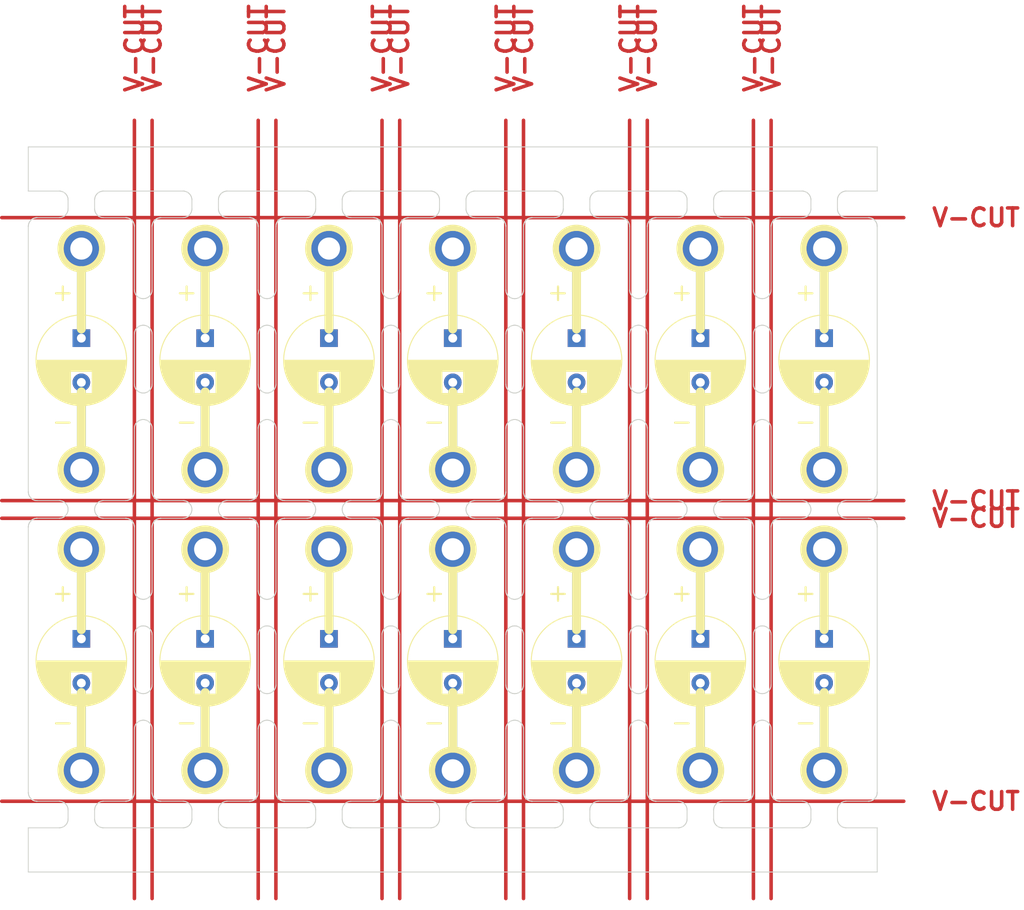
<source format=kicad_pcb>
(kicad_pcb (version 20240108) (generator "pcbnew") (generator_version "8.0")
  (layers (0 "F.Cu" signal) (31 "B.Cu" signal) (34 "B.Paste" user) (35 "F.Paste" user) (36 "B.SilkS" user "B.Silkscreen") (37 "F.SilkS" user "F.Silkscreen") (38 "B.Mask" user) (39 "F.Mask" user) (44 "Edge.Cuts" user))
  (net 0 "")
  (net 1 "Board_0-Net-(J1-Pin_1)")
  (net 2 "Board_0-Net-(J2-Pin_1)")
  (net 3 "Board_1-Net-(J1-Pin_1)")
  (net 4 "Board_1-Net-(J2-Pin_1)")
  (net 5 "Board_2-Net-(J1-Pin_1)")
  (net 6 "Board_2-Net-(J2-Pin_1)")
  (net 7 "Board_3-Net-(J1-Pin_1)")
  (net 8 "Board_3-Net-(J2-Pin_1)")
  (net 9 "Board_4-Net-(J1-Pin_1)")
  (net 10 "Board_4-Net-(J2-Pin_1)")
  (net 11 "Board_5-Net-(J1-Pin_1)")
  (net 12 "Board_5-Net-(J2-Pin_1)")
  (net 13 "Board_6-Net-(J1-Pin_1)")
  (net 14 "Board_6-Net-(J2-Pin_1)")
  (net 15 "Board_7-Net-(J1-Pin_1)")
  (net 16 "Board_7-Net-(J2-Pin_1)")
  (net 17 "Board_8-Net-(J1-Pin_1)")
  (net 18 "Board_8-Net-(J2-Pin_1)")
  (net 19 "Board_9-Net-(J1-Pin_1)")
  (net 20 "Board_9-Net-(J2-Pin_1)")
  (net 21 "Board_10-Net-(J1-Pin_1)")
  (net 22 "Board_10-Net-(J2-Pin_1)")
  (net 23 "Board_11-Net-(J1-Pin_1)")
  (net 24 "Board_11-Net-(J2-Pin_1)")
  (net 25 "Board_12-Net-(J1-Pin_1)")
  (net 26 "Board_12-Net-(J2-Pin_1)")
  (net 27 "Board_13-Net-(J1-Pin_1)")
  (net 28 "Board_13-Net-(J2-Pin_1)")
  (footprint "Library:MountingHole_2.5mm_Pad" (layer "F.Cu") (at 148.5 56.5005)
    (property "Reference" "J2")
    (property "Value" "Conn_01x01_Socket" (hide yes))
  )
  (footprint "Library:MountingHole_2.5mm_Pad" (layer "F.Cu") (at 190.5 31.5005)
    (property "Reference" "J1")
    (property "Value" "Conn_01x01_Socket" (hide yes))
  )
  (footprint "Library:MountingHole_2.5mm_Pad" (layer "F.Cu") (at 134.5 56.5005)
    (property "Reference" "J2")
    (property "Value" "Conn_01x01_Socket" (hide yes))
  )
  (footprint "Library:CP_Radial_D10.0mm_P5.00mm" (layer "F.Cu") (at 176.5 75.632823 -90)
    (property "Reference" "C1")
    (property "Value" "C")
  )
  (footprint "Library:CP_Radial_D10.0mm_P5.00mm" (layer "F.Cu") (at 106.5 75.632823 -90)
    (property "Reference" "C1")
    (property "Value" "C")
  )
  (footprint "Library:MountingHole_2.5mm_Pad" (layer "F.Cu") (at 134.5 31.5005)
    (property "Reference" "J1")
    (property "Value" "Conn_01x01_Socket" (hide yes))
  )
  (footprint "Library:MountingHole_2.5mm_Pad" (layer "F.Cu") (at 162.5 31.5005)
    (property "Reference" "J1")
    (property "Value" "Conn_01x01_Socket" (hide yes))
  )
  (footprint "Library:CP_Radial_D10.0mm_P5.00mm" (layer "F.Cu") (at 134.5 75.632823 -90)
    (property "Reference" "C1")
    (property "Value" "C")
  )
  (footprint "Library:CP_Radial_D10.0mm_P5.00mm" (layer "F.Cu") (at 162.5 75.632823 -90)
    (property "Reference" "C1")
    (property "Value" "C")
  )
  (footprint "Library:CP_Radial_D10.0mm_P5.00mm" (layer "F.Cu") (at 134.5 41.632823 -90)
    (property "Reference" "C1")
    (property "Value" "C")
  )
  (footprint "Library:MountingHole_2.5mm_Pad" (layer "F.Cu") (at 120.5 31.5005)
    (property "Reference" "J1")
    (property "Value" "Conn_01x01_Socket" (hide yes))
  )
  (footprint "Library:CP_Radial_D10.0mm_P5.00mm" (layer "F.Cu") (at 106.5 41.632823 -90)
    (property "Reference" "C1")
    (property "Value" "C")
  )
  (footprint "Library:MountingHole_2.5mm_Pad" (layer "F.Cu") (at 162.5 56.5005)
    (property "Reference" "J2")
    (property "Value" "Conn_01x01_Socket" (hide yes))
  )
  (footprint "Library:CP_Radial_D10.0mm_P5.00mm" (layer "F.Cu") (at 162.5 41.632823 -90)
    (property "Reference" "C1")
    (property "Value" "C")
  )
  (footprint "Library:MountingHole_2.5mm_Pad" (layer "F.Cu") (at 162.5 90.5005)
    (property "Reference" "J2")
    (property "Value" "Conn_01x01_Socket" (hide yes))
  )
  (footprint "Library:MountingHole_2.5mm_Pad" (layer "F.Cu") (at 190.5 90.5005)
    (property "Reference" "J2")
    (property "Value" "Conn_01x01_Socket" (hide yes))
  )
  (footprint "Library:CP_Radial_D10.0mm_P5.00mm" (layer "F.Cu") (at 176.5 41.632823 -90)
    (property "Reference" "C1")
    (property "Value" "C")
  )
  (footprint "Library:MountingHole_2.5mm_Pad" (layer "F.Cu") (at 106.5 31.5005)
    (property "Reference" "J1")
    (property "Value" "Conn_01x01_Socket" (hide yes))
  )
  (footprint "Library:MountingHole_2.5mm_Pad" (layer "F.Cu") (at 148.5 90.5005)
    (property "Reference" "J2")
    (property "Value" "Conn_01x01_Socket" (hide yes))
  )
  (footprint "Library:MountingHole_2.5mm_Pad" (layer "F.Cu") (at 162.5 65.5005)
    (property "Reference" "J1")
    (property "Value" "Conn_01x01_Socket" (hide yes))
  )
  (footprint "Library:MountingHole_2.5mm_Pad" (layer "F.Cu") (at 190.5 65.5005)
    (property "Reference" "J1")
    (property "Value" "Conn_01x01_Socket" (hide yes))
  )
  (footprint "Library:MountingHole_2.5mm_Pad" (layer "F.Cu") (at 176.5 90.5005)
    (property "Reference" "J2")
    (property "Value" "Conn_01x01_Socket" (hide yes))
  )
  (footprint "Library:MountingHole_2.5mm_Pad" (layer "F.Cu") (at 176.5 65.5005)
    (property "Reference" "J1")
    (property "Value" "Conn_01x01_Socket" (hide yes))
  )
  (footprint "Library:MountingHole_2.5mm_Pad" (layer "F.Cu") (at 176.5 56.5005)
    (property "Reference" "J2")
    (property "Value" "Conn_01x01_Socket" (hide yes))
  )
  (footprint "Library:MountingHole_2.5mm_Pad" (layer "F.Cu") (at 106.5 56.5005)
    (property "Reference" "J2")
    (property "Value" "Conn_01x01_Socket" (hide yes))
  )
  (footprint "Library:MountingHole_2.5mm_Pad" (layer "F.Cu") (at 120.5 65.5005)
    (property "Reference" "J1")
    (property "Value" "Conn_01x01_Socket" (hide yes))
  )
  (footprint "Library:CP_Radial_D10.0mm_P5.00mm" (layer "F.Cu") (at 148.5 41.632823 -90)
    (property "Reference" "C1")
    (property "Value" "C")
  )
  (footprint "Library:CP_Radial_D10.0mm_P5.00mm" (layer "F.Cu") (at 148.5 75.632823 -90)
    (property "Reference" "C1")
    (property "Value" "C")
  )
  (footprint "Library:CP_Radial_D10.0mm_P5.00mm" (layer "F.Cu") (at 190.5 75.632823 -90)
    (property "Reference" "C1")
    (property "Value" "C")
  )
  (footprint "Library:MountingHole_2.5mm_Pad" (layer "F.Cu") (at 106.5 90.5005)
    (property "Reference" "J2")
    (property "Value" "Conn_01x01_Socket" (hide yes))
  )
  (footprint "Library:MountingHole_2.5mm_Pad" (layer "F.Cu") (at 148.5 65.5005)
    (property "Reference" "J1")
    (property "Value" "Conn_01x01_Socket" (hide yes))
  )
  (footprint "Library:CP_Radial_D10.0mm_P5.00mm" (layer "F.Cu") (at 120.5 41.632823 -90)
    (property "Reference" "C1")
    (property "Value" "C")
  )
  (footprint "Library:MountingHole_2.5mm_Pad" (layer "F.Cu") (at 106.5 65.5005)
    (property "Reference" "J1")
    (property "Value" "Conn_01x01_Socket" (hide yes))
  )
  (footprint "Library:MountingHole_2.5mm_Pad" (layer "F.Cu") (at 148.5 31.5005)
    (property "Reference" "J1")
    (property "Value" "Conn_01x01_Socket" (hide yes))
  )
  (footprint "Library:CP_Radial_D10.0mm_P5.00mm" (layer "F.Cu") (at 190.5 41.632823 -90)
    (property "Reference" "C1")
    (property "Value" "C")
  )
  (footprint "Library:MountingHole_2.5mm_Pad" (layer "F.Cu") (at 120.5 90.5005)
    (property "Reference" "J2")
    (property "Value" "Conn_01x01_Socket" (hide yes))
  )
  (footprint "Library:MountingHole_2.5mm_Pad" (layer "F.Cu") (at 134.5 90.5005)
    (property "Reference" "J2")
    (property "Value" "Conn_01x01_Socket" (hide yes))
  )
  (footprint "Library:MountingHole_2.5mm_Pad" (layer "F.Cu") (at 190.5 56.5005)
    (property "Reference" "J2")
    (property "Value" "Conn_01x01_Socket" (hide yes))
  )
  (footprint "Library:MountingHole_2.5mm_Pad" (layer "F.Cu") (at 134.5 65.5005)
    (property "Reference" "J1")
    (property "Value" "Conn_01x01_Socket" (hide yes))
  )
  (footprint "Library:MountingHole_2.5mm_Pad" (layer "F.Cu") (at 120.5 56.5005)
    (property "Reference" "J2")
    (property "Value" "Conn_01x01_Socket" (hide yes))
  )
  (footprint "Library:CP_Radial_D10.0mm_P5.00mm" (layer "F.Cu") (at 120.5 75.632823 -90)
    (property "Reference" "C1")
    (property "Value" "C")
  )
  (footprint "Library:MountingHole_2.5mm_Pad" (layer "F.Cu") (at 176.5 31.5005)
    (property "Reference" "J1")
    (property "Value" "Conn_01x01_Socket" (hide yes))
  )
  (gr_line (start 184.5 17) (end 184.5 105.0015) (stroke (width 0.4)) (layer "F.Cu"))
  (gr_line (start 140.5 17) (end 140.5 105.0015) (stroke (width 0.4)) (layer "F.Cu"))
  (gr_line (start 156.5 17) (end 156.5 105.0015) (stroke (width 0.4)) (layer "F.Cu"))
  (gr_line (start 112.5 17) (end 112.5 105.0015) (stroke (width 0.4)) (layer "F.Cu"))
  (gr_line (start 97.5 94.0005) (end 199.5 94.0005) (stroke (width 0.4)) (layer "F.Cu"))
  (gr_line (start 154.5 17) (end 154.5 105.0015) (stroke (width 0.4)) (layer "F.Cu"))
  (gr_line (start 97.5 28.0005) (end 199.5 28.0005) (stroke (width 0.4)) (layer "F.Cu"))
  (gr_line (start 97.5 60.0005) (end 199.5 60.0005) (stroke (width 0.4)) (layer "F.Cu"))
  (gr_line (start 182.5 17) (end 182.5 105.0015) (stroke (width 0.4)) (layer "F.Cu"))
  (gr_line (start 168.5 17) (end 168.5 105.0015) (stroke (width 0.4)) (layer "F.Cu"))
  (gr_line (start 142.5 17) (end 142.5 105.0015) (stroke (width 0.4)) (layer "F.Cu"))
  (gr_line (start 97.5 62.0005) (end 199.5 62.0005) (stroke (width 0.4)) (layer "F.Cu"))
  (gr_line (start 114.5 17) (end 114.5 105.0015) (stroke (width 0.4)) (layer "F.Cu"))
  (gr_line (start 126.5 17) (end 126.5 105.0015) (stroke (width 0.4)) (layer "F.Cu"))
  (gr_line (start 170.5 17) (end 170.5 105.0015) (stroke (width 0.4)) (layer "F.Cu"))
  (gr_line (start 128.5 17) (end 128.5 105.0015) (stroke (width 0.4)) (layer "F.Cu"))
  (gr_circle (center 120.5 65.5005) (end 122.85 65.5005) (stroke (width 0.7)) (fill none) (layer "F.SilkS"))
  (gr_line (start 134.5 74.6005) (end 134.5 68.0005) (stroke (width 1)) (layer "F.SilkS"))
  (gr_circle (center 176.5 90.5005) (end 178.85 90.5005) (stroke (width 0.7)) (fill none) (layer "F.SilkS"))
  (gr_line (start 176.5 40.6005) (end 176.5 34.0005) (stroke (width 1)) (layer "F.SilkS"))
  (gr_circle (center 190.5 65.5005) (end 192.85 65.5005) (stroke (width 0.7)) (fill none) (layer "F.SilkS"))
  (gr_circle (center 162.5 56.5005) (end 164.85 56.5005) (stroke (width 0.7)) (fill none) (layer "F.SilkS"))
  (gr_line (start 176.5 47.7005) (end 176.5 54.0005) (stroke (width 1)) (layer "F.SilkS"))
  (gr_line (start 162.5 40.6005) (end 162.5 34.0005) (stroke (width 1)) (layer "F.SilkS"))
  (gr_line (start 120.5 40.6005) (end 120.5 34.0005) (stroke (width 1)) (layer "F.SilkS"))
  (gr_circle (center 190.5 90.5005) (end 192.85 90.5005) (stroke (width 0.7)) (fill none) (layer "F.SilkS"))
  (gr_line (start 134.5 81.7005) (end 134.5 88.0005) (stroke (width 1)) (layer "F.SilkS"))
  (gr_line (start 134.5 47.7005) (end 134.5 54.0005) (stroke (width 1)) (layer "F.SilkS"))
  (gr_line (start 176.5 74.6005) (end 176.5 68.0005) (stroke (width 1)) (layer "F.SilkS"))
  (gr_circle (center 176.5 65.5005) (end 178.85 65.5005) (stroke (width 0.7)) (fill none) (layer "F.SilkS"))
  (gr_circle (center 106.5 90.5005) (end 108.85 90.5005) (stroke (width 0.7)) (fill none) (layer "F.SilkS"))
  (gr_line (start 190.5 47.7005) (end 190.5 54.0005) (stroke (width 1)) (layer "F.SilkS"))
  (gr_line (start 176.5 81.7005) (end 176.5 88.0005) (stroke (width 1)) (layer "F.SilkS"))
  (gr_line (start 106.5 81.7005) (end 106.5 88.0005) (stroke (width 1)) (layer "F.SilkS"))
  (gr_circle (center 148.5 31.5005) (end 150.85 31.5005) (stroke (width 0.7)) (fill none) (layer "F.SilkS"))
  (gr_line (start 106.5 47.7005) (end 106.5 54.0005) (stroke (width 1)) (layer "F.SilkS"))
  (gr_circle (center 162.5 31.5005) (end 164.85 31.5005) (stroke (width 0.7)) (fill none) (layer "F.SilkS"))
  (gr_circle (center 120.5 90.5005) (end 122.85 90.5005) (stroke (width 0.7)) (fill none) (layer "F.SilkS"))
  (gr_circle (center 162.5 65.5005) (end 164.85 65.5005) (stroke (width 0.7)) (fill none) (layer "F.SilkS"))
  (gr_circle (center 176.5 56.5005) (end 178.85 56.5005) (stroke (width 0.7)) (fill none) (layer "F.SilkS"))
  (gr_line (start 148.5 47.7005) (end 148.5 54.0005) (stroke (width 1)) (layer "F.SilkS"))
  (gr_circle (center 120.5 31.5005) (end 122.85 31.5005) (stroke (width 0.7)) (fill none) (layer "F.SilkS"))
  (gr_circle (center 190.5 31.5005) (end 192.85 31.5005) (stroke (width 0.7)) (fill none) (layer "F.SilkS"))
  (gr_circle (center 148.5 56.5005) (end 150.85 56.5005) (stroke (width 0.7)) (fill none) (layer "F.SilkS"))
  (gr_line (start 162.5 81.7005) (end 162.5 88.0005) (stroke (width 1)) (layer "F.SilkS"))
  (gr_line (start 120.5 74.6005) (end 120.5 68.0005) (stroke (width 1)) (layer "F.SilkS"))
  (gr_line (start 134.5 40.6005) (end 134.5 34.0005) (stroke (width 1)) (layer "F.SilkS"))
  (gr_line (start 106.5 40.6005) (end 106.5 34.0005) (stroke (width 1)) (layer "F.SilkS"))
  (gr_line (start 148.5 81.7005) (end 148.5 88.0005) (stroke (width 1)) (layer "F.SilkS"))
  (gr_circle (center 134.5 65.5005) (end 136.85 65.5005) (stroke (width 0.7)) (fill none) (layer "F.SilkS"))
  (gr_line (start 148.5 40.6005) (end 148.5 34.0005) (stroke (width 1)) (layer "F.SilkS"))
  (gr_circle (center 106.5 31.5005) (end 108.85 31.5005) (stroke (width 0.7)) (fill none) (layer "F.SilkS"))
  (gr_circle (center 134.5 31.5005) (end 136.85 31.5005) (stroke (width 0.7)) (fill none) (layer "F.SilkS"))
  (gr_circle (center 148.5 65.5005) (end 150.85 65.5005) (stroke (width 0.7)) (fill none) (layer "F.SilkS"))
  (gr_circle (center 162.5 90.5005) (end 164.85 90.5005) (stroke (width 0.7)) (fill none) (layer "F.SilkS"))
  (gr_circle (center 106.5 56.5005) (end 108.85 56.5005) (stroke (width 0.7)) (fill none) (layer "F.SilkS"))
  (gr_line (start 106.5 74.6005) (end 106.5 68.0005) (stroke (width 1)) (layer "F.SilkS"))
  (gr_line (start 148.5 74.6005) (end 148.5 68.0005) (stroke (width 1)) (layer "F.SilkS"))
  (gr_circle (center 176.5 31.5005) (end 178.85 31.5005) (stroke (width 0.7)) (fill none) (layer "F.SilkS"))
  (gr_circle (center 190.5 56.5005) (end 192.85 56.5005) (stroke (width 0.7)) (fill none) (layer "F.SilkS"))
  (gr_circle (center 134.5 90.5005) (end 136.85 90.5005) (stroke (width 0.7)) (fill none) (layer "F.SilkS"))
  (gr_line (start 162.5 74.6005) (end 162.5 68.0005) (stroke (width 1)) (layer "F.SilkS"))
  (gr_line (start 190.5 81.7005) (end 190.5 88.0005) (stroke (width 1)) (layer "F.SilkS"))
  (gr_circle (center 134.5 56.5005) (end 136.85 56.5005) (stroke (width 0.7)) (fill none) (layer "F.SilkS"))
  (gr_line (start 190.5 40.6005) (end 190.5 34.0005) (stroke (width 1)) (layer "F.SilkS"))
  (gr_line (start 120.5 81.7005) (end 120.5 88.0005) (stroke (width 1)) (layer "F.SilkS"))
  (gr_circle (center 120.5 56.5005) (end 122.85 56.5005) (stroke (width 0.7)) (fill none) (layer "F.SilkS"))
  (gr_line (start 120.5 47.7005) (end 120.5 54.0005) (stroke (width 1)) (layer "F.SilkS"))
  (gr_line (start 190.5 74.6005) (end 190.5 68.0005) (stroke (width 1)) (layer "F.SilkS"))
  (gr_line (start 162.5 47.7005) (end 162.5 54.0005) (stroke (width 1)) (layer "F.SilkS"))
  (gr_circle (center 106.5 65.5005) (end 108.85 65.5005) (stroke (width 0.7)) (fill none) (layer "F.SilkS"))
  (gr_circle (center 148.5 90.5005) (end 150.85 90.5005) (stroke (width 0.7)) (fill none) (layer "F.SilkS"))
  (gr_line (start 142.506731 28.886764) (end 142.504168 28.911963) (stroke (width 0.1)) (layer "Edge.Cuts"))
  (gr_line (start 108.001204 61.049568) (end 108 61.0005) (stroke (width 0.1)) (layer "Edge.Cuts"))
  (gr_line (start 136.444429 94.16903) (end 136.485896 94.142771) (stroke (width 0.1)) (layer "Edge.Cuts"))
  (gr_line (start 113.117315 74.243287) (end 113.163109 74.225622) (stroke (width 0.1)) (layer "Edge.Cuts"))
  (gr_line (start 182.441849 28.665182) (end 182.433052 28.64143) (stroke (width 0.1)) (layer "Edge.Cuts"))
  (gr_line (start 122.528602 96.883421) (end 122.485896 96.859228) (stroke (width 0.1)) (layer "Edge.Cuts"))
  (gr_line (start 126.501204 75.118098) (end 126.504815 75.069148) (stroke (width 0.1)) (layer "Edge.Cuts"))
  (gr_line (start 104.803207 25.4043) (end 104.831469 25.444429) (stroke (width 0.1)) (layer "Edge.Cuts"))
  (gr_line (start 174.290285 94.043559) (end 174.33689 94.058955) (stroke (width 0.1)) (layer "Edge.Cuts"))
  (gr_line (start 155.549068 71.165962) (end 155.5 71.167166) (stroke (width 0.1)) (layer "Edge.Cuts"))
  (gr_line (start 126.618078 85.362436) (end 126.642271 85.31973) (stroke (width 0.1)) (layer "Edge.Cuts"))
  (gr_line (start 127.882684 40.243287) (end 127.927555 40.263177) (stroke (width 0.1)) (layer "Edge.Cuts"))
  (gr_line (start 167.63886 62.010431) (end 167.613735 62.007231) (stroke (width 0.1)) (layer "Edge.Cuts"))
  (gr_line (start 182.298273 28.398605) (end 182.28277 28.378575) (stroke (width 0.1)) (layer "Edge.Cuts"))
  (gr_line (start 184.423879 70.54985) (end 184.403989 70.594722) (stroke (width 0.1)) (layer "Edge.Cuts"))
  (gr_line (start 196.121924 62.217729) (end 196.101894 62.202226) (stroke (width 0.1)) (layer "Edge.Cuts"))
  (gr_line (start 182.792892 40.460059) (end 182.82844 40.426215) (stroke (width 0.1)) (layer "Edge.Cuts"))
  (gr_line (start 126.558455 85.496942) (end 126.57612 85.451149) (stroke (width 0.1)) (layer "Edge.Cuts"))
  (gr_line (start 164.365606 25.226989) (end 164.4043 25.196792) (stroke (width 0.1)) (layer "Edge.Cuts"))
  (gr_line (start 154.423657 93.383091) (end 154.433052 93.359569) (stroke (width 0.1)) (layer "Edge.Cuts"))
  (gr_line (start 184.586331 62.594632) (end 184.576342 62.617908) (stroke (width 0.1)) (layer "Edge.Cuts"))
  (gr_line (start 126.57612 36.54985) (end 126.558455 36.504057) (stroke (width 0.1)) (layer "Edge.Cuts"))
  (gr_line (start 178.365606 27.77351) (end 178.32844 27.741451) (stroke (width 0.1)) (layer "Edge.Cuts"))
  (gr_line (start 128.733236 62.358945) (end 128.717229 62.378575) (stroke (width 0.1)) (layer "Edge.Cuts"))
  (gr_line (start 171.00378 62.13258) (end 170.981953 62.145429) (stroke (width 0.1)) (layer "Edge.Cuts"))
  (gr_line (start 154.121924 62.217729) (end 154.101894 62.202226) (stroke (width 0.1)) (layer "Edge.Cuts"))
  (gr_line (start 150.001204 25.950931) (end 150.004815 25.901981) (stroke (width 0.1)) (layer "Edge.Cuts"))
  (gr_line (start 104.33689 96.943044) (end 104.290285 96.95844) (stroke (width 0.1)) (layer "Edge.Cuts"))
  (gr_line (start 196.327734 28.439809) (end 196.313265 28.41902) (stroke (width 0.1)) (layer "Edge.Cuts"))
  (gr_line (start 192.901981 60.005315) (end 192.950931 60.001704) (stroke (width 0.1)) (layer "Edge.Cuts"))
  (gr_line (start 150.757019 94.030468) (end 150.804908 94.019714) (stroke (width 0.1)) (layer "Edge.Cuts"))
  (gr_line (start 125.81135 59.950541) (end 125.835317 59.942349) (stroke (width 0.1)) (layer "Edge.Cuts"))
  (gr_line (start 178.485896 27.858228) (end 178.444429 27.831969) (stroke (width 0.1)) (layer "Edge.Cuts"))
  (gr_line (start 122.16853 27.55607) (end 122.142271 27.514603) (stroke (width 0.1)) (layer "Edge.Cuts"))
  (gr_line (start 141.257019 47.803864) (end 141.209714 47.790773) (stroke (width 0.1)) (layer "Edge.Cuts"))
  (gr_line (start 118.740951 25.32844) (end 118.77301 25.365606) (stroke (width 0.1)) (layer "Edge.Cuts"))
  (gr_line (start 140.490068 62.861639) (end 140.486233 62.836602) (stroke (width 0.1)) (layer "Edge.Cuts"))
  (gr_line (start 128.939309 62.172765) (end 128.91852 62.187234) (stroke (width 0.1)) (layer "Edge.Cuts"))
  (gr_line (start 184.506731 59.114235) (end 184.509931 59.13936) (stroke (width 0.1)) (layer "Edge.Cuts"))
  (gr_line (start 170.489176 85.687102) (end 170.495184 85.735815) (stroke (width 0.1)) (layer "Edge.Cuts"))
  (gr_line (start 136.32844 27.741451) (end 136.292892 27.707607) (stroke (width 0.1)) (layer "Edge.Cuts"))
  (gr_line (start 150.004815 25.901981) (end 150.010823 25.853268) (stroke (width 0.1)) (layer "Edge.Cuts"))
  (gr_line (start 183.353268 84.844656) (end 183.401981 84.838648) (stroke (width 0.1)) (layer "Edge.Cuts"))
  (gr_line (start 129.493668 60.000339) (end 129.506333 60.000499) (stroke (width 0.1)) (layer "Edge.Cuts"))
  (gr_line (start 184.489176 41.020435) (end 184.495184 41.069148) (stroke (width 0.1)) (layer "Edge.Cuts"))
  (gr_line (start 108.572444 25.09601) (end 108.617315 25.07612) (stroke (width 0.1)) (layer "Edge.Cuts"))
  (gr_line (start 196.018046 93.85557) (end 196.039541 93.842172) (stroke (width 0.1)) (layer "Edge.Cuts"))
  (gr_line (start 127.028602 81.715754) (end 126.985896 81.691562) (stroke (width 0.1)) (layer "Edge.Cuts"))
  (gr_line (start 174.989176 94.853768) (end 174.995184 94.902481) (stroke (width 0.1)) (layer "Edge.Cuts"))
  (gr_line (start 139.506331 60.000339) (end 139.537984 59.999537) (stroke (width 0.1)) (layer "Edge.Cuts"))
  (gr_line (start 185.506333 62.0005) (end 185.493668 62.00066) (stroke (width 0.1)) (layer "Edge.Cuts"))
  (gr_line (start 114.381921 85.362436) (end 114.403989 85.406277) (stroke (width 0.1)) (layer "Edge.Cuts"))
  (gr_line (start 184.357728 74.653063) (end 184.381921 74.695769) (stroke (width 0.1)) (layer "Edge.Cuts"))
  (gr_line (start 156.502245 62.937219) (end 156.500962 62.962515) (stroke (width 0.1)) (layer "Edge.Cuts"))
  (gr_line (start 169.549068 47.832628) (end 169.5 47.833833) (stroke (width 0.1)) (layer "Edge.Cuts"))
  (gr_line (start 114.632079 62.50428) (end 114.619787 62.526426) (stroke (width 0.1)) (layer "Edge.Cuts"))
  (gr_line (start 182.5 80.833834) (end 182.5 75.167165) (stroke (width 0.1)) (layer "Edge.Cuts"))
  (gr_line (start 185.048377 28.10856) (end 185.025926 28.120287) (stroke (width 0.1)) (layer "Edge.Cuts"))
  (gr_line (start 184.381921 40.695769) (end 184.403989 40.739611) (stroke (width 0.1)) (layer "Edge.Cuts"))
  (gr_line (start 140.391939 93.452122) (end 140.403093 93.429382) (stroke (width 0.1)) (layer "Edge.Cuts"))
  (gr_line (start 178.485896 60.142771) (end 178.528602 60.118578) (stroke (width 0.1)) (layer "Edge.Cuts"))
  (gr_line (start 155.74298 71.137197) (end 155.695091 71.147951) (stroke (width 0.1)) (layer "Edge.Cuts"))
  (gr_line (start 178.572444 25.09601) (end 178.617315 25.07612) (stroke (width 0.1)) (layer "Edge.Cuts"))
  (gr_line (start 104.195091 25.019214) (end 104.24298 25.029968) (stroke (width 0.1)) (layer "Edge.Cuts"))
  (gr_line (start 136.292892 25.292892) (end 136.32844 25.259048) (stroke (width 0.1)) (layer "Edge.Cuts"))
  (gr_line (start 196.197924 62.284665) (end 196.179566 62.267214) (stroke (width 0.1)) (layer "Edge.Cuts"))
  (gr_line (start 104.881921 96.472897) (end 104.857728 96.515603) (stroke (width 0.1)) (layer "Edge.Cuts"))
  (gr_line (start 142.480785 74.972075) (end 142.489176 75.020435) (stroke (width 0.1)) (layer "Edge.Cuts"))
  (gr_line (start 164.32844 61.741451) (end 164.292892 61.707607) (stroke (width 0.1)) (layer "Edge.Cuts"))
  (gr_line (start 160.970031 61.24348) (end 160.95694 61.290785) (stroke (width 0.1)) (layer "Edge.Cuts"))
  (gr_line (start 170.981953 28.145429) (end 170.960458 28.158827) (stroke (width 0.1)) (layer "Edge.Cuts"))
  (gr_line (start 146.831469 60.444929) (end 146.857728 60.486396) (stroke (width 0.1)) (layer "Edge.Cuts"))
  (gr_line (start 126.499999 29.006833) (end 126.499839 28.994168) (stroke (width 0.1)) (layer "Edge.Cuts"))
  (gr_line (start 153.928882 59.903593) (end 153.951622 59.892439) (stroke (width 0.1)) (layer "Edge.Cuts"))
  (gr_line (start 154.504815 36.265184) (end 154.501204 36.216235) (stroke (width 0.1)) (layer "Edge.Cuts"))
  (gr_line (start 140.06069 62.172765) (end 140.039541 62.158827) (stroke (width 0.1)) (layer "Edge.Cuts"))
  (gr_line (start 182.5 58.994166) (end 182.5 51.833832) (stroke (width 0.1)) (layer "Edge.Cuts"))
  (gr_line (start 111.493666 60.000499) (end 111.506331 60.000339) (stroke (width 0.1)) (layer "Edge.Cuts"))
  (gr_line (start 140.28277 28.378575) (end 140.266763 28.358945) (stroke (width 0.1)) (layer "Edge.Cuts"))
  (gr_line (start 142.500962 28.962515) (end 142.50016 28.994168) (stroke (width 0.1)) (layer "Edge.Cuts"))
  (gr_line (start 174.77301 25.365606) (end 174.803207 25.4043) (stroke (width 0.1)) (layer "Edge.Cuts"))
  (gr_line (start 142.701726 28.398605) (end 142.686734 28.41902) (stroke (width 0.1)) (layer "Edge.Cuts"))
  (gr_line (start 171.336102 59.986733) (end 171.361139 59.990568) (stroke (width 0.1)) (layer "Edge.Cuts"))
  (gr_line (start 143.261687 93.97144) (end 143.28636 93.977166) (stroke (width 0.1)) (layer "Edge.Cuts"))
  (gr_line (start 114.014103 71.024895) (end 113.971397 71.049088) (stroke (width 0.1)) (layer "Edge.Cuts"))
  (gr_line (start 104.998795 96.050568) (end 104.995184 96.099518) (stroke (width 0.1)) (layer "Edge.Cuts"))
  (gr_line (start 146.049068 94.001704) (end 146.098018 94.005315) (stroke (width 0.1)) (layer "Edge.Cuts"))
  (gr_line (start 122.444429 61.831969) (end 122.4043 61.803707) (stroke (width 0.1)) (layer "Edge.Cuts"))
  (gr_line (start 168.457624 28.713316) (end 168.450041 28.689149) (stroke (width 0.1)) (layer "Edge.Cuts"))
  (gr_line (start 118.857728 27.514603) (end 118.831469 27.55607) (stroke (width 0.1)) (layer "Edge.Cuts"))
  (gr_line (start 112.423657 59.383091) (end 112.433052 59.359569) (stroke (width 0.1)) (layer "Edge.Cuts"))
  (gr_line (start 126.450041 28.689149) (end 126.441849 28.665182) (stroke (width 0.1)) (layer "Edge.Cuts"))
  (gr_line (start 139.493666 94.000499) (end 139.506331 94.000339) (stroke (width 0.1)) (layer "Edge.Cuts"))
  (gr_line (start 112.441849 28.665182) (end 112.433052 28.64143) (stroke (width 0.1)) (layer "Edge.Cuts"))
  (gr_line (start 183.209714 47.790773) (end 183.163109 47.775377) (stroke (width 0.1)) (layer "Edge.Cuts"))
  (gr_line (start 168.57612 40.784482) (end 168.59601 40.739611) (stroke (width 0.1)) (layer "Edge.Cuts"))
  (gr_line (start 118.881921 96.472897) (end 118.857728 96.515603) (stroke (width 0.1)) (layer "Edge.Cuts"))
  (gr_line (start 164.757019 25.029968) (end 164.804908 25.019214) (stroke (width 0.1)) (layer "Edge.Cuts"))
  (gr_line (start 170.423879 85.451149) (end 170.441544 85.496942) (stroke (width 0.1)) (layer "Edge.Cuts"))
  (gr_line (start 141.257019 40.197135) (end 141.304908 40.186381) (stroke (width 0.1)) (layer "Edge.Cuts"))
  (gr_line (start 154.233285 93.680066) (end 154.250265 93.661272) (stroke (width 0.1)) (layer "Edge.Cuts"))
  (gr_line (start 183.450931 40.168371) (end 183.499999 40.167166) (stroke (width 0.1)) (layer "Edge.Cuts"))
  (gr_line (start 127.790285 74.210226) (end 127.83689 74.225622) (stroke (width 0.1)) (layer "Edge.Cuts"))
  (gr_line (start 183.072444 84.929843) (end 183.117315 84.909953) (stroke (width 0.1)) (layer "Edge.Cuts"))
  (gr_line (start 182.101894 59.798773) (end 182.121924 59.78327) (stroke (width 0.1)) (layer "Edge.Cuts"))
  (gr_line (start 122.16853 94.444929) (end 122.196792 94.4048) (stroke (width 0.1)) (layer "Edge.Cuts"))
  (gr_line (start 196.487727 102.001499) (end 196.499704 102.001205) (stroke (width 0.1)) (layer "Edge.Cuts"))
  (gr_line (start 167.613735 28.007231) (end 167.588536 28.004668) (stroke (width 0.1)) (layer "Edge.Cuts"))
  (gr_line (start 112.82844 85.092881) (end 112.865606 85.060822) (stroke (width 0.1)) (layer "Edge.Cuts"))
  (gr_line (start 112.497754 62.937219) (end 112.495831 62.911963) (stroke (width 0.1)) (layer "Edge.Cuts"))
  (gr_line (start 156.5 75.167165) (end 156.5 80.833834) (stroke (width 0.1)) (layer "Edge.Cuts"))
  (gr_line (start 140.726989 85.199439) (end 140.759048 85.162274) (stroke (width 0.1)) (layer "Edge.Cuts"))
  (gr_line (start 195.859069 28.067447) (end 195.835317 28.05865) (stroke (width 0.1)) (layer "Edge.Cuts"))
  (gr_line (start 112.865606 36.940177) (end 112.82844 36.908118) (stroke (width 0.1)) (layer "Edge.Cuts"))
  (gr_line (start 192.853268 25.010823) (end 192.901981 25.004815) (stroke (width 0.1)) (layer "Edge.Cuts"))
  (gr_line (start 164.444429 60.16903) (end 164.485896 60.142771) (stroke (width 0.1)) (layer "Edge.Cuts"))
  (gr_line (start 108.709714 27.95744) (end 108.663109 27.942044) (stroke (width 0.1)) (layer "Edge.Cuts"))
  (gr_line (start 178.058455 61.33739) (end 178.043059 61.290785) (stroke (width 0.1)) (layer "Edge.Cuts"))
  (gr_line (start 171.506333 62.0005) (end 171.493668 62.00066) (stroke (width 0.1)) (layer "Edge.Cuts"))
  (gr_line (start 146.33689 94.058955) (end 146.382684 94.07662) (stroke (width 0.1)) (layer "Edge.Cuts"))
  (gr_line (start 157.386264 62.007231) (end 157.361139 62.010431) (stroke (width 0.1)) (layer "Edge.Cuts"))
  (gr_line (start 128.27301 47.468226) (end 128.240951 47.505392) (stroke (width 0.1)) (layer "Edge.Cuts"))
  (gr_line (start 108.444429 96.832969) (end 108.4043 96.804707) (stroke (width 0.1)) (layer "Edge.Cuts"))
  (gr_line (start 184.014103 40.309437) (end 184.05557 40.335696) (stroke (width 0.1)) (layer "Edge.Cuts"))
  (gr_line (start 101.048377 28.10856) (end 101.025926 28.120287) (stroke (width 0.1)) (layer "Edge.Cuts"))
  (gr_line (start 126.499839 93.006831) (end 126.499999 92.994166) (stroke (width 0.1)) (layer "Edge.Cuts"))
  (gr_line (start 112.696792 47.429533) (end 112.66853 47.389404) (stroke (width 0.1)) (layer "Edge.Cuts"))
  (gr_line (start 128.898105 93.798773) (end 128.91852 93.813765) (stroke (width 0.1)) (layer "Edge.Cuts"))
  (gr_line (start 170.134393 51.060822) (end 170.171559 51.092881) (stroke (width 0.1)) (layer "Edge.Cuts"))
  (gr_line (start 168.121924 62.217729) (end 168.101894 62.202226) (stroke (width 0.1)) (layer "Edge.Cuts"))
  (gr_line (start 118.989176 96.148231) (end 118.980785 96.196591) (stroke (width 0.1)) (layer "Edge.Cuts"))
  (gr_line (start 182.457624 28.713316) (end 182.450041 28.689149) (stroke (width 0.1)) (layer "Edge.Cuts"))
  (gr_line (start 112.457624 28.713316) (end 112.450041 28.689149) (stroke (width 0.1)) (layer "Edge.Cuts"))
  (gr_line (start 169.072444 47.737822) (end 169.028602 47.715754) (stroke (width 0.1)) (layer "Edge.Cuts"))
  (gr_line (start 126.9043 85.030625) (end 126.944429 85.002363) (stroke (width 0.1)) (layer "Edge.Cuts"))
  (gr_line (start 139.951622 59.892439) (end 139.974073 59.880712) (stroke (width 0.1)) (layer "Edge.Cuts"))
  (gr_line (start 104.803207 94.4048) (end 104.831469 94.444929) (stroke (width 0.1)) (layer "Edge.Cuts"))
  (gr_line (start 146.146731 60.011323) (end 146.195091 60.019714) (stroke (width 0.1)) (layer "Edge.Cuts"))
  (gr_line (start 140.865606 70.940177) (end 140.82844 70.908118) (stroke (width 0.1)) (layer "Edge.Cuts"))
  (gr_line (start 122.259048 61.672059) (end 122.226989 61.634893) (stroke (width 0.1)) (layer "Edge.Cuts"))
  (gr_line (start 169.927555 84.929843) (end 169.971397 84.951911) (stroke (width 0.1)) (layer "Edge.Cuts"))
  (gr_line (start 136.259048 94.32894) (end 136.292892 94.293392) (stroke (width 0.1)) (layer "Edge.Cuts"))
  (gr_line (start 114.506731 62.886764) (end 114.504168 62.911963) (stroke (width 0.1)) (layer "Edge.Cuts"))
  (gr_line (start 183.072444 81.737822) (end 183.028602 81.715754) (stroke (width 0.1)) (layer "Edge.Cuts"))
  (gr_line (start 108.07612 94.617815) (end 108.09601 94.572944) (stroke (width 0.1)) (layer "Edge.Cuts"))
  (gr_line (start 129.462015 28.001462) (end 129.436719 28.002745) (stroke (width 0.1)) (layer "Edge.Cuts"))
  (gr_line (start 112.501204 36.216235) (end 112.5 36.167167) (stroke (width 0.1)) (layer "Edge.Cuts"))
  (gr_line (start 182.759048 51.162274) (end 182.792892 51.126726) (stroke (width 0.1)) (layer "Edge.Cuts"))
  (gr_line (start 126.726989 40.532773) (end 126.759048 40.495607) (stroke (width 0.1)) (layer "Edge.Cuts"))
  (gr_line (start 185.411463 59.996331) (end 185.436719 59.998254) (stroke (width 0.1)) (layer "Edge.Cuts"))
  (gr_line (start 132.707107 27.707607) (end 132.671559 27.741451) (stroke (width 0.1)) (layer "Edge.Cuts"))
  (gr_line (start 160.427555 94.09651) (end 160.471397 94.118578) (stroke (width 0.1)) (layer "Edge.Cuts"))
  (gr_line (start 178.999999 60.0005) (end 181.493666 60.0005) (stroke (width 0.1)) (layer "Edge.Cuts"))
  (gr_line (start 113.304908 47.814618) (end 113.257019 47.803864) (stroke (width 0.1)) (layer "Edge.Cuts"))
  (gr_line (start 136.528602 61.882421) (end 136.485896 61.858228) (stroke (width 0.1)) (layer "Edge.Cuts"))
  (gr_line (start 146.740951 94.32894) (end 146.77301 94.366106) (stroke (width 0.1)) (layer "Edge.Cuts"))
  (gr_line (start 108.16853 25.444429) (end 108.196792 25.4043) (stroke (width 0.1)) (layer "Edge.Cuts"))
  (gr_line (start 122.901981 94.005315) (end 122.950931 94.001704) (stroke (width 0.1)) (layer "Edge.Cuts"))
  (gr_line (start 100.733236 93.642054) (end 100.749734 93.661272) (stroke (width 0.1)) (layer "Edge.Cuts"))
  (gr_line (start 155.117315 74.243287) (end 155.163109 74.225622) (stroke (width 0.1)) (layer "Edge.Cuts"))
  (gr_line (start 104.514103 27.858228) (end 104.471397 27.882421) (stroke (width 0.1)) (layer "Edge.Cuts"))
  (gr_line (start 140.403093 28.571617) (end 140.391939 28.548877) (stroke (width 0.1)) (layer "Edge.Cuts"))
  (gr_line (start 108.663109 60.058955) (end 108.709714 60.043559) (stroke (width 0.1)) (layer "Edge.Cuts"))
  (gr_line (start 174.671559 61.741451) (end 174.634393 61.77351) (stroke (width 0.1)) (layer "Edge.Cuts"))
  (gr_line (start 174.923879 96.384184) (end 174.903989 96.429055) (stroke (width 0.1)) (layer "Edge.Cuts"))
  (gr_line (start 182.726989 47.468226) (end 182.696792 47.429533) (stroke (width 0.1)) (layer "Edge.Cuts"))
  (gr_line (start 153.882591 62.076842) (end 153.859069 62.067447) (stroke (width 0.1)) (layer "Edge.Cuts"))
  (gr_line (start 128.095699 74.363958) (end 128.134393 74.394155) (stroke (width 0.1)) (layer "Edge.Cuts"))
  (gr_line (start 188.857728 27.514603) (end 188.831469 27.55607) (stroke (width 0.1)) (layer "Edge.Cuts"))
  (gr_line (start 142.717229 28.378575) (end 142.701726 28.398605) (stroke (width 0.1)) (layer "Edge.Cuts"))
  (gr_line (start 140.081479 28.187234) (end 140.06069 28.172765) (stroke (width 0.1)) (layer "Edge.Cuts"))
  (gr_line (start 139.974073 93.880712) (end 139.996219 93.86842) (stroke (width 0.1)) (layer "Edge.Cuts"))
  (gr_line (start 101.094132 93.914168) (end 101.117408 93.924157) (stroke (width 0.1)) (layer "Edge.Cuts"))
  (gr_line (start 167.493666 94.000499) (end 167.506331 94.000339) (stroke (width 0.1)) (layer "Edge.Cuts"))
  (gr_line (start 122.999999 62.0005) (end 122.950931 61.999295) (stroke (width 0.1)) (layer "Edge.Cuts"))
  (gr_line (start 174.923879 25.617315) (end 174.941544 25.663109) (stroke (width 0.1)) (layer "Edge.Cuts"))
  (gr_line (start 150 61.000499) (end 150.001204 60.951431) (stroke (width 0.1)) (layer "Edge.Cuts"))
  (gr_line (start 128.960458 62.158827) (end 128.939309 62.172765) (stroke (width 0.1)) (layer "Edge.Cuts"))
  (gr_line (start 118.998795 94.951431) (end 119 95.000499) (stroke (width 0.1)) (layer "Edge.Cuts"))
  (gr_line (start 118.831469 61.55607) (end 118.803207 61.596199) (stroke (width 0.1)) (layer "Edge.Cuts"))
  (gr_line (start 142.529059 93.238812) (end 142.535407 93.263332) (stroke (width 0.1)) (layer "Edge.Cuts"))
  (gr_line (start 196.06069 62.172765) (end 196.039541 62.158827) (stroke (width 0.1)) (layer "Edge.Cuts"))
  (gr_line (start 196.391939 93.452122) (end 196.403093 93.429382) (stroke (width 0.1)) (layer "Edge.Cuts"))
  (gr_line (start 127.971397 74.285245) (end 128.014103 74.309437) (stroke (width 0.1)) (layer "Edge.Cuts"))
  (gr_line (start 128.403989 47.261388) (end 128.381921 47.30523) (stroke (width 0.1)) (layer "Edge.Cuts"))
  (gr_line (start 127.353268 47.823009) (end 127.304908 47.814618) (stroke (width 0.1)) (layer "Edge.Cuts"))
  (gr_line (start 182.696792 36.762866) (end 182.66853 36.722737) (stroke (width 0.1)) (layer "Edge.Cuts"))
  (gr_line (start 126.865606 85.060822) (end 126.9043 85.030625) (stroke (width 0.1)) (layer "Edge.Cuts"))
  (gr_line (start 195.738312 28.029559) (end 195.713639 28.023833) (stroke (width 0.1)) (layer "Edge.Cuts"))
  (gr_line (start 113.598018 37.162351) (end 113.549068 37.165962) (stroke (width 0.1)) (layer "Edge.Cuts"))
  (gr_line (start 126.493268 62.886764) (end 126.490068 62.861639) (stroke (width 0.1)) (layer "Edge.Cuts"))
  (gr_line (start 196.47094 28.762187) (end 196.464592 28.737667) (stroke (width 0.1)) (layer "Edge.Cuts"))
  (gr_line (start 182.433052 93.359569) (end 182.441849 93.335817) (stroke (width 0.1)) (layer "Edge.Cuts"))
  (gr_line (start 146.95694 94.710214) (end 146.970031 94.757519) (stroke (width 0.1)) (layer "Edge.Cuts"))
  (gr_line (start 196.101894 59.798773) (end 196.121924 59.78327) (stroke (width 0.1)) (layer "Edge.Cuts"))
  (gr_line (start 114.441544 70.504057) (end 114.423879 70.54985) (stroke (width 0.1)) (layer "Edge.Cuts"))
  (gr_line (start 183.450931 74.168371) (end 183.499999 74.167166) (stroke (width 0.1)) (layer "Edge.Cuts"))
  (gr_line (start 154.499999 63.006833) (end 154.499839 62.994168) (stroke (width 0.1)) (layer "Edge.Cuts"))
  (gr_line (start 126.519214 74.972075) (end 126.529968 74.924185) (stroke (width 0.1)) (layer "Edge.Cuts"))
  (gr_line (start 169.304908 37.147951) (end 169.257019 37.137197) (stroke (width 0.1)) (layer "Edge.Cuts"))
  (gr_line (start 181.951622 28.10856) (end 181.928882 28.097406) (stroke (width 0.1)) (layer "Edge.Cuts"))
  (gr_line (start 140.121924 93.78327) (end 140.141554 93.767263) (stroke (width 0.1)) (layer "Edge.Cuts"))
  (gr_line (start 118.098018 25.004815) (end 118.146731 25.010823) (stroke (width 0.1)) (layer "Edge.Cuts"))
  (gr_line (start 128.470031 36.410147) (end 128.45694 36.457452) (stroke (width 0.1)) (layer "Edge.Cuts"))
  (gr_line (start 125.835317 59.942349) (end 125.859069 59.933552) (stroke (width 0.1)) (layer "Edge.Cuts"))
  (gr_line (start 178.663109 25.058455) (end 178.709714 25.043059) (stroke (width 0.1)) (layer "Edge.Cuts"))
  (gr_line (start 196.039541 28.158827) (end 196.018046 28.145429) (stroke (width 0.1)) (layer "Edge.Cuts"))
  (gr_line (start 192.4043 94.197292) (end 192.444429 94.16903) (stroke (width 0.1)) (layer "Edge.Cuts"))
  (gr_line (start 188.671559 25.259048) (end 188.707107 25.292892) (stroke (width 0.1)) (layer "Edge.Cuts"))
  (gr_line (start 168.039541 59.842172) (end 168.06069 59.828234) (stroke (width 0.1)) (layer "Edge.Cuts"))
  (gr_line (start 136.663109 27.942044) (end 136.617315 27.924379) (stroke (width 0.1)) (layer "Edge.Cuts"))
  (gr_line (start 140.327734 28.439809) (end 140.313265 28.41902) (stroke (width 0.1)) (layer "Edge.Cuts"))
  (gr_line (start 150.292892 25.292892) (end 150.32844 25.259048) (stroke (width 0.1)) (layer "Edge.Cuts"))
  (gr_line (start 112.380212 93.474573) (end 112.391939 93.452122) (stroke (width 0.1)) (layer "Edge.Cuts"))
  (gr_line (start 182.403093 62.571617) (end 182.391939 62.548877) (stroke (width 0.1)) (layer "Edge.Cuts"))
  (gr_line (start 170.498795 41.118098) (end 170.5 41.167165) (stroke (width 0.1)) (layer "Edge.Cuts"))
  (gr_line (start 114.489176 36.313897) (end 114.480785 36.362257) (stroke (width 0.1)) (layer "Edge.Cuts"))
  (gr_line (start 150.226989 94.366106) (end 150.259048 94.32894) (stroke (width 0.1)) (layer "Edge.Cuts"))
  (gr_line (start 168.9043 36.970374) (end 168.865606 36.940177) (stroke (width 0.1)) (layer "Edge.Cuts"))
  (gr_line (start 142.784165 62.302575) (end 142.766714 62.320933) (stroke (width 0.1)) (layer "Edge.Cuts"))
  (gr_line (start 122.32844 60.259548) (end 122.365606 60.227489) (stroke (width 0.1)) (layer "Edge.Cuts"))
  (gr_line (start 154.558455 74.830276) (end 154.57612 74.784482) (stroke (width 0.1)) (layer "Edge.Cuts"))
  (gr_line (start 140.179566 62.267214) (end 140.160772 62.250234) (stroke (width 0.1)) (layer "Edge.Cuts"))
  (gr_line (start 115.14093 59.933552) (end 115.164682 59.942349) (stroke (width 0.1)) (layer "Edge.Cuts"))
  (gr_line (start 142.45694 81.124118) (end 142.441544 81.170723) (stroke (width 0.1)) (layer "Edge.Cuts"))
  (gr_line (start 184.596906 62.571617) (end 184.586331 62.594632) (stroke (width 0.1)) (layer "Edge.Cuts"))
  (gr_line (start 140.618078 36.638563) (end 140.59601 36.594722) (stroke (width 0.1)) (layer "Edge.Cuts"))
  (gr_line (start 168.28277 93.622424) (end 168.298273 93.602394) (stroke (width 0.1)) (layer "Edge.Cuts"))
  (gr_line (start 168.391939 62.548877) (end 168.380212 62.526426) (stroke (width 0.1)) (layer "Edge.Cuts"))
  (gr_line (start 142.095699 36.970374) (end 142.05557 36.998636) (stroke (width 0.1)) (layer "Edge.Cuts"))
  (gr_line (start 195.762832 62.035907) (end 195.738312 62.029559) (stroke (width 0.1)) (layer "Edge.Cuts"))
  (gr_line (start 126.36792 59.496719) (end 126.380212 59.474573) (stroke (width 0.1)) (layer "Edge.Cuts"))
  (gr_line (start 182.495831 28.911963) (end 182.493268 28.886764) (stroke (width 0.1)) (layer "Edge.Cuts"))
  (gr_line (start 114.423879 81.216517) (end 114.403989 81.261388) (stroke (width 0.1)) (layer "Edge.Cuts"))
  (gr_line (start 170.331469 81.389404) (end 170.303207 81.429533) (stroke (width 0.1)) (layer "Edge.Cuts"))
  (gr_line (start 112.486233 62.836602) (end 112.481764 62.811671) (stroke (width 0.1)) (layer "Edge.Cuts"))
  (gr_line (start 156.644929 62.482453) (end 156.63208 62.50428) (stroke (width 0.1)) (layer "Edge.Cuts"))
  (gr_line (start 192.010823 27.147231) (end 192.004815 27.098518) (stroke (width 0.1)) (layer "Edge.Cuts"))
  (gr_line (start 140.413668 59.406367) (end 140.423657 59.383091) (stroke (width 0.1)) (layer "Edge.Cuts"))
  (gr_line (start 104.95694 96.291785) (end 104.941544 96.33839) (stroke (width 0.1)) (layer "Edge.Cuts"))
  (gr_line (start 156.498795 75.118098) (end 156.5 75.167165) (stroke (width 0.1)) (layer "Edge.Cuts"))
  (gr_line (start 100.5 101.989227) (end 100.500294 102.001204) (stroke (width 0.1)) (layer "Edge.Cuts"))
  (gr_line (start 118.740951 27.672059) (end 118.707107 27.707607) (stroke (width 0.1)) (layer "Edge.Cuts"))
  (gr_line (start 115.14093 28.067447) (end 115.117408 28.076842) (stroke (width 0.1)) (layer "Edge.Cuts"))
  (gr_line (start 154.039541 59.842172) (end 154.06069 59.828234) (stroke (width 0.1)) (layer "Edge.Cuts"))
  (gr_line (start 183.353268 40.17799) (end 183.401981 40.171981) (stroke (width 0.1)) (layer "Edge.Cuts"))
  (gr_line (start 114.480785 47.028924) (end 114.470031 47.076814) (stroke (width 0.1)) (layer "Edge.Cuts"))
  (gr_line (start 171.462015 28.001462) (end 171.436719 28.002745) (stroke (width 0.1)) (layer "Edge.Cuts"))
  (gr_line (start 154.495831 93.089036) (end 154.497754 93.06378) (stroke (width 0.1)) (layer "Edge.Cuts"))
  (gr_line (start 126.341672 93.540041) (end 126.35507 93.518546) (stroke (width 0.1)) (layer "Edge.Cuts"))
  (gr_line (start 184.820433 62.267214) (end 184.802075 62.284665) (stroke (width 0.1)) (layer "Edge.Cuts"))
  (gr_line (start 184.518235 28.811671) (end 184.513766 28.836602) (stroke (width 0.1)) (layer "Edge.Cuts"))
  (gr_line (start 126.121924 28.217729) (end 126.101894 28.202226) (stroke (width 0.1)) (layer "Edge.Cuts"))
  (gr_line (start 128.357728 47.347936) (end 128.331469 47.389404) (stroke (width 0.1)) (layer "Edge.Cuts"))
  (gr_line (start 153.974073 62.120287) (end 153.951622 62.10856) (stroke (width 0.1)) (layer "Edge.Cuts"))
  (gr_line (start 182.403093 28.571617) (end 182.391939 28.548877) (stroke (width 0.1)) (layer "Edge.Cuts"))
  (gr_line (start 125.835317 62.05865) (end 125.81135 62.050458) (stroke (width 0.1)) (layer "Edge.Cuts"))
  (gr_line (start 118.923879 96.384184) (end 118.903989 96.429055) (stroke (width 0.1)) (layer "Edge.Cuts"))
  (gr_line (start 114.423879 51.451149) (end 114.441544 51.496942) (stroke (width 0.1)) (layer "Edge.Cuts"))
  (gr_line (start 164.16853 27.55607) (end 164.142271 27.514603) (stroke (width 0.1)) (layer "Edge.Cuts"))
  (gr_line (start 185.237167 62.035907) (end 185.212816 62.042875) (stroke (width 0.1)) (layer "Edge.Cuts"))
  (gr_line (start 114.014103 50.976104) (end 114.05557 51.002363) (stroke (width 0.1)) (layer "Edge.Cuts"))
  (gr_line (start 188.803207 60.4048) (end 188.831469 60.444929) (stroke (width 0.1)) (layer "Edge.Cuts"))
  (gr_line (start 128.766714 59.680066) (end 128.784165 59.698424) (stroke (width 0.1)) (layer "Edge.Cuts"))
  (gr_line (start 164.901981 25.004815) (end 164.950931 25.001204) (stroke (width 0.1)) (layer "Edge.Cuts"))
  (gr_line (start 153.588536 28.004668) (end 153.56328 28.002745) (stroke (width 0.1)) (layer "Edge.Cuts"))
  (gr_line (start 114.820433 59.733785) (end 114.839227 59.750765) (stroke (width 0.1)) (layer "Edge.Cuts"))
  (gr_line (start 112.519214 85.638742) (end 112.529968 85.590852) (stroke (width 0.1)) (layer "Edge.Cuts"))
  (gr_line (start 115.212816 93.958124) (end 115.237167 93.965092) (stroke (width 0.1)) (layer "Edge.Cuts"))
  (gr_line (start 188.098018 25.004815) (end 188.146731 25.010823) (stroke (width 0.1)) (layer "Edge.Cuts"))
  (gr_line (start 154.35507 59.518546) (end 154.367919 59.496719) (stroke (width 0.1)) (layer "Edge.Cuts"))
  (gr_line (start 156.523333 59.214139) (end 156.529059 59.238812) (stroke (width 0.1)) (layer "Edge.Cuts"))
  (gr_line (start 174 60.0005) (end 174.049068 60.001704) (stroke (width 0.1)) (layer "Edge.Cuts"))
  (gr_line (start 188.290285 96.95844) (end 188.24298 96.971531) (stroke (width 0.1)) (layer "Edge.Cuts"))
  (gr_line (start 129.025926 93.880712) (end 129.048377 93.892439) (stroke (width 0.1)) (layer "Edge.Cuts"))
  (gr_line (start 128.498795 36.216235) (end 128.495184 36.265184) (stroke (width 0.1)) (layer "Edge.Cuts"))
  (gr_line (start 113.450931 84.835037) (end 113.499999 84.833833) (stroke (width 0.1)) (layer "Edge.Cuts"))
  (gr_line (start 122 25.999999) (end 122.001204 25.950931) (stroke (width 0.1)) (layer "Edge.Cuts"))
  (gr_line (start 128.701726 59.602394) (end 128.717229 59.622424) (stroke (width 0.1)) (layer "Edge.Cuts"))
  (gr_line (start 126.28277 28.378575) (end 126.266763 28.358945) (stroke (width 0.1)) (layer "Edge.Cuts"))
  (gr_line (start 170.403989 81.261388) (end 170.381921 81.30523) (stroke (width 0.1)) (layer "Edge.Cuts"))
  (gr_line (start 146.995184 27.098518) (end 146.989176 27.147231) (stroke (width 0.1)) (layer "Edge.Cuts"))
  (gr_line (start 160.881921 60.529102) (end 160.903989 60.572944) (stroke (width 0.1)) (layer "Edge.Cuts"))
  (gr_line (start 146.77301 27.634893) (end 146.740951 27.672059) (stroke (width 0.1)) (layer "Edge.Cuts"))
  (gr_line (start 111.663897 28.014266) (end 111.63886 28.010431) (stroke (width 0.1)) (layer "Edge.Cuts"))
  (gr_line (start 170.381921 85.362436) (end 170.403989 85.406277) (stroke (width 0.1)) (layer "Edge.Cuts"))
  (gr_line (start 136.663109 61.942044) (end 136.617315 61.924379) (stroke (width 0.1)) (layer "Edge.Cuts"))
  (gr_line (start 156.596906 93.429382) (end 156.60806 93.452122) (stroke (width 0.1)) (layer "Edge.Cuts"))
  (gr_line (start 178.004815 96.099518) (end 178.001204 96.050568) (stroke (width 0.1)) (layer "Edge.Cuts"))
  (gr_line (start 108.259048 60.32894) (end 108.292892 60.293392) (stroke (width 0.1)) (layer "Edge.Cuts"))
  (gr_line (start 182.490068 93.13936) (end 182.493268 93.114235) (stroke (width 0.1)) (layer "Edge.Cuts"))
  (gr_line (start 184.5 29.006833) (end 184.5 36.167167) (stroke (width 0.1)) (layer "Edge.Cuts"))
  (gr_line (start 125.928882 59.903593) (end 125.951622 59.892439) (stroke (width 0.1)) (layer "Edge.Cuts"))
  (gr_line (start 169.5 50.833833) (end 169.549068 50.835037) (stroke (width 0.1)) (layer "Edge.Cuts"))
  (gr_line (start 156.095699 70.970374) (end 156.05557 70.998636) (stroke (width 0.1)) (layer "Edge.Cuts"))
  (gr_line (start 196.250265 59.661272) (end 196.266763 59.642054) (stroke (width 0.1)) (layer "Edge.Cuts"))
  (gr_line (start 182.081479 62.187234) (end 182.06069 62.172765) (stroke (width 0.1)) (layer "Edge.Cuts"))
  (gr_line (start 184.839227 93.750765) (end 184.858445 93.767263) (stroke (width 0.1)) (layer "Edge.Cuts"))
  (gr_line (start 113.353268 84.844656) (end 113.401981 84.838648) (stroke (width 0.1)) (layer "Edge.Cuts"))
  (gr_line (start 122.853268 27.989676) (end 122.804908 27.981285) (stroke (width 0.1)) (layer "Edge.Cuts"))
  (gr_line (start 169.74298 37.137197) (end 169.695091 37.147951) (stroke (width 0.1)) (layer "Edge.Cuts"))
  (gr_line (start 156.506731 62.886764) (end 156.504168 62.911963) (stroke (width 0.1)) (layer "Edge.Cuts"))
  (gr_line (start 181.493666 94.000499) (end 181.506331 94.000339) (stroke (width 0.1)) (layer "Edge.Cuts"))
  (gr_line (start 182.66853 36.722737) (end 182.642271 36.681269) (stroke (width 0.1)) (layer "Edge.Cuts"))
  (gr_line (start 150.444429 96.832969) (end 150.4043 96.804707) (stroke (width 0.1)) (layer "Edge.Cuts"))
  (gr_line (start 188.55557 60.16903) (end 188.595699 60.197292) (stroke (width 0.1)) (layer "Edge.Cuts"))
  (gr_line (start 108.118078 96.472897) (end 108.09601 96.429055) (stroke (width 0.1)) (layer "Edge.Cuts"))
  (gr_line (start 101.493668 28.00066) (end 101.462015 28.001462) (stroke (width 0.1)) (layer "Edge.Cuts"))
  (gr_line (start 168.5 75.167165) (end 168.501204 75.118098) (stroke (width 0.1)) (layer "Edge.Cuts"))
  (gr_line (start 178.019214 94.805408) (end 178.029968 94.757519) (stroke (width 0.1)) (layer "Edge.Cuts"))
  (gr_line (start 196.403093 93.429382) (end 196.413668 93.406367) (stroke (width 0.1)) (layer "Edge.Cuts"))
  (gr_line (start 146.831469 27.55607) (end 146.803207 27.596199) (stroke (width 0.1)) (layer "Edge.Cuts"))
  (gr_line (start 184.331469 74.611595) (end 184.357728 74.653063) (stroke (width 0.1)) (layer "Edge.Cuts"))
  (gr_line (start 178.029968 61.24348) (end 178.019214 61.195591) (stroke (width 0.1)) (layer "Edge.Cuts"))
  (gr_line (start 139.996219 93.868419) (end 140.018046 93.85557) (stroke (width 0.1)) (layer "Edge.Cuts"))
  (gr_line (start 153.996219 93.868419) (end 154.018046 93.85557) (stroke (width 0.1)) (layer "Edge.Cuts"))
  (gr_line (start 164.444429 96.832969) (end 164.4043 96.804707) (stroke (width 0.1)) (layer "Edge.Cuts"))
  (gr_line (start 113.646731 81.823009) (end 113.598018 81.829018) (stroke (width 0.1)) (layer "Edge.Cuts"))
  (gr_line (start 100.513766 28.836602) (end 100.509931 28.861639) (stroke (width 0.1)) (layer "Edge.Cuts"))
  (gr_line (start 132.923879 27.383184) (end 132.903989 27.428055) (stroke (width 0.1)) (layer "Edge.Cuts"))
  (gr_line (start 114.898105 28.202226) (end 114.878075 28.217729) (stroke (width 0.1)) (layer "Edge.Cuts"))
  (gr_line (start 168.985896 47.691562) (end 168.944429 47.665303) (stroke (width 0.1)) (layer "Edge.Cuts"))
  (gr_line (start 146.903989 96.429055) (end 146.881921 96.472897) (stroke (width 0.1)) (layer "Edge.Cuts"))
  (gr_line (start 118.740951 94.32894) (end 118.77301 94.366106) (stroke (width 0.1)) (layer "Edge.Cuts"))
  (gr_line (start 156.596906 28.571617) (end 156.586331 28.594632) (stroke (width 0.1)) (layer "Edge.Cuts"))
  (gr_line (start 114.207107 70.874273) (end 114.171559 70.908118) (stroke (width 0.1)) (layer "Edge.Cuts"))
  (gr_line (start 185.048377 93.892439) (end 185.071117 93.903593) (stroke (width 0.1)) (layer "Edge.Cuts"))
  (gr_line (start 164.196792 96.597199) (end 164.16853 96.55707) (stroke (width 0.1)) (layer "Edge.Cuts"))
  (gr_line (start 111.951622 93.892439) (end 111.974073 93.880712) (stroke (width 0.1)) (layer "Edge.Cuts"))
  (gr_line (start 156.586331 93.406367) (end 156.596906 93.429382) (stroke (width 0.1)) (layer "Edge.Cuts"))
  (gr_line (start 164.16853 25.444429) (end 164.196792 25.4043) (stroke (width 0.1)) (layer "Edge.Cuts"))
  (gr_line (start 136.196792 60.4048) (end 136.226989 60.366106) (stroke (width 0.1)) (layer "Edge.Cuts"))
  (gr_line (start 129.506333 94.0005) (end 132 94.0005) (stroke (width 0.1)) (layer "Edge.Cuts"))
  (gr_line (start 168.476666 59.214138) (end 168.481764 59.189328) (stroke (width 0.1)) (layer "Edge.Cuts"))
  (gr_line (start 146.098018 27.995684) (end 146.049068 27.999295) (stroke (width 0.1)) (layer "Edge.Cuts"))
  (gr_line (start 126.481764 28.811671) (end 126.476666 28.786861) (stroke (width 0.1)) (layer "Edge.Cuts"))
  (gr_line (start 168.642271 74.653063) (end 168.66853 74.611595) (stroke (width 0.1)) (layer "Edge.Cuts"))
  (gr_line (start 100.506731 59.114235) (end 100.509931 59.13936) (stroke (width 0.1)) (layer "Edge.Cuts"))
  (gr_line (start 113.450931 81.832628) (end 113.401981 81.829018) (stroke (width 0.1)) (layer "Edge.Cuts"))
  (gr_line (start 141.450931 84.835037) (end 141.499999 84.833833) (stroke (width 0.1)) (layer "Edge.Cuts"))
  (gr_line (start 156.60806 93.452122) (end 156.619787 93.474573) (stroke (width 0.1)) (layer "Edge.Cuts"))
  (gr_line (start 160.941544 61.33739) (end 160.923879 61.383184) (stroke (width 0.1)) (layer "Edge.Cuts"))
  (gr_line (start 184.441544 40.830276) (end 184.45694 40.876881) (stroke (width 0.1)) (layer "Edge.Cuts"))
  (gr_line (start 164.029968 96.24448) (end 164.019214 96.196591) (stroke (width 0.1)) (layer "Edge.Cuts"))
  (gr_line (start 188 60.0005) (end 188.049068 60.001704) (stroke (width 0.1)) (layer "Edge.Cuts"))
  (gr_line (start 157.336102 62.014266) (end 157.311171 62.018735) (stroke (width 0.1)) (layer "Edge.Cuts"))
  (gr_line (start 178 61.000499) (end 178.001204 60.951431) (stroke (width 0.1)) (layer "Edge.Cuts"))
  (gr_line (start 183.163109 47.775377) (end 183.117315 47.757712) (stroke (width 0.1)) (layer "Edge.Cuts"))
  (gr_line (start 184.504168 28.911963) (end 184.502245 28.937219) (stroke (width 0.1)) (layer "Edge.Cuts"))
  (gr_line (start 114.095699 70.970374) (end 114.05557 70.998636) (stroke (width 0.1)) (layer "Edge.Cuts"))
  (gr_line (start 140.66853 70.722737) (end 140.642271 70.681269) (stroke (width 0.1)) (layer "Edge.Cuts"))
  (gr_line (start 154.985896 74.309437) (end 155.028602 74.285245) (stroke (width 0.1)) (layer "Edge.Cuts"))
  (gr_line (start 127.74298 74.197135) (end 127.790285 74.210226) (stroke (width 0.1)) (layer "Edge.Cuts"))
  (gr_line (start 154.82844 70.908118) (end 154.792892 70.874273) (stroke (width 0.1)) (layer "Edge.Cuts"))
  (gr_line (start 157.261687 59.97144) (end 157.28636 59.977166) (stroke (width 0.1)) (layer "Edge.Cuts"))
  (gr_line (start 196.499705 24.999704) (end 196.499999 24.987727) (stroke (width 0.1)) (layer "Edge.Cuts"))
  (gr_line (start 168.9043 70.970374) (end 168.865606 70.940177) (stroke (width 0.1)) (layer "Edge.Cuts"))
  (gr_line (start 146.881921 94.529102) (end 146.903989 94.572944) (stroke (width 0.1)) (layer "Edge.Cuts"))
  (gr_line (start 168.944429 74.335696) (end 168.985896 74.309437) (stroke (width 0.1)) (layer "Edge.Cuts"))
  (gr_line (start 181.928882 59.903593) (end 181.951622 59.892439) (stroke (width 0.1)) (layer "Edge.Cuts"))
  (gr_line (start 178.365606 96.77451) (end 178.32844 96.742451) (stroke (width 0.1)) (layer "Edge.Cuts"))
  (gr_line (start 160.803207 27.596199) (end 160.77301 27.634893) (stroke (width 0.1)) (layer "Edge.Cuts"))
  (gr_line (start 132.33689 94.058955) (end 132.382684 94.07662) (stroke (width 0.1)) (layer "Edge.Cuts"))
  (gr_line (start 153.859069 93.933552) (end 153.882591 93.924157) (stroke (width 0.1)) (layer "Edge.Cuts"))
  (gr_line (start 118.24298 94.030468) (end 118.290285 94.043559) (stroke (width 0.1)) (layer "Edge.Cuts"))
  (gr_line (start 104.671559 61.741451) (end 104.634393 61.77351) (stroke (width 0.1)) (layer "Edge.Cuts"))
  (gr_line (start 196.06069 28.172765) (end 196.039541 28.158827) (stroke (width 0.1)) (layer "Edge.Cuts"))
  (gr_line (start 118.427555 61.904489) (end 118.382684 61.924379) (stroke (width 0.1)) (layer "Edge.Cuts"))
  (gr_line (start 156.749734 59.661272) (end 156.766714 59.680066) (stroke (width 0.1)) (layer "Edge.Cuts"))
  (gr_line (start 181.56328 93.998254) (end 181.588536 93.996331) (stroke (width 0.1)) (layer "Edge.Cuts"))
  (gr_line (start 129.00378 93.86842) (end 129.025926 93.880712) (stroke (width 0.1)) (layer "Edge.Cuts"))
  (gr_line (start 185.188649 59.950541) (end 185.212816 59.958124) (stroke (width 0.1)) (layer "Edge.Cuts"))
  (gr_line (start 178.09601 25.572444) (end 178.118078 25.528602) (stroke (width 0.1)) (layer "Edge.Cuts"))
  (gr_line (start 118.382684 96.925379) (end 118.33689 96.943044) (stroke (width 0.1)) (layer "Edge.Cuts"))
  (gr_line (start 142.717229 62.378575) (end 142.701726 62.398605) (stroke (width 0.1)) (layer "Edge.Cuts"))
  (gr_line (start 167.835317 59.942349) (end 167.859069 59.933552) (stroke (width 0.1)) (layer "Edge.Cuts"))
  (gr_line (start 115.261687 28.029559) (end 115.237167 28.035907) (stroke (width 0.1)) (layer "Edge.Cuts"))
  (gr_line (start 118.995184 60.902481) (end 118.998795 60.951431) (stroke (width 0.1)) (layer "Edge.Cuts"))
  (gr_line (start 150.617315 94.07662) (end 150.663109 94.058955) (stroke (width 0.1)) (layer "Edge.Cuts"))
  (gr_line (start 174.671559 27.741451) (end 174.634393 27.77351) (stroke (width 0.1)) (layer "Edge.Cuts"))
  (gr_line (start 150.118078 96.472897) (end 150.09601 96.429055) (stroke (width 0.1)) (layer "Edge.Cuts"))
  (gr_line (start 112.28277 28.378575) (end 112.266763 28.358945) (stroke (width 0.1)) (layer "Edge.Cuts"))
  (gr_line (start 113.882684 74.243287) (end 113.927555 74.263177) (stroke (width 0.1)) (layer "Edge.Cuts"))
  (gr_line (start 132.881921 94.529102) (end 132.903989 94.572944) (stroke (width 0.1)) (layer "Edge.Cuts"))
  (gr_line (start 108 25.999999) (end 108.001204 25.950931) (stroke (width 0.1)) (layer "Edge.Cuts"))
  (gr_line (start 139.974073 62.120287) (end 139.951622 62.10856) (stroke (width 0.1)) (layer "Edge.Cuts"))
  (gr_line (start 126.121924 59.78327) (end 126.141554 59.767263) (stroke (width 0.1)) (layer "Edge.Cuts"))
  (gr_line (start 146.803207 60.4048) (end 146.831469 60.444929) (stroke (width 0.1)) (layer "Edge.Cuts"))
  (gr_line (start 132.471397 60.118578) (end 132.514103 60.142771) (stroke (width 0.1)) (layer "Edge.Cuts"))
  (gr_line (start 136.999999 97.0015) (end 136.950931 97.000295) (stroke (width 0.1)) (layer "Edge.Cuts"))
  (gr_line (start 112.250265 28.339727) (end 112.233285 28.320933) (stroke (width 0.1)) (layer "Edge.Cuts"))
  (gr_line (start 136.142271 27.514603) (end 136.118078 27.471897) (stroke (width 0.1)) (layer "Edge.Cuts"))
  (gr_line (start 196.298273 93.602394) (end 196.313265 93.581979) (stroke (width 0.1)) (layer "Edge.Cuts"))
  (gr_line (start 184.644929 62.482453) (end 184.63208 62.50428) (stroke (width 0.1)) (layer "Edge.Cuts"))
  (gr_line (start 181.905867 62.086831) (end 181.882591 62.076842) (stroke (width 0.1)) (layer "Edge.Cuts"))
  (gr_line (start 167.905867 59.914168) (end 167.928882 59.903593) (stroke (width 0.1)) (layer "Edge.Cuts"))
  (gr_line (start 154.9043 40.363958) (end 154.944429 40.335696) (stroke (width 0.1)) (layer "Edge.Cuts"))
  (gr_line (start 140.160772 59.750765) (end 140.179566 59.733785) (stroke (width 0.1)) (layer "Edge.Cuts"))
  (gr_line (start 178.663109 61.942044) (end 178.617315 61.924379) (stroke (width 0.1)) (layer "Edge.Cuts"))
  (gr_line (start 154.519214 70.362257) (end 154.510823 70.313897) (stroke (width 0.1)) (layer "Edge.Cuts"))
  (gr_line (start 168.985896 50.976104) (end 169.028602 50.951911) (stroke (width 0.1)) (layer "Edge.Cuts"))
  (gr_line (start 170.134393 85.060822) (end 170.171559 85.092881) (stroke (width 0.1)) (layer "Edge.Cuts"))
  (gr_line (start 140.36792 59.496719) (end 140.380212 59.474573) (stroke (width 0.1)) (layer "Edge.Cuts"))
  (gr_line (start 104.382684 27.924379) (end 104.33689 27.942044) (stroke (width 0.1)) (layer "Edge.Cuts"))
  (gr_line (start 168.160772 59.750765) (end 168.179566 59.733785) (stroke (width 0.1)) (layer "Edge.Cuts"))
  (gr_line (start 169.882684 37.091046) (end 169.83689 37.10871) (stroke (width 0.1)) (layer "Edge.Cuts"))
  (gr_line (start 155.74298 37.137197) (end 155.695091 37.147951) (stroke (width 0.1)) (layer "Edge.Cuts"))
  (gr_line (start 188.049068 97.000295) (end 188 97.0015) (stroke (width 0.1)) (layer "Edge.Cuts"))
  (gr_line (start 164.709714 94.043559) (end 164.757019 94.030468) (stroke (width 0.1)) (layer "Edge.Cuts"))
  (gr_line (start 150.757019 61.970531) (end 150.709714 61.95744) (stroke (width 0.1)) (layer "Edge.Cuts"))
  (gr_line (start 122.32844 27.741451) (end 122.292892 27.707607) (stroke (width 0.1)) (layer "Edge.Cuts"))
  (gr_line (start 146.923879 94.617815) (end 146.941544 94.663609) (stroke (width 0.1)) (layer "Edge.Cuts"))
  (gr_line (start 183.163109 74.225622) (end 183.209714 74.210226) (stroke (width 0.1)) (layer "Edge.Cuts"))
  (gr_line (start 129.094132 28.086831) (end 129.071117 28.097406) (stroke (width 0.1)) (layer "Edge.Cuts"))
  (gr_line (start 114.45694 74.876881) (end 114.470031 74.924185) (stroke (width 0.1)) (layer "Edge.Cuts"))
  (gr_line (start 112.476666 59.214138) (end 112.481764 59.189328) (stroke (width 0.1)) (layer "Edge.Cuts"))
  (gr_line (start 128.331469 40.611595) (end 128.357728 40.653063) (stroke (width 0.1)) (layer "Edge.Cuts"))
  (gr_line (start 128.50016 62.994168) (end 128.5 63.006833) (stroke (width 0.1)) (layer "Edge.Cuts"))
  (gr_line (start 157.336102 93.986733) (end 157.361139 93.990568) (stroke (width 0.1)) (layer "Edge.Cuts"))
  (gr_line (start 170.480785 36.362257) (end 170.470031 36.410147) (stroke (width 0.1)) (layer "Edge.Cuts"))
  (gr_line (start 160.831469 61.55607) (end 160.803207 61.596199) (stroke (width 0.1)) (layer "Edge.Cuts"))
  (gr_line (start 140.495831 93.089036) (end 140.497754 93.06378) (stroke (width 0.1)) (layer "Edge.Cuts"))
  (gr_line (start 112.66853 51.278262) (end 112.696792 51.238133) (stroke (width 0.1)) (layer "Edge.Cuts"))
  (gr_line (start 157.462015 93.999537) (end 157.493668 94.000339) (stroke (width 0.1)) (layer "Edge.Cuts"))
  (gr_line (start 113.695091 84.853048) (end 113.74298 84.863802) (stroke (width 0.1)) (layer "Edge.Cuts"))
  (gr_line (start 154.501204 51.784764) (end 154.504815 51.735815) (stroke (width 0.1)) (layer "Edge.Cuts"))
  (gr_line (start 126.985896 81.691562) (end 126.944429 81.665303) (stroke (width 0.1)) (layer "Edge.Cuts"))
  (gr_line (start 178.019214 61.195591) (end 178.010823 61.147231) (stroke (width 0.1)) (layer "Edge.Cuts"))
  (gr_line (start 174.881921 27.471897) (end 174.857728 27.514603) (stroke (width 0.1)) (layer "Edge.Cuts"))
  (gr_line (start 136.029968 27.24348) (end 136.019214 27.195591) (stroke (width 0.1)) (layer "Edge.Cuts"))
  (gr_line (start 178.001204 96.050568) (end 178 96.0015) (stroke (width 0.1)) (layer "Edge.Cuts"))
  (gr_line (start 143.361139 62.010431) (end 143.336102 62.014266) (stroke (width 0.1)) (layer "Edge.Cuts"))
  (gr_line (start 100.50016 28.994168) (end 100.5 29.006833) (stroke (width 0.1)) (layer "Edge.Cuts"))
  (gr_line (start 154.510823 80.980564) (end 154.504815 80.931851) (stroke (width 0.1)) (layer "Edge.Cuts"))
  (gr_line (start 100.523333 28.786861) (end 100.518235 28.811671) (stroke (width 0.1)) (layer "Edge.Cuts"))
  (gr_line (start 160.634393 96.77451) (end 160.595699 96.804707) (stroke (width 0.1)) (layer "Edge.Cuts"))
  (gr_line (start 150.32844 25.259048) (end 150.365606 25.226989) (stroke (width 0.1)) (layer "Edge.Cuts"))
  (gr_line (start 155.257019 47.803864) (end 155.209714 47.790773) (stroke (width 0.1)) (layer "Edge.Cuts"))
  (gr_line (start 127.450931 81.832628) (end 127.401981 81.829018) (stroke (width 0.1)) (layer "Edge.Cuts"))
  (gr_line (start 196.499839 59.006831) (end 196.499999 58.994166) (stroke (width 0.1)) (layer "Edge.Cuts"))
  (gr_line (start 170.502245 59.06378) (end 170.504168 59.089036) (stroke (width 0.1)) (layer "Edge.Cuts"))
  (gr_line (start 112.464592 62.737667) (end 112.457624 62.713316) (stroke (width 0.1)) (layer "Edge.Cuts"))
  (gr_line (start 122.901981 27.995684) (end 122.853268 27.989676) (stroke (width 0.1)) (layer "Edge.Cuts"))
  (gr_line (start 113.74298 71.137197) (end 113.695091 71.147951) (stroke (width 0.1)) (layer "Edge.Cuts"))
  (gr_line (start 178.528602 25.118078) (end 178.572444 25.09601) (stroke (width 0.1)) (layer "Edge.Cuts"))
  (gr_line (start 170.45694 51.543547) (end 170.470031 51.590852) (stroke (width 0.1)) (layer "Edge.Cuts"))
  (gr_line (start 114.586331 28.594632) (end 114.576342 28.617908) (stroke (width 0.1)) (layer "Edge.Cuts"))
  (gr_line (start 157.386264 59.993768) (end 157.411463 59.996331) (stroke (width 0.1)) (layer "Edge.Cuts"))
  (gr_line (start 195.713638 62.023833) (end 195.688828 62.018735) (stroke (width 0.1)) (layer "Edge.Cuts"))
  (gr_line (start 150.226989 61.634893) (end 150.196792 61.596199) (stroke (width 0.1)) (layer "Edge.Cuts"))
  (gr_line (start 128.441544 74.830276) (end 128.45694 74.876881) (stroke (width 0.1)) (layer "Edge.Cuts"))
  (gr_line (start 104.941544 96.33839) (end 104.923879 96.384184) (stroke (width 0.1)) (layer "Edge.Cuts"))
  (gr_line (start 156.529059 62.762187) (end 156.523333 62.78686) (stroke (width 0.1)) (layer "Edge.Cuts"))
  (gr_line (start 192.663109 27.942044) (end 192.617315 27.924379) (stroke (width 0.1)) (layer "Edge.Cuts"))
  (gr_line (start 114.63208 93.496719) (end 114.644929 93.518546) (stroke (width 0.1)) (layer "Edge.Cuts"))
  (gr_line (start 184.733236 62.358945) (end 184.717229 62.378575) (stroke (width 0.1)) (layer "Edge.Cuts"))
  (gr_line (start 168.233285 28.320933) (end 168.215834 28.302575) (stroke (width 0.1)) (layer "Edge.Cuts"))
  (gr_line (start 171.411463 28.004668) (end 171.386264 28.007231) (stroke (width 0.1)) (layer "Edge.Cuts"))
  (gr_line (start 174.803207 94.4048) (end 174.831469 94.444929) (stroke (width 0.1)) (layer "Edge.Cuts"))
  (gr_line (start 118.049068 27.999295) (end 118 28.0005) (stroke (width 0.1)) (layer "Edge.Cuts"))
  (gr_line (start 128.05557 51.002363) (end 128.095699 51.030625) (stroke (width 0.1)) (layer "Edge.Cuts"))
  (gr_line (start 118.95694 25.709714) (end 118.970031 25.757019) (stroke (width 0.1)) (layer "Edge.Cuts"))
  (gr_line (start 142.498795 51.784764) (end 142.5 51.833832) (stroke (width 0.1)) (layer "Edge.Cuts"))
  (gr_line (start 126.380212 62.526426) (end 126.36792 62.50428) (stroke (width 0.1)) (layer "Edge.Cuts"))
  (gr_line (start 140.501204 36.216235) (end 140.5 36.167167) (stroke (width 0.1)) (layer "Edge.Cuts"))
  (gr_line (start 112.327734 28.439809) (end 112.313265 28.41902) (stroke (width 0.1)) (layer "Edge.Cuts"))
  (gr_line (start 108.4043 61.803707) (end 108.365606 61.77351) (stroke (width 0.1)) (layer "Edge.Cuts"))
  (gr_line (start 100.658327 62.460958) (end 100.644929 62.482453) (stroke (width 0.1)) (layer "Edge.Cuts"))
  (gr_line (start 132.634393 60.227489) (end 132.671559 60.259548) (stroke (width 0.1)) (layer "Edge.Cuts"))
  (gr_line (start 164.292892 27.707607) (end 164.259048 27.672059) (stroke (width 0.1)) (layer "Edge.Cuts"))
  (gr_line (start 167.663897 28.014266) (end 167.63886 28.010431) (stroke (width 0.1)) (layer "Edge.Cuts"))
  (gr_line (start 128.981953 28.145429) (end 128.960458 28.158827) (stroke (width 0.1)) (layer "Edge.Cuts"))
  (gr_line (start 183.209714 50.876892) (end 183.257019 50.863802) (stroke (width 0.1)) (layer "Edge.Cuts"))
  (gr_line (start 184.566947 28.64143) (end 184.55815 28.665182) (stroke (width 0.1)) (layer "Edge.Cuts"))
  (gr_line (start 128.686734 93.581979) (end 128.701726 93.602394) (stroke (width 0.1)) (layer "Edge.Cuts"))
  (gr_line (start 164.804908 27.981285) (end 164.757019 27.970531) (stroke (width 0.1)) (layer "Edge.Cuts"))
  (gr_line (start 196.403093 62.571617) (end 196.391939 62.548877) (stroke (width 0.1)) (layer "Edge.Cuts"))
  (gr_line (start 156.733236 62.358945) (end 156.717229 62.378575) (stroke (width 0.1)) (layer "Edge.Cuts"))
  (gr_line (start 128.529059 93.238812) (end 128.535407 93.263332) (stroke (width 0.1)) (layer "Edge.Cuts"))
  (gr_line (start 168.499037 59.038484) (end 168.499839 59.006831) (stroke (width 0.1)) (layer "Edge.Cuts"))
  (gr_line (start 128.60806 62.548877) (end 128.596906 62.571617) (stroke (width 0.1)) (layer "Edge.Cuts"))
  (gr_line (start 108.259048 61.672059) (end 108.226989 61.634893) (stroke (width 0.1)) (layer "Edge.Cuts"))
  (gr_line (start 126.179566 28.267214) (end 126.160772 28.250234) (stroke (width 0.1)) (layer "Edge.Cuts"))
  (gr_line (start 184.05557 36.998636) (end 184.014103 37.024895) (stroke (width 0.1)) (layer "Edge.Cuts"))
  (gr_line (start 156.878075 59.78327) (end 156.898105 59.798773) (stroke (width 0.1)) (layer "Edge.Cuts"))
  (gr_line (start 188.77301 61.634893) (end 188.740951 61.672059) (stroke (width 0.1)) (layer "Edge.Cuts"))
  (gr_line (start 122.058455 96.33839) (end 122.043059 96.291785) (stroke (width 0.1)) (layer "Edge.Cuts"))
  (gr_line (start 141.028602 50.951911) (end 141.072444 50.929843) (stroke (width 0.1)) (layer "Edge.Cuts"))
  (gr_line (start 178.485896 96.859228) (end 178.444429 96.832969) (stroke (width 0.1)) (layer "Edge.Cuts"))
  (gr_line (start 182.944429 74.335696) (end 182.985896 74.309437) (stroke (width 0.1)) (layer "Edge.Cuts"))
  (gr_line (start 164.292892 25.292892) (end 164.32844 25.259048) (stroke (width 0.1)) (layer "Edge.Cuts"))
  (gr_line (start 164.029968 60.757519) (end 164.043059 60.710214) (stroke (width 0.1)) (layer "Edge.Cuts"))
  (gr_line (start 114.658327 93.540041) (end 114.672265 93.56119) (stroke (width 0.1)) (layer "Edge.Cuts"))
  (gr_line (start 196.497754 62.937219) (end 196.495831 62.911963) (stroke (width 0.1)) (layer "Edge.Cuts"))
  (gr_line (start 136.16853 25.444429) (end 136.196792 25.4043) (stroke (width 0.1)) (layer "Edge.Cuts"))
  (gr_line (start 196.141554 28.233736) (end 196.121924 28.217729) (stroke (width 0.1)) (layer "Edge.Cuts"))
  (gr_line (start 168.519214 74.972075) (end 168.529968 74.924185) (stroke (width 0.1)) (layer "Edge.Cuts"))
  (gr_line (start 183.882684 71.091046) (end 183.83689 71.10871) (stroke (width 0.1)) (layer "Edge.Cuts"))
  (gr_line (start 195.613735 28.007231) (end 195.588536 28.004668) (stroke (width 0.1)) (layer "Edge.Cuts"))
  (gr_line (start 141.450931 37.165962) (end 141.401981 37.162351) (stroke (width 0.1)) (layer "Edge.Cuts"))
  (gr_line (start 155.83689 84.892289) (end 155.882684 84.909953) (stroke (width 0.1)) (layer "Edge.Cuts"))
  (gr_line (start 185.311171 59.982264) (end 185.336102 59.986733) (stroke (width 0.1)) (layer "Edge.Cuts"))
  (gr_line (start 108.16853 96.55707) (end 108.142271 96.515603) (stroke (width 0.1)) (layer "Edge.Cuts"))
  (gr_line (start 192.528602 94.118578) (end 192.572444 94.09651) (stroke (width 0.1)) (layer "Edge.Cuts"))
  (gr_line (start 115.025926 59.880712) (end 115.048377 59.892439) (stroke (width 0.1)) (layer "Edge.Cuts"))
  (gr_line (start 132.049068 27.999295) (end 132 28.0005) (stroke (width 0.1)) (layer "Edge.Cuts"))
  (gr_line (start 154.367919 62.50428) (end 154.35507 62.482453) (stroke (width 0.1)) (layer "Edge.Cuts"))
  (gr_line (start 128.596906 59.429382) (end 128.60806 59.452122) (stroke (width 0.1)) (layer "Edge.Cuts"))
  (gr_line (start 182.233285 59.680066) (end 182.250265 59.661272) (stroke (width 0.1)) (layer "Edge.Cuts"))
  (gr_line (start 126.476666 62.78686) (end 126.47094 62.762187) (stroke (width 0.1)) (layer "Edge.Cuts"))
  (gr_line (start 184.171559 70.908118) (end 184.134393 70.940177) (stroke (width 0.1)) (layer "Edge.Cuts"))
  (gr_line (start 100.749734 62.339727) (end 100.733236 62.358945) (stroke (width 0.1)) (layer "Edge.Cuts"))
  (gr_line (start 104.998795 61.049568) (end 104.995184 61.098518) (stroke (width 0.1)) (layer "Edge.Cuts"))
  (gr_line (start 174.290285 27.95744) (end 174.24298 27.970531) (stroke (width 0.1)) (layer "Edge.Cuts"))
  (gr_line (start 140.06069 93.828234) (end 140.081479 93.813765) (stroke (width 0.1)) (layer "Edge.Cuts"))
  (gr_line (start 192.528602 60.118578) (end 192.572444 60.09651) (stroke (width 0.1)) (layer "Edge.Cuts"))
  (gr_line (start 140.197924 28.284665) (end 140.179566 28.267214) (stroke (width 0.1)) (layer "Edge.Cuts"))
  (gr_line (start 126.5 75.167165) (end 126.501204 75.118098) (stroke (width 0.1)) (layer "Edge.Cuts"))
  (gr_line (start 141.598018 37.162351) (end 141.549068 37.165962) (stroke (width 0.1)) (layer "Edge.Cuts"))
  (gr_line (start 168.441849 62.665182) (end 168.433052 62.64143) (stroke (width 0.1)) (layer "Edge.Cuts"))
  (gr_line (start 167.928882 28.097406) (end 167.905867 28.086831) (stroke (width 0.1)) (layer "Edge.Cuts"))
  (gr_line (start 126.501204 41.118098) (end 126.504815 41.069148) (stroke (width 0.1)) (layer "Edge.Cuts"))
  (gr_line (start 140.529968 85.590852) (end 140.543059 85.543547) (stroke (width 0.1)) (layer "Edge.Cuts"))
  (gr_line (start 196.018046 59.85557) (end 196.039541 59.842172) (stroke (width 0.1)) (layer "Edge.Cuts"))
  (gr_line (start 128.357728 85.31973) (end 128.381921 85.362436) (stroke (width 0.1)) (layer "Edge.Cuts"))
  (gr_line (start 168.341672 28.460958) (end 168.327734 28.439809) (stroke (width 0.1)) (layer "Edge.Cuts"))
  (gr_line (start 111.882591 62.076842) (end 111.859069 62.067447) (stroke (width 0.1)) (layer "Edge.Cuts"))
  (gr_line (start 184.303207 74.571466) (end 184.331469 74.611595) (stroke (width 0.1)) (layer "Edge.Cuts"))
  (gr_line (start 150.365606 94.227489) (end 150.4043 94.197292) (stroke (width 0.1)) (layer "Edge.Cuts"))
  (gr_line (start 140.464592 28.737667) (end 140.457624 28.713316) (stroke (width 0.1)) (layer "Edge.Cuts"))
  (gr_line (start 112.642271 74.653063) (end 112.66853 74.611595) (stroke (width 0.1)) (layer "Edge.Cuts"))
  (gr_line (start 196.464592 28.737667) (end 196.457624 28.713316) (stroke (width 0.1)) (layer "Edge.Cuts"))
  (gr_line (start 195.996219 93.868419) (end 196.018046 93.85557) (stroke (width 0.1)) (layer "Edge.Cuts"))
  (gr_line (start 125.663897 93.986733) (end 125.688828 93.982264) (stroke (width 0.1)) (layer "Edge.Cuts"))
  (gr_line (start 129.094132 62.086831) (end 129.071117 62.097406) (stroke (width 0.1)) (layer "Edge.Cuts"))
  (gr_line (start 113.163109 50.892289) (end 113.209714 50.876892) (stroke (width 0.1)) (layer "Edge.Cuts"))
  (gr_line (start 184.632079 62.50428) (end 184.619787 62.526426) (stroke (width 0.1)) (layer "Edge.Cuts"))
  (gr_line (start 155.028602 84.951911) (end 155.072444 84.929843) (stroke (width 0.1)) (layer "Edge.Cuts"))
  (gr_line (start 168.57612 70.54985) (end 168.558455 70.504057) (stroke (width 0.1)) (layer "Edge.Cuts"))
  (gr_line (start 132.941544 60.663609) (end 132.95694 60.710214) (stroke (width 0.1)) (layer "Edge.Cuts"))
  (gr_line (start 108.09601 94.572944) (end 108.118078 94.529102) (stroke (width 0.1)) (layer "Edge.Cuts"))
  (gr_line (start 188.33689 60.058955) (end 188.382684 60.07662) (stroke (width 0.1)) (layer "Edge.Cuts"))
  (gr_line (start 122.259048 27.672059) (end 122.226989 27.634893) (stroke (width 0.1)) (layer "Edge.Cuts"))
  (gr_line (start 129.025926 62.120287) (end 129.00378 62.132579) (stroke (width 0.1)) (layer "Edge.Cuts"))
  (gr_line (start 104.290285 94.043559) (end 104.33689 94.058955) (stroke (width 0.1)) (layer "Edge.Cuts"))
  (gr_line (start 129.286361 93.977166) (end 129.311171 93.982264) (stroke (width 0.1)) (layer "Edge.Cuts"))
  (gr_line (start 174.595699 25.196792) (end 174.634393 25.226989) (stroke (width 0.1)) (layer "Edge.Cuts"))
  (gr_line (start 142.303207 47.429533) (end 142.27301 47.468226) (stroke (width 0.1)) (layer "Edge.Cuts"))
  (gr_line (start 122.09601 61.428055) (end 122.07612 61.383184) (stroke (width 0.1)) (layer "Edge.Cuts"))
  (gr_line (start 184.784165 62.302575) (end 184.766714 62.320933) (stroke (width 0.1)) (layer "Edge.Cuts"))
  (gr_line (start 170.701726 59.602394) (end 170.717229 59.622424) (stroke (width 0.1)) (layer "Edge.Cuts"))
  (gr_line (start 154.529968 85.590852) (end 154.543059 85.543547) (stroke (width 0.1)) (layer "Edge.Cuts"))
  (gr_line (start 156.518235 62.811671) (end 156.513766 62.836602) (stroke (width 0.1)) (layer "Edge.Cuts"))
  (gr_line (start 113.74298 50.863802) (end 113.790285 50.876892) (stroke (width 0.1)) (layer "Edge.Cuts"))
  (gr_line (start 114.134393 40.394155) (end 114.171559 40.426215) (stroke (width 0.1)) (layer "Edge.Cuts"))
  (gr_line (start 184.50016 93.006831) (end 184.500962 93.038484) (stroke (width 0.1)) (layer "Edge.Cuts"))
  (gr_line (start 125.506331 60.000339) (end 125.537984 59.999537) (stroke (width 0.1)) (layer "Edge.Cuts"))
  (gr_line (start 184.331469 81.389404) (end 184.303207 81.429533) (stroke (width 0.1)) (layer "Edge.Cuts"))
  (gr_line (start 142.802075 93.716334) (end 142.820433 93.733785) (stroke (width 0.1)) (layer "Edge.Cuts"))
  (gr_line (start 154.413668 28.594632) (end 154.403093 28.571617) (stroke (width 0.1)) (layer "Edge.Cuts"))
  (gr_line (start 140.985896 71.024895) (end 140.944429 70.998636) (stroke (width 0.1)) (layer "Edge.Cuts"))
  (gr_line (start 184.495184 85.735815) (end 184.498795 85.784764) (stroke (width 0.1)) (layer "Edge.Cuts"))
  (gr_line (start 143.00378 28.13258) (end 142.981953 28.145429) (stroke (width 0.1)) (layer "Edge.Cuts"))
  (gr_line (start 112.57612 36.54985) (end 112.558455 36.504057) (stroke (width 0.1)) (layer "Edge.Cuts"))
  (gr_line (start 132.95694 27.290785) (end 132.941544 27.33739) (stroke (width 0.1)) (layer "Edge.Cuts"))
  (gr_line (start 188.803207 61.596199) (end 188.77301 61.634893) (stroke (width 0.1)) (layer "Edge.Cuts"))
  (gr_line (start 184.480785 85.638742) (end 184.489176 85.687102) (stroke (width 0.1)) (layer "Edge.Cuts"))
  (gr_line (start 188.980785 60.805408) (end 188.989176 60.853768) (stroke (width 0.1)) (layer "Edge.Cuts"))
  (gr_line (start 127.353268 74.17799) (end 127.401981 74.171981) (stroke (width 0.1)) (layer "Edge.Cuts"))
  (gr_line (start 114.549958 62.689149) (end 114.542375 62.713316) (stroke (width 0.1)) (layer "Edge.Cuts"))
  (gr_line (start 182.413668 62.594632) (end 182.403093 62.571617) (stroke (width 0.1)) (layer "Edge.Cuts"))
  (gr_line (start 136.617315 60.07662) (end 136.663109 60.058955) (stroke (width 0.1)) (layer "Edge.Cuts"))
  (gr_line (start 140.327734 62.439809) (end 140.313265 62.41902) (stroke (width 0.1)) (layer "Edge.Cuts"))
  (gr_line (start 136.142271 60.486396) (end 136.16853 60.444929) (stroke (width 0.1)) (layer "Edge.Cuts"))
  (gr_line (start 104.941544 25.663109) (end 104.95694 25.709714) (stroke (width 0.1)) (layer "Edge.Cuts"))
  (gr_line (start 185.071117 62.097406) (end 185.048377 62.10856) (stroke (width 0.1)) (layer "Edge.Cuts"))
  (gr_line (start 154.499839 93.006831) (end 154.499999 92.994166) (stroke (width 0.1)) (layer "Edge.Cuts"))
  (gr_line (start 170.839227 93.750765) (end 170.858445 93.767263) (stroke (width 0.1)) (layer "Edge.Cuts"))
  (gr_line (start 146.55557 60.16903) (end 146.595699 60.197292) (stroke (width 0.1)) (layer "Edge.Cuts"))
  (gr_line (start 140.160772 93.750765) (end 140.179566 93.733785) (stroke (width 0.1)) (layer "Edge.Cuts"))
  (gr_line (start 184.586331 28.594632) (end 184.576342 28.617908) (stroke (width 0.1)) (layer "Edge.Cuts"))
  (gr_line (start 178.528602 27.882421) (end 178.485896 27.858228) (stroke (width 0.1)) (layer "Edge.Cuts"))
  (gr_line (start 168.519214 70.362257) (end 168.510823 70.313897) (stroke (width 0.1)) (layer "Edge.Cuts"))
  (gr_line (start 122.365606 96.77451) (end 122.32844 96.742451) (stroke (width 0.1)) (layer "Edge.Cuts"))
  (gr_line (start 112.341672 93.540041) (end 112.35507 93.518546) (stroke (width 0.1)) (layer "Edge.Cuts"))
  (gr_line (start 169.401981 84.838648) (end 169.450931 84.835037) (stroke (width 0.1)) (layer "Edge.Cuts"))
  (gr_line (start 184.733236 93.642054) (end 184.749734 93.661272) (stroke (width 0.1)) (layer "Edge.Cuts"))
  (gr_line (start 196.179566 62.267214) (end 196.160772 62.250234) (stroke (width 0.1)) (layer "Edge.Cuts"))
  (gr_line (start 115.188649 62.050458) (end 115.164682 62.05865) (stroke (width 0.1)) (layer "Edge.Cuts"))
  (gr_line (start 111.787183 62.042875) (end 111.762832 62.035907) (stroke (width 0.1)) (layer "Edge.Cuts"))
  (gr_line (start 182.367919 28.50428) (end 182.35507 28.482453) (stroke (width 0.1)) (layer "Edge.Cuts"))
  (gr_line (start 164.757019 61.970531) (end 164.709714 61.95744) (stroke (width 0.1)) (layer "Edge.Cuts"))
  (gr_line (start 178.010823 96.148231) (end 178.004815 96.099518) (stroke (width 0.1)) (layer "Edge.Cuts"))
  (gr_line (start 184.549958 59.31185) (end 184.55815 59.335817) (stroke (width 0.1)) (layer "Edge.Cuts"))
  (gr_line (start 178.32844 94.259548) (end 178.365606 94.227489) (stroke (width 0.1)) (layer "Edge.Cuts"))
  (gr_line (start 112.403093 93.429382) (end 112.413668 93.406367) (stroke (width 0.1)) (layer "Edge.Cuts"))
  (gr_line (start 164.617315 61.924379) (end 164.572444 61.904489) (stroke (width 0.1)) (layer "Edge.Cuts"))
  (gr_line (start 139.762832 62.035907) (end 139.738312 62.029559) (stroke (width 0.1)) (layer "Edge.Cuts"))
  (gr_line (start 114.240951 85.162274) (end 114.27301 85.199439) (stroke (width 0.1)) (layer "Edge.Cuts"))
  (gr_line (start 132.671559 25.259048) (end 132.707107 25.292892) (stroke (width 0.1)) (layer "Edge.Cuts"))
  (gr_line (start 139.493666 28.0005) (end 136.999999 28.0005) (stroke (width 0.1)) (layer "Edge.Cuts"))
  (gr_line (start 182.59601 81.261388) (end 182.57612 81.216517) (stroke (width 0.1)) (layer "Edge.Cuts"))
  (gr_line (start 174.55557 60.16903) (end 174.595699 60.197292) (stroke (width 0.1)) (layer "Edge.Cuts"))
  (gr_line (start 140.403093 93.429382) (end 140.413668 93.406367) (stroke (width 0.1)) (layer "Edge.Cuts"))
  (gr_line (start 170.27301 40.532773) (end 170.303207 40.571466) (stroke (width 0.1)) (layer "Edge.Cuts"))
  (gr_line (start 140.313265 28.41902) (end 140.298273 28.398605) (stroke (width 0.1)) (layer "Edge.Cuts"))
  (gr_line (start 182.985896 84.976104) (end 183.028602 84.951911) (stroke (width 0.1)) (layer "Edge.Cuts"))
  (gr_line (start 174.923879 60.617815) (end 174.941544 60.663609) (stroke (width 0.1)) (layer "Edge.Cuts"))
  (gr_line (start 128.489176 85.687102) (end 128.495184 85.735815) (stroke (width 0.1)) (layer "Edge.Cuts"))
  (gr_line (start 184.506731 62.886764) (end 184.504168 62.911963) (stroke (width 0.1)) (layer "Edge.Cuts"))
  (gr_line (start 183.74298 47.803864) (end 183.695091 47.814618) (stroke (width 0.1)) (layer "Edge.Cuts"))
  (gr_line (start 183.83689 81.775377) (end 183.790285 81.790773) (stroke (width 0.1)) (layer "Edge.Cuts"))
  (gr_line (start 112.499839 59.006831) (end 112.499999 58.994166) (stroke (width 0.1)) (layer "Edge.Cuts"))
  (gr_line (start 164.004815 96.099518) (end 164.001204 96.050568) (stroke (width 0.1)) (layer "Edge.Cuts"))
  (gr_line (start 126.529968 40.924185) (end 126.543059 40.876881) (stroke (width 0.1)) (layer "Edge.Cuts"))
  (gr_line (start 112.510823 70.313897) (end 112.504815 70.265184) (stroke (width 0.1)) (layer "Edge.Cuts"))
  (gr_line (start 155.83689 40.225622) (end 155.882684 40.243287) (stroke (width 0.1)) (layer "Edge.Cuts"))
  (gr_line (start 108.804908 61.981285) (end 108.757019 61.970531) (stroke (width 0.1)) (layer "Edge.Cuts"))
  (gr_line (start 104.77301 25.365606) (end 104.803207 25.4043) (stroke (width 0.1)) (layer "Edge.Cuts"))
  (gr_line (start 113.549068 50.835037) (end 113.598018 50.838648) (stroke (width 0.1)) (layer "Edge.Cuts"))
  (gr_line (start 192.043059 27.290785) (end 192.029968 27.24348) (stroke (width 0.1)) (layer "Edge.Cuts"))
  (gr_line (start 183.304908 47.814618) (end 183.257019 47.803864) (stroke (width 0.1)) (layer "Edge.Cuts"))
  (gr_line (start 154.944429 70.998636) (end 154.9043 70.970374) (stroke (width 0.1)) (layer "Edge.Cuts"))
  (gr_line (start 169.646731 84.844656) (end 169.695091 84.853048) (stroke (width 0.1)) (layer "Edge.Cuts"))
  (gr_line (start 184.91852 59.813765) (end 184.939309 59.828234) (stroke (width 0.1)) (layer "Edge.Cuts"))
  (gr_line (start 136.901981 60.005315) (end 136.950931 60.001704) (stroke (width 0.1)) (layer "Edge.Cuts"))
  (gr_line (start 108.444429 60.16903) (end 108.485896 60.142771) (stroke (width 0.1)) (layer "Edge.Cuts"))
  (gr_line (start 170.489176 70.313897) (end 170.480785 70.362257) (stroke (width 0.1)) (layer "Edge.Cuts"))
  (gr_line (start 169.353268 47.823009) (end 169.304908 47.814618) (stroke (width 0.1)) (layer "Edge.Cuts"))
  (gr_line (start 192.804908 27.981285) (end 192.757019 27.970531) (stroke (width 0.1)) (layer "Edge.Cuts"))
  (gr_line (start 141.971397 74.285245) (end 142.014103 74.309437) (stroke (width 0.1)) (layer "Edge.Cuts"))
  (gr_line (start 174.290285 96.95844) (end 174.24298 96.971531) (stroke (width 0.1)) (layer "Edge.Cuts"))
  (gr_line (start 154.06069 59.828234) (end 154.081479 59.813765) (stroke (width 0.1)) (layer "Edge.Cuts"))
  (gr_line (start 160.671559 25.259048) (end 160.707107 25.292892) (stroke (width 0.1)) (layer "Edge.Cuts"))
  (gr_line (start 156.014103 71.024895) (end 155.971397 71.049088) (stroke (width 0.1)) (layer "Edge.Cuts"))
  (gr_line (start 156.535407 59.263332) (end 156.542375 59.287683) (stroke (width 0.1)) (layer "Edge.Cuts"))
  (gr_line (start 146.77301 25.365606) (end 146.803207 25.4043) (stroke (width 0.1)) (layer "Edge.Cuts"))
  (gr_line (start 142.500962 93.038484) (end 142.502245 93.06378) (stroke (width 0.1)) (layer "Edge.Cuts"))
  (gr_line (start 178.709714 27.95744) (end 178.663109 27.942044) (stroke (width 0.1)) (layer "Edge.Cuts"))
  (gr_line (start 141.163109 37.10871) (end 141.117315 37.091046) (stroke (width 0.1)) (layer "Edge.Cuts"))
  (gr_line (start 184.470031 70.410147) (end 184.45694 70.457452) (stroke (width 0.1)) (layer "Edge.Cuts"))
  (gr_line (start 174.995184 60.902481) (end 174.998795 60.951431) (stroke (width 0.1)) (layer "Edge.Cuts"))
  (gr_line (start 150.999999 60.0005) (end 153.493666 60.0005) (stroke (width 0.1)) (layer "Edge.Cuts"))
  (gr_line (start 100.50016 59.006831) (end 100.500962 59.038484) (stroke (width 0.1)) (layer "Edge.Cuts"))
  (gr_line (start 125.713638 62.023833) (end 125.688828 62.018735) (stroke (width 0.1)) (layer "Edge.Cuts"))
  (gr_line (start 195.762832 28.035907) (end 195.738312 28.029559) (stroke (width 0.1)) (layer "Edge.Cuts"))
  (gr_line (start 182.59601 47.261388) (end 182.57612 47.216517) (stroke (width 0.1)) (layer "Edge.Cuts"))
  (gr_line (start 126.529968 81.076814) (end 126.519214 81.028924) (stroke (width 0.1)) (layer "Edge.Cuts"))
  (gr_line (start 154.618078 70.638563) (end 154.59601 70.594722) (stroke (width 0.1)) (layer "Edge.Cuts"))
  (gr_line (start 114.576342 93.383091) (end 114.586331 93.406367) (stroke (width 0.1)) (layer "Edge.Cuts"))
  (gr_line (start 129.237167 62.035907) (end 129.212816 62.042875) (stroke (width 0.1)) (layer "Edge.Cuts"))
  (gr_line (start 155.499999 37.167166) (end 155.450931 37.165962) (stroke (width 0.1)) (layer "Edge.Cuts"))
  (gr_line (start 170.403989 74.739611) (end 170.423879 74.784482) (stroke (width 0.1)) (layer "Edge.Cuts"))
  (gr_line (start 100.509931 28.861639) (end 100.506731 28.886764) (stroke (width 0.1)) (layer "Edge.Cuts"))
  (gr_line (start 178.32844 61.741451) (end 178.292892 61.707607) (stroke (width 0.1)) (layer "Edge.Cuts"))
  (gr_line (start 154.5 85.833832) (end 154.501204 85.784764) (stroke (width 0.1)) (layer "Edge.Cuts"))
  (gr_line (start 196.081479 59.813765) (end 196.101894 59.798773) (stroke (width 0.1)) (layer "Edge.Cuts"))
  (gr_line (start 154.865606 40.394155) (end 154.9043 40.363958) (stroke (width 0.1)) (layer "Edge.Cuts"))
  (gr_line (start 140.018046 62.145429) (end 139.996219 62.13258) (stroke (width 0.1)) (layer "Edge.Cuts"))
  (gr_line (start 126.504815 75.069148) (end 126.510823 75.020435) (stroke (width 0.1)) (layer "Edge.Cuts"))
  (gr_line (start 114.134393 70.940177) (end 114.095699 70.970374) (stroke (width 0.1)) (layer "Edge.Cuts"))
  (gr_line (start 112.141554 62.233736) (end 112.121924 62.217729) (stroke (width 0.1)) (layer "Edge.Cuts"))
  (gr_line (start 132.881921 61.471897) (end 132.857728 61.514603) (stroke (width 0.1)) (layer "Edge.Cuts"))
  (gr_line (start 140.35507 59.518546) (end 140.367919 59.496719) (stroke (width 0.1)) (layer "Edge.Cuts"))
  (gr_line (start 114.839227 62.250234) (end 114.820433 62.267214) (stroke (width 0.1)) (layer "Edge.Cuts"))
  (gr_line (start 178.365606 94.227489) (end 178.4043 94.197292) (stroke (width 0.1)) (layer "Edge.Cuts"))
  (gr_line (start 157.336102 59.986733) (end 157.361139 59.990568) (stroke (width 0.1)) (layer "Edge.Cuts"))
  (gr_line (start 142.5 51.833832) (end 142.5 58.994166) (stroke (width 0.1)) (layer "Edge.Cuts"))
  (gr_line (start 182.121924 62.217729) (end 182.101894 62.202226) (stroke (width 0.1)) (layer "Edge.Cuts"))
  (gr_line (start 114.542375 28.713316) (end 114.535407 28.737667) (stroke (width 0.1)) (layer "Edge.Cuts"))
  (gr_line (start 141.927555 71.071156) (end 141.882684 71.091046) (stroke (width 0.1)) (layer "Edge.Cuts"))
  (gr_line (start 174.857728 25.485896) (end 174.881921 25.528602) (stroke (width 0.1)) (layer "Edge.Cuts"))
  (gr_line (start 114.820433 62.267214) (end 114.802075 62.284665) (stroke (width 0.1)) (layer "Edge.Cuts"))
  (gr_line (start 170.542375 62.713316) (end 170.535407 62.737667) (stroke (width 0.1)) (layer "Edge.Cuts"))
  (gr_line (start 188.857728 25.485896) (end 188.881921 25.528602) (stroke (width 0.1)) (layer "Edge.Cuts"))
  (gr_line (start 142.134393 47.606844) (end 142.095699 47.637041) (stroke (width 0.1)) (layer "Edge.Cuts"))
  (gr_line (start 170.441544 85.496942) (end 170.45694 85.543547) (stroke (width 0.1)) (layer "Edge.Cuts"))
  (gr_line (start 169.646731 40.17799) (end 169.695091 40.186381) (stroke (width 0.1)) (layer "Edge.Cuts"))
  (gr_line (start 192.617315 25.07612) (end 192.663109 25.058455) (stroke (width 0.1)) (layer "Edge.Cuts"))
  (gr_line (start 174.707107 27.707607) (end 174.671559 27.741451) (stroke (width 0.1)) (layer "Edge.Cuts"))
  (gr_line (start 184.518235 62.811671) (end 184.513766 62.836602) (stroke (width 0.1)) (layer "Edge.Cuts"))
  (gr_line (start 118.998795 25.950931) (end 119 25.999999) (stroke (width 0.1)) (layer "Edge.Cuts"))
  (gr_line (start 114.171559 85.092881) (end 114.207107 85.126726) (stroke (width 0.1)) (layer "Edge.Cuts"))
  (gr_line (start 108.019214 60.805408) (end 108.029968 60.757519) (stroke (width 0.1)) (layer "Edge.Cuts"))
  (gr_line (start 170.535407 28.737667) (end 170.529059 28.762187) (stroke (width 0.1)) (layer "Edge.Cuts"))
  (gr_line (start 114.513766 93.164397) (end 114.518235 93.189328) (stroke (width 0.1)) (layer "Edge.Cuts"))
  (gr_line (start 169.209714 37.124107) (end 169.163109 37.10871) (stroke (width 0.1)) (layer "Edge.Cuts"))
  (gr_line (start 112.121924 59.78327) (end 112.141554 59.767263) (stroke (width 0.1)) (layer "Edge.Cuts"))
  (gr_line (start 153.56328 62.002745) (end 153.537984 62.001462) (stroke (width 0.1)) (layer "Edge.Cuts"))
  (gr_line (start 140.464592 93.263332) (end 140.47094 93.238812) (stroke (width 0.1)) (layer "Edge.Cuts"))
  (gr_line (start 140.558455 81.170723) (end 140.543059 81.124118) (stroke (width 0.1)) (layer "Edge.Cuts"))
  (gr_line (start 154.450041 93.31185) (end 154.457624 93.287683) (stroke (width 0.1)) (layer "Edge.Cuts"))
  (gr_line (start 100.960458 59.842172) (end 100.981953 59.85557) (stroke (width 0.1)) (layer "Edge.Cuts"))
  (gr_line (start 184.523333 93.214139) (end 184.529059 93.238812) (stroke (width 0.1)) (layer "Edge.Cuts"))
  (gr_line (start 171.336102 93.986733) (end 171.361139 93.990568) (stroke (width 0.1)) (layer "Edge.Cuts"))
  (gr_line (start 126.141554 62.233736) (end 126.121924 62.217729) (stroke (width 0.1)) (layer "Edge.Cuts"))
  (gr_line (start 170.403989 70.594722) (end 170.381921 70.638563) (stroke (width 0.1)) (layer "Edge.Cuts"))
  (gr_line (start 112.081479 93.813765) (end 112.101894 93.798773) (stroke (width 0.1)) (layer "Edge.Cuts"))
  (gr_line (start 192.196792 27.596199) (end 192.16853 27.55607) (stroke (width 0.1)) (layer "Edge.Cuts"))
  (gr_line (start 192.226989 96.635893) (end 192.196792 96.597199) (stroke (width 0.1)) (layer "Edge.Cuts"))
  (gr_line (start 155.353268 74.17799) (end 155.401981 74.171981) (stroke (width 0.1)) (layer "Edge.Cuts"))
  (gr_line (start 192.999999 25) (end 196.487727 25) (stroke (width 0.1)) (layer "Edge.Cuts"))
  (gr_line (start 114.500962 59.038484) (end 114.502245 59.06378) (stroke (width 0.1)) (layer "Edge.Cuts"))
  (gr_line (start 139.688828 62.018735) (end 139.663897 62.014266) (stroke (width 0.1)) (layer "Edge.Cuts"))
  (gr_line (start 122.043059 61.290785) (end 122.029968 61.24348) (stroke (width 0.1)) (layer "Edge.Cuts"))
  (gr_line (start 146.514103 96.859228) (end 146.471397 96.883421) (stroke (width 0.1)) (layer "Edge.Cuts"))
  (gr_line (start 140.433052 62.64143) (end 140.423657 62.617908) (stroke (width 0.1)) (layer "Edge.Cuts"))
  (gr_line (start 192.196792 60.4048) (end 192.226989 60.366106) (stroke (width 0.1)) (layer "Edge.Cuts"))
  (gr_line (start 100.502245 59.06378) (end 100.504168 59.089036) (stroke (width 0.1)) (layer "Edge.Cuts"))
  (gr_line (start 182.519214 85.638742) (end 182.529968 85.590852) (stroke (width 0.1)) (layer "Edge.Cuts"))
  (gr_line (start 154.726989 74.532773) (end 154.759048 74.495607) (stroke (width 0.1)) (layer "Edge.Cuts"))
  (gr_line (start 154.266763 62.358945) (end 154.250265 62.339727) (stroke (width 0.1)) (layer "Edge.Cuts"))
  (gr_line (start 100.858445 28.233736) (end 100.839227 28.250234) (stroke (width 0.1)) (layer "Edge.Cuts"))
  (gr_line (start 126.543059 36.457452) (end 126.529968 36.410147) (stroke (width 0.1)) (layer "Edge.Cuts"))
  (gr_line (start 196.481764 62.811671) (end 196.476666 62.786861) (stroke (width 0.1)) (layer "Edge.Cuts"))
  (gr_line (start 128.403989 85.406277) (end 128.423879 85.451149) (stroke (width 0.1)) (layer "Edge.Cuts"))
  (gr_line (start 185.212816 93.958124) (end 185.237167 93.965092) (stroke (width 0.1)) (layer "Edge.Cuts"))
  (gr_line (start 129.311171 59.982264) (end 129.336102 59.986733) (stroke (width 0.1)) (layer "Edge.Cuts"))
  (gr_line (start 154.792892 36.874273) (end 154.759048 36.838725) (stroke (width 0.1)) (layer "Edge.Cuts"))
  (gr_line (start 118.803207 96.597199) (end 118.77301 96.635893) (stroke (width 0.1)) (layer "Edge.Cuts"))
  (gr_line (start 136.950931 27.999295) (end 136.901981 27.995684) (stroke (width 0.1)) (layer "Edge.Cuts"))
  (gr_line (start 114.5 41.167165) (end 114.5 46.833834) (stroke (width 0.1)) (layer "Edge.Cuts"))
  (gr_line (start 182.82844 36.908118) (end 182.792892 36.874273) (stroke (width 0.1)) (layer "Edge.Cuts"))
  (gr_line (start 153.951622 62.10856) (end 153.928882 62.097406) (stroke (width 0.1)) (layer "Edge.Cuts"))
  (gr_line (start 128.749734 59.661272) (end 128.766714 59.680066) (stroke (width 0.1)) (layer "Edge.Cuts"))
  (gr_line (start 170.658327 28.460958) (end 170.644929 28.482453) (stroke (width 0.1)) (layer "Edge.Cuts"))
  (gr_line (start 160.831469 94.444929) (end 160.857728 94.486396) (stroke (width 0.1)) (layer "Edge.Cuts"))
  (gr_line (start 178.709714 96.95844) (end 178.663109 96.943044) (stroke (width 0.1)) (layer "Edge.Cuts"))
  (gr_line (start 171.261687 62.029559) (end 171.237167 62.035907) (stroke (width 0.1)) (layer "Edge.Cuts"))
  (gr_line (start 113.117315 84.909953) (end 113.163109 84.892289) (stroke (width 0.1)) (layer "Edge.Cuts"))
  (gr_line (start 101.462015 62.001462) (end 101.436719 62.002745) (stroke (width 0.1)) (layer "Edge.Cuts"))
  (gr_line (start 105 25.999999) (end 105 27.0005) (stroke (width 0.1)) (layer "Edge.Cuts"))
  (gr_line (start 114.480785 40.972075) (end 114.489176 41.020435) (stroke (width 0.1)) (layer "Edge.Cuts"))
  (gr_line (start 126.529968 74.924185) (end 126.543059 74.876881) (stroke (width 0.1)) (layer "Edge.Cuts"))
  (gr_line (start 188.382684 60.07662) (end 188.427555 60.09651) (stroke (width 0.1)) (layer "Edge.Cuts"))
  (gr_line (start 171.164682 28.05865) (end 171.14093 28.067447) (stroke (width 0.1)) (layer "Edge.Cuts"))
  (gr_line (start 182.9043 40.363958) (end 182.944429 40.335696) (stroke (width 0.1)) (layer "Edge.Cuts"))
  (gr_line (start 122.853268 94.011323) (end 122.901981 94.005315) (stroke (width 0.1)) (layer "Edge.Cuts"))
  (gr_line (start 128.489176 80.980564) (end 128.480785 81.028924) (stroke (width 0.1)) (layer "Edge.Cuts"))
  (gr_line (start 128.014103 47.691562) (end 127.971397 47.715754) (stroke (width 0.1)) (layer "Edge.Cuts"))
  (gr_line (start 126.865606 70.940177) (end 126.82844 70.908118) (stroke (width 0.1)) (layer "Edge.Cuts"))
  (gr_line (start 122.617315 60.07662) (end 122.663109 60.058955) (stroke (width 0.1)) (layer "Edge.Cuts"))
  (gr_line (start 146.427555 96.905489) (end 146.382684 96.925379) (stroke (width 0.1)) (layer "Edge.Cuts"))
  (gr_line (start 192.16853 60.444929) (end 192.196792 60.4048) (stroke (width 0.1)) (layer "Edge.Cuts"))
  (gr_line (start 112.501204 51.784764) (end 112.504815 51.735815) (stroke (width 0.1)) (layer "Edge.Cuts"))
  (gr_line (start 101.025926 93.880712) (end 101.048377 93.892439) (stroke (width 0.1)) (layer "Edge.Cuts"))
  (gr_line (start 157.361139 62.010431) (end 157.336102 62.014266) (stroke (width 0.1)) (layer "Edge.Cuts"))
  (gr_line (start 101.493668 62.00066) (end 101.462015 62.001462) (stroke (width 0.1)) (layer "Edge.Cuts"))
  (gr_line (start 154.341672 28.460958) (end 154.327734 28.439809) (stroke (width 0.1)) (layer "Edge.Cuts"))
  (gr_line (start 192.444429 25.16853) (end 192.485896 25.142271) (stroke (width 0.1)) (layer "Edge.Cuts"))
  (gr_line (start 127.304908 81.814618) (end 127.257019 81.803864) (stroke (width 0.1)) (layer "Edge.Cuts"))
  (gr_line (start 182.179566 62.267214) (end 182.160772 62.250234) (stroke (width 0.1)) (layer "Edge.Cuts"))
  (gr_line (start 139.928882 93.903593) (end 139.951622 93.892439) (stroke (width 0.1)) (layer "Edge.Cuts"))
  (gr_line (start 126.865606 40.394155) (end 126.9043 40.363958) (stroke (width 0.1)) (layer "Edge.Cuts"))
  (gr_line (start 155.83689 47.775377) (end 155.790285 47.790773) (stroke (width 0.1)) (layer "Edge.Cuts"))
  (gr_line (start 168.403093 93.429382) (end 168.413668 93.406367) (stroke (width 0.1)) (layer "Edge.Cuts"))
  (gr_line (start 128.566947 28.64143) (end 128.55815 28.665182) (stroke (width 0.1)) (layer "Edge.Cuts"))
  (gr_line (start 182.9043 70.970374) (end 182.865606 70.940177) (stroke (width 0.1)) (layer "Edge.Cuts"))
  (gr_line (start 114.549958 28.689149) (end 114.542375 28.713316) (stroke (width 0.1)) (layer "Edge.Cuts"))
  (gr_line (start 157.117408 28.076842) (end 157.094132 28.086831) (stroke (width 0.1)) (layer "Edge.Cuts"))
  (gr_line (start 184.381921 81.30523) (end 184.357728 81.347936) (stroke (width 0.1)) (layer "Edge.Cuts"))
  (gr_line (start 169.790285 71.124107) (end 169.74298 71.137197) (stroke (width 0.1)) (layer "Edge.Cuts"))
  (gr_line (start 164.09601 94.572944) (end 164.118078 94.529102) (stroke (width 0.1)) (layer "Edge.Cuts"))
  (gr_line (start 146.55557 27.831969) (end 146.514103 27.858228) (stroke (width 0.1)) (layer "Edge.Cuts"))
  (gr_line (start 182.341672 93.540041) (end 182.35507 93.518546) (stroke (width 0.1)) (layer "Edge.Cuts"))
  (gr_line (start 196.28277 93.622424) (end 196.298273 93.602394) (stroke (width 0.1)) (layer "Edge.Cuts"))
  (gr_line (start 178.142271 25.485896) (end 178.16853 25.444429) (stroke (width 0.1)) (layer "Edge.Cuts"))
  (gr_line (start 184.60806 62.548877) (end 184.596906 62.571617) (stroke (width 0.1)) (layer "Edge.Cuts"))
  (gr_line (start 160.471397 25.118078) (end 160.514103 25.142271) (stroke (width 0.1)) (layer "Edge.Cuts"))
  (gr_line (start 154.121924 59.78327) (end 154.141554 59.767263) (stroke (width 0.1)) (layer "Edge.Cuts"))
  (gr_line (start 188.195091 25.019214) (end 188.24298 25.029968) (stroke (width 0.1)) (layer "Edge.Cuts"))
  (gr_line (start 140.5 58.994166) (end 140.5 51.833832) (stroke (width 0.1)) (layer "Edge.Cuts"))
  (gr_line (start 118 28.0005) (end 115.506333 28.0005) (stroke (width 0.1)) (layer "Edge.Cuts"))
  (gr_line (start 156.749734 62.339727) (end 156.733236 62.358945) (stroke (width 0.1)) (layer "Edge.Cuts"))
  (gr_line (start 160.290285 96.95844) (end 160.24298 96.971531) (stroke (width 0.1)) (layer "Edge.Cuts"))
  (gr_line (start 178.292892 25.292892) (end 178.32844 25.259048) (stroke (width 0.1)) (layer "Edge.Cuts"))
  (gr_line (start 132.33689 96.943044) (end 132.290285 96.95844) (stroke (width 0.1)) (layer "Edge.Cuts"))
  (gr_line (start 182.865606 70.940177) (end 182.82844 70.908118) (stroke (width 0.1)) (layer "Edge.Cuts"))
  (gr_line (start 181.835317 93.942349) (end 181.859069 93.933552) (stroke (width 0.1)) (layer "Edge.Cuts"))
  (gr_line (start 141.450931 40.168371) (end 141.499999 40.167166) (stroke (width 0.1)) (layer "Edge.Cuts"))
  (gr_line (start 160.471397 96.883421) (end 160.427555 96.905489) (stroke (width 0.1)) (layer "Edge.Cuts"))
  (gr_line (start 126.82844 36.908118) (end 126.792892 36.874273) (stroke (width 0.1)) (layer "Edge.Cuts"))
  (gr_line (start 136 61.000499) (end 136.001204 60.951431) (stroke (width 0.1)) (layer "Edge.Cuts"))
  (gr_line (start 126.66853 81.389404) (end 126.642271 81.347936) (stroke (width 0.1)) (layer "Edge.Cuts"))
  (gr_line (start 182.481764 62.811671) (end 182.476666 62.786861) (stroke (width 0.1)) (layer "Edge.Cuts"))
  (gr_line (start 100.502245 93.06378) (end 100.504168 93.089036) (stroke (width 0.1)) (layer "Edge.Cuts"))
  (gr_line (start 146.514103 25.142271) (end 146.55557 25.16853) (stroke (width 0.1)) (layer "Edge.Cuts"))
  (gr_line (start 174.989176 61.147231) (end 174.980785 61.195591) (stroke (width 0.1)) (layer "Edge.Cuts"))
  (gr_line (start 132.77301 61.634893) (end 132.740951 61.672059) (stroke (width 0.1)) (layer "Edge.Cuts"))
  (gr_line (start 182.618078 40.695769) (end 182.642271 40.653063) (stroke (width 0.1)) (layer "Edge.Cuts"))
  (gr_line (start 128.542375 93.287683) (end 128.549958 93.31185) (stroke (width 0.1)) (layer "Edge.Cuts"))
  (gr_line (start 156.480785 74.972075) (end 156.489176 75.020435) (stroke (width 0.1)) (layer "Edge.Cuts"))
  (gr_line (start 192.09601 61.428055) (end 192.07612 61.383184) (stroke (width 0.1)) (layer "Edge.Cuts"))
  (gr_line (start 111.859069 62.067447) (end 111.835317 62.05865) (stroke (width 0.1)) (layer "Edge.Cuts"))
  (gr_line (start 128.498795 75.118098) (end 128.5 75.167165) (stroke (width 0.1)) (layer "Edge.Cuts"))
  (gr_line (start 154.519214 47.028924) (end 154.510823 46.980564) (stroke (width 0.1)) (layer "Edge.Cuts"))
  (gr_line (start 150.950931 27.999295) (end 150.901981 27.995684) (stroke (width 0.1)) (layer "Edge.Cuts"))
  (gr_line (start 136.4043 61.803707) (end 136.365606 61.77351) (stroke (width 0.1)) (layer "Edge.Cuts"))
  (gr_line (start 184.672265 93.56119) (end 184.686734 93.581979) (stroke (width 0.1)) (layer "Edge.Cuts"))
  (gr_line (start 128.05557 81.665303) (end 128.014103 81.691562) (stroke (width 0.1)) (layer "Edge.Cuts"))
  (gr_line (start 150.757019 27.970531) (end 150.709714 27.95744) (stroke (width 0.1)) (layer "Edge.Cuts"))
  (gr_line (start 142.596906 28.571617) (end 142.586331 28.594632) (stroke (width 0.1)) (layer "Edge.Cuts"))
  (gr_line (start 156.523333 93.214139) (end 156.529059 93.238812) (stroke (width 0.1)) (layer "Edge.Cuts"))
  (gr_line (start 126.476666 93.214138) (end 126.481764 93.189328) (stroke (width 0.1)) (layer "Edge.Cuts"))
  (gr_line (start 142.586331 62.594632) (end 142.576342 62.617908) (stroke (width 0.1)) (layer "Edge.Cuts"))
  (gr_line (start 184.134393 40.394155) (end 184.171559 40.426215) (stroke (width 0.1)) (layer "Edge.Cuts"))
  (gr_line (start 164.32844 60.259548) (end 164.365606 60.227489) (stroke (width 0.1)) (layer "Edge.Cuts"))
  (gr_line (start 115.212816 28.042875) (end 115.188649 28.050458) (stroke (width 0.1)) (layer "Edge.Cuts"))
  (gr_line (start 178.444429 60.16903) (end 178.485896 60.142771) (stroke (width 0.1)) (layer "Edge.Cuts"))
  (gr_line (start 114.672265 28.439809) (end 114.658327 28.460958) (stroke (width 0.1)) (layer "Edge.Cuts"))
  (gr_line (start 136.196792 25.4043) (end 136.226989 25.365606) (stroke (width 0.1)) (layer "Edge.Cuts"))
  (gr_line (start 126.543059 47.124118) (end 126.529968 47.076814) (stroke (width 0.1)) (layer "Edge.Cuts"))
  (gr_line (start 156.523333 62.786861) (end 156.518235 62.811671) (stroke (width 0.1)) (layer "Edge.Cuts"))
  (gr_line (start 113.695091 37.147951) (end 113.646731 37.156343) (stroke (width 0.1)) (layer "Edge.Cuts"))
  (gr_line (start 142.45694 70.457452) (end 142.441544 70.504057) (stroke (width 0.1)) (layer "Edge.Cuts"))
  (gr_line (start 182.233285 62.320933) (end 182.215834 62.302575) (stroke (width 0.1)) (layer "Edge.Cuts"))
  (gr_line (start 181.787183 62.042875) (end 181.762832 62.035907) (stroke (width 0.1)) (layer "Edge.Cuts"))
  (gr_line (start 128.960458 59.842172) (end 128.981953 59.85557) (stroke (width 0.1)) (layer "Edge.Cuts"))
  (gr_line (start 169.499999 71.167166) (end 169.450931 71.165962) (stroke (width 0.1)) (layer "Edge.Cuts"))
  (gr_line (start 112.391939 93.452122) (end 112.403093 93.429382) (stroke (width 0.1)) (layer "Edge.Cuts"))
  (gr_line (start 169.74298 47.803864) (end 169.695091 47.814618) (stroke (width 0.1)) (layer "Edge.Cuts"))
  (gr_line (start 154.47094 62.762187) (end 154.464592 62.737667) (stroke (width 0.1)) (layer "Edge.Cuts"))
  (gr_line (start 167.506331 28.00066) (end 167.493666 28.0005) (stroke (width 0.1)) (layer "Edge.Cuts"))
  (gr_line (start 128.55815 28.665182) (end 128.549958 28.689149) (stroke (width 0.1)) (layer "Edge.Cuts"))
  (gr_line (start 127.028602 40.285245) (end 127.072444 40.263177) (stroke (width 0.1)) (layer "Edge.Cuts"))
  (gr_line (start 195.663897 62.014266) (end 195.63886 62.010431) (stroke (width 0.1)) (layer "Edge.Cuts"))
  (gr_line (start 156.5 80.833834) (end 156.498795 80.882901) (stroke (width 0.1)) (layer "Edge.Cuts"))
  (gr_line (start 114.658327 28.460958) (end 114.644929 28.482453) (stroke (width 0.1)) (layer "Edge.Cuts"))
  (gr_line (start 125.63886 93.990568) (end 125.663897 93.986733) (stroke (width 0.1)) (layer "Edge.Cuts"))
  (gr_line (start 114.014103 84.976104) (end 114.05557 85.002363) (stroke (width 0.1)) (layer "Edge.Cuts"))
  (gr_line (start 127.209714 40.210226) (end 127.257019 40.197135) (stroke (width 0.1)) (layer "Edge.Cuts"))
  (gr_line (start 182.944429 51.002363) (end 182.985896 50.976104) (stroke (width 0.1)) (layer "Edge.Cuts"))
  (gr_line (start 168.59601 85.406277) (end 168.618078 85.362436) (stroke (width 0.1)) (layer "Edge.Cuts"))
  (gr_line (start 170.171559 70.908118) (end 170.134393 70.940177) (stroke (width 0.1)) (layer "Edge.Cuts"))
  (gr_line (start 160.803207 60.4048) (end 160.831469 60.444929) (stroke (width 0.1)) (layer "Edge.Cuts"))
  (gr_line (start 160.55557 60.16903) (end 160.595699 60.197292) (stroke (width 0.1)) (layer "Edge.Cuts"))
  (gr_line (start 112.529968 40.924185) (end 112.543059 40.876881) (stroke (width 0.1)) (layer "Edge.Cuts"))
  (gr_line (start 183.117315 74.243287) (end 183.163109 74.225622) (stroke (width 0.1)) (layer "Edge.Cuts"))
  (gr_line (start 101.188649 59.950541) (end 101.212816 59.958124) (stroke (width 0.1)) (layer "Edge.Cuts"))
  (gr_line (start 128.480785 51.638742) (end 128.489176 51.687102) (stroke (width 0.1)) (layer "Edge.Cuts"))
  (gr_line (start 146.634393 60.227489) (end 146.671559 60.259548) (stroke (width 0.1)) (layer "Edge.Cuts"))
  (gr_line (start 108.901981 27.995684) (end 108.853268 27.989676) (stroke (width 0.1)) (layer "Edge.Cuts"))
  (gr_line (start 111.63886 28.010431) (end 111.613735 28.007231) (stroke (width 0.1)) (layer "Edge.Cuts"))
  (gr_line (start 140.696792 81.429533) (end 140.66853 81.389404) (stroke (width 0.1)) (layer "Edge.Cuts"))
  (gr_line (start 160.998795 27.049568) (end 160.995184 27.098518) (stroke (width 0.1)) (layer "Edge.Cuts"))
  (gr_line (start 127.072444 47.737822) (end 127.028602 47.715754) (stroke (width 0.1)) (layer "Edge.Cuts"))
  (gr_line (start 192 95.000499) (end 192.001204 94.951431) (stroke (width 0.1)) (layer "Edge.Cuts"))
  (gr_line (start 196.391939 28.548877) (end 196.380212 28.526426) (stroke (width 0.1)) (layer "Edge.Cuts"))
  (gr_line (start 184.095699 51.030625) (end 184.134393 51.060822) (stroke (width 0.1)) (layer "Edge.Cuts"))
  (gr_line (start 112.543059 74.876881) (end 112.558455 74.830276) (stroke (width 0.1)) (layer "Edge.Cuts"))
  (gr_line (start 184.981953 28.145429) (end 184.960458 28.158827) (stroke (width 0.1)) (layer "Edge.Cuts"))
  (gr_line (start 132.24298 61.970531) (end 132.195091 61.981285) (stroke (width 0.1)) (layer "Edge.Cuts"))
  (gr_line (start 128.403989 74.739611) (end 128.423879 74.784482) (stroke (width 0.1)) (layer "Edge.Cuts"))
  (gr_line (start 140.504815 36.265184) (end 140.501204 36.216235) (stroke (width 0.1)) (layer "Edge.Cuts"))
  (gr_line (start 129.386264 28.007231) (end 129.361139 28.010431) (stroke (width 0.1)) (layer "Edge.Cuts"))
  (gr_line (start 192.444429 60.16903) (end 192.485896 60.142771) (stroke (width 0.1)) (layer "Edge.Cuts"))
  (gr_line (start 128.014103 40.309437) (end 128.05557 40.335696) (stroke (width 0.1)) (layer "Edge.Cuts"))
  (gr_line (start 122.142271 60.486396) (end 122.16853 60.444929) (stroke (width 0.1)) (layer "Edge.Cuts"))
  (gr_line (start 170.27301 36.80156) (end 170.240951 36.838725) (stroke (width 0.1)) (layer "Edge.Cuts"))
  (gr_line (start 129.212816 59.958124) (end 129.237167 59.965092) (stroke (width 0.1)) (layer "Edge.Cuts"))
  (gr_line (start 174.881921 60.529102) (end 174.903989 60.572944) (stroke (width 0.1)) (layer "Edge.Cuts"))
  (gr_line (start 104.33689 61.942044) (end 104.290285 61.95744) (stroke (width 0.1)) (layer "Edge.Cuts"))
  (gr_line (start 114.207107 74.460059) (end 114.240951 74.495607) (stroke (width 0.1)) (layer "Edge.Cuts"))
  (gr_line (start 168.5 58.994166) (end 168.5 51.833832) (stroke (width 0.1)) (layer "Edge.Cuts"))
  (gr_line (start 104.831469 94.444929) (end 104.857728 94.486396) (stroke (width 0.1)) (layer "Edge.Cuts"))
  (gr_line (start 195.787183 59.958124) (end 195.81135 59.950541) (stroke (width 0.1)) (layer "Edge.Cuts"))
  (gr_line (start 155.74298 84.863802) (end 155.790285 84.876892) (stroke (width 0.1)) (layer "Edge.Cuts"))
  (gr_line (start 140.726989 40.532773) (end 140.759048 40.495607) (stroke (width 0.1)) (layer "Edge.Cuts"))
  (gr_line (start 182.476666 59.214138) (end 182.481764 59.189328) (stroke (width 0.1)) (layer "Edge.Cuts"))
  (gr_line (start 182.510823 46.980564) (end 182.504815 46.931851) (stroke (width 0.1)) (layer "Edge.Cuts"))
  (gr_line (start 182.501204 51.784764) (end 182.504815 51.735815) (stroke (width 0.1)) (layer "Edge.Cuts"))
  (gr_line (start 101.14093 59.933552) (end 101.164682 59.942349) (stroke (width 0.1)) (layer "Edge.Cuts"))
  (gr_line (start 192.32844 25.259048) (end 192.365606 25.226989) (stroke (width 0.1)) (layer "Edge.Cuts"))
  (gr_line (start 170.441544 74.830276) (end 170.45694 74.876881) (stroke (width 0.1)) (layer "Edge.Cuts"))
  (gr_line (start 140.82844 36.908118) (end 140.792892 36.874273) (stroke (width 0.1)) (layer "Edge.Cuts"))
  (gr_line (start 156.939309 28.172765) (end 156.91852 28.187234) (stroke (width 0.1)) (layer "Edge.Cuts"))
  (gr_line (start 154.101894 62.202226) (end 154.081479 62.187234) (stroke (width 0.1)) (layer "Edge.Cuts"))
  (gr_line (start 170.749734 62.339727) (end 170.733236 62.358945) (stroke (width 0.1)) (layer "Edge.Cuts"))
  (gr_line (start 112.35507 28.482453) (end 112.341672 28.460958) (stroke (width 0.1)) (layer "Edge.Cuts"))
  (gr_line (start 150.196792 25.4043) (end 150.226989 25.365606) (stroke (width 0.1)) (layer "Edge.Cuts"))
  (gr_line (start 136.259048 25.32844) (end 136.292892 25.292892) (stroke (width 0.1)) (layer "Edge.Cuts"))
  (gr_line (start 164.259048 25.32844) (end 164.292892 25.292892) (stroke (width 0.1)) (layer "Edge.Cuts"))
  (gr_line (start 182.558455 36.504057) (end 182.543059 36.457452) (stroke (width 0.1)) (layer "Edge.Cuts"))
  (gr_line (start 168.266763 62.358945) (end 168.250265 62.339727) (stroke (width 0.1)) (layer "Edge.Cuts"))
  (gr_line (start 126.9043 74.363958) (end 126.944429 74.335696) (stroke (width 0.1)) (layer "Edge.Cuts"))
  (gr_line (start 112.121924 93.78327) (end 112.141554 93.767263) (stroke (width 0.1)) (layer "Edge.Cuts"))
  (gr_line (start 196.413668 93.406367) (end 196.423657 93.383091) (stroke (width 0.1)) (layer "Edge.Cuts"))
  (gr_line (start 184.480785 51.638742) (end 184.489176 51.687102) (stroke (width 0.1)) (layer "Edge.Cuts"))
  (gr_line (start 127.401981 84.838648) (end 127.450931 84.835037) (stroke (width 0.1)) (layer "Edge.Cuts"))
  (gr_line (start 184.470031 81.076814) (end 184.45694 81.124118) (stroke (width 0.1)) (layer "Edge.Cuts"))
  (gr_line (start 168.403093 62.571617) (end 168.391939 62.548877) (stroke (width 0.1)) (layer "Edge.Cuts"))
  (gr_line (start 114.495184 41.069148) (end 114.498795 41.118098) (stroke (width 0.1)) (layer "Edge.Cuts"))
  (gr_line (start 156.960458 59.842172) (end 156.981953 59.85557) (stroke (width 0.1)) (layer "Edge.Cuts"))
  (gr_line (start 118.903989 61.428055) (end 118.881921 61.471897) (stroke (width 0.1)) (layer "Edge.Cuts"))
  (gr_line (start 167.882591 28.076842) (end 167.859069 28.067447) (stroke (width 0.1)) (layer "Edge.Cuts"))
  (gr_line (start 100.701726 59.602394) (end 100.717229 59.622424) (stroke (width 0.1)) (layer "Edge.Cuts"))
  (gr_line (start 104.195091 27.981285) (end 104.146731 27.989676) (stroke (width 0.1)) (layer "Edge.Cuts"))
  (gr_line (start 164.4043 61.803707) (end 164.365606 61.77351) (stroke (width 0.1)) (layer "Edge.Cuts"))
  (gr_line (start 184.357728 70.681269) (end 184.331469 70.722737) (stroke (width 0.1)) (layer "Edge.Cuts"))
  (gr_line (start 104.671559 27.741451) (end 104.634393 27.77351) (stroke (width 0.1)) (layer "Edge.Cuts"))
  (gr_line (start 182.82844 47.574784) (end 182.792892 47.54094) (stroke (width 0.1)) (layer "Edge.Cuts"))
  (gr_line (start 114.898105 59.798773) (end 114.91852 59.813765) (stroke (width 0.1)) (layer "Edge.Cuts"))
  (gr_line (start 170.549958 28.689149) (end 170.542375 28.713316) (stroke (width 0.1)) (layer "Edge.Cuts"))
  (gr_line (start 183.209714 81.790773) (end 183.163109 81.775377) (stroke (width 0.1)) (layer "Edge.Cuts"))
  (gr_line (start 126.792892 36.874273) (end 126.759048 36.838725) (stroke (width 0.1)) (layer "Edge.Cuts"))
  (gr_line (start 153.63886 28.010431) (end 153.613735 28.007231) (stroke (width 0.1)) (layer "Edge.Cuts"))
  (gr_line (start 128.134393 47.606844) (end 128.095699 47.637041) (stroke (width 0.1)) (layer "Edge.Cuts"))
  (gr_line (start 168.865606 51.060822) (end 168.9043 51.030625) (stroke (width 0.1)) (layer "Edge.Cuts"))
  (gr_line (start 142.498795 41.118098) (end 142.5 41.167165) (stroke (width 0.1)) (layer "Edge.Cuts"))
  (gr_line (start 184.898105 28.202226) (end 184.878075 28.217729) (stroke (width 0.1)) (layer "Edge.Cuts"))
  (gr_line (start 182.039541 59.842172) (end 182.06069 59.828234) (stroke (width 0.1)) (layer "Edge.Cuts"))
  (gr_line (start 127.695091 37.147951) (end 127.646731 37.156343) (stroke (width 0.1)) (layer "Edge.Cuts"))
  (gr_line (start 150.226989 27.634893) (end 150.196792 27.596199) (stroke (width 0.1)) (layer "Edge.Cuts"))
  (gr_line (start 128.489176 75.020435) (end 128.495184 75.069148) (stroke (width 0.1)) (layer "Edge.Cuts"))
  (gr_line (start 154.160772 93.750765) (end 154.179566 93.733785) (stroke (width 0.1)) (layer "Edge.Cuts"))
  (gr_line (start 170.495184 70.265184) (end 170.489176 70.313897) (stroke (width 0.1)) (layer "Edge.Cuts"))
  (gr_line (start 142.441544 51.496942) (end 142.45694 51.543547) (stroke (width 0.1)) (layer "Edge.Cuts"))
  (gr_line (start 142.27301 70.80156) (end 142.240951 70.838725) (stroke (width 0.1)) (layer "Edge.Cuts"))
  (gr_line (start 185.188649 28.050458) (end 185.164682 28.05865) (stroke (width 0.1)) (layer "Edge.Cuts"))
  (gr_line (start 127.401981 74.171981) (end 127.450931 74.168371) (stroke (width 0.1)) (layer "Edge.Cuts"))
  (gr_line (start 185.094132 28.086831) (end 185.071117 28.097406) (stroke (width 0.1)) (layer "Edge.Cuts"))
  (gr_line (start 111.63886 93.990568) (end 111.663897 93.986733) (stroke (width 0.1)) (layer "Edge.Cuts"))
  (gr_line (start 188.098018 60.005315) (end 188.146731 60.011323) (stroke (width 0.1)) (layer "Edge.Cuts"))
  (gr_line (start 168.101894 93.798773) (end 168.121924 93.78327) (stroke (width 0.1)) (layer "Edge.Cuts"))
  (gr_line (start 140.06069 59.828234) (end 140.081479 59.813765) (stroke (width 0.1)) (layer "Edge.Cuts"))
  (gr_line (start 128.357728 81.347936) (end 128.331469 81.389404) (stroke (width 0.1)) (layer "Edge.Cuts"))
  (gr_line (start 169.695091 37.147951) (end 169.646731 37.156343) (stroke (width 0.1)) (layer "Edge.Cuts"))
  (gr_line (start 104.514103 25.142271) (end 104.55557 25.16853) (stroke (width 0.1)) (layer "Edge.Cuts"))
  (gr_line (start 129.411463 62.004668) (end 129.386264 62.007231) (stroke (width 0.1)) (layer "Edge.Cuts"))
  (gr_line (start 154.250265 93.661272) (end 154.266763 93.642054) (stroke (width 0.1)) (layer "Edge.Cuts"))
  (gr_line (start 192.043059 25.709714) (end 192.058455 25.663109) (stroke (width 0.1)) (layer "Edge.Cuts"))
  (gr_line (start 154.865606 36.940177) (end 154.82844 36.908118) (stroke (width 0.1)) (layer "Edge.Cuts"))
  (gr_line (start 182.423657 28.617908) (end 182.413668 28.594632) (stroke (width 0.1)) (layer "Edge.Cuts"))
  (gr_line (start 170.05557 81.665303) (end 170.014103 81.691562) (stroke (width 0.1)) (layer "Edge.Cuts"))
  (gr_line (start 170.095699 81.637041) (end 170.05557 81.665303) (stroke (width 0.1)) (layer "Edge.Cuts"))
  (gr_line (start 192.259048 27.672059) (end 192.226989 27.634893) (stroke (width 0.1)) (layer "Edge.Cuts"))
  (gr_line (start 140.5 85.833832) (end 140.501204 85.784764) (stroke (width 0.1)) (layer "Edge.Cuts"))
  (gr_line (start 174.941544 94.663609) (end 174.95694 94.710214) (stroke (width 0.1)) (layer "Edge.Cuts"))
  (gr_line (start 182.9043 85.030625) (end 182.944429 85.002363) (stroke (width 0.1)) (layer "Edge.Cuts"))
  (gr_line (start 168.47094 28.762187) (end 168.464592 28.737667) (stroke (width 0.1)) (layer "Edge.Cuts"))
  (gr_line (start 140.529968 51.590852) (end 140.543059 51.543547) (stroke (width 0.1)) (layer "Edge.Cuts"))
  (gr_line (start 168.865606 47.606844) (end 168.82844 47.574784) (stroke (width 0.1)) (layer "Edge.Cuts"))
  (gr_line (start 146.989176 25.853268) (end 146.995184 25.901981) (stroke (width 0.1)) (layer "Edge.Cuts"))
  (gr_line (start 128.535407 28.737667) (end 128.529059 28.762187) (stroke (width 0.1)) (layer "Edge.Cuts"))
  (gr_line (start 126.450041 93.31185) (end 126.457624 93.287683) (stroke (width 0.1)) (layer "Edge.Cuts"))
  (gr_line (start 127.927555 47.737822) (end 127.882684 47.757712) (stroke (width 0.1)) (layer "Edge.Cuts"))
  (gr_line (start 150.901981 25.004815) (end 150.950931 25.001204) (stroke (width 0.1)) (layer "Edge.Cuts"))
  (gr_line (start 113.072444 81.737822) (end 113.028602 81.715754) (stroke (width 0.1)) (layer "Edge.Cuts"))
  (gr_line (start 136 95.000499) (end 136.001204 94.951431) (stroke (width 0.1)) (layer "Edge.Cuts"))
  (gr_line (start 100.512272 97.0015) (end 100.500295 97.001794) (stroke (width 0.1)) (layer "Edge.Cuts"))
  (gr_line (start 164.004815 61.098518) (end 164.001204 61.049568) (stroke (width 0.1)) (layer "Edge.Cuts"))
  (gr_line (start 178.901981 94.005315) (end 178.950931 94.001704) (stroke (width 0.1)) (layer "Edge.Cuts"))
  (gr_line (start 155.882684 40.243287) (end 155.927555 40.263177) (stroke (width 0.1)) (layer "Edge.Cuts"))
  (gr_line (start 182.215834 62.302575) (end 182.197924 62.284665) (stroke (width 0.1)) (layer "Edge.Cuts"))
  (gr_line (start 142.596906 93.429382) (end 142.60806 93.452122) (stroke (width 0.1)) (layer "Edge.Cuts"))
  (gr_line (start 154.493268 59.114235) (end 154.495831 59.089036) (stroke (width 0.1)) (layer "Edge.Cuts"))
  (gr_line (start 104.881921 27.471897) (end 104.857728 27.514603) (stroke (width 0.1)) (layer "Edge.Cuts"))
  (gr_line (start 142.498795 36.216235) (end 142.495184 36.265184) (stroke (width 0.1)) (layer "Edge.Cuts"))
  (gr_line (start 182.493268 62.886764) (end 182.490068 62.861639) (stroke (width 0.1)) (layer "Edge.Cuts"))
  (gr_line (start 168.82844 81.574784) (end 168.792892 81.54094) (stroke (width 0.1)) (layer "Edge.Cuts"))
  (gr_line (start 122.196792 61.596199) (end 122.16853 61.55607) (stroke (width 0.1)) (layer "Edge.Cuts"))
  (gr_line (start 100.644929 62.482453) (end 100.63208 62.50428) (stroke (width 0.1)) (layer "Edge.Cuts"))
  (gr_line (start 104.634393 25.226989) (end 104.671559 25.259048) (stroke (width 0.1)) (layer "Edge.Cuts"))
  (gr_line (start 101.048377 62.10856) (end 101.025926 62.120287) (stroke (width 0.1)) (layer "Edge.Cuts"))
  (gr_line (start 182.490068 59.13936) (end 182.493268 59.114235) (stroke (width 0.1)) (layer "Edge.Cuts"))
  (gr_line (start 132.671559 27.741451) (end 132.634393 27.77351) (stroke (width 0.1)) (layer "Edge.Cuts"))
  (gr_line (start 114.820433 93.733785) (end 114.839227 93.750765) (stroke (width 0.1)) (layer "Edge.Cuts"))
  (gr_line (start 115.361139 28.010431) (end 115.336102 28.014266) (stroke (width 0.1)) (layer "Edge.Cuts"))
  (gr_line (start 101.212816 93.958124) (end 101.237167 93.965092) (stroke (width 0.1)) (layer "Edge.Cuts"))
  (gr_line (start 192.999999 97.0015) (end 192.950931 97.000295) (stroke (width 0.1)) (layer "Edge.Cuts"))
  (gr_line (start 127.353268 84.844656) (end 127.401981 84.838648) (stroke (width 0.1)) (layer "Edge.Cuts"))
  (gr_line (start 108.16853 60.444929) (end 108.196792 60.4048) (stroke (width 0.1)) (layer "Edge.Cuts"))
  (gr_line (start 157.411463 62.004668) (end 157.386264 62.007231) (stroke (width 0.1)) (layer "Edge.Cuts"))
  (gr_line (start 122.528602 60.118578) (end 122.572444 60.09651) (stroke (width 0.1)) (layer "Edge.Cuts"))
  (gr_line (start 196.499999 97.013772) (end 196.499705 97.001795) (stroke (width 0.1)) (layer "Edge.Cuts"))
  (gr_line (start 112.081479 62.187234) (end 112.06069 62.172765) (stroke (width 0.1)) (layer "Edge.Cuts"))
  (gr_line (start 175 61.0005) (end 174.998795 61.049568) (stroke (width 0.1)) (layer "Edge.Cuts"))
  (gr_line (start 141.304908 81.814618) (end 141.257019 81.803864) (stroke (width 0.1)) (layer "Edge.Cuts"))
  (gr_line (start 141.646731 50.844656) (end 141.695091 50.853048) (stroke (width 0.1)) (layer "Edge.Cuts"))
  (gr_line (start 168.5 92.994166) (end 168.5 85.833832) (stroke (width 0.1)) (layer "Edge.Cuts"))
  (gr_line (start 104.595699 27.803707) (end 104.55557 27.831969) (stroke (width 0.1)) (layer "Edge.Cuts"))
  (gr_line (start 157.237167 28.035907) (end 157.212816 28.042875) (stroke (width 0.1)) (layer "Edge.Cuts"))
  (gr_line (start 171.164682 59.942349) (end 171.188649 59.950541) (stroke (width 0.1)) (layer "Edge.Cuts"))
  (gr_line (start 108.010823 60.853768) (end 108.019214 60.805408) (stroke (width 0.1)) (layer "Edge.Cuts"))
  (gr_line (start 150.528602 25.118078) (end 150.572444 25.09601) (stroke (width 0.1)) (layer "Edge.Cuts"))
  (gr_line (start 192.365606 60.227489) (end 192.4043 60.197292) (stroke (width 0.1)) (layer "Edge.Cuts"))
  (gr_line (start 127.646731 40.17799) (end 127.695091 40.186381) (stroke (width 0.1)) (layer "Edge.Cuts"))
  (gr_line (start 184.529059 28.762187) (end 184.523333 28.78686) (stroke (width 0.1)) (layer "Edge.Cuts"))
  (gr_line (start 155.209714 84.876892) (end 155.257019 84.863802) (stroke (width 0.1)) (layer "Edge.Cuts"))
  (gr_line (start 141.028602 40.285245) (end 141.072444 40.263177) (stroke (width 0.1)) (layer "Edge.Cuts"))
  (gr_line (start 142.939309 93.828234) (end 142.960458 93.842172) (stroke (width 0.1)) (layer "Edge.Cuts"))
  (gr_line (start 126.5 80.833834) (end 126.5 75.167165) (stroke (width 0.1)) (layer "Edge.Cuts"))
  (gr_line (start 182.510823 51.687102) (end 182.519214 51.638742) (stroke (width 0.1)) (layer "Edge.Cuts"))
  (gr_line (start 184.441544 70.504057) (end 184.423879 70.54985) (stroke (width 0.1)) (layer "Edge.Cuts"))
  (gr_line (start 128.939309 28.172765) (end 128.91852 28.187234) (stroke (width 0.1)) (layer "Edge.Cuts"))
  (gr_line (start 184.45694 74.876881) (end 184.470031 74.924185) (stroke (width 0.1)) (layer "Edge.Cuts"))
  (gr_line (start 129.00378 59.86842) (end 129.025926 59.880712) (stroke (width 0.1)) (layer "Edge.Cuts"))
  (gr_line (start 141.028602 71.049088) (end 140.985896 71.024895) (stroke (width 0.1)) (layer "Edge.Cuts"))
  (gr_line (start 168.558455 74.830276) (end 168.57612 74.784482) (stroke (width 0.1)) (layer "Edge.Cuts"))
  (gr_line (start 112.59601 70.594722) (end 112.57612 70.54985) (stroke (width 0.1)) (layer "Edge.Cuts"))
  (gr_line (start 188.881921 96.472897) (end 188.857728 96.515603) (stroke (width 0.1)) (layer "Edge.Cuts"))
  (gr_line (start 142.498795 46.882901) (end 142.495184 46.931851) (stroke (width 0.1)) (layer "Edge.Cuts"))
  (gr_line (start 136.444429 60.16903) (end 136.485896 60.142771) (stroke (width 0.1)) (layer "Edge.Cuts"))
  (gr_line (start 184.55815 59.335817) (end 184.566947 59.359569) (stroke (width 0.1)) (layer "Edge.Cuts"))
  (gr_line (start 112.510823 36.313897) (end 112.504815 36.265184) (stroke (width 0.1)) (layer "Edge.Cuts"))
  (gr_line (start 113.695091 47.814618) (end 113.646731 47.823009) (stroke (width 0.1)) (layer "Edge.Cuts"))
  (gr_line (start 147 61.0005) (end 146.998795 61.049568) (stroke (width 0.1)) (layer "Edge.Cuts"))
  (gr_line (start 142.207107 81.54094) (end 142.171559 81.574784) (stroke (width 0.1)) (layer "Edge.Cuts"))
  (gr_line (start 113.83689 50.892289) (end 113.882684 50.909953) (stroke (width 0.1)) (layer "Edge.Cuts"))
  (gr_line (start 132.671559 60.259548) (end 132.707107 60.293392) (stroke (width 0.1)) (layer "Edge.Cuts"))
  (gr_line (start 122.444429 27.831969) (end 122.4043 27.803707) (stroke (width 0.1)) (layer "Edge.Cuts"))
  (gr_line (start 113.598018 74.171981) (end 113.646731 74.17799) (stroke (width 0.1)) (layer "Edge.Cuts"))
  (gr_line (start 160.970031 25.757019) (end 160.980785 25.804908) (stroke (width 0.1)) (layer "Edge.Cuts"))
  (gr_line (start 181.951622 59.892439) (end 181.974073 59.880712) (stroke (width 0.1)) (layer "Edge.Cuts"))
  (gr_line (start 156.586331 62.594632) (end 156.576342 62.617908) (stroke (width 0.1)) (layer "Edge.Cuts"))
  (gr_line (start 150.485896 25.142271) (end 150.528602 25.118078) (stroke (width 0.1)) (layer "Edge.Cuts"))
  (gr_line (start 174.989176 25.853268) (end 174.995184 25.901981) (stroke (width 0.1)) (layer "Edge.Cuts"))
  (gr_line (start 140.519214 85.638742) (end 140.529968 85.590852) (stroke (width 0.1)) (layer "Edge.Cuts"))
  (gr_line (start 156.672265 62.439809) (end 156.658327 62.460958) (stroke (width 0.1)) (layer "Edge.Cuts"))
  (gr_line (start 155.353268 40.17799) (end 155.401981 40.171981) (stroke (width 0.1)) (layer "Edge.Cuts"))
  (gr_line (start 184.403989 40.739611) (end 184.423879 40.784482) (stroke (width 0.1)) (layer "Edge.Cuts"))
  (gr_line (start 143.071117 59.903593) (end 143.094132 59.914168) (stroke (width 0.1)) (layer "Edge.Cuts"))
  (gr_line (start 136.226989 60.366106) (end 136.259048 60.32894) (stroke (width 0.1)) (layer "Edge.Cuts"))
  (gr_line (start 174.989176 96.148231) (end 174.980785 96.196591) (stroke (width 0.1)) (layer "Edge.Cuts"))
  (gr_line (start 168.499839 28.994168) (end 168.499037 28.962515) (stroke (width 0.1)) (layer "Edge.Cuts"))
  (gr_line (start 195.63886 28.010431) (end 195.613735 28.007231) (stroke (width 0.1)) (layer "Edge.Cuts"))
  (gr_line (start 128.480785 36.362257) (end 128.470031 36.410147) (stroke (width 0.1)) (layer "Edge.Cuts"))
  (gr_line (start 127.927555 71.071156) (end 127.882684 71.091046) (stroke (width 0.1)) (layer "Edge.Cuts"))
  (gr_line (start 154.9043 81.637041) (end 154.865606 81.606844) (stroke (width 0.1)) (layer "Edge.Cuts"))
  (gr_line (start 132.803207 25.4043) (end 132.831469 25.444429) (stroke (width 0.1)) (layer "Edge.Cuts"))
  (gr_line (start 122.444429 60.16903) (end 122.485896 60.142771) (stroke (width 0.1)) (layer "Edge.Cuts"))
  (gr_line (start 150.019214 27.195591) (end 150.010823 27.147231) (stroke (width 0.1)) (layer "Edge.Cuts"))
  (gr_line (start 192.950931 97.000295) (end 192.901981 96.996684) (stroke (width 0.1)) (layer "Edge.Cuts"))
  (gr_line (start 141.072444 37.071156) (end 141.028602 37.049088) (stroke (width 0.1)) (layer "Edge.Cuts"))
  (gr_line (start 192.444429 61.831969) (end 192.4043 61.803707) (stroke (width 0.1)) (layer "Edge.Cuts"))
  (gr_line (start 164.004815 25.901981) (end 164.010823 25.853268) (stroke (width 0.1)) (layer "Edge.Cuts"))
  (gr_line (start 122 95.000499) (end 122.001204 94.951431) (stroke (width 0.1)) (layer "Edge.Cuts"))
  (gr_line (start 156.423879 36.54985) (end 156.403989 36.594722) (stroke (width 0.1)) (layer "Edge.Cuts"))
  (gr_line (start 108.709714 25.043059) (end 108.757019 25.029968) (stroke (width 0.1)) (layer "Edge.Cuts"))
  (gr_line (start 168.501204 75.118098) (end 168.504815 75.069148) (stroke (width 0.1)) (layer "Edge.Cuts"))
  (gr_line (start 143.071117 93.903593) (end 143.094132 93.914168) (stroke (width 0.1)) (layer "Edge.Cuts"))
  (gr_line (start 139.56328 59.998254) (end 139.588536 59.996331) (stroke (width 0.1)) (layer "Edge.Cuts"))
  (gr_line (start 100.658327 93.540041) (end 100.672265 93.56119) (stroke (width 0.1)) (layer "Edge.Cuts"))
  (gr_line (start 136.010823 27.147231) (end 136.004815 27.098518) (stroke (width 0.1)) (layer "Edge.Cuts"))
  (gr_line (start 142.27301 81.468226) (end 142.240951 81.505392) (stroke (width 0.1)) (layer "Edge.Cuts"))
  (gr_line (start 154.726989 51.199439) (end 154.759048 51.162274) (stroke (width 0.1)) (layer "Edge.Cuts"))
  (gr_line (start 118.740951 96.673059) (end 118.707107 96.708607) (stroke (width 0.1)) (layer "Edge.Cuts"))
  (gr_line (start 112.759048 47.505392) (end 112.726989 47.468226) (stroke (width 0.1)) (layer "Edge.Cuts"))
  (gr_line (start 181.996219 59.868419) (end 182.018046 59.85557) (stroke (width 0.1)) (layer "Edge.Cuts"))
  (gr_line (start 122.709714 25.043059) (end 122.757019 25.029968) (stroke (width 0.1)) (layer "Edge.Cuts"))
  (gr_line (start 184.498795 75.118098) (end 184.5 75.167165) (stroke (width 0.1)) (layer "Edge.Cuts"))
  (gr_line (start 155.882684 37.091046) (end 155.83689 37.10871) (stroke (width 0.1)) (layer "Edge.Cuts"))
  (gr_line (start 141.209714 71.124107) (end 141.163109 71.10871) (stroke (width 0.1)) (layer "Edge.Cuts"))
  (gr_line (start 184.878075 93.78327) (end 184.898105 93.798773) (stroke (width 0.1)) (layer "Edge.Cuts"))
  (gr_line (start 140.450041 93.31185) (end 140.457624 93.287683) (stroke (width 0.1)) (layer "Edge.Cuts"))
  (gr_line (start 153.787183 59.958124) (end 153.81135 59.950541) (stroke (width 0.1)) (layer "Edge.Cuts"))
  (gr_line (start 170.480785 47.028924) (end 170.470031 47.076814) (stroke (width 0.1)) (layer "Edge.Cuts"))
  (gr_line (start 154.481764 59.189328) (end 154.486233 59.164397) (stroke (width 0.1)) (layer "Edge.Cuts"))
  (gr_line (start 136.853268 60.011323) (end 136.901981 60.005315) (stroke (width 0.1)) (layer "Edge.Cuts"))
  (gr_line (start 153.493666 28.0005) (end 150.999999 28.0005) (stroke (width 0.1)) (layer "Edge.Cuts"))
  (gr_line (start 136.09601 94.572944) (end 136.118078 94.529102) (stroke (width 0.1)) (layer "Edge.Cuts"))
  (gr_line (start 155.646731 50.844656) (end 155.695091 50.853048) (stroke (width 0.1)) (layer "Edge.Cuts"))
  (gr_line (start 104.471397 61.882421) (end 104.427555 61.904489) (stroke (width 0.1)) (layer "Edge.Cuts"))
  (gr_line (start 154.792892 40.460059) (end 154.82844 40.426215) (stroke (width 0.1)) (layer "Edge.Cuts"))
  (gr_line (start 139.63886 93.990568) (end 139.663897 93.986733) (stroke (width 0.1)) (layer "Edge.Cuts"))
  (gr_line (start 128.701726 28.398605) (end 128.686734 28.41902) (stroke (width 0.1)) (layer "Edge.Cuts"))
  (gr_line (start 196.313265 28.41902) (end 196.298273 28.398605) (stroke (width 0.1)) (layer "Edge.Cuts"))
  (gr_line (start 169.072444 71.071156) (end 169.028602 71.049088) (stroke (width 0.1)) (layer "Edge.Cuts"))
  (gr_line (start 170.784165 28.302575) (end 170.766714 28.320933) (stroke (width 0.1)) (layer "Edge.Cuts"))
  (gr_line (start 167.81135 59.950541) (end 167.835317 59.942349) (stroke (width 0.1)) (layer "Edge.Cuts"))
  (gr_line (start 141.353268 84.844656) (end 141.401981 84.838648) (stroke (width 0.1)) (layer "Edge.Cuts"))
  (gr_line (start 154.266763 59.642054) (end 154.28277 59.622424) (stroke (width 0.1)) (layer "Edge.Cuts"))
  (gr_line (start 104.95694 60.710214) (end 104.970031 60.757519) (stroke (width 0.1)) (layer "Edge.Cuts"))
  (gr_line (start 150.485896 60.142771) (end 150.528602 60.118578) (stroke (width 0.1)) (layer "Edge.Cuts"))
  (gr_line (start 164.950931 27.999295) (end 164.901981 27.995684) (stroke (width 0.1)) (layer "Edge.Cuts"))
  (gr_line (start 160.881921 25.528602) (end 160.903989 25.572444) (stroke (width 0.1)) (layer "Edge.Cuts"))
  (gr_line (start 156.014103 47.691562) (end 155.971397 47.715754) (stroke (width 0.1)) (layer "Edge.Cuts"))
  (gr_line (start 100.518235 28.811671) (end 100.513766 28.836602) (stroke (width 0.1)) (layer "Edge.Cuts"))
  (gr_line (start 170.240951 74.495607) (end 170.27301 74.532773) (stroke (width 0.1)) (layer "Edge.Cuts"))
  (gr_line (start 143.212816 62.042875) (end 143.188649 62.050458) (stroke (width 0.1)) (layer "Edge.Cuts"))
  (gr_line (start 184.500962 59.038484) (end 184.502245 59.06378) (stroke (width 0.1)) (layer "Edge.Cuts"))
  (gr_line (start 155.790285 71.124107) (end 155.74298 71.137197) (stroke (width 0.1)) (layer "Edge.Cuts"))
  (gr_line (start 168.179566 62.267214) (end 168.160772 62.250234) (stroke (width 0.1)) (layer "Edge.Cuts"))
  (gr_line (start 184.5 85.833832) (end 184.5 92.994166) (stroke (width 0.1)) (layer "Edge.Cuts"))
  (gr_line (start 156.27301 40.532773) (end 156.303207 40.571466) (stroke (width 0.1)) (layer "Edge.Cuts"))
  (gr_line (start 104.595699 94.197292) (end 104.634393 94.227489) (stroke (width 0.1)) (layer "Edge.Cuts"))
  (gr_line (start 113.882684 84.909953) (end 113.927555 84.929843) (stroke (width 0.1)) (layer "Edge.Cuts"))
  (gr_line (start 126.57612 81.216517) (end 126.558455 81.170723) (stroke (width 0.1)) (layer "Edge.Cuts"))
  (gr_line (start 175 96.0015) (end 174.998795 96.050568) (stroke (width 0.1)) (layer "Edge.Cuts"))
  (gr_line (start 192.4043 27.803707) (end 192.365606 27.77351) (stroke (width 0.1)) (layer "Edge.Cuts"))
  (gr_line (start 113.401981 47.829018) (end 113.353268 47.823009) (stroke (width 0.1)) (layer "Edge.Cuts"))
  (gr_line (start 184.134393 51.060822) (end 184.171559 51.092881) (stroke (width 0.1)) (layer "Edge.Cuts"))
  (gr_line (start 104.382684 61.924379) (end 104.33689 61.942044) (stroke (width 0.1)) (layer "Edge.Cuts"))
  (gr_line (start 140.792892 74.460059) (end 140.82844 74.426215) (stroke (width 0.1)) (layer "Edge.Cuts"))
  (gr_line (start 128.839227 28.250234) (end 128.820433 28.267214) (stroke (width 0.1)) (layer "Edge.Cuts"))
  (gr_line (start 136.019214 94.805408) (end 136.029968 94.757519) (stroke (width 0.1)) (layer "Edge.Cuts"))
  (gr_line (start 150.259048 25.32844) (end 150.292892 25.292892) (stroke (width 0.1)) (layer "Edge.Cuts"))
  (gr_line (start 157.286361 93.977166) (end 157.311171 93.982264) (stroke (width 0.1)) (layer "Edge.Cuts"))
  (gr_line (start 182.558455 74.830276) (end 182.57612 74.784482) (stroke (width 0.1)) (layer "Edge.Cuts"))
  (gr_line (start 154.865606 74.394155) (end 154.9043 74.363958) (stroke (width 0.1)) (layer "Edge.Cuts"))
  (gr_line (start 122.226989 96.635893) (end 122.196792 96.597199) (stroke (width 0.1)) (layer "Edge.Cuts"))
  (gr_line (start 136.292892 94.293392) (end 136.32844 94.259548) (stroke (width 0.1)) (layer "Edge.Cuts"))
  (gr_line (start 181.835317 28.05865) (end 181.81135 28.050458) (stroke (width 0.1)) (layer "Edge.Cuts"))
  (gr_line (start 156.403989 51.406277) (end 156.423879 51.451149) (stroke (width 0.1)) (layer "Edge.Cuts"))
  (gr_line (start 108.043059 25.709714) (end 108.058455 25.663109) (stroke (width 0.1)) (layer "Edge.Cuts"))
  (gr_line (start 100.509931 59.13936) (end 100.513766 59.164397) (stroke (width 0.1)) (layer "Edge.Cuts"))
  (gr_line (start 122.663109 25.058455) (end 122.709714 25.043059) (stroke (width 0.1)) (layer "Edge.Cuts"))
  (gr_line (start 122.226989 25.365606) (end 122.259048 25.32844) (stroke (width 0.1)) (layer "Edge.Cuts"))
  (gr_line (start 155.401981 40.171981) (end 155.450931 40.168371) (stroke (width 0.1)) (layer "Edge.Cuts"))
  (gr_line (start 114.171559 74.426215) (end 114.207107 74.460059) (stroke (width 0.1)) (layer "Edge.Cuts"))
  (gr_line (start 108.853268 96.990676) (end 108.804908 96.982285) (stroke (width 0.1)) (layer "Edge.Cuts"))
  (gr_line (start 170.480785 51.638742) (end 170.489176 51.687102) (stroke (width 0.1)) (layer "Edge.Cuts"))
  (gr_line (start 183.790285 84.876892) (end 183.83689 84.892289) (stroke (width 0.1)) (layer "Edge.Cuts"))
  (gr_line (start 111.506331 62.00066) (end 111.493666 62.0005) (stroke (width 0.1)) (layer "Edge.Cuts"))
  (gr_line (start 195.928882 28.097406) (end 195.905867 28.086831) (stroke (width 0.1)) (layer "Edge.Cuts"))
  (gr_line (start 164.029968 61.24348) (end 164.019214 61.195591) (stroke (width 0.1)) (layer "Edge.Cuts"))
  (gr_line (start 142.766714 59.680066) (end 142.784165 59.698424) (stroke (width 0.1)) (layer "Edge.Cuts"))
  (gr_line (start 112.696792 85.238133) (end 112.726989 85.199439) (stroke (width 0.1)) (layer "Edge.Cuts"))
  (gr_line (start 142.095699 74.363958) (end 142.134393 74.394155) (stroke (width 0.1)) (layer "Edge.Cuts"))
  (gr_line (start 112.179566 59.733785) (end 112.197924 59.716334) (stroke (width 0.1)) (layer "Edge.Cuts"))
  (gr_line (start 154.759048 51.162274) (end 154.792892 51.126726) (stroke (width 0.1)) (layer "Edge.Cuts"))
  (gr_line (start 178.853268 27.989676) (end 178.804908 27.981285) (stroke (width 0.1)) (layer "Edge.Cuts"))
  (gr_line (start 143.188649 62.050458) (end 143.164682 62.05865) (stroke (width 0.1)) (layer "Edge.Cuts"))
  (gr_line (start 156.171559 40.426215) (end 156.207107 40.460059) (stroke (width 0.1)) (layer "Edge.Cuts"))
  (gr_line (start 114.981953 93.85557) (end 115.00378 93.868419) (stroke (width 0.1)) (layer "Edge.Cuts"))
  (gr_line (start 101.00378 62.13258) (end 100.981953 62.145429) (stroke (width 0.1)) (layer "Edge.Cuts"))
  (gr_line (start 100.500962 59.038484) (end 100.502245 59.06378) (stroke (width 0.1)) (layer "Edge.Cuts"))
  (gr_line (start 150.029968 27.24348) (end 150.019214 27.195591) (stroke (width 0.1)) (layer "Edge.Cuts"))
  (gr_line (start 126.423657 59.383091) (end 126.433052 59.359569) (stroke (width 0.1)) (layer "Edge.Cuts"))
  (gr_line (start 170.820433 59.733785) (end 170.839227 59.750765) (stroke (width 0.1)) (layer "Edge.Cuts"))
  (gr_line (start 126.101894 62.202226) (end 126.081479 62.187234) (stroke (width 0.1)) (layer "Edge.Cuts"))
  (gr_line (start 178.001204 27.049568) (end 178 27.0005) (stroke (width 0.1)) (layer "Edge.Cuts"))
  (gr_line (start 170.701726 93.602394) (end 170.717229 93.622424) (stroke (width 0.1)) (layer "Edge.Cuts"))
  (gr_line (start 160.857728 94.486396) (end 160.881921 94.529102) (stroke (width 0.1)) (layer "Edge.Cuts"))
  (gr_line (start 196.121924 93.78327) (end 196.141554 93.767263) (stroke (width 0.1)) (layer "Edge.Cuts"))
  (gr_line (start 146 25) (end 146.049068 25.001204) (stroke (width 0.1)) (layer "Edge.Cuts"))
  (gr_line (start 141.401981 47.829018) (end 141.353268 47.823009) (stroke (width 0.1)) (layer "Edge.Cuts"))
  (gr_line (start 169.549068 37.165962) (end 169.5 37.167166) (stroke (width 0.1)) (layer "Edge.Cuts"))
  (gr_line (start 196.433052 62.64143) (end 196.423657 62.617908) (stroke (width 0.1)) (layer "Edge.Cuts"))
  (gr_line (start 185.048377 62.10856) (end 185.025926 62.120287) (stroke (width 0.1)) (layer "Edge.Cuts"))
  (gr_line (start 127.257019 71.137197) (end 127.209714 71.124107) (stroke (width 0.1)) (layer "Edge.Cuts"))
  (gr_line (start 111.882591 28.076842) (end 111.859069 28.067447) (stroke (width 0.1)) (layer "Edge.Cuts"))
  (gr_line (start 108.901981 96.996684) (end 108.853268 96.990676) (stroke (width 0.1)) (layer "Edge.Cuts"))
  (gr_line (start 136.09601 60.572944) (end 136.118078 60.529102) (stroke (width 0.1)) (layer "Edge.Cuts"))
  (gr_line (start 164.709714 61.95744) (end 164.663109 61.942044) (stroke (width 0.1)) (layer "Edge.Cuts"))
  (gr_line (start 171.14093 59.933552) (end 171.164682 59.942349) (stroke (width 0.1)) (layer "Edge.Cuts"))
  (gr_line (start 168.543059 51.543547) (end 168.558455 51.496942) (stroke (width 0.1)) (layer "Edge.Cuts"))
  (gr_line (start 126.985896 74.309437) (end 127.028602 74.285245) (stroke (width 0.1)) (layer "Edge.Cuts"))
  (gr_line (start 122.617315 25.07612) (end 122.663109 25.058455) (stroke (width 0.1)) (layer "Edge.Cuts"))
  (gr_line (start 140.490068 93.13936) (end 140.493268 93.114235) (stroke (width 0.1)) (layer "Edge.Cuts"))
  (gr_line (start 118.803207 60.4048) (end 118.831469 60.444929) (stroke (width 0.1)) (layer "Edge.Cuts"))
  (gr_line (start 192.019214 27.195591) (end 192.010823 27.147231) (stroke (width 0.1)) (layer "Edge.Cuts"))
  (gr_line (start 168.618078 40.695769) (end 168.642271 40.653063) (stroke (width 0.1)) (layer "Edge.Cuts"))
  (gr_line (start 118.707107 61.707607) (end 118.671559 61.741451) (stroke (width 0.1)) (layer "Edge.Cuts"))
  (gr_line (start 132.740951 60.32894) (end 132.77301 60.366106) (stroke (width 0.1)) (layer "Edge.Cuts"))
  (gr_line (start 182.696792 81.429533) (end 182.66853 81.389404) (stroke (width 0.1)) (layer "Edge.Cuts"))
  (gr_line (start 181.859069 62.067447) (end 181.835317 62.05865) (stroke (width 0.1)) (layer "Edge.Cuts"))
  (gr_line (start 118.857728 25.485896) (end 118.881921 25.528602) (stroke (width 0.1)) (layer "Edge.Cuts"))
  (gr_line (start 196.499037 59.038484) (end 196.499839 59.006831) (stroke (width 0.1)) (layer "Edge.Cuts"))
  (gr_line (start 108.292892 25.292892) (end 108.32844 25.259048) (stroke (width 0.1)) (layer "Edge.Cuts"))
  (gr_line (start 192.485896 25.142271) (end 192.528602 25.118078) (stroke (width 0.1)) (layer "Edge.Cuts"))
  (gr_line (start 178.259048 94.32894) (end 178.292892 94.293392) (stroke (width 0.1)) (layer "Edge.Cuts"))
  (gr_line (start 136.010823 60.853768) (end 136.019214 60.805408) (stroke (width 0.1)) (layer "Edge.Cuts"))
  (gr_line (start 164.804908 60.019714) (end 164.853268 60.011323) (stroke (width 0.1)) (layer "Edge.Cuts"))
  (gr_line (start 104.998795 94.951431) (end 105 95.000499) (stroke (width 0.1)) (layer "Edge.Cuts"))
  (gr_line (start 164.901981 96.996684) (end 164.853268 96.990676) (stroke (width 0.1)) (layer "Edge.Cuts"))
  (gr_line (start 182.985896 74.309437) (end 183.028602 74.285245) (stroke (width 0.1)) (layer "Edge.Cuts"))
  (gr_line (start 185.506333 28.0005) (end 185.493668 28.00066) (stroke (width 0.1)) (layer "Edge.Cuts"))
  (gr_line (start 168.160772 93.750765) (end 168.179566 93.733785) (stroke (width 0.1)) (layer "Edge.Cuts"))
  (gr_line (start 196.457624 28.713316) (end 196.450041 28.689149) (stroke (width 0.1)) (layer "Edge.Cuts"))
  (gr_line (start 132.427555 61.904489) (end 132.382684 61.924379) (stroke (width 0.1)) (layer "Edge.Cuts"))
  (gr_line (start 169.83689 37.10871) (end 169.790285 37.124107) (stroke (width 0.1)) (layer "Edge.Cuts"))
  (gr_line (start 169.028602 71.049088) (end 168.985896 71.024895) (stroke (width 0.1)) (layer "Edge.Cuts"))
  (gr_line (start 108.043059 96.291785) (end 108.029968 96.24448) (stroke (width 0.1)) (layer "Edge.Cuts"))
  (gr_line (start 192.757019 94.030468) (end 192.804908 94.019714) (stroke (width 0.1)) (layer "Edge.Cuts"))
  (gr_line (start 170.05557 74.335696) (end 170.095699 74.363958) (stroke (width 0.1)) (layer "Edge.Cuts"))
  (gr_line (start 164 96.0015) (end 164 95.000499) (stroke (width 0.1)) (layer "Edge.Cuts"))
  (gr_line (start 184.498795 46.882901) (end 184.495184 46.931851) (stroke (width 0.1)) (layer "Edge.Cuts"))
  (gr_line (start 118.77301 94.366106) (end 118.803207 94.4048) (stroke (width 0.1)) (layer "Edge.Cuts"))
  (gr_line (start 128.45694 40.876881) (end 128.470031 40.924185) (stroke (width 0.1)) (layer "Edge.Cuts"))
  (gr_line (start 169.117315 50.909953) (end 169.163109 50.892289) (stroke (width 0.1)) (layer "Edge.Cuts"))
  (gr_line (start 122.528602 94.118578) (end 122.572444 94.09651) (stroke (width 0.1)) (layer "Edge.Cuts"))
  (gr_line (start 140.642271 51.31973) (end 140.66853 51.278262) (stroke (width 0.1)) (layer "Edge.Cuts"))
  (gr_line (start 143.212816 59.958124) (end 143.237167 59.965092) (stroke (width 0.1)) (layer "Edge.Cuts"))
  (gr_line (start 183.790285 40.210226) (end 183.83689 40.225622) (stroke (width 0.1)) (layer "Edge.Cuts"))
  (gr_line (start 164.07612 61.383184) (end 164.058455 61.33739) (stroke (width 0.1)) (layer "Edge.Cuts"))
  (gr_line (start 128.5 70.167167) (end 128.498795 70.216235) (stroke (width 0.1)) (layer "Edge.Cuts"))
  (gr_line (start 108.001204 94.951431) (end 108.004815 94.902481) (stroke (width 0.1)) (layer "Edge.Cuts"))
  (gr_line (start 188.595699 25.196792) (end 188.634393 25.226989) (stroke (width 0.1)) (layer "Edge.Cuts"))
  (gr_line (start 136.058455 60.663609) (end 136.07612 60.617815) (stroke (width 0.1)) (layer "Edge.Cuts"))
  (gr_line (start 136.043059 96.291785) (end 136.029968 96.24448) (stroke (width 0.1)) (layer "Edge.Cuts"))
  (gr_line (start 126.481764 59.189328) (end 126.486233 59.164397) (stroke (width 0.1)) (layer "Edge.Cuts"))
  (gr_line (start 126.792892 47.54094) (end 126.759048 47.505392) (stroke (width 0.1)) (layer "Edge.Cuts"))
  (gr_line (start 156.27301 36.80156) (end 156.240951 36.838725) (stroke (width 0.1)) (layer "Edge.Cuts"))
  (gr_line (start 196.497754 93.06378) (end 196.499037 93.038484) (stroke (width 0.1)) (layer "Edge.Cuts"))
  (gr_line (start 140.558455 70.504057) (end 140.543059 70.457452) (stroke (width 0.1)) (layer "Edge.Cuts"))
  (gr_line (start 115.436719 93.998254) (end 115.462015 93.999537) (stroke (width 0.1)) (layer "Edge.Cuts"))
  (gr_line (start 156.733236 59.642054) (end 156.749734 59.661272) (stroke (width 0.1)) (layer "Edge.Cuts"))
  (gr_line (start 112.233285 93.680066) (end 112.250265 93.661272) (stroke (width 0.1)) (layer "Edge.Cuts"))
  (gr_line (start 118.989176 61.147231) (end 118.980785 61.195591) (stroke (width 0.1)) (layer "Edge.Cuts"))
  (gr_line (start 113.450931 37.165962) (end 113.401981 37.162351) (stroke (width 0.1)) (layer "Edge.Cuts"))
  (gr_line (start 170.504168 93.089036) (end 170.506731 93.114235) (stroke (width 0.1)) (layer "Edge.Cuts"))
  (gr_line (start 185.361139 62.010431) (end 185.336102 62.014266) (stroke (width 0.1)) (layer "Edge.Cuts"))
  (gr_line (start 122.4043 61.803707) (end 122.365606 61.77351) (stroke (width 0.1)) (layer "Edge.Cuts"))
  (gr_line (start 100.839227 59.750765) (end 100.858445 59.767263) (stroke (width 0.1)) (layer "Edge.Cuts"))
  (gr_line (start 184.542375 62.713316) (end 184.535407 62.737667) (stroke (width 0.1)) (layer "Edge.Cuts"))
  (gr_line (start 140.792892 51.126726) (end 140.82844 51.092881) (stroke (width 0.1)) (layer "Edge.Cuts"))
  (gr_line (start 122.757019 61.970531) (end 122.709714 61.95744) (stroke (width 0.1)) (layer "Edge.Cuts"))
  (gr_line (start 168.501204 85.784764) (end 168.504815 85.735815) (stroke (width 0.1)) (layer "Edge.Cuts"))
  (gr_line (start 100.766714 59.680066) (end 100.784165 59.698424) (stroke (width 0.1)) (layer "Edge.Cuts"))
  (gr_line (start 164.999999 28.0005) (end 164.950931 27.999295) (stroke (width 0.1)) (layer "Edge.Cuts"))
  (gr_line (start 126.266763 28.358945) (end 126.250265 28.339727) (stroke (width 0.1)) (layer "Edge.Cuts"))
  (gr_line (start 128.717229 93.622424) (end 128.733236 93.642054) (stroke (width 0.1)) (layer "Edge.Cuts"))
  (gr_line (start 140.759048 85.162274) (end 140.792892 85.126726) (stroke (width 0.1)) (layer "Edge.Cuts"))
  (gr_line (start 128.381921 81.30523) (end 128.357728 81.347936) (stroke (width 0.1)) (layer "Edge.Cuts"))
  (gr_line (start 140.696792 70.762866) (end 140.66853 70.722737) (stroke (width 0.1)) (layer "Edge.Cuts"))
  (gr_line (start 127.304908 47.814618) (end 127.257019 47.803864) (stroke (width 0.1)) (layer "Edge.Cuts"))
  (gr_line (start 143.506333 28.0005) (end 143.493668 28.00066) (stroke (width 0.1)) (layer "Edge.Cuts"))
  (gr_line (start 150.004815 60.902481) (end 150.010823 60.853768) (stroke (width 0.1)) (layer "Edge.Cuts"))
  (gr_line (start 139.951622 62.10856) (end 139.928882 62.097406) (stroke (width 0.1)) (layer "Edge.Cuts"))
  (gr_line (start 128.596906 28.571617) (end 128.586331 28.594632) (stroke (width 0.1)) (layer "Edge.Cuts"))
  (gr_line (start 140.9043 47.637041) (end 140.865606 47.606844) (stroke (width 0.1)) (layer "Edge.Cuts"))
  (gr_line (start 108 96.0015) (end 108 95.000499) (stroke (width 0.1)) (layer "Edge.Cuts"))
  (gr_line (start 132.098018 27.995684) (end 132.049068 27.999295) (stroke (width 0.1)) (layer "Edge.Cuts"))
  (gr_line (start 182.519214 40.972075) (end 182.529968 40.924185) (stroke (width 0.1)) (layer "Edge.Cuts"))
  (gr_line (start 118.995184 27.098518) (end 118.989176 27.147231) (stroke (width 0.1)) (layer "Edge.Cuts"))
  (gr_line (start 142.63208 59.496719) (end 142.644929 59.518546) (stroke (width 0.1)) (layer "Edge.Cuts"))
  (gr_line (start 154.481764 28.811671) (end 154.476666 28.786861) (stroke (width 0.1)) (layer "Edge.Cuts"))
  (gr_line (start 146.290285 25.043059) (end 146.33689 25.058455) (stroke (width 0.1)) (layer "Edge.Cuts"))
  (gr_line (start 122.757019 25.029968) (end 122.804908 25.019214) (stroke (width 0.1)) (layer "Edge.Cuts"))
  (gr_line (start 127.549068 74.168371) (end 127.598018 74.171981) (stroke (width 0.1)) (layer "Edge.Cuts"))
  (gr_line (start 146.290285 61.95744) (end 146.24298 61.970531) (stroke (width 0.1)) (layer "Edge.Cuts"))
  (gr_line (start 136.196792 27.596199) (end 136.16853 27.55607) (stroke (width 0.1)) (layer "Edge.Cuts"))
  (gr_line (start 112.510823 41.020435) (end 112.519214 40.972075) (stroke (width 0.1)) (layer "Edge.Cuts"))
  (gr_line (start 141.598018 84.838648) (end 141.646731 84.844656) (stroke (width 0.1)) (layer "Edge.Cuts"))
  (gr_line (start 170.717229 59.622424) (end 170.733236 59.642054) (stroke (width 0.1)) (layer "Edge.Cuts"))
  (gr_line (start 183.401981 84.838648) (end 183.450931 84.835037) (stroke (width 0.1)) (layer "Edge.Cuts"))
  (gr_line (start 127.209714 50.876892) (end 127.257019 50.863802) (stroke (width 0.1)) (layer "Edge.Cuts"))
  (gr_line (start 142.014103 84.976104) (end 142.05557 85.002363) (stroke (width 0.1)) (layer "Edge.Cuts"))
  (gr_line (start 168.039541 93.842172) (end 168.06069 93.828234) (stroke (width 0.1)) (layer "Edge.Cuts"))
  (gr_line (start 183.646731 71.156343) (end 183.598018 71.162351) (stroke (width 0.1)) (layer "Edge.Cuts"))
  (gr_line (start 126.367919 28.50428) (end 126.35507 28.482453) (stroke (width 0.1)) (layer "Edge.Cuts"))
  (gr_line (start 170.014103 47.691562) (end 169.971397 47.715754) (stroke (width 0.1)) (layer "Edge.Cuts"))
  (gr_line (start 126.160772 28.250234) (end 126.141554 28.233736) (stroke (width 0.1)) (layer "Edge.Cuts"))
  (gr_line (start 126.792892 70.874273) (end 126.759048 70.838725) (stroke (width 0.1)) (layer "Edge.Cuts"))
  (gr_line (start 128.014103 37.024895) (end 127.971397 37.049088) (stroke (width 0.1)) (layer "Edge.Cuts"))
  (gr_line (start 171.14093 93.933552) (end 171.164682 93.942349) (stroke (width 0.1)) (layer "Edge.Cuts"))
  (gr_line (start 169.83689 74.225622) (end 169.882684 74.243287) (stroke (width 0.1)) (layer "Edge.Cuts"))
  (gr_line (start 142.357728 70.681269) (end 142.331469 70.722737) (stroke (width 0.1)) (layer "Edge.Cuts"))
  (gr_line (start 155.401981 74.171981) (end 155.450931 74.168371) (stroke (width 0.1)) (layer "Edge.Cuts"))
  (gr_line (start 113.971397 40.285245) (end 114.014103 40.309437) (stroke (width 0.1)) (layer "Edge.Cuts"))
  (gr_line (start 104.970031 61.24348) (end 104.95694 61.290785) (stroke (width 0.1)) (layer "Edge.Cuts"))
  (gr_line (start 150.804908 94.019714) (end 150.853268 94.011323) (stroke (width 0.1)) (layer "Edge.Cuts"))
  (gr_line (start 195.63886 59.990568) (end 195.663897 59.986733) (stroke (width 0.1)) (layer "Edge.Cuts"))
  (gr_line (start 113.74298 81.803864) (end 113.695091 81.814618) (stroke (width 0.1)) (layer "Edge.Cuts"))
  (gr_line (start 178.757019 27.970531) (end 178.709714 27.95744) (stroke (width 0.1)) (layer "Edge.Cuts"))
  (gr_line (start 104.24298 61.970531) (end 104.195091 61.981285) (stroke (width 0.1)) (layer "Edge.Cuts"))
  (gr_line (start 178.572444 60.09651) (end 178.617315 60.07662) (stroke (width 0.1)) (layer "Edge.Cuts"))
  (gr_line (start 136.365606 27.77351) (end 136.32844 27.741451) (stroke (width 0.1)) (layer "Edge.Cuts"))
  (gr_line (start 174.998795 25.950931) (end 175 25.999999) (stroke (width 0.1)) (layer "Edge.Cuts"))
  (gr_line (start 167.882591 62.076842) (end 167.859069 62.067447) (stroke (width 0.1)) (layer "Edge.Cuts"))
  (gr_line (start 183.646731 37.156343) (end 183.598018 37.162351) (stroke (width 0.1)) (layer "Edge.Cuts"))
  (gr_line (start 128.441544 81.170723) (end 128.423879 81.216517) (stroke (width 0.1)) (layer "Edge.Cuts"))
  (gr_line (start 112.504815 75.069148) (end 112.510823 75.020435) (stroke (width 0.1)) (layer "Edge.Cuts"))
  (gr_line (start 178.029968 25.757019) (end 178.043059 25.709714) (stroke (width 0.1)) (layer "Edge.Cuts"))
  (gr_line (start 184.766714 62.320933) (end 184.749734 62.339727) (stroke (width 0.1)) (layer "Edge.Cuts"))
  (gr_line (start 174.803207 96.597199) (end 174.77301 96.635893) (stroke (width 0.1)) (layer "Edge.Cuts"))
  (gr_line (start 174.831469 27.55607) (end 174.803207 27.596199) (stroke (width 0.1)) (layer "Edge.Cuts"))
  (gr_line (start 156.60806 62.548877) (end 156.596906 62.571617) (stroke (width 0.1)) (layer "Edge.Cuts"))
  (gr_line (start 141.450931 71.165962) (end 141.401981 71.162351) (stroke (width 0.1)) (layer "Edge.Cuts"))
  (gr_line (start 126.5 36.167167) (end 126.5 29.006833) (stroke (width 0.1)) (layer "Edge.Cuts"))
  (gr_line (start 168.543059 85.543547) (end 168.558455 85.496942) (stroke (width 0.1)) (layer "Edge.Cuts"))
  (gr_line (start 141.209714 47.790773) (end 141.163109 47.775377) (stroke (width 0.1)) (layer "Edge.Cuts"))
  (gr_line (start 136.118078 61.471897) (end 136.09601 61.428055) (stroke (width 0.1)) (layer "Edge.Cuts"))
  (gr_line (start 184.207107 74.460059) (end 184.240951 74.495607) (stroke (width 0.1)) (layer "Edge.Cuts"))
  (gr_line (start 139.506331 94.000339) (end 139.537984 93.999537) (stroke (width 0.1)) (layer "Edge.Cuts"))
  (gr_line (start 114.878075 59.78327) (end 114.898105 59.798773) (stroke (width 0.1)) (layer "Edge.Cuts"))
  (gr_line (start 170.644929 93.518546) (end 170.658327 93.540041) (stroke (width 0.1)) (layer "Edge.Cuts"))
  (gr_line (start 114.470031 36.410147) (end 114.45694 36.457452) (stroke (width 0.1)) (layer "Edge.Cuts"))
  (gr_line (start 167.588536 62.004668) (end 167.56328 62.002745) (stroke (width 0.1)) (layer "Edge.Cuts"))
  (gr_line (start 160.33689 61.942044) (end 160.290285 61.95744) (stroke (width 0.1)) (layer "Edge.Cuts"))
  (gr_line (start 132.146731 27.989676) (end 132.098018 27.995684) (stroke (width 0.1)) (layer "Edge.Cuts"))
  (gr_line (start 169.882684 71.091046) (end 169.83689 71.10871) (stroke (width 0.1)) (layer "Edge.Cuts"))
  (gr_line (start 171.261687 59.97144) (end 171.28636 59.977166) (stroke (width 0.1)) (layer "Edge.Cuts"))
  (gr_line (start 115.094132 59.914168) (end 115.117408 59.924157) (stroke (width 0.1)) (layer "Edge.Cuts"))
  (gr_line (start 129.361139 28.010431) (end 129.336102 28.014266) (stroke (width 0.1)) (layer "Edge.Cuts"))
  (gr_line (start 168.06069 28.172765) (end 168.039541 28.158827) (stroke (width 0.1)) (layer "Edge.Cuts"))
  (gr_line (start 136.196792 61.596199) (end 136.16853 61.55607) (stroke (width 0.1)) (layer "Edge.Cuts"))
  (gr_line (start 128.498795 80.882901) (end 128.495184 80.931851) (stroke (width 0.1)) (layer "Edge.Cuts"))
  (gr_line (start 156.898105 28.202226) (end 156.878075 28.217729) (stroke (width 0.1)) (layer "Edge.Cuts"))
  (gr_line (start 113.353268 81.823009) (end 113.304908 81.814618) (stroke (width 0.1)) (layer "Edge.Cuts"))
  (gr_line (start 183.257019 37.137197) (end 183.209714 37.124107) (stroke (width 0.1)) (layer "Edge.Cuts"))
  (gr_line (start 156.701726 28.398605) (end 156.686734 28.41902) (stroke (width 0.1)) (layer "Edge.Cuts"))
  (gr_line (start 154.476666 93.214138) (end 154.481764 93.189328) (stroke (width 0.1)) (layer "Edge.Cuts"))
  (gr_line (start 178.226989 96.635893) (end 178.196792 96.597199) (stroke (width 0.1)) (layer "Edge.Cuts"))
  (gr_line (start 184.586331 59.406367) (end 184.596906 59.429382) (stroke (width 0.1)) (layer "Edge.Cuts"))
  (gr_line (start 118.989176 27.147231) (end 118.980785 27.195591) (stroke (width 0.1)) (layer "Edge.Cuts"))
  (gr_line (start 188.998795 61.049568) (end 188.995184 61.098518) (stroke (width 0.1)) (layer "Edge.Cuts"))
  (gr_line (start 126.28277 59.622424) (end 126.298273 59.602394) (stroke (width 0.1)) (layer "Edge.Cuts"))
  (gr_line (start 182.35507 59.518546) (end 182.367919 59.496719) (stroke (width 0.1)) (layer "Edge.Cuts"))
  (gr_line (start 150.010823 96.148231) (end 150.004815 96.099518) (stroke (width 0.1)) (layer "Edge.Cuts"))
  (gr_line (start 136.019214 25.804908) (end 136.029968 25.757019) (stroke (width 0.1)) (layer "Edge.Cuts"))
  (gr_line (start 174.903989 96.429055) (end 174.881921 96.472897) (stroke (width 0.1)) (layer "Edge.Cuts"))
  (gr_line (start 127.163109 47.775377) (end 127.117315 47.757712) (stroke (width 0.1)) (layer "Edge.Cuts"))
  (gr_line (start 113.598018 40.171981) (end 113.646731 40.17799) (stroke (width 0.1)) (layer "Edge.Cuts"))
  (gr_line (start 108.32844 25.259048) (end 108.365606 25.226989) (stroke (width 0.1)) (layer "Edge.Cuts"))
  (gr_line (start 132.980785 94.805408) (end 132.989176 94.853768) (stroke (width 0.1)) (layer "Edge.Cuts"))
  (gr_line (start 170.5 46.833834) (end 170.498795 46.882901) (stroke (width 0.1)) (layer "Edge.Cuts"))
  (gr_line (start 141.209714 84.876892) (end 141.257019 84.863802) (stroke (width 0.1)) (layer "Edge.Cuts"))
  (gr_line (start 142.441544 85.496942) (end 142.45694 85.543547) (stroke (width 0.1)) (layer "Edge.Cuts"))
  (gr_line (start 129.094132 59.914168) (end 129.117408 59.924157) (stroke (width 0.1)) (layer "Edge.Cuts"))
  (gr_line (start 146.740951 27.672059) (end 146.707107 27.707607) (stroke (width 0.1)) (layer "Edge.Cuts"))
  (gr_line (start 146.857728 96.515603) (end 146.831469 96.55707) (stroke (width 0.1)) (layer "Edge.Cuts"))
  (gr_line (start 154.501204 80.882901) (end 154.5 80.833834) (stroke (width 0.1)) (layer "Edge.Cuts"))
  (gr_line (start 127.927555 37.071156) (end 127.882684 37.091046) (stroke (width 0.1)) (layer "Edge.Cuts"))
  (gr_line (start 181.974073 28.120287) (end 181.951622 28.10856) (stroke (width 0.1)) (layer "Edge.Cuts"))
  (gr_line (start 140.450041 28.689149) (end 140.441849 28.665182) (stroke (width 0.1)) (layer "Edge.Cuts"))
  (gr_line (start 141.499999 47.833833) (end 141.450931 47.832628) (stroke (width 0.1)) (layer "Edge.Cuts"))
  (gr_line (start 183.117315 84.909953) (end 183.163109 84.892289) (stroke (width 0.1)) (layer "Edge.Cuts"))
  (gr_line (start 184.095699 40.363958) (end 184.134393 40.394155) (stroke (width 0.1)) (layer "Edge.Cuts"))
  (gr_line (start 192.043059 94.710214) (end 192.058455 94.663609) (stroke (width 0.1)) (layer "Edge.Cuts"))
  (gr_line (start 114.27301 47.468226) (end 114.240951 47.505392) (stroke (width 0.1)) (layer "Edge.Cuts"))
  (gr_line (start 178.901981 61.995684) (end 178.853268 61.989676) (stroke (width 0.1)) (layer "Edge.Cuts"))
  (gr_line (start 139.81135 59.950541) (end 139.835317 59.942349) (stroke (width 0.1)) (layer "Edge.Cuts"))
  (gr_line (start 192.950931 94.001704) (end 192.999999 94.0005) (stroke (width 0.1)) (layer "Edge.Cuts"))
  (gr_line (start 178.709714 94.043559) (end 178.757019 94.030468) (stroke (width 0.1)) (layer "Edge.Cuts"))
  (gr_line (start 146.33689 60.058955) (end 146.382684 60.07662) (stroke (width 0.1)) (layer "Edge.Cuts"))
  (gr_line (start 112.543059 70.457452) (end 112.529968 70.410147) (stroke (width 0.1)) (layer "Edge.Cuts"))
  (gr_line (start 154.441849 93.335817) (end 154.450041 93.31185) (stroke (width 0.1)) (layer "Edge.Cuts"))
  (gr_line (start 111.835317 62.05865) (end 111.81135 62.050458) (stroke (width 0.1)) (layer "Edge.Cuts"))
  (gr_line (start 168.327734 93.56119) (end 168.341672 93.540041) (stroke (width 0.1)) (layer "Edge.Cuts"))
  (gr_line (start 125.537984 28.001462) (end 125.506331 28.00066) (stroke (width 0.1)) (layer "Edge.Cuts"))
  (gr_line (start 164.019214 25.804908) (end 164.029968 25.757019) (stroke (width 0.1)) (layer "Edge.Cuts"))
  (gr_line (start 128.495184 70.265184) (end 128.489176 70.313897) (stroke (width 0.1)) (layer "Edge.Cuts"))
  (gr_line (start 113.209714 37.124107) (end 113.163109 37.10871) (stroke (width 0.1)) (layer "Edge.Cuts"))
  (gr_line (start 114.357728 40.653063) (end 114.381921 40.695769) (stroke (width 0.1)) (layer "Edge.Cuts"))
  (gr_line (start 169.5 74.167166) (end 169.549068 74.168371) (stroke (width 0.1)) (layer "Edge.Cuts"))
  (gr_line (start 154.57612 36.54985) (end 154.558455 36.504057) (stroke (width 0.1)) (layer "Edge.Cuts"))
  (gr_line (start 111.537984 59.999537) (end 111.56328 59.998254) (stroke (width 0.1)) (layer "Edge.Cuts"))
  (gr_line (start 178.07612 96.384184) (end 178.058455 96.33839) (stroke (width 0.1)) (layer "Edge.Cuts"))
  (gr_line (start 127.257019 74.197135) (end 127.304908 74.186381) (stroke (width 0.1)) (layer "Edge.Cuts"))
  (gr_line (start 171.311171 28.018735) (end 171.286361 28.023833) (stroke (width 0.1)) (layer "Edge.Cuts"))
  (gr_line (start 100.596906 59.429382) (end 100.60806 59.452122) (stroke (width 0.1)) (layer "Edge.Cuts"))
  (gr_line (start 128.240951 36.838725) (end 128.207107 36.874273) (stroke (width 0.1)) (layer "Edge.Cuts"))
  (gr_line (start 156.686734 59.581979) (end 156.701726 59.602394) (stroke (width 0.1)) (layer "Edge.Cuts"))
  (gr_line (start 185.436719 62.002745) (end 185.411463 62.004668) (stroke (width 0.1)) (layer "Edge.Cuts"))
  (gr_line (start 164.226989 94.366106) (end 164.259048 94.32894) (stroke (width 0.1)) (layer "Edge.Cuts"))
  (gr_line (start 142.480785 85.638742) (end 142.489176 85.687102) (stroke (width 0.1)) (layer "Edge.Cuts"))
  (gr_line (start 161 95.000499) (end 161 96.0015) (stroke (width 0.1)) (layer "Edge.Cuts"))
  (gr_line (start 188.998795 27.049568) (end 188.995184 27.098518) (stroke (width 0.1)) (layer "Edge.Cuts"))
  (gr_line (start 128.50016 93.006831) (end 128.500962 93.038484) (stroke (width 0.1)) (layer "Edge.Cuts"))
  (gr_line (start 156.632079 62.50428) (end 156.619787 62.526426) (stroke (width 0.1)) (layer "Edge.Cuts"))
  (gr_line (start 114.500962 62.962515) (end 114.50016 62.994168) (stroke (width 0.1)) (layer "Edge.Cuts"))
  (gr_line (start 154.510823 46.980564) (end 154.504815 46.931851) (stroke (width 0.1)) (layer "Edge.Cuts"))
  (gr_line (start 112.792892 36.874273) (end 112.759048 36.838725) (stroke (width 0.1)) (layer "Edge.Cuts"))
  (gr_line (start 155.163109 84.892289) (end 155.209714 84.876892) (stroke (width 0.1)) (layer "Edge.Cuts"))
  (gr_line (start 143.261687 28.029559) (end 143.237167 28.035907) (stroke (width 0.1)) (layer "Edge.Cuts"))
  (gr_line (start 188.427555 60.09651) (end 188.471397 60.118578) (stroke (width 0.1)) (layer "Edge.Cuts"))
  (gr_line (start 184.802075 93.716334) (end 184.820433 93.733785) (stroke (width 0.1)) (layer "Edge.Cuts"))
  (gr_line (start 140.82844 85.092881) (end 140.865606 85.060822) (stroke (width 0.1)) (layer "Edge.Cuts"))
  (gr_line (start 168.9043 85.030625) (end 168.944429 85.002363) (stroke (width 0.1)) (layer "Edge.Cuts"))
  (gr_line (start 100.50016 93.006831) (end 100.500962 93.038484) (stroke (width 0.1)) (layer "Edge.Cuts"))
  (gr_line (start 169.971397 71.049088) (end 169.927555 71.071156) (stroke (width 0.1)) (layer "Edge.Cuts"))
  (gr_line (start 111.835317 93.942349) (end 111.859069 93.933552) (stroke (width 0.1)) (layer "Edge.Cuts"))
  (gr_line (start 141.927555 74.263177) (end 141.971397 74.285245) (stroke (width 0.1)) (layer "Edge.Cuts"))
  (gr_line (start 154.490068 93.13936) (end 154.493268 93.114235) (stroke (width 0.1)) (layer "Edge.Cuts"))
  (gr_line (start 164.572444 94.09651) (end 164.617315 94.07662) (stroke (width 0.1)) (layer "Edge.Cuts"))
  (gr_line (start 170.495184 41.069148) (end 170.498795 41.118098) (stroke (width 0.1)) (layer "Edge.Cuts"))
  (gr_line (start 156.619787 59.474573) (end 156.632079 59.496719) (stroke (width 0.1)) (layer "Edge.Cuts"))
  (gr_line (start 112.642271 81.347936) (end 112.618078 81.30523) (stroke (width 0.1)) (layer "Edge.Cuts"))
  (gr_line (start 140.313265 62.41902) (end 140.298273 62.398605) (stroke (width 0.1)) (layer "Edge.Cuts"))
  (gr_line (start 195.835317 62.05865) (end 195.81135 62.050458) (stroke (width 0.1)) (layer "Edge.Cuts"))
  (gr_line (start 156.207107 81.54094) (end 156.171559 81.574784) (stroke (width 0.1)) (layer "Edge.Cuts"))
  (gr_line (start 111.928882 59.903593) (end 111.951622 59.892439) (stroke (width 0.1)) (layer "Edge.Cuts"))
  (gr_line (start 140.039541 28.158827) (end 140.018046 28.145429) (stroke (width 0.1)) (layer "Edge.Cuts"))
  (gr_line (start 142.63208 93.496719) (end 142.644929 93.518546) (stroke (width 0.1)) (layer "Edge.Cuts"))
  (gr_line (start 108.444429 27.831969) (end 108.4043 27.803707) (stroke (width 0.1)) (layer "Edge.Cuts"))
  (gr_line (start 174.55557 25.16853) (end 174.595699 25.196792) (stroke (width 0.1)) (layer "Edge.Cuts"))
  (gr_line (start 192.444429 96.832969) (end 192.4043 96.804707) (stroke (width 0.1)) (layer "Edge.Cuts"))
  (gr_line (start 183.163109 84.892289) (end 183.209714 84.876892) (stroke (width 0.1)) (layer "Edge.Cuts"))
  (gr_line (start 184.498795 36.216235) (end 184.495184 36.265184) (stroke (width 0.1)) (layer "Edge.Cuts"))
  (gr_line (start 114.489176 51.687102) (end 114.495184 51.735815) (stroke (width 0.1)) (layer "Edge.Cuts"))
  (gr_line (start 154.504815 41.069148) (end 154.510823 41.020435) (stroke (width 0.1)) (layer "Edge.Cuts"))
  (gr_line (start 139.882591 62.076842) (end 139.859069 62.067447) (stroke (width 0.1)) (layer "Edge.Cuts"))
  (gr_line (start 188.146731 27.989676) (end 188.098018 27.995684) (stroke (width 0.1)) (layer "Edge.Cuts"))
  (gr_line (start 129.14093 59.933552) (end 129.164682 59.942349) (stroke (width 0.1)) (layer "Edge.Cuts"))
  (gr_line (start 154.642271 70.681269) (end 154.618078 70.638563) (stroke (width 0.1)) (layer "Edge.Cuts"))
  (gr_line (start 171.286361 93.977166) (end 171.311171 93.982264) (stroke (width 0.1)) (layer "Edge.Cuts"))
  (gr_line (start 128.784165 93.698424) (end 128.802075 93.716334) (stroke (width 0.1)) (layer "Edge.Cuts"))
  (gr_line (start 169.353268 71.156343) (end 169.304908 71.147951) (stroke (width 0.1)) (layer "Edge.Cuts"))
  (gr_line (start 108.365606 61.77351) (end 108.32844 61.741451) (stroke (width 0.1)) (layer "Edge.Cuts"))
  (gr_line (start 108.999999 60.0005) (end 111.493666 60.0005) (stroke (width 0.1)) (layer "Edge.Cuts"))
  (gr_line (start 178.001204 60.951431) (end 178.004815 60.902481) (stroke (width 0.1)) (layer "Edge.Cuts"))
  (gr_line (start 118.831469 25.444429) (end 118.857728 25.485896) (stroke (width 0.1)) (layer "Edge.Cuts"))
  (gr_line (start 112.529968 47.076814) (end 112.519214 47.028924) (stroke (width 0.1)) (layer "Edge.Cuts"))
  (gr_line (start 126.59601 51.406277) (end 126.618078 51.362436) (stroke (width 0.1)) (layer "Edge.Cuts"))
  (gr_line (start 156.858445 59.767263) (end 156.878075 59.78327) (stroke (width 0.1)) (layer "Edge.Cuts"))
  (gr_line (start 113.450931 40.168371) (end 113.499999 40.167166) (stroke (width 0.1)) (layer "Edge.Cuts"))
  (gr_line (start 127.646731 50.844656) (end 127.695091 50.853048) (stroke (width 0.1)) (layer "Edge.Cuts"))
  (gr_line (start 104.995184 96.099518) (end 104.989176 96.148231) (stroke (width 0.1)) (layer "Edge.Cuts"))
  (gr_line (start 169.163109 81.775377) (end 169.117315 81.757712) (stroke (width 0.1)) (layer "Edge.Cuts"))
  (gr_line (start 169.927555 50.929843) (end 169.971397 50.951911) (stroke (width 0.1)) (layer "Edge.Cuts"))
  (gr_line (start 140.865606 74.394155) (end 140.9043 74.363958) (stroke (width 0.1)) (layer "Edge.Cuts"))
  (gr_line (start 182.499037 28.962515) (end 182.497754 28.937219) (stroke (width 0.1)) (layer "Edge.Cuts"))
  (gr_line (start 153.905867 93.914168) (end 153.928882 93.903593) (stroke (width 0.1)) (layer "Edge.Cuts"))
  (gr_line (start 111.762832 28.035907) (end 111.738312 28.029559) (stroke (width 0.1)) (layer "Edge.Cuts"))
  (gr_line (start 126.250265 28.339727) (end 126.233285 28.320933) (stroke (width 0.1)) (layer "Edge.Cuts"))
  (gr_line (start 182.5 46.833834) (end 182.5 41.167165) (stroke (width 0.1)) (layer "Edge.Cuts"))
  (gr_line (start 136.16853 27.55607) (end 136.142271 27.514603) (stroke (width 0.1)) (layer "Edge.Cuts"))
  (gr_line (start 168.464592 62.737667) (end 168.457624 62.713316) (stroke (width 0.1)) (layer "Edge.Cuts"))
  (gr_line (start 183.028602 37.049088) (end 182.985896 37.024895) (stroke (width 0.1)) (layer "Edge.Cuts"))
  (gr_line (start 192.709714 94.043559) (end 192.757019 94.030468) (stroke (width 0.1)) (layer "Edge.Cuts"))
  (gr_line (start 183.304908 71.147951) (end 183.257019 71.137197) (stroke (width 0.1)) (layer "Edge.Cuts"))
  (gr_line (start 113.028602 71.049088) (end 112.985896 71.024895) (stroke (width 0.1)) (layer "Edge.Cuts"))
  (gr_line (start 122.663109 60.058955) (end 122.709714 60.043559) (stroke (width 0.1)) (layer "Edge.Cuts"))
  (gr_line (start 142.701726 59.602394) (end 142.717229 59.622424) (stroke (width 0.1)) (layer "Edge.Cuts"))
  (gr_line (start 155.304908 37.147951) (end 155.257019 37.137197) (stroke (width 0.1)) (layer "Edge.Cuts"))
  (gr_line (start 114.207107 85.126726) (end 114.240951 85.162274) (stroke (width 0.1)) (layer "Edge.Cuts"))
  (gr_line (start 170.701726 28.398605) (end 170.686734 28.41902) (stroke (width 0.1)) (layer "Edge.Cuts"))
  (gr_line (start 112.501204 85.784764) (end 112.504815 85.735815) (stroke (width 0.1)) (layer "Edge.Cuts"))
  (gr_line (start 122.853268 96.990676) (end 122.804908 96.982285) (stroke (width 0.1)) (layer "Edge.Cuts"))
  (gr_line (start 140.59601 70.594722) (end 140.57612 70.54985) (stroke (width 0.1)) (layer "Edge.Cuts"))
  (gr_line (start 140.490068 59.13936) (end 140.493268 59.114235) (stroke (width 0.1)) (layer "Edge.Cuts"))
  (gr_line (start 169.971397 37.049088) (end 169.927555 37.071156) (stroke (width 0.1)) (layer "Edge.Cuts"))
  (gr_line (start 196.250265 28.339727) (end 196.233285 28.320933) (stroke (width 0.1)) (layer "Edge.Cuts"))
  (gr_line (start 184.63208 93.496719) (end 184.644929 93.518546) (stroke (width 0.1)) (layer "Edge.Cuts"))
  (gr_line (start 154.313265 93.581979) (end 154.327734 93.56119) (stroke (width 0.1)) (layer "Edge.Cuts"))
  (gr_line (start 142.134393 40.394155) (end 142.171559 40.426215) (stroke (width 0.1)) (layer "Edge.Cuts"))
  (gr_line (start 141.695091 84.853048) (end 141.74298 84.863802) (stroke (width 0.1)) (layer "Edge.Cuts"))
  (gr_line (start 100.672265 93.56119) (end 100.686734 93.581979) (stroke (width 0.1)) (layer "Edge.Cuts"))
  (gr_line (start 140.618078 40.695769) (end 140.642271 40.653063) (stroke (width 0.1)) (layer "Edge.Cuts"))
  (gr_line (start 142.717229 59.622424) (end 142.733236 59.642054) (stroke (width 0.1)) (layer "Edge.Cuts"))
  (gr_line (start 140.497754 93.06378) (end 140.499037 93.038484) (stroke (width 0.1)) (layer "Edge.Cuts"))
  (gr_line (start 154.792892 70.874273) (end 154.759048 70.838725) (stroke (width 0.1)) (layer "Edge.Cuts"))
  (gr_line (start 128.095699 85.030625) (end 128.134393 85.060822) (stroke (width 0.1)) (layer "Edge.Cuts"))
  (gr_line (start 192.118078 61.471897) (end 192.09601 61.428055) (stroke (width 0.1)) (layer "Edge.Cuts"))
  (gr_line (start 184.495184 36.265184) (end 184.489176 36.313897) (stroke (width 0.1)) (layer "Edge.Cuts"))
  (gr_line (start 183.882684 37.091046) (end 183.83689 37.10871) (stroke (width 0.1)) (layer "Edge.Cuts"))
  (gr_line (start 126.57612 47.216517) (end 126.558455 47.170723) (stroke (width 0.1)) (layer "Edge.Cuts"))
  (gr_line (start 112.450041 62.689149) (end 112.441849 62.665182) (stroke (width 0.1)) (layer "Edge.Cuts"))
  (gr_line (start 115.048377 59.892439) (end 115.071117 59.903593) (stroke (width 0.1)) (layer "Edge.Cuts"))
  (gr_line (start 168.441849 28.665182) (end 168.433052 28.64143) (stroke (width 0.1)) (layer "Edge.Cuts"))
  (gr_line (start 128.523333 93.214139) (end 128.529059 93.238812) (stroke (width 0.1)) (layer "Edge.Cuts"))
  (gr_line (start 168.519214 47.028924) (end 168.510823 46.980564) (stroke (width 0.1)) (layer "Edge.Cuts"))
  (gr_line (start 170.658327 59.540041) (end 170.672265 59.56119) (stroke (width 0.1)) (layer "Edge.Cuts"))
  (gr_line (start 184.939309 93.828234) (end 184.960458 93.842172) (stroke (width 0.1)) (layer "Edge.Cuts"))
  (gr_line (start 108.485896 96.859228) (end 108.444429 96.832969) (stroke (width 0.1)) (layer "Edge.Cuts"))
  (gr_line (start 122.07612 94.617815) (end 122.09601 94.572944) (stroke (width 0.1)) (layer "Edge.Cuts"))
  (gr_line (start 132.33689 25.058455) (end 132.382684 25.07612) (stroke (width 0.1)) (layer "Edge.Cuts"))
  (gr_line (start 156.05557 85.002363) (end 156.095699 85.030625) (stroke (width 0.1)) (layer "Edge.Cuts"))
  (gr_line (start 126.759048 47.505392) (end 126.726989 47.468226) (stroke (width 0.1)) (layer "Edge.Cuts"))
  (gr_line (start 183.549068 74.168371) (end 183.598018 74.171981) (stroke (width 0.1)) (layer "Edge.Cuts"))
  (gr_line (start 156.576342 93.383091) (end 156.586331 93.406367) (stroke (width 0.1)) (layer "Edge.Cuts"))
  (gr_line (start 126.985896 37.024895) (end 126.944429 36.998636) (stroke (width 0.1)) (layer "Edge.Cuts"))
  (gr_line (start 118.595699 27.803707) (end 118.55557 27.831969) (stroke (width 0.1)) (layer "Edge.Cuts"))
  (gr_line (start 112.141554 28.233736) (end 112.121924 28.217729) (stroke (width 0.1)) (layer "Edge.Cuts"))
  (gr_line (start 196.266763 28.358945) (end 196.250265 28.339727) (stroke (width 0.1)) (layer "Edge.Cuts"))
  (gr_line (start 136.617315 94.07662) (end 136.663109 94.058955) (stroke (width 0.1)) (layer "Edge.Cuts"))
  (gr_line (start 150.09601 27.428055) (end 150.07612 27.383184) (stroke (width 0.1)) (layer "Edge.Cuts"))
  (gr_line (start 150.16853 27.55607) (end 150.142271 27.514603) (stroke (width 0.1)) (layer "Edge.Cuts"))
  (gr_line (start 122.901981 96.996684) (end 122.853268 96.990676) (stroke (width 0.1)) (layer "Edge.Cuts"))
  (gr_line (start 114.91852 62.187234) (end 114.898105 62.202226) (stroke (width 0.1)) (layer "Edge.Cuts"))
  (gr_line (start 114.586331 59.406367) (end 114.596906 59.429382) (stroke (width 0.1)) (layer "Edge.Cuts"))
  (gr_line (start 122.029968 96.24448) (end 122.019214 96.196591) (stroke (width 0.1)) (layer "Edge.Cuts"))
  (gr_line (start 188.290285 25.043059) (end 188.33689 25.058455) (stroke (width 0.1)) (layer "Edge.Cuts"))
  (gr_line (start 140.179566 28.267214) (end 140.160772 28.250234) (stroke (width 0.1)) (layer "Edge.Cuts"))
  (gr_line (start 170.014103 84.976104) (end 170.05557 85.002363) (stroke (width 0.1)) (layer "Edge.Cuts"))
  (gr_line (start 155.163109 74.225622) (end 155.209714 74.210226) (stroke (width 0.1)) (layer "Edge.Cuts"))
  (gr_line (start 142.523333 59.214139) (end 142.529059 59.238812) (stroke (width 0.1)) (layer "Edge.Cuts"))
  (gr_line (start 160.77301 27.634893) (end 160.740951 27.672059) (stroke (width 0.1)) (layer "Edge.Cuts"))
  (gr_line (start 160.634393 94.227489) (end 160.671559 94.259548) (stroke (width 0.1)) (layer "Edge.Cuts"))
  (gr_line (start 127.549068 81.832628) (end 127.5 81.833833) (stroke (width 0.1)) (layer "Edge.Cuts"))
  (gr_line (start 118.831469 60.444929) (end 118.857728 60.486396) (stroke (width 0.1)) (layer "Edge.Cuts"))
  (gr_line (start 126.944429 51.002363) (end 126.985896 50.976104) (stroke (width 0.1)) (layer "Edge.Cuts"))
  (gr_line (start 168.266763 93.642054) (end 168.28277 93.622424) (stroke (width 0.1)) (layer "Edge.Cuts"))
  (gr_line (start 142.686734 62.41902) (end 142.672265 62.439809) (stroke (width 0.1)) (layer "Edge.Cuts"))
  (gr_line (start 101.212816 62.042875) (end 101.188649 62.050458) (stroke (width 0.1)) (layer "Edge.Cuts"))
  (gr_line (start 192.999999 28.0005) (end 192.950931 27.999295) (stroke (width 0.1)) (layer "Edge.Cuts"))
  (gr_line (start 113.401981 71.162351) (end 113.353268 71.156343) (stroke (width 0.1)) (layer "Edge.Cuts"))
  (gr_line (start 195.81135 28.050458) (end 195.787183 28.042875) (stroke (width 0.1)) (layer "Edge.Cuts"))
  (gr_line (start 169.117315 81.757712) (end 169.072444 81.737822) (stroke (width 0.1)) (layer "Edge.Cuts"))
  (gr_line (start 188.923879 25.617315) (end 188.941544 25.663109) (stroke (width 0.1)) (layer "Edge.Cuts"))
  (gr_line (start 167.787183 93.958124) (end 167.81135 93.950541) (stroke (width 0.1)) (layer "Edge.Cuts"))
  (gr_line (start 128.502245 28.937219) (end 128.500962 28.962515) (stroke (width 0.1)) (layer "Edge.Cuts"))
  (gr_line (start 141.549068 71.165962) (end 141.5 71.167166) (stroke (width 0.1)) (layer "Edge.Cuts"))
  (gr_line (start 168.543059 40.876881) (end 168.558455 40.830276) (stroke (width 0.1)) (layer "Edge.Cuts"))
  (gr_line (start 127.83689 50.892289) (end 127.882684 50.909953) (stroke (width 0.1)) (layer "Edge.Cuts"))
  (gr_line (start 156.60806 28.548877) (end 156.596906 28.571617) (stroke (width 0.1)) (layer "Edge.Cuts"))
  (gr_line (start 183.598018 71.162351) (end 183.549068 71.165962) (stroke (width 0.1)) (layer "Edge.Cuts"))
  (gr_line (start 104.95694 27.290785) (end 104.941544 27.33739) (stroke (width 0.1)) (layer "Edge.Cuts"))
  (gr_line (start 132.427555 60.09651) (end 132.471397 60.118578) (stroke (width 0.1)) (layer "Edge.Cuts"))
  (gr_line (start 118.382684 27.924379) (end 118.33689 27.942044) (stroke (width 0.1)) (layer "Edge.Cuts"))
  (gr_line (start 126.486233 93.164397) (end 126.490068 93.13936) (stroke (width 0.1)) (layer "Edge.Cuts"))
  (gr_line (start 122.16853 61.55607) (end 122.142271 61.514603) (stroke (width 0.1)) (layer "Edge.Cuts"))
  (gr_line (start 118.634393 27.77351) (end 118.595699 27.803707) (stroke (width 0.1)) (layer "Edge.Cuts"))
  (gr_line (start 114.5 58.994166) (end 114.50016 59.006831) (stroke (width 0.1)) (layer "Edge.Cuts"))
  (gr_line (start 140.486233 62.836602) (end 140.481764 62.811671) (stroke (width 0.1)) (layer "Edge.Cuts"))
  (gr_line (start 100.5 92.994166) (end 100.50016 93.006831) (stroke (width 0.1)) (layer "Edge.Cuts"))
  (gr_line (start 168.391939 93.452122) (end 168.403093 93.429382) (stroke (width 0.1)) (layer "Edge.Cuts"))
  (gr_line (start 195.56328 62.002745) (end 195.537984 62.001462) (stroke (width 0.1)) (layer "Edge.Cuts"))
  (gr_line (start 143.094132 28.086831) (end 143.071117 28.097406) (stroke (width 0.1)) (layer "Edge.Cuts"))
  (gr_line (start 164.617315 60.07662) (end 164.663109 60.058955) (stroke (width 0.1)) (layer "Edge.Cuts"))
  (gr_line (start 150 95.000499) (end 150.001204 94.951431) (stroke (width 0.1)) (layer "Edge.Cuts"))
  (gr_line (start 156.470031 36.410147) (end 156.45694 36.457452) (stroke (width 0.1)) (layer "Edge.Cuts"))
  (gr_line (start 178.853268 61.989676) (end 178.804908 61.981285) (stroke (width 0.1)) (layer "Edge.Cuts"))
  (gr_line (start 150.617315 61.924379) (end 150.572444 61.904489) (stroke (width 0.1)) (layer "Edge.Cuts"))
  (gr_line (start 183.450931 81.832628) (end 183.401981 81.829018) (stroke (width 0.1)) (layer "Edge.Cuts"))
  (gr_line (start 192.485896 60.142771) (end 192.528602 60.118578) (stroke (width 0.1)) (layer "Edge.Cuts"))
  (gr_line (start 184.858445 28.233736) (end 184.839227 28.250234) (stroke (width 0.1)) (layer "Edge.Cuts"))
  (gr_line (start 127.499999 47.833833) (end 127.450931 47.832628) (stroke (width 0.1)) (layer "Edge.Cuts"))
  (gr_line (start 170.5 80.833834) (end 170.498795 80.882901) (stroke (width 0.1)) (layer "Edge.Cuts"))
  (gr_line (start 132.903989 96.429055) (end 132.881921 96.472897) (stroke (width 0.1)) (layer "Edge.Cuts"))
  (gr_line (start 126.490068 62.861639) (end 126.486233 62.836602) (stroke (width 0.1)) (layer "Edge.Cuts"))
  (gr_line (start 143.164682 59.942349) (end 143.188649 59.950541) (stroke (width 0.1)) (layer "Edge.Cuts"))
  (gr_line (start 170.733236 59.642054) (end 170.749734 59.661272) (stroke (width 0.1)) (layer "Edge.Cuts"))
  (gr_line (start 188.77301 27.634893) (end 188.740951 27.672059) (stroke (width 0.1)) (layer "Edge.Cuts"))
  (gr_line (start 108.029968 25.757019) (end 108.043059 25.709714) (stroke (width 0.1)) (layer "Edge.Cuts"))
  (gr_line (start 111.787183 59.958124) (end 111.81135 59.950541) (stroke (width 0.1)) (layer "Edge.Cuts"))
  (gr_line (start 142.566947 59.359569) (end 142.576342 59.383091) (stroke (width 0.1)) (layer "Edge.Cuts"))
  (gr_line (start 184.470031 47.076814) (end 184.45694 47.124118) (stroke (width 0.1)) (layer "Edge.Cuts"))
  (gr_line (start 164.07612 27.383184) (end 164.058455 27.33739) (stroke (width 0.1)) (layer "Edge.Cuts"))
  (gr_line (start 101.094132 59.914168) (end 101.117408 59.924157) (stroke (width 0.1)) (layer "Edge.Cuts"))
  (gr_line (start 146.740951 25.32844) (end 146.77301 25.365606) (stroke (width 0.1)) (layer "Edge.Cuts"))
  (gr_line (start 164.663109 61.942044) (end 164.617315 61.924379) (stroke (width 0.1)) (layer "Edge.Cuts"))
  (gr_line (start 112.5 46.833834) (end 112.5 41.167165) (stroke (width 0.1)) (layer "Edge.Cuts"))
  (gr_line (start 141.882684 47.757712) (end 141.83689 47.775377) (stroke (width 0.1)) (layer "Edge.Cuts"))
  (gr_line (start 168.197924 62.284665) (end 168.179566 62.267214) (stroke (width 0.1)) (layer "Edge.Cuts"))
  (gr_line (start 101.493668 60.000339) (end 101.506333 60.000499) (stroke (width 0.1)) (layer "Edge.Cuts"))
  (gr_line (start 101.117408 93.924157) (end 101.14093 93.933552) (stroke (width 0.1)) (layer "Edge.Cuts"))
  (gr_line (start 156.423879 70.54985) (end 156.403989 70.594722) (stroke (width 0.1)) (layer "Edge.Cuts"))
  (gr_line (start 156.766714 93.680066) (end 156.784165 93.698424) (stroke (width 0.1)) (layer "Edge.Cuts"))
  (gr_line (start 126.504815 80.931851) (end 126.501204 80.882901) (stroke (width 0.1)) (layer "Edge.Cuts"))
  (gr_line (start 128.509931 93.13936) (end 128.513766 93.164397) (stroke (width 0.1)) (layer "Edge.Cuts"))
  (gr_line (start 140.759048 40.495607) (end 140.792892 40.460059) (stroke (width 0.1)) (layer "Edge.Cuts"))
  (gr_line (start 196.441849 59.335817) (end 196.450041 59.31185) (stroke (width 0.1)) (layer "Edge.Cuts"))
  (gr_line (start 118.995184 61.098518) (end 118.989176 61.147231) (stroke (width 0.1)) (layer "Edge.Cuts"))
  (gr_line (start 115.261687 59.97144) (end 115.28636 59.977166) (stroke (width 0.1)) (layer "Edge.Cuts"))
  (gr_line (start 122.09601 94.572944) (end 122.118078 94.529102) (stroke (width 0.1)) (layer "Edge.Cuts"))
  (gr_line (start 168.160772 62.250234) (end 168.141554 62.233736) (stroke (width 0.1)) (layer "Edge.Cuts"))
  (gr_line (start 142.5 36.167167) (end 142.498795 36.216235) (stroke (width 0.1)) (layer "Edge.Cuts"))
  (gr_line (start 132.831469 27.55607) (end 132.803207 27.596199) (stroke (width 0.1)) (layer "Edge.Cuts"))
  (gr_line (start 182.35507 62.482453) (end 182.341672 62.460958) (stroke (width 0.1)) (layer "Edge.Cuts"))
  (gr_line (start 184.939309 28.172765) (end 184.91852 28.187234) (stroke (width 0.1)) (layer "Edge.Cuts"))
  (gr_line (start 139.493666 62.0005) (end 136.999999 62.0005) (stroke (width 0.1)) (layer "Edge.Cuts"))
  (gr_line (start 128.717229 62.378575) (end 128.701726 62.398605) (stroke (width 0.1)) (layer "Edge.Cuts"))
  (gr_line (start 114.50016 59.006831) (end 114.500962 59.038484) (stroke (width 0.1)) (layer "Edge.Cuts"))
  (gr_line (start 128.658327 28.460958) (end 128.644929 28.482453) (stroke (width 0.1)) (layer "Edge.Cuts"))
  (gr_line (start 170.095699 85.030625) (end 170.134393 85.060822) (stroke (width 0.1)) (layer "Edge.Cuts"))
  (gr_line (start 112.865606 81.606844) (end 112.82844 81.574784) (stroke (width 0.1)) (layer "Edge.Cuts"))
  (gr_line (start 183.882684 47.757712) (end 183.83689 47.775377) (stroke (width 0.1)) (layer "Edge.Cuts"))
  (gr_line (start 136.118078 94.529102) (end 136.142271 94.486396) (stroke (width 0.1)) (layer "Edge.Cuts"))
  (gr_line (start 168.504815 41.069148) (end 168.510823 41.020435) (stroke (width 0.1)) (layer "Edge.Cuts"))
  (gr_line (start 115.237167 28.035907) (end 115.212816 28.042875) (stroke (width 0.1)) (layer "Edge.Cuts"))
  (gr_line (start 178.804908 96.982285) (end 178.757019 96.971531) (stroke (width 0.1)) (layer "Edge.Cuts"))
  (gr_line (start 153.506331 94.000339) (end 153.537984 93.999537) (stroke (width 0.1)) (layer "Edge.Cuts"))
  (gr_line (start 167.738312 59.97144) (end 167.762832 59.965092) (stroke (width 0.1)) (layer "Edge.Cuts"))
  (gr_line (start 185.462015 28.001462) (end 185.436719 28.002745) (stroke (width 0.1)) (layer "Edge.Cuts"))
  (gr_line (start 184.898105 62.202226) (end 184.878075 62.217729) (stroke (width 0.1)) (layer "Edge.Cuts"))
  (gr_line (start 168.28277 62.378575) (end 168.266763 62.358945) (stroke (width 0.1)) (layer "Edge.Cuts"))
  (gr_line (start 160.941544 94.663609) (end 160.95694 94.710214) (stroke (width 0.1)) (layer "Edge.Cuts"))
  (gr_line (start 141.971397 40.285245) (end 142.014103 40.309437) (stroke (width 0.1)) (layer "Edge.Cuts"))
  (gr_line (start 122.043059 60.710214) (end 122.058455 60.663609) (stroke (width 0.1)) (layer "Edge.Cuts"))
  (gr_line (start 127.83689 81.775377) (end 127.790285 81.790773) (stroke (width 0.1)) (layer "Edge.Cuts"))
  (gr_line (start 140.341672 59.540041) (end 140.35507 59.518546) (stroke (width 0.1)) (layer "Edge.Cuts"))
  (gr_line (start 140.59601 85.406277) (end 140.618078 85.362436) (stroke (width 0.1)) (layer "Edge.Cuts"))
  (gr_line (start 115.336102 59.986733) (end 115.361139 59.990568) (stroke (width 0.1)) (layer "Edge.Cuts"))
  (gr_line (start 182.341672 59.540041) (end 182.35507 59.518546) (stroke (width 0.1)) (layer "Edge.Cuts"))
  (gr_line (start 154.101894 28.202226) (end 154.081479 28.187234) (stroke (width 0.1)) (layer "Edge.Cuts"))
  (gr_line (start 142.644929 93.518546) (end 142.658327 93.540041) (stroke (width 0.1)) (layer "Edge.Cuts"))
  (gr_line (start 196.298273 59.602394) (end 196.313265 59.581979) (stroke (width 0.1)) (layer "Edge.Cuts"))
  (gr_line (start 122.07612 60.617815) (end 122.09601 60.572944) (stroke (width 0.1)) (layer "Edge.Cuts"))
  (gr_line (start 182.35507 28.482453) (end 182.341672 28.460958) (stroke (width 0.1)) (layer "Edge.Cuts"))
  (gr_line (start 156.619787 62.526426) (end 156.60806 62.548877) (stroke (width 0.1)) (layer "Edge.Cuts"))
  (gr_line (start 112.039541 62.158827) (end 112.018046 62.145429) (stroke (width 0.1)) (layer "Edge.Cuts"))
  (gr_line (start 104.049068 97.000295) (end 104 97.0015) (stroke (width 0.1)) (layer "Edge.Cuts"))
  (gr_line (start 122.118078 25.528602) (end 122.142271 25.485896) (stroke (width 0.1)) (layer "Edge.Cuts"))
  (gr_line (start 100.672265 59.56119) (end 100.686734 59.581979) (stroke (width 0.1)) (layer "Edge.Cuts"))
  (gr_line (start 112.313265 59.581979) (end 112.327734 59.56119) (stroke (width 0.1)) (layer "Edge.Cuts"))
  (gr_line (start 164.09601 61.428055) (end 164.07612 61.383184) (stroke (width 0.1)) (layer "Edge.Cuts"))
  (gr_line (start 112.499037 93.038484) (end 112.499839 93.006831) (stroke (width 0.1)) (layer "Edge.Cuts"))
  (gr_line (start 182.543059 81.124118) (end 182.529968 81.076814) (stroke (width 0.1)) (layer "Edge.Cuts"))
  (gr_line (start 129.237167 59.965092) (end 129.261687 59.97144) (stroke (width 0.1)) (layer "Edge.Cuts"))
  (gr_line (start 164.029968 94.757519) (end 164.043059 94.710214) (stroke (width 0.1)) (layer "Edge.Cuts"))
  (gr_line (start 112.313265 28.41902) (end 112.298273 28.398605) (stroke (width 0.1)) (layer "Edge.Cuts"))
  (gr_line (start 128.5 58.994166) (end 128.50016 59.006831) (stroke (width 0.1)) (layer "Edge.Cuts"))
  (gr_line (start 174.514103 27.858228) (end 174.471397 27.882421) (stroke (width 0.1)) (layer "Edge.Cuts"))
  (gr_line (start 170.523333 28.786861) (end 170.518235 28.811671) (stroke (width 0.1)) (layer "Edge.Cuts"))
  (gr_line (start 128.733236 59.642054) (end 128.749734 59.661272) (stroke (width 0.1)) (layer "Edge.Cuts"))
  (gr_line (start 188.831469 60.444929) (end 188.857728 60.486396) (stroke (width 0.1)) (layer "Edge.Cuts"))
  (gr_line (start 171.094132 62.086831) (end 171.071117 62.097406) (stroke (width 0.1)) (layer "Edge.Cuts"))
  (gr_line (start 169.598018 50.838648) (end 169.646731 50.844656) (stroke (width 0.1)) (layer "Edge.Cuts"))
  (gr_line (start 184.960458 28.158827) (end 184.939309 28.172765) (stroke (width 0.1)) (layer "Edge.Cuts"))
  (gr_line (start 154.327734 59.56119) (end 154.341672 59.540041) (stroke (width 0.1)) (layer "Edge.Cuts"))
  (gr_line (start 160.923879 60.617815) (end 160.941544 60.663609) (stroke (width 0.1)) (layer "Edge.Cuts"))
  (gr_line (start 139.928882 28.097406) (end 139.905867 28.086831) (stroke (width 0.1)) (layer "Edge.Cuts"))
  (gr_line (start 155.028602 50.951911) (end 155.072444 50.929843) (stroke (width 0.1)) (layer "Edge.Cuts"))
  (gr_line (start 108.029968 96.24448) (end 108.019214 96.196591) (stroke (width 0.1)) (layer "Edge.Cuts"))
  (gr_line (start 168.121924 59.78327) (end 168.141554 59.767263) (stroke (width 0.1)) (layer "Edge.Cuts"))
  (gr_line (start 195.951622 59.892439) (end 195.974073 59.880712) (stroke (width 0.1)) (layer "Edge.Cuts"))
  (gr_line (start 142.586331 59.406367) (end 142.596906 59.429382) (stroke (width 0.1)) (layer "Edge.Cuts"))
  (gr_line (start 141.927555 81.737822) (end 141.882684 81.757712) (stroke (width 0.1)) (layer "Edge.Cuts"))
  (gr_line (start 160.77301 60.366106) (end 160.803207 60.4048) (stroke (width 0.1)) (layer "Edge.Cuts"))
  (gr_line (start 114.5 85.833832) (end 114.5 92.994166) (stroke (width 0.1)) (layer "Edge.Cuts"))
  (gr_line (start 115.386264 93.993768) (end 115.411463 93.996331) (stroke (width 0.1)) (layer "Edge.Cuts"))
  (gr_line (start 112.441849 59.335817) (end 112.450041 59.31185) (stroke (width 0.1)) (layer "Edge.Cuts"))
  (gr_line (start 126.327734 93.56119) (end 126.341672 93.540041) (stroke (width 0.1)) (layer "Edge.Cuts"))
  (gr_line (start 128.303207 85.238133) (end 128.331469 85.278262) (stroke (width 0.1)) (layer "Edge.Cuts"))
  (gr_line (start 126.82844 74.426215) (end 126.865606 74.394155) (stroke (width 0.1)) (layer "Edge.Cuts"))
  (gr_line (start 185.237167 93.965092) (end 185.261687 93.97144) (stroke (width 0.1)) (layer "Edge.Cuts"))
  (gr_line (start 171.436719 28.002745) (end 171.411463 28.004668) (stroke (width 0.1)) (layer "Edge.Cuts"))
  (gr_line (start 182.266763 59.642054) (end 182.28277 59.622424) (stroke (width 0.1)) (layer "Edge.Cuts"))
  (gr_line (start 154.215834 59.698424) (end 154.233285 59.680066) (stroke (width 0.1)) (layer "Edge.Cuts"))
  (gr_line (start 112.696792 74.571466) (end 112.726989 74.532773) (stroke (width 0.1)) (layer "Edge.Cuts"))
  (gr_line (start 132.634393 27.77351) (end 132.595699 27.803707) (stroke (width 0.1)) (layer "Edge.Cuts"))
  (gr_line (start 141.5 74.167166) (end 141.549068 74.168371) (stroke (width 0.1)) (layer "Edge.Cuts"))
  (gr_line (start 128.357728 70.681269) (end 128.331469 70.722737) (stroke (width 0.1)) (layer "Edge.Cuts"))
  (gr_line (start 122.004815 27.098518) (end 122.001204 27.049568) (stroke (width 0.1)) (layer "Edge.Cuts"))
  (gr_line (start 127.646731 37.156343) (end 127.598018 37.162351) (stroke (width 0.1)) (layer "Edge.Cuts"))
  (gr_line (start 168.441849 59.335817) (end 168.450041 59.31185) (stroke (width 0.1)) (layer "Edge.Cuts"))
  (gr_line (start 157.164682 28.05865) (end 157.14093 28.067447) (stroke (width 0.1)) (layer "Edge.Cuts"))
  (gr_line (start 114.303207 51.238133) (end 114.331469 51.278262) (stroke (width 0.1)) (layer "Edge.Cuts"))
  (gr_line (start 182.36792 59.496719) (end 182.380212 59.474573) (stroke (width 0.1)) (layer "Edge.Cuts"))
  (gr_line (start 160 25) (end 160.049068 25.001204) (stroke (width 0.1)) (layer "Edge.Cuts"))
  (gr_line (start 125.506331 94.000339) (end 125.537984 93.999537) (stroke (width 0.1)) (layer "Edge.Cuts"))
  (gr_line (start 170.423879 74.784482) (end 170.441544 74.830276) (stroke (width 0.1)) (layer "Edge.Cuts"))
  (gr_line (start 167.56328 28.002745) (end 167.537984 28.001462) (stroke (width 0.1)) (layer "Edge.Cuts"))
  (gr_line (start 127.882684 37.091046) (end 127.83689 37.10871) (stroke (width 0.1)) (layer "Edge.Cuts"))
  (gr_line (start 184.898105 93.798773) (end 184.91852 93.813765) (stroke (width 0.1)) (layer "Edge.Cuts"))
  (gr_line (start 142.619787 93.474573) (end 142.632079 93.496719) (stroke (width 0.1)) (layer "Edge.Cuts"))
  (gr_line (start 114.303207 47.429533) (end 114.27301 47.468226) (stroke (width 0.1)) (layer "Edge.Cuts"))
  (gr_line (start 136.259048 60.32894) (end 136.292892 60.293392) (stroke (width 0.1)) (layer "Edge.Cuts"))
  (gr_line (start 154.403093 59.429382) (end 154.413668 59.406367) (stroke (width 0.1)) (layer "Edge.Cuts"))
  (gr_line (start 122.292892 60.293392) (end 122.32844 60.259548) (stroke (width 0.1)) (layer "Edge.Cuts"))
  (gr_line (start 181.613735 59.993768) (end 181.63886 59.990568) (stroke (width 0.1)) (layer "Edge.Cuts"))
  (gr_line (start 154.499037 62.962515) (end 154.497754 62.937219) (stroke (width 0.1)) (layer "Edge.Cuts"))
  (gr_line (start 104.77301 27.634893) (end 104.740951 27.672059) (stroke (width 0.1)) (layer "Edge.Cuts"))
  (gr_line (start 118.970031 96.24448) (end 118.95694 96.291785) (stroke (width 0.1)) (layer "Edge.Cuts"))
  (gr_line (start 142.878075 59.78327) (end 142.898105 59.798773) (stroke (width 0.1)) (layer "Edge.Cuts"))
  (gr_line (start 154.519214 51.638742) (end 154.529968 51.590852) (stroke (width 0.1)) (layer "Edge.Cuts"))
  (gr_line (start 122.804908 27.981285) (end 122.757019 27.970531) (stroke (width 0.1)) (layer "Edge.Cuts"))
  (gr_line (start 154.57612 74.784482) (end 154.59601 74.739611) (stroke (width 0.1)) (layer "Edge.Cuts"))
  (gr_line (start 136.010823 94.853768) (end 136.019214 94.805408) (stroke (width 0.1)) (layer "Edge.Cuts"))
  (gr_line (start 122.663109 96.943044) (end 122.617315 96.925379) (stroke (width 0.1)) (layer "Edge.Cuts"))
  (gr_line (start 171.286361 59.977166) (end 171.311171 59.982264) (stroke (width 0.1)) (layer "Edge.Cuts"))
  (gr_line (start 126.558455 47.170723) (end 126.543059 47.124118) (stroke (width 0.1)) (layer "Edge.Cuts"))
  (gr_line (start 196.499839 62.994168) (end 196.499037 62.962515) (stroke (width 0.1)) (layer "Edge.Cuts"))
  (gr_line (start 170.495184 85.735815) (end 170.498795 85.784764) (stroke (width 0.1)) (layer "Edge.Cuts"))
  (gr_line (start 112.380212 59.474573) (end 112.391939 59.452122) (stroke (width 0.1)) (layer "Edge.Cuts"))
  (gr_line (start 155.163109 81.775377) (end 155.117315 81.757712) (stroke (width 0.1)) (layer "Edge.Cuts"))
  (gr_line (start 101.506333 94.0005) (end 104 94.0005) (stroke (width 0.1)) (layer "Edge.Cuts"))
  (gr_line (start 127.83689 84.892289) (end 127.882684 84.909953) (stroke (width 0.1)) (layer "Edge.Cuts"))
  (gr_line (start 128.331469 47.389404) (end 128.303207 47.429533) (stroke (width 0.1)) (layer "Edge.Cuts"))
  (gr_line (start 141.790285 37.124107) (end 141.74298 37.137197) (stroke (width 0.1)) (layer "Edge.Cuts"))
  (gr_line (start 114.27301 51.199439) (end 114.303207 51.238133) (stroke (width 0.1)) (layer "Edge.Cuts"))
  (gr_line (start 154.726989 40.532773) (end 154.759048 40.495607) (stroke (width 0.1)) (layer "Edge.Cuts"))
  (gr_line (start 101.164682 28.05865) (end 101.14093 28.067447) (stroke (width 0.1)) (layer "Edge.Cuts"))
  (gr_line (start 150.853268 25.010823) (end 150.901981 25.004815) (stroke (width 0.1)) (layer "Edge.Cuts"))
  (gr_line (start 188.55557 96.832969) (end 188.514103 96.859228) (stroke (width 0.1)) (layer "Edge.Cuts"))
  (gr_line (start 113.028602 81.715754) (end 112.985896 81.691562) (stroke (width 0.1)) (layer "Edge.Cuts"))
  (gr_line (start 108.09601 60.572944) (end 108.118078 60.529102) (stroke (width 0.1)) (layer "Edge.Cuts"))
  (gr_line (start 142.207107 40.460059) (end 142.240951 40.495607) (stroke (width 0.1)) (layer "Edge.Cuts"))
  (gr_line (start 108.196792 94.4048) (end 108.226989 94.366106) (stroke (width 0.1)) (layer "Edge.Cuts"))
  (gr_line (start 108.142271 94.486396) (end 108.16853 94.444929) (stroke (width 0.1)) (layer "Edge.Cuts"))
  (gr_line (start 170.45694 81.124118) (end 170.441544 81.170723) (stroke (width 0.1)) (layer "Edge.Cuts"))
  (gr_line (start 156.529059 93.238812) (end 156.535407 93.263332) (stroke (width 0.1)) (layer "Edge.Cuts"))
  (gr_line (start 164.118078 96.472897) (end 164.09601 96.429055) (stroke (width 0.1)) (layer "Edge.Cuts"))
  (gr_line (start 182.457624 59.287683) (end 182.464592 59.263332) (stroke (width 0.1)) (layer "Edge.Cuts"))
  (gr_line (start 112.481764 93.189328) (end 112.486233 93.164397) (stroke (width 0.1)) (layer "Edge.Cuts"))
  (gr_line (start 132.471397 27.882421) (end 132.427555 27.904489) (stroke (width 0.1)) (layer "Edge.Cuts"))
  (gr_line (start 160.941544 96.33839) (end 160.923879 96.384184) (stroke (width 0.1)) (layer "Edge.Cuts"))
  (gr_line (start 108.019214 27.195591) (end 108.010823 27.147231) (stroke (width 0.1)) (layer "Edge.Cuts"))
  (gr_line (start 188.671559 96.742451) (end 188.634393 96.77451) (stroke (width 0.1)) (layer "Edge.Cuts"))
  (gr_line (start 115.361139 93.990568) (end 115.386264 93.993768) (stroke (width 0.1)) (layer "Edge.Cuts"))
  (gr_line (start 156.05557 40.335696) (end 156.095699 40.363958) (stroke (width 0.1)) (layer "Edge.Cuts"))
  (gr_line (start 195.762832 59.965092) (end 195.787183 59.958124) (stroke (width 0.1)) (layer "Edge.Cuts"))
  (gr_line (start 184.45694 40.876881) (end 184.470031 40.924185) (stroke (width 0.1)) (layer "Edge.Cuts"))
  (gr_line (start 170.303207 74.571466) (end 170.331469 74.611595) (stroke (width 0.1)) (layer "Edge.Cuts"))
  (gr_line (start 174.427555 96.905489) (end 174.382684 96.925379) (stroke (width 0.1)) (layer "Edge.Cuts"))
  (gr_line (start 118.427555 25.09601) (end 118.471397 25.118078) (stroke (width 0.1)) (layer "Edge.Cuts"))
  (gr_line (start 125.787183 28.042875) (end 125.762832 28.035907) (stroke (width 0.1)) (layer "Edge.Cuts"))
  (gr_line (start 156.381921 70.638563) (end 156.357728 70.681269) (stroke (width 0.1)) (layer "Edge.Cuts"))
  (gr_line (start 142.489176 75.020435) (end 142.495184 75.069148) (stroke (width 0.1)) (layer "Edge.Cuts"))
  (gr_line (start 136.950931 61.999295) (end 136.901981 61.995684) (stroke (width 0.1)) (layer "Edge.Cuts"))
  (gr_line (start 154.529968 81.076814) (end 154.519214 81.028924) (stroke (width 0.1)) (layer "Edge.Cuts"))
  (gr_line (start 142.171559 51.092881) (end 142.207107 51.126726) (stroke (width 0.1)) (layer "Edge.Cuts"))
  (gr_line (start 167.81135 93.950541) (end 167.835317 93.942349) (stroke (width 0.1)) (layer "Edge.Cuts"))
  (gr_line (start 136 25.999999) (end 136.001204 25.950931) (stroke (width 0.1)) (layer "Edge.Cuts"))
  (gr_line (start 141.072444 84.929843) (end 141.117315 84.909953) (stroke (width 0.1)) (layer "Edge.Cuts"))
  (gr_line (start 112.865606 74.394155) (end 112.9043 74.363958) (stroke (width 0.1)) (layer "Edge.Cuts"))
  (gr_line (start 114.701726 28.398605) (end 114.686734 28.41902) (stroke (width 0.1)) (layer "Edge.Cuts"))
  (gr_line (start 108.950931 60.001704) (end 108.999999 60.0005) (stroke (width 0.1)) (layer "Edge.Cuts"))
  (gr_line (start 101.28636 28.023833) (end 101.261687 28.029559) (stroke (width 0.1)) (layer "Edge.Cuts"))
  (gr_line (start 128.441544 36.504057) (end 128.423879 36.54985) (stroke (width 0.1)) (layer "Edge.Cuts"))
  (gr_line (start 104.427555 25.09601) (end 104.471397 25.118078) (stroke (width 0.1)) (layer "Edge.Cuts"))
  (gr_line (start 170.672265 93.56119) (end 170.686734 93.581979) (stroke (width 0.1)) (layer "Edge.Cuts"))
  (gr_line (start 156.749734 93.661272) (end 156.766714 93.680066) (stroke (width 0.1)) (layer "Edge.Cuts"))
  (gr_line (start 192.118078 27.471897) (end 192.09601 27.428055) (stroke (width 0.1)) (layer "Edge.Cuts"))
  (gr_line (start 126.298273 93.602394) (end 126.313265 93.581979) (stroke (width 0.1)) (layer "Edge.Cuts"))
  (gr_line (start 156.50016 59.006831) (end 156.500962 59.038484) (stroke (width 0.1)) (layer "Edge.Cuts"))
  (gr_line (start 114.240951 51.162274) (end 114.27301 51.199439) (stroke (width 0.1)) (layer "Edge.Cuts"))
  (gr_line (start 132.595699 61.803707) (end 132.55557 61.831969) (stroke (width 0.1)) (layer "Edge.Cuts"))
  (gr_line (start 168.543059 74.876881) (end 168.558455 74.830276) (stroke (width 0.1)) (layer "Edge.Cuts"))
  (gr_line (start 154.457624 62.713316) (end 154.450041 62.689149) (stroke (width 0.1)) (layer "Edge.Cuts"))
  (gr_line (start 127.353268 81.823009) (end 127.304908 81.814618) (stroke (width 0.1)) (layer "Edge.Cuts"))
  (gr_line (start 146.941544 25.663109) (end 146.95694 25.709714) (stroke (width 0.1)) (layer "Edge.Cuts"))
  (gr_line (start 168.298273 28.398605) (end 168.28277 28.378575) (stroke (width 0.1)) (layer "Edge.Cuts"))
  (gr_line (start 168.250265 28.339727) (end 168.233285 28.320933) (stroke (width 0.1)) (layer "Edge.Cuts"))
  (gr_line (start 146.903989 27.428055) (end 146.881921 27.471897) (stroke (width 0.1)) (layer "Edge.Cuts"))
  (gr_line (start 126.642271 74.653063) (end 126.66853 74.611595) (stroke (width 0.1)) (layer "Edge.Cuts"))
  (gr_line (start 174.831469 61.55607) (end 174.803207 61.596199) (stroke (width 0.1)) (layer "Edge.Cuts"))
  (gr_line (start 114.672265 62.439809) (end 114.658327 62.460958) (stroke (width 0.1)) (layer "Edge.Cuts"))
  (gr_line (start 122.709714 94.043559) (end 122.757019 94.030468) (stroke (width 0.1)) (layer "Edge.Cuts"))
  (gr_line (start 114.403989 81.261388) (end 114.381921 81.30523) (stroke (width 0.1)) (layer "Edge.Cuts"))
  (gr_line (start 184.658327 93.540041) (end 184.672265 93.56119) (stroke (width 0.1)) (layer "Edge.Cuts"))
  (gr_line (start 156.495184 75.069148) (end 156.498795 75.118098) (stroke (width 0.1)) (layer "Edge.Cuts"))
  (gr_line (start 183.83689 37.10871) (end 183.790285 37.124107) (stroke (width 0.1)) (layer "Edge.Cuts"))
  (gr_line (start 150.709714 96.95844) (end 150.663109 96.943044) (stroke (width 0.1)) (layer "Edge.Cuts"))
  (gr_line (start 195.688828 93.982264) (end 195.713638 93.977166) (stroke (width 0.1)) (layer "Edge.Cuts"))
  (gr_line (start 132.941544 25.663109) (end 132.95694 25.709714) (stroke (width 0.1)) (layer "Edge.Cuts"))
  (gr_line (start 143.117408 59.924157) (end 143.14093 59.933552) (stroke (width 0.1)) (layer "Edge.Cuts"))
  (gr_line (start 195.835317 93.942349) (end 195.859069 93.933552) (stroke (width 0.1)) (layer "Edge.Cuts"))
  (gr_line (start 132.514103 27.858228) (end 132.471397 27.882421) (stroke (width 0.1)) (layer "Edge.Cuts"))
  (gr_line (start 168.9043 74.363958) (end 168.944429 74.335696) (stroke (width 0.1)) (layer "Edge.Cuts"))
  (gr_line (start 170.839227 59.750765) (end 170.858445 59.767263) (stroke (width 0.1)) (layer "Edge.Cuts"))
  (gr_line (start 181.787183 93.958124) (end 181.81135 93.950541) (stroke (width 0.1)) (layer "Edge.Cuts"))
  (gr_line (start 164.950931 97.000295) (end 164.901981 96.996684) (stroke (width 0.1)) (layer "Edge.Cuts"))
  (gr_line (start 146.831469 96.55707) (end 146.803207 96.597199) (stroke (width 0.1)) (layer "Edge.Cuts"))
  (gr_line (start 125.81135 28.050458) (end 125.787183 28.042875) (stroke (width 0.1)) (layer "Edge.Cuts"))
  (gr_line (start 108.572444 94.09651) (end 108.617315 94.07662) (stroke (width 0.1)) (layer "Edge.Cuts"))
  (gr_line (start 155.549068 84.835037) (end 155.598018 84.838648) (stroke (width 0.1)) (layer "Edge.Cuts"))
  (gr_line (start 185.14093 59.933552) (end 185.164682 59.942349) (stroke (width 0.1)) (layer "Edge.Cuts"))
  (gr_line (start 132.634393 96.77451) (end 132.595699 96.804707) (stroke (width 0.1)) (layer "Edge.Cuts"))
  (gr_line (start 101.286361 59.977166) (end 101.311171 59.982264) (stroke (width 0.1)) (layer "Edge.Cuts"))
  (gr_line (start 118.471397 60.118578) (end 118.514103 60.142771) (stroke (width 0.1)) (layer "Edge.Cuts"))
  (gr_line (start 115.071117 93.903593) (end 115.094132 93.914168) (stroke (width 0.1)) (layer "Edge.Cuts"))
  (gr_line (start 142.489176 80.980564) (end 142.480785 81.028924) (stroke (width 0.1)) (layer "Edge.Cuts"))
  (gr_line (start 111.996219 62.132579) (end 111.974073 62.120287) (stroke (width 0.1)) (layer "Edge.Cuts"))
  (gr_line (start 132.707107 61.707607) (end 132.671559 61.741451) (stroke (width 0.1)) (layer "Edge.Cuts"))
  (gr_line (start 128.858445 62.233736) (end 128.839227 62.250234) (stroke (width 0.1)) (layer "Edge.Cuts"))
  (gr_line (start 150.572444 25.09601) (end 150.617315 25.07612) (stroke (width 0.1)) (layer "Edge.Cuts"))
  (gr_line (start 126.696792 70.762866) (end 126.66853 70.722737) (stroke (width 0.1)) (layer "Edge.Cuts"))
  (gr_line (start 125.738312 93.97144) (end 125.762832 93.965092) (stroke (width 0.1)) (layer "Edge.Cuts"))
  (gr_line (start 155.072444 40.263177) (end 155.117315 40.243287) (stroke (width 0.1)) (layer "Edge.Cuts"))
  (gr_line (start 128.506731 93.114235) (end 128.509931 93.13936) (stroke (width 0.1)) (layer "Edge.Cuts"))
  (gr_line (start 104.049068 60.001704) (end 104.098018 60.005315) (stroke (width 0.1)) (layer "Edge.Cuts"))
  (gr_line (start 156.981953 28.145429) (end 156.960458 28.158827) (stroke (width 0.1)) (layer "Edge.Cuts"))
  (gr_line (start 192.757019 96.971531) (end 192.709714 96.95844) (stroke (width 0.1)) (layer "Edge.Cuts"))
  (gr_line (start 142.240951 40.495607) (end 142.27301 40.532773) (stroke (width 0.1)) (layer "Edge.Cuts"))
  (gr_line (start 114.549958 59.31185) (end 114.55815 59.335817) (stroke (width 0.1)) (layer "Edge.Cuts"))
  (gr_line (start 183.5 50.833833) (end 183.549068 50.835037) (stroke (width 0.1)) (layer "Edge.Cuts"))
  (gr_line (start 167.713639 93.977166) (end 167.738312 93.97144) (stroke (width 0.1)) (layer "Edge.Cuts"))
  (gr_line (start 100.523333 59.214139) (end 100.529059 59.238812) (stroke (width 0.1)) (layer "Edge.Cuts"))
  (gr_line (start 125.713639 93.977166) (end 125.738312 93.97144) (stroke (width 0.1)) (layer "Edge.Cuts"))
  (gr_line (start 128.480785 74.972075) (end 128.489176 75.020435) (stroke (width 0.1)) (layer "Edge.Cuts"))
  (gr_line (start 170.518235 59.189328) (end 170.523333 59.214138) (stroke (width 0.1)) (layer "Edge.Cuts"))
  (gr_line (start 126.696792 51.238133) (end 126.726989 51.199439) (stroke (width 0.1)) (layer "Edge.Cuts"))
  (gr_line (start 168.510823 80.980564) (end 168.504815 80.931851) (stroke (width 0.1)) (layer "Edge.Cuts"))
  (gr_line (start 142.303207 51.238133) (end 142.331469 51.278262) (stroke (width 0.1)) (layer "Edge.Cuts"))
  (gr_line (start 156.05557 51.002363) (end 156.095699 51.030625) (stroke (width 0.1)) (layer "Edge.Cuts"))
  (gr_line (start 154.179566 93.733785) (end 154.197924 93.716334) (stroke (width 0.1)) (layer "Edge.Cuts"))
  (gr_line (start 114.644929 59.518546) (end 114.658327 59.540041) (stroke (width 0.1)) (layer "Edge.Cuts"))
  (gr_line (start 182.543059 36.457452) (end 182.529968 36.410147) (stroke (width 0.1)) (layer "Edge.Cuts"))
  (gr_line (start 154.558455 40.830276) (end 154.57612 40.784482) (stroke (width 0.1)) (layer "Edge.Cuts"))
  (gr_line (start 136.292892 61.707607) (end 136.259048 61.672059) (stroke (width 0.1)) (layer "Edge.Cuts"))
  (gr_line (start 126.504815 36.265184) (end 126.501204 36.216235) (stroke (width 0.1)) (layer "Edge.Cuts"))
  (gr_line (start 146.95694 96.291785) (end 146.941544 96.33839) (stroke (width 0.1)) (layer "Edge.Cuts"))
  (gr_line (start 184.207107 85.126726) (end 184.240951 85.162274) (stroke (width 0.1)) (layer "Edge.Cuts"))
  (gr_line (start 142.331469 47.389404) (end 142.303207 47.429533) (stroke (width 0.1)) (layer "Edge.Cuts"))
  (gr_line (start 127.971397 47.715754) (end 127.927555 47.737822) (stroke (width 0.1)) (layer "Edge.Cuts"))
  (gr_line (start 196.481764 28.811671) (end 196.476666 28.786861) (stroke (width 0.1)) (layer "Edge.Cuts"))
  (gr_line (start 160.903989 25.572444) (end 160.923879 25.617315) (stroke (width 0.1)) (layer "Edge.Cuts"))
  (gr_line (start 128.495184 75.069148) (end 128.498795 75.118098) (stroke (width 0.1)) (layer "Edge.Cuts"))
  (gr_line (start 196.499839 28.994168) (end 196.499037 28.962515) (stroke (width 0.1)) (layer "Edge.Cuts"))
  (gr_line (start 192.999999 94.0005) (end 195.493666 94.0005) (stroke (width 0.1)) (layer "Edge.Cuts"))
  (gr_line (start 142.981953 59.85557) (end 143.00378 59.868419) (stroke (width 0.1)) (layer "Edge.Cuts"))
  (gr_line (start 114.489176 41.020435) (end 114.495184 41.069148) (stroke (width 0.1)) (layer "Edge.Cuts"))
  (gr_line (start 168.59601 70.594722) (end 168.57612 70.54985) (stroke (width 0.1)) (layer "Edge.Cuts"))
  (gr_line (start 127.072444 37.071156) (end 127.028602 37.049088) (stroke (width 0.1)) (layer "Edge.Cuts"))
  (gr_line (start 157.14093 59.933552) (end 157.164682 59.942349) (stroke (width 0.1)) (layer "Edge.Cuts"))
  (gr_line (start 111.882591 93.924157) (end 111.905867 93.914168) (stroke (width 0.1)) (layer "Edge.Cuts"))
  (gr_line (start 126.450041 62.689149) (end 126.441849 62.665182) (stroke (width 0.1)) (layer "Edge.Cuts"))
  (gr_line (start 183.072444 74.263177) (end 183.117315 74.243287) (stroke (width 0.1)) (layer "Edge.Cuts"))
  (gr_line (start 111.738312 62.029559) (end 111.713639 62.023833) (stroke (width 0.1)) (layer "Edge.Cuts"))
  (gr_line (start 196.215834 28.302575) (end 196.197924 28.284665) (stroke (width 0.1)) (layer "Edge.Cuts"))
  (gr_line (start 155.74298 50.863802) (end 155.790285 50.876892) (stroke (width 0.1)) (layer "Edge.Cuts"))
  (gr_line (start 170.529059 62.762187) (end 170.523333 62.78686) (stroke (width 0.1)) (layer "Edge.Cuts"))
  (gr_line (start 178.07612 61.383184) (end 178.058455 61.33739) (stroke (width 0.1)) (layer "Edge.Cuts"))
  (gr_line (start 108.118078 61.471897) (end 108.09601 61.428055) (stroke (width 0.1)) (layer "Edge.Cuts"))
  (gr_line (start 195.63886 93.990568) (end 195.663897 93.986733) (stroke (width 0.1)) (layer "Edge.Cuts"))
  (gr_line (start 160.049068 27.999295) (end 160 28.0005) (stroke (width 0.1)) (layer "Edge.Cuts"))
  (gr_line (start 167.905867 28.086831) (end 167.882591 28.076842) (stroke (width 0.1)) (layer "Edge.Cuts"))
  (gr_line (start 122.4043 25.196792) (end 122.444429 25.16853) (stroke (width 0.1)) (layer "Edge.Cuts"))
  (gr_line (start 150.196792 96.597199) (end 150.16853 96.55707) (stroke (width 0.1)) (layer "Edge.Cuts"))
  (gr_line (start 160.634393 27.77351) (end 160.595699 27.803707) (stroke (width 0.1)) (layer "Edge.Cuts"))
  (gr_line (start 104.634393 60.227489) (end 104.671559 60.259548) (stroke (width 0.1)) (layer "Edge.Cuts"))
  (gr_line (start 114.423879 40.784482) (end 114.441544 40.830276) (stroke (width 0.1)) (layer "Edge.Cuts"))
  (gr_line (start 114.423879 74.784482) (end 114.441544 74.830276) (stroke (width 0.1)) (layer "Edge.Cuts"))
  (gr_line (start 128.495184 85.735815) (end 128.498795 85.784764) (stroke (width 0.1)) (layer "Edge.Cuts"))
  (gr_line (start 118.77301 27.634893) (end 118.740951 27.672059) (stroke (width 0.1)) (layer "Edge.Cuts"))
  (gr_line (start 196.5 58.994166) (end 196.5 29.006833) (stroke (width 0.1)) (layer "Edge.Cuts"))
  (gr_line (start 115.117408 59.924157) (end 115.14093 59.933552) (stroke (width 0.1)) (layer "Edge.Cuts"))
  (gr_line (start 184.596906 93.429382) (end 184.60806 93.452122) (stroke (width 0.1)) (layer "Edge.Cuts"))
  (gr_line (start 156.749734 28.339727) (end 156.733236 28.358945) (stroke (width 0.1)) (layer "Edge.Cuts"))
  (gr_line (start 164.853268 94.011323) (end 164.901981 94.005315) (stroke (width 0.1)) (layer "Edge.Cuts"))
  (gr_line (start 115.071117 59.903593) (end 115.094132 59.914168) (stroke (width 0.1)) (layer "Edge.Cuts"))
  (gr_line (start 142.91852 59.813765) (end 142.939309 59.828234) (stroke (width 0.1)) (layer "Edge.Cuts"))
  (gr_line (start 196.233285 93.680066) (end 196.250265 93.661272) (stroke (width 0.1)) (layer "Edge.Cuts"))
  (gr_line (start 188.980785 27.195591) (end 188.970031 27.24348) (stroke (width 0.1)) (layer "Edge.Cuts"))
  (gr_line (start 112.66853 85.278262) (end 112.696792 85.238133) (stroke (width 0.1)) (layer "Edge.Cuts"))
  (gr_line (start 168.36792 93.496719) (end 168.380212 93.474573) (stroke (width 0.1)) (layer "Edge.Cuts"))
  (gr_line (start 132.195091 27.981285) (end 132.146731 27.989676) (stroke (width 0.1)) (layer "Edge.Cuts"))
  (gr_line (start 126.5 70.167167) (end 126.5 63.006833) (stroke (width 0.1)) (layer "Edge.Cuts"))
  (gr_line (start 182.28277 93.622424) (end 182.298273 93.602394) (stroke (width 0.1)) (layer "Edge.Cuts"))
  (gr_line (start 100.500295 102.001205) (end 100.512272 102.001499) (stroke (width 0.1)) (layer "Edge.Cuts"))
  (gr_line (start 168.501204 46.882901) (end 168.5 46.833834) (stroke (width 0.1)) (layer "Edge.Cuts"))
  (gr_line (start 182.5 85.833832) (end 182.501204 85.784764) (stroke (width 0.1)) (layer "Edge.Cuts"))
  (gr_line (start 128.619787 28.526426) (end 128.60806 28.548877) (stroke (width 0.1)) (layer "Edge.Cuts"))
  (gr_line (start 156.27301 51.199439) (end 156.303207 51.238133) (stroke (width 0.1)) (layer "Edge.Cuts"))
  (gr_line (start 108.019214 94.805408) (end 108.029968 94.757519) (stroke (width 0.1)) (layer "Edge.Cuts"))
  (gr_line (start 140.59601 74.739611) (end 140.618078 74.695769) (stroke (width 0.1)) (layer "Edge.Cuts"))
  (gr_line (start 139.905867 28.086831) (end 139.882591 28.076842) (stroke (width 0.1)) (layer "Edge.Cuts"))
  (gr_line (start 160.471397 27.882421) (end 160.427555 27.904489) (stroke (width 0.1)) (layer "Edge.Cuts"))
  (gr_line (start 169.971397 74.285245) (end 170.014103 74.309437) (stroke (width 0.1)) (layer "Edge.Cuts"))
  (gr_line (start 153.996219 28.132579) (end 153.974073 28.120287) (stroke (width 0.1)) (layer "Edge.Cuts"))
  (gr_line (start 132.049068 25.001204) (end 132.098018 25.004815) (stroke (width 0.1)) (layer "Edge.Cuts"))
  (gr_line (start 141.646731 47.823009) (end 141.598018 47.829018) (stroke (width 0.1)) (layer "Edge.Cuts"))
  (gr_line (start 136.043059 61.290785) (end 136.029968 61.24348) (stroke (width 0.1)) (layer "Edge.Cuts"))
  (gr_line (start 182.865606 85.060822) (end 182.9043 85.030625) (stroke (width 0.1)) (layer "Edge.Cuts"))
  (gr_line (start 153.613735 62.007231) (end 153.588536 62.004668) (stroke (width 0.1)) (layer "Edge.Cuts"))
  (gr_line (start 196.081479 28.187234) (end 196.06069 28.172765) (stroke (width 0.1)) (layer "Edge.Cuts"))
  (gr_line (start 143.462015 28.001462) (end 143.436719 28.002745) (stroke (width 0.1)) (layer "Edge.Cuts"))
  (gr_line (start 136.07612 94.617815) (end 136.09601 94.572944) (stroke (width 0.1)) (layer "Edge.Cuts"))
  (gr_line (start 140.441849 59.335817) (end 140.450041 59.31185) (stroke (width 0.1)) (layer "Edge.Cuts"))
  (gr_line (start 140.476666 28.78686) (end 140.47094 28.762187) (stroke (width 0.1)) (layer "Edge.Cuts"))
  (gr_line (start 160.707107 60.293392) (end 160.740951 60.32894) (stroke (width 0.1)) (layer "Edge.Cuts"))
  (gr_line (start 184.171559 81.574784) (end 184.134393 81.606844) (stroke (width 0.1)) (layer "Edge.Cuts"))
  (gr_line (start 164.118078 25.528602) (end 164.142271 25.485896) (stroke (width 0.1)) (layer "Edge.Cuts"))
  (gr_line (start 108.709714 96.95844) (end 108.663109 96.943044) (stroke (width 0.1)) (layer "Edge.Cuts"))
  (gr_line (start 171.071117 62.097406) (end 171.048377 62.10856) (stroke (width 0.1)) (layer "Edge.Cuts"))
  (gr_line (start 185.071117 93.903593) (end 185.094132 93.914168) (stroke (width 0.1)) (layer "Edge.Cuts"))
  (gr_line (start 141.5 84.833833) (end 141.549068 84.835037) (stroke (width 0.1)) (layer "Edge.Cuts"))
  (gr_line (start 141.028602 37.049088) (end 140.985896 37.024895) (stroke (width 0.1)) (layer "Edge.Cuts"))
  (gr_line (start 141.304908 74.186381) (end 141.353268 74.17799) (stroke (width 0.1)) (layer "Edge.Cuts"))
  (gr_line (start 182.28277 62.378575) (end 182.266763 62.358945) (stroke (width 0.1)) (layer "Edge.Cuts"))
  (gr_line (start 143.025926 62.120287) (end 143.00378 62.132579) (stroke (width 0.1)) (layer "Edge.Cuts"))
  (gr_line (start 122.292892 25.292892) (end 122.32844 25.259048) (stroke (width 0.1)) (layer "Edge.Cuts"))
  (gr_line (start 155.971397 50.951911) (end 156.014103 50.976104) (stroke (width 0.1)) (layer "Edge.Cuts"))
  (gr_line (start 192.259048 25.32844) (end 192.292892 25.292892) (stroke (width 0.1)) (layer "Edge.Cuts"))
  (gr_line (start 104.989176 27.147231) (end 104.980785 27.195591) (stroke (width 0.1)) (layer "Edge.Cuts"))
  (gr_line (start 196.121924 59.78327) (end 196.141554 59.767263) (stroke (width 0.1)) (layer "Edge.Cuts"))
  (gr_line (start 114.535407 59.263332) (end 114.542375 59.287683) (stroke (width 0.1)) (layer "Edge.Cuts"))
  (gr_line (start 168.499037 62.962515) (end 168.497754 62.937219) (stroke (width 0.1)) (layer "Edge.Cuts"))
  (gr_line (start 146.995184 94.902481) (end 146.998795 94.951431) (stroke (width 0.1)) (layer "Edge.Cuts"))
  (gr_line (start 170.489176 80.980564) (end 170.480785 81.028924) (stroke (width 0.1)) (layer "Edge.Cuts"))
  (gr_line (start 141.450931 47.832628) (end 141.401981 47.829018) (stroke (width 0.1)) (layer "Edge.Cuts"))
  (gr_line (start 114.05557 36.998636) (end 114.014103 37.024895) (stroke (width 0.1)) (layer "Edge.Cuts"))
  (gr_line (start 128.619787 62.526426) (end 128.60806 62.548877) (stroke (width 0.1)) (layer "Edge.Cuts"))
  (gr_line (start 122.043059 96.291785) (end 122.029968 96.24448) (stroke (width 0.1)) (layer "Edge.Cuts"))
  (gr_line (start 143.048377 93.892439) (end 143.071117 93.903593) (stroke (width 0.1)) (layer "Edge.Cuts"))
  (gr_line (start 112.433052 28.64143) (end 112.423657 28.617908) (stroke (width 0.1)) (layer "Edge.Cuts"))
  (gr_line (start 113.257019 47.803864) (end 113.209714 47.790773) (stroke (width 0.1)) (layer "Edge.Cuts"))
  (gr_line (start 157.00378 93.86842) (end 157.025926 93.880712) (stroke (width 0.1)) (layer "Edge.Cuts"))
  (gr_line (start 183.83689 47.775377) (end 183.790285 47.790773) (stroke (width 0.1)) (layer "Edge.Cuts"))
  (gr_line (start 184.820433 59.733785) (end 184.839227 59.750765) (stroke (width 0.1)) (layer "Edge.Cuts"))
  (gr_line (start 108.32844 60.259548) (end 108.365606 60.227489) (stroke (width 0.1)) (layer "Edge.Cuts"))
  (gr_line (start 112.9043 85.030625) (end 112.944429 85.002363) (stroke (width 0.1)) (layer "Edge.Cuts"))
  (gr_line (start 140.944429 36.998636) (end 140.9043 36.970374) (stroke (width 0.1)) (layer "Edge.Cuts"))
  (gr_line (start 153.537984 62.001462) (end 153.506331 62.00066) (stroke (width 0.1)) (layer "Edge.Cuts"))
  (gr_line (start 129.071117 28.097406) (end 129.048377 28.10856) (stroke (width 0.1)) (layer "Edge.Cuts"))
  (gr_line (start 160.881921 27.471897) (end 160.857728 27.514603) (stroke (width 0.1)) (layer "Edge.Cuts"))
  (gr_line (start 156.240951 85.162274) (end 156.27301 85.199439) (stroke (width 0.1)) (layer "Edge.Cuts"))
  (gr_line (start 132.427555 94.09651) (end 132.471397 94.118578) (stroke (width 0.1)) (layer "Edge.Cuts"))
  (gr_line (start 192.259048 61.672059) (end 192.226989 61.634893) (stroke (width 0.1)) (layer "Edge.Cuts"))
  (gr_line (start 182.985896 37.024895) (end 182.944429 36.998636) (stroke (width 0.1)) (layer "Edge.Cuts"))
  (gr_line (start 156.470031 81.076814) (end 156.45694 81.124118) (stroke (width 0.1)) (layer "Edge.Cuts"))
  (gr_line (start 141.499999 37.167166) (end 141.450931 37.165962) (stroke (width 0.1)) (layer "Edge.Cuts"))
  (gr_line (start 178.019214 25.804908) (end 178.029968 25.757019) (stroke (width 0.1)) (layer "Edge.Cuts"))
  (gr_line (start 100.939309 93.828234) (end 100.960458 93.842172) (stroke (width 0.1)) (layer "Edge.Cuts"))
  (gr_line (start 129.164682 28.05865) (end 129.14093 28.067447) (stroke (width 0.1)) (layer "Edge.Cuts"))
  (gr_line (start 167.56328 93.998254) (end 167.588536 93.996331) (stroke (width 0.1)) (layer "Edge.Cuts"))
  (gr_line (start 188.740951 61.672059) (end 188.707107 61.707607) (stroke (width 0.1)) (layer "Edge.Cuts"))
  (gr_line (start 112.486233 59.164397) (end 112.490068 59.13936) (stroke (width 0.1)) (layer "Edge.Cuts"))
  (gr_line (start 114.357728 47.347936) (end 114.331469 47.389404) (stroke (width 0.1)) (layer "Edge.Cuts"))
  (gr_line (start 112.59601 74.739611) (end 112.618078 74.695769) (stroke (width 0.1)) (layer "Edge.Cuts"))
  (gr_line (start 196.039541 93.842172) (end 196.06069 93.828234) (stroke (width 0.1)) (layer "Edge.Cuts"))
  (gr_line (start 182.47094 59.238812) (end 182.476666 59.214139) (stroke (width 0.1)) (layer "Edge.Cuts"))
  (gr_line (start 196.160772 28.250234) (end 196.141554 28.233736) (stroke (width 0.1)) (layer "Edge.Cuts"))
  (gr_line (start 164.09601 60.572944) (end 164.118078 60.529102) (stroke (width 0.1)) (layer "Edge.Cuts"))
  (gr_line (start 112.499037 59.038484) (end 112.499839 59.006831) (stroke (width 0.1)) (layer "Edge.Cuts"))
  (gr_line (start 184.749734 93.661272) (end 184.766714 93.680066) (stroke (width 0.1)) (layer "Edge.Cuts"))
  (gr_line (start 182.985896 47.691562) (end 182.944429 47.665303) (stroke (width 0.1)) (layer "Edge.Cuts"))
  (gr_line (start 192.07612 60.617815) (end 192.09601 60.572944) (stroke (width 0.1)) (layer "Edge.Cuts"))
  (gr_line (start 155.401981 47.829018) (end 155.353268 47.823009) (stroke (width 0.1)) (layer "Edge.Cuts"))
  (gr_line (start 128.50016 59.006831) (end 128.500962 59.038484) (stroke (width 0.1)) (layer "Edge.Cuts"))
  (gr_line (start 113.304908 40.186381) (end 113.353268 40.17799) (stroke (width 0.1)) (layer "Edge.Cuts"))
  (gr_line (start 178.16853 27.55607) (end 178.142271 27.514603) (stroke (width 0.1)) (layer "Edge.Cuts"))
  (gr_line (start 181.663897 59.986733) (end 181.688828 59.982264) (stroke (width 0.1)) (layer "Edge.Cuts"))
  (gr_line (start 114.331469 36.722737) (end 114.303207 36.762866) (stroke (width 0.1)) (layer "Edge.Cuts"))
  (gr_line (start 182.266763 28.358945) (end 182.250265 28.339727) (stroke (width 0.1)) (layer "Edge.Cuts"))
  (gr_line (start 112.018046 59.85557) (end 112.039541 59.842172) (stroke (width 0.1)) (layer "Edge.Cuts"))
  (gr_line (start 142.658327 93.540041) (end 142.672265 93.56119) (stroke (width 0.1)) (layer "Edge.Cuts"))
  (gr_line (start 182.944429 85.002363) (end 182.985896 84.976104) (stroke (width 0.1)) (layer "Edge.Cuts"))
  (gr_line (start 184.134393 70.940177) (end 184.095699 70.970374) (stroke (width 0.1)) (layer "Edge.Cuts"))
  (gr_line (start 118.514103 27.858228) (end 118.471397 27.882421) (stroke (width 0.1)) (layer "Edge.Cuts"))
  (gr_line (start 168.28277 59.622424) (end 168.298273 59.602394) (stroke (width 0.1)) (layer "Edge.Cuts"))
  (gr_line (start 136.709714 27.95744) (end 136.663109 27.942044) (stroke (width 0.1)) (layer "Edge.Cuts"))
  (gr_line (start 164.058455 94.663609) (end 164.07612 94.617815) (stroke (width 0.1)) (layer "Edge.Cuts"))
  (gr_line (start 167.537984 59.999537) (end 167.56328 59.998254) (stroke (width 0.1)) (layer "Edge.Cuts"))
  (gr_line (start 181.738312 62.029559) (end 181.713639 62.023833) (stroke (width 0.1)) (layer "Edge.Cuts"))
  (gr_line (start 155.353268 71.156343) (end 155.304908 71.147951) (stroke (width 0.1)) (layer "Edge.Cuts"))
  (gr_line (start 126.558455 36.504057) (end 126.543059 36.457452) (stroke (width 0.1)) (layer "Edge.Cuts"))
  (gr_line (start 128.5 92.994166) (end 128.50016 93.006831) (stroke (width 0.1)) (layer "Edge.Cuts"))
  (gr_line (start 100.596906 93.429382) (end 100.60806 93.452122) (stroke (width 0.1)) (layer "Edge.Cuts"))
  (gr_line (start 182.327734 93.56119) (end 182.341672 93.540041) (stroke (width 0.1)) (layer "Edge.Cuts"))
  (gr_line (start 114.839227 59.750765) (end 114.858445 59.767263) (stroke (width 0.1)) (layer "Edge.Cuts"))
  (gr_line (start 122.004815 96.099518) (end 122.001204 96.050568) (stroke (width 0.1)) (layer "Edge.Cuts"))
  (gr_line (start 184.939309 59.828234) (end 184.960458 59.842172) (stroke (width 0.1)) (layer "Edge.Cuts"))
  (gr_line (start 154.543059 70.457452) (end 154.529968 70.410147) (stroke (width 0.1)) (layer "Edge.Cuts"))
  (gr_line (start 140.66853 81.389404) (end 140.642271 81.347936) (stroke (width 0.1)) (layer "Edge.Cuts"))
  (gr_line (start 140.543059 36.457452) (end 140.529968 36.410147) (stroke (width 0.1)) (layer "Edge.Cuts"))
  (gr_line (start 104.831469 96.55707) (end 104.803207 96.597199) (stroke (width 0.1)) (layer "Edge.Cuts"))
  (gr_line (start 129.188649 28.050458) (end 129.164682 28.05865) (stroke (width 0.1)) (layer "Edge.Cuts"))
  (gr_line (start 168.141554 62.233736) (end 168.121924 62.217729) (stroke (width 0.1)) (layer "Edge.Cuts"))
  (gr_line (start 126.403093 62.571617) (end 126.391939 62.548877) (stroke (width 0.1)) (layer "Edge.Cuts"))
  (gr_line (start 157.237167 93.965092) (end 157.261687 93.97144) (stroke (width 0.1)) (layer "Edge.Cuts"))
  (gr_line (start 183.499999 71.167166) (end 183.450931 71.165962) (stroke (width 0.1)) (layer "Edge.Cuts"))
  (gr_line (start 168.696792 40.571466) (end 168.726989 40.532773) (stroke (width 0.1)) (layer "Edge.Cuts"))
  (gr_line (start 156.240951 70.838725) (end 156.207107 70.874273) (stroke (width 0.1)) (layer "Edge.Cuts"))
  (gr_line (start 154.497754 59.06378) (end 154.499037 59.038484) (stroke (width 0.1)) (layer "Edge.Cuts"))
  (gr_line (start 169.598018 47.829018) (end 169.549068 47.832628) (stroke (width 0.1)) (layer "Edge.Cuts"))
  (gr_line (start 136.485896 96.859228) (end 136.444429 96.832969) (stroke (width 0.1)) (layer "Edge.Cuts"))
  (gr_line (start 126.413668 59.406367) (end 126.423657 59.383091) (stroke (width 0.1)) (layer "Edge.Cuts"))
  (gr_line (start 169.927555 81.737822) (end 169.882684 81.757712) (stroke (width 0.1)) (layer "Edge.Cuts"))
  (gr_line (start 108.617315 94.07662) (end 108.663109 94.058955) (stroke (width 0.1)) (layer "Edge.Cuts"))
  (gr_line (start 128.45694 36.457452) (end 128.441544 36.504057) (stroke (width 0.1)) (layer "Edge.Cuts"))
  (gr_line (start 182.501204 36.216235) (end 182.5 36.167167) (stroke (width 0.1)) (layer "Edge.Cuts"))
  (gr_line (start 100.960458 28.158827) (end 100.939309 28.172765) (stroke (width 0.1)) (layer "Edge.Cuts"))
  (gr_line (start 113.163109 84.892289) (end 113.209714 84.876892) (stroke (width 0.1)) (layer "Edge.Cuts"))
  (gr_line (start 156.619787 28.526426) (end 156.60806 28.548877) (stroke (width 0.1)) (layer "Edge.Cuts"))
  (gr_line (start 174.098018 61.995684) (end 174.049068 61.999295) (stroke (width 0.1)) (layer "Edge.Cuts"))
  (gr_line (start 168.57612 36.54985) (end 168.558455 36.504057) (stroke (width 0.1)) (layer "Edge.Cuts"))
  (gr_line (start 171.025926 62.120287) (end 171.00378 62.132579) (stroke (width 0.1)) (layer "Edge.Cuts"))
  (gr_line (start 127.5 74.167166) (end 127.549068 74.168371) (stroke (width 0.1)) (layer "Edge.Cuts"))
  (gr_line (start 140.327734 93.56119) (end 140.341672 93.540041) (stroke (width 0.1)) (layer "Edge.Cuts"))
  (gr_line (start 112.481764 62.811671) (end 112.476666 62.786861) (stroke (width 0.1)) (layer "Edge.Cuts"))
  (gr_line (start 140.35507 93.518546) (end 140.367919 93.496719) (stroke (width 0.1)) (layer "Edge.Cuts"))
  (gr_line (start 108.950931 27.999295) (end 108.901981 27.995684) (stroke (width 0.1)) (layer "Edge.Cuts"))
  (gr_line (start 182.433052 59.359569) (end 182.441849 59.335817) (stroke (width 0.1)) (layer "Edge.Cuts"))
  (gr_line (start 112.519214 74.972075) (end 112.529968 74.924185) (stroke (width 0.1)) (layer "Edge.Cuts"))
  (gr_line (start 185.117408 93.924157) (end 185.14093 93.933552) (stroke (width 0.1)) (layer "Edge.Cuts"))
  (gr_line (start 195.905867 59.914168) (end 195.928882 59.903593) (stroke (width 0.1)) (layer "Edge.Cuts"))
  (gr_line (start 108.029968 27.24348) (end 108.019214 27.195591) (stroke (width 0.1)) (layer "Edge.Cuts"))
  (gr_line (start 122.365606 60.227489) (end 122.4043 60.197292) (stroke (width 0.1)) (layer "Edge.Cuts"))
  (gr_line (start 155.598018 84.838648) (end 155.646731 84.844656) (stroke (width 0.1)) (layer "Edge.Cuts"))
  (gr_line (start 178.617315 25.07612) (end 178.663109 25.058455) (stroke (width 0.1)) (layer "Edge.Cuts"))
  (gr_line (start 139.588536 59.996331) (end 139.613735 59.993768) (stroke (width 0.1)) (layer "Edge.Cuts"))
  (gr_line (start 192.09601 96.429055) (end 192.07612 96.384184) (stroke (width 0.1)) (layer "Edge.Cuts"))
  (gr_line (start 100.701726 93.602394) (end 100.717229 93.622424) (stroke (width 0.1)) (layer "Edge.Cuts"))
  (gr_line (start 156.91852 62.187234) (end 156.898105 62.202226) (stroke (width 0.1)) (layer "Edge.Cuts"))
  (gr_line (start 113.117315 37.091046) (end 113.072444 37.071156) (stroke (width 0.1)) (layer "Edge.Cuts"))
  (gr_line (start 160.55557 61.831969) (end 160.514103 61.858228) (stroke (width 0.1)) (layer "Edge.Cuts"))
  (gr_line (start 167.713638 28.023833) (end 167.688828 28.018735) (stroke (width 0.1)) (layer "Edge.Cuts"))
  (gr_line (start 142.60806 62.548877) (end 142.596906 62.571617) (stroke (width 0.1)) (layer "Edge.Cuts"))
  (gr_line (start 182.792892 36.874273) (end 182.759048 36.838725) (stroke (width 0.1)) (layer "Edge.Cuts"))
  (gr_line (start 136.32844 61.741451) (end 136.292892 61.707607) (stroke (width 0.1)) (layer "Edge.Cuts"))
  (gr_line (start 140.433052 93.359569) (end 140.441849 93.335817) (stroke (width 0.1)) (layer "Edge.Cuts"))
  (gr_line (start 160 94.0005) (end 160.049068 94.001704) (stroke (width 0.1)) (layer "Edge.Cuts"))
  (gr_line (start 141.74298 47.803864) (end 141.695091 47.814618) (stroke (width 0.1)) (layer "Edge.Cuts"))
  (gr_line (start 169.695091 74.186381) (end 169.74298 74.197135) (stroke (width 0.1)) (layer "Edge.Cuts"))
  (gr_line (start 170.134393 81.606844) (end 170.095699 81.637041) (stroke (width 0.1)) (layer "Edge.Cuts"))
  (gr_line (start 155.598018 81.829018) (end 155.549068 81.832628) (stroke (width 0.1)) (layer "Edge.Cuts"))
  (gr_line (start 174.803207 60.4048) (end 174.831469 60.444929) (stroke (width 0.1)) (layer "Edge.Cuts"))
  (gr_line (start 188.098018 94.005315) (end 188.146731 94.011323) (stroke (width 0.1)) (layer "Edge.Cuts"))
  (gr_line (start 154.519214 74.972075) (end 154.529968 74.924185) (stroke (width 0.1)) (layer "Edge.Cuts"))
  (gr_line (start 114.331469 81.389404) (end 114.303207 81.429533) (stroke (width 0.1)) (layer "Edge.Cuts"))
  (gr_line (start 113.304908 74.186381) (end 113.353268 74.17799) (stroke (width 0.1)) (layer "Edge.Cuts"))
  (gr_line (start 112.495831 59.089036) (end 112.497754 59.06378) (stroke (width 0.1)) (layer "Edge.Cuts"))
  (gr_line (start 146.995184 25.901981) (end 146.998795 25.950931) (stroke (width 0.1)) (layer "Edge.Cuts"))
  (gr_line (start 129.411463 59.996331) (end 129.436719 59.998254) (stroke (width 0.1)) (layer "Edge.Cuts"))
  (gr_line (start 170.733236 28.358945) (end 170.717229 28.378575) (stroke (width 0.1)) (layer "Edge.Cuts"))
  (gr_line (start 181.882591 93.924157) (end 181.905867 93.914168) (stroke (width 0.1)) (layer "Edge.Cuts"))
  (gr_line (start 115.094132 62.086831) (end 115.071117 62.097406) (stroke (width 0.1)) (layer "Edge.Cuts"))
  (gr_line (start 100.619787 28.526426) (end 100.60806 28.548877) (stroke (width 0.1)) (layer "Edge.Cuts"))
  (gr_line (start 114.91852 93.813765) (end 114.939309 93.828234) (stroke (width 0.1)) (layer "Edge.Cuts"))
  (gr_line (start 114.303207 70.762866) (end 114.27301 70.80156) (stroke (width 0.1)) (layer "Edge.Cuts"))
  (gr_line (start 156.5 85.833832) (end 156.5 92.994166) (stroke (width 0.1)) (layer "Edge.Cuts"))
  (gr_line (start 169.072444 50.929843) (end 169.117315 50.909953) (stroke (width 0.1)) (layer "Edge.Cuts"))
  (gr_line (start 182.450041 93.31185) (end 182.457624 93.287683) (stroke (width 0.1)) (layer "Edge.Cuts"))
  (gr_line (start 156.596906 59.429382) (end 156.60806 59.452122) (stroke (width 0.1)) (layer "Edge.Cuts"))
  (gr_line (start 111.974073 28.120287) (end 111.951622 28.10856) (stroke (width 0.1)) (layer "Edge.Cuts"))
  (gr_line (start 132.671559 61.741451) (end 132.634393 61.77351) (stroke (width 0.1)) (layer "Edge.Cuts"))
  (gr_line (start 128.381921 36.638563) (end 128.357728 36.681269) (stroke (width 0.1)) (layer "Edge.Cuts"))
  (gr_line (start 195.63886 62.010431) (end 195.613735 62.007231) (stroke (width 0.1)) (layer "Edge.Cuts"))
  (gr_line (start 141.028602 81.715754) (end 140.985896 81.691562) (stroke (width 0.1)) (layer "Edge.Cuts"))
  (gr_line (start 114.535407 28.737667) (end 114.529059 28.762187) (stroke (width 0.1)) (layer "Edge.Cuts"))
  (gr_line (start 182.504815 41.069148) (end 182.510823 41.020435) (stroke (width 0.1)) (layer "Edge.Cuts"))
  (gr_line (start 127.74298 84.863802) (end 127.790285 84.876892) (stroke (width 0.1)) (layer "Edge.Cuts"))
  (gr_line (start 104.77301 61.634893) (end 104.740951 61.672059) (stroke (width 0.1)) (layer "Edge.Cuts"))
  (gr_line (start 126.233285 28.320933) (end 126.215834 28.302575) (stroke (width 0.1)) (layer "Edge.Cuts"))
  (gr_line (start 178.259048 61.672059) (end 178.226989 61.634893) (stroke (width 0.1)) (layer "Edge.Cuts"))
  (gr_line (start 183.117315 47.757712) (end 183.072444 47.737822) (stroke (width 0.1)) (layer "Edge.Cuts"))
  (gr_line (start 168.313265 28.41902) (end 168.298273 28.398605) (stroke (width 0.1)) (layer "Edge.Cuts"))
  (gr_line (start 118.941544 27.33739) (end 118.923879 27.383184) (stroke (width 0.1)) (layer "Edge.Cuts"))
  (gr_line (start 153.762832 59.965092) (end 153.787183 59.958124) (stroke (width 0.1)) (layer "Edge.Cuts"))
  (gr_line (start 108.757019 96.971531) (end 108.709714 96.95844) (stroke (width 0.1)) (layer "Edge.Cuts"))
  (gr_line (start 114.858445 62.233736) (end 114.839227 62.250234) (stroke (width 0.1)) (layer "Edge.Cuts"))
  (gr_line (start 181.859069 93.933552) (end 181.882591 93.924157) (stroke (width 0.1)) (layer "Edge.Cuts"))
  (gr_line (start 192.019214 96.196591) (end 192.010823 96.148231) (stroke (width 0.1)) (layer "Edge.Cuts"))
  (gr_line (start 108.029968 61.24348) (end 108.019214 61.195591) (stroke (width 0.1)) (layer "Edge.Cuts"))
  (gr_line (start 114.55815 62.665182) (end 114.549958 62.689149) (stroke (width 0.1)) (layer "Edge.Cuts"))
  (gr_line (start 192.004815 94.902481) (end 192.010823 94.853768) (stroke (width 0.1)) (layer "Edge.Cuts"))
  (gr_line (start 170.45694 36.457452) (end 170.441544 36.504057) (stroke (width 0.1)) (layer "Edge.Cuts"))
  (gr_line (start 108.444429 94.16903) (end 108.485896 94.142771) (stroke (width 0.1)) (layer "Edge.Cuts"))
  (gr_line (start 141.117315 81.757712) (end 141.072444 81.737822) (stroke (width 0.1)) (layer "Edge.Cuts"))
  (gr_line (start 170.05557 40.335696) (end 170.095699 40.363958) (stroke (width 0.1)) (layer "Edge.Cuts"))
  (gr_line (start 113.257019 74.197135) (end 113.304908 74.186381) (stroke (width 0.1)) (layer "Edge.Cuts"))
  (gr_line (start 183.790285 37.124107) (end 183.74298 37.137197) (stroke (width 0.1)) (layer "Edge.Cuts"))
  (gr_line (start 126.726989 51.199439) (end 126.759048 51.162274) (stroke (width 0.1)) (layer "Edge.Cuts"))
  (gr_line (start 128.5 85.833832) (end 128.5 92.994166) (stroke (width 0.1)) (layer "Edge.Cuts"))
  (gr_line (start 128.498795 41.118098) (end 128.5 41.167165) (stroke (width 0.1)) (layer "Edge.Cuts"))
  (gr_line (start 168.618078 70.638563) (end 168.59601 70.594722) (stroke (width 0.1)) (layer "Edge.Cuts"))
  (gr_line (start 100.91852 62.187234) (end 100.898105 62.202226) (stroke (width 0.1)) (layer "Edge.Cuts"))
  (gr_line (start 126.486233 59.164397) (end 126.490068 59.13936) (stroke (width 0.1)) (layer "Edge.Cuts"))
  (gr_line (start 128.381921 51.362436) (end 128.403989 51.406277) (stroke (width 0.1)) (layer "Edge.Cuts"))
  (gr_line (start 140.510823 80.980564) (end 140.504815 80.931851) (stroke (width 0.1)) (layer "Edge.Cuts"))
  (gr_line (start 125.588536 28.004668) (end 125.56328 28.002745) (stroke (width 0.1)) (layer "Edge.Cuts"))
  (gr_line (start 133 25.999999) (end 133 27.0005) (stroke (width 0.1)) (layer "Edge.Cuts"))
  (gr_line (start 150.804908 61.981285) (end 150.757019 61.970531) (stroke (width 0.1)) (layer "Edge.Cuts"))
  (gr_line (start 188.998795 94.951431) (end 189 95.000499) (stroke (width 0.1)) (layer "Edge.Cuts"))
  (gr_line (start 192.485896 96.859228) (end 192.444429 96.832969) (stroke (width 0.1)) (layer "Edge.Cuts"))
  (gr_line (start 174.831469 94.444929) (end 174.857728 94.486396) (stroke (width 0.1)) (layer "Edge.Cuts"))
  (gr_line (start 192.617315 60.07662) (end 192.663109 60.058955) (stroke (width 0.1)) (layer "Edge.Cuts"))
  (gr_line (start 175 27.0005) (end 174.998795 27.049568) (stroke (width 0.1)) (layer "Edge.Cuts"))
  (gr_line (start 118.923879 94.617815) (end 118.941544 94.663609) (stroke (width 0.1)) (layer "Edge.Cuts"))
  (gr_line (start 154.985896 84.976104) (end 155.028602 84.951911) (stroke (width 0.1)) (layer "Edge.Cuts"))
  (gr_line (start 154.510823 51.687102) (end 154.519214 51.638742) (stroke (width 0.1)) (layer "Edge.Cuts"))
  (gr_line (start 156.858445 62.233736) (end 156.839227 62.250234) (stroke (width 0.1)) (layer "Edge.Cuts"))
  (gr_line (start 146.707107 60.293392) (end 146.740951 60.32894) (stroke (width 0.1)) (layer "Edge.Cuts"))
  (gr_line (start 139.81135 28.050458) (end 139.787183 28.042875) (stroke (width 0.1)) (layer "Edge.Cuts"))
  (gr_line (start 154.327734 28.439809) (end 154.313265 28.41902) (stroke (width 0.1)) (layer "Edge.Cuts"))
  (gr_line (start 182.618078 36.638563) (end 182.59601 36.594722) (stroke (width 0.1)) (layer "Edge.Cuts"))
  (gr_line (start 188.595699 27.803707) (end 188.55557 27.831969) (stroke (width 0.1)) (layer "Edge.Cuts"))
  (gr_line (start 188.290285 94.043559) (end 188.33689 94.058955) (stroke (width 0.1)) (layer "Edge.Cuts"))
  (gr_line (start 196.47094 93.238812) (end 196.476666 93.214139) (stroke (width 0.1)) (layer "Edge.Cuts"))
  (gr_line (start 104.980785 96.196591) (end 104.970031 96.24448) (stroke (width 0.1)) (layer "Edge.Cuts"))
  (gr_line (start 127.353268 37.156343) (end 127.304908 37.147951) (stroke (width 0.1)) (layer "Edge.Cuts"))
  (gr_line (start 118.098018 61.995684) (end 118.049068 61.999295) (stroke (width 0.1)) (layer "Edge.Cuts"))
  (gr_line (start 118.857728 60.486396) (end 118.881921 60.529102) (stroke (width 0.1)) (layer "Edge.Cuts"))
  (gr_line (start 108.09601 25.572444) (end 108.118078 25.528602) (stroke (width 0.1)) (layer "Edge.Cuts"))
  (gr_line (start 114.441544 85.496942) (end 114.45694 85.543547) (stroke (width 0.1)) (layer "Edge.Cuts"))
  (gr_line (start 178.4043 96.804707) (end 178.365606 96.77451) (stroke (width 0.1)) (layer "Edge.Cuts"))
  (gr_line (start 168.529968 70.410147) (end 168.519214 70.362257) (stroke (width 0.1)) (layer "Edge.Cuts"))
  (gr_line (start 157.212816 28.042875) (end 157.188649 28.050458) (stroke (width 0.1)) (layer "Edge.Cuts"))
  (gr_line (start 196.141554 62.233736) (end 196.121924 62.217729) (stroke (width 0.1)) (layer "Edge.Cuts"))
  (gr_line (start 150.043059 96.291785) (end 150.029968 96.24448) (stroke (width 0.1)) (layer "Edge.Cuts"))
  (gr_line (start 185.237167 59.965092) (end 185.261687 59.97144) (stroke (width 0.1)) (layer "Edge.Cuts"))
  (gr_line (start 154.642271 40.653063) (end 154.66853 40.611595) (stroke (width 0.1)) (layer "Edge.Cuts"))
  (gr_line (start 156.45694 85.543547) (end 156.470031 85.590852) (stroke (width 0.1)) (layer "Edge.Cuts"))
  (gr_line (start 115.462015 28.001462) (end 115.436719 28.002745) (stroke (width 0.1)) (layer "Edge.Cuts"))
  (gr_line (start 140.495831 28.911963) (end 140.493268 28.886764) (stroke (width 0.1)) (layer "Edge.Cuts"))
  (gr_line (start 132.989176 94.853768) (end 132.995184 94.902481) (stroke (width 0.1)) (layer "Edge.Cuts"))
  (gr_line (start 140.160772 28.250234) (end 140.141554 28.233736) (stroke (width 0.1)) (layer "Edge.Cuts"))
  (gr_line (start 188.33689 61.942044) (end 188.290285 61.95744) (stroke (width 0.1)) (layer "Edge.Cuts"))
  (gr_line (start 140.944429 81.665303) (end 140.9043 81.637041) (stroke (width 0.1)) (layer "Edge.Cuts"))
  (gr_line (start 170.403989 47.261388) (end 170.381921 47.30523) (stroke (width 0.1)) (layer "Edge.Cuts"))
  (gr_line (start 126.944429 40.335696) (end 126.985896 40.309437) (stroke (width 0.1)) (layer "Edge.Cuts"))
  (gr_line (start 128.470031 70.410147) (end 128.45694 70.457452) (stroke (width 0.1)) (layer "Edge.Cuts"))
  (gr_line (start 112.179566 62.267214) (end 112.160772 62.250234) (stroke (width 0.1)) (layer "Edge.Cuts"))
  (gr_line (start 156.658327 28.460958) (end 156.644929 28.482453) (stroke (width 0.1)) (layer "Edge.Cuts"))
  (gr_line (start 168.464592 59.263332) (end 168.47094 59.238812) (stroke (width 0.1)) (layer "Edge.Cuts"))
  (gr_line (start 164.292892 94.293392) (end 164.32844 94.259548) (stroke (width 0.1)) (layer "Edge.Cuts"))
  (gr_line (start 112.266763 28.358945) (end 112.250265 28.339727) (stroke (width 0.1)) (layer "Edge.Cuts"))
  (gr_line (start 113.646731 50.844656) (end 113.695091 50.853048) (stroke (width 0.1)) (layer "Edge.Cuts"))
  (gr_line (start 150.901981 61.995684) (end 150.853268 61.989676) (stroke (width 0.1)) (layer "Edge.Cuts"))
  (gr_line (start 104.24298 60.030468) (end 104.290285 60.043559) (stroke (width 0.1)) (layer "Edge.Cuts"))
  (gr_line (start 195.859069 93.933552) (end 195.882591 93.924157) (stroke (width 0.1)) (layer "Edge.Cuts"))
  (gr_line (start 156.095699 36.970374) (end 156.05557 36.998636) (stroke (width 0.1)) (layer "Edge.Cuts"))
  (gr_line (start 127.353268 50.844656) (end 127.401981 50.838648) (stroke (width 0.1)) (layer "Edge.Cuts"))
  (gr_line (start 118.24298 96.971531) (end 118.195091 96.982285) (stroke (width 0.1)) (layer "Edge.Cuts"))
  (gr_line (start 170.498795 80.882901) (end 170.495184 80.931851) (stroke (width 0.1)) (layer "Edge.Cuts"))
  (gr_line (start 150.001204 94.951431) (end 150.004815 94.902481) (stroke (width 0.1)) (layer "Edge.Cuts"))
  (gr_line (start 178.853268 60.011323) (end 178.901981 60.005315) (stroke (width 0.1)) (layer "Edge.Cuts"))
  (gr_line (start 167.63886 59.990568) (end 167.663897 59.986733) (stroke (width 0.1)) (layer "Edge.Cuts"))
  (gr_line (start 136.118078 60.529102) (end 136.142271 60.486396) (stroke (width 0.1)) (layer "Edge.Cuts"))
  (gr_line (start 171.361139 59.990568) (end 171.386264 59.993768) (stroke (width 0.1)) (layer "Edge.Cuts"))
  (gr_line (start 136.444429 96.832969) (end 136.4043 96.804707) (stroke (width 0.1)) (layer "Edge.Cuts"))
  (gr_line (start 160.634393 60.227489) (end 160.671559 60.259548) (stroke (width 0.1)) (layer "Edge.Cuts"))
  (gr_line (start 141.971397 47.715754) (end 141.927555 47.737822) (stroke (width 0.1)) (layer "Edge.Cuts"))
  (gr_line (start 192.226989 94.366106) (end 192.259048 94.32894) (stroke (width 0.1)) (layer "Edge.Cuts"))
  (gr_line (start 168.510823 70.313897) (end 168.504815 70.265184) (stroke (width 0.1)) (layer "Edge.Cuts"))
  (gr_line (start 160.980785 60.805408) (end 160.989176 60.853768) (stroke (width 0.1)) (layer "Edge.Cuts"))
  (gr_line (start 170.207107 70.874273) (end 170.171559 70.908118) (stroke (width 0.1)) (layer "Edge.Cuts"))
  (gr_line (start 146.049068 97.000295) (end 146 97.0015) (stroke (width 0.1)) (layer "Edge.Cuts"))
  (gr_line (start 170.535407 62.737667) (end 170.529059 62.762187) (stroke (width 0.1)) (layer "Edge.Cuts"))
  (gr_line (start 128.701726 62.398605) (end 128.686734 62.41902) (stroke (width 0.1)) (layer "Edge.Cuts"))
  (gr_line (start 178.365606 61.77351) (end 178.32844 61.741451) (stroke (width 0.1)) (layer "Edge.Cuts"))
  (gr_line (start 136.485896 25.142271) (end 136.528602 25.118078) (stroke (width 0.1)) (layer "Edge.Cuts"))
  (gr_line (start 169.401981 47.829018) (end 169.353268 47.823009) (stroke (width 0.1)) (layer "Edge.Cuts"))
  (gr_line (start 146.382684 25.07612) (end 146.427555 25.09601) (stroke (width 0.1)) (layer "Edge.Cuts"))
  (gr_line (start 184.858445 62.233736) (end 184.839227 62.250234) (stroke (width 0.1)) (layer "Edge.Cuts"))
  (gr_line (start 184.749734 28.339727) (end 184.733236 28.358945) (stroke (width 0.1)) (layer "Edge.Cuts"))
  (gr_line (start 156.095699 51.030625) (end 156.134393 51.060822) (stroke (width 0.1)) (layer "Edge.Cuts"))
  (gr_line (start 113.549068 74.168371) (end 113.598018 74.171981) (stroke (width 0.1)) (layer "Edge.Cuts"))
  (gr_line (start 178.4043 61.803707) (end 178.365606 61.77351) (stroke (width 0.1)) (layer "Edge.Cuts"))
  (gr_line (start 167.762832 28.035907) (end 167.738312 28.029559) (stroke (width 0.1)) (layer "Edge.Cuts"))
  (gr_line (start 136.226989 96.635893) (end 136.196792 96.597199) (stroke (width 0.1)) (layer "Edge.Cuts"))
  (gr_line (start 169.257019 71.137197) (end 169.209714 71.124107) (stroke (width 0.1)) (layer "Edge.Cuts"))
  (gr_line (start 112.558455 81.170723) (end 112.543059 81.124118) (stroke (width 0.1)) (layer "Edge.Cuts"))
  (gr_line (start 132.33689 60.058955) (end 132.382684 60.07662) (stroke (width 0.1)) (layer "Edge.Cuts"))
  (gr_line (start 132.24298 96.971531) (end 132.195091 96.982285) (stroke (width 0.1)) (layer "Edge.Cuts"))
  (gr_line (start 112.543059 36.457452) (end 112.529968 36.410147) (stroke (width 0.1)) (layer "Edge.Cuts"))
  (gr_line (start 114.518235 59.189328) (end 114.523333 59.214138) (stroke (width 0.1)) (layer "Edge.Cuts"))
  (gr_line (start 184.331469 47.389404) (end 184.303207 47.429533) (stroke (width 0.1)) (layer "Edge.Cuts"))
  (gr_line (start 112.529968 74.924185) (end 112.543059 74.876881) (stroke (width 0.1)) (layer "Edge.Cuts"))
  (gr_line (start 100.672265 62.439809) (end 100.658327 62.460958) (stroke (width 0.1)) (layer "Edge.Cuts"))
  (gr_line (start 112.510823 80.980564) (end 112.504815 80.931851) (stroke (width 0.1)) (layer "Edge.Cuts"))
  (gr_line (start 174.098018 60.005315) (end 174.146731 60.011323) (stroke (width 0.1)) (layer "Edge.Cuts"))
  (gr_line (start 169.072444 37.071156) (end 169.028602 37.049088) (stroke (width 0.1)) (layer "Edge.Cuts"))
  (gr_line (start 104.970031 27.24348) (end 104.95694 27.290785) (stroke (width 0.1)) (layer "Edge.Cuts"))
  (gr_line (start 183.927555 40.263177) (end 183.971397 40.285245) (stroke (width 0.1)) (layer "Edge.Cuts"))
  (gr_line (start 192.058455 96.33839) (end 192.043059 96.291785) (stroke (width 0.1)) (layer "Edge.Cuts"))
  (gr_line (start 139.663897 62.014266) (end 139.63886 62.010431) (stroke (width 0.1)) (layer "Edge.Cuts"))
  (gr_line (start 150.010823 60.853768) (end 150.019214 60.805408) (stroke (width 0.1)) (layer "Edge.Cuts"))
  (gr_line (start 108.226989 27.634893) (end 108.196792 27.596199) (stroke (width 0.1)) (layer "Edge.Cuts"))
  (gr_line (start 132.290285 61.95744) (end 132.24298 61.970531) (stroke (width 0.1)) (layer "Edge.Cuts"))
  (gr_line (start 112.726989 36.80156) (end 112.696792 36.762866) (stroke (width 0.1)) (layer "Edge.Cuts"))
  (gr_line (start 136.058455 27.33739) (end 136.043059 27.290785) (stroke (width 0.1)) (layer "Edge.Cuts"))
  (gr_line (start 184.504168 93.089036) (end 184.506731 93.114235) (stroke (width 0.1)) (layer "Edge.Cuts"))
  (gr_line (start 155.927555 81.737822) (end 155.882684 81.757712) (stroke (width 0.1)) (layer "Edge.Cuts"))
  (gr_line (start 167.537984 28.001462) (end 167.506331 28.00066) (stroke (width 0.1)) (layer "Edge.Cuts"))
  (gr_line (start 170.5 92.994166) (end 170.50016 93.006831) (stroke (width 0.1)) (layer "Edge.Cuts"))
  (gr_line (start 118.980785 60.805408) (end 118.989176 60.853768) (stroke (width 0.1)) (layer "Edge.Cuts"))
  (gr_line (start 136.196792 94.4048) (end 136.226989 94.366106) (stroke (width 0.1)) (layer "Edge.Cuts"))
  (gr_line (start 128.500962 59.038484) (end 128.502245 59.06378) (stroke (width 0.1)) (layer "Edge.Cuts"))
  (gr_line (start 104.970031 25.757019) (end 104.980785 25.804908) (stroke (width 0.1)) (layer "Edge.Cuts"))
  (gr_line (start 140.486233 28.836602) (end 140.481764 28.811671) (stroke (width 0.1)) (layer "Edge.Cuts"))
  (gr_line (start 184.644929 28.482453) (end 184.63208 28.50428) (stroke (width 0.1)) (layer "Edge.Cuts"))
  (gr_line (start 100.63208 93.496719) (end 100.644929 93.518546) (stroke (width 0.1)) (layer "Edge.Cuts"))
  (gr_line (start 118.382684 60.07662) (end 118.427555 60.09651) (stroke (width 0.1)) (layer "Edge.Cuts"))
  (gr_line (start 182.759048 70.838725) (end 182.726989 70.80156) (stroke (width 0.1)) (layer "Edge.Cuts"))
  (gr_line (start 196.380212 59.474573) (end 196.391939 59.452122) (stroke (width 0.1)) (layer "Edge.Cuts"))
  (gr_line (start 143.493668 94.000339) (end 143.506333 94.000499) (stroke (width 0.1)) (layer "Edge.Cuts"))
  (gr_line (start 114.45694 40.876881) (end 114.470031 40.924185) (stroke (width 0.1)) (layer "Edge.Cuts"))
  (gr_line (start 119 61.0005) (end 118.998795 61.049568) (stroke (width 0.1)) (layer "Edge.Cuts"))
  (gr_line (start 184.171559 47.574784) (end 184.134393 47.606844) (stroke (width 0.1)) (layer "Edge.Cuts"))
  (gr_line (start 112.519214 36.362257) (end 112.510823 36.313897) (stroke (width 0.1)) (layer "Edge.Cuts"))
  (gr_line (start 184.357728 36.681269) (end 184.331469 36.722737) (stroke (width 0.1)) (layer "Edge.Cuts"))
  (gr_line (start 113.646731 37.156343) (end 113.598018 37.162351) (stroke (width 0.1)) (layer "Edge.Cuts"))
  (gr_line (start 171.28636 28.023833) (end 171.261687 28.029559) (stroke (width 0.1)) (layer "Edge.Cuts"))
  (gr_line (start 167.996219 59.868419) (end 168.018046 59.85557) (stroke (width 0.1)) (layer "Edge.Cuts"))
  (gr_line (start 164.528602 27.882421) (end 164.485896 27.858228) (stroke (width 0.1)) (layer "Edge.Cuts"))
  (gr_line (start 128.240951 51.162274) (end 128.27301 51.199439) (stroke (width 0.1)) (layer "Edge.Cuts"))
  (gr_line (start 154.141554 59.767263) (end 154.160772 59.750765) (stroke (width 0.1)) (layer "Edge.Cuts"))
  (gr_line (start 136.004815 27.098518) (end 136.001204 27.049568) (stroke (width 0.1)) (layer "Edge.Cuts"))
  (gr_line (start 126.457624 93.287683) (end 126.464592 93.263332) (stroke (width 0.1)) (layer "Edge.Cuts"))
  (gr_line (start 182.618078 70.638563) (end 182.59601 70.594722) (stroke (width 0.1)) (layer "Edge.Cuts"))
  (gr_line (start 170.014103 81.691562) (end 169.971397 81.715754) (stroke (width 0.1)) (layer "Edge.Cuts"))
  (gr_line (start 122.029968 94.757519) (end 122.043059 94.710214) (stroke (width 0.1)) (layer "Edge.Cuts"))
  (gr_line (start 168.457624 93.287683) (end 168.464592 93.263332) (stroke (width 0.1)) (layer "Edge.Cuts"))
  (gr_line (start 192.043059 96.291785) (end 192.029968 96.24448) (stroke (width 0.1)) (layer "Edge.Cuts"))
  (gr_line (start 178.196792 96.597199) (end 178.16853 96.55707) (stroke (width 0.1)) (layer "Edge.Cuts"))
  (gr_line (start 183.209714 71.124107) (end 183.163109 71.10871) (stroke (width 0.1)) (layer "Edge.Cuts"))
  (gr_line (start 188.55557 25.16853) (end 188.595699 25.196792) (stroke (width 0.1)) (layer "Edge.Cuts"))
  (gr_line (start 112.529968 70.410147) (end 112.519214 70.362257) (stroke (width 0.1)) (layer "Edge.Cuts"))
  (gr_line (start 113.450931 47.832628) (end 113.401981 47.829018) (stroke (width 0.1)) (layer "Edge.Cuts"))
  (gr_line (start 156.672265 93.56119) (end 156.686734 93.581979) (stroke (width 0.1)) (layer "Edge.Cuts"))
  (gr_line (start 196.039541 59.842172) (end 196.06069 59.828234) (stroke (width 0.1)) (layer "Edge.Cuts"))
  (gr_line (start 196.497754 28.937219) (end 196.495831 28.911963) (stroke (width 0.1)) (layer "Edge.Cuts"))
  (gr_line (start 122.029968 60.757519) (end 122.043059 60.710214) (stroke (width 0.1)) (layer "Edge.Cuts"))
  (gr_line (start 118.471397 25.118078) (end 118.514103 25.142271) (stroke (width 0.1)) (layer "Edge.Cuts"))
  (gr_line (start 182.341672 28.460958) (end 182.327734 28.439809) (stroke (width 0.1)) (layer "Edge.Cuts"))
  (gr_line (start 168.529968 47.076814) (end 168.519214 47.028924) (stroke (width 0.1)) (layer "Edge.Cuts"))
  (gr_line (start 157.436719 59.998254) (end 157.462015 59.999537) (stroke (width 0.1)) (layer "Edge.Cuts"))
  (gr_line (start 154.5 51.833832) (end 154.501204 51.784764) (stroke (width 0.1)) (layer "Edge.Cuts"))
  (gr_line (start 141.401981 81.829018) (end 141.353268 81.823009) (stroke (width 0.1)) (layer "Edge.Cuts"))
  (gr_line (start 140.510823 51.687102) (end 140.519214 51.638742) (stroke (width 0.1)) (layer "Edge.Cuts"))
  (gr_line (start 132.24298 94.030468) (end 132.290285 94.043559) (stroke (width 0.1)) (layer "Edge.Cuts"))
  (gr_line (start 146.903989 60.572944) (end 146.923879 60.617815) (stroke (width 0.1)) (layer "Edge.Cuts"))
  (gr_line (start 154.441849 59.335817) (end 154.450041 59.31185) (stroke (width 0.1)) (layer "Edge.Cuts"))
  (gr_line (start 126.519214 36.362257) (end 126.510823 36.313897) (stroke (width 0.1)) (layer "Edge.Cuts"))
  (gr_line (start 171.212816 59.958124) (end 171.237167 59.965092) (stroke (width 0.1)) (layer "Edge.Cuts"))
  (gr_line (start 104.471397 25.118078) (end 104.514103 25.142271) (stroke (width 0.1)) (layer "Edge.Cuts"))
  (gr_line (start 142.549958 28.689149) (end 142.542375 28.713316) (stroke (width 0.1)) (layer "Edge.Cuts"))
  (gr_line (start 122.196792 27.596199) (end 122.16853 27.55607) (stroke (width 0.1)) (layer "Edge.Cuts"))
  (gr_line (start 142.014103 40.309437) (end 142.05557 40.335696) (stroke (width 0.1)) (layer "Edge.Cuts"))
  (gr_line (start 182.642271 40.653063) (end 182.66853 40.611595) (stroke (width 0.1)) (layer "Edge.Cuts"))
  (gr_line (start 100.523333 62.786861) (end 100.518235 62.811671) (stroke (width 0.1)) (layer "Edge.Cuts"))
  (gr_line (start 168.726989 40.532773) (end 168.759048 40.495607) (stroke (width 0.1)) (layer "Edge.Cuts"))
  (gr_line (start 188.098018 96.996684) (end 188.049068 97.000295) (stroke (width 0.1)) (layer "Edge.Cuts"))
  (gr_line (start 140.66853 74.611595) (end 140.696792 74.571466) (stroke (width 0.1)) (layer "Edge.Cuts"))
  (gr_line (start 170.480785 81.028924) (end 170.470031 81.076814) (stroke (width 0.1)) (layer "Edge.Cuts"))
  (gr_line (start 182.450041 28.689149) (end 182.441849 28.665182) (stroke (width 0.1)) (layer "Edge.Cuts"))
  (gr_line (start 104.195091 94.019714) (end 104.24298 94.030468) (stroke (width 0.1)) (layer "Edge.Cuts"))
  (gr_line (start 128.05557 85.002363) (end 128.095699 85.030625) (stroke (width 0.1)) (layer "Edge.Cuts"))
  (gr_line (start 195.493666 60.000499) (end 195.506331 60.000339) (stroke (width 0.1)) (layer "Edge.Cuts"))
  (gr_line (start 125.787183 93.958124) (end 125.81135 93.950541) (stroke (width 0.1)) (layer "Edge.Cuts"))
  (gr_line (start 169.163109 74.225622) (end 169.209714 74.210226) (stroke (width 0.1)) (layer "Edge.Cuts"))
  (gr_line (start 153.588536 93.996331) (end 153.613735 93.993768) (stroke (width 0.1)) (layer "Edge.Cuts"))
  (gr_line (start 184.303207 36.762866) (end 184.27301 36.80156) (stroke (width 0.1)) (layer "Edge.Cuts"))
  (gr_line (start 168.081479 62.187234) (end 168.06069 62.172765) (stroke (width 0.1)) (layer "Edge.Cuts"))
  (gr_line (start 136.572444 25.09601) (end 136.617315 25.07612) (stroke (width 0.1)) (layer "Edge.Cuts"))
  (gr_line (start 169.74298 81.803864) (end 169.695091 81.814618) (stroke (width 0.1)) (layer "Edge.Cuts"))
  (gr_line (start 168.865606 70.940177) (end 168.82844 70.908118) (stroke (width 0.1)) (layer "Edge.Cuts"))
  (gr_line (start 115.386264 59.993768) (end 115.411463 59.996331) (stroke (width 0.1)) (layer "Edge.Cuts"))
  (gr_line (start 174.049068 97.000295) (end 174 97.0015) (stroke (width 0.1)) (layer "Edge.Cuts"))
  (gr_line (start 192.528602 96.883421) (end 192.485896 96.859228) (stroke (width 0.1)) (layer "Edge.Cuts"))
  (gr_line (start 141.549068 47.832628) (end 141.5 47.833833) (stroke (width 0.1)) (layer "Edge.Cuts"))
  (gr_line (start 111.613735 62.007231) (end 111.588536 62.004668) (stroke (width 0.1)) (layer "Edge.Cuts"))
  (gr_line (start 118.634393 60.227489) (end 118.671559 60.259548) (stroke (width 0.1)) (layer "Edge.Cuts"))
  (gr_line (start 143.386264 28.007231) (end 143.361139 28.010431) (stroke (width 0.1)) (layer "Edge.Cuts"))
  (gr_line (start 154.759048 85.162274) (end 154.792892 85.126726) (stroke (width 0.1)) (layer "Edge.Cuts"))
  (gr_line (start 164.292892 96.708607) (end 164.259048 96.673059) (stroke (width 0.1)) (layer "Edge.Cuts"))
  (gr_line (start 154.499999 29.006833) (end 154.499839 28.994168) (stroke (width 0.1)) (layer "Edge.Cuts"))
  (gr_line (start 142.381921 51.362436) (end 142.403989 51.406277) (stroke (width 0.1)) (layer "Edge.Cuts"))
  (gr_line (start 128.55815 59.335817) (end 128.566947 59.359569) (stroke (width 0.1)) (layer "Edge.Cuts"))
  (gr_line (start 183.353268 74.17799) (end 183.401981 74.171981) (stroke (width 0.1)) (layer "Edge.Cuts"))
  (gr_line (start 128.5 80.833834) (end 128.498795 80.882901) (stroke (width 0.1)) (layer "Edge.Cuts"))
  (gr_line (start 126.9043 47.637041) (end 126.865606 47.606844) (stroke (width 0.1)) (layer "Edge.Cuts"))
  (gr_line (start 108.292892 27.707607) (end 108.259048 27.672059) (stroke (width 0.1)) (layer "Edge.Cuts"))
  (gr_line (start 168.233285 93.680066) (end 168.250265 93.661272) (stroke (width 0.1)) (layer "Edge.Cuts"))
  (gr_line (start 154.250265 59.661272) (end 154.266763 59.642054) (stroke (width 0.1)) (layer "Edge.Cuts"))
  (gr_line (start 112.558455 36.504057) (end 112.543059 36.457452) (stroke (width 0.1)) (layer "Edge.Cuts"))
  (gr_line (start 160.049068 97.000295) (end 160 97.0015) (stroke (width 0.1)) (layer "Edge.Cuts"))
  (gr_line (start 156.470031 51.590852) (end 156.480785 51.638742) (stroke (width 0.1)) (layer "Edge.Cuts"))
  (gr_line (start 127.927555 40.263177) (end 127.971397 40.285245) (stroke (width 0.1)) (layer "Edge.Cuts"))
  (gr_line (start 126.510823 41.020435) (end 126.519214 40.972075) (stroke (width 0.1)) (layer "Edge.Cuts"))
  (gr_line (start 168.081479 28.187234) (end 168.06069 28.172765) (stroke (width 0.1)) (layer "Edge.Cuts"))
  (gr_line (start 168.464592 93.263332) (end 168.47094 93.238812) (stroke (width 0.1)) (layer "Edge.Cuts"))
  (gr_line (start 112.441849 62.665182) (end 112.433052 62.64143) (stroke (width 0.1)) (layer "Edge.Cuts"))
  (gr_line (start 122.528602 61.882421) (end 122.485896 61.858228) (stroke (width 0.1)) (layer "Edge.Cuts"))
  (gr_line (start 141.790285 84.876892) (end 141.83689 84.892289) (stroke (width 0.1)) (layer "Edge.Cuts"))
  (gr_line (start 140.82844 47.574784) (end 140.792892 47.54094) (stroke (width 0.1)) (layer "Edge.Cuts"))
  (gr_line (start 136.09601 25.572444) (end 136.118078 25.528602) (stroke (width 0.1)) (layer "Edge.Cuts"))
  (gr_line (start 192.004815 27.098518) (end 192.001204 27.049568) (stroke (width 0.1)) (layer "Edge.Cuts"))
  (gr_line (start 181.974073 93.880712) (end 181.996219 93.86842) (stroke (width 0.1)) (layer "Edge.Cuts"))
  (gr_line (start 128.549958 62.689149) (end 128.542375 62.713316) (stroke (width 0.1)) (layer "Edge.Cuts"))
  (gr_line (start 114.134393 51.060822) (end 114.171559 51.092881) (stroke (width 0.1)) (layer "Edge.Cuts"))
  (gr_line (start 114.381921 47.30523) (end 114.357728 47.347936) (stroke (width 0.1)) (layer "Edge.Cuts"))
  (gr_line (start 114.784165 28.302575) (end 114.766714 28.320933) (stroke (width 0.1)) (layer "Edge.Cuts"))
  (gr_line (start 182.450041 59.31185) (end 182.457624 59.287683) (stroke (width 0.1)) (layer "Edge.Cuts"))
  (gr_line (start 188.195091 94.019714) (end 188.24298 94.030468) (stroke (width 0.1)) (layer "Edge.Cuts"))
  (gr_line (start 169.598018 81.829018) (end 169.549068 81.832628) (stroke (width 0.1)) (layer "Edge.Cuts"))
  (gr_line (start 146.740951 60.32894) (end 146.77301 60.366106) (stroke (width 0.1)) (layer "Edge.Cuts"))
  (gr_line (start 112.197924 59.716334) (end 112.215834 59.698424) (stroke (width 0.1)) (layer "Edge.Cuts"))
  (gr_line (start 192.32844 94.259548) (end 192.365606 94.227489) (stroke (width 0.1)) (layer "Edge.Cuts"))
  (gr_line (start 195.493666 62.0005) (end 192.999999 62.0005) (stroke (width 0.1)) (layer "Edge.Cuts"))
  (gr_line (start 170.5 75.167165) (end 170.5 80.833834) (stroke (width 0.1)) (layer "Edge.Cuts"))
  (gr_line (start 183.549068 81.832628) (end 183.5 81.833833) (stroke (width 0.1)) (layer "Edge.Cuts"))
  (gr_line (start 100.766714 62.320933) (end 100.749734 62.339727) (stroke (width 0.1)) (layer "Edge.Cuts"))
  (gr_line (start 178.043059 27.290785) (end 178.029968 27.24348) (stroke (width 0.1)) (layer "Edge.Cuts"))
  (gr_line (start 153.835317 28.05865) (end 153.81135 28.050458) (stroke (width 0.1)) (layer "Edge.Cuts"))
  (gr_line (start 168.497754 59.06378) (end 168.499037 59.038484) (stroke (width 0.1)) (layer "Edge.Cuts"))
  (gr_line (start 140.726989 36.80156) (end 140.696792 36.762866) (stroke (width 0.1)) (layer "Edge.Cuts"))
  (gr_line (start 178.32844 25.259048) (end 178.365606 25.226989) (stroke (width 0.1)) (layer "Edge.Cuts"))
  (gr_line (start 104 97.0015) (end 100.512272 97.0015) (stroke (width 0.1)) (layer "Edge.Cuts"))
  (gr_line (start 146.831469 25.444429) (end 146.857728 25.485896) (stroke (width 0.1)) (layer "Edge.Cuts"))
  (gr_line (start 156.960458 62.158827) (end 156.939309 62.172765) (stroke (width 0.1)) (layer "Edge.Cuts"))
  (gr_line (start 168.457624 62.713316) (end 168.450041 62.689149) (stroke (width 0.1)) (layer "Edge.Cuts"))
  (gr_line (start 155.209714 50.876892) (end 155.257019 50.863802) (stroke (width 0.1)) (layer "Edge.Cuts"))
  (gr_line (start 146.471397 27.882421) (end 146.427555 27.904489) (stroke (width 0.1)) (layer "Edge.Cuts"))
  (gr_line (start 171.071117 59.903593) (end 171.094132 59.914168) (stroke (width 0.1)) (layer "Edge.Cuts"))
  (gr_line (start 115.14093 62.067447) (end 115.117408 62.076842) (stroke (width 0.1)) (layer "Edge.Cuts"))
  (gr_line (start 101.00378 59.86842) (end 101.025926 59.880712) (stroke (width 0.1)) (layer "Edge.Cuts"))
  (gr_line (start 112.726989 85.199439) (end 112.759048 85.162274) (stroke (width 0.1)) (layer "Edge.Cuts"))
  (gr_line (start 113.598018 84.838648) (end 113.646731 84.844656) (stroke (width 0.1)) (layer "Edge.Cuts"))
  (gr_line (start 171.361139 28.010431) (end 171.336102 28.014266) (stroke (width 0.1)) (layer "Edge.Cuts"))
  (gr_line (start 142.50016 59.006831) (end 142.500962 59.038484) (stroke (width 0.1)) (layer "Edge.Cuts"))
  (gr_line (start 184.576342 28.617908) (end 184.566947 28.64143) (stroke (width 0.1)) (layer "Edge.Cuts"))
  (gr_line (start 142.489176 70.313897) (end 142.480785 70.362257) (stroke (width 0.1)) (layer "Edge.Cuts"))
  (gr_line (start 164.118078 94.529102) (end 164.142271 94.486396) (stroke (width 0.1)) (layer "Edge.Cuts"))
  (gr_line (start 182.504815 36.265184) (end 182.501204 36.216235) (stroke (width 0.1)) (layer "Edge.Cuts"))
  (gr_line (start 136.757019 94.030468) (end 136.804908 94.019714) (stroke (width 0.1)) (layer "Edge.Cuts"))
  (gr_line (start 184.05557 81.665303) (end 184.014103 81.691562) (stroke (width 0.1)) (layer "Edge.Cuts"))
  (gr_line (start 132.146731 60.011323) (end 132.195091 60.019714) (stroke (width 0.1)) (layer "Edge.Cuts"))
  (gr_line (start 150.528602 60.118578) (end 150.572444 60.09651) (stroke (width 0.1)) (layer "Edge.Cuts"))
  (gr_line (start 132.146731 61.989676) (end 132.098018 61.995684) (stroke (width 0.1)) (layer "Edge.Cuts"))
  (gr_line (start 113.927555 81.737822) (end 113.882684 81.757712) (stroke (width 0.1)) (layer "Edge.Cuts"))
  (gr_line (start 140.642271 81.347936) (end 140.618078 81.30523) (stroke (width 0.1)) (layer "Edge.Cuts"))
  (gr_line (start 185.436719 59.998254) (end 185.462015 59.999537) (stroke (width 0.1)) (layer "Edge.Cuts"))
  (gr_line (start 108.292892 94.293392) (end 108.32844 94.259548) (stroke (width 0.1)) (layer "Edge.Cuts"))
  (gr_line (start 168.985896 40.309437) (end 169.028602 40.285245) (stroke (width 0.1)) (layer "Edge.Cuts"))
  (gr_line (start 128.470031 81.076814) (end 128.45694 81.124118) (stroke (width 0.1)) (layer "Edge.Cuts"))
  (gr_line (start 174.471397 60.118578) (end 174.514103 60.142771) (stroke (width 0.1)) (layer "Edge.Cuts"))
  (gr_line (start 142.381921 70.638563) (end 142.357728 70.681269) (stroke (width 0.1)) (layer "Edge.Cuts"))
  (gr_line (start 183.072444 71.071156) (end 183.028602 71.049088) (stroke (width 0.1)) (layer "Edge.Cuts"))
  (gr_line (start 184.784165 93.698424) (end 184.802075 93.716334) (stroke (width 0.1)) (layer "Edge.Cuts"))
  (gr_line (start 156.686734 28.41902) (end 156.672265 28.439809) (stroke (width 0.1)) (layer "Edge.Cuts"))
  (gr_line (start 184.549958 62.689149) (end 184.542375 62.713316) (stroke (width 0.1)) (layer "Edge.Cuts"))
  (gr_line (start 104.970031 94.757519) (end 104.980785 94.805408) (stroke (width 0.1)) (layer "Edge.Cuts"))
  (gr_line (start 183.401981 74.171981) (end 183.450931 74.168371) (stroke (width 0.1)) (layer "Edge.Cuts"))
  (gr_line (start 126.403093 93.429382) (end 126.413668 93.406367) (stroke (width 0.1)) (layer "Edge.Cuts"))
  (gr_line (start 128.63208 93.496719) (end 128.644929 93.518546) (stroke (width 0.1)) (layer "Edge.Cuts"))
  (gr_line (start 196.403093 28.571617) (end 196.391939 28.548877) (stroke (width 0.1)) (layer "Edge.Cuts"))
  (gr_line (start 195.688828 28.018735) (end 195.663897 28.014266) (stroke (width 0.1)) (layer "Edge.Cuts"))
  (gr_line (start 156.423879 74.784482) (end 156.441544 74.830276) (stroke (width 0.1)) (layer "Edge.Cuts"))
  (gr_line (start 126.504815 46.931851) (end 126.501204 46.882901) (stroke (width 0.1)) (layer "Edge.Cuts"))
  (gr_line (start 122.485896 61.858228) (end 122.444429 61.831969) (stroke (width 0.1)) (layer "Edge.Cuts"))
  (gr_line (start 156.802075 28.284665) (end 156.784165 28.302575) (stroke (width 0.1)) (layer "Edge.Cuts"))
  (gr_line (start 150.001204 96.050568) (end 150 96.0015) (stroke (width 0.1)) (layer "Edge.Cuts"))
  (gr_line (start 142.381921 36.638563) (end 142.357728 36.681269) (stroke (width 0.1)) (layer "Edge.Cuts"))
  (gr_line (start 184.939309 62.172765) (end 184.91852 62.187234) (stroke (width 0.1)) (layer "Edge.Cuts"))
  (gr_line (start 100.898105 62.202226) (end 100.878075 62.217729) (stroke (width 0.1)) (layer "Edge.Cuts"))
  (gr_line (start 183.304908 84.853048) (end 183.353268 84.844656) (stroke (width 0.1)) (layer "Edge.Cuts"))
  (gr_line (start 126.197924 28.284665) (end 126.179566 28.267214) (stroke (width 0.1)) (layer "Edge.Cuts"))
  (gr_line (start 156.542375 28.713316) (end 156.535407 28.737667) (stroke (width 0.1)) (layer "Edge.Cuts"))
  (gr_line (start 170.509931 59.13936) (end 170.513766 59.164397) (stroke (width 0.1)) (layer "Edge.Cuts"))
  (gr_line (start 170.403989 36.594722) (end 170.381921 36.638563) (stroke (width 0.1)) (layer "Edge.Cuts"))
  (gr_line (start 155.117315 71.091046) (end 155.072444 71.071156) (stroke (width 0.1)) (layer "Edge.Cuts"))
  (gr_line (start 184.014103 50.976104) (end 184.05557 51.002363) (stroke (width 0.1)) (layer "Edge.Cuts"))
  (gr_line (start 113.790285 84.876892) (end 113.83689 84.892289) (stroke (width 0.1)) (layer "Edge.Cuts"))
  (gr_line (start 178.019214 60.805408) (end 178.029968 60.757519) (stroke (width 0.1)) (layer "Edge.Cuts"))
  (gr_line (start 126.179566 62.267214) (end 126.160772 62.250234) (stroke (width 0.1)) (layer "Edge.Cuts"))
  (gr_line (start 157.048377 28.10856) (end 157.025926 28.120287) (stroke (width 0.1)) (layer "Edge.Cuts"))
  (gr_line (start 132.995184 25.901981) (end 132.998795 25.950931) (stroke (width 0.1)) (layer "Edge.Cuts"))
  (gr_line (start 140.457624 62.713316) (end 140.450041 62.689149) (stroke (width 0.1)) (layer "Edge.Cuts"))
  (gr_line (start 118.980785 94.805408) (end 118.989176 94.853768) (stroke (width 0.1)) (layer "Edge.Cuts"))
  (gr_line (start 115.188649 59.950541) (end 115.212816 59.958124) (stroke (width 0.1)) (layer "Edge.Cuts"))
  (gr_line (start 113.549068 47.832628) (end 113.5 47.833833) (stroke (width 0.1)) (layer "Edge.Cuts"))
  (gr_line (start 150.444429 61.831969) (end 150.4043 61.803707) (stroke (width 0.1)) (layer "Edge.Cuts"))
  (gr_line (start 188.471397 60.118578) (end 188.514103 60.142771) (stroke (width 0.1)) (layer "Edge.Cuts"))
  (gr_line (start 112.504815 46.931851) (end 112.501204 46.882901) (stroke (width 0.1)) (layer "Edge.Cuts"))
  (gr_line (start 132.970031 60.757519) (end 132.980785 60.805408) (stroke (width 0.1)) (layer "Edge.Cuts"))
  (gr_line (start 168.865606 36.940177) (end 168.82844 36.908118) (stroke (width 0.1)) (layer "Edge.Cuts"))
  (gr_line (start 108.4043 60.197292) (end 108.444429 60.16903) (stroke (width 0.1)) (layer "Edge.Cuts"))
  (gr_line (start 183.695091 81.814618) (end 183.646731 81.823009) (stroke (width 0.1)) (layer "Edge.Cuts"))
  (gr_line (start 141.257019 81.803864) (end 141.209714 81.790773) (stroke (width 0.1)) (layer "Edge.Cuts"))
  (gr_line (start 113.790285 71.124107) (end 113.74298 71.137197) (stroke (width 0.1)) (layer "Edge.Cuts"))
  (gr_line (start 128.576342 62.617908) (end 128.566947 62.64143) (stroke (width 0.1)) (layer "Edge.Cuts"))
  (gr_line (start 104.803207 96.597199) (end 104.77301 96.635893) (stroke (width 0.1)) (layer "Edge.Cuts"))
  (gr_line (start 126.06069 93.828234) (end 126.081479 93.813765) (stroke (width 0.1)) (layer "Edge.Cuts"))
  (gr_line (start 155.83689 37.10871) (end 155.790285 37.124107) (stroke (width 0.1)) (layer "Edge.Cuts"))
  (gr_line (start 196.499037 93.038484) (end 196.499839 93.006831) (stroke (width 0.1)) (layer "Edge.Cuts"))
  (gr_line (start 140.367919 62.50428) (end 140.35507 62.482453) (stroke (width 0.1)) (layer "Edge.Cuts"))
  (gr_line (start 156.686734 93.581979) (end 156.701726 93.602394) (stroke (width 0.1)) (layer "Edge.Cuts"))
  (gr_line (start 156.50016 62.994168) (end 156.5 63.006833) (stroke (width 0.1)) (layer "Edge.Cuts"))
  (gr_line (start 192.019214 61.195591) (end 192.010823 61.147231) (stroke (width 0.1)) (layer "Edge.Cuts"))
  (gr_line (start 112.519214 47.028924) (end 112.510823 46.980564) (stroke (width 0.1)) (layer "Edge.Cuts"))
  (gr_line (start 108.196792 27.596199) (end 108.16853 27.55607) (stroke (width 0.1)) (layer "Edge.Cuts"))
  (gr_line (start 174.146731 96.990676) (end 174.098018 96.996684) (stroke (width 0.1)) (layer "Edge.Cuts"))
  (gr_line (start 154.197924 62.284665) (end 154.179566 62.267214) (stroke (width 0.1)) (layer "Edge.Cuts"))
  (gr_line (start 113.028602 37.049088) (end 112.985896 37.024895) (stroke (width 0.1)) (layer "Edge.Cuts"))
  (gr_line (start 178.010823 27.147231) (end 178.004815 27.098518) (stroke (width 0.1)) (layer "Edge.Cuts"))
  (gr_line (start 171.188649 93.950541) (end 171.212816 93.958124) (stroke (width 0.1)) (layer "Edge.Cuts"))
  (gr_line (start 112.481764 28.811671) (end 112.476666 28.786861) (stroke (width 0.1)) (layer "Edge.Cuts"))
  (gr_line (start 164.365606 61.77351) (end 164.32844 61.741451) (stroke (width 0.1)) (layer "Edge.Cuts"))
  (gr_line (start 156.403989 70.594722) (end 156.381921 70.638563) (stroke (width 0.1)) (layer "Edge.Cuts"))
  (gr_line (start 150.950931 61.999295) (end 150.901981 61.995684) (stroke (width 0.1)) (layer "Edge.Cuts"))
  (gr_line (start 104.55557 61.831969) (end 104.514103 61.858228) (stroke (width 0.1)) (layer "Edge.Cuts"))
  (gr_line (start 157.506333 28.0005) (end 157.493668 28.00066) (stroke (width 0.1)) (layer "Edge.Cuts"))
  (gr_line (start 128.303207 36.762866) (end 128.27301 36.80156) (stroke (width 0.1)) (layer "Edge.Cuts"))
  (gr_line (start 195.588536 93.996331) (end 195.613735 93.993768) (stroke (width 0.1)) (layer "Edge.Cuts"))
  (gr_line (start 154.9043 74.363958) (end 154.944429 74.335696) (stroke (width 0.1)) (layer "Edge.Cuts"))
  (gr_line (start 142.55815 93.335817) (end 142.566947 93.359569) (stroke (width 0.1)) (layer "Edge.Cuts"))
  (gr_line (start 128.489176 46.980564) (end 128.480785 47.028924) (stroke (width 0.1)) (layer "Edge.Cuts"))
  (gr_line (start 154.266763 28.358945) (end 154.250265 28.339727) (stroke (width 0.1)) (layer "Edge.Cuts"))
  (gr_line (start 126.529968 36.410147) (end 126.519214 36.362257) (stroke (width 0.1)) (layer "Edge.Cuts"))
  (gr_line (start 154.696792 81.429533) (end 154.66853 81.389404) (stroke (width 0.1)) (layer "Edge.Cuts"))
  (gr_line (start 181.787183 28.042875) (end 181.762832 28.035907) (stroke (width 0.1)) (layer "Edge.Cuts"))
  (gr_line (start 184.171559 74.426215) (end 184.207107 74.460059) (stroke (width 0.1)) (layer "Edge.Cuts"))
  (gr_line (start 156.820433 59.733785) (end 156.839227 59.750765) (stroke (width 0.1)) (layer "Edge.Cuts"))
  (gr_line (start 183.598018 74.171981) (end 183.646731 74.17799) (stroke (width 0.1)) (layer "Edge.Cuts"))
  (gr_line (start 178.09601 96.429055) (end 178.07612 96.384184) (stroke (width 0.1)) (layer "Edge.Cuts"))
  (gr_line (start 183.971397 71.049088) (end 183.927555 71.071156) (stroke (width 0.1)) (layer "Edge.Cuts"))
  (gr_line (start 140.865606 47.606844) (end 140.82844 47.574784) (stroke (width 0.1)) (layer "Edge.Cuts"))
  (gr_line (start 160.95694 27.290785) (end 160.941544 27.33739) (stroke (width 0.1)) (layer "Edge.Cuts"))
  (gr_line (start 154.82844 85.092881) (end 154.865606 85.060822) (stroke (width 0.1)) (layer "Edge.Cuts"))
  (gr_line (start 171.436719 62.002745) (end 171.411463 62.004668) (stroke (width 0.1)) (layer "Edge.Cuts"))
  (gr_line (start 126.298273 59.602394) (end 126.313265 59.581979) (stroke (width 0.1)) (layer "Edge.Cuts"))
  (gr_line (start 170.839227 62.250234) (end 170.820433 62.267214) (stroke (width 0.1)) (layer "Edge.Cuts"))
  (gr_line (start 127.401981 50.838648) (end 127.450931 50.835037) (stroke (width 0.1)) (layer "Edge.Cuts"))
  (gr_line (start 182.476666 93.214138) (end 182.481764 93.189328) (stroke (width 0.1)) (layer "Edge.Cuts"))
  (gr_line (start 160.098018 27.995684) (end 160.049068 27.999295) (stroke (width 0.1)) (layer "Edge.Cuts"))
  (gr_line (start 142.495184 75.069148) (end 142.498795 75.118098) (stroke (width 0.1)) (layer "Edge.Cuts"))
  (gr_line (start 182.497754 62.937219) (end 182.495831 62.911963) (stroke (width 0.1)) (layer "Edge.Cuts"))
  (gr_line (start 129.188649 62.050458) (end 129.164682 62.05865) (stroke (width 0.1)) (layer "Edge.Cuts"))
  (gr_line (start 195.882591 28.076842) (end 195.859069 28.067447) (stroke (width 0.1)) (layer "Edge.Cuts"))
  (gr_line (start 157.025926 62.120287) (end 157.00378 62.132579) (stroke (width 0.1)) (layer "Edge.Cuts"))
  (gr_line (start 128.489176 51.687102) (end 128.495184 51.735815) (stroke (width 0.1)) (layer "Edge.Cuts"))
  (gr_line (start 182.510823 80.980564) (end 182.504815 80.931851) (stroke (width 0.1)) (layer "Edge.Cuts"))
  (gr_line (start 184.495184 70.265184) (end 184.489176 70.313897) (stroke (width 0.1)) (layer "Edge.Cuts"))
  (gr_line (start 156.504168 93.089036) (end 156.506731 93.114235) (stroke (width 0.1)) (layer "Edge.Cuts"))
  (gr_line (start 169.072444 81.737822) (end 169.028602 81.715754) (stroke (width 0.1)) (layer "Edge.Cuts"))
  (gr_line (start 156.619787 93.474573) (end 156.632079 93.496719) (stroke (width 0.1)) (layer "Edge.Cuts"))
  (gr_line (start 122.444429 25.16853) (end 122.485896 25.142271) (stroke (width 0.1)) (layer "Edge.Cuts"))
  (gr_line (start 184.470031 40.924185) (end 184.480785 40.972075) (stroke (width 0.1)) (layer "Edge.Cuts"))
  (gr_line (start 128.095699 51.030625) (end 128.134393 51.060822) (stroke (width 0.1)) (layer "Edge.Cuts"))
  (gr_line (start 156.489176 75.020435) (end 156.495184 75.069148) (stroke (width 0.1)) (layer "Edge.Cuts"))
  (gr_line (start 174.881921 96.472897) (end 174.857728 96.515603) (stroke (width 0.1)) (layer "Edge.Cuts"))
  (gr_line (start 154.618078 40.695769) (end 154.642271 40.653063) (stroke (width 0.1)) (layer "Edge.Cuts"))
  (gr_line (start 128.303207 70.762866) (end 128.27301 70.80156) (stroke (width 0.1)) (layer "Edge.Cuts"))
  (gr_line (start 185.071117 59.903593) (end 185.094132 59.914168) (stroke (width 0.1)) (layer "Edge.Cuts"))
  (gr_line (start 182.59601 36.594722) (end 182.57612 36.54985) (stroke (width 0.1)) (layer "Edge.Cuts"))
  (gr_line (start 132.195091 96.982285) (end 132.146731 96.990676) (stroke (width 0.1)) (layer "Edge.Cuts"))
  (gr_line (start 160.382684 94.07662) (end 160.427555 94.09651) (stroke (width 0.1)) (layer "Edge.Cuts"))
  (gr_line (start 127.257019 40.197135) (end 127.304908 40.186381) (stroke (width 0.1)) (layer "Edge.Cuts"))
  (gr_line (start 170.596906 59.429382) (end 170.60806 59.452122) (stroke (width 0.1)) (layer "Edge.Cuts"))
  (gr_line (start 127.549068 50.835037) (end 127.598018 50.838648) (stroke (width 0.1)) (layer "Edge.Cuts"))
  (gr_line (start 196.497754 59.06378) (end 196.499037 59.038484) (stroke (width 0.1)) (layer "Edge.Cuts"))
  (gr_line (start 169.257019 40.197135) (end 169.304908 40.186381) (stroke (width 0.1)) (layer "Edge.Cuts"))
  (gr_line (start 196.101894 62.202226) (end 196.081479 62.187234) (stroke (width 0.1)) (layer "Edge.Cuts"))
  (gr_line (start 196.160772 93.750765) (end 196.179566 93.733785) (stroke (width 0.1)) (layer "Edge.Cuts"))
  (gr_line (start 168.35507 62.482453) (end 168.341672 62.460958) (stroke (width 0.1)) (layer "Edge.Cuts"))
  (gr_line (start 101.188649 62.050458) (end 101.164682 62.05865) (stroke (width 0.1)) (layer "Edge.Cuts"))
  (gr_line (start 128.749734 28.339727) (end 128.733236 28.358945) (stroke (width 0.1)) (layer "Edge.Cuts"))
  (gr_line (start 164.804908 94.019714) (end 164.853268 94.011323) (stroke (width 0.1)) (layer "Edge.Cuts"))
  (gr_line (start 115.164682 93.942349) (end 115.188649 93.950541) (stroke (width 0.1)) (layer "Edge.Cuts"))
  (gr_line (start 141.971397 50.951911) (end 142.014103 50.976104) (stroke (width 0.1)) (layer "Edge.Cuts"))
  (gr_line (start 164.485896 96.859228) (end 164.444429 96.832969) (stroke (width 0.1)) (layer "Edge.Cuts"))
  (gr_line (start 108.004815 25.901981) (end 108.010823 25.853268) (stroke (width 0.1)) (layer "Edge.Cuts"))
  (gr_line (start 156.480785 81.028924) (end 156.470031 81.076814) (stroke (width 0.1)) (layer "Edge.Cuts"))
  (gr_line (start 178.4043 27.803707) (end 178.365606 27.77351) (stroke (width 0.1)) (layer "Edge.Cuts"))
  (gr_line (start 112.696792 51.238133) (end 112.726989 51.199439) (stroke (width 0.1)) (layer "Edge.Cuts"))
  (gr_line (start 182.493268 59.114235) (end 182.495831 59.089036) (stroke (width 0.1)) (layer "Edge.Cuts"))
  (gr_line (start 128.802075 62.284665) (end 128.784165 62.302575) (stroke (width 0.1)) (layer "Edge.Cuts"))
  (gr_line (start 150.07612 61.383184) (end 150.058455 61.33739) (stroke (width 0.1)) (layer "Edge.Cuts"))
  (gr_line (start 182.497754 93.06378) (end 182.499037 93.038484) (stroke (width 0.1)) (layer "Edge.Cuts"))
  (gr_line (start 156.878075 93.78327) (end 156.898105 93.798773) (stroke (width 0.1)) (layer "Edge.Cuts"))
  (gr_line (start 115.14093 93.933552) (end 115.164682 93.942349) (stroke (width 0.1)) (layer "Edge.Cuts"))
  (gr_line (start 112.504815 70.265184) (end 112.501204 70.216235) (stroke (width 0.1)) (layer "Edge.Cuts"))
  (gr_line (start 122.572444 61.904489) (end 122.528602 61.882421) (stroke (width 0.1)) (layer "Edge.Cuts"))
  (gr_line (start 118.989176 94.853768) (end 118.995184 94.902481) (stroke (width 0.1)) (layer "Edge.Cuts"))
  (gr_line (start 114.45694 47.124118) (end 114.441544 47.170723) (stroke (width 0.1)) (layer "Edge.Cuts"))
  (gr_line (start 129.261687 62.029559) (end 129.237167 62.035907) (stroke (width 0.1)) (layer "Edge.Cuts"))
  (gr_line (start 178.118078 27.471897) (end 178.09601 27.428055) (stroke (width 0.1)) (layer "Edge.Cuts"))
  (gr_line (start 150.663109 60.058955) (end 150.709714 60.043559) (stroke (width 0.1)) (layer "Edge.Cuts"))
  (gr_line (start 168.499999 63.006833) (end 168.499839 62.994168) (stroke (width 0.1)) (layer "Edge.Cuts"))
  (gr_line (start 155.83689 81.775377) (end 155.790285 81.790773) (stroke (width 0.1)) (layer "Edge.Cuts"))
  (gr_line (start 154.250265 28.339727) (end 154.233285 28.320933) (stroke (width 0.1)) (layer "Edge.Cuts"))
  (gr_line (start 160.049068 61.999295) (end 160 62.0005) (stroke (width 0.1)) (layer "Edge.Cuts"))
  (gr_line (start 150.365606 61.77351) (end 150.32844 61.741451) (stroke (width 0.1)) (layer "Edge.Cuts"))
  (gr_line (start 171.00378 28.13258) (end 170.981953 28.145429) (stroke (width 0.1)) (layer "Edge.Cuts"))
  (gr_line (start 174.671559 25.259048) (end 174.707107 25.292892) (stroke (width 0.1)) (layer "Edge.Cuts"))
  (gr_line (start 142.820433 93.733785) (end 142.839227 93.750765) (stroke (width 0.1)) (layer "Edge.Cuts"))
  (gr_line (start 188.941544 25.663109) (end 188.95694 25.709714) (stroke (width 0.1)) (layer "Edge.Cuts"))
  (gr_line (start 192.043059 60.710214) (end 192.058455 60.663609) (stroke (width 0.1)) (layer "Edge.Cuts"))
  (gr_line (start 118.77301 96.635893) (end 118.740951 96.673059) (stroke (width 0.1)) (layer "Edge.Cuts"))
  (gr_line (start 188.998795 60.951431) (end 189 61.000499) (stroke (width 0.1)) (layer "Edge.Cuts"))
  (gr_line (start 174.24298 25.029968) (end 174.290285 25.043059) (stroke (width 0.1)) (layer "Edge.Cuts"))
  (gr_line (start 168.944429 36.998636) (end 168.9043 36.970374) (stroke (width 0.1)) (layer "Edge.Cuts"))
  (gr_line (start 174.24298 94.030468) (end 174.290285 94.043559) (stroke (width 0.1)) (layer "Edge.Cuts"))
  (gr_line (start 150.32844 61.741451) (end 150.292892 61.707607) (stroke (width 0.1)) (layer "Edge.Cuts"))
  (gr_line (start 168.501204 70.216235) (end 168.5 70.167167) (stroke (width 0.1)) (layer "Edge.Cuts"))
  (gr_line (start 182.59601 74.739611) (end 182.618078 74.695769) (stroke (width 0.1)) (layer "Edge.Cuts"))
  (gr_line (start 128.644929 93.518546) (end 128.658327 93.540041) (stroke (width 0.1)) (layer "Edge.Cuts"))
  (gr_line (start 146.24298 61.970531) (end 146.195091 61.981285) (stroke (width 0.1)) (layer "Edge.Cuts"))
  (gr_line (start 141.83689 81.775377) (end 141.790285 81.790773) (stroke (width 0.1)) (layer "Edge.Cuts"))
  (gr_line (start 168.618078 47.30523) (end 168.59601 47.261388) (stroke (width 0.1)) (layer "Edge.Cuts"))
  (gr_line (start 128.529059 62.762187) (end 128.523333 62.78686) (stroke (width 0.1)) (layer "Edge.Cuts"))
  (gr_line (start 150.528602 61.882421) (end 150.485896 61.858228) (stroke (width 0.1)) (layer "Edge.Cuts"))
  (gr_line (start 112.642271 36.681269) (end 112.618078 36.638563) (stroke (width 0.1)) (layer "Edge.Cuts"))
  (gr_line (start 156.27301 74.532773) (end 156.303207 74.571466) (stroke (width 0.1)) (layer "Edge.Cuts"))
  (gr_line (start 150.709714 25.043059) (end 150.757019 25.029968) (stroke (width 0.1)) (layer "Edge.Cuts"))
  (gr_line (start 188.595699 60.197292) (end 188.634393 60.227489) (stroke (width 0.1)) (layer "Edge.Cuts"))
  (gr_line (start 128.529059 59.238812) (end 128.535407 59.263332) (stroke (width 0.1)) (layer "Edge.Cuts"))
  (gr_line (start 118.903989 94.572944) (end 118.923879 94.617815) (stroke (width 0.1)) (layer "Edge.Cuts"))
  (gr_line (start 140.57612 40.784482) (end 140.59601 40.739611) (stroke (width 0.1)) (layer "Edge.Cuts"))
  (gr_line (start 156.766714 62.320933) (end 156.749734 62.339727) (stroke (width 0.1)) (layer "Edge.Cuts"))
  (gr_line (start 157.188649 93.950541) (end 157.212816 93.958124) (stroke (width 0.1)) (layer "Edge.Cuts"))
  (gr_line (start 154.476666 62.78686) (end 154.47094 62.762187) (stroke (width 0.1)) (layer "Edge.Cuts"))
  (gr_line (start 140.726989 74.532773) (end 140.759048 74.495607) (stroke (width 0.1)) (layer "Edge.Cuts"))
  (gr_line (start 174.146731 94.011323) (end 174.195091 94.019714) (stroke (width 0.1)) (layer "Edge.Cuts"))
  (gr_line (start 127.028602 47.715754) (end 126.985896 47.691562) (stroke (width 0.1)) (layer "Edge.Cuts"))
  (gr_line (start 153.951622 28.10856) (end 153.928882 28.097406) (stroke (width 0.1)) (layer "Edge.Cuts"))
  (gr_line (start 142.470031 81.076814) (end 142.45694 81.124118) (stroke (width 0.1)) (layer "Edge.Cuts"))
  (gr_line (start 112.081479 59.813765) (end 112.101894 59.798773) (stroke (width 0.1)) (layer "Edge.Cuts"))
  (gr_line (start 100.981953 59.85557) (end 101.00378 59.868419) (stroke (width 0.1)) (layer "Edge.Cuts"))
  (gr_line (start 128.331469 70.722737) (end 128.303207 70.762866) (stroke (width 0.1)) (layer "Edge.Cuts"))
  (gr_line (start 126.759048 36.838725) (end 126.726989 36.80156) (stroke (width 0.1)) (layer "Edge.Cuts"))
  (gr_line (start 113.83689 47.775377) (end 113.790285 47.790773) (stroke (width 0.1)) (layer "Edge.Cuts"))
  (gr_line (start 192.226989 61.634893) (end 192.196792 61.596199) (stroke (width 0.1)) (layer "Edge.Cuts"))
  (gr_line (start 160 28.0005) (end 157.506333 28.0005) (stroke (width 0.1)) (layer "Edge.Cuts"))
  (gr_line (start 126.493268 59.114235) (end 126.495831 59.089036) (stroke (width 0.1)) (layer "Edge.Cuts"))
  (gr_line (start 150.16853 25.444429) (end 150.196792 25.4043) (stroke (width 0.1)) (layer "Edge.Cuts"))
  (gr_line (start 142.523333 62.786861) (end 142.518235 62.811671) (stroke (width 0.1)) (layer "Edge.Cuts"))
  (gr_line (start 174.740951 61.672059) (end 174.707107 61.707607) (stroke (width 0.1)) (layer "Edge.Cuts"))
  (gr_line (start 174.049068 25.001204) (end 174.098018 25.004815) (stroke (width 0.1)) (layer "Edge.Cuts"))
  (gr_line (start 112.66853 81.389404) (end 112.642271 81.347936) (stroke (width 0.1)) (layer "Edge.Cuts"))
  (gr_line (start 132.55557 61.831969) (end 132.514103 61.858228) (stroke (width 0.1)) (layer "Edge.Cuts"))
  (gr_line (start 174 25) (end 174.049068 25.001204) (stroke (width 0.1)) (layer "Edge.Cuts"))
  (gr_line (start 136.365606 94.227489) (end 136.4043 94.197292) (stroke (width 0.1)) (layer "Edge.Cuts"))
  (gr_line (start 157.164682 93.942349) (end 157.188649 93.950541) (stroke (width 0.1)) (layer "Edge.Cuts"))
  (gr_line (start 184.523333 28.786861) (end 184.518235 28.811671) (stroke (width 0.1)) (layer "Edge.Cuts"))
  (gr_line (start 111.974073 62.120287) (end 111.951622 62.10856) (stroke (width 0.1)) (layer "Edge.Cuts"))
  (gr_line (start 112.985896 47.691562) (end 112.944429 47.665303) (stroke (width 0.1)) (layer "Edge.Cuts"))
  (gr_line (start 178.292892 27.707607) (end 178.259048 27.672059) (stroke (width 0.1)) (layer "Edge.Cuts"))
  (gr_line (start 167.663897 59.986733) (end 167.688828 59.982264) (stroke (width 0.1)) (layer "Edge.Cuts"))
  (gr_line (start 132.881921 25.528602) (end 132.903989 25.572444) (stroke (width 0.1)) (layer "Edge.Cuts"))
  (gr_line (start 128.632079 62.50428) (end 128.619787 62.526426) (stroke (width 0.1)) (layer "Edge.Cuts"))
  (gr_line (start 140.450041 62.689149) (end 140.441849 62.665182) (stroke (width 0.1)) (layer "Edge.Cuts"))
  (gr_line (start 182.499999 29.006833) (end 182.499839 28.994168) (stroke (width 0.1)) (layer "Edge.Cuts"))
  (gr_line (start 142.529059 59.238812) (end 142.535407 59.263332) (stroke (width 0.1)) (layer "Edge.Cuts"))
  (gr_line (start 122.019214 94.805408) (end 122.029968 94.757519) (stroke (width 0.1)) (layer "Edge.Cuts"))
  (gr_line (start 196.081479 62.187234) (end 196.06069 62.172765) (stroke (width 0.1)) (layer "Edge.Cuts"))
  (gr_line (start 169.163109 37.10871) (end 169.117315 37.091046) (stroke (width 0.1)) (layer "Edge.Cuts"))
  (gr_line (start 118.989176 60.853768) (end 118.995184 60.902481) (stroke (width 0.1)) (layer "Edge.Cuts"))
  (gr_line (start 125.974073 62.120287) (end 125.951622 62.10856) (stroke (width 0.1)) (layer "Edge.Cuts"))
  (gr_line (start 168.726989 51.199439) (end 168.759048 51.162274) (stroke (width 0.1)) (layer "Edge.Cuts"))
  (gr_line (start 140.266763 93.642054) (end 140.28277 93.622424) (stroke (width 0.1)) (layer "Edge.Cuts"))
  (gr_line (start 156.500962 62.962515) (end 156.50016 62.994168) (stroke (width 0.1)) (layer "Edge.Cuts"))
  (gr_line (start 146.514103 94.142771) (end 146.55557 94.16903) (stroke (width 0.1)) (layer "Edge.Cuts"))
  (gr_line (start 126.47094 93.238812) (end 126.476666 93.214139) (stroke (width 0.1)) (layer "Edge.Cuts"))
  (gr_line (start 192 61.000499) (end 192.001204 60.951431) (stroke (width 0.1)) (layer "Edge.Cuts"))
  (gr_line (start 160.803207 61.596199) (end 160.77301 61.634893) (stroke (width 0.1)) (layer "Edge.Cuts"))
  (gr_line (start 122.757019 60.030468) (end 122.804908 60.019714) (stroke (width 0.1)) (layer "Edge.Cuts"))
  (gr_line (start 140.457624 93.287683) (end 140.464592 93.263332) (stroke (width 0.1)) (layer "Edge.Cuts"))
  (gr_line (start 168.696792 51.238133) (end 168.726989 51.199439) (stroke (width 0.1)) (layer "Edge.Cuts"))
  (gr_line (start 174.382684 25.07612) (end 174.427555 25.09601) (stroke (width 0.1)) (layer "Edge.Cuts"))
  (gr_line (start 154.543059 85.543547) (end 154.558455 85.496942) (stroke (width 0.1)) (layer "Edge.Cuts"))
  (gr_line (start 167.493666 62.0005) (end 164.999999 62.0005) (stroke (width 0.1)) (layer "Edge.Cuts"))
  (gr_line (start 129.048377 62.10856) (end 129.025926 62.120287) (stroke (width 0.1)) (layer "Edge.Cuts"))
  (gr_line (start 168.529968 74.924185) (end 168.543059 74.876881) (stroke (width 0.1)) (layer "Edge.Cuts"))
  (gr_line (start 184.423879 40.784482) (end 184.441544 40.830276) (stroke (width 0.1)) (layer "Edge.Cuts"))
  (gr_line (start 183.927555 81.737822) (end 183.882684 81.757712) (stroke (width 0.1)) (layer "Edge.Cuts"))
  (gr_line (start 122.16853 60.444929) (end 122.196792 60.4048) (stroke (width 0.1)) (layer "Edge.Cuts"))
  (gr_line (start 126.543059 81.124118) (end 126.529968 81.076814) (stroke (width 0.1)) (layer "Edge.Cuts"))
  (gr_line (start 164.043059 25.709714) (end 164.058455 25.663109) (stroke (width 0.1)) (layer "Edge.Cuts"))
  (gr_line (start 100.898105 93.798773) (end 100.91852 93.813765) (stroke (width 0.1)) (layer "Edge.Cuts"))
  (gr_line (start 184.403989 36.594722) (end 184.381921 36.638563) (stroke (width 0.1)) (layer "Edge.Cuts"))
  (gr_line (start 150.853268 60.011323) (end 150.901981 60.005315) (stroke (width 0.1)) (layer "Edge.Cuts"))
  (gr_line (start 126.179566 59.733785) (end 126.197924 59.716334) (stroke (width 0.1)) (layer "Edge.Cuts"))
  (gr_line (start 156.207107 36.874273) (end 156.171559 36.908118) (stroke (width 0.1)) (layer "Edge.Cuts"))
  (gr_line (start 100.619787 62.526426) (end 100.60806 62.548877) (stroke (width 0.1)) (layer "Edge.Cuts"))
  (gr_line (start 196.327734 59.56119) (end 196.341672 59.540041) (stroke (width 0.1)) (layer "Edge.Cuts"))
  (gr_line (start 157.361139 28.010431) (end 157.336102 28.014266) (stroke (width 0.1)) (layer "Edge.Cuts"))
  (gr_line (start 168.495831 28.911963) (end 168.493268 28.886764) (stroke (width 0.1)) (layer "Edge.Cuts"))
  (gr_line (start 154.367919 28.50428) (end 154.35507 28.482453) (stroke (width 0.1)) (layer "Edge.Cuts"))
  (gr_line (start 139.974073 59.880712) (end 139.996219 59.86842) (stroke (width 0.1)) (layer "Edge.Cuts"))
  (gr_line (start 156.331469 40.611595) (end 156.357728 40.653063) (stroke (width 0.1)) (layer "Edge.Cuts"))
  (gr_line (start 170.802075 62.284665) (end 170.784165 62.302575) (stroke (width 0.1)) (layer "Edge.Cuts"))
  (gr_line (start 108.226989 94.366106) (end 108.259048 94.32894) (stroke (width 0.1)) (layer "Edge.Cuts"))
  (gr_line (start 126.59601 36.594722) (end 126.57612 36.54985) (stroke (width 0.1)) (layer "Edge.Cuts"))
  (gr_line (start 112.5 58.994166) (end 112.5 51.833832) (stroke (width 0.1)) (layer "Edge.Cuts"))
  (gr_line (start 170.632079 28.50428) (end 170.619787 28.526426) (stroke (width 0.1)) (layer "Edge.Cuts"))
  (gr_line (start 140.481764 59.189328) (end 140.486233 59.164397) (stroke (width 0.1)) (layer "Edge.Cuts"))
  (gr_line (start 160.098018 96.996684) (end 160.049068 97.000295) (stroke (width 0.1)) (layer "Edge.Cuts"))
  (gr_line (start 146.980785 61.195591) (end 146.970031 61.24348) (stroke (width 0.1)) (layer "Edge.Cuts"))
  (gr_line (start 170.134393 70.940177) (end 170.095699 70.970374) (stroke (width 0.1)) (layer "Edge.Cuts"))
  (gr_line (start 108.617315 27.924379) (end 108.572444 27.904489) (stroke (width 0.1)) (layer "Edge.Cuts"))
  (gr_line (start 168.759048 47.505392) (end 168.726989 47.468226) (stroke (width 0.1)) (layer "Edge.Cuts"))
  (gr_line (start 169.117315 37.091046) (end 169.072444 37.071156) (stroke (width 0.1)) (layer "Edge.Cuts"))
  (gr_line (start 182.501204 80.882901) (end 182.5 80.833834) (stroke (width 0.1)) (layer "Edge.Cuts"))
  (gr_line (start 182.476666 62.78686) (end 182.47094 62.762187) (stroke (width 0.1)) (layer "Edge.Cuts"))
  (gr_line (start 182.493268 93.114235) (end 182.495831 93.089036) (stroke (width 0.1)) (layer "Edge.Cuts"))
  (gr_line (start 164.292892 60.293392) (end 164.32844 60.259548) (stroke (width 0.1)) (layer "Edge.Cuts"))
  (gr_line (start 184.014103 47.691562) (end 183.971397 47.715754) (stroke (width 0.1)) (layer "Edge.Cuts"))
  (gr_line (start 104.77301 60.366106) (end 104.803207 60.4048) (stroke (width 0.1)) (layer "Edge.Cuts"))
  (gr_line (start 114.566947 28.64143) (end 114.55815 28.665182) (stroke (width 0.1)) (layer "Edge.Cuts"))
  (gr_line (start 153.688828 93.982264) (end 153.713638 93.977166) (stroke (width 0.1)) (layer "Edge.Cuts"))
  (gr_line (start 140.642271 47.347936) (end 140.618078 47.30523) (stroke (width 0.1)) (layer "Edge.Cuts"))
  (gr_line (start 170.878075 59.78327) (end 170.898105 59.798773) (stroke (width 0.1)) (layer "Edge.Cuts"))
  (gr_line (start 174.970031 94.757519) (end 174.980785 94.805408) (stroke (width 0.1)) (layer "Edge.Cuts"))
  (gr_line (start 170.27301 51.199439) (end 170.303207 51.238133) (stroke (width 0.1)) (layer "Edge.Cuts"))
  (gr_line (start 170.733236 93.642054) (end 170.749734 93.661272) (stroke (width 0.1)) (layer "Edge.Cuts"))
  (gr_line (start 156.240951 47.505392) (end 156.207107 47.54094) (stroke (width 0.1)) (layer "Edge.Cuts"))
  (gr_line (start 140.101894 62.202226) (end 140.081479 62.187234) (stroke (width 0.1)) (layer "Edge.Cuts"))
  (gr_line (start 156.506731 93.114235) (end 156.509931 93.13936) (stroke (width 0.1)) (layer "Edge.Cuts"))
  (gr_line (start 111.537984 93.999537) (end 111.56328 93.998254) (stroke (width 0.1)) (layer "Edge.Cuts"))
  (gr_line (start 129.071117 93.903593) (end 129.094132 93.914168) (stroke (width 0.1)) (layer "Edge.Cuts"))
  (gr_line (start 196.35507 28.482453) (end 196.341672 28.460958) (stroke (width 0.1)) (layer "Edge.Cuts"))
  (gr_line (start 108.118078 25.528602) (end 108.142271 25.485896) (stroke (width 0.1)) (layer "Edge.Cuts"))
  (gr_line (start 160.740951 94.32894) (end 160.77301 94.366106) (stroke (width 0.1)) (layer "Edge.Cuts"))
  (gr_line (start 136.043059 60.710214) (end 136.058455 60.663609) (stroke (width 0.1)) (layer "Edge.Cuts"))
  (gr_line (start 114.960458 62.158827) (end 114.939309 62.172765) (stroke (width 0.1)) (layer "Edge.Cuts"))
  (gr_line (start 156.441544 51.496942) (end 156.45694 51.543547) (stroke (width 0.1)) (layer "Edge.Cuts"))
  (gr_line (start 141.549068 40.168371) (end 141.598018 40.171981) (stroke (width 0.1)) (layer "Edge.Cuts"))
  (gr_line (start 113.790285 40.210226) (end 113.83689 40.225622) (stroke (width 0.1)) (layer "Edge.Cuts"))
  (gr_line (start 167.928882 59.903593) (end 167.951622 59.892439) (stroke (width 0.1)) (layer "Edge.Cuts"))
  (gr_line (start 150.058455 96.33839) (end 150.043059 96.291785) (stroke (width 0.1)) (layer "Edge.Cuts"))
  (gr_line (start 150.292892 96.708607) (end 150.259048 96.673059) (stroke (width 0.1)) (layer "Edge.Cuts"))
  (gr_line (start 169.257019 37.137197) (end 169.209714 37.124107) (stroke (width 0.1)) (layer "Edge.Cuts"))
  (gr_line (start 168.197924 28.284665) (end 168.179566 28.267214) (stroke (width 0.1)) (layer "Edge.Cuts"))
  (gr_line (start 139.537984 93.999537) (end 139.56328 93.998254) (stroke (width 0.1)) (layer "Edge.Cuts"))
  (gr_line (start 142.596906 59.429382) (end 142.60806 59.452122) (stroke (width 0.1)) (layer "Edge.Cuts"))
  (gr_line (start 153.688828 62.018735) (end 153.663897 62.014266) (stroke (width 0.1)) (layer "Edge.Cuts"))
  (gr_line (start 178.118078 61.471897) (end 178.09601 61.428055) (stroke (width 0.1)) (layer "Edge.Cuts"))
  (gr_line (start 157.411463 93.996331) (end 157.436719 93.998254) (stroke (width 0.1)) (layer "Edge.Cuts"))
  (gr_line (start 142.5 41.167165) (end 142.5 46.833834) (stroke (width 0.1)) (layer "Edge.Cuts"))
  (gr_line (start 182.391939 59.452122) (end 182.403093 59.429382) (stroke (width 0.1)) (layer "Edge.Cuts"))
  (gr_line (start 132.382684 61.924379) (end 132.33689 61.942044) (stroke (width 0.1)) (layer "Edge.Cuts"))
  (gr_line (start 150.259048 60.32894) (end 150.292892 60.293392) (stroke (width 0.1)) (layer "Edge.Cuts"))
  (gr_line (start 136.804908 94.019714) (end 136.853268 94.011323) (stroke (width 0.1)) (layer "Edge.Cuts"))
  (gr_line (start 164.999999 60.0005) (end 167.493666 60.0005) (stroke (width 0.1)) (layer "Edge.Cuts"))
  (gr_line (start 182.121924 59.78327) (end 182.141554 59.767263) (stroke (width 0.1)) (layer "Edge.Cuts"))
  (gr_line (start 114.5 29.006833) (end 114.5 36.167167) (stroke (width 0.1)) (layer "Edge.Cuts"))
  (gr_line (start 142.91852 62.187234) (end 142.898105 62.202226) (stroke (width 0.1)) (layer "Edge.Cuts"))
  (gr_line (start 169.882684 50.909953) (end 169.927555 50.929843) (stroke (width 0.1)) (layer "Edge.Cuts"))
  (gr_line (start 113.549068 71.165962) (end 113.5 71.167166) (stroke (width 0.1)) (layer "Edge.Cuts"))
  (gr_line (start 118.24298 27.970531) (end 118.195091 27.981285) (stroke (width 0.1)) (layer "Edge.Cuts"))
  (gr_line (start 127.695091 47.814618) (end 127.646731 47.823009) (stroke (width 0.1)) (layer "Edge.Cuts"))
  (gr_line (start 178.09601 27.428055) (end 178.07612 27.383184) (stroke (width 0.1)) (layer "Edge.Cuts"))
  (gr_line (start 112.792892 40.460059) (end 112.82844 40.426215) (stroke (width 0.1)) (layer "Edge.Cuts"))
  (gr_line (start 108.043059 94.710214) (end 108.058455 94.663609) (stroke (width 0.1)) (layer "Edge.Cuts"))
  (gr_line (start 184.423879 85.451149) (end 184.441544 85.496942) (stroke (width 0.1)) (layer "Edge.Cuts"))
  (gr_line (start 154.82844 36.908118) (end 154.792892 36.874273) (stroke (width 0.1)) (layer "Edge.Cuts"))
  (gr_line (start 129.071117 62.097406) (end 129.048377 62.10856) (stroke (width 0.1)) (layer "Edge.Cuts"))
  (gr_line (start 168.47094 59.238812) (end 168.476666 59.214139) (stroke (width 0.1)) (layer "Edge.Cuts"))
  (gr_line (start 126.441849 93.335817) (end 126.450041 93.31185) (stroke (width 0.1)) (layer "Edge.Cuts"))
  (gr_line (start 169.450931 84.835037) (end 169.499999 84.833833) (stroke (width 0.1)) (layer "Edge.Cuts"))
  (gr_line (start 155.163109 71.10871) (end 155.117315 71.091046) (stroke (width 0.1)) (layer "Edge.Cuts"))
  (gr_line (start 188.290285 27.95744) (end 188.24298 27.970531) (stroke (width 0.1)) (layer "Edge.Cuts"))
  (gr_line (start 128.134393 74.394155) (end 128.171559 74.426215) (stroke (width 0.1)) (layer "Edge.Cuts"))
  (gr_line (start 154.493268 62.886764) (end 154.490068 62.861639) (stroke (width 0.1)) (layer "Edge.Cuts"))
  (gr_line (start 154.759048 36.838725) (end 154.726989 36.80156) (stroke (width 0.1)) (layer "Edge.Cuts"))
  (gr_line (start 178.292892 60.293392) (end 178.32844 60.259548) (stroke (width 0.1)) (layer "Edge.Cuts"))
  (gr_line (start 171.506333 28.0005) (end 171.493668 28.00066) (stroke (width 0.1)) (layer "Edge.Cuts"))
  (gr_line (start 112.759048 51.162274) (end 112.792892 51.126726) (stroke (width 0.1)) (layer "Edge.Cuts"))
  (gr_line (start 174 94.0005) (end 174.049068 94.001704) (stroke (width 0.1)) (layer "Edge.Cuts"))
  (gr_line (start 169.695091 50.853048) (end 169.74298 50.863802) (stroke (width 0.1)) (layer "Edge.Cuts"))
  (gr_line (start 100.506731 62.886764) (end 100.504168 62.911963) (stroke (width 0.1)) (layer "Edge.Cuts"))
  (gr_line (start 170.5 51.833832) (end 170.5 58.994166) (stroke (width 0.1)) (layer "Edge.Cuts"))
  (gr_line (start 122.853268 61.989676) (end 122.804908 61.981285) (stroke (width 0.1)) (layer "Edge.Cuts"))
  (gr_line (start 157.462015 59.999537) (end 157.493668 60.000339) (stroke (width 0.1)) (layer "Edge.Cuts"))
  (gr_line (start 146.77301 60.366106) (end 146.803207 60.4048) (stroke (width 0.1)) (layer "Edge.Cuts"))
  (gr_line (start 168.759048 81.505392) (end 168.726989 81.468226) (stroke (width 0.1)) (layer "Edge.Cuts"))
  (gr_line (start 127.209714 81.790773) (end 127.163109 81.775377) (stroke (width 0.1)) (layer "Edge.Cuts"))
  (gr_line (start 188.55557 94.16903) (end 188.595699 94.197292) (stroke (width 0.1)) (layer "Edge.Cuts"))
  (gr_line (start 170.500962 93.038484) (end 170.502245 93.06378) (stroke (width 0.1)) (layer "Edge.Cuts"))
  (gr_line (start 171.00378 93.86842) (end 171.025926 93.880712) (stroke (width 0.1)) (layer "Edge.Cuts"))
  (gr_line (start 132.980785 96.196591) (end 132.970031 96.24448) (stroke (width 0.1)) (layer "Edge.Cuts"))
  (gr_line (start 182.696792 85.238133) (end 182.726989 85.199439) (stroke (width 0.1)) (layer "Edge.Cuts"))
  (gr_line (start 112.5 70.167167) (end 112.5 63.006833) (stroke (width 0.1)) (layer "Edge.Cuts"))
  (gr_line (start 178.757019 96.971531) (end 178.709714 96.95844) (stroke (width 0.1)) (layer "Edge.Cuts"))
  (gr_line (start 126.865606 74.394155) (end 126.9043 74.363958) (stroke (width 0.1)) (layer "Edge.Cuts"))
  (gr_line (start 178.118078 60.529102) (end 178.142271 60.486396) (stroke (width 0.1)) (layer "Edge.Cuts"))
  (gr_line (start 128.518235 93.189328) (end 128.523333 93.214138) (stroke (width 0.1)) (layer "Edge.Cuts"))
  (gr_line (start 183.257019 81.803864) (end 183.209714 81.790773) (stroke (width 0.1)) (layer "Edge.Cuts"))
  (gr_line (start 104.881921 60.529102) (end 104.903989 60.572944) (stroke (width 0.1)) (layer "Edge.Cuts"))
  (gr_line (start 156.331469 36.722737) (end 156.303207 36.762866) (stroke (width 0.1)) (layer "Edge.Cuts"))
  (gr_line (start 142.495184 51.735815) (end 142.498795 51.784764) (stroke (width 0.1)) (layer "Edge.Cuts"))
  (gr_line (start 146.514103 60.142771) (end 146.55557 60.16903) (stroke (width 0.1)) (layer "Edge.Cuts"))
  (gr_line (start 113.971397 50.951911) (end 114.014103 50.976104) (stroke (width 0.1)) (layer "Edge.Cuts"))
  (gr_line (start 183.695091 47.814618) (end 183.646731 47.823009) (stroke (width 0.1)) (layer "Edge.Cuts"))
  (gr_line (start 183.209714 74.210226) (end 183.257019 74.197135) (stroke (width 0.1)) (layer "Edge.Cuts"))
  (gr_line (start 118.941544 94.663609) (end 118.95694 94.710214) (stroke (width 0.1)) (layer "Edge.Cuts"))
  (gr_line (start 184.403989 47.261388) (end 184.381921 47.30523) (stroke (width 0.1)) (layer "Edge.Cuts"))
  (gr_line (start 142.331469 81.389404) (end 142.303207 81.429533) (stroke (width 0.1)) (layer "Edge.Cuts"))
  (gr_line (start 114.423879 85.451149) (end 114.441544 85.496942) (stroke (width 0.1)) (layer "Edge.Cuts"))
  (gr_line (start 132.290285 94.043559) (end 132.33689 94.058955) (stroke (width 0.1)) (layer "Edge.Cuts"))
  (gr_line (start 168.9043 81.637041) (end 168.865606 81.606844) (stroke (width 0.1)) (layer "Edge.Cuts"))
  (gr_line (start 181.713638 28.023833) (end 181.688828 28.018735) (stroke (width 0.1)) (layer "Edge.Cuts"))
  (gr_line (start 140.792892 40.460059) (end 140.82844 40.426215) (stroke (width 0.1)) (layer "Edge.Cuts"))
  (gr_line (start 140.82844 40.426215) (end 140.865606 40.394155) (stroke (width 0.1)) (layer "Edge.Cuts"))
  (gr_line (start 164.32844 27.741451) (end 164.292892 27.707607) (stroke (width 0.1)) (layer "Edge.Cuts"))
  (gr_line (start 188.049068 94.001704) (end 188.098018 94.005315) (stroke (width 0.1)) (layer "Edge.Cuts"))
  (gr_line (start 127.304908 37.147951) (end 127.257019 37.137197) (stroke (width 0.1)) (layer "Edge.Cuts"))
  (gr_line (start 126.642271 51.31973) (end 126.66853 51.278262) (stroke (width 0.1)) (layer "Edge.Cuts"))
  (gr_line (start 170.240951 40.495607) (end 170.27301 40.532773) (stroke (width 0.1)) (layer "Edge.Cuts"))
  (gr_line (start 168.5 51.833832) (end 168.501204 51.784764) (stroke (width 0.1)) (layer "Edge.Cuts"))
  (gr_line (start 185.436719 93.998254) (end 185.462015 93.999537) (stroke (width 0.1)) (layer "Edge.Cuts"))
  (gr_line (start 128.5 29.006833) (end 128.5 36.167167) (stroke (width 0.1)) (layer "Edge.Cuts"))
  (gr_line (start 182.266763 93.642054) (end 182.28277 93.622424) (stroke (width 0.1)) (layer "Edge.Cuts"))
  (gr_line (start 156.207107 51.126726) (end 156.240951 51.162274) (stroke (width 0.1)) (layer "Edge.Cuts"))
  (gr_line (start 122.853268 25.010823) (end 122.901981 25.004815) (stroke (width 0.1)) (layer "Edge.Cuts"))
  (gr_line (start 142.240951 81.505392) (end 142.207107 81.54094) (stroke (width 0.1)) (layer "Edge.Cuts"))
  (gr_line (start 140.457624 28.713316) (end 140.450041 28.689149) (stroke (width 0.1)) (layer "Edge.Cuts"))
  (gr_line (start 156.134393 40.394155) (end 156.171559 40.426215) (stroke (width 0.1)) (layer "Edge.Cuts"))
  (gr_line (start 143.436719 28.002745) (end 143.411463 28.004668) (stroke (width 0.1)) (layer "Edge.Cuts"))
  (gr_line (start 122.804908 25.019214) (end 122.853268 25.010823) (stroke (width 0.1)) (layer "Edge.Cuts"))
  (gr_line (start 114.542375 59.287683) (end 114.549958 59.31185) (stroke (width 0.1)) (layer "Edge.Cuts"))
  (gr_line (start 157.094132 93.914168) (end 157.117408 93.924157) (stroke (width 0.1)) (layer "Edge.Cuts"))
  (gr_line (start 146.980785 60.805408) (end 146.989176 60.853768) (stroke (width 0.1)) (layer "Edge.Cuts"))
  (gr_line (start 132.980785 60.805408) (end 132.989176 60.853768) (stroke (width 0.1)) (layer "Edge.Cuts"))
  (gr_line (start 114.207107 40.460059) (end 114.240951 40.495607) (stroke (width 0.1)) (layer "Edge.Cuts"))
  (gr_line (start 156.303207 85.238133) (end 156.331469 85.278262) (stroke (width 0.1)) (layer "Edge.Cuts"))
  (gr_line (start 160.195091 27.981285) (end 160.146731 27.989676) (stroke (width 0.1)) (layer "Edge.Cuts"))
  (gr_line (start 182.499839 28.994168) (end 182.499037 28.962515) (stroke (width 0.1)) (layer "Edge.Cuts"))
  (gr_line (start 140.413668 28.594632) (end 140.403093 28.571617) (stroke (width 0.1)) (layer "Edge.Cuts"))
  (gr_line (start 140.179566 93.733785) (end 140.197924 93.716334) (stroke (width 0.1)) (layer "Edge.Cuts"))
  (gr_line (start 178.444429 96.832969) (end 178.4043 96.804707) (stroke (width 0.1)) (layer "Edge.Cuts"))
  (gr_line (start 112.081479 28.187234) (end 112.06069 28.172765) (stroke (width 0.1)) (layer "Edge.Cuts"))
  (gr_line (start 168.5 36.167167) (end 168.5 29.006833) (stroke (width 0.1)) (layer "Edge.Cuts"))
  (gr_line (start 164.853268 27.989676) (end 164.804908 27.981285) (stroke (width 0.1)) (layer "Edge.Cuts"))
  (gr_line (start 118.382684 25.07612) (end 118.427555 25.09601) (stroke (width 0.1)) (layer "Edge.Cuts"))
  (gr_line (start 141.882684 81.757712) (end 141.83689 81.775377) (stroke (width 0.1)) (layer "Edge.Cuts"))
  (gr_line (start 156.576342 62.617908) (end 156.566947 62.64143) (stroke (width 0.1)) (layer "Edge.Cuts"))
  (gr_line (start 167.688828 28.018735) (end 167.663897 28.014266) (stroke (width 0.1)) (layer "Edge.Cuts"))
  (gr_line (start 126.642271 81.347936) (end 126.618078 81.30523) (stroke (width 0.1)) (layer "Edge.Cuts"))
  (gr_line (start 174.24298 27.970531) (end 174.195091 27.981285) (stroke (width 0.1)) (layer "Edge.Cuts"))
  (gr_line (start 113.209714 81.790773) (end 113.163109 81.775377) (stroke (width 0.1)) (layer "Edge.Cuts"))
  (gr_line (start 122.058455 61.33739) (end 122.043059 61.290785) (stroke (width 0.1)) (layer "Edge.Cuts"))
  (gr_line (start 111.835317 28.05865) (end 111.81135 28.050458) (stroke (width 0.1)) (layer "Edge.Cuts"))
  (gr_line (start 142.357728 81.347936) (end 142.331469 81.389404) (stroke (width 0.1)) (layer "Edge.Cuts"))
  (gr_line (start 114.495184 75.069148) (end 114.498795 75.118098) (stroke (width 0.1)) (layer "Edge.Cuts"))
  (gr_line (start 114.5 80.833834) (end 114.498795 80.882901) (stroke (width 0.1)) (layer "Edge.Cuts"))
  (gr_line (start 169.028602 37.049088) (end 168.985896 37.024895) (stroke (width 0.1)) (layer "Edge.Cuts"))
  (gr_line (start 122.058455 27.33739) (end 122.043059 27.290785) (stroke (width 0.1)) (layer "Edge.Cuts"))
  (gr_line (start 154.726989 70.80156) (end 154.696792 70.762866) (stroke (width 0.1)) (layer "Edge.Cuts"))
  (gr_line (start 184.381921 74.695769) (end 184.403989 74.739611) (stroke (width 0.1)) (layer "Edge.Cuts"))
  (gr_line (start 143.14093 93.933552) (end 143.164682 93.942349) (stroke (width 0.1)) (layer "Edge.Cuts"))
  (gr_line (start 132.970031 94.757519) (end 132.980785 94.805408) (stroke (width 0.1)) (layer "Edge.Cuts"))
  (gr_line (start 169.401981 37.162351) (end 169.353268 37.156343) (stroke (width 0.1)) (layer "Edge.Cuts"))
  (gr_line (start 150.07612 25.617315) (end 150.09601 25.572444) (stroke (width 0.1)) (layer "Edge.Cuts"))
  (gr_line (start 160.595699 94.197292) (end 160.634393 94.227489) (stroke (width 0.1)) (layer "Edge.Cuts"))
  (gr_line (start 140.944429 51.002363) (end 140.985896 50.976104) (stroke (width 0.1)) (layer "Edge.Cuts"))
  (gr_line (start 184.480785 74.972075) (end 184.489176 75.020435) (stroke (width 0.1)) (layer "Edge.Cuts"))
  (gr_line (start 113.401981 37.162351) (end 113.353268 37.156343) (stroke (width 0.1)) (layer "Edge.Cuts"))
  (gr_line (start 192.663109 94.058955) (end 192.709714 94.043559) (stroke (width 0.1)) (layer "Edge.Cuts"))
  (gr_line (start 112.529968 81.076814) (end 112.519214 81.028924) (stroke (width 0.1)) (layer "Edge.Cuts"))
  (gr_line (start 113.695091 74.186381) (end 113.74298 74.197135) (stroke (width 0.1)) (layer "Edge.Cuts"))
  (gr_line (start 164.528602 96.883421) (end 164.485896 96.859228) (stroke (width 0.1)) (layer "Edge.Cuts"))
  (gr_line (start 140.529968 47.076814) (end 140.519214 47.028924) (stroke (width 0.1)) (layer "Edge.Cuts"))
  (gr_line (start 122.142271 27.514603) (end 122.118078 27.471897) (stroke (width 0.1)) (layer "Edge.Cuts"))
  (gr_line (start 155.304908 50.853048) (end 155.353268 50.844656) (stroke (width 0.1)) (layer "Edge.Cuts"))
  (gr_line (start 112.5 80.833834) (end 112.5 75.167165) (stroke (width 0.1)) (layer "Edge.Cuts"))
  (gr_line (start 136.528602 94.118578) (end 136.572444 94.09651) (stroke (width 0.1)) (layer "Edge.Cuts"))
  (gr_line (start 104.290285 60.043559) (end 104.33689 60.058955) (stroke (width 0.1)) (layer "Edge.Cuts"))
  (gr_line (start 182.558455 51.496942) (end 182.57612 51.451149) (stroke (width 0.1)) (layer "Edge.Cuts"))
  (gr_line (start 171.164682 93.942349) (end 171.188649 93.950541) (stroke (width 0.1)) (layer "Edge.Cuts"))
  (gr_line (start 140.519214 74.972075) (end 140.529968 74.924185) (stroke (width 0.1)) (layer "Edge.Cuts"))
  (gr_line (start 174.881921 61.471897) (end 174.857728 61.514603) (stroke (width 0.1)) (layer "Edge.Cuts"))
  (gr_line (start 104.803207 60.4048) (end 104.831469 60.444929) (stroke (width 0.1)) (layer "Edge.Cuts"))
  (gr_line (start 128.535407 93.263332) (end 128.542375 93.287683) (stroke (width 0.1)) (layer "Edge.Cuts"))
  (gr_line (start 171.048377 93.892439) (end 171.071117 93.903593) (stroke (width 0.1)) (layer "Edge.Cuts"))
  (gr_line (start 182.9043 51.030625) (end 182.944429 51.002363) (stroke (width 0.1)) (layer "Edge.Cuts"))
  (gr_line (start 104.471397 60.118578) (end 104.514103 60.142771) (stroke (width 0.1)) (layer "Edge.Cuts"))
  (gr_line (start 118.998795 60.951431) (end 119 61.000499) (stroke (width 0.1)) (layer "Edge.Cuts"))
  (gr_line (start 154.141554 28.233736) (end 154.121924 28.217729) (stroke (width 0.1)) (layer "Edge.Cuts"))
  (gr_line (start 118.881921 25.528602) (end 118.903989 25.572444) (stroke (width 0.1)) (layer "Edge.Cuts"))
  (gr_line (start 178.999999 25) (end 188 25) (stroke (width 0.1)) (layer "Edge.Cuts"))
  (gr_line (start 170.717229 62.378575) (end 170.701726 62.398605) (stroke (width 0.1)) (layer "Edge.Cuts"))
  (gr_line (start 168.403093 28.571617) (end 168.391939 28.548877) (stroke (width 0.1)) (layer "Edge.Cuts"))
  (gr_line (start 108.528602 61.882421) (end 108.485896 61.858228) (stroke (width 0.1)) (layer "Edge.Cuts"))
  (gr_line (start 132.857728 94.486396) (end 132.881921 94.529102) (stroke (width 0.1)) (layer "Edge.Cuts"))
  (gr_line (start 118.290285 27.95744) (end 118.24298 27.970531) (stroke (width 0.1)) (layer "Edge.Cuts"))
  (gr_line (start 127.927555 84.929843) (end 127.971397 84.951911) (stroke (width 0.1)) (layer "Edge.Cuts"))
  (gr_line (start 184.05557 70.998636) (end 184.014103 71.024895) (stroke (width 0.1)) (layer "Edge.Cuts"))
  (gr_line (start 150.019214 61.195591) (end 150.010823 61.147231) (stroke (width 0.1)) (layer "Edge.Cuts"))
  (gr_line (start 146.514103 27.858228) (end 146.471397 27.882421) (stroke (width 0.1)) (layer "Edge.Cuts"))
  (gr_line (start 185.411463 93.996331) (end 185.436719 93.998254) (stroke (width 0.1)) (layer "Edge.Cuts"))
  (gr_line (start 100.500962 28.962515) (end 100.50016 28.994168) (stroke (width 0.1)) (layer "Edge.Cuts"))
  (gr_line (start 143.462015 93.999537) (end 143.493668 94.000339) (stroke (width 0.1)) (layer "Edge.Cuts"))
  (gr_line (start 154.985896 71.024895) (end 154.944429 70.998636) (stroke (width 0.1)) (layer "Edge.Cuts"))
  (gr_line (start 169.163109 40.225622) (end 169.209714 40.210226) (stroke (width 0.1)) (layer "Edge.Cuts"))
  (gr_line (start 128.423879 47.216517) (end 128.403989 47.261388) (stroke (width 0.1)) (layer "Edge.Cuts"))
  (gr_line (start 181.928882 28.097406) (end 181.905867 28.086831) (stroke (width 0.1)) (layer "Edge.Cuts"))
  (gr_line (start 181.882591 59.924157) (end 181.905867 59.914168) (stroke (width 0.1)) (layer "Edge.Cuts"))
  (gr_line (start 142.381921 81.30523) (end 142.357728 81.347936) (stroke (width 0.1)) (layer "Edge.Cuts"))
  (gr_line (start 114.5 36.167167) (end 114.498795 36.216235) (stroke (width 0.1)) (layer "Edge.Cuts"))
  (gr_line (start 126.519214 81.028924) (end 126.510823 80.980564) (stroke (width 0.1)) (layer "Edge.Cuts"))
  (gr_line (start 113.598018 47.829018) (end 113.549068 47.832628) (stroke (width 0.1)) (layer "Edge.Cuts"))
  (gr_line (start 142.504168 62.911963) (end 142.502245 62.937219) (stroke (width 0.1)) (layer "Edge.Cuts"))
  (gr_line (start 127.646731 84.844656) (end 127.695091 84.853048) (stroke (width 0.1)) (layer "Edge.Cuts"))
  (gr_line (start 174.740951 25.32844) (end 174.77301 25.365606) (stroke (width 0.1)) (layer "Edge.Cuts"))
  (gr_line (start 114.509931 59.13936) (end 114.513766 59.164397) (stroke (width 0.1)) (layer "Edge.Cuts"))
  (gr_line (start 164.663109 25.058455) (end 164.709714 25.043059) (stroke (width 0.1)) (layer "Edge.Cuts"))
  (gr_line (start 156.207107 40.460059) (end 156.240951 40.495607) (stroke (width 0.1)) (layer "Edge.Cuts"))
  (gr_line (start 184.898105 59.798773) (end 184.91852 59.813765) (stroke (width 0.1)) (layer "Edge.Cuts"))
  (gr_line (start 171.436719 93.998254) (end 171.462015 93.999537) (stroke (width 0.1)) (layer "Edge.Cuts"))
  (gr_line (start 112.06069 62.172765) (end 112.039541 62.158827) (stroke (width 0.1)) (layer "Edge.Cuts"))
  (gr_line (start 170.240951 47.505392) (end 170.207107 47.54094) (stroke (width 0.1)) (layer "Edge.Cuts"))
  (gr_line (start 156.303207 74.571466) (end 156.331469 74.611595) (stroke (width 0.1)) (layer "Edge.Cuts"))
  (gr_line (start 181.713639 93.977166) (end 181.738312 93.97144) (stroke (width 0.1)) (layer "Edge.Cuts"))
  (gr_line (start 192 27.0005) (end 192 25.999999) (stroke (width 0.1)) (layer "Edge.Cuts"))
  (gr_line (start 168.423657 93.383091) (end 168.433052 93.359569) (stroke (width 0.1)) (layer "Edge.Cuts"))
  (gr_line (start 185.117408 28.076842) (end 185.094132 28.086831) (stroke (width 0.1)) (layer "Edge.Cuts"))
  (gr_line (start 108.07612 61.383184) (end 108.058455 61.33739) (stroke (width 0.1)) (layer "Edge.Cuts"))
  (gr_line (start 156.331469 47.389404) (end 156.303207 47.429533) (stroke (width 0.1)) (layer "Edge.Cuts"))
  (gr_line (start 108.485896 25.142271) (end 108.528602 25.118078) (stroke (width 0.1)) (layer "Edge.Cuts"))
  (gr_line (start 196.423657 59.383091) (end 196.433052 59.359569) (stroke (width 0.1)) (layer "Edge.Cuts"))
  (gr_line (start 112.642271 40.653063) (end 112.66853 40.611595) (stroke (width 0.1)) (layer "Edge.Cuts"))
  (gr_line (start 128.095699 47.637041) (end 128.05557 47.665303) (stroke (width 0.1)) (layer "Edge.Cuts"))
  (gr_line (start 122.259048 94.32894) (end 122.292892 94.293392) (stroke (width 0.1)) (layer "Edge.Cuts"))
  (gr_line (start 168.57612 51.451149) (end 168.59601 51.406277) (stroke (width 0.1)) (layer "Edge.Cuts"))
  (gr_line (start 174.857728 96.515603) (end 174.831469 96.55707) (stroke (width 0.1)) (layer "Edge.Cuts"))
  (gr_line (start 170.05557 47.665303) (end 170.014103 47.691562) (stroke (width 0.1)) (layer "Edge.Cuts"))
  (gr_line (start 170.498795 51.784764) (end 170.5 51.833832) (stroke (width 0.1)) (layer "Edge.Cuts"))
  (gr_line (start 126.558455 74.830276) (end 126.57612 74.784482) (stroke (width 0.1)) (layer "Edge.Cuts"))
  (gr_line (start 160.33689 27.942044) (end 160.290285 27.95744) (stroke (width 0.1)) (layer "Edge.Cuts"))
  (gr_line (start 181.63886 59.990568) (end 181.663897 59.986733) (stroke (width 0.1)) (layer "Edge.Cuts"))
  (gr_line (start 127.163109 71.10871) (end 127.117315 71.091046) (stroke (width 0.1)) (layer "Edge.Cuts"))
  (gr_line (start 195.613735 93.993768) (end 195.63886 93.990568) (stroke (width 0.1)) (layer "Edge.Cuts"))
  (gr_line (start 128.502245 62.937219) (end 128.500962 62.962515) (stroke (width 0.1)) (layer "Edge.Cuts"))
  (gr_line (start 168.519214 81.028924) (end 168.510823 80.980564) (stroke (width 0.1)) (layer "Edge.Cuts"))
  (gr_line (start 184.498795 70.216235) (end 184.495184 70.265184) (stroke (width 0.1)) (layer "Edge.Cuts"))
  (gr_line (start 142.502245 93.06378) (end 142.504168 93.089036) (stroke (width 0.1)) (layer "Edge.Cuts"))
  (gr_line (start 182.66853 70.722737) (end 182.642271 70.681269) (stroke (width 0.1)) (layer "Edge.Cuts"))
  (gr_line (start 181.905867 59.914168) (end 181.928882 59.903593) (stroke (width 0.1)) (layer "Edge.Cuts"))
  (gr_line (start 127.072444 50.929843) (end 127.117315 50.909953) (stroke (width 0.1)) (layer "Edge.Cuts"))
  (gr_line (start 104.427555 61.904489) (end 104.382684 61.924379) (stroke (width 0.1)) (layer "Edge.Cuts"))
  (gr_line (start 118.595699 96.804707) (end 118.55557 96.832969) (stroke (width 0.1)) (layer "Edge.Cuts"))
  (gr_line (start 182.944429 40.335696) (end 182.985896 40.309437) (stroke (width 0.1)) (layer "Edge.Cuts"))
  (gr_line (start 182.865606 36.940177) (end 182.82844 36.908118) (stroke (width 0.1)) (layer "Edge.Cuts"))
  (gr_line (start 150.058455 60.663609) (end 150.07612 60.617815) (stroke (width 0.1)) (layer "Edge.Cuts"))
  (gr_line (start 168.481764 28.811671) (end 168.476666 28.786861) (stroke (width 0.1)) (layer "Edge.Cuts"))
  (gr_line (start 183.257019 71.137197) (end 183.209714 71.124107) (stroke (width 0.1)) (layer "Edge.Cuts"))
  (gr_line (start 108.804908 25.019214) (end 108.853268 25.010823) (stroke (width 0.1)) (layer "Edge.Cuts"))
  (gr_line (start 108.999999 94.0005) (end 111.493666 94.0005) (stroke (width 0.1)) (layer "Edge.Cuts"))
  (gr_line (start 143.117408 62.076842) (end 143.094132 62.086831) (stroke (width 0.1)) (layer "Edge.Cuts"))
  (gr_line (start 140.298273 28.398605) (end 140.28277 28.378575) (stroke (width 0.1)) (layer "Edge.Cuts"))
  (gr_line (start 164.043059 94.710214) (end 164.058455 94.663609) (stroke (width 0.1)) (layer "Edge.Cuts"))
  (gr_line (start 132.989176 96.148231) (end 132.980785 96.196591) (stroke (width 0.1)) (layer "Edge.Cuts"))
  (gr_line (start 169.646731 81.823009) (end 169.598018 81.829018) (stroke (width 0.1)) (layer "Edge.Cuts"))
  (gr_line (start 154.298273 28.398605) (end 154.28277 28.378575) (stroke (width 0.1)) (layer "Edge.Cuts"))
  (gr_line (start 182.510823 36.313897) (end 182.504815 36.265184) (stroke (width 0.1)) (layer "Edge.Cuts"))
  (gr_line (start 178.950931 60.001704) (end 178.999999 60.0005) (stroke (width 0.1)) (layer "Edge.Cuts"))
  (gr_line (start 174.55557 94.16903) (end 174.595699 94.197292) (stroke (width 0.1)) (layer "Edge.Cuts"))
  (gr_line (start 155.304908 71.147951) (end 155.257019 71.137197) (stroke (width 0.1)) (layer "Edge.Cuts"))
  (gr_line (start 154.519214 40.972075) (end 154.529968 40.924185) (stroke (width 0.1)) (layer "Edge.Cuts"))
  (gr_line (start 154.36792 59.496719) (end 154.380212 59.474573) (stroke (width 0.1)) (layer "Edge.Cuts"))
  (gr_line (start 188.33689 94.058955) (end 188.382684 94.07662) (stroke (width 0.1)) (layer "Edge.Cuts"))
  (gr_line (start 104.24298 94.030468) (end 104.290285 94.043559) (stroke (width 0.1)) (layer "Edge.Cuts"))
  (gr_line (start 150.010823 27.147231) (end 150.004815 27.098518) (stroke (width 0.1)) (layer "Edge.Cuts"))
  (gr_line (start 126.543059 74.876881) (end 126.558455 74.830276) (stroke (width 0.1)) (layer "Edge.Cuts"))
  (gr_line (start 136.019214 96.196591) (end 136.010823 96.148231) (stroke (width 0.1)) (layer "Edge.Cuts"))
  (gr_line (start 122.999999 28.0005) (end 122.950931 27.999295) (stroke (width 0.1)) (layer "Edge.Cuts"))
  (gr_line (start 100.766714 93.680066) (end 100.784165 93.698424) (stroke (width 0.1)) (layer "Edge.Cuts"))
  (gr_line (start 104.55557 27.831969) (end 104.514103 27.858228) (stroke (width 0.1)) (layer "Edge.Cuts"))
  (gr_line (start 170.523333 93.214139) (end 170.529059 93.238812) (stroke (width 0.1)) (layer "Edge.Cuts"))
  (gr_line (start 183.499999 37.167166) (end 183.450931 37.165962) (stroke (width 0.1)) (layer "Edge.Cuts"))
  (gr_line (start 178.757019 25.029968) (end 178.804908 25.019214) (stroke (width 0.1)) (layer "Edge.Cuts"))
  (gr_line (start 126.215834 59.698424) (end 126.233285 59.680066) (stroke (width 0.1)) (layer "Edge.Cuts"))
  (gr_line (start 127.028602 37.049088) (end 126.985896 37.024895) (stroke (width 0.1)) (layer "Edge.Cuts"))
  (gr_line (start 132.049068 61.999295) (end 132 62.0005) (stroke (width 0.1)) (layer "Edge.Cuts"))
  (gr_line (start 114.095699 81.637041) (end 114.05557 81.665303) (stroke (width 0.1)) (layer "Edge.Cuts"))
  (gr_line (start 182.441849 93.335817) (end 182.450041 93.31185) (stroke (width 0.1)) (layer "Edge.Cuts"))
  (gr_line (start 178.4043 94.197292) (end 178.444429 94.16903) (stroke (width 0.1)) (layer "Edge.Cuts"))
  (gr_line (start 153.951622 59.892439) (end 153.974073 59.880712) (stroke (width 0.1)) (layer "Edge.Cuts"))
  (gr_line (start 101.311171 62.018735) (end 101.286361 62.023833) (stroke (width 0.1)) (layer "Edge.Cuts"))
  (gr_line (start 171.025926 59.880712) (end 171.048377 59.892439) (stroke (width 0.1)) (layer "Edge.Cuts"))
  (gr_line (start 150.617315 96.925379) (end 150.572444 96.905489) (stroke (width 0.1)) (layer "Edge.Cuts"))
  (gr_line (start 156.535407 93.263332) (end 156.542375 93.287683) (stroke (width 0.1)) (layer "Edge.Cuts"))
  (gr_line (start 150 27.0005) (end 150 25.999999) (stroke (width 0.1)) (layer "Edge.Cuts"))
  (gr_line (start 170.586331 62.594632) (end 170.576342 62.617908) (stroke (width 0.1)) (layer "Edge.Cuts"))
  (gr_line (start 112.985896 40.309437) (end 113.028602 40.285245) (stroke (width 0.1)) (layer "Edge.Cuts"))
  (gr_line (start 113.598018 71.162351) (end 113.549068 71.165962) (stroke (width 0.1)) (layer "Edge.Cuts"))
  (gr_line (start 142.939309 28.172765) (end 142.91852 28.187234) (stroke (width 0.1)) (layer "Edge.Cuts"))
  (gr_line (start 111.613735 93.993768) (end 111.63886 93.990568) (stroke (width 0.1)) (layer "Edge.Cuts"))
  (gr_line (start 169.450931 74.168371) (end 169.499999 74.167166) (stroke (width 0.1)) (layer "Edge.Cuts"))
  (gr_line (start 182.519214 81.028924) (end 182.510823 80.980564) (stroke (width 0.1)) (layer "Edge.Cuts"))
  (gr_line (start 196.476666 93.214138) (end 196.481764 93.189328) (stroke (width 0.1)) (layer "Edge.Cuts"))
  (gr_line (start 184.303207 47.429533) (end 184.27301 47.468226) (stroke (width 0.1)) (layer "Edge.Cuts"))
  (gr_line (start 182.529968 74.924185) (end 182.543059 74.876881) (stroke (width 0.1)) (layer "Edge.Cuts"))
  (gr_line (start 182.499037 62.962515) (end 182.497754 62.937219) (stroke (width 0.1)) (layer "Edge.Cuts"))
  (gr_line (start 128.672265 59.56119) (end 128.686734 59.581979) (stroke (width 0.1)) (layer "Edge.Cuts"))
  (gr_line (start 174.634393 96.77451) (end 174.595699 96.804707) (stroke (width 0.1)) (layer "Edge.Cuts"))
  (gr_line (start 132 94.0005) (end 132.049068 94.001704) (stroke (width 0.1)) (layer "Edge.Cuts"))
  (gr_line (start 140.476666 59.214138) (end 140.481764 59.189328) (stroke (width 0.1)) (layer "Edge.Cuts"))
  (gr_line (start 185.212816 62.042875) (end 185.188649 62.050458) (stroke (width 0.1)) (layer "Edge.Cuts"))
  (gr_line (start 168.490068 62.861639) (end 168.486233 62.836602) (stroke (width 0.1)) (layer "Edge.Cuts"))
  (gr_line (start 178.528602 61.882421) (end 178.485896 61.858228) (stroke (width 0.1)) (layer "Edge.Cuts"))
  (gr_line (start 174.923879 27.383184) (end 174.903989 27.428055) (stroke (width 0.1)) (layer "Edge.Cuts"))
  (gr_line (start 168.944429 85.002363) (end 168.985896 84.976104) (stroke (width 0.1)) (layer "Edge.Cuts"))
  (gr_line (start 146.049068 27.999295) (end 146 28.0005) (stroke (width 0.1)) (layer "Edge.Cuts"))
  (gr_line (start 104.382684 25.07612) (end 104.427555 25.09601) (stroke (width 0.1)) (layer "Edge.Cuts"))
  (gr_line (start 169.927555 40.263177) (end 169.971397 40.285245) (stroke (width 0.1)) (layer "Edge.Cuts"))
  (gr_line (start 112.497754 28.937219) (end 112.495831 28.911963) (stroke (width 0.1)) (layer "Edge.Cuts"))
  (gr_line (start 146 97.0015) (end 136.999999 97.0015) (stroke (width 0.1)) (layer "Edge.Cuts"))
  (gr_line (start 118.980785 61.195591) (end 118.970031 61.24348) (stroke (width 0.1)) (layer "Edge.Cuts"))
  (gr_line (start 112.28277 93.622424) (end 112.298273 93.602394) (stroke (width 0.1)) (layer "Edge.Cuts"))
  (gr_line (start 113.257019 50.863802) (end 113.304908 50.853048) (stroke (width 0.1)) (layer "Edge.Cuts"))
  (gr_line (start 192.617315 96.925379) (end 192.572444 96.905489) (stroke (width 0.1)) (layer "Edge.Cuts"))
  (gr_line (start 154.5 46.833834) (end 154.5 41.167165) (stroke (width 0.1)) (layer "Edge.Cuts"))
  (gr_line (start 118.995184 25.901981) (end 118.998795 25.950931) (stroke (width 0.1)) (layer "Edge.Cuts"))
  (gr_line (start 140.57612 74.784482) (end 140.59601 74.739611) (stroke (width 0.1)) (layer "Edge.Cuts"))
  (gr_line (start 171.237167 93.965092) (end 171.261687 93.97144) (stroke (width 0.1)) (layer "Edge.Cuts"))
  (gr_line (start 160.55557 94.16903) (end 160.595699 94.197292) (stroke (width 0.1)) (layer "Edge.Cuts"))
  (gr_line (start 140.490068 28.861639) (end 140.486233 28.836602) (stroke (width 0.1)) (layer "Edge.Cuts"))
  (gr_line (start 154.179566 28.267214) (end 154.160772 28.250234) (stroke (width 0.1)) (layer "Edge.Cuts"))
  (gr_line (start 113.74298 40.197135) (end 113.790285 40.210226) (stroke (width 0.1)) (layer "Edge.Cuts"))
  (gr_line (start 122.804908 61.981285) (end 122.757019 61.970531) (stroke (width 0.1)) (layer "Edge.Cuts"))
  (gr_line (start 108.950931 94.001704) (end 108.999999 94.0005) (stroke (width 0.1)) (layer "Edge.Cuts"))
  (gr_line (start 174.33689 27.942044) (end 174.290285 27.95744) (stroke (width 0.1)) (layer "Edge.Cuts"))
  (gr_line (start 169.74298 40.197135) (end 169.790285 40.210226) (stroke (width 0.1)) (layer "Edge.Cuts"))
  (gr_line (start 160.634393 25.226989) (end 160.671559 25.259048) (stroke (width 0.1)) (layer "Edge.Cuts"))
  (gr_line (start 153.688828 28.018735) (end 153.663897 28.014266) (stroke (width 0.1)) (layer "Edge.Cuts"))
  (gr_line (start 153.713639 93.977166) (end 153.738312 93.97144) (stroke (width 0.1)) (layer "Edge.Cuts"))
  (gr_line (start 150.757019 25.029968) (end 150.804908 25.019214) (stroke (width 0.1)) (layer "Edge.Cuts"))
  (gr_line (start 112.35507 59.518546) (end 112.367919 59.496719) (stroke (width 0.1)) (layer "Edge.Cuts"))
  (gr_line (start 118.33689 27.942044) (end 118.290285 27.95744) (stroke (width 0.1)) (layer "Edge.Cuts"))
  (gr_line (start 104.382684 94.07662) (end 104.427555 94.09651) (stroke (width 0.1)) (layer "Edge.Cuts"))
  (gr_line (start 160.740951 96.673059) (end 160.707107 96.708607) (stroke (width 0.1)) (layer "Edge.Cuts"))
  (gr_line (start 128.240951 81.505392) (end 128.207107 81.54094) (stroke (width 0.1)) (layer "Edge.Cuts"))
  (gr_line (start 170.207107 51.126726) (end 170.240951 51.162274) (stroke (width 0.1)) (layer "Edge.Cuts"))
  (gr_line (start 160.514103 94.142771) (end 160.55557 94.16903) (stroke (width 0.1)) (layer "Edge.Cuts"))
  (gr_line (start 188.941544 96.33839) (end 188.923879 96.384184) (stroke (width 0.1)) (layer "Edge.Cuts"))
  (gr_line (start 136.118078 25.528602) (end 136.142271 25.485896) (stroke (width 0.1)) (layer "Edge.Cuts"))
  (gr_line (start 184.423879 74.784482) (end 184.441544 74.830276) (stroke (width 0.1)) (layer "Edge.Cuts"))
  (gr_line (start 182.101894 62.202226) (end 182.081479 62.187234) (stroke (width 0.1)) (layer "Edge.Cuts"))
  (gr_line (start 168.499839 93.006831) (end 168.499999 92.994166) (stroke (width 0.1)) (layer "Edge.Cuts"))
  (gr_line (start 155.353268 37.156343) (end 155.304908 37.147951) (stroke (width 0.1)) (layer "Edge.Cuts"))
  (gr_line (start 114.733236 62.358945) (end 114.717229 62.378575) (stroke (width 0.1)) (layer "Edge.Cuts"))
  (gr_line (start 142.529059 28.762187) (end 142.523333 28.78686) (stroke (width 0.1)) (layer "Edge.Cuts"))
  (gr_line (start 167.63886 28.010431) (end 167.613735 28.007231) (stroke (width 0.1)) (layer "Edge.Cuts"))
  (gr_line (start 160.881921 96.472897) (end 160.857728 96.515603) (stroke (width 0.1)) (layer "Edge.Cuts"))
  (gr_line (start 122.901981 60.005315) (end 122.950931 60.001704) (stroke (width 0.1)) (layer "Edge.Cuts"))
  (gr_line (start 108.196792 60.4048) (end 108.226989 60.366106) (stroke (width 0.1)) (layer "Edge.Cuts"))
  (gr_line (start 114.596906 62.571617) (end 114.586331 62.594632) (stroke (width 0.1)) (layer "Edge.Cuts"))
  (gr_line (start 170.502245 62.937219) (end 170.500962 62.962515) (stroke (width 0.1)) (layer "Edge.Cuts"))
  (gr_line (start 188.803207 25.4043) (end 188.831469 25.444429) (stroke (width 0.1)) (layer "Edge.Cuts"))
  (gr_line (start 118.803207 27.596199) (end 118.77301 27.634893) (stroke (width 0.1)) (layer "Edge.Cuts"))
  (gr_line (start 185.28636 62.023833) (end 185.261687 62.029559) (stroke (width 0.1)) (layer "Edge.Cuts"))
  (gr_line (start 127.598018 47.829018) (end 127.549068 47.832628) (stroke (width 0.1)) (layer "Edge.Cuts"))
  (gr_line (start 101.00378 28.13258) (end 100.981953 28.145429) (stroke (width 0.1)) (layer "Edge.Cuts"))
  (gr_line (start 142.381921 85.362436) (end 142.403989 85.406277) (stroke (width 0.1)) (layer "Edge.Cuts"))
  (gr_line (start 182.696792 40.571466) (end 182.726989 40.532773) (stroke (width 0.1)) (layer "Edge.Cuts"))
  (gr_line (start 168.298273 59.602394) (end 168.313265 59.581979) (stroke (width 0.1)) (layer "Edge.Cuts"))
  (gr_line (start 128.586331 59.406367) (end 128.596906 59.429382) (stroke (width 0.1)) (layer "Edge.Cuts"))
  (gr_line (start 140.510823 85.687102) (end 140.519214 85.638742) (stroke (width 0.1)) (layer "Edge.Cuts"))
  (gr_line (start 196.341672 59.540041) (end 196.35507 59.518546) (stroke (width 0.1)) (layer "Edge.Cuts"))
  (gr_line (start 126.985896 40.309437) (end 127.028602 40.285245) (stroke (width 0.1)) (layer "Edge.Cuts"))
  (gr_line (start 140.499037 93.038484) (end 140.499839 93.006831) (stroke (width 0.1)) (layer "Edge.Cuts"))
  (gr_line (start 188.95694 61.290785) (end 188.941544 61.33739) (stroke (width 0.1)) (layer "Edge.Cuts"))
  (gr_line (start 100.576342 93.383091) (end 100.586331 93.406367) (stroke (width 0.1)) (layer "Edge.Cuts"))
  (gr_line (start 183.598018 40.171981) (end 183.646731 40.17799) (stroke (width 0.1)) (layer "Edge.Cuts"))
  (gr_line (start 128.701726 93.602394) (end 128.717229 93.622424) (stroke (width 0.1)) (layer "Edge.Cuts"))
  (gr_line (start 170.50016 59.006831) (end 170.500962 59.038484) (stroke (width 0.1)) (layer "Edge.Cuts"))
  (gr_line (start 157.506333 62.0005) (end 157.493668 62.00066) (stroke (width 0.1)) (layer "Edge.Cuts"))
  (gr_line (start 184.27301 47.468226) (end 184.240951 47.505392) (stroke (width 0.1)) (layer "Edge.Cuts"))
  (gr_line (start 129.048377 93.892439) (end 129.071117 93.903593) (stroke (width 0.1)) (layer "Edge.Cuts"))
  (gr_line (start 100.858445 59.767263) (end 100.878075 59.78327) (stroke (width 0.1)) (layer "Edge.Cuts"))
  (gr_line (start 146.970031 60.757519) (end 146.980785 60.805408) (stroke (width 0.1)) (layer "Edge.Cuts"))
  (gr_line (start 169.971397 81.715754) (end 169.927555 81.737822) (stroke (width 0.1)) (layer "Edge.Cuts"))
  (gr_line (start 126.327734 59.56119) (end 126.341672 59.540041) (stroke (width 0.1)) (layer "Edge.Cuts"))
  (gr_line (start 174.77301 27.634893) (end 174.740951 27.672059) (stroke (width 0.1)) (layer "Edge.Cuts"))
  (gr_line (start 141.646731 71.156343) (end 141.598018 71.162351) (stroke (width 0.1)) (layer "Edge.Cuts"))
  (gr_line (start 182.543059 85.543547) (end 182.558455 85.496942) (stroke (width 0.1)) (layer "Edge.Cuts"))
  (gr_line (start 170.858445 93.767263) (end 170.878075 93.78327) (stroke (width 0.1)) (layer "Edge.Cuts"))
  (gr_line (start 169.028602 81.715754) (end 168.985896 81.691562) (stroke (width 0.1)) (layer "Edge.Cuts"))
  (gr_line (start 167.506331 94.000339) (end 167.537984 93.999537) (stroke (width 0.1)) (layer "Edge.Cuts"))
  (gr_line (start 126.865606 47.606844) (end 126.82844 47.574784) (stroke (width 0.1)) (layer "Edge.Cuts"))
  (gr_line (start 111.951622 59.892439) (end 111.974073 59.880712) (stroke (width 0.1)) (layer "Edge.Cuts"))
  (gr_line (start 115.311171 93.982264) (end 115.336102 93.986733) (stroke (width 0.1)) (layer "Edge.Cuts"))
  (gr_line (start 182.497754 59.06378) (end 182.499037 59.038484) (stroke (width 0.1)) (layer "Edge.Cuts"))
  (gr_line (start 112.490068 28.861639) (end 112.486233 28.836602) (stroke (width 0.1)) (layer "Edge.Cuts"))
  (gr_line (start 155.117315 81.757712) (end 155.072444 81.737822) (stroke (width 0.1)) (layer "Edge.Cuts"))
  (gr_line (start 104.740951 60.32894) (end 104.77301 60.366106) (stroke (width 0.1)) (layer "Edge.Cuts"))
  (gr_line (start 100.733236 59.642054) (end 100.749734 59.661272) (stroke (width 0.1)) (layer "Edge.Cuts"))
  (gr_line (start 195.882591 62.076842) (end 195.859069 62.067447) (stroke (width 0.1)) (layer "Edge.Cuts"))
  (gr_line (start 141.304908 71.147951) (end 141.257019 71.137197) (stroke (width 0.1)) (layer "Edge.Cuts"))
  (gr_line (start 114.523333 28.786861) (end 114.518235 28.811671) (stroke (width 0.1)) (layer "Edge.Cuts"))
  (gr_line (start 113.646731 74.17799) (end 113.695091 74.186381) (stroke (width 0.1)) (layer "Edge.Cuts"))
  (gr_line (start 146.923879 27.383184) (end 146.903989 27.428055) (stroke (width 0.1)) (layer "Edge.Cuts"))
  (gr_line (start 188.707107 96.708607) (end 188.671559 96.742451) (stroke (width 0.1)) (layer "Edge.Cuts"))
  (gr_line (start 182.141554 28.233736) (end 182.121924 28.217729) (stroke (width 0.1)) (layer "Edge.Cuts"))
  (gr_line (start 114.470031 81.076814) (end 114.45694 81.124118) (stroke (width 0.1)) (layer "Edge.Cuts"))
  (gr_line (start 169.072444 74.263177) (end 169.117315 74.243287) (stroke (width 0.1)) (layer "Edge.Cuts"))
  (gr_line (start 125.905867 93.914168) (end 125.928882 93.903593) (stroke (width 0.1)) (layer "Edge.Cuts"))
  (gr_line (start 140.66853 47.389404) (end 140.642271 47.347936) (stroke (width 0.1)) (layer "Edge.Cuts"))
  (gr_line (start 127.401981 81.829018) (end 127.353268 81.823009) (stroke (width 0.1)) (layer "Edge.Cuts"))
  (gr_line (start 156.171559 85.092881) (end 156.207107 85.126726) (stroke (width 0.1)) (layer "Edge.Cuts"))
  (gr_line (start 114.470031 47.076814) (end 114.45694 47.124118) (stroke (width 0.1)) (layer "Edge.Cuts"))
  (gr_line (start 104.998795 60.951431) (end 105 61.000499) (stroke (width 0.1)) (layer "Edge.Cuts"))
  (gr_line (start 146 60.0005) (end 146.049068 60.001704) (stroke (width 0.1)) (layer "Edge.Cuts"))
  (gr_line (start 182.06069 59.828234) (end 182.081479 59.813765) (stroke (width 0.1)) (layer "Edge.Cuts"))
  (gr_line (start 118.471397 96.883421) (end 118.427555 96.905489) (stroke (width 0.1)) (layer "Edge.Cuts"))
  (gr_line (start 184.5 41.167165) (end 184.5 46.833834) (stroke (width 0.1)) (layer "Edge.Cuts"))
  (gr_line (start 108.142271 96.515603) (end 108.118078 96.472897) (stroke (width 0.1)) (layer "Edge.Cuts"))
  (gr_line (start 140.696792 74.571466) (end 140.726989 74.532773) (stroke (width 0.1)) (layer "Edge.Cuts"))
  (gr_line (start 136.663109 96.943044) (end 136.617315 96.925379) (stroke (width 0.1)) (layer "Edge.Cuts"))
  (gr_line (start 184.509931 93.13936) (end 184.513766 93.164397) (stroke (width 0.1)) (layer "Edge.Cuts"))
  (gr_line (start 132.098018 25.004815) (end 132.146731 25.010823) (stroke (width 0.1)) (layer "Edge.Cuts"))
  (gr_line (start 126.543059 40.876881) (end 126.558455 40.830276) (stroke (width 0.1)) (layer "Edge.Cuts"))
  (gr_line (start 140.423657 62.617908) (end 140.413668 62.594632) (stroke (width 0.1)) (layer "Edge.Cuts"))
  (gr_line (start 146.471397 60.118578) (end 146.514103 60.142771) (stroke (width 0.1)) (layer "Edge.Cuts"))
  (gr_line (start 129.336102 59.986733) (end 129.361139 59.990568) (stroke (width 0.1)) (layer "Edge.Cuts"))
  (gr_line (start 170.535407 59.263332) (end 170.542375 59.287683) (stroke (width 0.1)) (layer "Edge.Cuts"))
  (gr_line (start 155.971397 71.049088) (end 155.927555 71.071156) (stroke (width 0.1)) (layer "Edge.Cuts"))
  (gr_line (start 136.004815 96.099518) (end 136.001204 96.050568) (stroke (width 0.1)) (layer "Edge.Cuts"))
  (gr_line (start 169.74298 84.863802) (end 169.790285 84.876892) (stroke (width 0.1)) (layer "Edge.Cuts"))
  (gr_line (start 114.701726 59.602394) (end 114.717229 59.622424) (stroke (width 0.1)) (layer "Edge.Cuts"))
  (gr_line (start 112.47094 93.238812) (end 112.476666 93.214139) (stroke (width 0.1)) (layer "Edge.Cuts"))
  (gr_line (start 114.619787 93.474573) (end 114.632079 93.496719) (stroke (width 0.1)) (layer "Edge.Cuts"))
  (gr_line (start 125.56328 28.002745) (end 125.537984 28.001462) (stroke (width 0.1)) (layer "Edge.Cuts"))
  (gr_line (start 108.010823 25.853268) (end 108.019214 25.804908) (stroke (width 0.1)) (layer "Edge.Cuts"))
  (gr_line (start 114.498795 36.216235) (end 114.495184 36.265184) (stroke (width 0.1)) (layer "Edge.Cuts"))
  (gr_line (start 115.071117 28.097406) (end 115.048377 28.10856) (stroke (width 0.1)) (layer "Edge.Cuts"))
  (gr_line (start 108.004815 94.902481) (end 108.010823 94.853768) (stroke (width 0.1)) (layer "Edge.Cuts"))
  (gr_line (start 112.476666 93.214138) (end 112.481764 93.189328) (stroke (width 0.1)) (layer "Edge.Cuts"))
  (gr_line (start 170.566947 28.64143) (end 170.55815 28.665182) (stroke (width 0.1)) (layer "Edge.Cuts"))
  (gr_line (start 178.043059 96.291785) (end 178.029968 96.24448) (stroke (width 0.1)) (layer "Edge.Cuts"))
  (gr_line (start 160.049068 60.001704) (end 160.098018 60.005315) (stroke (width 0.1)) (layer "Edge.Cuts"))
  (gr_line (start 150.901981 96.996684) (end 150.853268 96.990676) (stroke (width 0.1)) (layer "Edge.Cuts"))
  (gr_line (start 154.642271 51.31973) (end 154.66853 51.278262) (stroke (width 0.1)) (layer "Edge.Cuts"))
  (gr_line (start 125.493666 62.0005) (end 122.999999 62.0005) (stroke (width 0.1)) (layer "Edge.Cuts"))
  (gr_line (start 185.048377 59.892439) (end 185.071117 59.903593) (stroke (width 0.1)) (layer "Edge.Cuts"))
  (gr_line (start 182.450041 62.689149) (end 182.441849 62.665182) (stroke (width 0.1)) (layer "Edge.Cuts"))
  (gr_line (start 170.489176 46.980564) (end 170.480785 47.028924) (stroke (width 0.1)) (layer "Edge.Cuts"))
  (gr_line (start 169.304908 84.853048) (end 169.353268 84.844656) (stroke (width 0.1)) (layer "Edge.Cuts"))
  (gr_line (start 170.749734 59.661272) (end 170.766714 59.680066) (stroke (width 0.1)) (layer "Edge.Cuts"))
  (gr_line (start 154.529968 70.410147) (end 154.519214 70.362257) (stroke (width 0.1)) (layer "Edge.Cuts"))
  (gr_line (start 174 62.0005) (end 171.506333 62.0005) (stroke (width 0.1)) (layer "Edge.Cuts"))
  (gr_line (start 184.701726 59.602394) (end 184.717229 59.622424) (stroke (width 0.1)) (layer "Edge.Cuts"))
  (gr_line (start 114.576342 59.383091) (end 114.586331 59.406367) (stroke (width 0.1)) (layer "Edge.Cuts"))
  (gr_line (start 118.195091 96.982285) (end 118.146731 96.990676) (stroke (width 0.1)) (layer "Edge.Cuts"))
  (gr_line (start 111.951622 62.10856) (end 111.928882 62.097406) (stroke (width 0.1)) (layer "Edge.Cuts"))
  (gr_line (start 114.331469 51.278262) (end 114.357728 51.31973) (stroke (width 0.1)) (layer "Edge.Cuts"))
  (gr_line (start 155.209714 71.124107) (end 155.163109 71.10871) (stroke (width 0.1)) (layer "Edge.Cuts"))
  (gr_line (start 142.5 58.994166) (end 142.50016 59.006831) (stroke (width 0.1)) (layer "Edge.Cuts"))
  (gr_line (start 111.56328 59.998254) (end 111.588536 59.996331) (stroke (width 0.1)) (layer "Edge.Cuts"))
  (gr_line (start 192.118078 25.528602) (end 192.142271 25.485896) (stroke (width 0.1)) (layer "Edge.Cuts"))
  (gr_line (start 196.433052 59.359569) (end 196.441849 59.335817) (stroke (width 0.1)) (layer "Edge.Cuts"))
  (gr_line (start 184.91852 93.813765) (end 184.939309 93.828234) (stroke (width 0.1)) (layer "Edge.Cuts"))
  (gr_line (start 112.759048 36.838725) (end 112.726989 36.80156) (stroke (width 0.1)) (layer "Edge.Cuts"))
  (gr_line (start 195.663897 28.014266) (end 195.63886 28.010431) (stroke (width 0.1)) (layer "Edge.Cuts"))
  (gr_line (start 114.403989 47.261388) (end 114.381921 47.30523) (stroke (width 0.1)) (layer "Edge.Cuts"))
  (gr_line (start 184.498795 85.784764) (end 184.5 85.833832) (stroke (width 0.1)) (layer "Edge.Cuts"))
  (gr_line (start 136.617315 25.07612) (end 136.663109 25.058455) (stroke (width 0.1)) (layer "Edge.Cuts"))
  (gr_line (start 143.386264 59.993768) (end 143.411463 59.996331) (stroke (width 0.1)) (layer "Edge.Cuts"))
  (gr_line (start 188.471397 27.882421) (end 188.427555 27.904489) (stroke (width 0.1)) (layer "Edge.Cuts"))
  (gr_line (start 113.971397 81.715754) (end 113.927555 81.737822) (stroke (width 0.1)) (layer "Edge.Cuts"))
  (gr_line (start 127.695091 50.853048) (end 127.74298 50.863802) (stroke (width 0.1)) (layer "Edge.Cuts"))
  (gr_line (start 155.646731 40.17799) (end 155.695091 40.186381) (stroke (width 0.1)) (layer "Edge.Cuts"))
  (gr_line (start 140.464592 62.737667) (end 140.457624 62.713316) (stroke (width 0.1)) (layer "Edge.Cuts"))
  (gr_line (start 154.179566 62.267214) (end 154.160772 62.250234) (stroke (width 0.1)) (layer "Edge.Cuts"))
  (gr_line (start 113.401981 74.171981) (end 113.450931 74.168371) (stroke (width 0.1)) (layer "Edge.Cuts"))
  (gr_line (start 140.499037 28.962515) (end 140.497754 28.937219) (stroke (width 0.1)) (layer "Edge.Cuts"))
  (gr_line (start 184.357728 51.31973) (end 184.381921 51.362436) (stroke (width 0.1)) (layer "Edge.Cuts"))
  (gr_line (start 142.50016 62.994168) (end 142.5 63.006833) (stroke (width 0.1)) (layer "Edge.Cuts"))
  (gr_line (start 143.071117 28.097406) (end 143.048377 28.10856) (stroke (width 0.1)) (layer "Edge.Cuts"))
  (gr_line (start 128.586331 93.406367) (end 128.596906 93.429382) (stroke (width 0.1)) (layer "Edge.Cuts"))
  (gr_line (start 112.759048 40.495607) (end 112.792892 40.460059) (stroke (width 0.1)) (layer "Edge.Cuts"))
  (gr_line (start 196.327734 62.439809) (end 196.313265 62.41902) (stroke (width 0.1)) (layer "Edge.Cuts"))
  (gr_line (start 154.464592 59.263332) (end 154.47094 59.238812) (stroke (width 0.1)) (layer "Edge.Cuts"))
  (gr_line (start 188.471397 25.118078) (end 188.514103 25.142271) (stroke (width 0.1)) (layer "Edge.Cuts"))
  (gr_line (start 171.212816 28.042875) (end 171.188649 28.050458) (stroke (width 0.1)) (layer "Edge.Cuts"))
  (gr_line (start 100.60806 93.452122) (end 100.619787 93.474573) (stroke (width 0.1)) (layer "Edge.Cuts"))
  (gr_line (start 182.519214 51.638742) (end 182.529968 51.590852) (stroke (width 0.1)) (layer "Edge.Cuts"))
  (gr_line (start 153.493666 60.000499) (end 153.506331 60.000339) (stroke (width 0.1)) (layer "Edge.Cuts"))
  (gr_line (start 122.485896 94.142771) (end 122.528602 94.118578) (stroke (width 0.1)) (layer "Edge.Cuts"))
  (gr_line (start 196.039541 62.158827) (end 196.018046 62.145429) (stroke (width 0.1)) (layer "Edge.Cuts"))
  (gr_line (start 182.018046 62.145429) (end 181.996219 62.13258) (stroke (width 0.1)) (layer "Edge.Cuts"))
  (gr_line (start 178.663109 27.942044) (end 178.617315 27.924379) (stroke (width 0.1)) (layer "Edge.Cuts"))
  (gr_line (start 155.209714 40.210226) (end 155.257019 40.197135) (stroke (width 0.1)) (layer "Edge.Cuts"))
  (gr_line (start 164.444429 61.831969) (end 164.4043 61.803707) (stroke (width 0.1)) (layer "Edge.Cuts"))
  (gr_line (start 114.717229 62.378575) (end 114.701726 62.398605) (stroke (width 0.1)) (layer "Edge.Cuts"))
  (gr_line (start 128.878075 93.78327) (end 128.898105 93.798773) (stroke (width 0.1)) (layer "Edge.Cuts"))
  (gr_line (start 114.529059 93.238812) (end 114.535407 93.263332) (stroke (width 0.1)) (layer "Edge.Cuts"))
  (gr_line (start 156.898105 59.798773) (end 156.91852 59.813765) (stroke (width 0.1)) (layer "Edge.Cuts"))
  (gr_line (start 174.471397 94.118578) (end 174.514103 94.142771) (stroke (width 0.1)) (layer "Edge.Cuts"))
  (gr_line (start 196.487727 97.0015) (end 192.999999 97.0015) (stroke (width 0.1)) (layer "Edge.Cuts"))
  (gr_line (start 113.163109 40.225622) (end 113.209714 40.210226) (stroke (width 0.1)) (layer "Edge.Cuts"))
  (gr_line (start 142.05557 70.998636) (end 142.014103 71.024895) (stroke (width 0.1)) (layer "Edge.Cuts"))
  (gr_line (start 122.950931 94.001704) (end 122.999999 94.0005) (stroke (width 0.1)) (layer "Edge.Cuts"))
  (gr_line (start 142.50016 28.994168) (end 142.5 29.006833) (stroke (width 0.1)) (layer "Edge.Cuts"))
  (gr_line (start 140.5 75.167165) (end 140.501204 75.118098) (stroke (width 0.1)) (layer "Edge.Cuts"))
  (gr_line (start 104.970031 60.757519) (end 104.980785 60.805408) (stroke (width 0.1)) (layer "Edge.Cuts"))
  (gr_line (start 183.072444 40.263177) (end 183.117315 40.243287) (stroke (width 0.1)) (layer "Edge.Cuts"))
  (gr_line (start 112.82844 70.908118) (end 112.792892 70.874273) (stroke (width 0.1)) (layer "Edge.Cuts"))
  (gr_line (start 146.970031 94.757519) (end 146.980785 94.805408) (stroke (width 0.1)) (layer "Edge.Cuts"))
  (gr_line (start 108.001204 27.049568) (end 108 27.0005) (stroke (width 0.1)) (layer "Edge.Cuts"))
  (gr_line (start 174.903989 60.572944) (end 174.923879 60.617815) (stroke (width 0.1)) (layer "Edge.Cuts"))
  (gr_line (start 100.506731 93.114235) (end 100.509931 93.13936) (stroke (width 0.1)) (layer "Edge.Cuts"))
  (gr_line (start 154.141554 93.767263) (end 154.160772 93.750765) (stroke (width 0.1)) (layer "Edge.Cuts"))
  (gr_line (start 143.164682 28.05865) (end 143.14093 28.067447) (stroke (width 0.1)) (layer "Edge.Cuts"))
  (gr_line (start 188.995184 25.901981) (end 188.998795 25.950931) (stroke (width 0.1)) (layer "Edge.Cuts"))
  (gr_line (start 104.707107 96.708607) (end 104.671559 96.742451) (stroke (width 0.1)) (layer "Edge.Cuts"))
  (gr_line (start 150.804908 25.019214) (end 150.853268 25.010823) (stroke (width 0.1)) (layer "Edge.Cuts"))
  (gr_line (start 174.923879 94.617815) (end 174.941544 94.663609) (stroke (width 0.1)) (layer "Edge.Cuts"))
  (gr_line (start 125.63886 28.010431) (end 125.613735 28.007231) (stroke (width 0.1)) (layer "Edge.Cuts"))
  (gr_line (start 129.188649 93.950541) (end 129.212816 93.958124) (stroke (width 0.1)) (layer "Edge.Cuts"))
  (gr_line (start 104.77301 96.635893) (end 104.740951 96.673059) (stroke (width 0.1)) (layer "Edge.Cuts"))
  (gr_line (start 143.436719 93.998254) (end 143.462015 93.999537) (stroke (width 0.1)) (layer "Edge.Cuts"))
  (gr_line (start 182.495831 62.911963) (end 182.493268 62.886764) (stroke (width 0.1)) (layer "Edge.Cuts"))
  (gr_line (start 196.313265 62.41902) (end 196.298273 62.398605) (stroke (width 0.1)) (layer "Edge.Cuts"))
  (gr_line (start 108.804908 60.019714) (end 108.853268 60.011323) (stroke (width 0.1)) (layer "Edge.Cuts"))
  (gr_line (start 112.250265 62.339727) (end 112.233285 62.320933) (stroke (width 0.1)) (layer "Edge.Cuts"))
  (gr_line (start 115.411463 93.996331) (end 115.436719 93.998254) (stroke (width 0.1)) (layer "Edge.Cuts"))
  (gr_line (start 112.499839 93.006831) (end 112.499999 92.994166) (stroke (width 0.1)) (layer "Edge.Cuts"))
  (gr_line (start 174.903989 94.572944) (end 174.923879 94.617815) (stroke (width 0.1)) (layer "Edge.Cuts"))
  (gr_line (start 160.857728 60.486396) (end 160.881921 60.529102) (stroke (width 0.1)) (layer "Edge.Cuts"))
  (gr_line (start 196.160772 59.750765) (end 196.179566 59.733785) (stroke (width 0.1)) (layer "Edge.Cuts"))
  (gr_line (start 167.905867 93.914168) (end 167.928882 93.903593) (stroke (width 0.1)) (layer "Edge.Cuts"))
  (gr_line (start 181.613735 62.007231) (end 181.588536 62.004668) (stroke (width 0.1)) (layer "Edge.Cuts"))
  (gr_line (start 150.572444 60.09651) (end 150.617315 60.07662) (stroke (width 0.1)) (layer "Edge.Cuts"))
  (gr_line (start 143.188649 93.950541) (end 143.212816 93.958124) (stroke (width 0.1)) (layer "Edge.Cuts"))
  (gr_line (start 170.898105 28.202226) (end 170.878075 28.217729) (stroke (width 0.1)) (layer "Edge.Cuts"))
  (gr_line (start 192.292892 94.293392) (end 192.32844 94.259548) (stroke (width 0.1)) (layer "Edge.Cuts"))
  (gr_line (start 146.634393 96.77451) (end 146.595699 96.804707) (stroke (width 0.1)) (layer "Edge.Cuts"))
  (gr_line (start 160.24298 61.970531) (end 160.195091 61.981285) (stroke (width 0.1)) (layer "Edge.Cuts"))
  (gr_line (start 126.726989 36.80156) (end 126.696792 36.762866) (stroke (width 0.1)) (layer "Edge.Cuts"))
  (gr_line (start 156.403989 40.739611) (end 156.423879 40.784482) (stroke (width 0.1)) (layer "Edge.Cuts"))
  (gr_line (start 170.381921 51.362436) (end 170.403989 51.406277) (stroke (width 0.1)) (layer "Edge.Cuts"))
  (gr_line (start 170.45694 70.457452) (end 170.441544 70.504057) (stroke (width 0.1)) (layer "Edge.Cuts"))
  (gr_line (start 118.998795 61.049568) (end 118.995184 61.098518) (stroke (width 0.1)) (layer "Edge.Cuts"))
  (gr_line (start 181.663897 62.014266) (end 181.63886 62.010431) (stroke (width 0.1)) (layer "Edge.Cuts"))
  (gr_line (start 154.944429 81.665303) (end 154.9043 81.637041) (stroke (width 0.1)) (layer "Edge.Cuts"))
  (gr_line (start 112.160772 59.750765) (end 112.179566 59.733785) (stroke (width 0.1)) (layer "Edge.Cuts"))
  (gr_line (start 125.588536 62.004668) (end 125.56328 62.002745) (stroke (width 0.1)) (layer "Edge.Cuts"))
  (gr_line (start 127.83689 47.775377) (end 127.790285 47.790773) (stroke (width 0.1)) (layer "Edge.Cuts"))
  (gr_line (start 170.303207 36.762866) (end 170.27301 36.80156) (stroke (width 0.1)) (layer "Edge.Cuts"))
  (gr_line (start 196.081479 93.813765) (end 196.101894 93.798773) (stroke (width 0.1)) (layer "Edge.Cuts"))
  (gr_line (start 170.498795 46.882901) (end 170.495184 46.931851) (stroke (width 0.1)) (layer "Edge.Cuts"))
  (gr_line (start 100.939309 28.172765) (end 100.91852 28.187234) (stroke (width 0.1)) (layer "Edge.Cuts"))
  (gr_line (start 112.510823 46.980564) (end 112.504815 46.931851) (stroke (width 0.1)) (layer "Edge.Cuts"))
  (gr_line (start 168.081479 59.813765) (end 168.101894 59.798773) (stroke (width 0.1)) (layer "Edge.Cuts"))
  (gr_line (start 184.303207 70.762866) (end 184.27301 70.80156) (stroke (width 0.1)) (layer "Edge.Cuts"))
  (gr_line (start 155.401981 81.829018) (end 155.353268 81.823009) (stroke (width 0.1)) (layer "Edge.Cuts"))
  (gr_line (start 196.197924 28.284665) (end 196.179566 28.267214) (stroke (width 0.1)) (layer "Edge.Cuts"))
  (gr_line (start 168.865606 40.394155) (end 168.9043 40.363958) (stroke (width 0.1)) (layer "Edge.Cuts"))
  (gr_line (start 100.784165 59.698424) (end 100.802075 59.716334) (stroke (width 0.1)) (layer "Edge.Cuts"))
  (gr_line (start 167.882591 59.924157) (end 167.905867 59.914168) (stroke (width 0.1)) (layer "Edge.Cuts"))
  (gr_line (start 171.411463 62.004668) (end 171.386264 62.007231) (stroke (width 0.1)) (layer "Edge.Cuts"))
  (gr_line (start 140.250265 28.339727) (end 140.233285 28.320933) (stroke (width 0.1)) (layer "Edge.Cuts"))
  (gr_line (start 114.749734 93.661272) (end 114.766714 93.680066) (stroke (width 0.1)) (layer "Edge.Cuts"))
  (gr_line (start 118.098018 96.996684) (end 118.049068 97.000295) (stroke (width 0.1)) (layer "Edge.Cuts"))
  (gr_line (start 101.261687 62.029559) (end 101.237167 62.035907) (stroke (width 0.1)) (layer "Edge.Cuts"))
  (gr_line (start 184.523333 62.786861) (end 184.518235 62.811671) (stroke (width 0.1)) (layer "Edge.Cuts"))
  (gr_line (start 156.502245 59.06378) (end 156.504168 59.089036) (stroke (width 0.1)) (layer "Edge.Cuts"))
  (gr_line (start 140.36792 93.496719) (end 140.380212 93.474573) (stroke (width 0.1)) (layer "Edge.Cuts"))
  (gr_line (start 171.436719 59.998254) (end 171.462015 59.999537) (stroke (width 0.1)) (layer "Edge.Cuts"))
  (gr_line (start 154.457624 93.287683) (end 154.464592 93.263332) (stroke (width 0.1)) (layer "Edge.Cuts"))
  (gr_line (start 168.464592 28.737667) (end 168.457624 28.713316) (stroke (width 0.1)) (layer "Edge.Cuts"))
  (gr_line (start 108 95.000499) (end 108.001204 94.951431) (stroke (width 0.1)) (layer "Edge.Cuts"))
  (gr_line (start 142.134393 74.394155) (end 142.171559 74.426215) (stroke (width 0.1)) (layer "Edge.Cuts"))
  (gr_line (start 140.495831 62.911963) (end 140.493268 62.886764) (stroke (width 0.1)) (layer "Edge.Cuts"))
  (gr_line (start 112.341672 62.460958) (end 112.327734 62.439809) (stroke (width 0.1)) (layer "Edge.Cuts"))
  (gr_line (start 141.646731 84.844656) (end 141.695091 84.853048) (stroke (width 0.1)) (layer "Edge.Cuts"))
  (gr_line (start 168.529968 81.076814) (end 168.519214 81.028924) (stroke (width 0.1)) (layer "Edge.Cuts"))
  (gr_line (start 108.663109 27.942044) (end 108.617315 27.924379) (stroke (width 0.1)) (layer "Edge.Cuts"))
  (gr_line (start 196.313265 93.581979) (end 196.327734 93.56119) (stroke (width 0.1)) (layer "Edge.Cuts"))
  (gr_line (start 136.757019 96.971531) (end 136.709714 96.95844) (stroke (width 0.1)) (layer "Edge.Cuts"))
  (gr_line (start 129.386264 93.993768) (end 129.411463 93.996331) (stroke (width 0.1)) (layer "Edge.Cuts"))
  (gr_line (start 114.240951 40.495607) (end 114.27301 40.532773) (stroke (width 0.1)) (layer "Edge.Cuts"))
  (gr_line (start 122.999999 60.0005) (end 125.493666 60.0005) (stroke (width 0.1)) (layer "Edge.Cuts"))
  (gr_line (start 184.878075 59.78327) (end 184.898105 59.798773) (stroke (width 0.1)) (layer "Edge.Cuts"))
  (gr_line (start 167.787183 59.958124) (end 167.81135 59.950541) (stroke (width 0.1)) (layer "Edge.Cuts"))
  (gr_line (start 154.497754 62.937219) (end 154.495831 62.911963) (stroke (width 0.1)) (layer "Edge.Cuts"))
  (gr_line (start 129.117408 93.924157) (end 129.14093 93.933552) (stroke (width 0.1)) (layer "Edge.Cuts"))
  (gr_line (start 128.686734 59.581979) (end 128.701726 59.602394) (stroke (width 0.1)) (layer "Edge.Cuts"))
  (gr_line (start 174.427555 25.09601) (end 174.471397 25.118078) (stroke (width 0.1)) (layer "Edge.Cuts"))
  (gr_line (start 170.566947 59.359569) (end 170.576342 59.383091) (stroke (width 0.1)) (layer "Edge.Cuts"))
  (gr_line (start 196.457624 62.713316) (end 196.450041 62.689149) (stroke (width 0.1)) (layer "Edge.Cuts"))
  (gr_line (start 142.05557 40.335696) (end 142.095699 40.363958) (stroke (width 0.1)) (layer "Edge.Cuts"))
  (gr_line (start 126.504815 70.265184) (end 126.501204 70.216235) (stroke (width 0.1)) (layer "Edge.Cuts"))
  (gr_line (start 150.901981 94.005315) (end 150.950931 94.001704) (stroke (width 0.1)) (layer "Edge.Cuts"))
  (gr_line (start 182.504815 75.069148) (end 182.510823 75.020435) (stroke (width 0.1)) (layer "Edge.Cuts"))
  (gr_line (start 156.839227 59.750765) (end 156.858445 59.767263) (stroke (width 0.1)) (layer "Edge.Cuts"))
  (gr_line (start 160.707107 25.292892) (end 160.740951 25.32844) (stroke (width 0.1)) (layer "Edge.Cuts"))
  (gr_line (start 168.081479 93.813765) (end 168.101894 93.798773) (stroke (width 0.1)) (layer "Edge.Cuts"))
  (gr_line (start 174.970031 27.24348) (end 174.95694 27.290785) (stroke (width 0.1)) (layer "Edge.Cuts"))
  (gr_line (start 104.923879 96.384184) (end 104.903989 96.429055) (stroke (width 0.1)) (layer "Edge.Cuts"))
  (gr_line (start 112.510823 85.687102) (end 112.519214 85.638742) (stroke (width 0.1)) (layer "Edge.Cuts"))
  (gr_line (start 139.859069 62.067447) (end 139.835317 62.05865) (stroke (width 0.1)) (layer "Edge.Cuts"))
  (gr_line (start 128.171559 74.426215) (end 128.207107 74.460059) (stroke (width 0.1)) (layer "Edge.Cuts"))
  (gr_line (start 141.257019 74.197135) (end 141.304908 74.186381) (stroke (width 0.1)) (layer "Edge.Cuts"))
  (gr_line (start 128.495184 36.265184) (end 128.489176 36.313897) (stroke (width 0.1)) (layer "Edge.Cuts"))
  (gr_line (start 101.436719 62.002745) (end 101.411463 62.004668) (stroke (width 0.1)) (layer "Edge.Cuts"))
  (gr_line (start 192.804908 60.019714) (end 192.853268 60.011323) (stroke (width 0.1)) (layer "Edge.Cuts"))
  (gr_line (start 136.058455 61.33739) (end 136.043059 61.290785) (stroke (width 0.1)) (layer "Edge.Cuts"))
  (gr_line (start 126.179566 93.733785) (end 126.197924 93.716334) (stroke (width 0.1)) (layer "Edge.Cuts"))
  (gr_line (start 132.923879 96.384184) (end 132.903989 96.429055) (stroke (width 0.1)) (layer "Edge.Cuts"))
  (gr_line (start 154.499037 28.962515) (end 154.497754 28.937219) (stroke (width 0.1)) (layer "Edge.Cuts"))
  (gr_line (start 128.171559 81.574784) (end 128.134393 81.606844) (stroke (width 0.1)) (layer "Edge.Cuts"))
  (gr_line (start 154.759048 40.495607) (end 154.792892 40.460059) (stroke (width 0.1)) (layer "Edge.Cuts"))
  (gr_line (start 184.50016 59.006831) (end 184.500962 59.038484) (stroke (width 0.1)) (layer "Edge.Cuts"))
  (gr_line (start 181.835317 59.942349) (end 181.859069 59.933552) (stroke (width 0.1)) (layer "Edge.Cuts"))
  (gr_line (start 154.018046 93.85557) (end 154.039541 93.842172) (stroke (width 0.1)) (layer "Edge.Cuts"))
  (gr_line (start 184.5 92.994166) (end 184.50016 93.006831) (stroke (width 0.1)) (layer "Edge.Cuts"))
  (gr_line (start 136.999999 94.0005) (end 139.493666 94.0005) (stroke (width 0.1)) (layer "Edge.Cuts"))
  (gr_line (start 118.427555 27.904489) (end 118.382684 27.924379) (stroke (width 0.1)) (layer "Edge.Cuts"))
  (gr_line (start 142.441544 40.830276) (end 142.45694 40.876881) (stroke (width 0.1)) (layer "Edge.Cuts"))
  (gr_line (start 147 27.0005) (end 146.998795 27.049568) (stroke (width 0.1)) (layer "Edge.Cuts"))
  (gr_line (start 170.506731 28.886764) (end 170.504168 28.911963) (stroke (width 0.1)) (layer "Edge.Cuts"))
  (gr_line (start 155.882684 74.243287) (end 155.927555 74.263177) (stroke (width 0.1)) (layer "Edge.Cuts"))
  (gr_line (start 132.831469 96.55707) (end 132.803207 96.597199) (stroke (width 0.1)) (layer "Edge.Cuts"))
  (gr_line (start 126.018046 59.85557) (end 126.039541 59.842172) (stroke (width 0.1)) (layer "Edge.Cuts"))
  (gr_line (start 128.644929 62.482453) (end 128.63208 62.50428) (stroke (width 0.1)) (layer "Edge.Cuts"))
  (gr_line (start 188.707107 27.707607) (end 188.671559 27.741451) (stroke (width 0.1)) (layer "Edge.Cuts"))
  (gr_line (start 164.901981 61.995684) (end 164.853268 61.989676) (stroke (width 0.1)) (layer "Edge.Cuts"))
  (gr_line (start 118.514103 94.142771) (end 118.55557 94.16903) (stroke (width 0.1)) (layer "Edge.Cuts"))
  (gr_line (start 104.471397 94.118578) (end 104.514103 94.142771) (stroke (width 0.1)) (layer "Edge.Cuts"))
  (gr_line (start 100.5 63.006833) (end 100.5 92.994166) (stroke (width 0.1)) (layer "Edge.Cuts"))
  (gr_line (start 169.83689 40.225622) (end 169.882684 40.243287) (stroke (width 0.1)) (layer "Edge.Cuts"))
  (gr_line (start 153.882591 28.076842) (end 153.859069 28.067447) (stroke (width 0.1)) (layer "Edge.Cuts"))
  (gr_line (start 178.07612 27.383184) (end 178.058455 27.33739) (stroke (width 0.1)) (layer "Edge.Cuts"))
  (gr_line (start 174.903989 27.428055) (end 174.881921 27.471897) (stroke (width 0.1)) (layer "Edge.Cuts"))
  (gr_line (start 112.266763 93.642054) (end 112.28277 93.622424) (stroke (width 0.1)) (layer "Edge.Cuts"))
  (gr_line (start 146.55557 94.16903) (end 146.595699 94.197292) (stroke (width 0.1)) (layer "Edge.Cuts"))
  (gr_line (start 164.572444 61.904489) (end 164.528602 61.882421) (stroke (width 0.1)) (layer "Edge.Cuts"))
  (gr_line (start 160.77301 61.634893) (end 160.740951 61.672059) (stroke (width 0.1)) (layer "Edge.Cuts"))
  (gr_line (start 112.82844 36.908118) (end 112.792892 36.874273) (stroke (width 0.1)) (layer "Edge.Cuts"))
  (gr_line (start 128.509931 59.13936) (end 128.513766 59.164397) (stroke (width 0.1)) (layer "Edge.Cuts"))
  (gr_line (start 100.500295 24.999705) (end 100.512272 24.999999) (stroke (width 0.1)) (layer "Edge.Cuts"))
  (gr_line (start 195.713639 93.977166) (end 195.738312 93.97144) (stroke (width 0.1)) (layer "Edge.Cuts"))
  (gr_line (start 127.646731 47.823009) (end 127.598018 47.829018) (stroke (width 0.1)) (layer "Edge.Cuts"))
  (gr_line (start 114.504168 28.911963) (end 114.502245 28.937219) (stroke (width 0.1)) (layer "Edge.Cuts"))
  (gr_line (start 184.50016 28.994168) (end 184.5 29.006833) (stroke (width 0.1)) (layer "Edge.Cuts"))
  (gr_line (start 181.762832 28.035907) (end 181.738312 28.029559) (stroke (width 0.1)) (layer "Edge.Cuts"))
  (gr_line (start 118.146731 27.989676) (end 118.098018 27.995684) (stroke (width 0.1)) (layer "Edge.Cuts"))
  (gr_line (start 182.490068 62.861639) (end 182.486233 62.836602) (stroke (width 0.1)) (layer "Edge.Cuts"))
  (gr_line (start 156.701726 62.398605) (end 156.686734 62.41902) (stroke (width 0.1)) (layer "Edge.Cuts"))
  (gr_line (start 118.989176 25.853268) (end 118.995184 25.901981) (stroke (width 0.1)) (layer "Edge.Cuts"))
  (gr_line (start 140.82844 81.574784) (end 140.792892 81.54094) (stroke (width 0.1)) (layer "Edge.Cuts"))
  (gr_line (start 112.018046 28.145429) (end 111.996219 28.13258) (stroke (width 0.1)) (layer "Edge.Cuts"))
  (gr_line (start 155.401981 71.162351) (end 155.353268 71.156343) (stroke (width 0.1)) (layer "Edge.Cuts"))
  (gr_line (start 167.493666 28.0005) (end 164.999999 28.0005) (stroke (width 0.1)) (layer "Edge.Cuts"))
  (gr_line (start 142.095699 40.363958) (end 142.134393 40.394155) (stroke (width 0.1)) (layer "Edge.Cuts"))
  (gr_line (start 182.985896 81.691562) (end 182.944429 81.665303) (stroke (width 0.1)) (layer "Edge.Cuts"))
  (gr_line (start 170.513766 59.164397) (end 170.518235 59.189328) (stroke (width 0.1)) (layer "Edge.Cuts"))
  (gr_line (start 115.261687 62.029559) (end 115.237167 62.035907) (stroke (width 0.1)) (layer "Edge.Cuts"))
  (gr_line (start 108.853268 60.011323) (end 108.901981 60.005315) (stroke (width 0.1)) (layer "Edge.Cuts"))
  (gr_line (start 104.740951 94.32894) (end 104.77301 94.366106) (stroke (width 0.1)) (layer "Edge.Cuts"))
  (gr_line (start 155.072444 47.737822) (end 155.028602 47.715754) (stroke (width 0.1)) (layer "Edge.Cuts"))
  (gr_line (start 174.098018 94.005315) (end 174.146731 94.011323) (stroke (width 0.1)) (layer "Edge.Cuts"))
  (gr_line (start 168.141554 59.767263) (end 168.160772 59.750765) (stroke (width 0.1)) (layer "Edge.Cuts"))
  (gr_line (start 160.33689 60.058955) (end 160.382684 60.07662) (stroke (width 0.1)) (layer "Edge.Cuts"))
  (gr_line (start 153.493666 94.000499) (end 153.506331 94.000339) (stroke (width 0.1)) (layer "Edge.Cuts"))
  (gr_line (start 154.696792 47.429533) (end 154.66853 47.389404) (stroke (width 0.1)) (layer "Edge.Cuts"))
  (gr_line (start 114.381921 81.30523) (end 114.357728 81.347936) (stroke (width 0.1)) (layer "Edge.Cuts"))
  (gr_line (start 114.878075 28.217729) (end 114.858445 28.233736) (stroke (width 0.1)) (layer "Edge.Cuts"))
  (gr_line (start 100.504168 59.089036) (end 100.506731 59.114235) (stroke (width 0.1)) (layer "Edge.Cuts"))
  (gr_line (start 156.303207 70.762866) (end 156.27301 70.80156) (stroke (width 0.1)) (layer "Edge.Cuts"))
  (gr_line (start 183.353268 81.823009) (end 183.304908 81.814618) (stroke (width 0.1)) (layer "Edge.Cuts"))
  (gr_line (start 126.558455 70.504057) (end 126.543059 70.457452) (stroke (width 0.1)) (layer "Edge.Cuts"))
  (gr_line (start 122.617315 27.924379) (end 122.572444 27.904489) (stroke (width 0.1)) (layer "Edge.Cuts"))
  (gr_line (start 169.790285 37.124107) (end 169.74298 37.137197) (stroke (width 0.1)) (layer "Edge.Cuts"))
  (gr_line (start 160.382684 25.07612) (end 160.427555 25.09601) (stroke (width 0.1)) (layer "Edge.Cuts"))
  (gr_line (start 136.16853 96.55707) (end 136.142271 96.515603) (stroke (width 0.1)) (layer "Edge.Cuts"))
  (gr_line (start 154.642271 47.347936) (end 154.618078 47.30523) (stroke (width 0.1)) (layer "Edge.Cuts"))
  (gr_line (start 168.696792 74.571466) (end 168.726989 74.532773) (stroke (width 0.1)) (layer "Edge.Cuts"))
  (gr_line (start 104.995184 94.902481) (end 104.998795 94.951431) (stroke (width 0.1)) (layer "Edge.Cuts"))
  (gr_line (start 112.696792 40.571466) (end 112.726989 40.532773) (stroke (width 0.1)) (layer "Edge.Cuts"))
  (gr_line (start 174.427555 27.904489) (end 174.382684 27.924379) (stroke (width 0.1)) (layer "Edge.Cuts"))
  (gr_line (start 143.506333 94.0005) (end 146 94.0005) (stroke (width 0.1)) (layer "Edge.Cuts"))
  (gr_line (start 156.632079 28.50428) (end 156.619787 28.526426) (stroke (width 0.1)) (layer "Edge.Cuts"))
  (gr_line (start 150.950931 60.001704) (end 150.999999 60.0005) (stroke (width 0.1)) (layer "Edge.Cuts"))
  (gr_line (start 113.695091 40.186381) (end 113.74298 40.197135) (stroke (width 0.1)) (layer "Edge.Cuts"))
  (gr_line (start 128.596906 93.429382) (end 128.60806 93.452122) (stroke (width 0.1)) (layer "Edge.Cuts"))
  (gr_line (start 141.83689 74.225622) (end 141.882684 74.243287) (stroke (width 0.1)) (layer "Edge.Cuts"))
  (gr_line (start 122.444429 94.16903) (end 122.485896 94.142771) (stroke (width 0.1)) (layer "Edge.Cuts"))
  (gr_line (start 100.55815 59.335817) (end 100.566947 59.359569) (stroke (width 0.1)) (layer "Edge.Cuts"))
  (gr_line (start 156.207107 74.460059) (end 156.240951 74.495607) (stroke (width 0.1)) (layer "Edge.Cuts"))
  (gr_line (start 156.45694 70.457452) (end 156.441544 70.504057) (stroke (width 0.1)) (layer "Edge.Cuts"))
  (gr_line (start 154.197924 59.716334) (end 154.215834 59.698424) (stroke (width 0.1)) (layer "Edge.Cuts"))
  (gr_line (start 170.498795 75.118098) (end 170.5 75.167165) (stroke (width 0.1)) (layer "Edge.Cuts"))
  (gr_line (start 112.759048 81.505392) (end 112.726989 81.468226) (stroke (width 0.1)) (layer "Edge.Cuts"))
  (gr_line (start 146.970031 96.24448) (end 146.95694 96.291785) (stroke (width 0.1)) (layer "Edge.Cuts"))
  (gr_line (start 128.45694 81.124118) (end 128.441544 81.170723) (stroke (width 0.1)) (layer "Edge.Cuts"))
  (gr_line (start 136.226989 25.365606) (end 136.259048 25.32844) (stroke (width 0.1)) (layer "Edge.Cuts"))
  (gr_line (start 157.28636 62.023833) (end 157.261687 62.029559) (stroke (width 0.1)) (layer "Edge.Cuts"))
  (gr_line (start 178.058455 27.33739) (end 178.043059 27.290785) (stroke (width 0.1)) (layer "Edge.Cuts"))
  (gr_line (start 164.4043 27.803707) (end 164.365606 27.77351) (stroke (width 0.1)) (layer "Edge.Cuts"))
  (gr_line (start 182.018046 93.85557) (end 182.039541 93.842172) (stroke (width 0.1)) (layer "Edge.Cuts"))
  (gr_line (start 146.55557 25.16853) (end 146.595699 25.196792) (stroke (width 0.1)) (layer "Edge.Cuts"))
  (gr_line (start 112.501204 70.216235) (end 112.5 70.167167) (stroke (width 0.1)) (layer "Edge.Cuts"))
  (gr_line (start 128.513766 28.836602) (end 128.509931 28.861639) (stroke (width 0.1)) (layer "Edge.Cuts"))
  (gr_line (start 101.14093 62.067447) (end 101.117408 62.076842) (stroke (width 0.1)) (layer "Edge.Cuts"))
  (gr_line (start 154.543059 81.124118) (end 154.529968 81.076814) (stroke (width 0.1)) (layer "Edge.Cuts"))
  (gr_line (start 114.489176 75.020435) (end 114.495184 75.069148) (stroke (width 0.1)) (layer "Edge.Cuts"))
  (gr_line (start 141.304908 40.186381) (end 141.353268 40.17799) (stroke (width 0.1)) (layer "Edge.Cuts"))
  (gr_line (start 126.5 51.833832) (end 126.501204 51.784764) (stroke (width 0.1)) (layer "Edge.Cuts"))
  (gr_line (start 118.707107 60.293392) (end 118.740951 60.32894) (stroke (width 0.1)) (layer "Edge.Cuts"))
  (gr_line (start 178.999999 28.0005) (end 178.950931 27.999295) (stroke (width 0.1)) (layer "Edge.Cuts"))
  (gr_line (start 128.095699 36.970374) (end 128.05557 36.998636) (stroke (width 0.1)) (layer "Edge.Cuts"))
  (gr_line (start 111.56328 62.002745) (end 111.537984 62.001462) (stroke (width 0.1)) (layer "Edge.Cuts"))
  (gr_line (start 178.950931 97.000295) (end 178.901981 96.996684) (stroke (width 0.1)) (layer "Edge.Cuts"))
  (gr_line (start 160.707107 94.293392) (end 160.740951 94.32894) (stroke (width 0.1)) (layer "Edge.Cuts"))
  (gr_line (start 192.32844 96.742451) (end 192.292892 96.708607) (stroke (width 0.1)) (layer "Edge.Cuts"))
  (gr_line (start 182.519214 36.362257) (end 182.510823 36.313897) (stroke (width 0.1)) (layer "Edge.Cuts"))
  (gr_line (start 195.974073 28.120287) (end 195.951622 28.10856) (stroke (width 0.1)) (layer "Edge.Cuts"))
  (gr_line (start 168.504815 85.735815) (end 168.510823 85.687102) (stroke (width 0.1)) (layer "Edge.Cuts"))
  (gr_line (start 140.250265 93.661272) (end 140.266763 93.642054) (stroke (width 0.1)) (layer "Edge.Cuts"))
  (gr_line (start 156.981953 93.85557) (end 157.00378 93.868419) (stroke (width 0.1)) (layer "Edge.Cuts"))
  (gr_line (start 126.121924 62.217729) (end 126.101894 62.202226) (stroke (width 0.1)) (layer "Edge.Cuts"))
  (gr_line (start 128.504168 28.911963) (end 128.502245 28.937219) (stroke (width 0.1)) (layer "Edge.Cuts"))
  (gr_line (start 115.436719 59.998254) (end 115.462015 59.999537) (stroke (width 0.1)) (layer "Edge.Cuts"))
  (gr_line (start 154.018046 59.85557) (end 154.039541 59.842172) (stroke (width 0.1)) (layer "Edge.Cuts"))
  (gr_line (start 192.001204 94.951431) (end 192.004815 94.902481) (stroke (width 0.1)) (layer "Edge.Cuts"))
  (gr_line (start 183.028602 74.285245) (end 183.072444 74.263177) (stroke (width 0.1)) (layer "Edge.Cuts"))
  (gr_line (start 143.025926 93.880712) (end 143.048377 93.892439) (stroke (width 0.1)) (layer "Edge.Cuts"))
  (gr_line (start 184.134393 85.060822) (end 184.171559 85.092881) (stroke (width 0.1)) (layer "Edge.Cuts"))
  (gr_line (start 192.142271 94.486396) (end 192.16853 94.444929) (stroke (width 0.1)) (layer "Edge.Cuts"))
  (gr_line (start 150.4043 61.803707) (end 150.365606 61.77351) (stroke (width 0.1)) (layer "Edge.Cuts"))
  (gr_line (start 192.09601 25.572444) (end 192.118078 25.528602) (stroke (width 0.1)) (layer "Edge.Cuts"))
  (gr_line (start 104.740951 96.673059) (end 104.707107 96.708607) (stroke (width 0.1)) (layer "Edge.Cuts"))
  (gr_line (start 142.331469 70.722737) (end 142.303207 70.762866) (stroke (width 0.1)) (layer "Edge.Cuts"))
  (gr_line (start 126.618078 40.695769) (end 126.642271 40.653063) (stroke (width 0.1)) (layer "Edge.Cuts"))
  (gr_line (start 141.353268 71.156343) (end 141.304908 71.147951) (stroke (width 0.1)) (layer "Edge.Cuts"))
  (gr_line (start 114.939309 59.828234) (end 114.960458 59.842172) (stroke (width 0.1)) (layer "Edge.Cuts"))
  (gr_line (start 104.595699 96.804707) (end 104.55557 96.832969) (stroke (width 0.1)) (layer "Edge.Cuts"))
  (gr_line (start 126.35507 59.518546) (end 126.367919 59.496719) (stroke (width 0.1)) (layer "Edge.Cuts"))
  (gr_line (start 112.558455 51.496942) (end 112.57612 51.451149) (stroke (width 0.1)) (layer "Edge.Cuts"))
  (gr_line (start 104.146731 96.990676) (end 104.098018 96.996684) (stroke (width 0.1)) (layer "Edge.Cuts"))
  (gr_line (start 188.95694 25.709714) (end 188.970031 25.757019) (stroke (width 0.1)) (layer "Edge.Cuts"))
  (gr_line (start 112.039541 28.158827) (end 112.018046 28.145429) (stroke (width 0.1)) (layer "Edge.Cuts"))
  (gr_line (start 168.493268 93.114235) (end 168.495831 93.089036) (stroke (width 0.1)) (layer "Edge.Cuts"))
  (gr_line (start 142.898105 93.798773) (end 142.91852 93.813765) (stroke (width 0.1)) (layer "Edge.Cuts"))
  (gr_line (start 170.523333 62.786861) (end 170.518235 62.811671) (stroke (width 0.1)) (layer "Edge.Cuts"))
  (gr_line (start 127.790285 37.124107) (end 127.74298 37.137197) (stroke (width 0.1)) (layer "Edge.Cuts"))
  (gr_line (start 140.618078 85.362436) (end 140.642271 85.31973) (stroke (width 0.1)) (layer "Edge.Cuts"))
  (gr_line (start 101.336102 59.986733) (end 101.361139 59.990568) (stroke (width 0.1)) (layer "Edge.Cuts"))
  (gr_line (start 142.423879 70.54985) (end 142.403989 70.594722) (stroke (width 0.1)) (layer "Edge.Cuts"))
  (gr_line (start 181.835317 62.05865) (end 181.81135 62.050458) (stroke (width 0.1)) (layer "Edge.Cuts"))
  (gr_line (start 113.549068 40.168371) (end 113.598018 40.171981) (stroke (width 0.1)) (layer "Edge.Cuts"))
  (gr_line (start 182.433052 28.64143) (end 182.423657 28.617908) (stroke (width 0.1)) (layer "Edge.Cuts"))
  (gr_line (start 195.588536 59.996331) (end 195.613735 59.993768) (stroke (width 0.1)) (layer "Edge.Cuts"))
  (gr_line (start 132.55557 96.832969) (end 132.514103 96.859228) (stroke (width 0.1)) (layer "Edge.Cuts"))
  (gr_line (start 154.464592 28.737667) (end 154.457624 28.713316) (stroke (width 0.1)) (layer "Edge.Cuts"))
  (gr_line (start 164 95.000499) (end 164.001204 94.951431) (stroke (width 0.1)) (layer "Edge.Cuts"))
  (gr_line (start 168.696792 70.762866) (end 168.66853 70.722737) (stroke (width 0.1)) (layer "Edge.Cuts"))
  (gr_line (start 112.504815 85.735815) (end 112.510823 85.687102) (stroke (width 0.1)) (layer "Edge.Cuts"))
  (gr_line (start 169.646731 74.17799) (end 169.695091 74.186381) (stroke (width 0.1)) (layer "Edge.Cuts"))
  (gr_line (start 129.261687 59.97144) (end 129.28636 59.977166) (stroke (width 0.1)) (layer "Edge.Cuts"))
  (gr_line (start 140.696792 36.762866) (end 140.66853 36.722737) (stroke (width 0.1)) (layer "Edge.Cuts"))
  (gr_line (start 100.749734 93.661272) (end 100.766714 93.680066) (stroke (width 0.1)) (layer "Edge.Cuts"))
  (gr_line (start 136.058455 94.663609) (end 136.07612 94.617815) (stroke (width 0.1)) (layer "Edge.Cuts"))
  (gr_line (start 126.341672 28.460958) (end 126.327734 28.439809) (stroke (width 0.1)) (layer "Edge.Cuts"))
  (gr_line (start 164.118078 61.471897) (end 164.09601 61.428055) (stroke (width 0.1)) (layer "Edge.Cuts"))
  (gr_line (start 140.47094 93.238812) (end 140.476666 93.214139) (stroke (width 0.1)) (layer "Edge.Cuts"))
  (gr_line (start 132.740951 96.673059) (end 132.707107 96.708607) (stroke (width 0.1)) (layer "Edge.Cuts"))
  (gr_line (start 108.999999 62.0005) (end 108.950931 61.999295) (stroke (width 0.1)) (layer "Edge.Cuts"))
  (gr_line (start 182.141554 59.767263) (end 182.160772 59.750765) (stroke (width 0.1)) (layer "Edge.Cuts"))
  (gr_line (start 108.32844 96.742451) (end 108.292892 96.708607) (stroke (width 0.1)) (layer "Edge.Cuts"))
  (gr_line (start 141.401981 40.171981) (end 141.450931 40.168371) (stroke (width 0.1)) (layer "Edge.Cuts"))
  (gr_line (start 184.489176 46.980564) (end 184.480785 47.028924) (stroke (width 0.1)) (layer "Edge.Cuts"))
  (gr_line (start 100.858445 62.233736) (end 100.839227 62.250234) (stroke (width 0.1)) (layer "Edge.Cuts"))
  (gr_line (start 126.457624 59.287683) (end 126.464592 59.263332) (stroke (width 0.1)) (layer "Edge.Cuts"))
  (gr_line (start 128.504168 93.089036) (end 128.506731 93.114235) (stroke (width 0.1)) (layer "Edge.Cuts"))
  (gr_line (start 174.55557 96.832969) (end 174.514103 96.859228) (stroke (width 0.1)) (layer "Edge.Cuts"))
  (gr_line (start 195.835317 59.942349) (end 195.859069 59.933552) (stroke (width 0.1)) (layer "Edge.Cuts"))
  (gr_line (start 161 25.999999) (end 161 27.0005) (stroke (width 0.1)) (layer "Edge.Cuts"))
  (gr_line (start 181.996219 62.132579) (end 181.974073 62.120287) (stroke (width 0.1)) (layer "Edge.Cuts"))
  (gr_line (start 170.529059 28.762187) (end 170.523333 28.78686) (stroke (width 0.1)) (layer "Edge.Cuts"))
  (gr_line (start 112.792892 51.126726) (end 112.82844 51.092881) (stroke (width 0.1)) (layer "Edge.Cuts"))
  (gr_line (start 150.444429 27.831969) (end 150.4043 27.803707) (stroke (width 0.1)) (layer "Edge.Cuts"))
  (gr_line (start 140.497754 62.937219) (end 140.495831 62.911963) (stroke (width 0.1)) (layer "Edge.Cuts"))
  (gr_line (start 156.529059 59.238812) (end 156.535407 59.263332) (stroke (width 0.1)) (layer "Edge.Cuts"))
  (gr_line (start 114.586331 93.406367) (end 114.596906 93.429382) (stroke (width 0.1)) (layer "Edge.Cuts"))
  (gr_line (start 196.499999 29.006833) (end 196.499839 28.994168) (stroke (width 0.1)) (layer "Edge.Cuts"))
  (gr_line (start 115.117408 93.924157) (end 115.14093 93.933552) (stroke (width 0.1)) (layer "Edge.Cuts"))
  (gr_line (start 108.259048 96.673059) (end 108.226989 96.635893) (stroke (width 0.1)) (layer "Edge.Cuts"))
  (gr_line (start 164.485896 27.858228) (end 164.444429 27.831969) (stroke (width 0.1)) (layer "Edge.Cuts"))
  (gr_line (start 114.357728 36.681269) (end 114.331469 36.722737) (stroke (width 0.1)) (layer "Edge.Cuts"))
  (gr_line (start 184.960458 59.842172) (end 184.981953 59.85557) (stroke (width 0.1)) (layer "Edge.Cuts"))
  (gr_line (start 150.901981 27.995684) (end 150.853268 27.989676) (stroke (width 0.1)) (layer "Edge.Cuts"))
  (gr_line (start 168.519214 40.972075) (end 168.529968 40.924185) (stroke (width 0.1)) (layer "Edge.Cuts"))
  (gr_line (start 154.47094 28.762187) (end 154.464592 28.737667) (stroke (width 0.1)) (layer "Edge.Cuts"))
  (gr_line (start 140.519214 70.362257) (end 140.510823 70.313897) (stroke (width 0.1)) (layer "Edge.Cuts"))
  (gr_line (start 155.209714 81.790773) (end 155.163109 81.775377) (stroke (width 0.1)) (layer "Edge.Cuts"))
  (gr_line (start 184.717229 93.622424) (end 184.733236 93.642054) (stroke (width 0.1)) (layer "Edge.Cuts"))
  (gr_line (start 170.331469 51.278262) (end 170.357728 51.31973) (stroke (width 0.1)) (layer "Edge.Cuts"))
  (gr_line (start 136.001204 61.049568) (end 136 61.0005) (stroke (width 0.1)) (layer "Edge.Cuts"))
  (gr_line (start 196.197924 93.716334) (end 196.215834 93.698424) (stroke (width 0.1)) (layer "Edge.Cuts"))
  (gr_line (start 142.513766 62.836602) (end 142.509931 62.861639) (stroke (width 0.1)) (layer "Edge.Cuts"))
  (gr_line (start 136.485896 94.142771) (end 136.528602 94.118578) (stroke (width 0.1)) (layer "Edge.Cuts"))
  (gr_line (start 188.970031 27.24348) (end 188.95694 27.290785) (stroke (width 0.1)) (layer "Edge.Cuts"))
  (gr_line (start 111.905867 62.086831) (end 111.882591 62.076842) (stroke (width 0.1)) (layer "Edge.Cuts"))
  (gr_line (start 142.423879 85.451149) (end 142.441544 85.496942) (stroke (width 0.1)) (layer "Edge.Cuts"))
  (gr_line (start 170.171559 47.574784) (end 170.134393 47.606844) (stroke (width 0.1)) (layer "Edge.Cuts"))
  (gr_line (start 192.292892 27.707607) (end 192.259048 27.672059) (stroke (width 0.1)) (layer "Edge.Cuts"))
  (gr_line (start 154.865606 70.940177) (end 154.82844 70.908118) (stroke (width 0.1)) (layer "Edge.Cuts"))
  (gr_line (start 182.66853 81.389404) (end 182.642271 81.347936) (stroke (width 0.1)) (layer "Edge.Cuts"))
  (gr_line (start 182.985896 40.309437) (end 183.028602 40.285245) (stroke (width 0.1)) (layer "Edge.Cuts"))
  (gr_line (start 182.82844 85.092881) (end 182.865606 85.060822) (stroke (width 0.1)) (layer "Edge.Cuts"))
  (gr_line (start 168.250265 62.339727) (end 168.233285 62.320933) (stroke (width 0.1)) (layer "Edge.Cuts"))
  (gr_line (start 146.33689 61.942044) (end 146.290285 61.95744) (stroke (width 0.1)) (layer "Edge.Cuts"))
  (gr_line (start 184.502245 59.06378) (end 184.504168 59.089036) (stroke (width 0.1)) (layer "Edge.Cuts"))
  (gr_line (start 164.001204 27.049568) (end 164 27.0005) (stroke (width 0.1)) (layer "Edge.Cuts"))
  (gr_line (start 136.804908 25.019214) (end 136.853268 25.010823) (stroke (width 0.1)) (layer "Edge.Cuts"))
  (gr_line (start 150.32844 60.259548) (end 150.365606 60.227489) (stroke (width 0.1)) (layer "Edge.Cuts"))
  (gr_line (start 136.365606 96.77451) (end 136.32844 96.742451) (stroke (width 0.1)) (layer "Edge.Cuts"))
  (gr_line (start 174.740951 96.673059) (end 174.707107 96.708607) (stroke (width 0.1)) (layer "Edge.Cuts"))
  (gr_line (start 126.59601 81.261388) (end 126.57612 81.216517) (stroke (width 0.1)) (layer "Edge.Cuts"))
  (gr_line (start 174.77301 61.634893) (end 174.740951 61.672059) (stroke (width 0.1)) (layer "Edge.Cuts"))
  (gr_line (start 113.499999 37.167166) (end 113.450931 37.165962) (stroke (width 0.1)) (layer "Edge.Cuts"))
  (gr_line (start 140.759048 81.505392) (end 140.726989 81.468226) (stroke (width 0.1)) (layer "Edge.Cuts"))
  (gr_line (start 126.495831 59.089036) (end 126.497754 59.06378) (stroke (width 0.1)) (layer "Edge.Cuts"))
  (gr_line (start 153.63886 59.990568) (end 153.663897 59.986733) (stroke (width 0.1)) (layer "Edge.Cuts"))
  (gr_line (start 146.857728 61.514603) (end 146.831469 61.55607) (stroke (width 0.1)) (layer "Edge.Cuts"))
  (gr_line (start 184.381921 36.638563) (end 184.357728 36.681269) (stroke (width 0.1)) (layer "Edge.Cuts"))
  (gr_line (start 192.804908 61.981285) (end 192.757019 61.970531) (stroke (width 0.1)) (layer "Edge.Cuts"))
  (gr_line (start 122.365606 25.226989) (end 122.4043 25.196792) (stroke (width 0.1)) (layer "Edge.Cuts"))
  (gr_line (start 101.462015 93.999537) (end 101.493668 94.000339) (stroke (width 0.1)) (layer "Edge.Cuts"))
  (gr_line (start 154.9043 85.030625) (end 154.944429 85.002363) (stroke (width 0.1)) (layer "Edge.Cuts"))
  (gr_line (start 129.164682 93.942349) (end 129.188649 93.950541) (stroke (width 0.1)) (layer "Edge.Cuts"))
  (gr_line (start 184.55815 62.665182) (end 184.549958 62.689149) (stroke (width 0.1)) (layer "Edge.Cuts"))
  (gr_line (start 183.74298 81.803864) (end 183.695091 81.814618) (stroke (width 0.1)) (layer "Edge.Cuts"))
  (gr_line (start 142.784165 28.302575) (end 142.766714 28.320933) (stroke (width 0.1)) (layer "Edge.Cuts"))
  (gr_line (start 108.853268 27.989676) (end 108.804908 27.981285) (stroke (width 0.1)) (layer "Edge.Cuts"))
  (gr_line (start 178.853268 25.010823) (end 178.901981 25.004815) (stroke (width 0.1)) (layer "Edge.Cuts"))
  (gr_line (start 182.039541 62.158827) (end 182.018046 62.145429) (stroke (width 0.1)) (layer "Edge.Cuts"))
  (gr_line (start 184.500962 62.962515) (end 184.50016 62.994168) (stroke (width 0.1)) (layer "Edge.Cuts"))
  (gr_line (start 111.688828 93.982264) (end 111.713638 93.977166) (stroke (width 0.1)) (layer "Edge.Cuts"))
  (gr_line (start 168.59601 36.594722) (end 168.57612 36.54985) (stroke (width 0.1)) (layer "Edge.Cuts"))
  (gr_line (start 146 28.0005) (end 143.506333 28.0005) (stroke (width 0.1)) (layer "Edge.Cuts"))
  (gr_line (start 140.413668 62.594632) (end 140.403093 62.571617) (stroke (width 0.1)) (layer "Edge.Cuts"))
  (gr_line (start 164.901981 60.005315) (end 164.950931 60.001704) (stroke (width 0.1)) (layer "Edge.Cuts"))
  (gr_line (start 157.048377 93.892439) (end 157.071117 93.903593) (stroke (width 0.1)) (layer "Edge.Cuts"))
  (gr_line (start 154.696792 51.238133) (end 154.726989 51.199439) (stroke (width 0.1)) (layer "Edge.Cuts"))
  (gr_line (start 127.646731 81.823009) (end 127.598018 81.829018) (stroke (width 0.1)) (layer "Edge.Cuts"))
  (gr_line (start 170.470031 74.924185) (end 170.480785 74.972075) (stroke (width 0.1)) (layer "Edge.Cuts"))
  (gr_line (start 141.257019 50.863802) (end 141.304908 50.853048) (stroke (width 0.1)) (layer "Edge.Cuts"))
  (gr_line (start 182.413668 59.406367) (end 182.423657 59.383091) (stroke (width 0.1)) (layer "Edge.Cuts"))
  (gr_line (start 185.00378 62.13258) (end 184.981953 62.145429) (stroke (width 0.1)) (layer "Edge.Cuts"))
  (gr_line (start 128.014103 50.976104) (end 128.05557 51.002363) (stroke (width 0.1)) (layer "Edge.Cuts"))
  (gr_line (start 188.595699 94.197292) (end 188.634393 94.227489) (stroke (width 0.1)) (layer "Edge.Cuts"))
  (gr_line (start 140.865606 85.060822) (end 140.9043 85.030625) (stroke (width 0.1)) (layer "Edge.Cuts"))
  (gr_line (start 157.025926 93.880712) (end 157.048377 93.892439) (stroke (width 0.1)) (layer "Edge.Cuts"))
  (gr_line (start 111.905867 28.086831) (end 111.882591 28.076842) (stroke (width 0.1)) (layer "Edge.Cuts"))
  (gr_line (start 140.06069 28.172765) (end 140.039541 28.158827) (stroke (width 0.1)) (layer "Edge.Cuts"))
  (gr_line (start 114.686734 59.581979) (end 114.701726 59.602394) (stroke (width 0.1)) (layer "Edge.Cuts"))
  (gr_line (start 132.427555 96.905489) (end 132.382684 96.925379) (stroke (width 0.1)) (layer "Edge.Cuts"))
  (gr_line (start 154.35507 62.482453) (end 154.341672 62.460958) (stroke (width 0.1)) (layer "Edge.Cuts"))
  (gr_line (start 128.784165 28.302575) (end 128.766714 28.320933) (stroke (width 0.1)) (layer "Edge.Cuts"))
  (gr_line (start 155.257019 50.863802) (end 155.304908 50.853048) (stroke (width 0.1)) (layer "Edge.Cuts"))
  (gr_line (start 136.4043 25.196792) (end 136.444429 25.16853) (stroke (width 0.1)) (layer "Edge.Cuts"))
  (gr_line (start 108.001204 60.951431) (end 108.004815 60.902481) (stroke (width 0.1)) (layer "Edge.Cuts"))
  (gr_line (start 184.717229 62.378575) (end 184.701726 62.398605) (stroke (width 0.1)) (layer "Edge.Cuts"))
  (gr_line (start 112.481764 59.189328) (end 112.486233 59.164397) (stroke (width 0.1)) (layer "Edge.Cuts"))
  (gr_line (start 192.757019 61.970531) (end 192.709714 61.95744) (stroke (width 0.1)) (layer "Edge.Cuts"))
  (gr_line (start 143.493668 60.000339) (end 143.506333 60.000499) (stroke (width 0.1)) (layer "Edge.Cuts"))
  (gr_line (start 192.901981 27.995684) (end 192.853268 27.989676) (stroke (width 0.1)) (layer "Edge.Cuts"))
  (gr_line (start 126.529968 85.590852) (end 126.543059 85.543547) (stroke (width 0.1)) (layer "Edge.Cuts"))
  (gr_line (start 114.506731 59.114235) (end 114.509931 59.13936) (stroke (width 0.1)) (layer "Edge.Cuts"))
  (gr_line (start 127.257019 37.137197) (end 127.209714 37.124107) (stroke (width 0.1)) (layer "Edge.Cuts"))
  (gr_line (start 112.865606 51.060822) (end 112.9043 51.030625) (stroke (width 0.1)) (layer "Edge.Cuts"))
  (gr_line (start 142.802075 28.284665) (end 142.784165 28.302575) (stroke (width 0.1)) (layer "Edge.Cuts"))
  (gr_line (start 143.28636 62.023833) (end 143.261687 62.029559) (stroke (width 0.1)) (layer "Edge.Cuts"))
  (gr_line (start 168.499037 28.962515) (end 168.497754 28.937219) (stroke (width 0.1)) (layer "Edge.Cuts"))
  (gr_line (start 142.644929 62.482453) (end 142.63208 62.50428) (stroke (width 0.1)) (layer "Edge.Cuts"))
  (gr_line (start 150.118078 61.471897) (end 150.09601 61.428055) (stroke (width 0.1)) (layer "Edge.Cuts"))
  (gr_line (start 192.292892 61.707607) (end 192.259048 61.672059) (stroke (width 0.1)) (layer "Edge.Cuts"))
  (gr_line (start 146.903989 25.572444) (end 146.923879 25.617315) (stroke (width 0.1)) (layer "Edge.Cuts"))
  (gr_line (start 164.043059 27.290785) (end 164.029968 27.24348) (stroke (width 0.1)) (layer "Edge.Cuts"))
  (gr_line (start 132.77301 25.365606) (end 132.803207 25.4043) (stroke (width 0.1)) (layer "Edge.Cuts"))
  (gr_line (start 192.365606 27.77351) (end 192.32844 27.741451) (stroke (width 0.1)) (layer "Edge.Cuts"))
  (gr_line (start 114.658327 59.540041) (end 114.672265 59.56119) (stroke (width 0.1)) (layer "Edge.Cuts"))
  (gr_line (start 170.717229 28.378575) (end 170.701726 28.398605) (stroke (width 0.1)) (layer "Edge.Cuts"))
  (gr_line (start 184.506731 28.886764) (end 184.504168 28.911963) (stroke (width 0.1)) (layer "Edge.Cuts"))
  (gr_line (start 132.195091 25.019214) (end 132.24298 25.029968) (stroke (width 0.1)) (layer "Edge.Cuts"))
  (gr_line (start 156.717229 93.622424) (end 156.733236 93.642054) (stroke (width 0.1)) (layer "Edge.Cuts"))
  (gr_line (start 126.59601 74.739611) (end 126.618078 74.695769) (stroke (width 0.1)) (layer "Edge.Cuts"))
  (gr_line (start 164.226989 25.365606) (end 164.259048 25.32844) (stroke (width 0.1)) (layer "Edge.Cuts"))
  (gr_line (start 142.423879 47.216517) (end 142.403989 47.261388) (stroke (width 0.1)) (layer "Edge.Cuts"))
  (gr_line (start 164.16853 96.55707) (end 164.142271 96.515603) (stroke (width 0.1)) (layer "Edge.Cuts"))
  (gr_line (start 150.528602 94.118578) (end 150.572444 94.09651) (stroke (width 0.1)) (layer "Edge.Cuts"))
  (gr_line (start 118.903989 25.572444) (end 118.923879 25.617315) (stroke (width 0.1)) (layer "Edge.Cuts"))
  (gr_line (start 170.470031 81.076814) (end 170.45694 81.124118) (stroke (width 0.1)) (layer "Edge.Cuts"))
  (gr_line (start 143.336102 28.014266) (end 143.311171 28.018735) (stroke (width 0.1)) (layer "Edge.Cuts"))
  (gr_line (start 184.014103 81.691562) (end 183.971397 81.715754) (stroke (width 0.1)) (layer "Edge.Cuts"))
  (gr_line (start 122.572444 96.905489) (end 122.528602 96.883421) (stroke (width 0.1)) (layer "Edge.Cuts"))
  (gr_line (start 129.261687 28.029559) (end 129.237167 28.035907) (stroke (width 0.1)) (layer "Edge.Cuts"))
  (gr_line (start 195.588536 62.004668) (end 195.56328 62.002745) (stroke (width 0.1)) (layer "Edge.Cuts"))
  (gr_line (start 188.514103 25.142271) (end 188.55557 25.16853) (stroke (width 0.1)) (layer "Edge.Cuts"))
  (gr_line (start 139.882591 28.076842) (end 139.859069 28.067447) (stroke (width 0.1)) (layer "Edge.Cuts"))
  (gr_line (start 192.058455 27.33739) (end 192.043059 27.290785) (stroke (width 0.1)) (layer "Edge.Cuts"))
  (gr_line (start 154.490068 62.861639) (end 154.486233 62.836602) (stroke (width 0.1)) (layer "Edge.Cuts"))
  (gr_line (start 154.327734 93.56119) (end 154.341672 93.540041) (stroke (width 0.1)) (layer "Edge.Cuts"))
  (gr_line (start 178.09601 94.572944) (end 178.118078 94.529102) (stroke (width 0.1)) (layer "Edge.Cuts"))
  (gr_line (start 132.857728 96.515603) (end 132.831469 96.55707) (stroke (width 0.1)) (layer "Edge.Cuts"))
  (gr_line (start 188.471397 96.883421) (end 188.427555 96.905489) (stroke (width 0.1)) (layer "Edge.Cuts"))
  (gr_line (start 140.642271 74.653063) (end 140.66853 74.611595) (stroke (width 0.1)) (layer "Edge.Cuts"))
  (gr_line (start 183.74298 40.197135) (end 183.790285 40.210226) (stroke (width 0.1)) (layer "Edge.Cuts"))
  (gr_line (start 104.634393 61.77351) (end 104.595699 61.803707) (stroke (width 0.1)) (layer "Edge.Cuts"))
  (gr_line (start 115.025926 62.120287) (end 115.00378 62.132579) (stroke (width 0.1)) (layer "Edge.Cuts"))
  (gr_line (start 184.207107 40.460059) (end 184.240951 40.495607) (stroke (width 0.1)) (layer "Edge.Cuts"))
  (gr_line (start 167.974073 93.880712) (end 167.996219 93.86842) (stroke (width 0.1)) (layer "Edge.Cuts"))
  (gr_line (start 168.865606 85.060822) (end 168.9043 85.030625) (stroke (width 0.1)) (layer "Edge.Cuts"))
  (gr_line (start 150.853268 94.011323) (end 150.901981 94.005315) (stroke (width 0.1)) (layer "Edge.Cuts"))
  (gr_line (start 113.401981 81.829018) (end 113.353268 81.823009) (stroke (width 0.1)) (layer "Edge.Cuts"))
  (gr_line (start 174.740951 60.32894) (end 174.77301 60.366106) (stroke (width 0.1)) (layer "Edge.Cuts"))
  (gr_line (start 112.5 51.833832) (end 112.501204 51.784764) (stroke (width 0.1)) (layer "Edge.Cuts"))
  (gr_line (start 140.493268 62.886764) (end 140.490068 62.861639) (stroke (width 0.1)) (layer "Edge.Cuts"))
  (gr_line (start 185.188649 93.950541) (end 185.212816 93.958124) (stroke (width 0.1)) (layer "Edge.Cuts"))
  (gr_line (start 100.717229 28.378575) (end 100.701726 28.398605) (stroke (width 0.1)) (layer "Edge.Cuts"))
  (gr_line (start 118.55557 25.16853) (end 118.595699 25.196792) (stroke (width 0.1)) (layer "Edge.Cuts"))
  (gr_line (start 132.903989 60.572944) (end 132.923879 60.617815) (stroke (width 0.1)) (layer "Edge.Cuts"))
  (gr_line (start 182.558455 40.830276) (end 182.57612 40.784482) (stroke (width 0.1)) (layer "Edge.Cuts"))
  (gr_line (start 128.717229 59.622424) (end 128.733236 59.642054) (stroke (width 0.1)) (layer "Edge.Cuts"))
  (gr_line (start 174.195091 94.019714) (end 174.24298 94.030468) (stroke (width 0.1)) (layer "Edge.Cuts"))
  (gr_line (start 195.974073 59.880712) (end 195.996219 59.86842) (stroke (width 0.1)) (layer "Edge.Cuts"))
  (gr_line (start 132.998795 25.950931) (end 133 25.999999) (stroke (width 0.1)) (layer "Edge.Cuts"))
  (gr_line (start 129.361139 93.990568) (end 129.386264 93.993768) (stroke (width 0.1)) (layer "Edge.Cuts"))
  (gr_line (start 118.95694 60.710214) (end 118.970031 60.757519) (stroke (width 0.1)) (layer "Edge.Cuts"))
  (gr_line (start 114.134393 47.606844) (end 114.095699 47.637041) (stroke (width 0.1)) (layer "Edge.Cuts"))
  (gr_line (start 114.60806 93.452122) (end 114.619787 93.474573) (stroke (width 0.1)) (layer "Edge.Cuts"))
  (gr_line (start 115.506333 60.0005) (end 118 60.0005) (stroke (width 0.1)) (layer "Edge.Cuts"))
  (gr_line (start 170.357728 74.653063) (end 170.381921 74.695769) (stroke (width 0.1)) (layer "Edge.Cuts"))
  (gr_line (start 188.146731 94.011323) (end 188.195091 94.019714) (stroke (width 0.1)) (layer "Edge.Cuts"))
  (gr_line (start 114.960458 59.842172) (end 114.981953 59.85557) (stroke (width 0.1)) (layer "Edge.Cuts"))
  (gr_line (start 125.835317 28.05865) (end 125.81135 28.050458) (stroke (width 0.1)) (layer "Edge.Cuts"))
  (gr_line (start 126.441849 62.665182) (end 126.433052 62.64143) (stroke (width 0.1)) (layer "Edge.Cuts"))
  (gr_line (start 140.504815 85.735815) (end 140.510823 85.687102) (stroke (width 0.1)) (layer "Edge.Cuts"))
  (gr_line (start 136.226989 27.634893) (end 136.196792 27.596199) (stroke (width 0.1)) (layer "Edge.Cuts"))
  (gr_line (start 128.596906 62.571617) (end 128.586331 62.594632) (stroke (width 0.1)) (layer "Edge.Cuts"))
  (gr_line (start 136.029968 25.757019) (end 136.043059 25.709714) (stroke (width 0.1)) (layer "Edge.Cuts"))
  (gr_line (start 132.881921 96.472897) (end 132.857728 96.515603) (stroke (width 0.1)) (layer "Edge.Cuts"))
  (gr_line (start 111.996219 28.132579) (end 111.974073 28.120287) (stroke (width 0.1)) (layer "Edge.Cuts"))
  (gr_line (start 178.32844 27.741451) (end 178.292892 27.707607) (stroke (width 0.1)) (layer "Edge.Cuts"))
  (gr_line (start 114.207107 51.126726) (end 114.240951 51.162274) (stroke (width 0.1)) (layer "Edge.Cuts"))
  (gr_line (start 164.365606 60.227489) (end 164.4043 60.197292) (stroke (width 0.1)) (layer "Edge.Cuts"))
  (gr_line (start 140.59601 36.594722) (end 140.57612 36.54985) (stroke (width 0.1)) (layer "Edge.Cuts"))
  (gr_line (start 100.658327 28.460958) (end 100.644929 28.482453) (stroke (width 0.1)) (layer "Edge.Cuts"))
  (gr_line (start 100.878075 62.217729) (end 100.858445 62.233736) (stroke (width 0.1)) (layer "Edge.Cuts"))
  (gr_line (start 127.163109 37.10871) (end 127.117315 37.091046) (stroke (width 0.1)) (layer "Edge.Cuts"))
  (gr_line (start 183.74298 50.863802) (end 183.790285 50.876892) (stroke (width 0.1)) (layer "Edge.Cuts"))
  (gr_line (start 168.35507 28.482453) (end 168.341672 28.460958) (stroke (width 0.1)) (layer "Edge.Cuts"))
  (gr_line (start 112.497754 93.06378) (end 112.499037 93.038484) (stroke (width 0.1)) (layer "Edge.Cuts"))
  (gr_line (start 192.142271 27.514603) (end 192.118078 27.471897) (stroke (width 0.1)) (layer "Edge.Cuts"))
  (gr_line (start 142.495184 70.265184) (end 142.489176 70.313897) (stroke (width 0.1)) (layer "Edge.Cuts"))
  (gr_line (start 192.196792 96.597199) (end 192.16853 96.55707) (stroke (width 0.1)) (layer "Edge.Cuts"))
  (gr_line (start 174.803207 61.596199) (end 174.77301 61.634893) (stroke (width 0.1)) (layer "Edge.Cuts"))
  (gr_line (start 184.960458 62.158827) (end 184.939309 62.172765) (stroke (width 0.1)) (layer "Edge.Cuts"))
  (gr_line (start 196.018046 62.145429) (end 195.996219 62.13258) (stroke (width 0.1)) (layer "Edge.Cuts"))
  (gr_line (start 182.313265 28.41902) (end 182.298273 28.398605) (stroke (width 0.1)) (layer "Edge.Cuts"))
  (gr_line (start 154.9043 47.637041) (end 154.865606 47.606844) (stroke (width 0.1)) (layer "Edge.Cuts"))
  (gr_line (start 104.980785 25.804908) (end 104.989176 25.853268) (stroke (width 0.1)) (layer "Edge.Cuts"))
  (gr_line (start 113.353268 37.156343) (end 113.304908 37.147951) (stroke (width 0.1)) (layer "Edge.Cuts"))
  (gr_line (start 112.341672 59.540041) (end 112.35507 59.518546) (stroke (width 0.1)) (layer "Edge.Cuts"))
  (gr_line (start 128.733236 28.358945) (end 128.717229 28.378575) (stroke (width 0.1)) (layer "Edge.Cuts"))
  (gr_line (start 168.06069 93.828234) (end 168.081479 93.813765) (stroke (width 0.1)) (layer "Edge.Cuts"))
  (gr_line (start 170.586331 59.406367) (end 170.596906 59.429382) (stroke (width 0.1)) (layer "Edge.Cuts"))
  (gr_line (start 127.790285 84.876892) (end 127.83689 84.892289) (stroke (width 0.1)) (layer "Edge.Cuts"))
  (gr_line (start 128.331469 51.278262) (end 128.357728 51.31973) (stroke (width 0.1)) (layer "Edge.Cuts"))
  (gr_line (start 178.901981 60.005315) (end 178.950931 60.001704) (stroke (width 0.1)) (layer "Edge.Cuts"))
  (gr_line (start 169.209714 71.124107) (end 169.163109 71.10871) (stroke (width 0.1)) (layer "Edge.Cuts"))
  (gr_line (start 132.595699 96.804707) (end 132.55557 96.832969) (stroke (width 0.1)) (layer "Edge.Cuts"))
  (gr_line (start 114.50016 62.994168) (end 114.5 63.006833) (stroke (width 0.1)) (layer "Edge.Cuts"))
  (gr_line (start 181.506331 60.000339) (end 181.537984 59.999537) (stroke (width 0.1)) (layer "Edge.Cuts"))
  (gr_line (start 108.142271 60.486396) (end 108.16853 60.444929) (stroke (width 0.1)) (layer "Edge.Cuts"))
  (gr_line (start 108.365606 94.227489) (end 108.4043 94.197292) (stroke (width 0.1)) (layer "Edge.Cuts"))
  (gr_line (start 112.495831 28.911963) (end 112.493268 28.886764) (stroke (width 0.1)) (layer "Edge.Cuts"))
  (gr_line (start 155.450931 74.168371) (end 155.499999 74.167166) (stroke (width 0.1)) (layer "Edge.Cuts"))
  (gr_line (start 143.506333 62.0005) (end 143.493668 62.00066) (stroke (width 0.1)) (layer "Edge.Cuts"))
  (gr_line (start 178.901981 25.004815) (end 178.950931 25.001204) (stroke (width 0.1)) (layer "Edge.Cuts"))
  (gr_line (start 112.197924 93.716334) (end 112.215834 93.698424) (stroke (width 0.1)) (layer "Edge.Cuts"))
  (gr_line (start 126.403093 28.571617) (end 126.391939 28.548877) (stroke (width 0.1)) (layer "Edge.Cuts"))
  (gr_line (start 100.586331 62.594632) (end 100.576342 62.617908) (stroke (width 0.1)) (layer "Edge.Cuts"))
  (gr_line (start 154.66853 40.611595) (end 154.696792 40.571466) (stroke (width 0.1)) (layer "Edge.Cuts"))
  (gr_line (start 178.572444 27.904489) (end 178.528602 27.882421) (stroke (width 0.1)) (layer "Edge.Cuts"))
  (gr_line (start 146.803207 96.597199) (end 146.77301 96.635893) (stroke (width 0.1)) (layer "Edge.Cuts"))
  (gr_line (start 100.535407 62.737667) (end 100.529059 62.762187) (stroke (width 0.1)) (layer "Edge.Cuts"))
  (gr_line (start 140.543059 81.124118) (end 140.529968 81.076814) (stroke (width 0.1)) (layer "Edge.Cuts"))
  (gr_line (start 171.411463 93.996331) (end 171.436719 93.998254) (stroke (width 0.1)) (layer "Edge.Cuts"))
  (gr_line (start 188.970031 25.757019) (end 188.980785 25.804908) (stroke (width 0.1)) (layer "Edge.Cuts"))
  (gr_line (start 150.029968 61.24348) (end 150.019214 61.195591) (stroke (width 0.1)) (layer "Edge.Cuts"))
  (gr_line (start 184.27301 70.80156) (end 184.240951 70.838725) (stroke (width 0.1)) (layer "Edge.Cuts"))
  (gr_line (start 132.989176 61.147231) (end 132.980785 61.195591) (stroke (width 0.1)) (layer "Edge.Cuts"))
  (gr_line (start 112.101894 28.202226) (end 112.081479 28.187234) (stroke (width 0.1)) (layer "Edge.Cuts"))
  (gr_line (start 104.903989 94.572944) (end 104.923879 94.617815) (stroke (width 0.1)) (layer "Edge.Cuts"))
  (gr_line (start 132 25) (end 132.049068 25.001204) (stroke (width 0.1)) (layer "Edge.Cuts"))
  (gr_line (start 170.766714 28.320933) (end 170.749734 28.339727) (stroke (width 0.1)) (layer "Edge.Cuts"))
  (gr_line (start 132.970031 61.24348) (end 132.95694 61.290785) (stroke (width 0.1)) (layer "Edge.Cuts"))
  (gr_line (start 104.24298 27.970531) (end 104.195091 27.981285) (stroke (width 0.1)) (layer "Edge.Cuts"))
  (gr_line (start 170.858445 62.233736) (end 170.839227 62.250234) (stroke (width 0.1)) (layer "Edge.Cuts"))
  (gr_line (start 169.401981 71.162351) (end 169.353268 71.156343) (stroke (width 0.1)) (layer "Edge.Cuts"))
  (gr_line (start 182.039541 28.158827) (end 182.018046 28.145429) (stroke (width 0.1)) (layer "Edge.Cuts"))
  (gr_line (start 142.095699 47.637041) (end 142.05557 47.665303) (stroke (width 0.1)) (layer "Edge.Cuts"))
  (gr_line (start 155.549068 50.835037) (end 155.598018 50.838648) (stroke (width 0.1)) (layer "Edge.Cuts"))
  (gr_line (start 185.164682 62.05865) (end 185.14093 62.067447) (stroke (width 0.1)) (layer "Edge.Cuts"))
  (gr_line (start 168.510823 41.020435) (end 168.519214 40.972075) (stroke (width 0.1)) (layer "Edge.Cuts"))
  (gr_line (start 141.117315 40.243287) (end 141.163109 40.225622) (stroke (width 0.1)) (layer "Edge.Cuts"))
  (gr_line (start 112.233285 62.320933) (end 112.215834 62.302575) (stroke (width 0.1)) (layer "Edge.Cuts"))
  (gr_line (start 174.980785 96.196591) (end 174.970031 96.24448) (stroke (width 0.1)) (layer "Edge.Cuts"))
  (gr_line (start 104.24298 25.029968) (end 104.290285 25.043059) (stroke (width 0.1)) (layer "Edge.Cuts"))
  (gr_line (start 126.642271 40.653063) (end 126.66853 40.611595) (stroke (width 0.1)) (layer "Edge.Cuts"))
  (gr_line (start 104.195091 60.019714) (end 104.24298 60.030468) (stroke (width 0.1)) (layer "Edge.Cuts"))
  (gr_line (start 170.489176 51.687102) (end 170.495184 51.735815) (stroke (width 0.1)) (layer "Edge.Cuts"))
  (gr_line (start 136.029968 61.24348) (end 136.019214 61.195591) (stroke (width 0.1)) (layer "Edge.Cuts"))
  (gr_line (start 112.9043 47.637041) (end 112.865606 47.606844) (stroke (width 0.1)) (layer "Edge.Cuts"))
  (gr_line (start 111.663897 62.014266) (end 111.63886 62.010431) (stroke (width 0.1)) (layer "Edge.Cuts"))
  (gr_line (start 178.142271 60.486396) (end 178.16853 60.444929) (stroke (width 0.1)) (layer "Edge.Cuts"))
  (gr_line (start 157.094132 62.086831) (end 157.071117 62.097406) (stroke (width 0.1)) (layer "Edge.Cuts"))
  (gr_line (start 125.663897 28.014266) (end 125.63886 28.010431) (stroke (width 0.1)) (layer "Edge.Cuts"))
  (gr_line (start 142.27301 74.532773) (end 142.303207 74.571466) (stroke (width 0.1)) (layer "Edge.Cuts"))
  (gr_line (start 184.240951 47.505392) (end 184.207107 47.54094) (stroke (width 0.1)) (layer "Edge.Cuts"))
  (gr_line (start 156.55815 28.665182) (end 156.549958 28.689149) (stroke (width 0.1)) (layer "Edge.Cuts"))
  (gr_line (start 122.019214 60.805408) (end 122.029968 60.757519) (stroke (width 0.1)) (layer "Edge.Cuts"))
  (gr_line (start 126.391939 62.548877) (end 126.380212 62.526426) (stroke (width 0.1)) (layer "Edge.Cuts"))
  (gr_line (start 108.010823 27.147231) (end 108.004815 27.098518) (stroke (width 0.1)) (layer "Edge.Cuts"))
  (gr_line (start 167.974073 59.880712) (end 167.996219 59.86842) (stroke (width 0.1)) (layer "Edge.Cuts"))
  (gr_line (start 182.642271 47.347936) (end 182.618078 47.30523) (stroke (width 0.1)) (layer "Edge.Cuts"))
  (gr_line (start 114.513766 62.836602) (end 114.509931 62.861639) (stroke (width 0.1)) (layer "Edge.Cuts"))
  (gr_line (start 142.749734 28.339727) (end 142.733236 28.358945) (stroke (width 0.1)) (layer "Edge.Cuts"))
  (gr_line (start 142.489176 46.980564) (end 142.480785 47.028924) (stroke (width 0.1)) (layer "Edge.Cuts"))
  (gr_line (start 181.493666 28.0005) (end 178.999999 28.0005) (stroke (width 0.1)) (layer "Edge.Cuts"))
  (gr_line (start 168.490068 28.861639) (end 168.486233 28.836602) (stroke (width 0.1)) (layer "Edge.Cuts"))
  (gr_line (start 146.95694 61.290785) (end 146.941544 61.33739) (stroke (width 0.1)) (layer "Edge.Cuts"))
  (gr_line (start 170.014103 40.309437) (end 170.05557 40.335696) (stroke (width 0.1)) (layer "Edge.Cuts"))
  (gr_line (start 154.391939 62.548877) (end 154.380212 62.526426) (stroke (width 0.1)) (layer "Edge.Cuts"))
  (gr_line (start 128.303207 81.429533) (end 128.27301 81.468226) (stroke (width 0.1)) (layer "Edge.Cuts"))
  (gr_line (start 126.66853 47.389404) (end 126.642271 47.347936) (stroke (width 0.1)) (layer "Edge.Cuts"))
  (gr_line (start 114.441544 47.170723) (end 114.423879 47.216517) (stroke (width 0.1)) (layer "Edge.Cuts"))
  (gr_line (start 146.146731 94.011323) (end 146.195091 94.019714) (stroke (width 0.1)) (layer "Edge.Cuts"))
  (gr_line (start 170.55815 93.335817) (end 170.566947 93.359569) (stroke (width 0.1)) (layer "Edge.Cuts"))
  (gr_line (start 188.903989 25.572444) (end 188.923879 25.617315) (stroke (width 0.1)) (layer "Edge.Cuts"))
  (gr_line (start 132.634393 94.227489) (end 132.671559 94.259548) (stroke (width 0.1)) (layer "Edge.Cuts"))
  (gr_line (start 114.500962 93.038484) (end 114.502245 93.06378) (stroke (width 0.1)) (layer "Edge.Cuts"))
  (gr_line (start 128.820433 93.733785) (end 128.839227 93.750765) (stroke (width 0.1)) (layer "Edge.Cuts"))
  (gr_line (start 156.27301 70.80156) (end 156.240951 70.838725) (stroke (width 0.1)) (layer "Edge.Cuts"))
  (gr_line (start 139.688828 93.982264) (end 139.713638 93.977166) (stroke (width 0.1)) (layer "Edge.Cuts"))
  (gr_line (start 139.996219 59.868419) (end 140.018046 59.85557) (stroke (width 0.1)) (layer "Edge.Cuts"))
  (gr_line (start 188 25) (end 188.049068 25.001204) (stroke (width 0.1)) (layer "Edge.Cuts"))
  (gr_line (start 183.695091 84.853048) (end 183.74298 84.863802) (stroke (width 0.1)) (layer "Edge.Cuts"))
  (gr_line (start 174.803207 25.4043) (end 174.831469 25.444429) (stroke (width 0.1)) (layer "Edge.Cuts"))
  (gr_line (start 154.313265 62.41902) (end 154.298273 62.398605) (stroke (width 0.1)) (layer "Edge.Cuts"))
  (gr_line (start 196.450041 28.689149) (end 196.441849 28.665182) (stroke (width 0.1)) (layer "Edge.Cuts"))
  (gr_line (start 128.403989 81.261388) (end 128.381921 81.30523) (stroke (width 0.1)) (layer "Edge.Cuts"))
  (gr_line (start 101.411463 62.004668) (end 101.386264 62.007231) (stroke (width 0.1)) (layer "Edge.Cuts"))
  (gr_line (start 195.81135 59.950541) (end 195.835317 59.942349) (stroke (width 0.1)) (layer "Edge.Cuts"))
  (gr_line (start 142.303207 70.762866) (end 142.27301 70.80156) (stroke (width 0.1)) (layer "Edge.Cuts"))
  (gr_line (start 174.881921 94.529102) (end 174.903989 94.572944) (stroke (width 0.1)) (layer "Edge.Cuts"))
  (gr_line (start 113.790285 81.790773) (end 113.74298 81.803864) (stroke (width 0.1)) (layer "Edge.Cuts"))
  (gr_line (start 126.06069 28.172765) (end 126.039541 28.158827) (stroke (width 0.1)) (layer "Edge.Cuts"))
  (gr_line (start 168.696792 36.762866) (end 168.66853 36.722737) (stroke (width 0.1)) (layer "Edge.Cuts"))
  (gr_line (start 142.619787 59.474573) (end 142.632079 59.496719) (stroke (width 0.1)) (layer "Edge.Cuts"))
  (gr_line (start 111.762832 93.965092) (end 111.787183 93.958124) (stroke (width 0.1)) (layer "Edge.Cuts"))
  (gr_line (start 146.195091 96.982285) (end 146.146731 96.990676) (stroke (width 0.1)) (layer "Edge.Cuts"))
  (gr_line (start 170.423879 40.784482) (end 170.441544 40.830276) (stroke (width 0.1)) (layer "Edge.Cuts"))
  (gr_line (start 155.927555 84.929843) (end 155.971397 84.951911) (stroke (width 0.1)) (layer "Edge.Cuts"))
  (gr_line (start 196.486233 93.164397) (end 196.490068 93.13936) (stroke (width 0.1)) (layer "Edge.Cuts"))
  (gr_line (start 188.881921 60.529102) (end 188.903989 60.572944) (stroke (width 0.1)) (layer "Edge.Cuts"))
  (gr_line (start 104.098018 60.005315) (end 104.146731 60.011323) (stroke (width 0.1)) (layer "Edge.Cuts"))
  (gr_line (start 104.707107 94.293392) (end 104.740951 94.32894) (stroke (width 0.1)) (layer "Edge.Cuts"))
  (gr_line (start 171.311171 93.982264) (end 171.336102 93.986733) (stroke (width 0.1)) (layer "Edge.Cuts"))
  (gr_line (start 168.5 80.833834) (end 168.5 75.167165) (stroke (width 0.1)) (layer "Edge.Cuts"))
  (gr_line (start 132.595699 60.197292) (end 132.634393 60.227489) (stroke (width 0.1)) (layer "Edge.Cuts"))
  (gr_line (start 164.709714 60.043559) (end 164.757019 60.030468) (stroke (width 0.1)) (layer "Edge.Cuts"))
  (gr_line (start 160.989176 96.148231) (end 160.980785 96.196591) (stroke (width 0.1)) (layer "Edge.Cuts"))
  (gr_line (start 100.504168 62.911963) (end 100.502245 62.937219) (stroke (width 0.1)) (layer "Edge.Cuts"))
  (gr_line (start 132.382684 94.07662) (end 132.427555 94.09651) (stroke (width 0.1)) (layer "Edge.Cuts"))
  (gr_line (start 136.572444 60.09651) (end 136.617315 60.07662) (stroke (width 0.1)) (layer "Edge.Cuts"))
  (gr_line (start 112.441849 93.335817) (end 112.450041 93.31185) (stroke (width 0.1)) (layer "Edge.Cuts"))
  (gr_line (start 114.502245 93.06378) (end 114.504168 93.089036) (stroke (width 0.1)) (layer "Edge.Cuts"))
  (gr_line (start 196.233285 28.320933) (end 196.215834 28.302575) (stroke (width 0.1)) (layer "Edge.Cuts"))
  (gr_line (start 170.504168 28.911963) (end 170.502245 28.937219) (stroke (width 0.1)) (layer "Edge.Cuts"))
  (gr_line (start 122.019214 25.804908) (end 122.029968 25.757019) (stroke (width 0.1)) (layer "Edge.Cuts"))
  (gr_line (start 114.523333 59.214139) (end 114.529059 59.238812) (stroke (width 0.1)) (layer "Edge.Cuts"))
  (gr_line (start 126.380212 93.474573) (end 126.391939 93.452122) (stroke (width 0.1)) (layer "Edge.Cuts"))
  (gr_line (start 178.663109 94.058955) (end 178.709714 94.043559) (stroke (width 0.1)) (layer "Edge.Cuts"))
  (gr_line (start 122.292892 27.707607) (end 122.259048 27.672059) (stroke (width 0.1)) (layer "Edge.Cuts"))
  (gr_line (start 118.098018 60.005315) (end 118.146731 60.011323) (stroke (width 0.1)) (layer "Edge.Cuts"))
  (gr_line (start 113.304908 84.853048) (end 113.353268 84.844656) (stroke (width 0.1)) (layer "Edge.Cuts"))
  (gr_line (start 188.903989 60.572944) (end 188.923879 60.617815) (stroke (width 0.1)) (layer "Edge.Cuts"))
  (gr_line (start 154.558455 51.496942) (end 154.57612 51.451149) (stroke (width 0.1)) (layer "Edge.Cuts"))
  (gr_line (start 188.998795 96.050568) (end 188.995184 96.099518) (stroke (width 0.1)) (layer "Edge.Cuts"))
  (gr_line (start 156.498795 80.882901) (end 156.495184 80.931851) (stroke (width 0.1)) (layer "Edge.Cuts"))
  (gr_line (start 118.803207 94.4048) (end 118.831469 94.444929) (stroke (width 0.1)) (layer "Edge.Cuts"))
  (gr_line (start 167.951622 93.892439) (end 167.974073 93.880712) (stroke (width 0.1)) (layer "Edge.Cuts"))
  (gr_line (start 140.865606 51.060822) (end 140.9043 51.030625) (stroke (width 0.1)) (layer "Edge.Cuts"))
  (gr_line (start 188.049068 25.001204) (end 188.098018 25.004815) (stroke (width 0.1)) (layer "Edge.Cuts"))
  (gr_line (start 114.05557 70.998636) (end 114.014103 71.024895) (stroke (width 0.1)) (layer "Edge.Cuts"))
  (gr_line (start 142.403989 74.739611) (end 142.423879 74.784482) (stroke (width 0.1)) (layer "Edge.Cuts"))
  (gr_line (start 182.726989 70.80156) (end 182.696792 70.762866) (stroke (width 0.1)) (layer "Edge.Cuts"))
  (gr_line (start 169.549068 71.165962) (end 169.5 71.167166) (stroke (width 0.1)) (layer "Edge.Cuts"))
  (gr_line (start 115.00378 59.86842) (end 115.025926 59.880712) (stroke (width 0.1)) (layer "Edge.Cuts"))
  (gr_line (start 125.688828 59.982264) (end 125.713638 59.977166) (stroke (width 0.1)) (layer "Edge.Cuts"))
  (gr_line (start 125.928882 62.097406) (end 125.905867 62.086831) (stroke (width 0.1)) (layer "Edge.Cuts"))
  (gr_line (start 196.160772 62.250234) (end 196.141554 62.233736) (stroke (width 0.1)) (layer "Edge.Cuts"))
  (gr_line (start 129.025926 28.120287) (end 129.00378 28.132579) (stroke (width 0.1)) (layer "Edge.Cuts"))
  (gr_line (start 114.357728 85.31973) (end 114.381921 85.362436) (stroke (width 0.1)) (layer "Edge.Cuts"))
  (gr_line (start 126.497754 59.06378) (end 126.499037 59.038484) (stroke (width 0.1)) (layer "Edge.Cuts"))
  (gr_line (start 136.16853 60.444929) (end 136.196792 60.4048) (stroke (width 0.1)) (layer "Edge.Cuts"))
  (gr_line (start 157.436719 62.002745) (end 157.411463 62.004668) (stroke (width 0.1)) (layer "Edge.Cuts"))
  (gr_line (start 160.857728 25.485896) (end 160.881921 25.528602) (stroke (width 0.1)) (layer "Edge.Cuts"))
  (gr_line (start 118 97.0015) (end 108.999999 97.0015) (stroke (width 0.1)) (layer "Edge.Cuts"))
  (gr_line (start 182.06069 28.172765) (end 182.039541 28.158827) (stroke (width 0.1)) (layer "Edge.Cuts"))
  (gr_line (start 118.831469 96.55707) (end 118.803207 96.597199) (stroke (width 0.1)) (layer "Edge.Cuts"))
  (gr_line (start 188.707107 94.293392) (end 188.740951 94.32894) (stroke (width 0.1)) (layer "Edge.Cuts"))
  (gr_line (start 178.853268 96.990676) (end 178.804908 96.982285) (stroke (width 0.1)) (layer "Edge.Cuts"))
  (gr_line (start 100.644929 28.482453) (end 100.63208 28.50428) (stroke (width 0.1)) (layer "Edge.Cuts"))
  (gr_line (start 100.535407 59.263332) (end 100.542375 59.287683) (stroke (width 0.1)) (layer "Edge.Cuts"))
  (gr_line (start 170.549958 59.31185) (end 170.55815 59.335817) (stroke (width 0.1)) (layer "Edge.Cuts"))
  (gr_line (start 112.266763 62.358945) (end 112.250265 62.339727) (stroke (width 0.1)) (layer "Edge.Cuts"))
  (gr_line (start 156.701726 59.602394) (end 156.717229 59.622424) (stroke (width 0.1)) (layer "Edge.Cuts"))
  (gr_line (start 188.903989 96.429055) (end 188.881921 96.472897) (stroke (width 0.1)) (layer "Edge.Cuts"))
  (gr_line (start 174.049068 60.001704) (end 174.098018 60.005315) (stroke (width 0.1)) (layer "Edge.Cuts"))
  (gr_line (start 192.259048 96.673059) (end 192.226989 96.635893) (stroke (width 0.1)) (layer "Edge.Cuts"))
  (gr_line (start 113.882684 50.909953) (end 113.927555 50.929843) (stroke (width 0.1)) (layer "Edge.Cuts"))
  (gr_line (start 168.101894 28.202226) (end 168.081479 28.187234) (stroke (width 0.1)) (layer "Edge.Cuts"))
  (gr_line (start 160.881921 94.529102) (end 160.903989 94.572944) (stroke (width 0.1)) (layer "Edge.Cuts"))
  (gr_line (start 112.06069 28.172765) (end 112.039541 28.158827) (stroke (width 0.1)) (layer "Edge.Cuts"))
  (gr_line (start 170.878075 62.217729) (end 170.858445 62.233736) (stroke (width 0.1)) (layer "Edge.Cuts"))
  (gr_line (start 153.996219 62.132579) (end 153.974073 62.120287) (stroke (width 0.1)) (layer "Edge.Cuts"))
  (gr_line (start 160.24298 96.971531) (end 160.195091 96.982285) (stroke (width 0.1)) (layer "Edge.Cuts"))
  (gr_line (start 154.529968 51.590852) (end 154.543059 51.543547) (stroke (width 0.1)) (layer "Edge.Cuts"))
  (gr_line (start 126.266763 59.642054) (end 126.28277 59.622424) (stroke (width 0.1)) (layer "Edge.Cuts"))
  (gr_line (start 139.588536 28.004668) (end 139.56328 28.002745) (stroke (width 0.1)) (layer "Edge.Cuts"))
  (gr_line (start 188.923879 61.383184) (end 188.903989 61.428055) (stroke (width 0.1)) (layer "Edge.Cuts"))
  (gr_line (start 164.142271 96.515603) (end 164.118078 96.472897) (stroke (width 0.1)) (layer "Edge.Cuts"))
  (gr_line (start 126.413668 93.406367) (end 126.423657 93.383091) (stroke (width 0.1)) (layer "Edge.Cuts"))
  (gr_line (start 153.787183 62.042875) (end 153.762832 62.035907) (stroke (width 0.1)) (layer "Edge.Cuts"))
  (gr_line (start 112.413668 28.594632) (end 112.403093 28.571617) (stroke (width 0.1)) (layer "Edge.Cuts"))
  (gr_line (start 100.549958 59.31185) (end 100.55815 59.335817) (stroke (width 0.1)) (layer "Edge.Cuts"))
  (gr_line (start 113.209714 50.876892) (end 113.257019 50.863802) (stroke (width 0.1)) (layer "Edge.Cuts"))
  (gr_line (start 118.970031 61.24348) (end 118.95694 61.290785) (stroke (width 0.1)) (layer "Edge.Cuts"))
  (gr_line (start 108.004815 27.098518) (end 108.001204 27.049568) (stroke (width 0.1)) (layer "Edge.Cuts"))
  (gr_line (start 118.857728 61.514603) (end 118.831469 61.55607) (stroke (width 0.1)) (layer "Edge.Cuts"))
  (gr_line (start 125.882591 28.076842) (end 125.859069 28.067447) (stroke (width 0.1)) (layer "Edge.Cuts"))
  (gr_line (start 168.141554 93.767263) (end 168.160772 93.750765) (stroke (width 0.1)) (layer "Edge.Cuts"))
  (gr_line (start 142.55815 59.335817) (end 142.566947 59.359569) (stroke (width 0.1)) (layer "Edge.Cuts"))
  (gr_line (start 181.974073 59.880712) (end 181.996219 59.86842) (stroke (width 0.1)) (layer "Edge.Cuts"))
  (gr_line (start 170.45694 85.543547) (end 170.470031 85.590852) (stroke (width 0.1)) (layer "Edge.Cuts"))
  (gr_line (start 136.292892 96.708607) (end 136.259048 96.673059) (stroke (width 0.1)) (layer "Edge.Cuts"))
  (gr_line (start 140.696792 47.429533) (end 140.66853 47.389404) (stroke (width 0.1)) (layer "Edge.Cuts"))
  (gr_line (start 127.450931 40.168371) (end 127.499999 40.167166) (stroke (width 0.1)) (layer "Edge.Cuts"))
  (gr_line (start 115.311171 28.018735) (end 115.286361 28.023833) (stroke (width 0.1)) (layer "Edge.Cuts"))
  (gr_line (start 136.043059 27.290785) (end 136.029968 27.24348) (stroke (width 0.1)) (layer "Edge.Cuts"))
  (gr_line (start 118.857728 94.486396) (end 118.881921 94.529102) (stroke (width 0.1)) (layer "Edge.Cuts"))
  (gr_line (start 154.66853 81.389404) (end 154.642271 81.347936) (stroke (width 0.1)) (layer "Edge.Cuts"))
  (gr_line (start 127.028602 74.285245) (end 127.072444 74.263177) (stroke (width 0.1)) (layer "Edge.Cuts"))
  (gr_line (start 112.529968 36.410147) (end 112.519214 36.362257) (stroke (width 0.1)) (layer "Edge.Cuts"))
  (gr_line (start 182.499839 93.006831) (end 182.499999 92.994166) (stroke (width 0.1)) (layer "Edge.Cuts"))
  (gr_line (start 146.980785 25.804908) (end 146.989176 25.853268) (stroke (width 0.1)) (layer "Edge.Cuts"))
  (gr_line (start 140.28277 59.622424) (end 140.298273 59.602394) (stroke (width 0.1)) (layer "Edge.Cuts"))
  (gr_line (start 136.226989 94.366106) (end 136.259048 94.32894) (stroke (width 0.1)) (layer "Edge.Cuts"))
  (gr_line (start 104.881921 61.471897) (end 104.857728 61.514603) (stroke (width 0.1)) (layer "Edge.Cuts"))
  (gr_line (start 127.209714 71.124107) (end 127.163109 71.10871) (stroke (width 0.1)) (layer "Edge.Cuts"))
  (gr_line (start 150 25.999999) (end 150.001204 25.950931) (stroke (width 0.1)) (layer "Edge.Cuts"))
  (gr_line (start 112.618078 40.695769) (end 112.642271 40.653063) (stroke (width 0.1)) (layer "Edge.Cuts"))
  (gr_line (start 156.171559 47.574784) (end 156.134393 47.606844) (stroke (width 0.1)) (layer "Edge.Cuts"))
  (gr_line (start 141.163109 71.10871) (end 141.117315 71.091046) (stroke (width 0.1)) (layer "Edge.Cuts"))
  (gr_line (start 170.820433 62.267214) (end 170.802075 62.284665) (stroke (width 0.1)) (layer "Edge.Cuts"))
  (gr_line (start 170.207107 85.126726) (end 170.240951 85.162274) (stroke (width 0.1)) (layer "Edge.Cuts"))
  (gr_line (start 160.995184 94.902481) (end 160.998795 94.951431) (stroke (width 0.1)) (layer "Edge.Cuts"))
  (gr_line (start 139.537984 28.001462) (end 139.506331 28.00066) (stroke (width 0.1)) (layer "Edge.Cuts"))
  (gr_line (start 168.558455 40.830276) (end 168.57612 40.784482) (stroke (width 0.1)) (layer "Edge.Cuts"))
  (gr_line (start 113.450931 71.165962) (end 113.401981 71.162351) (stroke (width 0.1)) (layer "Edge.Cuts"))
  (gr_line (start 114.502245 28.937219) (end 114.500962 28.962515) (stroke (width 0.1)) (layer "Edge.Cuts"))
  (gr_line (start 184.820433 93.733785) (end 184.839227 93.750765) (stroke (width 0.1)) (layer "Edge.Cuts"))
  (gr_line (start 150.804908 96.982285) (end 150.757019 96.971531) (stroke (width 0.1)) (layer "Edge.Cuts"))
  (gr_line (start 126.493268 93.114235) (end 126.495831 93.089036) (stroke (width 0.1)) (layer "Edge.Cuts"))
  (gr_line (start 188.382684 27.924379) (end 188.33689 27.942044) (stroke (width 0.1)) (layer "Edge.Cuts"))
  (gr_line (start 125.537984 93.999537) (end 125.56328 93.998254) (stroke (width 0.1)) (layer "Edge.Cuts"))
  (gr_line (start 128.498795 51.784764) (end 128.5 51.833832) (stroke (width 0.1)) (layer "Edge.Cuts"))
  (gr_line (start 150.16853 61.55607) (end 150.142271 61.514603) (stroke (width 0.1)) (layer "Edge.Cuts"))
  (gr_line (start 184.014103 74.309437) (end 184.05557 74.335696) (stroke (width 0.1)) (layer "Edge.Cuts"))
  (gr_line (start 146.803207 27.596199) (end 146.77301 27.634893) (stroke (width 0.1)) (layer "Edge.Cuts"))
  (gr_line (start 174 97.0015) (end 164.999999 97.0015) (stroke (width 0.1)) (layer "Edge.Cuts"))
  (gr_line (start 156.495184 80.931851) (end 156.489176 80.980564) (stroke (width 0.1)) (layer "Edge.Cuts"))
  (gr_line (start 114.45694 70.457452) (end 114.441544 70.504057) (stroke (width 0.1)) (layer "Edge.Cuts"))
  (gr_line (start 112.341672 28.460958) (end 112.327734 28.439809) (stroke (width 0.1)) (layer "Edge.Cuts"))
  (gr_line (start 174.471397 96.883421) (end 174.427555 96.905489) (stroke (width 0.1)) (layer "Edge.Cuts"))
  (gr_line (start 141.646731 37.156343) (end 141.598018 37.162351) (stroke (width 0.1)) (layer "Edge.Cuts"))
  (gr_line (start 174.857728 27.514603) (end 174.831469 27.55607) (stroke (width 0.1)) (layer "Edge.Cuts"))
  (gr_line (start 154.985896 37.024895) (end 154.944429 36.998636) (stroke (width 0.1)) (layer "Edge.Cuts"))
  (gr_line (start 150.32844 94.259548) (end 150.365606 94.227489) (stroke (width 0.1)) (layer "Edge.Cuts"))
  (gr_line (start 183.882684 84.909953) (end 183.927555 84.929843) (stroke (width 0.1)) (layer "Edge.Cuts"))
  (gr_line (start 141.117315 84.909953) (end 141.163109 84.892289) (stroke (width 0.1)) (layer "Edge.Cuts"))
  (gr_line (start 127.304908 50.853048) (end 127.353268 50.844656) (stroke (width 0.1)) (layer "Edge.Cuts"))
  (gr_line (start 142.441544 81.170723) (end 142.423879 81.216517) (stroke (width 0.1)) (layer "Edge.Cuts"))
  (gr_line (start 182.327734 62.439809) (end 182.313265 62.41902) (stroke (width 0.1)) (layer "Edge.Cuts"))
  (gr_line (start 139.882591 93.924157) (end 139.905867 93.914168) (stroke (width 0.1)) (layer "Edge.Cuts"))
  (gr_line (start 136.32844 94.259548) (end 136.365606 94.227489) (stroke (width 0.1)) (layer "Edge.Cuts"))
  (gr_line (start 132.290285 96.95844) (end 132.24298 96.971531) (stroke (width 0.1)) (layer "Edge.Cuts"))
  (gr_line (start 142.858445 59.767263) (end 142.878075 59.78327) (stroke (width 0.1)) (layer "Edge.Cuts"))
  (gr_line (start 118.55557 27.831969) (end 118.514103 27.858228) (stroke (width 0.1)) (layer "Edge.Cuts"))
  (gr_line (start 140.341672 62.460958) (end 140.327734 62.439809) (stroke (width 0.1)) (layer "Edge.Cuts"))
  (gr_line (start 122.001204 25.950931) (end 122.004815 25.901981) (stroke (width 0.1)) (layer "Edge.Cuts"))
  (gr_line (start 125.787183 59.958124) (end 125.81135 59.950541) (stroke (width 0.1)) (layer "Edge.Cuts"))
  (gr_line (start 188.903989 61.428055) (end 188.881921 61.471897) (stroke (width 0.1)) (layer "Edge.Cuts"))
  (gr_line (start 155.695091 84.853048) (end 155.74298 84.863802) (stroke (width 0.1)) (layer "Edge.Cuts"))
  (gr_line (start 182.423657 93.383091) (end 182.433052 93.359569) (stroke (width 0.1)) (layer "Edge.Cuts"))
  (gr_line (start 184.5 80.833834) (end 184.498795 80.882901) (stroke (width 0.1)) (layer "Edge.Cuts"))
  (gr_line (start 129.00378 28.13258) (end 128.981953 28.145429) (stroke (width 0.1)) (layer "Edge.Cuts"))
  (gr_line (start 112.696792 36.762866) (end 112.66853 36.722737) (stroke (width 0.1)) (layer "Edge.Cuts"))
  (gr_line (start 146.146731 96.990676) (end 146.098018 96.996684) (stroke (width 0.1)) (layer "Edge.Cuts"))
  (gr_line (start 192.901981 25.004815) (end 192.950931 25.001204) (stroke (width 0.1)) (layer "Edge.Cuts"))
  (gr_line (start 129.286361 59.977166) (end 129.311171 59.982264) (stroke (width 0.1)) (layer "Edge.Cuts"))
  (gr_line (start 114.5 92.994166) (end 114.50016 93.006831) (stroke (width 0.1)) (layer "Edge.Cuts"))
  (gr_line (start 140.499839 62.994168) (end 140.499037 62.962515) (stroke (width 0.1)) (layer "Edge.Cuts"))
  (gr_line (start 126.160772 62.250234) (end 126.141554 62.233736) (stroke (width 0.1)) (layer "Edge.Cuts"))
  (gr_line (start 182.367919 62.50428) (end 182.35507 62.482453) (stroke (width 0.1)) (layer "Edge.Cuts"))
  (gr_line (start 113.74298 47.803864) (end 113.695091 47.814618) (stroke (width 0.1)) (layer "Edge.Cuts"))
  (gr_line (start 156.357728 47.347936) (end 156.331469 47.389404) (stroke (width 0.1)) (layer "Edge.Cuts"))
  (gr_line (start 156.802075 59.716334) (end 156.820433 59.733785) (stroke (width 0.1)) (layer "Edge.Cuts"))
  (gr_line (start 132.146731 94.011323) (end 132.195091 94.019714) (stroke (width 0.1)) (layer "Edge.Cuts"))
  (gr_line (start 129.164682 62.05865) (end 129.14093 62.067447) (stroke (width 0.1)) (layer "Edge.Cuts"))
  (gr_line (start 160.95694 25.709714) (end 160.970031 25.757019) (stroke (width 0.1)) (layer "Edge.Cuts"))
  (gr_line (start 113.353268 71.156343) (end 113.304908 71.147951) (stroke (width 0.1)) (layer "Edge.Cuts"))
  (gr_line (start 142.784165 93.698424) (end 142.802075 93.716334) (stroke (width 0.1)) (layer "Edge.Cuts"))
  (gr_line (start 125.506331 28.00066) (end 125.493666 28.0005) (stroke (width 0.1)) (layer "Edge.Cuts"))
  (gr_line (start 108.617315 96.925379) (end 108.572444 96.905489) (stroke (width 0.1)) (layer "Edge.Cuts"))
  (gr_line (start 141.072444 50.929843) (end 141.117315 50.909953) (stroke (width 0.1)) (layer "Edge.Cuts"))
  (gr_line (start 140.47094 59.238812) (end 140.476666 59.214139) (stroke (width 0.1)) (layer "Edge.Cuts"))
  (gr_line (start 156.717229 59.622424) (end 156.733236 59.642054) (stroke (width 0.1)) (layer "Edge.Cuts"))
  (gr_line (start 129.361139 59.990568) (end 129.386264 59.993768) (stroke (width 0.1)) (layer "Edge.Cuts"))
  (gr_line (start 156.5 58.994166) (end 156.50016 59.006831) (stroke (width 0.1)) (layer "Edge.Cuts"))
  (gr_line (start 142.658327 62.460958) (end 142.644929 62.482453) (stroke (width 0.1)) (layer "Edge.Cuts"))
  (gr_line (start 156.5 51.833832) (end 156.5 58.994166) (stroke (width 0.1)) (layer "Edge.Cuts"))
  (gr_line (start 184.171559 36.908118) (end 184.134393 36.940177) (stroke (width 0.1)) (layer "Edge.Cuts"))
  (gr_line (start 170.014103 74.309437) (end 170.05557 74.335696) (stroke (width 0.1)) (layer "Edge.Cuts"))
  (gr_line (start 111.613735 59.993768) (end 111.63886 59.990568) (stroke (width 0.1)) (layer "Edge.Cuts"))
  (gr_line (start 164.572444 96.905489) (end 164.528602 96.883421) (stroke (width 0.1)) (layer "Edge.Cuts"))
  (gr_line (start 174.998795 27.049568) (end 174.995184 27.098518) (stroke (width 0.1)) (layer "Edge.Cuts"))
  (gr_line (start 129.00378 62.13258) (end 128.981953 62.145429) (stroke (width 0.1)) (layer "Edge.Cuts"))
  (gr_line (start 114.686734 62.41902) (end 114.672265 62.439809) (stroke (width 0.1)) (layer "Edge.Cuts"))
  (gr_line (start 118.671559 61.741451) (end 118.634393 61.77351) (stroke (width 0.1)) (layer "Edge.Cuts"))
  (gr_line (start 168.433052 62.64143) (end 168.423657 62.617908) (stroke (width 0.1)) (layer "Edge.Cuts"))
  (gr_line (start 150.663109 96.943044) (end 150.617315 96.925379) (stroke (width 0.1)) (layer "Edge.Cuts"))
  (gr_line (start 156.403989 74.739611) (end 156.423879 74.784482) (stroke (width 0.1)) (layer "Edge.Cuts"))
  (gr_line (start 122.058455 94.663609) (end 122.07612 94.617815) (stroke (width 0.1)) (layer "Edge.Cuts"))
  (gr_line (start 141.695091 47.814618) (end 141.646731 47.823009) (stroke (width 0.1)) (layer "Edge.Cuts"))
  (gr_line (start 141.163109 84.892289) (end 141.209714 84.876892) (stroke (width 0.1)) (layer "Edge.Cuts"))
  (gr_line (start 128.878075 59.78327) (end 128.898105 59.798773) (stroke (width 0.1)) (layer "Edge.Cuts"))
  (gr_line (start 183.971397 37.049088) (end 183.927555 37.071156) (stroke (width 0.1)) (layer "Edge.Cuts"))
  (gr_line (start 154.944429 85.002363) (end 154.985896 84.976104) (stroke (width 0.1)) (layer "Edge.Cuts"))
  (gr_line (start 156.381921 51.362436) (end 156.403989 51.406277) (stroke (width 0.1)) (layer "Edge.Cuts"))
  (gr_line (start 127.790285 71.124107) (end 127.74298 71.137197) (stroke (width 0.1)) (layer "Edge.Cuts"))
  (gr_line (start 122.09601 25.572444) (end 122.118078 25.528602) (stroke (width 0.1)) (layer "Edge.Cuts"))
  (gr_line (start 154.341672 59.540041) (end 154.35507 59.518546) (stroke (width 0.1)) (layer "Edge.Cuts"))
  (gr_line (start 139.663897 28.014266) (end 139.63886 28.010431) (stroke (width 0.1)) (layer "Edge.Cuts"))
  (gr_line (start 140.696792 40.571466) (end 140.726989 40.532773) (stroke (width 0.1)) (layer "Edge.Cuts"))
  (gr_line (start 122.950931 97.000295) (end 122.901981 96.996684) (stroke (width 0.1)) (layer "Edge.Cuts"))
  (gr_line (start 160.998795 61.049568) (end 160.995184 61.098518) (stroke (width 0.1)) (layer "Edge.Cuts"))
  (gr_line (start 114.619787 59.474573) (end 114.632079 59.496719) (stroke (width 0.1)) (layer "Edge.Cuts"))
  (gr_line (start 154.558455 70.504057) (end 154.543059 70.457452) (stroke (width 0.1)) (layer "Edge.Cuts"))
  (gr_line (start 168.121924 28.217729) (end 168.101894 28.202226) (stroke (width 0.1)) (layer "Edge.Cuts"))
  (gr_line (start 101.164682 62.05865) (end 101.14093 62.067447) (stroke (width 0.1)) (layer "Edge.Cuts"))
  (gr_line (start 104.857728 96.515603) (end 104.831469 96.55707) (stroke (width 0.1)) (layer "Edge.Cuts"))
  (gr_line (start 127.209714 37.124107) (end 127.163109 37.10871) (stroke (width 0.1)) (layer "Edge.Cuts"))
  (gr_line (start 136.365606 61.77351) (end 136.32844 61.741451) (stroke (width 0.1)) (layer "Edge.Cuts"))
  (gr_line (start 196.215834 59.698424) (end 196.233285 59.680066) (stroke (width 0.1)) (layer "Edge.Cuts"))
  (gr_line (start 164.572444 25.09601) (end 164.617315 25.07612) (stroke (width 0.1)) (layer "Edge.Cuts"))
  (gr_line (start 169.209714 74.210226) (end 169.257019 74.197135) (stroke (width 0.1)) (layer "Edge.Cuts"))
  (gr_line (start 114.480785 70.362257) (end 114.470031 70.410147) (stroke (width 0.1)) (layer "Edge.Cuts"))
  (gr_line (start 104.989176 25.853268) (end 104.995184 25.901981) (stroke (width 0.1)) (layer "Edge.Cuts"))
  (gr_line (start 181.688828 59.982264) (end 181.713638 59.977166) (stroke (width 0.1)) (layer "Edge.Cuts"))
  (gr_line (start 127.882684 47.757712) (end 127.83689 47.775377) (stroke (width 0.1)) (layer "Edge.Cuts"))
  (gr_line (start 196.367919 28.50428) (end 196.35507 28.482453) (stroke (width 0.1)) (layer "Edge.Cuts"))
  (gr_line (start 142.542375 62.713316) (end 142.535407 62.737667) (stroke (width 0.1)) (layer "Edge.Cuts"))
  (gr_line (start 100.5 20.012272) (end 100.5 24.987727) (stroke (width 0.1)) (layer "Edge.Cuts"))
  (gr_line (start 128.502245 93.06378) (end 128.504168 93.089036) (stroke (width 0.1)) (layer "Edge.Cuts"))
  (gr_line (start 154.82844 40.426215) (end 154.865606 40.394155) (stroke (width 0.1)) (layer "Edge.Cuts"))
  (gr_line (start 126.9043 70.970374) (end 126.865606 70.940177) (stroke (width 0.1)) (layer "Edge.Cuts"))
  (gr_line (start 154.59601 47.261388) (end 154.57612 47.216517) (stroke (width 0.1)) (layer "Edge.Cuts"))
  (gr_line (start 111.688828 28.018735) (end 111.663897 28.014266) (stroke (width 0.1)) (layer "Edge.Cuts"))
  (gr_line (start 155.790285 84.876892) (end 155.83689 84.892289) (stroke (width 0.1)) (layer "Edge.Cuts"))
  (gr_line (start 192.663109 25.058455) (end 192.709714 25.043059) (stroke (width 0.1)) (layer "Edge.Cuts"))
  (gr_line (start 127.598018 74.171981) (end 127.646731 74.17799) (stroke (width 0.1)) (layer "Edge.Cuts"))
  (gr_line (start 154.618078 74.695769) (end 154.642271 74.653063) (stroke (width 0.1)) (layer "Edge.Cuts"))
  (gr_line (start 150.617315 27.924379) (end 150.572444 27.904489) (stroke (width 0.1)) (layer "Edge.Cuts"))
  (gr_line (start 169.499999 37.167166) (end 169.450931 37.165962) (stroke (width 0.1)) (layer "Edge.Cuts"))
  (gr_line (start 154.519214 85.638742) (end 154.529968 85.590852) (stroke (width 0.1)) (layer "Edge.Cuts"))
  (gr_line (start 118.595699 94.197292) (end 118.634393 94.227489) (stroke (width 0.1)) (layer "Edge.Cuts"))
  (gr_line (start 196.233285 59.680066) (end 196.250265 59.661272) (stroke (width 0.1)) (layer "Edge.Cuts"))
  (gr_line (start 182.101894 93.798773) (end 182.121924 93.78327) (stroke (width 0.1)) (layer "Edge.Cuts"))
  (gr_line (start 101.00378 93.86842) (end 101.025926 93.880712) (stroke (width 0.1)) (layer "Edge.Cuts"))
  (gr_line (start 128.5 63.006833) (end 128.5 70.167167) (stroke (width 0.1)) (layer "Edge.Cuts"))
  (gr_line (start 156.878075 28.217729) (end 156.858445 28.233736) (stroke (width 0.1)) (layer "Edge.Cuts"))
  (gr_line (start 118 25) (end 118.049068 25.001204) (stroke (width 0.1)) (layer "Edge.Cuts"))
  (gr_line (start 139.882591 59.924157) (end 139.905867 59.914168) (stroke (width 0.1)) (layer "Edge.Cuts"))
  (gr_line (start 160.857728 27.514603) (end 160.831469 27.55607) (stroke (width 0.1)) (layer "Edge.Cuts"))
  (gr_line (start 182.413668 93.406367) (end 182.423657 93.383091) (stroke (width 0.1)) (layer "Edge.Cuts"))
  (gr_line (start 164.16853 61.55607) (end 164.142271 61.514603) (stroke (width 0.1)) (layer "Edge.Cuts"))
  (gr_line (start 104.831469 61.55607) (end 104.803207 61.596199) (stroke (width 0.1)) (layer "Edge.Cuts"))
  (gr_line (start 170.5 58.994166) (end 170.50016 59.006831) (stroke (width 0.1)) (layer "Edge.Cuts"))
  (gr_line (start 113.117315 71.091046) (end 113.072444 71.071156) (stroke (width 0.1)) (layer "Edge.Cuts"))
  (gr_line (start 115.361139 62.010431) (end 115.336102 62.014266) (stroke (width 0.1)) (layer "Edge.Cuts"))
  (gr_line (start 112.726989 81.468226) (end 112.696792 81.429533) (stroke (width 0.1)) (layer "Edge.Cuts"))
  (gr_line (start 136.901981 96.996684) (end 136.853268 96.990676) (stroke (width 0.1)) (layer "Edge.Cuts"))
  (gr_line (start 101.212816 28.042875) (end 101.188649 28.050458) (stroke (width 0.1)) (layer "Edge.Cuts"))
  (gr_line (start 192.010823 94.853768) (end 192.019214 94.805408) (stroke (width 0.1)) (layer "Edge.Cuts"))
  (gr_line (start 156.480785 47.028924) (end 156.470031 47.076814) (stroke (width 0.1)) (layer "Edge.Cuts"))
  (gr_line (start 185.436719 28.002745) (end 185.411463 28.004668) (stroke (width 0.1)) (layer "Edge.Cuts"))
  (gr_line (start 141.163109 74.225622) (end 141.209714 74.210226) (stroke (width 0.1)) (layer "Edge.Cuts"))
  (gr_line (start 126.101894 59.798773) (end 126.121924 59.78327) (stroke (width 0.1)) (layer "Edge.Cuts"))
  (gr_line (start 128.423879 40.784482) (end 128.441544 40.830276) (stroke (width 0.1)) (layer "Edge.Cuts"))
  (gr_line (start 126.5 41.167165) (end 126.501204 41.118098) (stroke (width 0.1)) (layer "Edge.Cuts"))
  (gr_line (start 100.55815 93.335817) (end 100.566947 93.359569) (stroke (width 0.1)) (layer "Edge.Cuts"))
  (gr_line (start 182.9043 47.637041) (end 182.865606 47.606844) (stroke (width 0.1)) (layer "Edge.Cuts"))
  (gr_line (start 171.00378 59.86842) (end 171.025926 59.880712) (stroke (width 0.1)) (layer "Edge.Cuts"))
  (gr_line (start 114.45694 36.457452) (end 114.441544 36.504057) (stroke (width 0.1)) (layer "Edge.Cuts"))
  (gr_line (start 156.549958 62.689149) (end 156.542375 62.713316) (stroke (width 0.1)) (layer "Edge.Cuts"))
  (gr_line (start 195.974073 93.880712) (end 195.996219 93.86842) (stroke (width 0.1)) (layer "Edge.Cuts"))
  (gr_line (start 112.944429 36.998636) (end 112.9043 36.970374) (stroke (width 0.1)) (layer "Edge.Cuts"))
  (gr_line (start 118.33689 96.943044) (end 118.290285 96.95844) (stroke (width 0.1)) (layer "Edge.Cuts"))
  (gr_line (start 114.240951 36.838725) (end 114.207107 36.874273) (stroke (width 0.1)) (layer "Edge.Cuts"))
  (gr_line (start 184.549958 93.31185) (end 184.55815 93.335817) (stroke (width 0.1)) (layer "Edge.Cuts"))
  (gr_line (start 188.941544 61.33739) (end 188.923879 61.383184) (stroke (width 0.1)) (layer "Edge.Cuts"))
  (gr_line (start 184.672265 62.439809) (end 184.658327 62.460958) (stroke (width 0.1)) (layer "Edge.Cuts"))
  (gr_line (start 171.311171 62.018735) (end 171.286361 62.023833) (stroke (width 0.1)) (layer "Edge.Cuts"))
  (gr_line (start 112.5 36.167167) (end 112.5 29.006833) (stroke (width 0.1)) (layer "Edge.Cuts"))
  (gr_line (start 140.59601 81.261388) (end 140.57612 81.216517) (stroke (width 0.1)) (layer "Edge.Cuts"))
  (gr_line (start 112.403093 62.571617) (end 112.391939 62.548877) (stroke (width 0.1)) (layer "Edge.Cuts"))
  (gr_line (start 168.529968 51.590852) (end 168.543059 51.543547) (stroke (width 0.1)) (layer "Edge.Cuts"))
  (gr_line (start 188.595699 96.804707) (end 188.55557 96.832969) (stroke (width 0.1)) (layer "Edge.Cuts"))
  (gr_line (start 118.195091 61.981285) (end 118.146731 61.989676) (stroke (width 0.1)) (layer "Edge.Cuts"))
  (gr_line (start 126.327734 28.439809) (end 126.313265 28.41902) (stroke (width 0.1)) (layer "Edge.Cuts"))
  (gr_line (start 114.171559 81.574784) (end 114.134393 81.606844) (stroke (width 0.1)) (layer "Edge.Cuts"))
  (gr_line (start 140.101894 59.798773) (end 140.121924 59.78327) (stroke (width 0.1)) (layer "Edge.Cuts"))
  (gr_line (start 104.998795 25.950931) (end 105 25.999999) (stroke (width 0.1)) (layer "Edge.Cuts"))
  (gr_line (start 170.549958 93.31185) (end 170.55815 93.335817) (stroke (width 0.1)) (layer "Edge.Cuts"))
  (gr_line (start 108.528602 96.883421) (end 108.485896 96.859228) (stroke (width 0.1)) (layer "Edge.Cuts"))
  (gr_line (start 153.928882 62.097406) (end 153.905867 62.086831) (stroke (width 0.1)) (layer "Edge.Cuts"))
  (gr_line (start 141.882684 71.091046) (end 141.83689 71.10871) (stroke (width 0.1)) (layer "Edge.Cuts"))
  (gr_line (start 160.707107 61.707607) (end 160.671559 61.741451) (stroke (width 0.1)) (layer "Edge.Cuts"))
  (gr_line (start 150.572444 27.904489) (end 150.528602 27.882421) (stroke (width 0.1)) (layer "Edge.Cuts"))
  (gr_line (start 140.233285 59.680066) (end 140.250265 59.661272) (stroke (width 0.1)) (layer "Edge.Cuts"))
  (gr_line (start 170.240951 85.162274) (end 170.27301 85.199439) (stroke (width 0.1)) (layer "Edge.Cuts"))
  (gr_line (start 125.56328 59.998254) (end 125.588536 59.996331) (stroke (width 0.1)) (layer "Edge.Cuts"))
  (gr_line (start 160.098018 61.995684) (end 160.049068 61.999295) (stroke (width 0.1)) (layer "Edge.Cuts"))
  (gr_line (start 104.995184 61.098518) (end 104.989176 61.147231) (stroke (width 0.1)) (layer "Edge.Cuts"))
  (gr_line (start 128.134393 36.940177) (end 128.095699 36.970374) (stroke (width 0.1)) (layer "Edge.Cuts"))
  (gr_line (start 154.696792 70.762866) (end 154.66853 70.722737) (stroke (width 0.1)) (layer "Edge.Cuts"))
  (gr_line (start 170.207107 81.54094) (end 170.171559 81.574784) (stroke (width 0.1)) (layer "Edge.Cuts"))
  (gr_line (start 140.9043 85.030625) (end 140.944429 85.002363) (stroke (width 0.1)) (layer "Edge.Cuts"))
  (gr_line (start 118.941544 61.33739) (end 118.923879 61.383184) (stroke (width 0.1)) (layer "Edge.Cuts"))
  (gr_line (start 142.576342 93.383091) (end 142.586331 93.406367) (stroke (width 0.1)) (layer "Edge.Cuts"))
  (gr_line (start 182.504815 51.735815) (end 182.510823 51.687102) (stroke (width 0.1)) (layer "Edge.Cuts"))
  (gr_line (start 178 27.0005) (end 178 25.999999) (stroke (width 0.1)) (layer "Edge.Cuts"))
  (gr_line (start 178.118078 94.529102) (end 178.142271 94.486396) (stroke (width 0.1)) (layer "Edge.Cuts"))
  (gr_line (start 196.495831 59.089036) (end 196.497754 59.06378) (stroke (width 0.1)) (layer "Edge.Cuts"))
  (gr_line (start 196.499999 20.012272) (end 196.499705 20.000295) (stroke (width 0.1)) (layer "Edge.Cuts"))
  (gr_line (start 132.24298 25.029968) (end 132.290285 25.043059) (stroke (width 0.1)) (layer "Edge.Cuts"))
  (gr_line (start 146.382684 94.07662) (end 146.427555 94.09651) (stroke (width 0.1)) (layer "Edge.Cuts"))
  (gr_line (start 126.233285 93.680066) (end 126.250265 93.661272) (stroke (width 0.1)) (layer "Edge.Cuts"))
  (gr_line (start 164.142271 61.514603) (end 164.118078 61.471897) (stroke (width 0.1)) (layer "Edge.Cuts"))
  (gr_line (start 156.171559 81.574784) (end 156.134393 81.606844) (stroke (width 0.1)) (layer "Edge.Cuts"))
  (gr_line (start 174.995184 25.901981) (end 174.998795 25.950931) (stroke (width 0.1)) (layer "Edge.Cuts"))
  (gr_line (start 104.595699 60.197292) (end 104.634393 60.227489) (stroke (width 0.1)) (layer "Edge.Cuts"))
  (gr_line (start 140.380212 28.526426) (end 140.36792 28.50428) (stroke (width 0.1)) (layer "Edge.Cuts"))
  (gr_line (start 142.60806 93.452122) (end 142.619787 93.474573) (stroke (width 0.1)) (layer "Edge.Cuts"))
  (gr_line (start 153.506331 62.00066) (end 153.493666 62.0005) (stroke (width 0.1)) (layer "Edge.Cuts"))
  (gr_line (start 118.514103 25.142271) (end 118.55557 25.16853) (stroke (width 0.1)) (layer "Edge.Cuts"))
  (gr_line (start 128.403989 70.594722) (end 128.381921 70.638563) (stroke (width 0.1)) (layer "Edge.Cuts"))
  (gr_line (start 184.441544 47.170723) (end 184.423879 47.216517) (stroke (width 0.1)) (layer "Edge.Cuts"))
  (gr_line (start 142.5 75.167165) (end 142.5 80.833834) (stroke (width 0.1)) (layer "Edge.Cuts"))
  (gr_line (start 136.09601 27.428055) (end 136.07612 27.383184) (stroke (width 0.1)) (layer "Edge.Cuts"))
  (gr_line (start 182.726989 40.532773) (end 182.759048 40.495607) (stroke (width 0.1)) (layer "Edge.Cuts"))
  (gr_line (start 155.163109 40.225622) (end 155.209714 40.210226) (stroke (width 0.1)) (layer "Edge.Cuts"))
  (gr_line (start 156.45694 47.124118) (end 156.441544 47.170723) (stroke (width 0.1)) (layer "Edge.Cuts"))
  (gr_line (start 184.50016 62.994168) (end 184.5 63.006833) (stroke (width 0.1)) (layer "Edge.Cuts"))
  (gr_line (start 108.118078 94.529102) (end 108.142271 94.486396) (stroke (width 0.1)) (layer "Edge.Cuts"))
  (gr_line (start 140.865606 36.940177) (end 140.82844 36.908118) (stroke (width 0.1)) (layer "Edge.Cuts"))
  (gr_line (start 169.646731 37.156343) (end 169.598018 37.162351) (stroke (width 0.1)) (layer "Edge.Cuts"))
  (gr_line (start 178.118078 25.528602) (end 178.142271 25.485896) (stroke (width 0.1)) (layer "Edge.Cuts"))
  (gr_line (start 170.441544 81.170723) (end 170.423879 81.216517) (stroke (width 0.1)) (layer "Edge.Cuts"))
  (gr_line (start 112.618078 51.362436) (end 112.642271 51.31973) (stroke (width 0.1)) (layer "Edge.Cuts"))
  (gr_line (start 178.226989 61.634893) (end 178.196792 61.596199) (stroke (width 0.1)) (layer "Edge.Cuts"))
  (gr_line (start 128.207107 36.874273) (end 128.171559 36.908118) (stroke (width 0.1)) (layer "Edge.Cuts"))
  (gr_line (start 142.820433 62.267214) (end 142.802075 62.284665) (stroke (width 0.1)) (layer "Edge.Cuts"))
  (gr_line (start 155.74298 74.197135) (end 155.790285 74.210226) (stroke (width 0.1)) (layer "Edge.Cuts"))
  (gr_line (start 122.142271 25.485896) (end 122.16853 25.444429) (stroke (width 0.1)) (layer "Edge.Cuts"))
  (gr_line (start 164.950931 25.001204) (end 164.999999 25) (stroke (width 0.1)) (layer "Edge.Cuts"))
  (gr_line (start 128.576342 59.383091) (end 128.586331 59.406367) (stroke (width 0.1)) (layer "Edge.Cuts"))
  (gr_line (start 155.028602 74.285245) (end 155.072444 74.263177) (stroke (width 0.1)) (layer "Edge.Cuts"))
  (gr_line (start 140.101894 28.202226) (end 140.081479 28.187234) (stroke (width 0.1)) (layer "Edge.Cuts"))
  (gr_line (start 160.382684 27.924379) (end 160.33689 27.942044) (stroke (width 0.1)) (layer "Edge.Cuts"))
  (gr_line (start 132.471397 96.883421) (end 132.427555 96.905489) (stroke (width 0.1)) (layer "Edge.Cuts"))
  (gr_line (start 174.857728 60.486396) (end 174.881921 60.529102) (stroke (width 0.1)) (layer "Edge.Cuts"))
  (gr_line (start 142.480785 47.028924) (end 142.470031 47.076814) (stroke (width 0.1)) (layer "Edge.Cuts"))
  (gr_line (start 128.095699 40.363958) (end 128.134393 40.394155) (stroke (width 0.1)) (layer "Edge.Cuts"))
  (gr_line (start 126.495831 93.089036) (end 126.497754 93.06378) (stroke (width 0.1)) (layer "Edge.Cuts"))
  (gr_line (start 108.32844 27.741451) (end 108.292892 27.707607) (stroke (width 0.1)) (layer "Edge.Cuts"))
  (gr_line (start 113.927555 47.737822) (end 113.882684 47.757712) (stroke (width 0.1)) (layer "Edge.Cuts"))
  (gr_line (start 184.403989 85.406277) (end 184.423879 85.451149) (stroke (width 0.1)) (layer "Edge.Cuts"))
  (gr_line (start 146.881921 61.471897) (end 146.857728 61.514603) (stroke (width 0.1)) (layer "Edge.Cuts"))
  (gr_line (start 128.898105 59.798773) (end 128.91852 59.813765) (stroke (width 0.1)) (layer "Edge.Cuts"))
  (gr_line (start 178.999999 94.0005) (end 181.493666 94.0005) (stroke (width 0.1)) (layer "Edge.Cuts"))
  (gr_line (start 169.83689 71.10871) (end 169.790285 71.124107) (stroke (width 0.1)) (layer "Edge.Cuts"))
  (gr_line (start 140.481764 93.189328) (end 140.486233 93.164397) (stroke (width 0.1)) (layer "Edge.Cuts"))
  (gr_line (start 125.613735 93.993768) (end 125.63886 93.990568) (stroke (width 0.1)) (layer "Edge.Cuts"))
  (gr_line (start 118.514103 61.858228) (end 118.471397 61.882421) (stroke (width 0.1)) (layer "Edge.Cuts"))
  (gr_line (start 108.617315 25.07612) (end 108.663109 25.058455) (stroke (width 0.1)) (layer "Edge.Cuts"))
  (gr_line (start 182.642271 85.31973) (end 182.66853 85.278262) (stroke (width 0.1)) (layer "Edge.Cuts"))
  (gr_line (start 112.36792 93.496719) (end 112.380212 93.474573) (stroke (width 0.1)) (layer "Edge.Cuts"))
  (gr_line (start 155.450931 47.832628) (end 155.401981 47.829018) (stroke (width 0.1)) (layer "Edge.Cuts"))
  (gr_line (start 169.598018 40.171981) (end 169.646731 40.17799) (stroke (width 0.1)) (layer "Edge.Cuts"))
  (gr_line (start 126.501204 80.882901) (end 126.5 80.833834) (stroke (width 0.1)) (layer "Edge.Cuts"))
  (gr_line (start 139.493666 60.000499) (end 139.506331 60.000339) (stroke (width 0.1)) (layer "Edge.Cuts"))
  (gr_line (start 108.010823 61.147231) (end 108.004815 61.098518) (stroke (width 0.1)) (layer "Edge.Cuts"))
  (gr_line (start 155.028602 71.049088) (end 154.985896 71.024895) (stroke (width 0.1)) (layer "Edge.Cuts"))
  (gr_line (start 182.618078 51.362436) (end 182.642271 51.31973) (stroke (width 0.1)) (layer "Edge.Cuts"))
  (gr_line (start 126.47094 62.762187) (end 126.464592 62.737667) (stroke (width 0.1)) (layer "Edge.Cuts"))
  (gr_line (start 112.298273 59.602394) (end 112.313265 59.581979) (stroke (width 0.1)) (layer "Edge.Cuts"))
  (gr_line (start 154.47094 59.238812) (end 154.476666 59.214139) (stroke (width 0.1)) (layer "Edge.Cuts"))
  (gr_line (start 178.259048 25.32844) (end 178.292892 25.292892) (stroke (width 0.1)) (layer "Edge.Cuts"))
  (gr_line (start 112.726989 74.532773) (end 112.759048 74.495607) (stroke (width 0.1)) (layer "Edge.Cuts"))
  (gr_line (start 113.450931 50.835037) (end 113.499999 50.833833) (stroke (width 0.1)) (layer "Edge.Cuts"))
  (gr_line (start 114.171559 36.908118) (end 114.134393 36.940177) (stroke (width 0.1)) (layer "Edge.Cuts"))
  (gr_line (start 128.802075 59.716334) (end 128.820433 59.733785) (stroke (width 0.1)) (layer "Edge.Cuts"))
  (gr_line (start 188.427555 61.904489) (end 188.382684 61.924379) (stroke (width 0.1)) (layer "Edge.Cuts"))
  (gr_line (start 150.16853 94.444929) (end 150.196792 94.4048) (stroke (width 0.1)) (layer "Edge.Cuts"))
  (gr_line (start 118.382684 61.924379) (end 118.33689 61.942044) (stroke (width 0.1)) (layer "Edge.Cuts"))
  (gr_line (start 140.197924 62.284665) (end 140.179566 62.267214) (stroke (width 0.1)) (layer "Edge.Cuts"))
  (gr_line (start 142.619787 62.526426) (end 142.60806 62.548877) (stroke (width 0.1)) (layer "Edge.Cuts"))
  (gr_line (start 126.490068 28.861639) (end 126.486233 28.836602) (stroke (width 0.1)) (layer "Edge.Cuts"))
  (gr_line (start 160 62.0005) (end 157.506333 62.0005) (stroke (width 0.1)) (layer "Edge.Cuts"))
  (gr_line (start 196.423657 93.383091) (end 196.433052 93.359569) (stroke (width 0.1)) (layer "Edge.Cuts"))
  (gr_line (start 141.882684 40.243287) (end 141.927555 40.263177) (stroke (width 0.1)) (layer "Edge.Cuts"))
  (gr_line (start 156.331469 74.611595) (end 156.357728 74.653063) (stroke (width 0.1)) (layer "Edge.Cuts"))
  (gr_line (start 115.493668 62.00066) (end 115.462015 62.001462) (stroke (width 0.1)) (layer "Edge.Cuts"))
  (gr_line (start 153.56328 93.998254) (end 153.588536 93.996331) (stroke (width 0.1)) (layer "Edge.Cuts"))
  (gr_line (start 132.923879 94.617815) (end 132.941544 94.663609) (stroke (width 0.1)) (layer "Edge.Cuts"))
  (gr_line (start 196.490068 93.13936) (end 196.493268 93.114235) (stroke (width 0.1)) (layer "Edge.Cuts"))
  (gr_line (start 182.66853 47.389404) (end 182.642271 47.347936) (stroke (width 0.1)) (layer "Edge.Cuts"))
  (gr_line (start 160 97.0015) (end 150.999999 97.0015) (stroke (width 0.1)) (layer "Edge.Cuts"))
  (gr_line (start 156.27301 81.468226) (end 156.240951 81.505392) (stroke (width 0.1)) (layer "Edge.Cuts"))
  (gr_line (start 178.901981 27.995684) (end 178.853268 27.989676) (stroke (width 0.1)) (layer "Edge.Cuts"))
  (gr_line (start 112.327734 62.439809) (end 112.313265 62.41902) (stroke (width 0.1)) (layer "Edge.Cuts"))
  (gr_line (start 169.882684 84.909953) (end 169.927555 84.929843) (stroke (width 0.1)) (layer "Edge.Cuts"))
  (gr_line (start 154.642271 74.653063) (end 154.66853 74.611595) (stroke (width 0.1)) (layer "Edge.Cuts"))
  (gr_line (start 169.549068 50.835037) (end 169.598018 50.838648) (stroke (width 0.1)) (layer "Edge.Cuts"))
  (gr_line (start 170.523333 59.214139) (end 170.529059 59.238812) (stroke (width 0.1)) (layer "Edge.Cuts"))
  (gr_line (start 114.331469 70.722737) (end 114.303207 70.762866) (stroke (width 0.1)) (layer "Edge.Cuts"))
  (gr_line (start 140.504815 75.069148) (end 140.510823 75.020435) (stroke (width 0.1)) (layer "Edge.Cuts"))
  (gr_line (start 132.970031 96.24448) (end 132.95694 96.291785) (stroke (width 0.1)) (layer "Edge.Cuts"))
  (gr_line (start 141.695091 37.147951) (end 141.646731 37.156343) (stroke (width 0.1)) (layer "Edge.Cuts"))
  (gr_line (start 127.450931 50.835037) (end 127.499999 50.833833) (stroke (width 0.1)) (layer "Edge.Cuts"))
  (gr_line (start 157.212816 93.958124) (end 157.237167 93.965092) (stroke (width 0.1)) (layer "Edge.Cuts"))
  (gr_line (start 140.5 70.167167) (end 140.5 63.006833) (stroke (width 0.1)) (layer "Edge.Cuts"))
  (gr_line (start 168.642271 47.347936) (end 168.618078 47.30523) (stroke (width 0.1)) (layer "Edge.Cuts"))
  (gr_line (start 153.663897 93.986733) (end 153.688828 93.982264) (stroke (width 0.1)) (layer "Edge.Cuts"))
  (gr_line (start 143.071117 62.097406) (end 143.048377 62.10856) (stroke (width 0.1)) (layer "Edge.Cuts"))
  (gr_line (start 115.00378 28.13258) (end 114.981953 28.145429) (stroke (width 0.1)) (layer "Edge.Cuts"))
  (gr_line (start 122.001204 61.049568) (end 122 61.0005) (stroke (width 0.1)) (layer "Edge.Cuts"))
  (gr_line (start 128.495184 80.931851) (end 128.489176 80.980564) (stroke (width 0.1)) (layer "Edge.Cuts"))
  (gr_line (start 112.66853 70.722737) (end 112.642271 70.681269) (stroke (width 0.1)) (layer "Edge.Cuts"))
  (gr_line (start 141.927555 37.071156) (end 141.882684 37.091046) (stroke (width 0.1)) (layer "Edge.Cuts"))
  (gr_line (start 171.336102 28.014266) (end 171.311171 28.018735) (stroke (width 0.1)) (layer "Edge.Cuts"))
  (gr_line (start 129.462015 93.999537) (end 129.493668 94.000339) (stroke (width 0.1)) (layer "Edge.Cuts"))
  (gr_line (start 170.095699 40.363958) (end 170.134393 40.394155) (stroke (width 0.1)) (layer "Edge.Cuts"))
  (gr_line (start 139.859069 59.933552) (end 139.882591 59.924157) (stroke (width 0.1)) (layer "Edge.Cuts"))
  (gr_line (start 188.941544 94.663609) (end 188.95694 94.710214) (stroke (width 0.1)) (layer "Edge.Cuts"))
  (gr_line (start 132.803207 27.596199) (end 132.77301 27.634893) (stroke (width 0.1)) (layer "Edge.Cuts"))
  (gr_line (start 184.240951 85.162274) (end 184.27301 85.199439) (stroke (width 0.1)) (layer "Edge.Cuts"))
  (gr_line (start 150.528602 27.882421) (end 150.485896 27.858228) (stroke (width 0.1)) (layer "Edge.Cuts"))
  (gr_line (start 114.701726 93.602394) (end 114.717229 93.622424) (stroke (width 0.1)) (layer "Edge.Cuts"))
  (gr_line (start 136.950931 94.001704) (end 136.999999 94.0005) (stroke (width 0.1)) (layer "Edge.Cuts"))
  (gr_line (start 155.450931 40.168371) (end 155.499999 40.167166) (stroke (width 0.1)) (layer "Edge.Cuts"))
  (gr_line (start 146.857728 25.485896) (end 146.881921 25.528602) (stroke (width 0.1)) (layer "Edge.Cuts"))
  (gr_line (start 146.595699 61.803707) (end 146.55557 61.831969) (stroke (width 0.1)) (layer "Edge.Cuts"))
  (gr_line (start 156.095699 40.363958) (end 156.134393 40.394155) (stroke (width 0.1)) (layer "Edge.Cuts"))
  (gr_line (start 169.695091 84.853048) (end 169.74298 84.863802) (stroke (width 0.1)) (layer "Edge.Cuts"))
  (gr_line (start 156.63208 59.496719) (end 156.644929 59.518546) (stroke (width 0.1)) (layer "Edge.Cuts"))
  (gr_line (start 113.882684 40.243287) (end 113.927555 40.263177) (stroke (width 0.1)) (layer "Edge.Cuts"))
  (gr_line (start 154.59601 85.406277) (end 154.618078 85.362436) (stroke (width 0.1)) (layer "Edge.Cuts"))
  (gr_line (start 196.423657 62.617908) (end 196.413668 62.594632) (stroke (width 0.1)) (layer "Edge.Cuts"))
  (gr_line (start 112.233285 59.680066) (end 112.250265 59.661272) (stroke (width 0.1)) (layer "Edge.Cuts"))
  (gr_line (start 115.286361 59.977166) (end 115.311171 59.982264) (stroke (width 0.1)) (layer "Edge.Cuts"))
  (gr_line (start 184.686734 59.581979) (end 184.701726 59.602394) (stroke (width 0.1)) (layer "Edge.Cuts"))
  (gr_line (start 169.882684 40.243287) (end 169.927555 40.263177) (stroke (width 0.1)) (layer "Edge.Cuts"))
  (gr_line (start 108.853268 25.010823) (end 108.901981 25.004815) (stroke (width 0.1)) (layer "Edge.Cuts"))
  (gr_line (start 104.098018 96.996684) (end 104.049068 97.000295) (stroke (width 0.1)) (layer "Edge.Cuts"))
  (gr_line (start 170.5 85.833832) (end 170.5 92.994166) (stroke (width 0.1)) (layer "Edge.Cuts"))
  (gr_line (start 155.499999 47.833833) (end 155.450931 47.832628) (stroke (width 0.1)) (layer "Edge.Cuts"))
  (gr_line (start 160.24298 94.030468) (end 160.290285 94.043559) (stroke (width 0.1)) (layer "Edge.Cuts"))
  (gr_line (start 104.740951 61.672059) (end 104.707107 61.707607) (stroke (width 0.1)) (layer "Edge.Cuts"))
  (gr_line (start 108.001204 96.050568) (end 108 96.0015) (stroke (width 0.1)) (layer "Edge.Cuts"))
  (gr_line (start 156.357728 81.347936) (end 156.331469 81.389404) (stroke (width 0.1)) (layer "Edge.Cuts"))
  (gr_line (start 129.436719 93.998254) (end 129.462015 93.999537) (stroke (width 0.1)) (layer "Edge.Cuts"))
  (gr_line (start 168.985896 71.024895) (end 168.944429 70.998636) (stroke (width 0.1)) (layer "Edge.Cuts"))
  (gr_line (start 164.226989 96.635893) (end 164.196792 96.597199) (stroke (width 0.1)) (layer "Edge.Cuts"))
  (gr_line (start 139.859069 28.067447) (end 139.835317 28.05865) (stroke (width 0.1)) (layer "Edge.Cuts"))
  (gr_line (start 150.572444 96.905489) (end 150.528602 96.883421) (stroke (width 0.1)) (layer "Edge.Cuts"))
  (gr_line (start 154.06069 93.828234) (end 154.081479 93.813765) (stroke (width 0.1)) (layer "Edge.Cuts"))
  (gr_line (start 143.493668 62.00066) (end 143.462015 62.001462) (stroke (width 0.1)) (layer "Edge.Cuts"))
  (gr_line (start 185.164682 28.05865) (end 185.14093 28.067447) (stroke (width 0.1)) (layer "Edge.Cuts"))
  (gr_line (start 142.60806 59.452122) (end 142.619787 59.474573) (stroke (width 0.1)) (layer "Edge.Cuts"))
  (gr_line (start 142.749734 62.339727) (end 142.733236 62.358945) (stroke (width 0.1)) (layer "Edge.Cuts"))
  (gr_line (start 155.549068 81.832628) (end 155.5 81.833833) (stroke (width 0.1)) (layer "Edge.Cuts"))
  (gr_line (start 112.558455 74.830276) (end 112.57612 74.784482) (stroke (width 0.1)) (layer "Edge.Cuts"))
  (gr_line (start 140.543059 40.876881) (end 140.558455 40.830276) (stroke (width 0.1)) (layer "Edge.Cuts"))
  (gr_line (start 182.464592 28.737667) (end 182.457624 28.713316) (stroke (width 0.1)) (layer "Edge.Cuts"))
  (gr_line (start 142.05557 47.665303) (end 142.014103 47.691562) (stroke (width 0.1)) (layer "Edge.Cuts"))
  (gr_line (start 140.476666 62.78686) (end 140.47094 62.762187) (stroke (width 0.1)) (layer "Edge.Cuts"))
  (gr_line (start 150.950931 97.000295) (end 150.901981 96.996684) (stroke (width 0.1)) (layer "Edge.Cuts"))
  (gr_line (start 105 61.0005) (end 104.998795 61.049568) (stroke (width 0.1)) (layer "Edge.Cuts"))
  (gr_line (start 112.618078 47.30523) (end 112.59601 47.261388) (stroke (width 0.1)) (layer "Edge.Cuts"))
  (gr_line (start 160.857728 61.514603) (end 160.831469 61.55607) (stroke (width 0.1)) (layer "Edge.Cuts"))
  (gr_line (start 127.695091 81.814618) (end 127.646731 81.823009) (stroke (width 0.1)) (layer "Edge.Cuts"))
  (gr_line (start 181.738312 28.029559) (end 181.713639 28.023833) (stroke (width 0.1)) (layer "Edge.Cuts"))
  (gr_line (start 156.576342 28.617908) (end 156.566947 28.64143) (stroke (width 0.1)) (layer "Edge.Cuts"))
  (gr_line (start 178.528602 96.883421) (end 178.485896 96.859228) (stroke (width 0.1)) (layer "Edge.Cuts"))
  (gr_line (start 168.696792 81.429533) (end 168.66853 81.389404) (stroke (width 0.1)) (layer "Edge.Cuts"))
  (gr_line (start 178.853268 94.011323) (end 178.901981 94.005315) (stroke (width 0.1)) (layer "Edge.Cuts"))
  (gr_line (start 104.514103 60.142771) (end 104.55557 60.16903) (stroke (width 0.1)) (layer "Edge.Cuts"))
  (gr_line (start 133 27.0005) (end 132.998795 27.049568) (stroke (width 0.1)) (layer "Edge.Cuts"))
  (gr_line (start 156.489176 41.020435) (end 156.495184 41.069148) (stroke (width 0.1)) (layer "Edge.Cuts"))
  (gr_line (start 188.146731 61.989676) (end 188.098018 61.995684) (stroke (width 0.1)) (layer "Edge.Cuts"))
  (gr_line (start 188.803207 94.4048) (end 188.831469 94.444929) (stroke (width 0.1)) (layer "Edge.Cuts"))
  (gr_line (start 126.985896 47.691562) (end 126.944429 47.665303) (stroke (width 0.1)) (layer "Edge.Cuts"))
  (gr_line (start 195.928882 59.903593) (end 195.951622 59.892439) (stroke (width 0.1)) (layer "Edge.Cuts"))
  (gr_line (start 112.543059 47.124118) (end 112.529968 47.076814) (stroke (width 0.1)) (layer "Edge.Cuts"))
  (gr_line (start 112.82844 40.426215) (end 112.865606 40.394155) (stroke (width 0.1)) (layer "Edge.Cuts"))
  (gr_line (start 170.480785 74.972075) (end 170.489176 75.020435) (stroke (width 0.1)) (layer "Edge.Cuts"))
  (gr_line (start 136.572444 94.09651) (end 136.617315 94.07662) (stroke (width 0.1)) (layer "Edge.Cuts"))
  (gr_line (start 101.048377 59.892439) (end 101.071117 59.903593) (stroke (width 0.1)) (layer "Edge.Cuts"))
  (gr_line (start 111.588536 62.004668) (end 111.56328 62.002745) (stroke (width 0.1)) (layer "Edge.Cuts"))
  (gr_line (start 185.336102 93.986733) (end 185.361139 93.990568) (stroke (width 0.1)) (layer "Edge.Cuts"))
  (gr_line (start 126.501204 51.784764) (end 126.504815 51.735815) (stroke (width 0.1)) (layer "Edge.Cuts"))
  (gr_line (start 174.941544 60.663609) (end 174.95694 60.710214) (stroke (width 0.1)) (layer "Edge.Cuts"))
  (gr_line (start 142.240951 36.838725) (end 142.207107 36.874273) (stroke (width 0.1)) (layer "Edge.Cuts"))
  (gr_line (start 128.171559 36.908118) (end 128.134393 36.940177) (stroke (width 0.1)) (layer "Edge.Cuts"))
  (gr_line (start 184.529059 59.238812) (end 184.535407 59.263332) (stroke (width 0.1)) (layer "Edge.Cuts"))
  (gr_line (start 160.980785 94.805408) (end 160.989176 94.853768) (stroke (width 0.1)) (layer "Edge.Cuts"))
  (gr_line (start 182.759048 85.162274) (end 182.792892 85.126726) (stroke (width 0.1)) (layer "Edge.Cuts"))
  (gr_line (start 196.464592 59.263332) (end 196.47094 59.238812) (stroke (width 0.1)) (layer "Edge.Cuts"))
  (gr_line (start 101.361139 59.990568) (end 101.386264 59.993768) (stroke (width 0.1)) (layer "Edge.Cuts"))
  (gr_line (start 178.259048 96.673059) (end 178.226989 96.635893) (stroke (width 0.1)) (layer "Edge.Cuts"))
  (gr_line (start 170.207107 74.460059) (end 170.240951 74.495607) (stroke (width 0.1)) (layer "Edge.Cuts"))
  (gr_line (start 115.071117 62.097406) (end 115.048377 62.10856) (stroke (width 0.1)) (layer "Edge.Cuts"))
  (gr_line (start 174.998795 60.951431) (end 175 61.000499) (stroke (width 0.1)) (layer "Edge.Cuts"))
  (gr_line (start 101.237167 62.035907) (end 101.212816 62.042875) (stroke (width 0.1)) (layer "Edge.Cuts"))
  (gr_line (start 113.695091 71.147951) (end 113.646731 71.156343) (stroke (width 0.1)) (layer "Edge.Cuts"))
  (gr_line (start 142.820433 28.267214) (end 142.802075 28.284665) (stroke (width 0.1)) (layer "Edge.Cuts"))
  (gr_line (start 156.470031 70.410147) (end 156.45694 70.457452) (stroke (width 0.1)) (layer "Edge.Cuts"))
  (gr_line (start 174.707107 61.707607) (end 174.671559 61.741451) (stroke (width 0.1)) (layer "Edge.Cuts"))
  (gr_line (start 100.63208 59.496719) (end 100.644929 59.518546) (stroke (width 0.1)) (layer "Edge.Cuts"))
  (gr_line (start 132.098018 60.005315) (end 132.146731 60.011323) (stroke (width 0.1)) (layer "Edge.Cuts"))
  (gr_line (start 184.658327 28.460958) (end 184.644929 28.482453) (stroke (width 0.1)) (layer "Edge.Cuts"))
  (gr_line (start 142.960458 93.842172) (end 142.981953 93.85557) (stroke (width 0.1)) (layer "Edge.Cuts"))
  (gr_line (start 136.444429 61.831969) (end 136.4043 61.803707) (stroke (width 0.1)) (layer "Edge.Cuts"))
  (gr_line (start 115.188649 93.950541) (end 115.212816 93.958124) (stroke (width 0.1)) (layer "Edge.Cuts"))
  (gr_line (start 122.004815 60.902481) (end 122.010823 60.853768) (stroke (width 0.1)) (layer "Edge.Cuts"))
  (gr_line (start 126.499037 28.962515) (end 126.497754 28.937219) (stroke (width 0.1)) (layer "Edge.Cuts"))
  (gr_line (start 140.759048 74.495607) (end 140.792892 74.460059) (stroke (width 0.1)) (layer "Edge.Cuts"))
  (gr_line (start 112.476666 62.78686) (end 112.47094 62.762187) (stroke (width 0.1)) (layer "Edge.Cuts"))
  (gr_line (start 195.537984 62.001462) (end 195.506331 62.00066) (stroke (width 0.1)) (layer "Edge.Cuts"))
  (gr_line (start 184.403989 51.406277) (end 184.423879 51.451149) (stroke (width 0.1)) (layer "Edge.Cuts"))
  (gr_line (start 170.381921 81.30523) (end 170.357728 81.347936) (stroke (width 0.1)) (layer "Edge.Cuts"))
  (gr_line (start 188.923879 96.384184) (end 188.903989 96.429055) (stroke (width 0.1)) (layer "Edge.Cuts"))
  (gr_line (start 192.16853 61.55607) (end 192.142271 61.514603) (stroke (width 0.1)) (layer "Edge.Cuts"))
  (gr_line (start 192.029968 96.24448) (end 192.019214 96.196591) (stroke (width 0.1)) (layer "Edge.Cuts"))
  (gr_line (start 153.835317 62.05865) (end 153.81135 62.050458) (stroke (width 0.1)) (layer "Edge.Cuts"))
  (gr_line (start 183.5 84.833833) (end 183.549068 84.835037) (stroke (width 0.1)) (layer "Edge.Cuts"))
  (gr_line (start 127.450931 71.165962) (end 127.401981 71.162351) (stroke (width 0.1)) (layer "Edge.Cuts"))
  (gr_line (start 126.497754 93.06378) (end 126.499037 93.038484) (stroke (width 0.1)) (layer "Edge.Cuts"))
  (gr_line (start 140.519214 47.028924) (end 140.510823 46.980564) (stroke (width 0.1)) (layer "Edge.Cuts"))
  (gr_line (start 139.688828 59.982264) (end 139.713638 59.977166) (stroke (width 0.1)) (layer "Edge.Cuts"))
  (gr_line (start 140.642271 85.31973) (end 140.66853 85.278262) (stroke (width 0.1)) (layer "Edge.Cuts"))
  (gr_line (start 182.179566 28.267214) (end 182.160772 28.250234) (stroke (width 0.1)) (layer "Edge.Cuts"))
  (gr_line (start 129.28636 28.023833) (end 129.261687 28.029559) (stroke (width 0.1)) (layer "Edge.Cuts"))
  (gr_line (start 168.82844 70.908118) (end 168.792892 70.874273) (stroke (width 0.1)) (layer "Edge.Cuts"))
  (gr_line (start 153.996219 59.868419) (end 154.018046 59.85557) (stroke (width 0.1)) (layer "Edge.Cuts"))
  (gr_line (start 127.882684 74.243287) (end 127.927555 74.263177) (stroke (width 0.1)) (layer "Edge.Cuts"))
  (gr_line (start 155.117315 84.909953) (end 155.163109 84.892289) (stroke (width 0.1)) (layer "Edge.Cuts"))
  (gr_line (start 112.450041 93.31185) (end 112.457624 93.287683) (stroke (width 0.1)) (layer "Edge.Cuts"))
  (gr_line (start 126.501204 70.216235) (end 126.5 70.167167) (stroke (width 0.1)) (layer "Edge.Cuts"))
  (gr_line (start 160.707107 96.708607) (end 160.671559 96.742451) (stroke (width 0.1)) (layer "Edge.Cuts"))
  (gr_line (start 114.05557 40.335696) (end 114.095699 40.363958) (stroke (width 0.1)) (layer "Edge.Cuts"))
  (gr_line (start 132.970031 27.24348) (end 132.95694 27.290785) (stroke (width 0.1)) (layer "Edge.Cuts"))
  (gr_line (start 170.586331 28.594632) (end 170.576342 28.617908) (stroke (width 0.1)) (layer "Edge.Cuts"))
  (gr_line (start 192.757019 27.970531) (end 192.709714 27.95744) (stroke (width 0.1)) (layer "Edge.Cuts"))
  (gr_line (start 188.970031 60.757519) (end 188.980785 60.805408) (stroke (width 0.1)) (layer "Edge.Cuts"))
  (gr_line (start 100.784165 93.698424) (end 100.802075 93.716334) (stroke (width 0.1)) (layer "Edge.Cuts"))
  (gr_line (start 160.903989 96.429055) (end 160.881921 96.472897) (stroke (width 0.1)) (layer "Edge.Cuts"))
  (gr_line (start 104.671559 60.259548) (end 104.707107 60.293392) (stroke (width 0.1)) (layer "Edge.Cuts"))
  (gr_line (start 156.50016 28.994168) (end 156.5 29.006833) (stroke (width 0.1)) (layer "Edge.Cuts"))
  (gr_line (start 168.726989 85.199439) (end 168.759048 85.162274) (stroke (width 0.1)) (layer "Edge.Cuts"))
  (gr_line (start 104.471397 96.883421) (end 104.427555 96.905489) (stroke (width 0.1)) (layer "Edge.Cuts"))
  (gr_line (start 168.792892 40.460059) (end 168.82844 40.426215) (stroke (width 0.1)) (layer "Edge.Cuts"))
  (gr_line (start 164.07612 60.617815) (end 164.09601 60.572944) (stroke (width 0.1)) (layer "Edge.Cuts"))
  (gr_line (start 108.292892 60.293392) (end 108.32844 60.259548) (stroke (width 0.1)) (layer "Edge.Cuts"))
  (gr_line (start 126.341672 62.460958) (end 126.327734 62.439809) (stroke (width 0.1)) (layer "Edge.Cuts"))
  (gr_line (start 118.980785 96.196591) (end 118.970031 96.24448) (stroke (width 0.1)) (layer "Edge.Cuts"))
  (gr_line (start 157.212816 59.958124) (end 157.237167 59.965092) (stroke (width 0.1)) (layer "Edge.Cuts"))
  (gr_line (start 140.944429 70.998636) (end 140.9043 70.970374) (stroke (width 0.1)) (layer "Edge.Cuts"))
  (gr_line (start 111.738312 93.97144) (end 111.762832 93.965092) (stroke (width 0.1)) (layer "Edge.Cuts"))
  (gr_line (start 154.9043 70.970374) (end 154.865606 70.940177) (stroke (width 0.1)) (layer "Edge.Cuts"))
  (gr_line (start 126.9043 81.637041) (end 126.865606 81.606844) (stroke (width 0.1)) (layer "Edge.Cuts"))
  (gr_line (start 140.493268 28.886764) (end 140.490068 28.861639) (stroke (width 0.1)) (layer "Edge.Cuts"))
  (gr_line (start 154.642271 85.31973) (end 154.66853 85.278262) (stroke (width 0.1)) (layer "Edge.Cuts"))
  (gr_line (start 112.493268 62.886764) (end 112.490068 62.861639) (stroke (width 0.1)) (layer "Edge.Cuts"))
  (gr_line (start 156.500962 28.962515) (end 156.50016 28.994168) (stroke (width 0.1)) (layer "Edge.Cuts"))
  (gr_line (start 100.939309 59.828234) (end 100.960458 59.842172) (stroke (width 0.1)) (layer "Edge.Cuts"))
  (gr_line (start 188.881921 27.471897) (end 188.857728 27.514603) (stroke (width 0.1)) (layer "Edge.Cuts"))
  (gr_line (start 127.83689 37.10871) (end 127.790285 37.124107) (stroke (width 0.1)) (layer "Edge.Cuts"))
  (gr_line (start 185.094132 62.086831) (end 185.071117 62.097406) (stroke (width 0.1)) (layer "Edge.Cuts"))
  (gr_line (start 156.506731 59.114235) (end 156.509931 59.13936) (stroke (width 0.1)) (layer "Edge.Cuts"))
  (gr_line (start 156.549958 93.31185) (end 156.55815 93.335817) (stroke (width 0.1)) (layer "Edge.Cuts"))
  (gr_line (start 113.83689 37.10871) (end 113.790285 37.124107) (stroke (width 0.1)) (layer "Edge.Cuts"))
  (gr_line (start 140.481764 28.811671) (end 140.476666 28.786861) (stroke (width 0.1)) (layer "Edge.Cuts"))
  (gr_line (start 170.878075 93.78327) (end 170.898105 93.798773) (stroke (width 0.1)) (layer "Edge.Cuts"))
  (gr_line (start 114.095699 74.363958) (end 114.134393 74.394155) (stroke (width 0.1)) (layer "Edge.Cuts"))
  (gr_line (start 183.927555 84.929843) (end 183.971397 84.951911) (stroke (width 0.1)) (layer "Edge.Cuts"))
  (gr_line (start 183.028602 50.951911) (end 183.072444 50.929843) (stroke (width 0.1)) (layer "Edge.Cuts"))
  (gr_line (start 128.5 41.167165) (end 128.5 46.833834) (stroke (width 0.1)) (layer "Edge.Cuts"))
  (gr_line (start 174.980785 25.804908) (end 174.989176 25.853268) (stroke (width 0.1)) (layer "Edge.Cuts"))
  (gr_line (start 108.709714 61.95744) (end 108.663109 61.942044) (stroke (width 0.1)) (layer "Edge.Cuts"))
  (gr_line (start 164.4043 96.804707) (end 164.365606 96.77451) (stroke (width 0.1)) (layer "Edge.Cuts"))
  (gr_line (start 126.519214 70.362257) (end 126.510823 70.313897) (stroke (width 0.1)) (layer "Edge.Cuts"))
  (gr_line (start 128.489176 36.313897) (end 128.480785 36.362257) (stroke (width 0.1)) (layer "Edge.Cuts"))
  (gr_line (start 188.33689 27.942044) (end 188.290285 27.95744) (stroke (width 0.1)) (layer "Edge.Cuts"))
  (gr_line (start 167.928882 93.903593) (end 167.951622 93.892439) (stroke (width 0.1)) (layer "Edge.Cuts"))
  (gr_line (start 136.709714 61.95744) (end 136.663109 61.942044) (stroke (width 0.1)) (layer "Edge.Cuts"))
  (gr_line (start 184.513766 62.836602) (end 184.509931 62.861639) (stroke (width 0.1)) (layer "Edge.Cuts"))
  (gr_line (start 195.738312 93.97144) (end 195.762832 93.965092) (stroke (width 0.1)) (layer "Edge.Cuts"))
  (gr_line (start 143.361139 28.010431) (end 143.336102 28.014266) (stroke (width 0.1)) (layer "Edge.Cuts"))
  (gr_line (start 104.831469 25.444429) (end 104.857728 25.485896) (stroke (width 0.1)) (layer "Edge.Cuts"))
  (gr_line (start 141.072444 74.263177) (end 141.117315 74.243287) (stroke (width 0.1)) (layer "Edge.Cuts"))
  (gr_line (start 100.576342 62.617908) (end 100.566947 62.64143) (stroke (width 0.1)) (layer "Edge.Cuts"))
  (gr_line (start 170.171559 36.908118) (end 170.134393 36.940177) (stroke (width 0.1)) (layer "Edge.Cuts"))
  (gr_line (start 104.24298 96.971531) (end 104.195091 96.982285) (stroke (width 0.1)) (layer "Edge.Cuts"))
  (gr_line (start 170.542375 28.713316) (end 170.535407 28.737667) (stroke (width 0.1)) (layer "Edge.Cuts"))
  (gr_line (start 112.433052 59.359569) (end 112.441849 59.335817) (stroke (width 0.1)) (layer "Edge.Cuts"))
  (gr_line (start 185.164682 93.942349) (end 185.188649 93.950541) (stroke (width 0.1)) (layer "Edge.Cuts"))
  (gr_line (start 168.985896 74.309437) (end 169.028602 74.285245) (stroke (width 0.1)) (layer "Edge.Cuts"))
  (gr_line (start 108.365606 27.77351) (end 108.32844 27.741451) (stroke (width 0.1)) (layer "Edge.Cuts"))
  (gr_line (start 111.928882 28.097406) (end 111.905867 28.086831) (stroke (width 0.1)) (layer "Edge.Cuts"))
  (gr_line (start 160.970031 94.757519) (end 160.980785 94.805408) (stroke (width 0.1)) (layer "Edge.Cuts"))
  (gr_line (start 164.196792 60.4048) (end 164.226989 60.366106) (stroke (width 0.1)) (layer "Edge.Cuts"))
  (gr_line (start 167.56328 59.998254) (end 167.588536 59.996331) (stroke (width 0.1)) (layer "Edge.Cuts"))
  (gr_line (start 128.357728 74.653063) (end 128.381921 74.695769) (stroke (width 0.1)) (layer "Edge.Cuts"))
  (gr_line (start 156.134393 81.606844) (end 156.095699 81.637041) (stroke (width 0.1)) (layer "Edge.Cuts"))
  (gr_line (start 195.996219 62.132579) (end 195.974073 62.120287) (stroke (width 0.1)) (layer "Edge.Cuts"))
  (gr_line (start 112.464592 93.263332) (end 112.47094 93.238812) (stroke (width 0.1)) (layer "Edge.Cuts"))
  (gr_line (start 168.266763 59.642054) (end 168.28277 59.622424) (stroke (width 0.1)) (layer "Edge.Cuts"))
  (gr_line (start 115.411463 28.004668) (end 115.386264 28.007231) (stroke (width 0.1)) (layer "Edge.Cuts"))
  (gr_line (start 142.509931 93.13936) (end 142.513766 93.164397) (stroke (width 0.1)) (layer "Edge.Cuts"))
  (gr_line (start 184.171559 51.092881) (end 184.207107 51.126726) (stroke (width 0.1)) (layer "Edge.Cuts"))
  (gr_line (start 142.014103 47.691562) (end 141.971397 47.715754) (stroke (width 0.1)) (layer "Edge.Cuts"))
  (gr_line (start 128.60806 28.548877) (end 128.596906 28.571617) (stroke (width 0.1)) (layer "Edge.Cuts"))
  (gr_line (start 182.298273 62.398605) (end 182.28277 62.378575) (stroke (width 0.1)) (layer "Edge.Cuts"))
  (gr_line (start 112.35507 62.482453) (end 112.341672 62.460958) (stroke (width 0.1)) (layer "Edge.Cuts"))
  (gr_line (start 114.858445 93.767263) (end 114.878075 93.78327) (stroke (width 0.1)) (layer "Edge.Cuts"))
  (gr_line (start 169.646731 47.823009) (end 169.598018 47.829018) (stroke (width 0.1)) (layer "Edge.Cuts"))
  (gr_line (start 142.733236 93.642054) (end 142.749734 93.661272) (stroke (width 0.1)) (layer "Edge.Cuts"))
  (gr_line (start 141.83689 47.775377) (end 141.790285 47.790773) (stroke (width 0.1)) (layer "Edge.Cuts"))
  (gr_line (start 114.802075 62.284665) (end 114.784165 62.302575) (stroke (width 0.1)) (layer "Edge.Cuts"))
  (gr_line (start 141.83689 40.225622) (end 141.882684 40.243287) (stroke (width 0.1)) (layer "Edge.Cuts"))
  (gr_line (start 192.07612 27.383184) (end 192.058455 27.33739) (stroke (width 0.1)) (layer "Edge.Cuts"))
  (gr_line (start 195.905867 28.086831) (end 195.882591 28.076842) (stroke (width 0.1)) (layer "Edge.Cuts"))
  (gr_line (start 112.519214 40.972075) (end 112.529968 40.924185) (stroke (width 0.1)) (layer "Edge.Cuts"))
  (gr_line (start 155.971397 81.715754) (end 155.927555 81.737822) (stroke (width 0.1)) (layer "Edge.Cuts"))
  (gr_line (start 122.572444 94.09651) (end 122.617315 94.07662) (stroke (width 0.1)) (layer "Edge.Cuts"))
  (gr_line (start 114.495184 70.265184) (end 114.489176 70.313897) (stroke (width 0.1)) (layer "Edge.Cuts"))
  (gr_line (start 169.257019 50.863802) (end 169.304908 50.853048) (stroke (width 0.1)) (layer "Edge.Cuts"))
  (gr_line (start 188.049068 60.001704) (end 188.098018 60.005315) (stroke (width 0.1)) (layer "Edge.Cuts"))
  (gr_line (start 146.831469 94.444929) (end 146.857728 94.486396) (stroke (width 0.1)) (layer "Edge.Cuts"))
  (gr_line (start 155.882684 47.757712) (end 155.83689 47.775377) (stroke (width 0.1)) (layer "Edge.Cuts"))
  (gr_line (start 122.043059 25.709714) (end 122.058455 25.663109) (stroke (width 0.1)) (layer "Edge.Cuts"))
  (gr_line (start 126.792892 74.460059) (end 126.82844 74.426215) (stroke (width 0.1)) (layer "Edge.Cuts"))
  (gr_line (start 178.617315 60.07662) (end 178.663109 60.058955) (stroke (width 0.1)) (layer "Edge.Cuts"))
  (gr_line (start 136.09601 61.428055) (end 136.07612 61.383184) (stroke (width 0.1)) (layer "Edge.Cuts"))
  (gr_line (start 126.759048 40.495607) (end 126.792892 40.460059) (stroke (width 0.1)) (layer "Edge.Cuts"))
  (gr_line (start 182.5 51.833832) (end 182.501204 51.784764) (stroke (width 0.1)) (layer "Edge.Cuts"))
  (gr_line (start 183.072444 37.071156) (end 183.028602 37.049088) (stroke (width 0.1)) (layer "Edge.Cuts"))
  (gr_line (start 196.179566 28.267214) (end 196.160772 28.250234) (stroke (width 0.1)) (layer "Edge.Cuts"))
  (gr_line (start 164.043059 60.710214) (end 164.058455 60.663609) (stroke (width 0.1)) (layer "Edge.Cuts"))
  (gr_line (start 178.292892 96.708607) (end 178.259048 96.673059) (stroke (width 0.1)) (layer "Edge.Cuts"))
  (gr_line (start 128.509931 28.861639) (end 128.506731 28.886764) (stroke (width 0.1)) (layer "Edge.Cuts"))
  (gr_line (start 154.433052 62.64143) (end 154.423657 62.617908) (stroke (width 0.1)) (layer "Edge.Cuts"))
  (gr_line (start 127.117315 74.243287) (end 127.163109 74.225622) (stroke (width 0.1)) (layer "Edge.Cuts"))
  (gr_line (start 150.485896 96.859228) (end 150.444429 96.832969) (stroke (width 0.1)) (layer "Edge.Cuts"))
  (gr_line (start 192.617315 94.07662) (end 192.663109 94.058955) (stroke (width 0.1)) (layer "Edge.Cuts"))
  (gr_line (start 122.019214 61.195591) (end 122.010823 61.147231) (stroke (width 0.1)) (layer "Edge.Cuts"))
  (gr_line (start 156.441544 70.504057) (end 156.423879 70.54985) (stroke (width 0.1)) (layer "Edge.Cuts"))
  (gr_line (start 122.528602 25.118078) (end 122.572444 25.09601) (stroke (width 0.1)) (layer "Edge.Cuts"))
  (gr_line (start 154.391939 59.452122) (end 154.403093 59.429382) (stroke (width 0.1)) (layer "Edge.Cuts"))
  (gr_line (start 168.9043 40.363958) (end 168.944429 40.335696) (stroke (width 0.1)) (layer "Edge.Cuts"))
  (gr_line (start 122.4043 60.197292) (end 122.444429 60.16903) (stroke (width 0.1)) (layer "Edge.Cuts"))
  (gr_line (start 183.790285 71.124107) (end 183.74298 71.137197) (stroke (width 0.1)) (layer "Edge.Cuts"))
  (gr_line (start 104.634393 94.227489) (end 104.671559 94.259548) (stroke (width 0.1)) (layer "Edge.Cuts"))
  (gr_line (start 136.757019 61.970531) (end 136.709714 61.95744) (stroke (width 0.1)) (layer "Edge.Cuts"))
  (gr_line (start 168.726989 47.468226) (end 168.696792 47.429533) (stroke (width 0.1)) (layer "Edge.Cuts"))
  (gr_line (start 140.59601 47.261388) (end 140.57612 47.216517) (stroke (width 0.1)) (layer "Edge.Cuts"))
  (gr_line (start 125.506331 62.00066) (end 125.493666 62.0005) (stroke (width 0.1)) (layer "Edge.Cuts"))
  (gr_line (start 182.486233 62.836602) (end 182.481764 62.811671) (stroke (width 0.1)) (layer "Edge.Cuts"))
  (gr_line (start 126.233285 62.320933) (end 126.215834 62.302575) (stroke (width 0.1)) (layer "Edge.Cuts"))
  (gr_line (start 164.07612 94.617815) (end 164.09601 94.572944) (stroke (width 0.1)) (layer "Edge.Cuts"))
  (gr_line (start 100.513766 93.164397) (end 100.518235 93.189328) (stroke (width 0.1)) (layer "Edge.Cuts"))
  (gr_line (start 196.499037 62.962515) (end 196.497754 62.937219) (stroke (width 0.1)) (layer "Edge.Cuts"))
  (gr_line (start 185.411463 28.004668) (end 185.386264 28.007231) (stroke (width 0.1)) (layer "Edge.Cuts"))
  (gr_line (start 126.081479 93.813765) (end 126.101894 93.798773) (stroke (width 0.1)) (layer "Edge.Cuts"))
  (gr_line (start 192.4043 60.197292) (end 192.444429 60.16903) (stroke (width 0.1)) (layer "Edge.Cuts"))
  (gr_line (start 192.663109 60.058955) (end 192.709714 60.043559) (stroke (width 0.1)) (layer "Edge.Cuts"))
  (gr_line (start 183.353268 37.156343) (end 183.304908 37.147951) (stroke (width 0.1)) (layer "Edge.Cuts"))
  (gr_line (start 160.290285 94.043559) (end 160.33689 94.058955) (stroke (width 0.1)) (layer "Edge.Cuts"))
  (gr_line (start 122.118078 60.529102) (end 122.142271 60.486396) (stroke (width 0.1)) (layer "Edge.Cuts"))
  (gr_line (start 132.831469 25.444429) (end 132.857728 25.485896) (stroke (width 0.1)) (layer "Edge.Cuts"))
  (gr_line (start 184.381921 47.30523) (end 184.357728 47.347936) (stroke (width 0.1)) (layer "Edge.Cuts"))
  (gr_line (start 142.981953 93.85557) (end 143.00378 93.868419) (stroke (width 0.1)) (layer "Edge.Cuts"))
  (gr_line (start 114.403989 74.739611) (end 114.423879 74.784482) (stroke (width 0.1)) (layer "Edge.Cuts"))
  (gr_line (start 146.634393 25.226989) (end 146.671559 25.259048) (stroke (width 0.1)) (layer "Edge.Cuts"))
  (gr_line (start 100.535407 93.263332) (end 100.542375 93.287683) (stroke (width 0.1)) (layer "Edge.Cuts"))
  (gr_line (start 128.820433 62.267214) (end 128.802075 62.284665) (stroke (width 0.1)) (layer "Edge.Cuts"))
  (gr_line (start 111.713638 62.023833) (end 111.688828 62.018735) (stroke (width 0.1)) (layer "Edge.Cuts"))
  (gr_line (start 156.27301 85.199439) (end 156.303207 85.238133) (stroke (width 0.1)) (layer "Edge.Cuts"))
  (gr_line (start 188.24298 94.030468) (end 188.290285 94.043559) (stroke (width 0.1)) (layer "Edge.Cuts"))
  (gr_line (start 174.980785 27.195591) (end 174.970031 27.24348) (stroke (width 0.1)) (layer "Edge.Cuts"))
  (gr_line (start 113.790285 37.124107) (end 113.74298 37.137197) (stroke (width 0.1)) (layer "Edge.Cuts"))
  (gr_line (start 127.74298 81.803864) (end 127.695091 81.814618) (stroke (width 0.1)) (layer "Edge.Cuts"))
  (gr_line (start 115.261687 93.97144) (end 115.28636 93.977166) (stroke (width 0.1)) (layer "Edge.Cuts"))
  (gr_line (start 126.28277 93.622424) (end 126.298273 93.602394) (stroke (width 0.1)) (layer "Edge.Cuts"))
  (gr_line (start 140.497754 59.06378) (end 140.499037 59.038484) (stroke (width 0.1)) (layer "Edge.Cuts"))
  (gr_line (start 140.759048 36.838725) (end 140.726989 36.80156) (stroke (width 0.1)) (layer "Edge.Cuts"))
  (gr_line (start 156.596906 62.571617) (end 156.586331 62.594632) (stroke (width 0.1)) (layer "Edge.Cuts"))
  (gr_line (start 184.5 51.833832) (end 184.5 58.994166) (stroke (width 0.1)) (layer "Edge.Cuts"))
  (gr_line (start 170.303207 40.571466) (end 170.331469 40.611595) (stroke (width 0.1)) (layer "Edge.Cuts"))
  (gr_line (start 126.413668 62.594632) (end 126.403093 62.571617) (stroke (width 0.1)) (layer "Edge.Cuts"))
  (gr_line (start 141.74298 37.137197) (end 141.695091 37.147951) (stroke (width 0.1)) (layer "Edge.Cuts"))
  (gr_line (start 118.24298 25.029968) (end 118.290285 25.043059) (stroke (width 0.1)) (layer "Edge.Cuts"))
  (gr_line (start 114.802075 59.716334) (end 114.820433 59.733785) (stroke (width 0.1)) (layer "Edge.Cuts"))
  (gr_line (start 192.196792 94.4048) (end 192.226989 94.366106) (stroke (width 0.1)) (layer "Edge.Cuts"))
  (gr_line (start 196.493268 28.886764) (end 196.490068 28.861639) (stroke (width 0.1)) (layer "Edge.Cuts"))
  (gr_line (start 164.709714 27.95744) (end 164.663109 27.942044) (stroke (width 0.1)) (layer "Edge.Cuts"))
  (gr_line (start 129.14093 28.067447) (end 129.117408 28.076842) (stroke (width 0.1)) (layer "Edge.Cuts"))
  (gr_line (start 142.303207 81.429533) (end 142.27301 81.468226) (stroke (width 0.1)) (layer "Edge.Cuts"))
  (gr_line (start 146.098018 94.005315) (end 146.146731 94.011323) (stroke (width 0.1)) (layer "Edge.Cuts"))
  (gr_line (start 182.618078 85.362436) (end 182.642271 85.31973) (stroke (width 0.1)) (layer "Edge.Cuts"))
  (gr_line (start 112.101894 62.202226) (end 112.081479 62.187234) (stroke (width 0.1)) (layer "Edge.Cuts"))
  (gr_line (start 170.644929 59.518546) (end 170.658327 59.540041) (stroke (width 0.1)) (layer "Edge.Cuts"))
  (gr_line (start 155.646731 84.844656) (end 155.695091 84.853048) (stroke (width 0.1)) (layer "Edge.Cuts"))
  (gr_line (start 150.118078 94.529102) (end 150.142271 94.486396) (stroke (width 0.1)) (layer "Edge.Cuts"))
  (gr_line (start 115.237167 59.965092) (end 115.261687 59.97144) (stroke (width 0.1)) (layer "Edge.Cuts"))
  (gr_line (start 156.566947 93.359569) (end 156.576342 93.383091) (stroke (width 0.1)) (layer "Edge.Cuts"))
  (gr_line (start 168.543059 36.457452) (end 168.529968 36.410147) (stroke (width 0.1)) (layer "Edge.Cuts"))
  (gr_line (start 111.588536 59.996331) (end 111.613735 59.993768) (stroke (width 0.1)) (layer "Edge.Cuts"))
  (gr_line (start 142.331469 74.611595) (end 142.357728 74.653063) (stroke (width 0.1)) (layer "Edge.Cuts"))
  (gr_line (start 129.311171 93.982264) (end 129.336102 93.986733) (stroke (width 0.1)) (layer "Edge.Cuts"))
  (gr_line (start 126.497754 28.937219) (end 126.495831 28.911963) (stroke (width 0.1)) (layer "Edge.Cuts"))
  (gr_line (start 114.566947 93.359569) (end 114.576342 93.383091) (stroke (width 0.1)) (layer "Edge.Cuts"))
  (gr_line (start 168.944429 81.665303) (end 168.9043 81.637041) (stroke (width 0.1)) (layer "Edge.Cuts"))
  (gr_line (start 174.514103 61.858228) (end 174.471397 61.882421) (stroke (width 0.1)) (layer "Edge.Cuts"))
  (gr_line (start 182.486233 93.164397) (end 182.490068 93.13936) (stroke (width 0.1)) (layer "Edge.Cuts"))
  (gr_line (start 128.381921 40.695769) (end 128.403989 40.739611) (stroke (width 0.1)) (layer "Edge.Cuts"))
  (gr_line (start 142.506731 62.886764) (end 142.504168 62.911963) (stroke (width 0.1)) (layer "Edge.Cuts"))
  (gr_line (start 154.433052 28.64143) (end 154.423657 28.617908) (stroke (width 0.1)) (layer "Edge.Cuts"))
  (gr_line (start 183.028602 47.715754) (end 182.985896 47.691562) (stroke (width 0.1)) (layer "Edge.Cuts"))
  (gr_line (start 126.018046 62.145429) (end 125.996219 62.13258) (stroke (width 0.1)) (layer "Edge.Cuts"))
  (gr_line (start 114.381921 36.638563) (end 114.357728 36.681269) (stroke (width 0.1)) (layer "Edge.Cuts"))
  (gr_line (start 170.171559 51.092881) (end 170.207107 51.126726) (stroke (width 0.1)) (layer "Edge.Cuts"))
  (gr_line (start 112.558455 70.504057) (end 112.543059 70.457452) (stroke (width 0.1)) (layer "Edge.Cuts"))
  (gr_line (start 141.304908 84.853048) (end 141.353268 84.844656) (stroke (width 0.1)) (layer "Edge.Cuts"))
  (gr_line (start 132.049068 97.000295) (end 132 97.0015) (stroke (width 0.1)) (layer "Edge.Cuts"))
  (gr_line (start 157.286361 59.977166) (end 157.311171 59.982264) (stroke (width 0.1)) (layer "Edge.Cuts"))
  (gr_line (start 196.179566 59.733785) (end 196.197924 59.716334) (stroke (width 0.1)) (layer "Edge.Cuts"))
  (gr_line (start 174.857728 61.514603) (end 174.831469 61.55607) (stroke (width 0.1)) (layer "Edge.Cuts"))
  (gr_line (start 118.831469 27.55607) (end 118.803207 27.596199) (stroke (width 0.1)) (layer "Edge.Cuts"))
  (gr_line (start 183.74298 71.137197) (end 183.695091 71.147951) (stroke (width 0.1)) (layer "Edge.Cuts"))
  (gr_line (start 104.290285 96.95844) (end 104.24298 96.971531) (stroke (width 0.1)) (layer "Edge.Cuts"))
  (gr_line (start 115.386264 62.007231) (end 115.361139 62.010431) (stroke (width 0.1)) (layer "Edge.Cuts"))
  (gr_line (start 188.803207 96.597199) (end 188.77301 96.635893) (stroke (width 0.1)) (layer "Edge.Cuts"))
  (gr_line (start 142.576342 28.617908) (end 142.566947 28.64143) (stroke (width 0.1)) (layer "Edge.Cuts"))
  (gr_line (start 104.098018 27.995684) (end 104.049068 27.999295) (stroke (width 0.1)) (layer "Edge.Cuts"))
  (gr_line (start 155.74298 47.803864) (end 155.695091 47.814618) (stroke (width 0.1)) (layer "Edge.Cuts"))
  (gr_line (start 196.433052 28.64143) (end 196.423657 28.617908) (stroke (width 0.1)) (layer "Edge.Cuts"))
  (gr_line (start 100.523333 93.214139) (end 100.529059 93.238812) (stroke (width 0.1)) (layer "Edge.Cuts"))
  (gr_line (start 181.588536 59.996331) (end 181.613735 59.993768) (stroke (width 0.1)) (layer "Edge.Cuts"))
  (gr_line (start 169.353268 74.17799) (end 169.401981 74.171981) (stroke (width 0.1)) (layer "Edge.Cuts"))
  (gr_line (start 104 60.0005) (end 104.049068 60.001704) (stroke (width 0.1)) (layer "Edge.Cuts"))
  (gr_line (start 114.207107 36.874273) (end 114.171559 36.908118) (stroke (width 0.1)) (layer "Edge.Cuts"))
  (gr_line (start 140.493268 93.114235) (end 140.495831 93.089036) (stroke (width 0.1)) (layer "Edge.Cuts"))
  (gr_line (start 170.489176 75.020435) (end 170.495184 75.069148) (stroke (width 0.1)) (layer "Edge.Cuts"))
  (gr_line (start 127.83689 74.225622) (end 127.882684 74.243287) (stroke (width 0.1)) (layer "Edge.Cuts"))
  (gr_line (start 126.018046 93.85557) (end 126.039541 93.842172) (stroke (width 0.1)) (layer "Edge.Cuts"))
  (gr_line (start 182.792892 85.126726) (end 182.82844 85.092881) (stroke (width 0.1)) (layer "Edge.Cuts"))
  (gr_line (start 140.510823 41.020435) (end 140.519214 40.972075) (stroke (width 0.1)) (layer "Edge.Cuts"))
  (gr_line (start 184.858445 59.767263) (end 184.878075 59.78327) (stroke (width 0.1)) (layer "Edge.Cuts"))
  (gr_line (start 181.63886 28.010431) (end 181.613735 28.007231) (stroke (width 0.1)) (layer "Edge.Cuts"))
  (gr_line (start 196.433052 93.359569) (end 196.441849 93.335817) (stroke (width 0.1)) (layer "Edge.Cuts"))
  (gr_line (start 184.686734 28.41902) (end 184.672265 28.439809) (stroke (width 0.1)) (layer "Edge.Cuts"))
  (gr_line (start 108.058455 94.663609) (end 108.07612 94.617815) (stroke (width 0.1)) (layer "Edge.Cuts"))
  (gr_line (start 125.882591 62.076842) (end 125.859069 62.067447) (stroke (width 0.1)) (layer "Edge.Cuts"))
  (gr_line (start 168.504815 46.931851) (end 168.501204 46.882901) (stroke (width 0.1)) (layer "Edge.Cuts"))
  (gr_line (start 114.403989 36.594722) (end 114.381921 36.638563) (stroke (width 0.1)) (layer "Edge.Cuts"))
  (gr_line (start 114.784165 62.302575) (end 114.766714 62.320933) (stroke (width 0.1)) (layer "Edge.Cuts"))
  (gr_line (start 129.311171 28.018735) (end 129.286361 28.023833) (stroke (width 0.1)) (layer "Edge.Cuts"))
  (gr_line (start 142.441544 47.170723) (end 142.423879 47.216517) (stroke (width 0.1)) (layer "Edge.Cuts"))
  (gr_line (start 188.831469 25.444429) (end 188.857728 25.485896) (stroke (width 0.1)) (layer "Edge.Cuts"))
  (gr_line (start 146.740951 96.673059) (end 146.707107 96.708607) (stroke (width 0.1)) (layer "Edge.Cuts"))
  (gr_line (start 101.237167 59.965092) (end 101.261687 59.97144) (stroke (width 0.1)) (layer "Edge.Cuts"))
  (gr_line (start 126.510823 80.980564) (end 126.504815 80.931851) (stroke (width 0.1)) (layer "Edge.Cuts"))
  (gr_line (start 113.209714 71.124107) (end 113.163109 71.10871) (stroke (width 0.1)) (layer "Edge.Cuts"))
  (gr_line (start 127.971397 71.049088) (end 127.927555 71.071156) (stroke (width 0.1)) (layer "Edge.Cuts"))
  (gr_line (start 126.250265 59.661272) (end 126.266763 59.642054) (stroke (width 0.1)) (layer "Edge.Cuts"))
  (gr_line (start 104.707107 60.293392) (end 104.740951 60.32894) (stroke (width 0.1)) (layer "Edge.Cuts"))
  (gr_line (start 140.018046 59.85557) (end 140.039541 59.842172) (stroke (width 0.1)) (layer "Edge.Cuts"))
  (gr_line (start 169.74298 74.197135) (end 169.790285 74.210226) (stroke (width 0.1)) (layer "Edge.Cuts"))
  (gr_line (start 112.433052 93.359569) (end 112.441849 93.335817) (stroke (width 0.1)) (layer "Edge.Cuts"))
  (gr_line (start 128.981953 93.85557) (end 129.00378 93.868419) (stroke (width 0.1)) (layer "Edge.Cuts"))
  (gr_line (start 155.83689 71.10871) (end 155.790285 71.124107) (stroke (width 0.1)) (layer "Edge.Cuts"))
  (gr_line (start 183.163109 81.775377) (end 183.117315 81.757712) (stroke (width 0.1)) (layer "Edge.Cuts"))
  (gr_line (start 141.549068 50.835037) (end 141.598018 50.838648) (stroke (width 0.1)) (layer "Edge.Cuts"))
  (gr_line (start 168.380212 62.526426) (end 168.36792 62.50428) (stroke (width 0.1)) (layer "Edge.Cuts"))
  (gr_line (start 170.576342 62.617908) (end 170.566947 62.64143) (stroke (width 0.1)) (layer "Edge.Cuts"))
  (gr_line (start 143.361139 93.990568) (end 143.386264 93.993768) (stroke (width 0.1)) (layer "Edge.Cuts"))
  (gr_line (start 157.386264 28.007231) (end 157.361139 28.010431) (stroke (width 0.1)) (layer "Edge.Cuts"))
  (gr_line (start 155.882684 81.757712) (end 155.83689 81.775377) (stroke (width 0.1)) (layer "Edge.Cuts"))
  (gr_line (start 188 94.0005) (end 188.049068 94.001704) (stroke (width 0.1)) (layer "Edge.Cuts"))
  (gr_line (start 184.303207 40.571466) (end 184.331469 40.611595) (stroke (width 0.1)) (layer "Edge.Cuts"))
  (gr_line (start 184.489176 70.313897) (end 184.480785 70.362257) (stroke (width 0.1)) (layer "Edge.Cuts"))
  (gr_line (start 126.696792 36.762866) (end 126.66853 36.722737) (stroke (width 0.1)) (layer "Edge.Cuts"))
  (gr_line (start 139.762832 28.035907) (end 139.738312 28.029559) (stroke (width 0.1)) (layer "Edge.Cuts"))
  (gr_line (start 168.486233 62.836602) (end 168.481764 62.811671) (stroke (width 0.1)) (layer "Edge.Cuts"))
  (gr_line (start 142.470031 40.924185) (end 142.480785 40.972075) (stroke (width 0.1)) (layer "Edge.Cuts"))
  (gr_line (start 170.596906 28.571617) (end 170.586331 28.594632) (stroke (width 0.1)) (layer "Edge.Cuts"))
  (gr_line (start 127.163109 81.775377) (end 127.117315 81.757712) (stroke (width 0.1)) (layer "Edge.Cuts"))
  (gr_line (start 156.495184 51.735815) (end 156.498795 51.784764) (stroke (width 0.1)) (layer "Edge.Cuts"))
  (gr_line (start 146.923879 60.617815) (end 146.941544 60.663609) (stroke (width 0.1)) (layer "Edge.Cuts"))
  (gr_line (start 146.989176 96.148231) (end 146.980785 96.196591) (stroke (width 0.1)) (layer "Edge.Cuts"))
  (gr_line (start 126.510823 36.313897) (end 126.504815 36.265184) (stroke (width 0.1)) (layer "Edge.Cuts"))
  (gr_line (start 170.303207 70.762866) (end 170.27301 70.80156) (stroke (width 0.1)) (layer "Edge.Cuts"))
  (gr_line (start 146.514103 61.858228) (end 146.471397 61.882421) (stroke (width 0.1)) (layer "Edge.Cuts"))
  (gr_line (start 113.163109 37.10871) (end 113.117315 37.091046) (stroke (width 0.1)) (layer "Edge.Cuts"))
  (gr_line (start 143.164682 93.942349) (end 143.188649 93.950541) (stroke (width 0.1)) (layer "Edge.Cuts"))
  (gr_line (start 188.77301 96.635893) (end 188.740951 96.673059) (stroke (width 0.1)) (layer "Edge.Cuts"))
  (gr_line (start 141.353268 81.823009) (end 141.304908 81.814618) (stroke (width 0.1)) (layer "Edge.Cuts"))
  (gr_line (start 141.646731 74.17799) (end 141.695091 74.186381) (stroke (width 0.1)) (layer "Edge.Cuts"))
  (gr_line (start 184.509931 62.861639) (end 184.506731 62.886764) (stroke (width 0.1)) (layer "Edge.Cuts"))
  (gr_line (start 178.757019 61.970531) (end 178.709714 61.95744) (stroke (width 0.1)) (layer "Edge.Cuts"))
  (gr_line (start 122.804908 94.019714) (end 122.853268 94.011323) (stroke (width 0.1)) (layer "Edge.Cuts"))
  (gr_line (start 184.513766 28.836602) (end 184.509931 28.861639) (stroke (width 0.1)) (layer "Edge.Cuts"))
  (gr_line (start 114.529059 62.762187) (end 114.523333 62.78686) (stroke (width 0.1)) (layer "Edge.Cuts"))
  (gr_line (start 114.749734 62.339727) (end 114.733236 62.358945) (stroke (width 0.1)) (layer "Edge.Cuts"))
  (gr_line (start 157.00378 59.86842) (end 157.025926 59.880712) (stroke (width 0.1)) (layer "Edge.Cuts"))
  (gr_line (start 181.974073 62.120287) (end 181.951622 62.10856) (stroke (width 0.1)) (layer "Edge.Cuts"))
  (gr_line (start 141.549068 74.168371) (end 141.598018 74.171981) (stroke (width 0.1)) (layer "Edge.Cuts"))
  (gr_line (start 100.502245 28.937219) (end 100.500962 28.962515) (stroke (width 0.1)) (layer "Edge.Cuts"))
  (gr_line (start 136.4043 27.803707) (end 136.365606 27.77351) (stroke (width 0.1)) (layer "Edge.Cuts"))
  (gr_line (start 156.134393 36.940177) (end 156.095699 36.970374) (stroke (width 0.1)) (layer "Edge.Cuts"))
  (gr_line (start 195.663897 59.986733) (end 195.688828 59.982264) (stroke (width 0.1)) (layer "Edge.Cuts"))
  (gr_line (start 170.619787 59.474573) (end 170.632079 59.496719) (stroke (width 0.1)) (layer "Edge.Cuts"))
  (gr_line (start 170.423879 47.216517) (end 170.403989 47.261388) (stroke (width 0.1)) (layer "Edge.Cuts"))
  (gr_line (start 112.642271 85.31973) (end 112.66853 85.278262) (stroke (width 0.1)) (layer "Edge.Cuts"))
  (gr_line (start 100.512272 102.0015) (end 196.487727 102.0015) (stroke (width 0.1)) (layer "Edge.Cuts"))
  (gr_line (start 143.117408 28.076842) (end 143.094132 28.086831) (stroke (width 0.1)) (layer "Edge.Cuts"))
  (gr_line (start 136.950931 60.001704) (end 136.999999 60.0005) (stroke (width 0.1)) (layer "Edge.Cuts"))
  (gr_line (start 114.357728 74.653063) (end 114.381921 74.695769) (stroke (width 0.1)) (layer "Edge.Cuts"))
  (gr_line (start 112.82844 47.574784) (end 112.792892 47.54094) (stroke (width 0.1)) (layer "Edge.Cuts"))
  (gr_line (start 170.27301 70.80156) (end 170.240951 70.838725) (stroke (width 0.1)) (layer "Edge.Cuts"))
  (gr_line (start 185.025926 93.880712) (end 185.048377 93.892439) (stroke (width 0.1)) (layer "Edge.Cuts"))
  (gr_line (start 111.762832 59.965092) (end 111.787183 59.958124) (stroke (width 0.1)) (layer "Edge.Cuts"))
  (gr_line (start 112.865606 47.606844) (end 112.82844 47.574784) (stroke (width 0.1)) (layer "Edge.Cuts"))
  (gr_line (start 156.500962 59.038484) (end 156.502245 59.06378) (stroke (width 0.1)) (layer "Edge.Cuts"))
  (gr_line (start 164.663109 27.942044) (end 164.617315 27.924379) (stroke (width 0.1)) (layer "Edge.Cuts"))
  (gr_line (start 142.403989 81.261388) (end 142.381921 81.30523) (stroke (width 0.1)) (layer "Edge.Cuts"))
  (gr_line (start 142.470031 85.590852) (end 142.480785 85.638742) (stroke (width 0.1)) (layer "Edge.Cuts"))
  (gr_line (start 196.141554 93.767263) (end 196.160772 93.750765) (stroke (width 0.1)) (layer "Edge.Cuts"))
  (gr_line (start 185.361139 28.010431) (end 185.336102 28.014266) (stroke (width 0.1)) (layer "Edge.Cuts"))
  (gr_line (start 178.010823 25.853268) (end 178.019214 25.804908) (stroke (width 0.1)) (layer "Edge.Cuts"))
  (gr_line (start 170.134393 36.940177) (end 170.095699 36.970374) (stroke (width 0.1)) (layer "Edge.Cuts"))
  (gr_line (start 128.27301 85.199439) (end 128.303207 85.238133) (stroke (width 0.1)) (layer "Edge.Cuts"))
  (gr_line (start 155.353268 84.844656) (end 155.401981 84.838648) (stroke (width 0.1)) (layer "Edge.Cuts"))
  (gr_line (start 136.058455 96.33839) (end 136.043059 96.291785) (stroke (width 0.1)) (layer "Edge.Cuts"))
  (gr_line (start 156.441544 74.830276) (end 156.45694 74.876881) (stroke (width 0.1)) (layer "Edge.Cuts"))
  (gr_line (start 156.5 36.167167) (end 156.498795 36.216235) (stroke (width 0.1)) (layer "Edge.Cuts"))
  (gr_line (start 169.028602 40.285245) (end 169.072444 40.263177) (stroke (width 0.1)) (layer "Edge.Cuts"))
  (gr_line (start 169.450931 71.165962) (end 169.401981 71.162351) (stroke (width 0.1)) (layer "Edge.Cuts"))
  (gr_line (start 184.632079 28.50428) (end 184.619787 28.526426) (stroke (width 0.1)) (layer "Edge.Cuts"))
  (gr_line (start 100.55815 62.665182) (end 100.549958 62.689149) (stroke (width 0.1)) (layer "Edge.Cuts"))
  (gr_line (start 154.642271 36.681269) (end 154.618078 36.638563) (stroke (width 0.1)) (layer "Edge.Cuts"))
  (gr_line (start 142.498795 70.216235) (end 142.495184 70.265184) (stroke (width 0.1)) (layer "Edge.Cuts"))
  (gr_line (start 128.658327 93.540041) (end 128.672265 93.56119) (stroke (width 0.1)) (layer "Edge.Cuts"))
  (gr_line (start 132.55557 27.831969) (end 132.514103 27.858228) (stroke (width 0.1)) (layer "Edge.Cuts"))
  (gr_line (start 185.212816 28.042875) (end 185.188649 28.050458) (stroke (width 0.1)) (layer "Edge.Cuts"))
  (gr_line (start 142.502245 62.937219) (end 142.500962 62.962515) (stroke (width 0.1)) (layer "Edge.Cuts"))
  (gr_line (start 178.196792 94.4048) (end 178.226989 94.366106) (stroke (width 0.1)) (layer "Edge.Cuts"))
  (gr_line (start 164.617315 27.924379) (end 164.572444 27.904489) (stroke (width 0.1)) (layer "Edge.Cuts"))
  (gr_line (start 154.57612 70.54985) (end 154.558455 70.504057) (stroke (width 0.1)) (layer "Edge.Cuts"))
  (gr_line (start 118.098018 94.005315) (end 118.146731 94.011323) (stroke (width 0.1)) (layer "Edge.Cuts"))
  (gr_line (start 182.35507 93.518546) (end 182.367919 93.496719) (stroke (width 0.1)) (layer "Edge.Cuts"))
  (gr_line (start 184.542375 28.713316) (end 184.535407 28.737667) (stroke (width 0.1)) (layer "Edge.Cuts"))
  (gr_line (start 128.619787 59.474573) (end 128.632079 59.496719) (stroke (width 0.1)) (layer "Edge.Cuts"))
  (gr_line (start 167.835317 62.05865) (end 167.81135 62.050458) (stroke (width 0.1)) (layer "Edge.Cuts"))
  (gr_line (start 141.695091 81.814618) (end 141.646731 81.823009) (stroke (width 0.1)) (layer "Edge.Cuts"))
  (gr_line (start 153.81135 28.050458) (end 153.787183 28.042875) (stroke (width 0.1)) (layer "Edge.Cuts"))
  (gr_line (start 182.121924 93.78327) (end 182.141554 93.767263) (stroke (width 0.1)) (layer "Edge.Cuts"))
  (gr_line (start 169.882684 47.757712) (end 169.83689 47.775377) (stroke (width 0.1)) (layer "Edge.Cuts"))
  (gr_line (start 114.441544 74.830276) (end 114.45694 74.876881) (stroke (width 0.1)) (layer "Edge.Cuts"))
  (gr_line (start 168.792892 51.126726) (end 168.82844 51.092881) (stroke (width 0.1)) (layer "Edge.Cuts"))
  (gr_line (start 168.499839 62.994168) (end 168.499037 62.962515) (stroke (width 0.1)) (layer "Edge.Cuts"))
  (gr_line (start 154.558455 47.170723) (end 154.543059 47.124118) (stroke (width 0.1)) (layer "Edge.Cuts"))
  (gr_line (start 100.632079 62.50428) (end 100.619787 62.526426) (stroke (width 0.1)) (layer "Edge.Cuts"))
  (gr_line (start 141.257019 37.137197) (end 141.209714 37.124107) (stroke (width 0.1)) (layer "Edge.Cuts"))
  (gr_line (start 108.528602 27.882421) (end 108.485896 27.858228) (stroke (width 0.1)) (layer "Edge.Cuts"))
  (gr_line (start 181.787183 59.958124) (end 181.81135 59.950541) (stroke (width 0.1)) (layer "Edge.Cuts"))
  (gr_line (start 113.353268 40.17799) (end 113.401981 40.171981) (stroke (width 0.1)) (layer "Edge.Cuts"))
  (gr_line (start 157.506333 60.0005) (end 160 60.0005) (stroke (width 0.1)) (layer "Edge.Cuts"))
  (gr_line (start 184.240951 81.505392) (end 184.207107 81.54094) (stroke (width 0.1)) (layer "Edge.Cuts"))
  (gr_line (start 181.537984 59.999537) (end 181.56328 59.998254) (stroke (width 0.1)) (layer "Edge.Cuts"))
  (gr_line (start 164.010823 96.148231) (end 164.004815 96.099518) (stroke (width 0.1)) (layer "Edge.Cuts"))
  (gr_line (start 141.257019 84.863802) (end 141.304908 84.853048) (stroke (width 0.1)) (layer "Edge.Cuts"))
  (gr_line (start 178.043059 61.290785) (end 178.029968 61.24348) (stroke (width 0.1)) (layer "Edge.Cuts"))
  (gr_line (start 146.671559 96.742451) (end 146.634393 96.77451) (stroke (width 0.1)) (layer "Edge.Cuts"))
  (gr_line (start 164.485896 60.142771) (end 164.528602 60.118578) (stroke (width 0.1)) (layer "Edge.Cuts"))
  (gr_line (start 174.595699 61.803707) (end 174.55557 61.831969) (stroke (width 0.1)) (layer "Edge.Cuts"))
  (gr_line (start 157.14093 28.067447) (end 157.117408 28.076842) (stroke (width 0.1)) (layer "Edge.Cuts"))
  (gr_line (start 112.499999 63.006833) (end 112.499839 62.994168) (stroke (width 0.1)) (layer "Edge.Cuts"))
  (gr_line (start 192.950931 27.999295) (end 192.901981 27.995684) (stroke (width 0.1)) (layer "Edge.Cuts"))
  (gr_line (start 155.304908 40.186381) (end 155.353268 40.17799) (stroke (width 0.1)) (layer "Edge.Cuts"))
  (gr_line (start 127.257019 47.803864) (end 127.209714 47.790773) (stroke (width 0.1)) (layer "Edge.Cuts"))
  (gr_line (start 169.209714 84.876892) (end 169.257019 84.863802) (stroke (width 0.1)) (layer "Edge.Cuts"))
  (gr_line (start 127.072444 81.737822) (end 127.028602 81.715754) (stroke (width 0.1)) (layer "Edge.Cuts"))
  (gr_line (start 168.47094 93.238812) (end 168.476666 93.214139) (stroke (width 0.1)) (layer "Edge.Cuts"))
  (gr_line (start 127.927555 81.737822) (end 127.882684 81.757712) (stroke (width 0.1)) (layer "Edge.Cuts"))
  (gr_line (start 170.5 63.006833) (end 170.5 70.167167) (stroke (width 0.1)) (layer "Edge.Cuts"))
  (gr_line (start 164.999999 97.0015) (end 164.950931 97.000295) (stroke (width 0.1)) (layer "Edge.Cuts"))
  (gr_line (start 156.898105 62.202226) (end 156.878075 62.217729) (stroke (width 0.1)) (layer "Edge.Cuts"))
  (gr_line (start 154.529968 36.410147) (end 154.519214 36.362257) (stroke (width 0.1)) (layer "Edge.Cuts"))
  (gr_line (start 128.45694 74.876881) (end 128.470031 74.924185) (stroke (width 0.1)) (layer "Edge.Cuts"))
  (gr_line (start 136.528602 25.118078) (end 136.572444 25.09601) (stroke (width 0.1)) (layer "Edge.Cuts"))
  (gr_line (start 168.642271 85.31973) (end 168.66853 85.278262) (stroke (width 0.1)) (layer "Edge.Cuts"))
  (gr_line (start 171.237167 28.035907) (end 171.212816 28.042875) (stroke (width 0.1)) (layer "Edge.Cuts"))
  (gr_line (start 157.025926 59.880712) (end 157.048377 59.892439) (stroke (width 0.1)) (layer "Edge.Cuts"))
  (gr_line (start 113.072444 74.263177) (end 113.117315 74.243287) (stroke (width 0.1)) (layer "Edge.Cuts"))
  (gr_line (start 114.331469 40.611595) (end 114.357728 40.653063) (stroke (width 0.1)) (layer "Edge.Cuts"))
  (gr_line (start 108.757019 61.970531) (end 108.709714 61.95744) (stroke (width 0.1)) (layer "Edge.Cuts"))
  (gr_line (start 114.672265 93.56119) (end 114.686734 93.581979) (stroke (width 0.1)) (layer "Edge.Cuts"))
  (gr_line (start 108 27.0005) (end 108 25.999999) (stroke (width 0.1)) (layer "Edge.Cuts"))
  (gr_line (start 126.160772 59.750765) (end 126.179566 59.733785) (stroke (width 0.1)) (layer "Edge.Cuts"))
  (gr_line (start 129.411463 28.004668) (end 129.386264 28.007231) (stroke (width 0.1)) (layer "Edge.Cuts"))
  (gr_line (start 141.927555 50.929843) (end 141.971397 50.951911) (stroke (width 0.1)) (layer "Edge.Cuts"))
  (gr_line (start 112.57612 40.784482) (end 112.59601 40.739611) (stroke (width 0.1)) (layer "Edge.Cuts"))
  (gr_line (start 156.802075 62.284665) (end 156.784165 62.302575) (stroke (width 0.1)) (layer "Edge.Cuts"))
  (gr_line (start 168.018046 62.145429) (end 167.996219 62.13258) (stroke (width 0.1)) (layer "Edge.Cuts"))
  (gr_line (start 136.001204 60.951431) (end 136.004815 60.902481) (stroke (width 0.1)) (layer "Edge.Cuts"))
  (gr_line (start 184.658327 62.460958) (end 184.644929 62.482453) (stroke (width 0.1)) (layer "Edge.Cuts"))
  (gr_line (start 132.923879 25.617315) (end 132.941544 25.663109) (stroke (width 0.1)) (layer "Edge.Cuts"))
  (gr_line (start 178.001204 94.951431) (end 178.004815 94.902481) (stroke (width 0.1)) (layer "Edge.Cuts"))
  (gr_line (start 183.499999 47.833833) (end 183.450931 47.832628) (stroke (width 0.1)) (layer "Edge.Cuts"))
  (gr_line (start 104.941544 27.33739) (end 104.923879 27.383184) (stroke (width 0.1)) (layer "Edge.Cuts"))
  (gr_line (start 114.60806 62.548877) (end 114.596906 62.571617) (stroke (width 0.1)) (layer "Edge.Cuts"))
  (gr_line (start 112.9043 70.970374) (end 112.865606 70.940177) (stroke (width 0.1)) (layer "Edge.Cuts"))
  (gr_line (start 122.365606 61.77351) (end 122.32844 61.741451) (stroke (width 0.1)) (layer "Edge.Cuts"))
  (gr_line (start 168.490068 93.13936) (end 168.493268 93.114235) (stroke (width 0.1)) (layer "Edge.Cuts"))
  (gr_line (start 170.506731 93.114235) (end 170.509931 93.13936) (stroke (width 0.1)) (layer "Edge.Cuts"))
  (gr_line (start 140.82844 74.426215) (end 140.865606 74.394155) (stroke (width 0.1)) (layer "Edge.Cuts"))
  (gr_line (start 140.985896 37.024895) (end 140.944429 36.998636) (stroke (width 0.1)) (layer "Edge.Cuts"))
  (gr_line (start 122.950931 60.001704) (end 122.999999 60.0005) (stroke (width 0.1)) (layer "Edge.Cuts"))
  (gr_line (start 128.489176 41.020435) (end 128.495184 41.069148) (stroke (width 0.1)) (layer "Edge.Cuts"))
  (gr_line (start 170.441544 70.504057) (end 170.423879 70.54985) (stroke (width 0.1)) (layer "Edge.Cuts"))
  (gr_line (start 143.117408 93.924157) (end 143.14093 93.933552) (stroke (width 0.1)) (layer "Edge.Cuts"))
  (gr_line (start 170.632079 62.50428) (end 170.619787 62.526426) (stroke (width 0.1)) (layer "Edge.Cuts"))
  (gr_line (start 141.598018 71.162351) (end 141.549068 71.165962) (stroke (width 0.1)) (layer "Edge.Cuts"))
  (gr_line (start 112.726989 51.199439) (end 112.759048 51.162274) (stroke (width 0.1)) (layer "Edge.Cuts"))
  (gr_line (start 104 94.0005) (end 104.049068 94.001704) (stroke (width 0.1)) (layer "Edge.Cuts"))
  (gr_line (start 125.493666 28.0005) (end 122.999999 28.0005) (stroke (width 0.1)) (layer "Edge.Cuts"))
  (gr_line (start 196.179566 93.733785) (end 196.197924 93.716334) (stroke (width 0.1)) (layer "Edge.Cuts"))
  (gr_line (start 104.740951 25.32844) (end 104.77301 25.365606) (stroke (width 0.1)) (layer "Edge.Cuts"))
  (gr_line (start 111.81135 93.950541) (end 111.835317 93.942349) (stroke (width 0.1)) (layer "Edge.Cuts"))
  (gr_line (start 128.672265 28.439809) (end 128.658327 28.460958) (stroke (width 0.1)) (layer "Edge.Cuts"))
  (gr_line (start 100.513766 59.164397) (end 100.518235 59.189328) (stroke (width 0.1)) (layer "Edge.Cuts"))
  (gr_line (start 122.757019 96.971531) (end 122.709714 96.95844) (stroke (width 0.1)) (layer "Edge.Cuts"))
  (gr_line (start 185.025926 28.120287) (end 185.00378 28.132579) (stroke (width 0.1)) (layer "Edge.Cuts"))
  (gr_line (start 113.790285 47.790773) (end 113.74298 47.803864) (stroke (width 0.1)) (layer "Edge.Cuts"))
  (gr_line (start 128.331469 36.722737) (end 128.303207 36.762866) (stroke (width 0.1)) (layer "Edge.Cuts"))
  (gr_line (start 141.117315 74.243287) (end 141.163109 74.225622) (stroke (width 0.1)) (layer "Edge.Cuts"))
  (gr_line (start 112.413668 62.594632) (end 112.403093 62.571617) (stroke (width 0.1)) (layer "Edge.Cuts"))
  (gr_line (start 182.47094 93.238812) (end 182.476666 93.214139) (stroke (width 0.1)) (layer "Edge.Cuts"))
  (gr_line (start 140.391939 62.548877) (end 140.380212 62.526426) (stroke (width 0.1)) (layer "Edge.Cuts"))
  (gr_line (start 160.290285 61.95744) (end 160.24298 61.970531) (stroke (width 0.1)) (layer "Edge.Cuts"))
  (gr_line (start 184.839227 59.750765) (end 184.858445 59.767263) (stroke (width 0.1)) (layer "Edge.Cuts"))
  (gr_line (start 146.290285 27.95744) (end 146.24298 27.970531) (stroke (width 0.1)) (layer "Edge.Cuts"))
  (gr_line (start 100.504168 93.089036) (end 100.506731 93.114235) (stroke (width 0.1)) (layer "Edge.Cuts"))
  (gr_line (start 115.436719 28.002745) (end 115.411463 28.004668) (stroke (width 0.1)) (layer "Edge.Cuts"))
  (gr_line (start 168.519214 85.638742) (end 168.529968 85.590852) (stroke (width 0.1)) (layer "Edge.Cuts"))
  (gr_line (start 101.411463 93.996331) (end 101.436719 93.998254) (stroke (width 0.1)) (layer "Edge.Cuts"))
  (gr_line (start 156.480785 51.638742) (end 156.489176 51.687102) (stroke (width 0.1)) (layer "Edge.Cuts"))
  (gr_line (start 164.259048 61.672059) (end 164.226989 61.634893) (stroke (width 0.1)) (layer "Edge.Cuts"))
  (gr_line (start 127.304908 84.853048) (end 127.353268 84.844656) (stroke (width 0.1)) (layer "Edge.Cuts"))
  (gr_line (start 174.049068 61.999295) (end 174 62.0005) (stroke (width 0.1)) (layer "Edge.Cuts"))
  (gr_line (start 104.146731 61.989676) (end 104.098018 61.995684) (stroke (width 0.1)) (layer "Edge.Cuts"))
  (gr_line (start 122.444429 96.832969) (end 122.4043 96.804707) (stroke (width 0.1)) (layer "Edge.Cuts"))
  (gr_line (start 184.05557 51.002363) (end 184.095699 51.030625) (stroke (width 0.1)) (layer "Edge.Cuts"))
  (gr_line (start 128.480785 85.638742) (end 128.489176 85.687102) (stroke (width 0.1)) (layer "Edge.Cuts"))
  (gr_line (start 118.55557 60.16903) (end 118.595699 60.197292) (stroke (width 0.1)) (layer "Edge.Cuts"))
  (gr_line (start 132.740951 27.672059) (end 132.707107 27.707607) (stroke (width 0.1)) (layer "Edge.Cuts"))
  (gr_line (start 169.549068 84.835037) (end 169.598018 84.838648) (stroke (width 0.1)) (layer "Edge.Cuts"))
  (gr_line (start 104.514103 94.142771) (end 104.55557 94.16903) (stroke (width 0.1)) (layer "Edge.Cuts"))
  (gr_line (start 154.985896 40.309437) (end 155.028602 40.285245) (stroke (width 0.1)) (layer "Edge.Cuts"))
  (gr_line (start 196.486233 28.836602) (end 196.481764 28.811671) (stroke (width 0.1)) (layer "Edge.Cuts"))
  (gr_line (start 142.498795 80.882901) (end 142.495184 80.931851) (stroke (width 0.1)) (layer "Edge.Cuts"))
  (gr_line (start 113.072444 71.071156) (end 113.028602 71.049088) (stroke (width 0.1)) (layer "Edge.Cuts"))
  (gr_line (start 184.55815 28.665182) (end 184.549958 28.689149) (stroke (width 0.1)) (layer "Edge.Cuts"))
  (gr_line (start 139.713639 93.977166) (end 139.738312 93.97144) (stroke (width 0.1)) (layer "Edge.Cuts"))
  (gr_line (start 128.500962 62.962515) (end 128.50016 62.994168) (stroke (width 0.1)) (layer "Edge.Cuts"))
  (gr_line (start 156.504168 62.911963) (end 156.502245 62.937219) (stroke (width 0.1)) (layer "Edge.Cuts"))
  (gr_line (start 182.5 70.167167) (end 182.5 63.006833) (stroke (width 0.1)) (layer "Edge.Cuts"))
  (gr_line (start 167.613735 62.007231) (end 167.588536 62.004668) (stroke (width 0.1)) (layer "Edge.Cuts"))
  (gr_line (start 178.292892 61.707607) (end 178.259048 61.672059) (stroke (width 0.1)) (layer "Edge.Cuts"))
  (gr_line (start 188.995184 94.902481) (end 188.998795 94.951431) (stroke (width 0.1)) (layer "Edge.Cuts"))
  (gr_line (start 153.928882 28.097406) (end 153.905867 28.086831) (stroke (width 0.1)) (layer "Edge.Cuts"))
  (gr_line (start 183.790285 74.210226) (end 183.83689 74.225622) (stroke (width 0.1)) (layer "Edge.Cuts"))
  (gr_line (start 126.5 46.833834) (end 126.5 41.167165) (stroke (width 0.1)) (layer "Edge.Cuts"))
  (gr_line (start 126.464592 59.263332) (end 126.47094 59.238812) (stroke (width 0.1)) (layer "Edge.Cuts"))
  (gr_line (start 184.495184 80.931851) (end 184.489176 80.980564) (stroke (width 0.1)) (layer "Edge.Cuts"))
  (gr_line (start 128.489176 70.313897) (end 128.480785 70.362257) (stroke (width 0.1)) (layer "Edge.Cuts"))
  (gr_line (start 104.857728 27.514603) (end 104.831469 27.55607) (stroke (width 0.1)) (layer "Edge.Cuts"))
  (gr_line (start 188.634393 96.77451) (end 188.595699 96.804707) (stroke (width 0.1)) (layer "Edge.Cuts"))
  (gr_line (start 154.558455 81.170723) (end 154.543059 81.124118) (stroke (width 0.1)) (layer "Edge.Cuts"))
  (gr_line (start 139.713638 62.023833) (end 139.688828 62.018735) (stroke (width 0.1)) (layer "Edge.Cuts"))
  (gr_line (start 160.382684 96.925379) (end 160.33689 96.943044) (stroke (width 0.1)) (layer "Edge.Cuts"))
  (gr_line (start 183.304908 74.186381) (end 183.353268 74.17799) (stroke (width 0.1)) (layer "Edge.Cuts"))
  (gr_line (start 157.00378 28.13258) (end 156.981953 28.145429) (stroke (width 0.1)) (layer "Edge.Cuts"))
  (gr_line (start 126.543059 70.457452) (end 126.529968 70.410147) (stroke (width 0.1)) (layer "Edge.Cuts"))
  (gr_line (start 125.928882 93.903593) (end 125.951622 93.892439) (stroke (width 0.1)) (layer "Edge.Cuts"))
  (gr_line (start 192.292892 96.708607) (end 192.259048 96.673059) (stroke (width 0.1)) (layer "Edge.Cuts"))
  (gr_line (start 153.81135 59.950541) (end 153.835317 59.942349) (stroke (width 0.1)) (layer "Edge.Cuts"))
  (gr_line (start 188.33689 96.943044) (end 188.290285 96.95844) (stroke (width 0.1)) (layer "Edge.Cuts"))
  (gr_line (start 182.490068 28.861639) (end 182.486233 28.836602) (stroke (width 0.1)) (layer "Edge.Cuts"))
  (gr_line (start 139.688828 28.018735) (end 139.663897 28.014266) (stroke (width 0.1)) (layer "Edge.Cuts"))
  (gr_line (start 155.549068 37.165962) (end 155.5 37.167166) (stroke (width 0.1)) (layer "Edge.Cuts"))
  (gr_line (start 170.529059 59.238812) (end 170.535407 59.263332) (stroke (width 0.1)) (layer "Edge.Cuts"))
  (gr_line (start 168.493268 59.114235) (end 168.495831 59.089036) (stroke (width 0.1)) (layer "Edge.Cuts"))
  (gr_line (start 104.146731 60.011323) (end 104.195091 60.019714) (stroke (width 0.1)) (layer "Edge.Cuts"))
  (gr_line (start 169.353268 81.823009) (end 169.304908 81.814618) (stroke (width 0.1)) (layer "Edge.Cuts"))
  (gr_line (start 126.47094 28.762187) (end 126.464592 28.737667) (stroke (width 0.1)) (layer "Edge.Cuts"))
  (gr_line (start 192.118078 60.529102) (end 192.142271 60.486396) (stroke (width 0.1)) (layer "Edge.Cuts"))
  (gr_line (start 155.971397 47.715754) (end 155.927555 47.737822) (stroke (width 0.1)) (layer "Edge.Cuts"))
  (gr_line (start 150.999999 94.0005) (end 153.493666 94.0005) (stroke (width 0.1)) (layer "Edge.Cuts"))
  (gr_line (start 161 96.0015) (end 160.998795 96.050568) (stroke (width 0.1)) (layer "Edge.Cuts"))
  (gr_line (start 104.989176 96.148231) (end 104.980785 96.196591) (stroke (width 0.1)) (layer "Edge.Cuts"))
  (gr_line (start 128.303207 40.571466) (end 128.331469 40.611595) (stroke (width 0.1)) (layer "Edge.Cuts"))
  (gr_line (start 142.134393 70.940177) (end 142.095699 70.970374) (stroke (width 0.1)) (layer "Edge.Cuts"))
  (gr_line (start 196.391939 62.548877) (end 196.380212 62.526426) (stroke (width 0.1)) (layer "Edge.Cuts"))
  (gr_line (start 196.490068 62.861639) (end 196.486233 62.836602) (stroke (width 0.1)) (layer "Edge.Cuts"))
  (gr_line (start 183.549068 84.835037) (end 183.598018 84.838648) (stroke (width 0.1)) (layer "Edge.Cuts"))
  (gr_line (start 183.304908 50.853048) (end 183.353268 50.844656) (stroke (width 0.1)) (layer "Edge.Cuts"))
  (gr_line (start 156.423879 47.216517) (end 156.403989 47.261388) (stroke (width 0.1)) (layer "Edge.Cuts"))
  (gr_line (start 168.5 41.167165) (end 168.501204 41.118098) (stroke (width 0.1)) (layer "Edge.Cuts"))
  (gr_line (start 113.117315 40.243287) (end 113.163109 40.225622) (stroke (width 0.1)) (layer "Edge.Cuts"))
  (gr_line (start 164.804908 61.981285) (end 164.757019 61.970531) (stroke (width 0.1)) (layer "Edge.Cuts"))
  (gr_line (start 100.960458 93.842172) (end 100.981953 93.85557) (stroke (width 0.1)) (layer "Edge.Cuts"))
  (gr_line (start 142.549958 93.31185) (end 142.55815 93.335817) (stroke (width 0.1)) (layer "Edge.Cuts"))
  (gr_line (start 112.501204 80.882901) (end 112.5 80.833834) (stroke (width 0.1)) (layer "Edge.Cuts"))
  (gr_line (start 113.072444 47.737822) (end 113.028602 47.715754) (stroke (width 0.1)) (layer "Edge.Cuts"))
  (gr_line (start 156.644929 93.518546) (end 156.658327 93.540041) (stroke (width 0.1)) (layer "Edge.Cuts"))
  (gr_line (start 170.171559 74.426215) (end 170.207107 74.460059) (stroke (width 0.1)) (layer "Edge.Cuts"))
  (gr_line (start 112.457624 59.287683) (end 112.464592 59.263332) (stroke (width 0.1)) (layer "Edge.Cuts"))
  (gr_line (start 170.495184 75.069148) (end 170.498795 75.118098) (stroke (width 0.1)) (layer "Edge.Cuts"))
  (gr_line (start 168.486233 59.164397) (end 168.490068 59.13936) (stroke (width 0.1)) (layer "Edge.Cuts"))
  (gr_line (start 140.558455 36.504057) (end 140.543059 36.457452) (stroke (width 0.1)) (layer "Edge.Cuts"))
  (gr_line (start 154.341672 62.460958) (end 154.327734 62.439809) (stroke (width 0.1)) (layer "Edge.Cuts"))
  (gr_line (start 127.74298 37.137197) (end 127.695091 37.147951) (stroke (width 0.1)) (layer "Edge.Cuts"))
  (gr_line (start 126.433052 93.359569) (end 126.441849 93.335817) (stroke (width 0.1)) (layer "Edge.Cuts"))
  (gr_line (start 136.07612 60.617815) (end 136.09601 60.572944) (stroke (width 0.1)) (layer "Edge.Cuts"))
  (gr_line (start 127.401981 40.171981) (end 127.450931 40.168371) (stroke (width 0.1)) (layer "Edge.Cuts"))
  (gr_line (start 170.529059 93.238812) (end 170.535407 93.263332) (stroke (width 0.1)) (layer "Edge.Cuts"))
  (gr_line (start 183.695091 37.147951) (end 183.646731 37.156343) (stroke (width 0.1)) (layer "Edge.Cuts"))
  (gr_line (start 128.095699 81.637041) (end 128.05557 81.665303) (stroke (width 0.1)) (layer "Edge.Cuts"))
  (gr_line (start 136.226989 61.634893) (end 136.196792 61.596199) (stroke (width 0.1)) (layer "Edge.Cuts"))
  (gr_line (start 156.441544 40.830276) (end 156.45694 40.876881) (stroke (width 0.1)) (layer "Edge.Cuts"))
  (gr_line (start 118.290285 94.043559) (end 118.33689 94.058955) (stroke (width 0.1)) (layer "Edge.Cuts"))
  (gr_line (start 154.380212 93.474573) (end 154.391939 93.452122) (stroke (width 0.1)) (layer "Edge.Cuts"))
  (gr_line (start 184.5 46.833834) (end 184.498795 46.882901) (stroke (width 0.1)) (layer "Edge.Cuts"))
  (gr_line (start 156.05557 36.998636) (end 156.014103 37.024895) (stroke (width 0.1)) (layer "Edge.Cuts"))
  (gr_line (start 164.09601 96.429055) (end 164.07612 96.384184) (stroke (width 0.1)) (layer "Edge.Cuts"))
  (gr_line (start 184.403989 70.594722) (end 184.381921 70.638563) (stroke (width 0.1)) (layer "Edge.Cuts"))
  (gr_line (start 156.480785 40.972075) (end 156.489176 41.020435) (stroke (width 0.1)) (layer "Edge.Cuts"))
  (gr_line (start 154.28277 93.622424) (end 154.298273 93.602394) (stroke (width 0.1)) (layer "Edge.Cuts"))
  (gr_line (start 132 97.0015) (end 122.999999 97.0015) (stroke (width 0.1)) (layer "Edge.Cuts"))
  (gr_line (start 104.427555 27.904489) (end 104.382684 27.924379) (stroke (width 0.1)) (layer "Edge.Cuts"))
  (gr_line (start 174.595699 60.197292) (end 174.634393 60.227489) (stroke (width 0.1)) (layer "Edge.Cuts"))
  (gr_line (start 126.9043 36.970374) (end 126.865606 36.940177) (stroke (width 0.1)) (layer "Edge.Cuts"))
  (gr_line (start 122.142271 61.514603) (end 122.118078 61.471897) (stroke (width 0.1)) (layer "Edge.Cuts"))
  (gr_line (start 184.470031 74.924185) (end 184.480785 74.972075) (stroke (width 0.1)) (layer "Edge.Cuts"))
  (gr_line (start 140.391939 59.452122) (end 140.403093 59.429382) (stroke (width 0.1)) (layer "Edge.Cuts"))
  (gr_line (start 156.095699 81.637041) (end 156.05557 81.665303) (stroke (width 0.1)) (layer "Edge.Cuts"))
  (gr_line (start 150.142271 60.486396) (end 150.16853 60.444929) (stroke (width 0.1)) (layer "Edge.Cuts"))
  (gr_line (start 113.83689 71.10871) (end 113.790285 71.124107) (stroke (width 0.1)) (layer "Edge.Cuts"))
  (gr_line (start 100.658327 59.540041) (end 100.672265 59.56119) (stroke (width 0.1)) (layer "Edge.Cuts"))
  (gr_line (start 178.16853 25.444429) (end 178.196792 25.4043) (stroke (width 0.1)) (layer "Edge.Cuts"))
  (gr_line (start 196.215834 93.698424) (end 196.233285 93.680066) (stroke (width 0.1)) (layer "Edge.Cuts"))
  (gr_line (start 150.999999 25) (end 160 25) (stroke (width 0.1)) (layer "Edge.Cuts"))
  (gr_line (start 156.542375 59.287683) (end 156.549958 59.31185) (stroke (width 0.1)) (layer "Edge.Cuts"))
  (gr_line (start 140.642271 36.681269) (end 140.618078 36.638563) (stroke (width 0.1)) (layer "Edge.Cuts"))
  (gr_line (start 170.802075 59.716334) (end 170.820433 59.733785) (stroke (width 0.1)) (layer "Edge.Cuts"))
  (gr_line (start 168.36792 59.496719) (end 168.380212 59.474573) (stroke (width 0.1)) (layer "Edge.Cuts"))
  (gr_line (start 178.4043 60.197292) (end 178.444429 60.16903) (stroke (width 0.1)) (layer "Edge.Cuts"))
  (gr_line (start 195.738312 59.97144) (end 195.762832 59.965092) (stroke (width 0.1)) (layer "Edge.Cuts"))
  (gr_line (start 189 25.999999) (end 189 27.0005) (stroke (width 0.1)) (layer "Edge.Cuts"))
  (gr_line (start 184.05557 47.665303) (end 184.014103 47.691562) (stroke (width 0.1)) (layer "Edge.Cuts"))
  (gr_line (start 155.5 40.167166) (end 155.549068 40.168371) (stroke (width 0.1)) (layer "Edge.Cuts"))
  (gr_line (start 142.27301 47.468226) (end 142.240951 47.505392) (stroke (width 0.1)) (layer "Edge.Cuts"))
  (gr_line (start 128.381921 70.638563) (end 128.357728 70.681269) (stroke (width 0.1)) (layer "Edge.Cuts"))
  (gr_line (start 146.857728 94.486396) (end 146.881921 94.529102) (stroke (width 0.1)) (layer "Edge.Cuts"))
  (gr_line (start 140.081479 62.187234) (end 140.06069 62.172765) (stroke (width 0.1)) (layer "Edge.Cuts"))
  (gr_line (start 156.939309 62.172765) (end 156.91852 62.187234) (stroke (width 0.1)) (layer "Edge.Cuts"))
  (gr_line (start 183.83689 50.892289) (end 183.882684 50.909953) (stroke (width 0.1)) (layer "Edge.Cuts"))
  (gr_line (start 127.74298 50.863802) (end 127.790285 50.876892) (stroke (width 0.1)) (layer "Edge.Cuts"))
  (gr_line (start 160.970031 60.757519) (end 160.980785 60.805408) (stroke (width 0.1)) (layer "Edge.Cuts"))
  (gr_line (start 174.098018 96.996684) (end 174.049068 97.000295) (stroke (width 0.1)) (layer "Edge.Cuts"))
  (gr_line (start 104.098018 61.995684) (end 104.049068 61.999295) (stroke (width 0.1)) (layer "Edge.Cuts"))
  (gr_line (start 140.403093 62.571617) (end 140.391939 62.548877) (stroke (width 0.1)) (layer "Edge.Cuts"))
  (gr_line (start 113.971397 84.951911) (end 114.014103 84.976104) (stroke (width 0.1)) (layer "Edge.Cuts"))
  (gr_line (start 100.672265 28.439809) (end 100.658327 28.460958) (stroke (width 0.1)) (layer "Edge.Cuts"))
  (gr_line (start 188.831469 61.55607) (end 188.803207 61.596199) (stroke (width 0.1)) (layer "Edge.Cuts"))
  (gr_line (start 195.905867 62.086831) (end 195.882591 62.076842) (stroke (width 0.1)) (layer "Edge.Cuts"))
  (gr_line (start 132.831469 60.444929) (end 132.857728 60.486396) (stroke (width 0.1)) (layer "Edge.Cuts"))
  (gr_line (start 157.436719 28.002745) (end 157.411463 28.004668) (stroke (width 0.1)) (layer "Edge.Cuts"))
  (gr_line (start 184.303207 85.238133) (end 184.331469 85.278262) (stroke (width 0.1)) (layer "Edge.Cuts"))
  (gr_line (start 114.749734 28.339727) (end 114.733236 28.358945) (stroke (width 0.1)) (layer "Edge.Cuts"))
  (gr_line (start 139.951622 93.892439) (end 139.974073 93.880712) (stroke (width 0.1)) (layer "Edge.Cuts"))
  (gr_line (start 128.171559 40.426215) (end 128.207107 40.460059) (stroke (width 0.1)) (layer "Edge.Cuts"))
  (gr_line (start 125.493666 60.000499) (end 125.506331 60.000339) (stroke (width 0.1)) (layer "Edge.Cuts"))
  (gr_line (start 100.529059 28.762187) (end 100.523333 28.78686) (stroke (width 0.1)) (layer "Edge.Cuts"))
  (gr_line (start 168.495831 59.089036) (end 168.497754 59.06378) (stroke (width 0.1)) (layer "Edge.Cuts"))
  (gr_line (start 182.28277 59.622424) (end 182.298273 59.602394) (stroke (width 0.1)) (layer "Edge.Cuts"))
  (gr_line (start 125.951622 28.10856) (end 125.928882 28.097406) (stroke (width 0.1)) (layer "Edge.Cuts"))
  (gr_line (start 170.939309 59.828234) (end 170.960458 59.842172) (stroke (width 0.1)) (layer "Edge.Cuts"))
  (gr_line (start 156.171559 74.426215) (end 156.207107 74.460059) (stroke (width 0.1)) (layer "Edge.Cuts"))
  (gr_line (start 185.117408 62.076842) (end 185.094132 62.086831) (stroke (width 0.1)) (layer "Edge.Cuts"))
  (gr_line (start 160.382684 60.07662) (end 160.427555 60.09651) (stroke (width 0.1)) (layer "Edge.Cuts"))
  (gr_line (start 185.493668 60.000339) (end 185.506333 60.000499) (stroke (width 0.1)) (layer "Edge.Cuts"))
  (gr_line (start 128.303207 47.429533) (end 128.27301 47.468226) (stroke (width 0.1)) (layer "Edge.Cuts"))
  (gr_line (start 141.882684 74.243287) (end 141.927555 74.263177) (stroke (width 0.1)) (layer "Edge.Cuts"))
  (gr_line (start 167.588536 28.004668) (end 167.56328 28.002745) (stroke (width 0.1)) (layer "Edge.Cuts"))
  (gr_line (start 154.59601 70.594722) (end 154.57612 70.54985) (stroke (width 0.1)) (layer "Edge.Cuts"))
  (gr_line (start 155.163109 37.10871) (end 155.117315 37.091046) (stroke (width 0.1)) (layer "Edge.Cuts"))
  (gr_line (start 195.762832 93.965092) (end 195.787183 93.958124) (stroke (width 0.1)) (layer "Edge.Cuts"))
  (gr_line (start 126.9043 51.030625) (end 126.944429 51.002363) (stroke (width 0.1)) (layer "Edge.Cuts"))
  (gr_line (start 154.457624 59.287683) (end 154.464592 59.263332) (stroke (width 0.1)) (layer "Edge.Cuts"))
  (gr_line (start 184.331469 70.722737) (end 184.303207 70.762866) (stroke (width 0.1)) (layer "Edge.Cuts"))
  (gr_line (start 156.489176 51.687102) (end 156.495184 51.735815) (stroke (width 0.1)) (layer "Edge.Cuts"))
  (gr_line (start 188.970031 61.24348) (end 188.95694 61.290785) (stroke (width 0.1)) (layer "Edge.Cuts"))
  (gr_line (start 122.09601 60.572944) (end 122.118078 60.529102) (stroke (width 0.1)) (layer "Edge.Cuts"))
  (gr_line (start 140.380212 59.474573) (end 140.391939 59.452122) (stroke (width 0.1)) (layer "Edge.Cuts"))
  (gr_line (start 100.733236 28.358945) (end 100.717229 28.378575) (stroke (width 0.1)) (layer "Edge.Cuts"))
  (gr_line (start 184.981953 62.145429) (end 184.960458 62.158827) (stroke (width 0.1)) (layer "Edge.Cuts"))
  (gr_line (start 140.327734 59.56119) (end 140.341672 59.540041) (stroke (width 0.1)) (layer "Edge.Cuts"))
  (gr_line (start 160.803207 94.4048) (end 160.831469 94.444929) (stroke (width 0.1)) (layer "Edge.Cuts"))
  (gr_line (start 167.762832 93.965092) (end 167.787183 93.958124) (stroke (width 0.1)) (layer "Edge.Cuts"))
  (gr_line (start 125.56328 93.998254) (end 125.588536 93.996331) (stroke (width 0.1)) (layer "Edge.Cuts"))
  (gr_line (start 112.792892 70.874273) (end 112.759048 70.838725) (stroke (width 0.1)) (layer "Edge.Cuts"))
  (gr_line (start 196.380212 93.474573) (end 196.391939 93.452122) (stroke (width 0.1)) (layer "Edge.Cuts"))
  (gr_line (start 170.489176 41.020435) (end 170.495184 41.069148) (stroke (width 0.1)) (layer "Edge.Cuts"))
  (gr_line (start 111.996219 59.868419) (end 112.018046 59.85557) (stroke (width 0.1)) (layer "Edge.Cuts"))
  (gr_line (start 169.695091 47.814618) (end 169.646731 47.823009) (stroke (width 0.1)) (layer "Edge.Cuts"))
  (gr_line (start 160.989176 25.853268) (end 160.995184 25.901981) (stroke (width 0.1)) (layer "Edge.Cuts"))
  (gr_line (start 100.509931 62.861639) (end 100.506731 62.886764) (stroke (width 0.1)) (layer "Edge.Cuts"))
  (gr_line (start 174.671559 94.259548) (end 174.707107 94.293392) (stroke (width 0.1)) (layer "Edge.Cuts"))
  (gr_line (start 126.441849 28.665182) (end 126.433052 28.64143) (stroke (width 0.1)) (layer "Edge.Cuts"))
  (gr_line (start 114.509931 28.861639) (end 114.506731 28.886764) (stroke (width 0.1)) (layer "Edge.Cuts"))
  (gr_line (start 168.35507 59.518546) (end 168.367919 59.496719) (stroke (width 0.1)) (layer "Edge.Cuts"))
  (gr_line (start 154.82844 74.426215) (end 154.865606 74.394155) (stroke (width 0.1)) (layer "Edge.Cuts"))
  (gr_line (start 136.010823 96.148231) (end 136.004815 96.099518) (stroke (width 0.1)) (layer "Edge.Cuts"))
  (gr_line (start 108.528602 60.118578) (end 108.572444 60.09651) (stroke (width 0.1)) (layer "Edge.Cuts"))
  (gr_line (start 125.951622 93.892439) (end 125.974073 93.880712) (stroke (width 0.1)) (layer "Edge.Cuts"))
  (gr_line (start 141.163109 47.775377) (end 141.117315 47.757712) (stroke (width 0.1)) (layer "Edge.Cuts"))
  (gr_line (start 164.019214 61.195591) (end 164.010823 61.147231) (stroke (width 0.1)) (layer "Edge.Cuts"))
  (gr_line (start 126.35507 62.482453) (end 126.341672 62.460958) (stroke (width 0.1)) (layer "Edge.Cuts"))
  (gr_line (start 100.686734 62.41902) (end 100.672265 62.439809) (stroke (width 0.1)) (layer "Edge.Cuts"))
  (gr_line (start 136.259048 27.672059) (end 136.226989 27.634893) (stroke (width 0.1)) (layer "Edge.Cuts"))
  (gr_line (start 128.05557 47.665303) (end 128.014103 47.691562) (stroke (width 0.1)) (layer "Edge.Cuts"))
  (gr_line (start 171.117408 59.924157) (end 171.14093 59.933552) (stroke (width 0.1)) (layer "Edge.Cuts"))
  (gr_line (start 184.504168 62.911963) (end 184.502245 62.937219) (stroke (width 0.1)) (layer "Edge.Cuts"))
  (gr_line (start 167.81135 28.050458) (end 167.787183 28.042875) (stroke (width 0.1)) (layer "Edge.Cuts"))
  (gr_line (start 142.489176 41.020435) (end 142.495184 41.069148) (stroke (width 0.1)) (layer "Edge.Cuts"))
  (gr_line (start 146.671559 94.259548) (end 146.707107 94.293392) (stroke (width 0.1)) (layer "Edge.Cuts"))
  (gr_line (start 129.436719 59.998254) (end 129.462015 59.999537) (stroke (width 0.1)) (layer "Edge.Cuts"))
  (gr_line (start 108.32844 61.741451) (end 108.292892 61.707607) (stroke (width 0.1)) (layer "Edge.Cuts"))
  (gr_line (start 140.499839 28.994168) (end 140.499037 28.962515) (stroke (width 0.1)) (layer "Edge.Cuts"))
  (gr_line (start 143.237167 93.965092) (end 143.261687 93.97144) (stroke (width 0.1)) (layer "Edge.Cuts"))
  (gr_line (start 115.462015 59.999537) (end 115.493668 60.000339) (stroke (width 0.1)) (layer "Edge.Cuts"))
  (gr_line (start 142.05557 51.002363) (end 142.095699 51.030625) (stroke (width 0.1)) (layer "Edge.Cuts"))
  (gr_line (start 188.382684 61.924379) (end 188.33689 61.942044) (stroke (width 0.1)) (layer "Edge.Cuts"))
  (gr_line (start 118.707107 94.293392) (end 118.740951 94.32894) (stroke (width 0.1)) (layer "Edge.Cuts"))
  (gr_line (start 128.523333 28.786861) (end 128.518235 28.811671) (stroke (width 0.1)) (layer "Edge.Cuts"))
  (gr_line (start 141.882684 50.909953) (end 141.927555 50.929843) (stroke (width 0.1)) (layer "Edge.Cuts"))
  (gr_line (start 142.05557 81.665303) (end 142.014103 81.691562) (stroke (width 0.1)) (layer "Edge.Cuts"))
  (gr_line (start 122.999999 94.0005) (end 125.493666 94.0005) (stroke (width 0.1)) (layer "Edge.Cuts"))
  (gr_line (start 156.134393 47.606844) (end 156.095699 47.637041) (stroke (width 0.1)) (layer "Edge.Cuts"))
  (gr_line (start 170.45694 47.124118) (end 170.441544 47.170723) (stroke (width 0.1)) (layer "Edge.Cuts"))
  (gr_line (start 196.476666 59.214138) (end 196.481764 59.189328) (stroke (width 0.1)) (layer "Edge.Cuts"))
  (gr_line (start 128.839227 93.750765) (end 128.858445 93.767263) (stroke (width 0.1)) (layer "Edge.Cuts"))
  (gr_line (start 183.927555 71.071156) (end 183.882684 71.091046) (stroke (width 0.1)) (layer "Edge.Cuts"))
  (gr_line (start 140.529968 81.076814) (end 140.519214 81.028924) (stroke (width 0.1)) (layer "Edge.Cuts"))
  (gr_line (start 128.981953 59.85557) (end 129.00378 59.868419) (stroke (width 0.1)) (layer "Edge.Cuts"))
  (gr_line (start 192.853268 60.011323) (end 192.901981 60.005315) (stroke (width 0.1)) (layer "Edge.Cuts"))
  (gr_line (start 118.740951 60.32894) (end 118.77301 60.366106) (stroke (width 0.1)) (layer "Edge.Cuts"))
  (gr_line (start 188.740951 25.32844) (end 188.77301 25.365606) (stroke (width 0.1)) (layer "Edge.Cuts"))
  (gr_line (start 113.028602 84.951911) (end 113.072444 84.929843) (stroke (width 0.1)) (layer "Edge.Cuts"))
  (gr_line (start 113.5 74.167166) (end 113.549068 74.168371) (stroke (width 0.1)) (layer "Edge.Cuts"))
  (gr_line (start 122.226989 61.634893) (end 122.196792 61.596199) (stroke (width 0.1)) (layer "Edge.Cuts"))
  (gr_line (start 153.713639 59.977166) (end 153.738312 59.97144) (stroke (width 0.1)) (layer "Edge.Cuts"))
  (gr_line (start 168.433052 28.64143) (end 168.423657 28.617908) (stroke (width 0.1)) (layer "Edge.Cuts"))
  (gr_line (start 146.195091 25.019214) (end 146.24298 25.029968) (stroke (width 0.1)) (layer "Edge.Cuts"))
  (gr_line (start 183.450931 37.165962) (end 183.401981 37.162351) (stroke (width 0.1)) (layer "Edge.Cuts"))
  (gr_line (start 192.853268 61.989676) (end 192.804908 61.981285) (stroke (width 0.1)) (layer "Edge.Cuts"))
  (gr_line (start 143.386264 62.007231) (end 143.361139 62.010431) (stroke (width 0.1)) (layer "Edge.Cuts"))
  (gr_line (start 171.094132 93.914168) (end 171.117408 93.924157) (stroke (width 0.1)) (layer "Edge.Cuts"))
  (gr_line (start 184.784165 59.698424) (end 184.802075 59.716334) (stroke (width 0.1)) (layer "Edge.Cuts"))
  (gr_line (start 142.733236 59.642054) (end 142.749734 59.661272) (stroke (width 0.1)) (layer "Edge.Cuts"))
  (gr_line (start 111.588536 93.996331) (end 111.613735 93.993768) (stroke (width 0.1)) (layer "Edge.Cuts"))
  (gr_line (start 140.298273 93.602394) (end 140.313265 93.581979) (stroke (width 0.1)) (layer "Edge.Cuts"))
  (gr_line (start 156.518235 59.189328) (end 156.523333 59.214138) (stroke (width 0.1)) (layer "Edge.Cuts"))
  (gr_line (start 112.792892 81.54094) (end 112.759048 81.505392) (stroke (width 0.1)) (layer "Edge.Cuts"))
  (gr_line (start 169.117315 71.091046) (end 169.072444 71.071156) (stroke (width 0.1)) (layer "Edge.Cuts"))
  (gr_line (start 100.549958 28.689149) (end 100.542375 28.713316) (stroke (width 0.1)) (layer "Edge.Cuts"))
  (gr_line (start 169.790285 84.876892) (end 169.83689 84.892289) (stroke (width 0.1)) (layer "Edge.Cuts"))
  (gr_line (start 114.171559 70.908118) (end 114.134393 70.940177) (stroke (width 0.1)) (layer "Edge.Cuts"))
  (gr_line (start 178.528602 60.118578) (end 178.572444 60.09651) (stroke (width 0.1)) (layer "Edge.Cuts"))
  (gr_line (start 112.457624 93.287683) (end 112.464592 93.263332) (stroke (width 0.1)) (layer "Edge.Cuts"))
  (gr_line (start 141.927555 84.929843) (end 141.971397 84.951911) (stroke (width 0.1)) (layer "Edge.Cuts"))
  (gr_line (start 140.28277 93.622424) (end 140.298273 93.602394) (stroke (width 0.1)) (layer "Edge.Cuts"))
  (gr_line (start 104.33689 60.058955) (end 104.382684 60.07662) (stroke (width 0.1)) (layer "Edge.Cuts"))
  (gr_line (start 154.481764 93.189328) (end 154.486233 93.164397) (stroke (width 0.1)) (layer "Edge.Cuts"))
  (gr_line (start 104.707107 25.292892) (end 104.740951 25.32844) (stroke (width 0.1)) (layer "Edge.Cuts"))
  (gr_line (start 122.029968 25.757019) (end 122.043059 25.709714) (stroke (width 0.1)) (layer "Edge.Cuts"))
  (gr_line (start 129.094132 93.914168) (end 129.117408 93.924157) (stroke (width 0.1)) (layer "Edge.Cuts"))
  (gr_line (start 114.542375 62.713316) (end 114.535407 62.737667) (stroke (width 0.1)) (layer "Edge.Cuts"))
  (gr_line (start 156.586331 59.406367) (end 156.596906 59.429382) (stroke (width 0.1)) (layer "Edge.Cuts"))
  (gr_line (start 142.45694 40.876881) (end 142.470031 40.924185) (stroke (width 0.1)) (layer "Edge.Cuts"))
  (gr_line (start 108.142271 25.485896) (end 108.16853 25.444429) (stroke (width 0.1)) (layer "Edge.Cuts"))
  (gr_line (start 154.499839 62.994168) (end 154.499037 62.962515) (stroke (width 0.1)) (layer "Edge.Cuts"))
  (gr_line (start 181.951622 62.10856) (end 181.928882 62.097406) (stroke (width 0.1)) (layer "Edge.Cuts"))
  (gr_line (start 182.403093 93.429382) (end 182.413668 93.406367) (stroke (width 0.1)) (layer "Edge.Cuts"))
  (gr_line (start 112.501204 75.118098) (end 112.504815 75.069148) (stroke (width 0.1)) (layer "Edge.Cuts"))
  (gr_line (start 122.259048 96.673059) (end 122.226989 96.635893) (stroke (width 0.1)) (layer "Edge.Cuts"))
  (gr_line (start 160.049068 25.001204) (end 160.098018 25.004815) (stroke (width 0.1)) (layer "Edge.Cuts"))
  (gr_line (start 164.528602 25.118078) (end 164.572444 25.09601) (stroke (width 0.1)) (layer "Edge.Cuts"))
  (gr_line (start 140.944429 40.335696) (end 140.985896 40.309437) (stroke (width 0.1)) (layer "Edge.Cuts"))
  (gr_line (start 156.820433 28.267214) (end 156.802075 28.284665) (stroke (width 0.1)) (layer "Edge.Cuts"))
  (gr_line (start 169.499999 81.833833) (end 169.450931 81.832628) (stroke (width 0.1)) (layer "Edge.Cuts"))
  (gr_line (start 128.749734 93.661272) (end 128.766714 93.680066) (stroke (width 0.1)) (layer "Edge.Cuts"))
  (gr_line (start 184.619787 93.474573) (end 184.632079 93.496719) (stroke (width 0.1)) (layer "Edge.Cuts"))
  (gr_line (start 156.518235 28.811671) (end 156.513766 28.836602) (stroke (width 0.1)) (layer "Edge.Cuts"))
  (gr_line (start 150.444429 25.16853) (end 150.485896 25.142271) (stroke (width 0.1)) (layer "Edge.Cuts"))
  (gr_line (start 174.471397 25.118078) (end 174.514103 25.142271) (stroke (width 0.1)) (layer "Edge.Cuts"))
  (gr_line (start 118.290285 96.95844) (end 118.24298 96.971531) (stroke (width 0.1)) (layer "Edge.Cuts"))
  (gr_line (start 184.423879 47.216517) (end 184.403989 47.261388) (stroke (width 0.1)) (layer "Edge.Cuts"))
  (gr_line (start 192.029968 61.24348) (end 192.019214 61.195591) (stroke (width 0.1)) (layer "Edge.Cuts"))
  (gr_line (start 115.164682 28.05865) (end 115.14093 28.067447) (stroke (width 0.1)) (layer "Edge.Cuts"))
  (gr_line (start 168.618078 81.30523) (end 168.59601 81.261388) (stroke (width 0.1)) (layer "Edge.Cuts"))
  (gr_line (start 169.028602 84.951911) (end 169.072444 84.929843) (stroke (width 0.1)) (layer "Edge.Cuts"))
  (gr_line (start 128.423879 81.216517) (end 128.403989 81.261388) (stroke (width 0.1)) (layer "Edge.Cuts"))
  (gr_line (start 114.858445 59.767263) (end 114.878075 59.78327) (stroke (width 0.1)) (layer "Edge.Cuts"))
  (gr_line (start 156.535407 28.737667) (end 156.529059 28.762187) (stroke (width 0.1)) (layer "Edge.Cuts"))
  (gr_line (start 111.63886 62.010431) (end 111.613735 62.007231) (stroke (width 0.1)) (layer "Edge.Cuts"))
  (gr_line (start 139.588536 62.004668) (end 139.56328 62.002745) (stroke (width 0.1)) (layer "Edge.Cuts"))
  (gr_line (start 150.058455 61.33739) (end 150.043059 61.290785) (stroke (width 0.1)) (layer "Edge.Cuts"))
  (gr_line (start 184.207107 81.54094) (end 184.171559 81.574784) (stroke (width 0.1)) (layer "Edge.Cuts"))
  (gr_line (start 184.495184 51.735815) (end 184.498795 51.784764) (stroke (width 0.1)) (layer "Edge.Cuts"))
  (gr_line (start 188.195091 27.981285) (end 188.146731 27.989676) (stroke (width 0.1)) (layer "Edge.Cuts"))
  (gr_line (start 184.686734 62.41902) (end 184.672265 62.439809) (stroke (width 0.1)) (layer "Edge.Cuts"))
  (gr_line (start 100.784165 62.302575) (end 100.766714 62.320933) (stroke (width 0.1)) (layer "Edge.Cuts"))
  (gr_line (start 125.738312 59.97144) (end 125.762832 59.965092) (stroke (width 0.1)) (layer "Edge.Cuts"))
  (gr_line (start 113.163109 74.225622) (end 113.209714 74.210226) (stroke (width 0.1)) (layer "Edge.Cuts"))
  (gr_line (start 122.07612 27.383184) (end 122.058455 27.33739) (stroke (width 0.1)) (layer "Edge.Cuts"))
  (gr_line (start 155.646731 74.17799) (end 155.695091 74.186381) (stroke (width 0.1)) (layer "Edge.Cuts"))
  (gr_line (start 174.857728 94.486396) (end 174.881921 94.529102) (stroke (width 0.1)) (layer "Edge.Cuts"))
  (gr_line (start 139.63886 62.010431) (end 139.613735 62.007231) (stroke (width 0.1)) (layer "Edge.Cuts"))
  (gr_line (start 125.905867 62.086831) (end 125.882591 62.076842) (stroke (width 0.1)) (layer "Edge.Cuts"))
  (gr_line (start 168.197924 93.716334) (end 168.215834 93.698424) (stroke (width 0.1)) (layer "Edge.Cuts"))
  (gr_line (start 156.686734 62.41902) (end 156.672265 62.439809) (stroke (width 0.1)) (layer "Edge.Cuts"))
  (gr_line (start 140.018046 28.145429) (end 139.996219 28.13258) (stroke (width 0.1)) (layer "Edge.Cuts"))
  (gr_line (start 170.470031 47.076814) (end 170.45694 47.124118) (stroke (width 0.1)) (layer "Edge.Cuts"))
  (gr_line (start 104.903989 25.572444) (end 104.923879 25.617315) (stroke (width 0.1)) (layer "Edge.Cuts"))
  (gr_line (start 150.259048 27.672059) (end 150.226989 27.634893) (stroke (width 0.1)) (layer "Edge.Cuts"))
  (gr_line (start 196.35507 93.518546) (end 196.367919 93.496719) (stroke (width 0.1)) (layer "Edge.Cuts"))
  (gr_line (start 154.510823 41.020435) (end 154.519214 40.972075) (stroke (width 0.1)) (layer "Edge.Cuts"))
  (gr_line (start 146.980785 27.195591) (end 146.970031 27.24348) (stroke (width 0.1)) (layer "Edge.Cuts"))
  (gr_line (start 168.618078 74.695769) (end 168.642271 74.653063) (stroke (width 0.1)) (layer "Edge.Cuts"))
  (gr_line (start 154.726989 47.468226) (end 154.696792 47.429533) (stroke (width 0.1)) (layer "Edge.Cuts"))
  (gr_line (start 182.160772 62.250234) (end 182.141554 62.233736) (stroke (width 0.1)) (layer "Edge.Cuts"))
  (gr_line (start 178.019214 27.195591) (end 178.010823 27.147231) (stroke (width 0.1)) (layer "Edge.Cuts"))
  (gr_line (start 126.759048 81.505392) (end 126.726989 81.468226) (stroke (width 0.1)) (layer "Edge.Cuts"))
  (gr_line (start 170.357728 51.31973) (end 170.381921 51.362436) (stroke (width 0.1)) (layer "Edge.Cuts"))
  (gr_line (start 100.586331 59.406367) (end 100.596906 59.429382) (stroke (width 0.1)) (layer "Edge.Cuts"))
  (gr_line (start 142.509931 28.861639) (end 142.506731 28.886764) (stroke (width 0.1)) (layer "Edge.Cuts"))
  (gr_line (start 108.617315 61.924379) (end 108.572444 61.904489) (stroke (width 0.1)) (layer "Edge.Cuts"))
  (gr_line (start 154.481764 62.811671) (end 154.476666 62.786861) (stroke (width 0.1)) (layer "Edge.Cuts"))
  (gr_line (start 122.709714 27.95744) (end 122.663109 27.942044) (stroke (width 0.1)) (layer "Edge.Cuts"))
  (gr_line (start 188.146731 25.010823) (end 188.195091 25.019214) (stroke (width 0.1)) (layer "Edge.Cuts"))
  (gr_line (start 164.001204 96.050568) (end 164 96.0015) (stroke (width 0.1)) (layer "Edge.Cuts"))
  (gr_line (start 170.303207 47.429533) (end 170.27301 47.468226) (stroke (width 0.1)) (layer "Edge.Cuts"))
  (gr_line (start 114.441544 81.170723) (end 114.423879 81.216517) (stroke (width 0.1)) (layer "Edge.Cuts"))
  (gr_line (start 114.619787 62.526426) (end 114.60806 62.548877) (stroke (width 0.1)) (layer "Edge.Cuts"))
  (gr_line (start 114.91852 28.187234) (end 114.898105 28.202226) (stroke (width 0.1)) (layer "Edge.Cuts"))
  (gr_line (start 119 27.0005) (end 118.998795 27.049568) (stroke (width 0.1)) (layer "Edge.Cuts"))
  (gr_line (start 108.365606 25.226989) (end 108.4043 25.196792) (stroke (width 0.1)) (layer "Edge.Cuts"))
  (gr_line (start 126.341672 59.540041) (end 126.35507 59.518546) (stroke (width 0.1)) (layer "Edge.Cuts"))
  (gr_line (start 196.476666 62.78686) (end 196.47094 62.762187) (stroke (width 0.1)) (layer "Edge.Cuts"))
  (gr_line (start 108.999999 25) (end 118 25) (stroke (width 0.1)) (layer "Edge.Cuts"))
  (gr_line (start 192.07612 61.383184) (end 192.058455 61.33739) (stroke (width 0.1)) (layer "Edge.Cuts"))
  (gr_line (start 154.403093 28.571617) (end 154.391939 28.548877) (stroke (width 0.1)) (layer "Edge.Cuts"))
  (gr_line (start 170.506731 62.886764) (end 170.504168 62.911963) (stroke (width 0.1)) (layer "Edge.Cuts"))
  (gr_line (start 101.311171 28.018735) (end 101.286361 28.023833) (stroke (width 0.1)) (layer "Edge.Cuts"))
  (gr_line (start 140.5 92.994166) (end 140.5 85.833832) (stroke (width 0.1)) (layer "Edge.Cuts"))
  (gr_line (start 118.671559 27.741451) (end 118.634393 27.77351) (stroke (width 0.1)) (layer "Edge.Cuts"))
  (gr_line (start 113.971397 74.285245) (end 114.014103 74.309437) (stroke (width 0.1)) (layer "Edge.Cuts"))
  (gr_line (start 114.576342 62.617908) (end 114.566947 62.64143) (stroke (width 0.1)) (layer "Edge.Cuts"))
  (gr_line (start 143.411463 28.004668) (end 143.386264 28.007231) (stroke (width 0.1)) (layer "Edge.Cuts"))
  (gr_line (start 170.749734 28.339727) (end 170.733236 28.358945) (stroke (width 0.1)) (layer "Edge.Cuts"))
  (gr_line (start 170.207107 40.460059) (end 170.240951 40.495607) (stroke (width 0.1)) (layer "Edge.Cuts"))
  (gr_line (start 156.441544 47.170723) (end 156.423879 47.216517) (stroke (width 0.1)) (layer "Edge.Cuts"))
  (gr_line (start 111.81135 28.050458) (end 111.787183 28.042875) (stroke (width 0.1)) (layer "Edge.Cuts"))
  (gr_line (start 156.60806 59.452122) (end 156.619787 59.474573) (stroke (width 0.1)) (layer "Edge.Cuts"))
  (gr_line (start 155.401981 50.838648) (end 155.450931 50.835037) (stroke (width 0.1)) (layer "Edge.Cuts"))
  (gr_line (start 142.5 29.006833) (end 142.5 36.167167) (stroke (width 0.1)) (layer "Edge.Cuts"))
  (gr_line (start 118.671559 25.259048) (end 118.707107 25.292892) (stroke (width 0.1)) (layer "Edge.Cuts"))
  (gr_line (start 112.504815 51.735815) (end 112.510823 51.687102) (stroke (width 0.1)) (layer "Edge.Cuts"))
  (gr_line (start 132.995184 27.098518) (end 132.989176 27.147231) (stroke (width 0.1)) (layer "Edge.Cuts"))
  (gr_line (start 181.493666 60.000499) (end 181.506331 60.000339) (stroke (width 0.1)) (layer "Edge.Cuts"))
  (gr_line (start 196.06069 59.828234) (end 196.081479 59.813765) (stroke (width 0.1)) (layer "Edge.Cuts"))
  (gr_line (start 156.513766 59.164397) (end 156.518235 59.189328) (stroke (width 0.1)) (layer "Edge.Cuts"))
  (gr_line (start 129.212816 28.042875) (end 129.188649 28.050458) (stroke (width 0.1)) (layer "Edge.Cuts"))
  (gr_line (start 168.759048 40.495607) (end 168.792892 40.460059) (stroke (width 0.1)) (layer "Edge.Cuts"))
  (gr_line (start 141.646731 81.823009) (end 141.598018 81.829018) (stroke (width 0.1)) (layer "Edge.Cuts"))
  (gr_line (start 114.60806 28.548877) (end 114.596906 28.571617) (stroke (width 0.1)) (layer "Edge.Cuts"))
  (gr_line (start 104.55557 96.832969) (end 104.514103 96.859228) (stroke (width 0.1)) (layer "Edge.Cuts"))
  (gr_line (start 185.462015 62.001462) (end 185.436719 62.002745) (stroke (width 0.1)) (layer "Edge.Cuts"))
  (gr_line (start 188.989176 96.148231) (end 188.980785 96.196591) (stroke (width 0.1)) (layer "Edge.Cuts"))
  (gr_line (start 142.960458 28.158827) (end 142.939309 28.172765) (stroke (width 0.1)) (layer "Edge.Cuts"))
  (gr_line (start 128.506731 62.886764) (end 128.504168 62.911963) (stroke (width 0.1)) (layer "Edge.Cuts"))
  (gr_line (start 184.207107 51.126726) (end 184.240951 51.162274) (stroke (width 0.1)) (layer "Edge.Cuts"))
  (gr_line (start 160 60.0005) (end 160.049068 60.001704) (stroke (width 0.1)) (layer "Edge.Cuts"))
  (gr_line (start 114.470031 51.590852) (end 114.480785 51.638742) (stroke (width 0.1)) (layer "Edge.Cuts"))
  (gr_line (start 126.59601 85.406277) (end 126.618078 85.362436) (stroke (width 0.1)) (layer "Edge.Cuts"))
  (gr_line (start 164.709714 25.043059) (end 164.757019 25.029968) (stroke (width 0.1)) (layer "Edge.Cuts"))
  (gr_line (start 114.898105 62.202226) (end 114.878075 62.217729) (stroke (width 0.1)) (layer "Edge.Cuts"))
  (gr_line (start 181.882591 28.076842) (end 181.859069 28.067447) (stroke (width 0.1)) (layer "Edge.Cuts"))
  (gr_line (start 143.048377 59.892439) (end 143.071117 59.903593) (stroke (width 0.1)) (layer "Edge.Cuts"))
  (gr_line (start 142.423879 51.451149) (end 142.441544 51.496942) (stroke (width 0.1)) (layer "Edge.Cuts"))
  (gr_line (start 114.504168 59.089036) (end 114.506731 59.114235) (stroke (width 0.1)) (layer "Edge.Cuts"))
  (gr_line (start 142.632079 62.50428) (end 142.619787 62.526426) (stroke (width 0.1)) (layer "Edge.Cuts"))
  (gr_line (start 170.513766 62.836602) (end 170.509931 62.861639) (stroke (width 0.1)) (layer "Edge.Cuts"))
  (gr_line (start 136.4043 94.197292) (end 136.444429 94.16903) (stroke (width 0.1)) (layer "Edge.Cuts"))
  (gr_line (start 146.95694 25.709714) (end 146.970031 25.757019) (stroke (width 0.1)) (layer "Edge.Cuts"))
  (gr_line (start 114.423879 70.54985) (end 114.403989 70.594722) (stroke (width 0.1)) (layer "Edge.Cuts"))
  (gr_line (start 125.762832 93.965092) (end 125.787183 93.958124) (stroke (width 0.1)) (layer "Edge.Cuts"))
  (gr_line (start 171.048377 28.10856) (end 171.025926 28.120287) (stroke (width 0.1)) (layer "Edge.Cuts"))
  (gr_line (start 142.240951 47.505392) (end 142.207107 47.54094) (stroke (width 0.1)) (layer "Edge.Cuts"))
  (gr_line (start 115.462015 62.001462) (end 115.436719 62.002745) (stroke (width 0.1)) (layer "Edge.Cuts"))
  (gr_line (start 132.707107 94.293392) (end 132.740951 94.32894) (stroke (width 0.1)) (layer "Edge.Cuts"))
  (gr_line (start 127.028602 71.049088) (end 126.985896 71.024895) (stroke (width 0.1)) (layer "Edge.Cuts"))
  (gr_line (start 112.423657 62.617908) (end 112.413668 62.594632) (stroke (width 0.1)) (layer "Edge.Cuts"))
  (gr_line (start 142.095699 51.030625) (end 142.134393 51.060822) (stroke (width 0.1)) (layer "Edge.Cuts"))
  (gr_line (start 174.595699 27.803707) (end 174.55557 27.831969) (stroke (width 0.1)) (layer "Edge.Cuts"))
  (gr_line (start 174.995184 94.902481) (end 174.998795 94.951431) (stroke (width 0.1)) (layer "Edge.Cuts"))
  (gr_line (start 156.423879 85.451149) (end 156.441544 85.496942) (stroke (width 0.1)) (layer "Edge.Cuts"))
  (gr_line (start 182.529968 81.076814) (end 182.519214 81.028924) (stroke (width 0.1)) (layer "Edge.Cuts"))
  (gr_line (start 155.790285 37.124107) (end 155.74298 37.137197) (stroke (width 0.1)) (layer "Edge.Cuts"))
  (gr_line (start 164.853268 60.011323) (end 164.901981 60.005315) (stroke (width 0.1)) (layer "Edge.Cuts"))
  (gr_line (start 126.944429 36.998636) (end 126.9043 36.970374) (stroke (width 0.1)) (layer "Edge.Cuts"))
  (gr_line (start 192.004815 60.902481) (end 192.010823 60.853768) (stroke (width 0.1)) (layer "Edge.Cuts"))
  (gr_line (start 174.740951 94.32894) (end 174.77301 94.366106) (stroke (width 0.1)) (layer "Edge.Cuts"))
  (gr_line (start 170.331469 40.611595) (end 170.357728 40.653063) (stroke (width 0.1)) (layer "Edge.Cuts"))
  (gr_line (start 113.927555 74.263177) (end 113.971397 74.285245) (stroke (width 0.1)) (layer "Edge.Cuts"))
  (gr_line (start 132.634393 61.77351) (end 132.595699 61.803707) (stroke (width 0.1)) (layer "Edge.Cuts"))
  (gr_line (start 174.514103 94.142771) (end 174.55557 94.16903) (stroke (width 0.1)) (layer "Edge.Cuts"))
  (gr_line (start 183.882684 40.243287) (end 183.927555 40.263177) (stroke (width 0.1)) (layer "Edge.Cuts"))
  (gr_line (start 185.025926 59.880712) (end 185.048377 59.892439) (stroke (width 0.1)) (layer "Edge.Cuts"))
  (gr_line (start 112.558455 85.496942) (end 112.57612 85.451149) (stroke (width 0.1)) (layer "Edge.Cuts"))
  (gr_line (start 183.5 40.167166) (end 183.549068 40.168371) (stroke (width 0.1)) (layer "Edge.Cuts"))
  (gr_line (start 126.66853 85.278262) (end 126.696792 85.238133) (stroke (width 0.1)) (layer "Edge.Cuts"))
  (gr_line (start 127.695091 74.186381) (end 127.74298 74.197135) (stroke (width 0.1)) (layer "Edge.Cuts"))
  (gr_line (start 182.341672 62.460958) (end 182.327734 62.439809) (stroke (width 0.1)) (layer "Edge.Cuts"))
  (gr_line (start 185.311171 62.018735) (end 185.286361 62.023833) (stroke (width 0.1)) (layer "Edge.Cuts"))
  (gr_line (start 192.901981 61.995684) (end 192.853268 61.989676) (stroke (width 0.1)) (layer "Edge.Cuts"))
  (gr_line (start 100.586331 28.594632) (end 100.576342 28.617908) (stroke (width 0.1)) (layer "Edge.Cuts"))
  (gr_line (start 114.5 70.167167) (end 114.498795 70.216235) (stroke (width 0.1)) (layer "Edge.Cuts"))
  (gr_line (start 156.566947 59.359569) (end 156.576342 59.383091) (stroke (width 0.1)) (layer "Edge.Cuts"))
  (gr_line (start 154.101894 59.798773) (end 154.121924 59.78327) (stroke (width 0.1)) (layer "Edge.Cuts"))
  (gr_line (start 170.014103 37.024895) (end 169.971397 37.049088) (stroke (width 0.1)) (layer "Edge.Cuts"))
  (gr_line (start 156.331469 51.278262) (end 156.357728 51.31973) (stroke (width 0.1)) (layer "Edge.Cuts"))
  (gr_line (start 150.118078 27.471897) (end 150.09601 27.428055) (stroke (width 0.1)) (layer "Edge.Cuts"))
  (gr_line (start 108.07612 27.383184) (end 108.058455 27.33739) (stroke (width 0.1)) (layer "Edge.Cuts"))
  (gr_line (start 143.094132 59.914168) (end 143.117408 59.924157) (stroke (width 0.1)) (layer "Edge.Cuts"))
  (gr_line (start 114.331469 85.278262) (end 114.357728 85.31973) (stroke (width 0.1)) (layer "Edge.Cuts"))
  (gr_line (start 168.403093 59.429382) (end 168.413668 59.406367) (stroke (width 0.1)) (layer "Edge.Cuts"))
  (gr_line (start 132.382684 25.07612) (end 132.427555 25.09601) (stroke (width 0.1)) (layer "Edge.Cuts"))
  (gr_line (start 169.882684 81.757712) (end 169.83689 81.775377) (stroke (width 0.1)) (layer "Edge.Cuts"))
  (gr_line (start 188.55557 27.831969) (end 188.514103 27.858228) (stroke (width 0.1)) (layer "Edge.Cuts"))
  (gr_line (start 178.16853 94.444929) (end 178.196792 94.4048) (stroke (width 0.1)) (layer "Edge.Cuts"))
  (gr_line (start 141.117315 50.909953) (end 141.163109 50.892289) (stroke (width 0.1)) (layer "Edge.Cuts"))
  (gr_line (start 155.790285 47.790773) (end 155.74298 47.803864) (stroke (width 0.1)) (layer "Edge.Cuts"))
  (gr_line (start 156.095699 47.637041) (end 156.05557 47.665303) (stroke (width 0.1)) (layer "Edge.Cuts"))
  (gr_line (start 182.9043 81.637041) (end 182.865606 81.606844) (stroke (width 0.1)) (layer "Edge.Cuts"))
  (gr_line (start 155.646731 37.156343) (end 155.598018 37.162351) (stroke (width 0.1)) (layer "Edge.Cuts"))
  (gr_line (start 170.898105 62.202226) (end 170.878075 62.217729) (stroke (width 0.1)) (layer "Edge.Cuts"))
  (gr_line (start 128.441544 85.496942) (end 128.45694 85.543547) (stroke (width 0.1)) (layer "Edge.Cuts"))
  (gr_line (start 188.881921 25.528602) (end 188.903989 25.572444) (stroke (width 0.1)) (layer "Edge.Cuts"))
  (gr_line (start 139.905867 59.914168) (end 139.928882 59.903593) (stroke (width 0.1)) (layer "Edge.Cuts"))
  (gr_line (start 142.535407 62.737667) (end 142.529059 62.762187) (stroke (width 0.1)) (layer "Edge.Cuts"))
  (gr_line (start 100.733236 62.358945) (end 100.717229 62.378575) (stroke (width 0.1)) (layer "Edge.Cuts"))
  (gr_line (start 155.695091 50.853048) (end 155.74298 50.863802) (stroke (width 0.1)) (layer "Edge.Cuts"))
  (gr_line (start 192.142271 25.485896) (end 192.16853 25.444429) (stroke (width 0.1)) (layer "Edge.Cuts"))
  (gr_line (start 142.303207 74.571466) (end 142.331469 74.611595) (stroke (width 0.1)) (layer "Edge.Cuts"))
  (gr_line (start 182.57612 36.54985) (end 182.558455 36.504057) (stroke (width 0.1)) (layer "Edge.Cuts"))
  (gr_line (start 182.558455 81.170723) (end 182.543059 81.124118) (stroke (width 0.1)) (layer "Edge.Cuts"))
  (gr_line (start 141.072444 71.071156) (end 141.028602 71.049088) (stroke (width 0.1)) (layer "Edge.Cuts"))
  (gr_line (start 140.499839 93.006831) (end 140.499999 92.994166) (stroke (width 0.1)) (layer "Edge.Cuts"))
  (gr_line (start 169.304908 40.186381) (end 169.353268 40.17799) (stroke (width 0.1)) (layer "Edge.Cuts"))
  (gr_line (start 164.196792 61.596199) (end 164.16853 61.55607) (stroke (width 0.1)) (layer "Edge.Cuts"))
  (gr_line (start 100.60806 59.452122) (end 100.619787 59.474573) (stroke (width 0.1)) (layer "Edge.Cuts"))
  (gr_line (start 142.535407 59.263332) (end 142.542375 59.287683) (stroke (width 0.1)) (layer "Edge.Cuts"))
  (gr_line (start 188.707107 61.707607) (end 188.671559 61.741451) (stroke (width 0.1)) (layer "Edge.Cuts"))
  (gr_line (start 132.514103 96.859228) (end 132.471397 96.883421) (stroke (width 0.1)) (layer "Edge.Cuts"))
  (gr_line (start 182.66853 85.278262) (end 182.696792 85.238133) (stroke (width 0.1)) (layer "Edge.Cuts"))
  (gr_line (start 160.989176 94.853768) (end 160.995184 94.902481) (stroke (width 0.1)) (layer "Edge.Cuts"))
  (gr_line (start 118.471397 61.882421) (end 118.427555 61.904489) (stroke (width 0.1)) (layer "Edge.Cuts"))
  (gr_line (start 168.499999 29.006833) (end 168.499839 28.994168) (stroke (width 0.1)) (layer "Edge.Cuts"))
  (gr_line (start 126.06069 62.172765) (end 126.039541 62.158827) (stroke (width 0.1)) (layer "Edge.Cuts"))
  (gr_line (start 139.835317 59.942349) (end 139.859069 59.933552) (stroke (width 0.1)) (layer "Edge.Cuts"))
  (gr_line (start 155.304908 74.186381) (end 155.353268 74.17799) (stroke (width 0.1)) (layer "Edge.Cuts"))
  (gr_line (start 182.696792 70.762866) (end 182.66853 70.722737) (stroke (width 0.1)) (layer "Edge.Cuts"))
  (gr_line (start 156.504168 59.089036) (end 156.506731 59.114235) (stroke (width 0.1)) (layer "Edge.Cuts"))
  (gr_line (start 118.803207 61.596199) (end 118.77301 61.634893) (stroke (width 0.1)) (layer "Edge.Cuts"))
  (gr_line (start 154.66853 70.722737) (end 154.642271 70.681269) (stroke (width 0.1)) (layer "Edge.Cuts"))
  (gr_line (start 118.671559 94.259548) (end 118.707107 94.293392) (stroke (width 0.1)) (layer "Edge.Cuts"))
  (gr_line (start 126.499037 93.038484) (end 126.499839 93.006831) (stroke (width 0.1)) (layer "Edge.Cuts"))
  (gr_line (start 156.535407 62.737667) (end 156.529059 62.762187) (stroke (width 0.1)) (layer "Edge.Cuts"))
  (gr_line (start 142.504168 93.089036) (end 142.506731 93.114235) (stroke (width 0.1)) (layer "Edge.Cuts"))
  (gr_line (start 184.500962 93.038484) (end 184.502245 93.06378) (stroke (width 0.1)) (layer "Edge.Cuts"))
  (gr_line (start 113.646731 84.844656) (end 113.695091 84.853048) (stroke (width 0.1)) (layer "Edge.Cuts"))
  (gr_line (start 142.858445 62.233736) (end 142.839227 62.250234) (stroke (width 0.1)) (layer "Edge.Cuts"))
  (gr_line (start 192.004815 25.901981) (end 192.010823 25.853268) (stroke (width 0.1)) (layer "Edge.Cuts"))
  (gr_line (start 104.995184 25.901981) (end 104.998795 25.950931) (stroke (width 0.1)) (layer "Edge.Cuts"))
  (gr_line (start 101.261687 93.97144) (end 101.28636 93.977166) (stroke (width 0.1)) (layer "Edge.Cuts"))
  (gr_line (start 188.707107 60.293392) (end 188.740951 60.32894) (stroke (width 0.1)) (layer "Edge.Cuts"))
  (gr_line (start 154.618078 51.362436) (end 154.642271 51.31973) (stroke (width 0.1)) (layer "Edge.Cuts"))
  (gr_line (start 184.672265 59.56119) (end 184.686734 59.581979) (stroke (width 0.1)) (layer "Edge.Cuts"))
  (gr_line (start 122.757019 27.970531) (end 122.709714 27.95744) (stroke (width 0.1)) (layer "Edge.Cuts"))
  (gr_line (start 183.028602 71.049088) (end 182.985896 71.024895) (stroke (width 0.1)) (layer "Edge.Cuts"))
  (gr_line (start 118.049068 60.001704) (end 118.098018 60.005315) (stroke (width 0.1)) (layer "Edge.Cuts"))
  (gr_line (start 195.905867 93.914168) (end 195.928882 93.903593) (stroke (width 0.1)) (layer "Edge.Cuts"))
  (gr_line (start 126.618078 51.362436) (end 126.642271 51.31973) (stroke (width 0.1)) (layer "Edge.Cuts"))
  (gr_line (start 128.480785 40.972075) (end 128.489176 41.020435) (stroke (width 0.1)) (layer "Edge.Cuts"))
  (gr_line (start 126.865606 36.940177) (end 126.82844 36.908118) (stroke (width 0.1)) (layer "Edge.Cuts"))
  (gr_line (start 114.403989 85.406277) (end 114.423879 85.451149) (stroke (width 0.1)) (layer "Edge.Cuts"))
  (gr_line (start 178.226989 94.366106) (end 178.259048 94.32894) (stroke (width 0.1)) (layer "Edge.Cuts"))
  (gr_line (start 178.010823 94.853768) (end 178.019214 94.805408) (stroke (width 0.1)) (layer "Edge.Cuts"))
  (gr_line (start 136 27.0005) (end 136 25.999999) (stroke (width 0.1)) (layer "Edge.Cuts"))
  (gr_line (start 181.713639 59.977166) (end 181.738312 59.97144) (stroke (width 0.1)) (layer "Edge.Cuts"))
  (gr_line (start 185.506333 60.0005) (end 188 60.0005) (stroke (width 0.1)) (layer "Edge.Cuts"))
  (gr_line (start 143.361139 59.990568) (end 143.386264 59.993768) (stroke (width 0.1)) (layer "Edge.Cuts"))
  (gr_line (start 192.292892 25.292892) (end 192.32844 25.259048) (stroke (width 0.1)) (layer "Edge.Cuts"))
  (gr_line (start 118.049068 97.000295) (end 118 97.0015) (stroke (width 0.1)) (layer "Edge.Cuts"))
  (gr_line (start 170.596906 62.571617) (end 170.586331 62.594632) (stroke (width 0.1)) (layer "Edge.Cuts"))
  (gr_line (start 155.695091 37.147951) (end 155.646731 37.156343) (stroke (width 0.1)) (layer "Edge.Cuts"))
  (gr_line (start 100.512272 25) (end 104 25) (stroke (width 0.1)) (layer "Edge.Cuts"))
  (gr_line (start 115.212816 62.042875) (end 115.188649 62.050458) (stroke (width 0.1)) (layer "Edge.Cuts"))
  (gr_line (start 150.196792 60.4048) (end 150.226989 60.366106) (stroke (width 0.1)) (layer "Edge.Cuts"))
  (gr_line (start 113.695091 50.853048) (end 113.74298 50.863802) (stroke (width 0.1)) (layer "Edge.Cuts"))
  (gr_line (start 153.787183 28.042875) (end 153.762832 28.035907) (stroke (width 0.1)) (layer "Edge.Cuts"))
  (gr_line (start 125.996219 62.132579) (end 125.974073 62.120287) (stroke (width 0.1)) (layer "Edge.Cuts"))
  (gr_line (start 195.787183 93.958124) (end 195.81135 93.950541) (stroke (width 0.1)) (layer "Edge.Cuts"))
  (gr_line (start 141.549068 81.832628) (end 141.5 81.833833) (stroke (width 0.1)) (layer "Edge.Cuts"))
  (gr_line (start 178.804908 25.019214) (end 178.853268 25.010823) (stroke (width 0.1)) (layer "Edge.Cuts"))
  (gr_line (start 113.163109 47.775377) (end 113.117315 47.757712) (stroke (width 0.1)) (layer "Edge.Cuts"))
  (gr_line (start 184.495184 46.931851) (end 184.489176 46.980564) (stroke (width 0.1)) (layer "Edge.Cuts"))
  (gr_line (start 146.707107 25.292892) (end 146.740951 25.32844) (stroke (width 0.1)) (layer "Edge.Cuts"))
  (gr_line (start 153.663897 59.986733) (end 153.688828 59.982264) (stroke (width 0.1)) (layer "Edge.Cuts"))
  (gr_line (start 154.543059 36.457452) (end 154.529968 36.410147) (stroke (width 0.1)) (layer "Edge.Cuts"))
  (gr_line (start 182.985896 50.976104) (end 183.028602 50.951911) (stroke (width 0.1)) (layer "Edge.Cuts"))
  (gr_line (start 155.971397 84.951911) (end 156.014103 84.976104) (stroke (width 0.1)) (layer "Edge.Cuts"))
  (gr_line (start 142.441544 70.504057) (end 142.423879 70.54985) (stroke (width 0.1)) (layer "Edge.Cuts"))
  (gr_line (start 136.999999 60.0005) (end 139.493666 60.0005) (stroke (width 0.1)) (layer "Edge.Cuts"))
  (gr_line (start 142.529059 62.762187) (end 142.523333 62.78686) (stroke (width 0.1)) (layer "Edge.Cuts"))
  (gr_line (start 127.304908 40.186381) (end 127.353268 40.17799) (stroke (width 0.1)) (layer "Edge.Cuts"))
  (gr_line (start 141.072444 81.737822) (end 141.028602 81.715754) (stroke (width 0.1)) (layer "Edge.Cuts"))
  (gr_line (start 136.32844 96.742451) (end 136.292892 96.708607) (stroke (width 0.1)) (layer "Edge.Cuts"))
  (gr_line (start 113.549068 37.165962) (end 113.5 37.167166) (stroke (width 0.1)) (layer "Edge.Cuts"))
  (gr_line (start 113.927555 37.071156) (end 113.882684 37.091046) (stroke (width 0.1)) (layer "Edge.Cuts"))
  (gr_line (start 146.941544 96.33839) (end 146.923879 96.384184) (stroke (width 0.1)) (layer "Edge.Cuts"))
  (gr_line (start 140.039541 62.158827) (end 140.018046 62.145429) (stroke (width 0.1)) (layer "Edge.Cuts"))
  (gr_line (start 132.941544 61.33739) (end 132.923879 61.383184) (stroke (width 0.1)) (layer "Edge.Cuts"))
  (gr_line (start 100.766714 28.320933) (end 100.749734 28.339727) (stroke (width 0.1)) (layer "Edge.Cuts"))
  (gr_line (start 182.486233 28.836602) (end 182.481764 28.811671) (stroke (width 0.1)) (layer "Edge.Cuts"))
  (gr_line (start 108.999999 28.0005) (end 108.950931 27.999295) (stroke (width 0.1)) (layer "Edge.Cuts"))
  (gr_line (start 126.36792 93.496719) (end 126.380212 93.474573) (stroke (width 0.1)) (layer "Edge.Cuts"))
  (gr_line (start 184.504168 59.089036) (end 184.506731 59.114235) (stroke (width 0.1)) (layer "Edge.Cuts"))
  (gr_line (start 157.048377 62.10856) (end 157.025926 62.120287) (stroke (width 0.1)) (layer "Edge.Cuts"))
  (gr_line (start 174.903989 25.572444) (end 174.923879 25.617315) (stroke (width 0.1)) (layer "Edge.Cuts"))
  (gr_line (start 108.4043 94.197292) (end 108.444429 94.16903) (stroke (width 0.1)) (layer "Edge.Cuts"))
  (gr_line (start 169.304908 74.186381) (end 169.353268 74.17799) (stroke (width 0.1)) (layer "Edge.Cuts"))
  (gr_line (start 141.598018 50.838648) (end 141.646731 50.844656) (stroke (width 0.1)) (layer "Edge.Cuts"))
  (gr_line (start 174.514103 96.859228) (end 174.471397 96.883421) (stroke (width 0.1)) (layer "Edge.Cuts"))
  (gr_line (start 104.146731 27.989676) (end 104.098018 27.995684) (stroke (width 0.1)) (layer "Edge.Cuts"))
  (gr_line (start 126.66853 36.722737) (end 126.642271 36.681269) (stroke (width 0.1)) (layer "Edge.Cuts"))
  (gr_line (start 108.196792 25.4043) (end 108.226989 25.365606) (stroke (width 0.1)) (layer "Edge.Cuts"))
  (gr_line (start 164.528602 60.118578) (end 164.572444 60.09651) (stroke (width 0.1)) (layer "Edge.Cuts"))
  (gr_line (start 155.83689 74.225622) (end 155.882684 74.243287) (stroke (width 0.1)) (layer "Edge.Cuts"))
  (gr_line (start 113.257019 71.137197) (end 113.209714 71.124107) (stroke (width 0.1)) (layer "Edge.Cuts"))
  (gr_line (start 140.529968 70.410147) (end 140.519214 70.362257) (stroke (width 0.1)) (layer "Edge.Cuts"))
  (gr_line (start 188.989176 60.853768) (end 188.995184 60.902481) (stroke (width 0.1)) (layer "Edge.Cuts"))
  (gr_line (start 118.634393 61.77351) (end 118.595699 61.803707) (stroke (width 0.1)) (layer "Edge.Cuts"))
  (gr_line (start 113.117315 47.757712) (end 113.072444 47.737822) (stroke (width 0.1)) (layer "Edge.Cuts"))
  (gr_line (start 164.010823 27.147231) (end 164.004815 27.098518) (stroke (width 0.1)) (layer "Edge.Cuts"))
  (gr_line (start 169.257019 84.863802) (end 169.304908 84.853048) (stroke (width 0.1)) (layer "Edge.Cuts"))
  (gr_line (start 164.196792 94.4048) (end 164.226989 94.366106) (stroke (width 0.1)) (layer "Edge.Cuts"))
  (gr_line (start 155.304908 84.853048) (end 155.353268 84.844656) (stroke (width 0.1)) (layer "Edge.Cuts"))
  (gr_line (start 122.292892 96.708607) (end 122.259048 96.673059) (stroke (width 0.1)) (layer "Edge.Cuts"))
  (gr_line (start 140.9043 70.970374) (end 140.865606 70.940177) (stroke (width 0.1)) (layer "Edge.Cuts"))
  (gr_line (start 171.048377 62.10856) (end 171.025926 62.120287) (stroke (width 0.1)) (layer "Edge.Cuts"))
  (gr_line (start 101.361139 93.990568) (end 101.386264 93.993768) (stroke (width 0.1)) (layer "Edge.Cuts"))
  (gr_line (start 146.857728 27.514603) (end 146.831469 27.55607) (stroke (width 0.1)) (layer "Edge.Cuts"))
  (gr_line (start 168.726989 81.468226) (end 168.696792 81.429533) (stroke (width 0.1)) (layer "Edge.Cuts"))
  (gr_line (start 154.464592 93.263332) (end 154.47094 93.238812) (stroke (width 0.1)) (layer "Edge.Cuts"))
  (gr_line (start 100.91852 93.813765) (end 100.939309 93.828234) (stroke (width 0.1)) (layer "Edge.Cuts"))
  (gr_line (start 156.45694 40.876881) (end 156.470031 40.924185) (stroke (width 0.1)) (layer "Edge.Cuts"))
  (gr_line (start 118.382684 94.07662) (end 118.427555 94.09651) (stroke (width 0.1)) (layer "Edge.Cuts"))
  (gr_line (start 126.529968 47.076814) (end 126.519214 47.028924) (stroke (width 0.1)) (layer "Edge.Cuts"))
  (gr_line (start 168.543059 81.124118) (end 168.529968 81.076814) (stroke (width 0.1)) (layer "Edge.Cuts"))
  (gr_line (start 184.470031 85.590852) (end 184.480785 85.638742) (stroke (width 0.1)) (layer "Edge.Cuts"))
  (gr_line (start 182.759048 47.505392) (end 182.726989 47.468226) (stroke (width 0.1)) (layer "Edge.Cuts"))
  (gr_line (start 128.014103 71.024895) (end 127.971397 71.049088) (stroke (width 0.1)) (layer "Edge.Cuts"))
  (gr_line (start 169.401981 50.838648) (end 169.450931 50.835037) (stroke (width 0.1)) (layer "Edge.Cuts"))
  (gr_line (start 164.663109 94.058955) (end 164.709714 94.043559) (stroke (width 0.1)) (layer "Edge.Cuts"))
  (gr_line (start 128.014103 74.309437) (end 128.05557 74.335696) (stroke (width 0.1)) (layer "Edge.Cuts"))
  (gr_line (start 108.853268 94.011323) (end 108.901981 94.005315) (stroke (width 0.1)) (layer "Edge.Cuts"))
  (gr_line (start 196.250265 93.661272) (end 196.266763 93.642054) (stroke (width 0.1)) (layer "Edge.Cuts"))
  (gr_line (start 182.642271 51.31973) (end 182.66853 51.278262) (stroke (width 0.1)) (layer "Edge.Cuts"))
  (gr_line (start 100.939309 62.172765) (end 100.91852 62.187234) (stroke (width 0.1)) (layer "Edge.Cuts"))
  (gr_line (start 196.493268 59.114235) (end 196.495831 59.089036) (stroke (width 0.1)) (layer "Edge.Cuts"))
  (gr_line (start 126.696792 40.571466) (end 126.726989 40.532773) (stroke (width 0.1)) (layer "Edge.Cuts"))
  (gr_line (start 170.095699 36.970374) (end 170.05557 36.998636) (stroke (width 0.1)) (layer "Edge.Cuts"))
  (gr_line (start 112.57612 70.54985) (end 112.558455 70.504057) (stroke (width 0.1)) (layer "Edge.Cuts"))
  (gr_line (start 169.598018 71.162351) (end 169.549068 71.165962) (stroke (width 0.1)) (layer "Edge.Cuts"))
  (gr_line (start 150.043059 27.290785) (end 150.029968 27.24348) (stroke (width 0.1)) (layer "Edge.Cuts"))
  (gr_line (start 184.423879 51.451149) (end 184.441544 51.496942) (stroke (width 0.1)) (layer "Edge.Cuts"))
  (gr_line (start 112.82844 51.092881) (end 112.865606 51.060822) (stroke (width 0.1)) (layer "Edge.Cuts"))
  (gr_line (start 156.55815 59.335817) (end 156.566947 59.359569) (stroke (width 0.1)) (layer "Edge.Cuts"))
  (gr_line (start 170.480785 40.972075) (end 170.489176 41.020435) (stroke (width 0.1)) (layer "Edge.Cuts"))
  (gr_line (start 182.57612 81.216517) (end 182.558455 81.170723) (stroke (width 0.1)) (layer "Edge.Cuts"))
  (gr_line (start 164.365606 94.227489) (end 164.4043 94.197292) (stroke (width 0.1)) (layer "Edge.Cuts"))
  (gr_line (start 168.06069 59.828234) (end 168.081479 59.813765) (stroke (width 0.1)) (layer "Edge.Cuts"))
  (gr_line (start 160.049068 94.001704) (end 160.098018 94.005315) (stroke (width 0.1)) (layer "Edge.Cuts"))
  (gr_line (start 140.82844 51.092881) (end 140.865606 51.060822) (stroke (width 0.1)) (layer "Edge.Cuts"))
  (gr_line (start 108.118078 27.471897) (end 108.09601 27.428055) (stroke (width 0.1)) (layer "Edge.Cuts"))
  (gr_line (start 164.058455 25.663109) (end 164.07612 25.617315) (stroke (width 0.1)) (layer "Edge.Cuts"))
  (gr_line (start 195.588536 28.004668) (end 195.56328 28.002745) (stroke (width 0.1)) (layer "Edge.Cuts"))
  (gr_line (start 127.209714 74.210226) (end 127.257019 74.197135) (stroke (width 0.1)) (layer "Edge.Cuts"))
  (gr_line (start 146.707107 94.293392) (end 146.740951 94.32894) (stroke (width 0.1)) (layer "Edge.Cuts"))
  (gr_line (start 184.60806 59.452122) (end 184.619787 59.474573) (stroke (width 0.1)) (layer "Edge.Cuts"))
  (gr_line (start 167.663897 93.986733) (end 167.688828 93.982264) (stroke (width 0.1)) (layer "Edge.Cuts"))
  (gr_line (start 136.32844 25.259048) (end 136.365606 25.226989) (stroke (width 0.1)) (layer "Edge.Cuts"))
  (gr_line (start 140.486233 93.164397) (end 140.490068 93.13936) (stroke (width 0.1)) (layer "Edge.Cuts"))
  (gr_line (start 100.686734 28.41902) (end 100.672265 28.439809) (stroke (width 0.1)) (layer "Edge.Cuts"))
  (gr_line (start 169.83689 50.892289) (end 169.882684 50.909953) (stroke (width 0.1)) (layer "Edge.Cuts"))
  (gr_line (start 170.63208 59.496719) (end 170.644929 59.518546) (stroke (width 0.1)) (layer "Edge.Cuts"))
  (gr_line (start 182.519214 74.972075) (end 182.529968 74.924185) (stroke (width 0.1)) (layer "Edge.Cuts"))
  (gr_line (start 108.259048 25.32844) (end 108.292892 25.292892) (stroke (width 0.1)) (layer "Edge.Cuts"))
  (gr_line (start 157.311171 28.018735) (end 157.286361 28.023833) (stroke (width 0.1)) (layer "Edge.Cuts"))
  (gr_line (start 169.401981 81.829018) (end 169.353268 81.823009) (stroke (width 0.1)) (layer "Edge.Cuts"))
  (gr_line (start 114.523333 93.214139) (end 114.529059 93.238812) (stroke (width 0.1)) (layer "Edge.Cuts"))
  (gr_line (start 184.878075 62.217729) (end 184.858445 62.233736) (stroke (width 0.1)) (layer "Edge.Cuts"))
  (gr_line (start 168.726989 74.532773) (end 168.759048 74.495607) (stroke (width 0.1)) (layer "Edge.Cuts"))
  (gr_line (start 181.996219 28.132579) (end 181.974073 28.120287) (stroke (width 0.1)) (layer "Edge.Cuts"))
  (gr_line (start 154.66853 36.722737) (end 154.642271 36.681269) (stroke (width 0.1)) (layer "Edge.Cuts"))
  (gr_line (start 104.098018 94.005315) (end 104.146731 94.011323) (stroke (width 0.1)) (layer "Edge.Cuts"))
  (gr_line (start 136.142271 96.515603) (end 136.118078 96.472897) (stroke (width 0.1)) (layer "Edge.Cuts"))
  (gr_line (start 184.5 63.006833) (end 184.5 70.167167) (stroke (width 0.1)) (layer "Edge.Cuts"))
  (gr_line (start 188.514103 61.858228) (end 188.471397 61.882421) (stroke (width 0.1)) (layer "Edge.Cuts"))
  (gr_line (start 164.528602 94.118578) (end 164.572444 94.09651) (stroke (width 0.1)) (layer "Edge.Cuts"))
  (gr_line (start 127.646731 74.17799) (end 127.695091 74.186381) (stroke (width 0.1)) (layer "Edge.Cuts"))
  (gr_line (start 182.865606 81.606844) (end 182.82844 81.574784) (stroke (width 0.1)) (layer "Edge.Cuts"))
  (gr_line (start 188.671559 94.259548) (end 188.707107 94.293392) (stroke (width 0.1)) (layer "Edge.Cuts"))
  (gr_line (start 112.618078 70.638563) (end 112.59601 70.594722) (stroke (width 0.1)) (layer "Edge.Cuts"))
  (gr_line (start 126.327734 62.439809) (end 126.313265 62.41902) (stroke (width 0.1)) (layer "Edge.Cuts"))
  (gr_line (start 154.9043 36.970374) (end 154.865606 36.940177) (stroke (width 0.1)) (layer "Edge.Cuts"))
  (gr_line (start 147 96.0015) (end 146.998795 96.050568) (stroke (width 0.1)) (layer "Edge.Cuts"))
  (gr_line (start 160.514103 60.142771) (end 160.55557 60.16903) (stroke (width 0.1)) (layer "Edge.Cuts"))
  (gr_line (start 157.493668 28.00066) (end 157.462015 28.001462) (stroke (width 0.1)) (layer "Edge.Cuts"))
  (gr_line (start 133 95.000499) (end 133 96.0015) (stroke (width 0.1)) (layer "Edge.Cuts"))
  (gr_line (start 178.444429 25.16853) (end 178.485896 25.142271) (stroke (width 0.1)) (layer "Edge.Cuts"))
  (gr_line (start 170.240951 51.162274) (end 170.27301 51.199439) (stroke (width 0.1)) (layer "Edge.Cuts"))
  (gr_line (start 129.117408 28.076842) (end 129.094132 28.086831) (stroke (width 0.1)) (layer "Edge.Cuts"))
  (gr_line (start 139.738312 93.97144) (end 139.762832 93.965092) (stroke (width 0.1)) (layer "Edge.Cuts"))
  (gr_line (start 132.995184 61.098518) (end 132.989176 61.147231) (stroke (width 0.1)) (layer "Edge.Cuts"))
  (gr_line (start 160.427555 25.09601) (end 160.471397 25.118078) (stroke (width 0.1)) (layer "Edge.Cuts"))
  (gr_line (start 183.549068 50.835037) (end 183.598018 50.838648) (stroke (width 0.1)) (layer "Edge.Cuts"))
  (gr_line (start 167.613735 93.993768) (end 167.63886 93.990568) (stroke (width 0.1)) (layer "Edge.Cuts"))
  (gr_line (start 114.878075 62.217729) (end 114.858445 62.233736) (stroke (width 0.1)) (layer "Edge.Cuts"))
  (gr_line (start 142.303207 85.238133) (end 142.331469 85.278262) (stroke (width 0.1)) (layer "Edge.Cuts"))
  (gr_line (start 139.996219 62.132579) (end 139.974073 62.120287) (stroke (width 0.1)) (layer "Edge.Cuts"))
  (gr_line (start 142.701726 62.398605) (end 142.686734 62.41902) (stroke (width 0.1)) (layer "Edge.Cuts"))
  (gr_line (start 125.928882 28.097406) (end 125.905867 28.086831) (stroke (width 0.1)) (layer "Edge.Cuts"))
  (gr_line (start 101.493668 94.000339) (end 101.506333 94.000499) (stroke (width 0.1)) (layer "Edge.Cuts"))
  (gr_line (start 192 25.999999) (end 192.001204 25.950931) (stroke (width 0.1)) (layer "Edge.Cuts"))
  (gr_line (start 112.519214 70.362257) (end 112.510823 70.313897) (stroke (width 0.1)) (layer "Edge.Cuts"))
  (gr_line (start 164.485896 61.858228) (end 164.444429 61.831969) (stroke (width 0.1)) (layer "Edge.Cuts"))
  (gr_line (start 171.462015 93.999537) (end 171.493668 94.000339) (stroke (width 0.1)) (layer "Edge.Cuts"))
  (gr_line (start 155.549068 74.168371) (end 155.598018 74.171981) (stroke (width 0.1)) (layer "Edge.Cuts"))
  (gr_line (start 178.444429 61.831969) (end 178.4043 61.803707) (stroke (width 0.1)) (layer "Edge.Cuts"))
  (gr_line (start 168.759048 36.838725) (end 168.726989 36.80156) (stroke (width 0.1)) (layer "Edge.Cuts"))
  (gr_line (start 175 95.000499) (end 175 96.0015) (stroke (width 0.1)) (layer "Edge.Cuts"))
  (gr_line (start 118.634393 96.77451) (end 118.595699 96.804707) (stroke (width 0.1)) (layer "Edge.Cuts"))
  (gr_line (start 178.058455 96.33839) (end 178.043059 96.291785) (stroke (width 0.1)) (layer "Edge.Cuts"))
  (gr_line (start 168.510823 75.020435) (end 168.519214 74.972075) (stroke (width 0.1)) (layer "Edge.Cuts"))
  (gr_line (start 170.960458 59.842172) (end 170.981953 59.85557) (stroke (width 0.1)) (layer "Edge.Cuts"))
  (gr_line (start 126.529968 51.590852) (end 126.543059 51.543547) (stroke (width 0.1)) (layer "Edge.Cuts"))
  (gr_line (start 128.686734 28.41902) (end 128.672265 28.439809) (stroke (width 0.1)) (layer "Edge.Cuts"))
  (gr_line (start 126.499037 59.038484) (end 126.499839 59.006831) (stroke (width 0.1)) (layer "Edge.Cuts"))
  (gr_line (start 136.444429 25.16853) (end 136.485896 25.142271) (stroke (width 0.1)) (layer "Edge.Cuts"))
  (gr_line (start 154.450041 62.689149) (end 154.441849 62.665182) (stroke (width 0.1)) (layer "Edge.Cuts"))
  (gr_line (start 182.06069 93.828234) (end 182.081479 93.813765) (stroke (width 0.1)) (layer "Edge.Cuts"))
  (gr_line (start 128.095699 70.970374) (end 128.05557 70.998636) (stroke (width 0.1)) (layer "Edge.Cuts"))
  (gr_line (start 188.77301 94.366106) (end 188.803207 94.4048) (stroke (width 0.1)) (layer "Edge.Cuts"))
  (gr_line (start 141.927555 47.737822) (end 141.882684 47.757712) (stroke (width 0.1)) (layer "Edge.Cuts"))
  (gr_line (start 108.663109 96.943044) (end 108.617315 96.925379) (stroke (width 0.1)) (layer "Edge.Cuts"))
  (gr_line (start 196.266763 93.642054) (end 196.28277 93.622424) (stroke (width 0.1)) (layer "Edge.Cuts"))
  (gr_line (start 168.865606 81.606844) (end 168.82844 81.574784) (stroke (width 0.1)) (layer "Edge.Cuts"))
  (gr_line (start 112.985896 81.691562) (end 112.944429 81.665303) (stroke (width 0.1)) (layer "Edge.Cuts"))
  (gr_line (start 182.57612 47.216517) (end 182.558455 47.170723) (stroke (width 0.1)) (layer "Edge.Cuts"))
  (gr_line (start 127.598018 84.838648) (end 127.646731 84.844656) (stroke (width 0.1)) (layer "Edge.Cuts"))
  (gr_line (start 113.304908 50.853048) (end 113.353268 50.844656) (stroke (width 0.1)) (layer "Edge.Cuts"))
  (gr_line (start 112.944429 70.998636) (end 112.9043 70.970374) (stroke (width 0.1)) (layer "Edge.Cuts"))
  (gr_line (start 115.00378 62.13258) (end 114.981953 62.145429) (stroke (width 0.1)) (layer "Edge.Cuts"))
  (gr_line (start 140.081479 93.813765) (end 140.101894 93.798773) (stroke (width 0.1)) (layer "Edge.Cuts"))
  (gr_line (start 164.259048 94.32894) (end 164.292892 94.293392) (stroke (width 0.1)) (layer "Edge.Cuts"))
  (gr_line (start 128.60806 59.452122) (end 128.619787 59.474573) (stroke (width 0.1)) (layer "Edge.Cuts"))
  (gr_line (start 174.290285 60.043559) (end 174.33689 60.058955) (stroke (width 0.1)) (layer "Edge.Cuts"))
  (gr_line (start 164.485896 94.142771) (end 164.528602 94.118578) (stroke (width 0.1)) (layer "Edge.Cuts"))
  (gr_line (start 157.493668 60.000339) (end 157.506333 60.000499) (stroke (width 0.1)) (layer "Edge.Cuts"))
  (gr_line (start 188.95694 60.710214) (end 188.970031 60.757519) (stroke (width 0.1)) (layer "Edge.Cuts"))
  (gr_line (start 150.365606 25.226989) (end 150.4043 25.196792) (stroke (width 0.1)) (layer "Edge.Cuts"))
  (gr_line (start 127.598018 50.838648) (end 127.646731 50.844656) (stroke (width 0.1)) (layer "Edge.Cuts"))
  (gr_line (start 129.336102 62.014266) (end 129.311171 62.018735) (stroke (width 0.1)) (layer "Edge.Cuts"))
  (gr_line (start 132.995184 94.902481) (end 132.998795 94.951431) (stroke (width 0.1)) (layer "Edge.Cuts"))
  (gr_line (start 160.195091 96.982285) (end 160.146731 96.990676) (stroke (width 0.1)) (layer "Edge.Cuts"))
  (gr_line (start 168.985896 37.024895) (end 168.944429 36.998636) (stroke (width 0.1)) (layer "Edge.Cuts"))
  (gr_line (start 181.859069 59.933552) (end 181.882591 59.924157) (stroke (width 0.1)) (layer "Edge.Cuts"))
  (gr_line (start 118.471397 94.118578) (end 118.514103 94.142771) (stroke (width 0.1)) (layer "Edge.Cuts"))
  (gr_line (start 142.784165 59.698424) (end 142.802075 59.716334) (stroke (width 0.1)) (layer "Edge.Cuts"))
  (gr_line (start 164.528602 61.882421) (end 164.485896 61.858228) (stroke (width 0.1)) (layer "Edge.Cuts"))
  (gr_line (start 113.304908 81.814618) (end 113.257019 81.803864) (stroke (width 0.1)) (layer "Edge.Cuts"))
  (gr_line (start 157.462015 28.001462) (end 157.436719 28.002745) (stroke (width 0.1)) (layer "Edge.Cuts"))
  (gr_line (start 136.709714 96.95844) (end 136.663109 96.943044) (stroke (width 0.1)) (layer "Edge.Cuts"))
  (gr_line (start 160.980785 61.195591) (end 160.970031 61.24348) (stroke (width 0.1)) (layer "Edge.Cuts"))
  (gr_line (start 139.81135 93.950541) (end 139.835317 93.942349) (stroke (width 0.1)) (layer "Edge.Cuts"))
  (gr_line (start 128.523333 62.786861) (end 128.518235 62.811671) (stroke (width 0.1)) (layer "Edge.Cuts"))
  (gr_line (start 182.59601 40.739611) (end 182.618078 40.695769) (stroke (width 0.1)) (layer "Edge.Cuts"))
  (gr_line (start 108.001204 25.950931) (end 108.004815 25.901981) (stroke (width 0.1)) (layer "Edge.Cuts"))
  (gr_line (start 169.209714 40.210226) (end 169.257019 40.197135) (stroke (width 0.1)) (layer "Edge.Cuts"))
  (gr_line (start 140.9043 74.363958) (end 140.944429 74.335696) (stroke (width 0.1)) (layer "Edge.Cuts"))
  (gr_line (start 160.903989 94.572944) (end 160.923879 94.617815) (stroke (width 0.1)) (layer "Edge.Cuts"))
  (gr_line (start 140.141554 59.767263) (end 140.160772 59.750765) (stroke (width 0.1)) (layer "Edge.Cuts"))
  (gr_line (start 132.707107 60.293392) (end 132.740951 60.32894) (stroke (width 0.1)) (layer "Edge.Cuts"))
  (gr_line (start 160.980785 25.804908) (end 160.989176 25.853268) (stroke (width 0.1)) (layer "Edge.Cuts"))
  (gr_line (start 185.261687 62.029559) (end 185.237167 62.035907) (stroke (width 0.1)) (layer "Edge.Cuts"))
  (gr_line (start 154.5 58.994166) (end 154.5 51.833832) (stroke (width 0.1)) (layer "Edge.Cuts"))
  (gr_line (start 182.504815 46.931851) (end 182.501204 46.882901) (stroke (width 0.1)) (layer "Edge.Cuts"))
  (gr_line (start 184.619787 28.526426) (end 184.60806 28.548877) (stroke (width 0.1)) (layer "Edge.Cuts"))
  (gr_line (start 118.427555 60.09651) (end 118.471397 60.118578) (stroke (width 0.1)) (layer "Edge.Cuts"))
  (gr_line (start 174.427555 61.904489) (end 174.382684 61.924379) (stroke (width 0.1)) (layer "Edge.Cuts"))
  (gr_line (start 168.215834 62.302575) (end 168.197924 62.284665) (stroke (width 0.1)) (layer "Edge.Cuts"))
  (gr_line (start 156.91852 28.187234) (end 156.898105 28.202226) (stroke (width 0.1)) (layer "Edge.Cuts"))
  (gr_line (start 196.450041 59.31185) (end 196.457624 59.287683) (stroke (width 0.1)) (layer "Edge.Cuts"))
  (gr_line (start 108.010823 96.148231) (end 108.004815 96.099518) (stroke (width 0.1)) (layer "Edge.Cuts"))
  (gr_line (start 185.14093 93.933552) (end 185.164682 93.942349) (stroke (width 0.1)) (layer "Edge.Cuts"))
  (gr_line (start 156.498795 51.784764) (end 156.5 51.833832) (stroke (width 0.1)) (layer "Edge.Cuts"))
  (gr_line (start 114.500962 28.962515) (end 114.50016 28.994168) (stroke (width 0.1)) (layer "Edge.Cuts"))
  (gr_line (start 174.980785 60.805408) (end 174.989176 60.853768) (stroke (width 0.1)) (layer "Edge.Cuts"))
  (gr_line (start 113.072444 84.929843) (end 113.117315 84.909953) (stroke (width 0.1)) (layer "Edge.Cuts"))
  (gr_line (start 112.490068 93.13936) (end 112.493268 93.114235) (stroke (width 0.1)) (layer "Edge.Cuts"))
  (gr_line (start 140.233285 28.320933) (end 140.215834 28.302575) (stroke (width 0.1)) (layer "Edge.Cuts"))
  (gr_line (start 154.501204 70.216235) (end 154.5 70.167167) (stroke (width 0.1)) (layer "Edge.Cuts"))
  (gr_line (start 192.4043 96.804707) (end 192.365606 96.77451) (stroke (width 0.1)) (layer "Edge.Cuts"))
  (gr_line (start 113.971397 47.715754) (end 113.927555 47.737822) (stroke (width 0.1)) (layer "Edge.Cuts"))
  (gr_line (start 153.56328 59.998254) (end 153.588536 59.996331) (stroke (width 0.1)) (layer "Edge.Cuts"))
  (gr_line (start 157.071117 93.903593) (end 157.094132 93.914168) (stroke (width 0.1)) (layer "Edge.Cuts"))
  (gr_line (start 184.981953 93.85557) (end 185.00378 93.868419) (stroke (width 0.1)) (layer "Edge.Cuts"))
  (gr_line (start 127.499999 81.833833) (end 127.450931 81.832628) (stroke (width 0.1)) (layer "Edge.Cuts"))
  (gr_line (start 136.07612 25.617315) (end 136.09601 25.572444) (stroke (width 0.1)) (layer "Edge.Cuts"))
  (gr_line (start 185.336102 28.014266) (end 185.311171 28.018735) (stroke (width 0.1)) (layer "Edge.Cuts"))
  (gr_line (start 155.257019 40.197135) (end 155.304908 40.186381) (stroke (width 0.1)) (layer "Edge.Cuts"))
  (gr_line (start 113.74298 74.197135) (end 113.790285 74.210226) (stroke (width 0.1)) (layer "Edge.Cuts"))
  (gr_line (start 112.66853 47.389404) (end 112.642271 47.347936) (stroke (width 0.1)) (layer "Edge.Cuts"))
  (gr_line (start 104.514103 61.858228) (end 104.471397 61.882421) (stroke (width 0.1)) (layer "Edge.Cuts"))
  (gr_line (start 141.450931 81.832628) (end 141.401981 81.829018) (stroke (width 0.1)) (layer "Edge.Cuts"))
  (gr_line (start 114.55815 28.665182) (end 114.549958 28.689149) (stroke (width 0.1)) (layer "Edge.Cuts"))
  (gr_line (start 112.642271 47.347936) (end 112.618078 47.30523) (stroke (width 0.1)) (layer "Edge.Cuts"))
  (gr_line (start 182.313265 62.41902) (end 182.298273 62.398605) (stroke (width 0.1)) (layer "Edge.Cuts"))
  (gr_line (start 150.259048 61.672059) (end 150.226989 61.634893) (stroke (width 0.1)) (layer "Edge.Cuts"))
  (gr_line (start 114.441544 40.830276) (end 114.45694 40.876881) (stroke (width 0.1)) (layer "Edge.Cuts"))
  (gr_line (start 164.043059 61.290785) (end 164.029968 61.24348) (stroke (width 0.1)) (layer "Edge.Cuts"))
  (gr_line (start 178.804908 60.019714) (end 178.853268 60.011323) (stroke (width 0.1)) (layer "Edge.Cuts"))
  (gr_line (start 140.59601 51.406277) (end 140.618078 51.362436) (stroke (width 0.1)) (layer "Edge.Cuts"))
  (gr_line (start 142.939309 62.172765) (end 142.91852 62.187234) (stroke (width 0.1)) (layer "Edge.Cuts"))
  (gr_line (start 168.558455 81.170723) (end 168.543059 81.124118) (stroke (width 0.1)) (layer "Edge.Cuts"))
  (gr_line (start 178.226989 25.365606) (end 178.259048 25.32844) (stroke (width 0.1)) (layer "Edge.Cuts"))
  (gr_line (start 112.543059 81.124118) (end 112.529968 81.076814) (stroke (width 0.1)) (layer "Edge.Cuts"))
  (gr_line (start 140.423657 28.617908) (end 140.413668 28.594632) (stroke (width 0.1)) (layer "Edge.Cuts"))
  (gr_line (start 182.792892 81.54094) (end 182.759048 81.505392) (stroke (width 0.1)) (layer "Edge.Cuts"))
  (gr_line (start 192.572444 61.904489) (end 192.528602 61.882421) (stroke (width 0.1)) (layer "Edge.Cuts"))
  (gr_line (start 126.510823 51.687102) (end 126.519214 51.638742) (stroke (width 0.1)) (layer "Edge.Cuts"))
  (gr_line (start 132.923879 60.617815) (end 132.941544 60.663609) (stroke (width 0.1)) (layer "Edge.Cuts"))
  (gr_line (start 154.039541 28.158827) (end 154.018046 28.145429) (stroke (width 0.1)) (layer "Edge.Cuts"))
  (gr_line (start 128.784165 59.698424) (end 128.802075 59.716334) (stroke (width 0.1)) (layer "Edge.Cuts"))
  (gr_line (start 155.401981 84.838648) (end 155.450931 84.835037) (stroke (width 0.1)) (layer "Edge.Cuts"))
  (gr_line (start 185.386264 59.993768) (end 185.411463 59.996331) (stroke (width 0.1)) (layer "Edge.Cuts"))
  (gr_line (start 156.240951 51.162274) (end 156.27301 51.199439) (stroke (width 0.1)) (layer "Edge.Cuts"))
  (gr_line (start 184.45694 51.543547) (end 184.470031 51.590852) (stroke (width 0.1)) (layer "Edge.Cuts"))
  (gr_line (start 127.74298 47.803864) (end 127.695091 47.814618) (stroke (width 0.1)) (layer "Edge.Cuts"))
  (gr_line (start 160.831469 96.55707) (end 160.803207 96.597199) (stroke (width 0.1)) (layer "Edge.Cuts"))
  (gr_line (start 182.250265 62.339727) (end 182.233285 62.320933) (stroke (width 0.1)) (layer "Edge.Cuts"))
  (gr_line (start 128.480785 47.028924) (end 128.470031 47.076814) (stroke (width 0.1)) (layer "Edge.Cuts"))
  (gr_line (start 127.117315 47.757712) (end 127.072444 47.737822) (stroke (width 0.1)) (layer "Edge.Cuts"))
  (gr_line (start 168.495831 93.089036) (end 168.497754 93.06378) (stroke (width 0.1)) (layer "Edge.Cuts"))
  (gr_line (start 168.944429 40.335696) (end 168.985896 40.309437) (stroke (width 0.1)) (layer "Edge.Cuts"))
  (gr_line (start 141.401981 71.162351) (end 141.353268 71.156343) (stroke (width 0.1)) (layer "Edge.Cuts"))
  (gr_line (start 114.45694 81.124118) (end 114.441544 81.170723) (stroke (width 0.1)) (layer "Edge.Cuts"))
  (gr_line (start 129.311171 62.018735) (end 129.286361 62.023833) (stroke (width 0.1)) (layer "Edge.Cuts"))
  (gr_line (start 122.365606 27.77351) (end 122.32844 27.741451) (stroke (width 0.1)) (layer "Edge.Cuts"))
  (gr_line (start 146.923879 61.383184) (end 146.903989 61.428055) (stroke (width 0.1)) (layer "Edge.Cuts"))
  (gr_line (start 122.118078 27.471897) (end 122.09601 27.428055) (stroke (width 0.1)) (layer "Edge.Cuts"))
  (gr_line (start 122.4043 96.804707) (end 122.365606 96.77451) (stroke (width 0.1)) (layer "Edge.Cuts"))
  (gr_line (start 170.480785 70.362257) (end 170.470031 70.410147) (stroke (width 0.1)) (layer "Edge.Cuts"))
  (gr_line (start 142.898105 28.202226) (end 142.878075 28.217729) (stroke (width 0.1)) (layer "Edge.Cuts"))
  (gr_line (start 122.196792 60.4048) (end 122.226989 60.366106) (stroke (width 0.1)) (layer "Edge.Cuts"))
  (gr_line (start 140.985896 50.976104) (end 141.028602 50.951911) (stroke (width 0.1)) (layer "Edge.Cuts"))
  (gr_line (start 114.05557 51.002363) (end 114.095699 51.030625) (stroke (width 0.1)) (layer "Edge.Cuts"))
  (gr_line (start 122.485896 96.859228) (end 122.444429 96.832969) (stroke (width 0.1)) (layer "Edge.Cuts"))
  (gr_line (start 155.695091 71.147951) (end 155.646731 71.156343) (stroke (width 0.1)) (layer "Edge.Cuts"))
  (gr_line (start 154.642271 81.347936) (end 154.618078 81.30523) (stroke (width 0.1)) (layer "Edge.Cuts"))
  (gr_line (start 184.596906 59.429382) (end 184.60806 59.452122) (stroke (width 0.1)) (layer "Edge.Cuts"))
  (gr_line (start 182.82844 74.426215) (end 182.865606 74.394155) (stroke (width 0.1)) (layer "Edge.Cuts"))
  (gr_line (start 128.784165 62.302575) (end 128.766714 62.320933) (stroke (width 0.1)) (layer "Edge.Cuts"))
  (gr_line (start 113.5 40.167166) (end 113.549068 40.168371) (stroke (width 0.1)) (layer "Edge.Cuts"))
  (gr_line (start 114.495184 85.735815) (end 114.498795 85.784764) (stroke (width 0.1)) (layer "Edge.Cuts"))
  (gr_line (start 142.05557 74.335696) (end 142.095699 74.363958) (stroke (width 0.1)) (layer "Edge.Cuts"))
  (gr_line (start 136.901981 61.995684) (end 136.853268 61.989676) (stroke (width 0.1)) (layer "Edge.Cuts"))
  (gr_line (start 168.82844 47.574784) (end 168.792892 47.54094) (stroke (width 0.1)) (layer "Edge.Cuts"))
  (gr_line (start 112.944429 74.335696) (end 112.985896 74.309437) (stroke (width 0.1)) (layer "Edge.Cuts"))
  (gr_line (start 140.5 36.167167) (end 140.5 29.006833) (stroke (width 0.1)) (layer "Edge.Cuts"))
  (gr_line (start 160.980785 27.195591) (end 160.970031 27.24348) (stroke (width 0.1)) (layer "Edge.Cuts"))
  (gr_line (start 156.513766 62.836602) (end 156.509931 62.861639) (stroke (width 0.1)) (layer "Edge.Cuts"))
  (gr_line (start 122.196792 94.4048) (end 122.226989 94.366106) (stroke (width 0.1)) (layer "Edge.Cuts"))
  (gr_line (start 154.59601 40.739611) (end 154.618078 40.695769) (stroke (width 0.1)) (layer "Edge.Cuts"))
  (gr_line (start 192.16853 25.444429) (end 192.196792 25.4043) (stroke (width 0.1)) (layer "Edge.Cuts"))
  (gr_line (start 184.509931 28.861639) (end 184.506731 28.886764) (stroke (width 0.1)) (layer "Edge.Cuts"))
  (gr_line (start 136.019214 27.195591) (end 136.010823 27.147231) (stroke (width 0.1)) (layer "Edge.Cuts"))
  (gr_line (start 168.944429 47.665303) (end 168.9043 47.637041) (stroke (width 0.1)) (layer "Edge.Cuts"))
  (gr_line (start 192.950931 60.001704) (end 192.999999 60.0005) (stroke (width 0.1)) (layer "Edge.Cuts"))
  (gr_line (start 128.878075 28.217729) (end 128.858445 28.233736) (stroke (width 0.1)) (layer "Edge.Cuts"))
  (gr_line (start 139.835317 93.942349) (end 139.859069 93.933552) (stroke (width 0.1)) (layer "Edge.Cuts"))
  (gr_line (start 122 96.0015) (end 122 95.000499) (stroke (width 0.1)) (layer "Edge.Cuts"))
  (gr_line (start 184.014103 71.024895) (end 183.971397 71.049088) (stroke (width 0.1)) (layer "Edge.Cuts"))
  (gr_line (start 170.506731 59.114235) (end 170.509931 59.13936) (stroke (width 0.1)) (layer "Edge.Cuts"))
  (gr_line (start 132.55557 25.16853) (end 132.595699 25.196792) (stroke (width 0.1)) (layer "Edge.Cuts"))
  (gr_line (start 150.804908 60.019714) (end 150.853268 60.011323) (stroke (width 0.1)) (layer "Edge.Cuts"))
  (gr_line (start 146 62.0005) (end 143.506333 62.0005) (stroke (width 0.1)) (layer "Edge.Cuts"))
  (gr_line (start 189 95.000499) (end 189 96.0015) (stroke (width 0.1)) (layer "Edge.Cuts"))
  (gr_line (start 181.688828 93.982264) (end 181.713638 93.977166) (stroke (width 0.1)) (layer "Edge.Cuts"))
  (gr_line (start 155.646731 81.823009) (end 155.598018 81.829018) (stroke (width 0.1)) (layer "Edge.Cuts"))
  (gr_line (start 188.980785 96.196591) (end 188.970031 96.24448) (stroke (width 0.1)) (layer "Edge.Cuts"))
  (gr_line (start 104.980785 94.805408) (end 104.989176 94.853768) (stroke (width 0.1)) (layer "Edge.Cuts"))
  (gr_line (start 127.790285 40.210226) (end 127.83689 40.225622) (stroke (width 0.1)) (layer "Edge.Cuts"))
  (gr_line (start 125.951622 62.10856) (end 125.928882 62.097406) (stroke (width 0.1)) (layer "Edge.Cuts"))
  (gr_line (start 126.476666 59.214138) (end 126.481764 59.189328) (stroke (width 0.1)) (layer "Edge.Cuts"))
  (gr_line (start 128.500962 28.962515) (end 128.50016 28.994168) (stroke (width 0.1)) (layer "Edge.Cuts"))
  (gr_line (start 154.493268 28.886764) (end 154.490068 28.861639) (stroke (width 0.1)) (layer "Edge.Cuts"))
  (gr_line (start 126.433052 59.359569) (end 126.441849 59.335817) (stroke (width 0.1)) (layer "Edge.Cuts"))
  (gr_line (start 174.382684 60.07662) (end 174.427555 60.09651) (stroke (width 0.1)) (layer "Edge.Cuts"))
  (gr_line (start 118.923879 61.383184) (end 118.903989 61.428055) (stroke (width 0.1)) (layer "Edge.Cuts"))
  (gr_line (start 101.071117 62.097406) (end 101.048377 62.10856) (stroke (width 0.1)) (layer "Edge.Cuts"))
  (gr_line (start 192.058455 60.663609) (end 192.07612 60.617815) (stroke (width 0.1)) (layer "Edge.Cuts"))
  (gr_line (start 118.595699 60.197292) (end 118.634393 60.227489) (stroke (width 0.1)) (layer "Edge.Cuts"))
  (gr_line (start 132.923879 61.383184) (end 132.903989 61.428055) (stroke (width 0.1)) (layer "Edge.Cuts"))
  (gr_line (start 126.141554 28.233736) (end 126.121924 28.217729) (stroke (width 0.1)) (layer "Edge.Cuts"))
  (gr_line (start 101.386264 59.993768) (end 101.411463 59.996331) (stroke (width 0.1)) (layer "Edge.Cuts"))
  (gr_line (start 126.642271 36.681269) (end 126.618078 36.638563) (stroke (width 0.1)) (layer "Edge.Cuts"))
  (gr_line (start 146.671559 61.741451) (end 146.634393 61.77351) (stroke (width 0.1)) (layer "Edge.Cuts"))
  (gr_line (start 182.36792 93.496719) (end 182.380212 93.474573) (stroke (width 0.1)) (layer "Edge.Cuts"))
  (gr_line (start 126.57612 74.784482) (end 126.59601 74.739611) (stroke (width 0.1)) (layer "Edge.Cuts"))
  (gr_line (start 142.939309 59.828234) (end 142.960458 59.842172) (stroke (width 0.1)) (layer "Edge.Cuts"))
  (gr_line (start 114.858445 28.233736) (end 114.839227 28.250234) (stroke (width 0.1)) (layer "Edge.Cuts"))
  (gr_line (start 142.717229 93.622424) (end 142.733236 93.642054) (stroke (width 0.1)) (layer "Edge.Cuts"))
  (gr_line (start 168.529968 36.410147) (end 168.519214 36.362257) (stroke (width 0.1)) (layer "Edge.Cuts"))
  (gr_line (start 154.35507 93.518546) (end 154.367919 93.496719) (stroke (width 0.1)) (layer "Edge.Cuts"))
  (gr_line (start 156.509931 28.861639) (end 156.506731 28.886764) (stroke (width 0.1)) (layer "Edge.Cuts"))
  (gr_line (start 156.766714 59.680066) (end 156.784165 59.698424) (stroke (width 0.1)) (layer "Edge.Cuts"))
  (gr_line (start 104.740951 27.672059) (end 104.707107 27.707607) (stroke (width 0.1)) (layer "Edge.Cuts"))
  (gr_line (start 155.072444 84.929843) (end 155.117315 84.909953) (stroke (width 0.1)) (layer "Edge.Cuts"))
  (gr_line (start 142.504168 59.089036) (end 142.506731 59.114235) (stroke (width 0.1)) (layer "Edge.Cuts"))
  (gr_line (start 154.499839 59.006831) (end 154.499999 58.994166) (stroke (width 0.1)) (layer "Edge.Cuts"))
  (gr_line (start 112.59601 40.739611) (end 112.618078 40.695769) (stroke (width 0.1)) (layer "Edge.Cuts"))
  (gr_line (start 160.595699 61.803707) (end 160.55557 61.831969) (stroke (width 0.1)) (layer "Edge.Cuts"))
  (gr_line (start 141.353268 40.17799) (end 141.401981 40.171981) (stroke (width 0.1)) (layer "Edge.Cuts"))
  (gr_line (start 167.787183 62.042875) (end 167.762832 62.035907) (stroke (width 0.1)) (layer "Edge.Cuts"))
  (gr_line (start 183.117315 40.243287) (end 183.163109 40.225622) (stroke (width 0.1)) (layer "Edge.Cuts"))
  (gr_line (start 141.598018 40.171981) (end 141.646731 40.17799) (stroke (width 0.1)) (layer "Edge.Cuts"))
  (gr_line (start 167.688828 62.018735) (end 167.663897 62.014266) (stroke (width 0.1)) (layer "Edge.Cuts"))
  (gr_line (start 140.298273 62.398605) (end 140.28277 62.378575) (stroke (width 0.1)) (layer "Edge.Cuts"))
  (gr_line (start 192.010823 61.147231) (end 192.004815 61.098518) (stroke (width 0.1)) (layer "Edge.Cuts"))
  (gr_line (start 100.686734 93.581979) (end 100.701726 93.602394) (stroke (width 0.1)) (layer "Edge.Cuts"))
  (gr_line (start 128.91852 93.813765) (end 128.939309 93.828234) (stroke (width 0.1)) (layer "Edge.Cuts"))
  (gr_line (start 183.882684 81.757712) (end 183.83689 81.775377) (stroke (width 0.1)) (layer "Edge.Cuts"))
  (gr_line (start 113.353268 47.823009) (end 113.304908 47.814618) (stroke (width 0.1)) (layer "Edge.Cuts"))
  (gr_line (start 126.018046 28.145429) (end 125.996219 28.13258) (stroke (width 0.1)) (layer "Edge.Cuts"))
  (gr_line (start 188.671559 61.741451) (end 188.634393 61.77351) (stroke (width 0.1)) (layer "Edge.Cuts"))
  (gr_line (start 112.36792 59.496719) (end 112.380212 59.474573) (stroke (width 0.1)) (layer "Edge.Cuts"))
  (gr_line (start 140.35507 28.482453) (end 140.341672 28.460958) (stroke (width 0.1)) (layer "Edge.Cuts"))
  (gr_line (start 160.671559 27.741451) (end 160.634393 27.77351) (stroke (width 0.1)) (layer "Edge.Cuts"))
  (gr_line (start 132.831469 94.444929) (end 132.857728 94.486396) (stroke (width 0.1)) (layer "Edge.Cuts"))
  (gr_line (start 112.82844 74.426215) (end 112.865606 74.394155) (stroke (width 0.1)) (layer "Edge.Cuts"))
  (gr_line (start 154.081479 93.813765) (end 154.101894 93.798773) (stroke (width 0.1)) (layer "Edge.Cuts"))
  (gr_line (start 170.502245 93.06378) (end 170.504168 93.089036) (stroke (width 0.1)) (layer "Edge.Cuts"))
  (gr_line (start 185.462015 59.999537) (end 185.493668 60.000339) (stroke (width 0.1)) (layer "Edge.Cuts"))
  (gr_line (start 127.257019 84.863802) (end 127.304908 84.853048) (stroke (width 0.1)) (layer "Edge.Cuts"))
  (gr_line (start 160.881921 61.471897) (end 160.857728 61.514603) (stroke (width 0.1)) (layer "Edge.Cuts"))
  (gr_line (start 142.50016 93.006831) (end 142.500962 93.038484) (stroke (width 0.1)) (layer "Edge.Cuts"))
  (gr_line (start 154.66853 74.611595) (end 154.696792 74.571466) (stroke (width 0.1)) (layer "Edge.Cuts"))
  (gr_line (start 146.471397 96.883421) (end 146.427555 96.905489) (stroke (width 0.1)) (layer "Edge.Cuts"))
  (gr_line (start 139.506331 28.00066) (end 139.493666 28.0005) (stroke (width 0.1)) (layer "Edge.Cuts"))
  (gr_line (start 192.572444 96.905489) (end 192.528602 96.883421) (stroke (width 0.1)) (layer "Edge.Cuts"))
  (gr_line (start 140.510823 70.313897) (end 140.504815 70.265184) (stroke (width 0.1)) (layer "Edge.Cuts"))
  (gr_line (start 156.207107 47.54094) (end 156.171559 47.574784) (stroke (width 0.1)) (layer "Edge.Cuts"))
  (gr_line (start 122.572444 27.904489) (end 122.528602 27.882421) (stroke (width 0.1)) (layer "Edge.Cuts"))
  (gr_line (start 168.413668 62.594632) (end 168.403093 62.571617) (stroke (width 0.1)) (layer "Edge.Cuts"))
  (gr_line (start 142.331469 40.611595) (end 142.357728 40.653063) (stroke (width 0.1)) (layer "Edge.Cuts"))
  (gr_line (start 142.495184 36.265184) (end 142.489176 36.313897) (stroke (width 0.1)) (layer "Edge.Cuts"))
  (gr_line (start 112.413668 59.406367) (end 112.423657 59.383091) (stroke (width 0.1)) (layer "Edge.Cuts"))
  (gr_line (start 164.572444 60.09651) (end 164.617315 60.07662) (stroke (width 0.1)) (layer "Edge.Cuts"))
  (gr_line (start 160.980785 96.196591) (end 160.970031 96.24448) (stroke (width 0.1)) (layer "Edge.Cuts"))
  (gr_line (start 126.313265 28.41902) (end 126.298273 28.398605) (stroke (width 0.1)) (layer "Edge.Cuts"))
  (gr_line (start 168.179566 28.267214) (end 168.160772 28.250234) (stroke (width 0.1)) (layer "Edge.Cuts"))
  (gr_line (start 167.588536 93.996331) (end 167.613735 93.993768) (stroke (width 0.1)) (layer "Edge.Cuts"))
  (gr_line (start 181.537984 62.001462) (end 181.506331 62.00066) (stroke (width 0.1)) (layer "Edge.Cuts"))
  (gr_line (start 104.382684 60.07662) (end 104.427555 60.09651) (stroke (width 0.1)) (layer "Edge.Cuts"))
  (gr_line (start 140.250265 62.339727) (end 140.233285 62.320933) (stroke (width 0.1)) (layer "Edge.Cuts"))
  (gr_line (start 140.266763 59.642054) (end 140.28277 59.622424) (stroke (width 0.1)) (layer "Edge.Cuts"))
  (gr_line (start 142.91852 93.813765) (end 142.939309 93.828234) (stroke (width 0.1)) (layer "Edge.Cuts"))
  (gr_line (start 188.980785 25.804908) (end 188.989176 25.853268) (stroke (width 0.1)) (layer "Edge.Cuts"))
  (gr_line (start 108.709714 60.043559) (end 108.757019 60.030468) (stroke (width 0.1)) (layer "Edge.Cuts"))
  (gr_line (start 150.4043 94.197292) (end 150.444429 94.16903) (stroke (width 0.1)) (layer "Edge.Cuts"))
  (gr_line (start 183.450931 50.835037) (end 183.499999 50.833833) (stroke (width 0.1)) (layer "Edge.Cuts"))
  (gr_line (start 182.250265 93.661272) (end 182.266763 93.642054) (stroke (width 0.1)) (layer "Edge.Cuts"))
  (gr_line (start 112.5 92.994166) (end 112.5 85.833832) (stroke (width 0.1)) (layer "Edge.Cuts"))
  (gr_line (start 142.27301 85.199439) (end 142.303207 85.238133) (stroke (width 0.1)) (layer "Edge.Cuts"))
  (gr_line (start 112.558455 40.830276) (end 112.57612 40.784482) (stroke (width 0.1)) (layer "Edge.Cuts"))
  (gr_line (start 170.331469 85.278262) (end 170.357728 85.31973) (stroke (width 0.1)) (layer "Edge.Cuts"))
  (gr_line (start 184.802075 28.284665) (end 184.784165 28.302575) (stroke (width 0.1)) (layer "Edge.Cuts"))
  (gr_line (start 184.240951 70.838725) (end 184.207107 70.874273) (stroke (width 0.1)) (layer "Edge.Cuts"))
  (gr_line (start 128.502245 59.06378) (end 128.504168 59.089036) (stroke (width 0.1)) (layer "Edge.Cuts"))
  (gr_line (start 114.701726 62.398605) (end 114.686734 62.41902) (stroke (width 0.1)) (layer "Edge.Cuts"))
  (gr_line (start 178.043059 25.709714) (end 178.058455 25.663109) (stroke (width 0.1)) (layer "Edge.Cuts"))
  (gr_line (start 142.5 92.994166) (end 142.50016 93.006831) (stroke (width 0.1)) (layer "Edge.Cuts"))
  (gr_line (start 155.971397 40.285245) (end 156.014103 40.309437) (stroke (width 0.1)) (layer "Edge.Cuts"))
  (gr_line (start 136.029968 94.757519) (end 136.043059 94.710214) (stroke (width 0.1)) (layer "Edge.Cuts"))
  (gr_line (start 132.941544 27.33739) (end 132.923879 27.383184) (stroke (width 0.1)) (layer "Edge.Cuts"))
  (gr_line (start 140.501204 46.882901) (end 140.5 46.833834) (stroke (width 0.1)) (layer "Edge.Cuts"))
  (gr_line (start 139.588536 93.996331) (end 139.613735 93.993768) (stroke (width 0.1)) (layer "Edge.Cuts"))
  (gr_line (start 136.365606 60.227489) (end 136.4043 60.197292) (stroke (width 0.1)) (layer "Edge.Cuts"))
  (gr_line (start 154.266763 93.642054) (end 154.28277 93.622424) (stroke (width 0.1)) (layer "Edge.Cuts"))
  (gr_line (start 100.749734 59.661272) (end 100.766714 59.680066) (stroke (width 0.1)) (layer "Edge.Cuts"))
  (gr_line (start 126.081479 62.187234) (end 126.06069 62.172765) (stroke (width 0.1)) (layer "Edge.Cuts"))
  (gr_line (start 136.142271 61.514603) (end 136.118078 61.471897) (stroke (width 0.1)) (layer "Edge.Cuts"))
  (gr_line (start 170.91852 28.187234) (end 170.898105 28.202226) (stroke (width 0.1)) (layer "Edge.Cuts"))
  (gr_line (start 168.493268 28.886764) (end 168.490068 28.861639) (stroke (width 0.1)) (layer "Edge.Cuts"))
  (gr_line (start 168.341672 93.540041) (end 168.35507 93.518546) (stroke (width 0.1)) (layer "Edge.Cuts"))
  (gr_line (start 184.766714 28.320933) (end 184.749734 28.339727) (stroke (width 0.1)) (layer "Edge.Cuts"))
  (gr_line (start 182.9043 74.363958) (end 182.944429 74.335696) (stroke (width 0.1)) (layer "Edge.Cuts"))
  (gr_line (start 167.506331 62.00066) (end 167.493666 62.0005) (stroke (width 0.1)) (layer "Edge.Cuts"))
  (gr_line (start 141.83689 50.892289) (end 141.882684 50.909953) (stroke (width 0.1)) (layer "Edge.Cuts"))
  (gr_line (start 140.160772 62.250234) (end 140.141554 62.233736) (stroke (width 0.1)) (layer "Edge.Cuts"))
  (gr_line (start 154.759048 47.505392) (end 154.726989 47.468226) (stroke (width 0.1)) (layer "Edge.Cuts"))
  (gr_line (start 183.646731 81.823009) (end 183.598018 81.829018) (stroke (width 0.1)) (layer "Edge.Cuts"))
  (gr_line (start 156.480785 36.362257) (end 156.470031 36.410147) (stroke (width 0.1)) (layer "Edge.Cuts"))
  (gr_line (start 139.738312 59.97144) (end 139.762832 59.965092) (stroke (width 0.1)) (layer "Edge.Cuts"))
  (gr_line (start 156.91852 59.813765) (end 156.939309 59.828234) (stroke (width 0.1)) (layer "Edge.Cuts"))
  (gr_line (start 132.803207 60.4048) (end 132.831469 60.444929) (stroke (width 0.1)) (layer "Edge.Cuts"))
  (gr_line (start 182.759048 36.838725) (end 182.726989 36.80156) (stroke (width 0.1)) (layer "Edge.Cuts"))
  (gr_line (start 126.759048 85.162274) (end 126.792892 85.126726) (stroke (width 0.1)) (layer "Edge.Cuts"))
  (gr_line (start 168.510823 85.687102) (end 168.519214 85.638742) (stroke (width 0.1)) (layer "Edge.Cuts"))
  (gr_line (start 160.55557 27.831969) (end 160.514103 27.858228) (stroke (width 0.1)) (layer "Edge.Cuts"))
  (gr_line (start 126.457624 28.713316) (end 126.450041 28.689149) (stroke (width 0.1)) (layer "Edge.Cuts"))
  (gr_line (start 182.433052 62.64143) (end 182.423657 62.617908) (stroke (width 0.1)) (layer "Edge.Cuts"))
  (gr_line (start 143.094132 62.086831) (end 143.071117 62.097406) (stroke (width 0.1)) (layer "Edge.Cuts"))
  (gr_line (start 192.617315 27.924379) (end 192.572444 27.904489) (stroke (width 0.1)) (layer "Edge.Cuts"))
  (gr_line (start 132.77301 96.635893) (end 132.740951 96.673059) (stroke (width 0.1)) (layer "Edge.Cuts"))
  (gr_line (start 155.117315 37.091046) (end 155.072444 37.071156) (stroke (width 0.1)) (layer "Edge.Cuts"))
  (gr_line (start 184.658327 59.540041) (end 184.672265 59.56119) (stroke (width 0.1)) (layer "Edge.Cuts"))
  (gr_line (start 112.501204 46.882901) (end 112.5 46.833834) (stroke (width 0.1)) (layer "Edge.Cuts"))
  (gr_line (start 183.695091 50.853048) (end 183.74298 50.863802) (stroke (width 0.1)) (layer "Edge.Cuts"))
  (gr_line (start 169.927555 71.071156) (end 169.882684 71.091046) (stroke (width 0.1)) (layer "Edge.Cuts"))
  (gr_line (start 157.00378 62.13258) (end 156.981953 62.145429) (stroke (width 0.1)) (layer "Edge.Cuts"))
  (gr_line (start 168.35507 93.518546) (end 168.367919 93.496719) (stroke (width 0.1)) (layer "Edge.Cuts"))
  (gr_line (start 195.835317 28.05865) (end 195.81135 28.050458) (stroke (width 0.1)) (layer "Edge.Cuts"))
  (gr_line (start 169.971397 47.715754) (end 169.927555 47.737822) (stroke (width 0.1)) (layer "Edge.Cuts"))
  (gr_line (start 128.63208 59.496719) (end 128.644929 59.518546) (stroke (width 0.1)) (layer "Edge.Cuts"))
  (gr_line (start 154.865606 81.606844) (end 154.82844 81.574784) (stroke (width 0.1)) (layer "Edge.Cuts"))
  (gr_line (start 126.696792 47.429533) (end 126.66853 47.389404) (stroke (width 0.1)) (layer "Edge.Cuts"))
  (gr_line (start 112.529968 85.590852) (end 112.543059 85.543547) (stroke (width 0.1)) (layer "Edge.Cuts"))
  (gr_line (start 128.45694 85.543547) (end 128.470031 85.590852) (stroke (width 0.1)) (layer "Edge.Cuts"))
  (gr_line (start 156.27301 47.468226) (end 156.240951 47.505392) (stroke (width 0.1)) (layer "Edge.Cuts"))
  (gr_line (start 127.450931 37.165962) (end 127.401981 37.162351) (stroke (width 0.1)) (layer "Edge.Cuts"))
  (gr_line (start 178.365606 25.226989) (end 178.4043 25.196792) (stroke (width 0.1)) (layer "Edge.Cuts"))
  (gr_line (start 127.163109 74.225622) (end 127.209714 74.210226) (stroke (width 0.1)) (layer "Edge.Cuts"))
  (gr_line (start 114.441544 36.504057) (end 114.423879 36.54985) (stroke (width 0.1)) (layer "Edge.Cuts"))
  (gr_line (start 192.142271 96.515603) (end 192.118078 96.472897) (stroke (width 0.1)) (layer "Edge.Cuts"))
  (gr_line (start 160.923879 96.384184) (end 160.903989 96.429055) (stroke (width 0.1)) (layer "Edge.Cuts"))
  (gr_line (start 100.566947 59.359569) (end 100.576342 59.383091) (stroke (width 0.1)) (layer "Edge.Cuts"))
  (gr_line (start 127.163109 50.892289) (end 127.209714 50.876892) (stroke (width 0.1)) (layer "Edge.Cuts"))
  (gr_line (start 184.506731 93.114235) (end 184.509931 93.13936) (stroke (width 0.1)) (layer "Edge.Cuts"))
  (gr_line (start 122.950931 25.001204) (end 122.999999 25) (stroke (width 0.1)) (layer "Edge.Cuts"))
  (gr_line (start 182.499839 62.994168) (end 182.499037 62.962515) (stroke (width 0.1)) (layer "Edge.Cuts"))
  (gr_line (start 126.726989 47.468226) (end 126.696792 47.429533) (stroke (width 0.1)) (layer "Edge.Cuts"))
  (gr_line (start 112.101894 59.798773) (end 112.121924 59.78327) (stroke (width 0.1)) (layer "Edge.Cuts"))
  (gr_line (start 170.495184 46.931851) (end 170.489176 46.980564) (stroke (width 0.1)) (layer "Edge.Cuts"))
  (gr_line (start 114.403989 40.739611) (end 114.423879 40.784482) (stroke (width 0.1)) (layer "Edge.Cuts"))
  (gr_line (start 168.481764 62.811671) (end 168.476666 62.786861) (stroke (width 0.1)) (layer "Edge.Cuts"))
  (gr_line (start 140.510823 75.020435) (end 140.519214 74.972075) (stroke (width 0.1)) (layer "Edge.Cuts"))
  (gr_line (start 122.004815 25.901981) (end 122.010823 25.853268) (stroke (width 0.1)) (layer "Edge.Cuts"))
  (gr_line (start 154.504815 70.265184) (end 154.501204 70.216235) (stroke (width 0.1)) (layer "Edge.Cuts"))
  (gr_line (start 156.5 46.833834) (end 156.498795 46.882901) (stroke (width 0.1)) (layer "Edge.Cuts"))
  (gr_line (start 168.313265 62.41902) (end 168.298273 62.398605) (stroke (width 0.1)) (layer "Edge.Cuts"))
  (gr_line (start 183.117315 50.909953) (end 183.163109 50.892289) (stroke (width 0.1)) (layer "Edge.Cuts"))
  (gr_line (start 127.790285 47.790773) (end 127.74298 47.803864) (stroke (width 0.1)) (layer "Edge.Cuts"))
  (gr_line (start 154.792892 51.126726) (end 154.82844 51.092881) (stroke (width 0.1)) (layer "Edge.Cuts"))
  (gr_line (start 154.865606 51.060822) (end 154.9043 51.030625) (stroke (width 0.1)) (layer "Edge.Cuts"))
  (gr_line (start 128.858445 59.767263) (end 128.878075 59.78327) (stroke (width 0.1)) (layer "Edge.Cuts"))
  (gr_line (start 146.989176 61.147231) (end 146.980785 61.195591) (stroke (width 0.1)) (layer "Edge.Cuts"))
  (gr_line (start 122.572444 60.09651) (end 122.617315 60.07662) (stroke (width 0.1)) (layer "Edge.Cuts"))
  (gr_line (start 136.001204 94.951431) (end 136.004815 94.902481) (stroke (width 0.1)) (layer "Edge.Cuts"))
  (gr_line (start 182.759048 81.505392) (end 182.726989 81.468226) (stroke (width 0.1)) (layer "Edge.Cuts"))
  (gr_line (start 156.357728 74.653063) (end 156.381921 74.695769) (stroke (width 0.1)) (layer "Edge.Cuts"))
  (gr_line (start 113.695091 81.814618) (end 113.646731 81.823009) (stroke (width 0.1)) (layer "Edge.Cuts"))
  (gr_line (start 181.56328 28.002745) (end 181.537984 28.001462) (stroke (width 0.1)) (layer "Edge.Cuts"))
  (gr_line (start 146.941544 94.663609) (end 146.95694 94.710214) (stroke (width 0.1)) (layer "Edge.Cuts"))
  (gr_line (start 196.47094 59.238812) (end 196.476666 59.214139) (stroke (width 0.1)) (layer "Edge.Cuts"))
  (gr_line (start 128.240951 70.838725) (end 128.207107 70.874273) (stroke (width 0.1)) (layer "Edge.Cuts"))
  (gr_line (start 112.985896 74.309437) (end 113.028602 74.285245) (stroke (width 0.1)) (layer "Edge.Cuts"))
  (gr_line (start 168.497754 62.937219) (end 168.495831 62.911963) (stroke (width 0.1)) (layer "Edge.Cuts"))
  (gr_line (start 169.646731 50.844656) (end 169.695091 50.853048) (stroke (width 0.1)) (layer "Edge.Cuts"))
  (gr_line (start 128.441544 40.830276) (end 128.45694 40.876881) (stroke (width 0.1)) (layer "Edge.Cuts"))
  (gr_line (start 178.572444 61.904489) (end 178.528602 61.882421) (stroke (width 0.1)) (layer "Edge.Cuts"))
  (gr_line (start 168.327734 59.56119) (end 168.341672 59.540041) (stroke (width 0.1)) (layer "Edge.Cuts"))
  (gr_line (start 128.518235 59.189328) (end 128.523333 59.214138) (stroke (width 0.1)) (layer "Edge.Cuts"))
  (gr_line (start 114.480785 36.362257) (end 114.470031 36.410147) (stroke (width 0.1)) (layer "Edge.Cuts"))
  (gr_line (start 155.74298 81.803864) (end 155.695091 81.814618) (stroke (width 0.1)) (layer "Edge.Cuts"))
  (gr_line (start 160.671559 60.259548) (end 160.707107 60.293392) (stroke (width 0.1)) (layer "Edge.Cuts"))
  (gr_line (start 142.576342 59.383091) (end 142.586331 59.406367) (stroke (width 0.1)) (layer "Edge.Cuts"))
  (gr_line (start 126.433052 62.64143) (end 126.423657 62.617908) (stroke (width 0.1)) (layer "Edge.Cuts"))
  (gr_line (start 184.549958 28.689149) (end 184.542375 28.713316) (stroke (width 0.1)) (layer "Edge.Cuts"))
  (gr_line (start 171.493668 94.000339) (end 171.506333 94.000499) (stroke (width 0.1)) (layer "Edge.Cuts"))
  (gr_line (start 100.566947 28.64143) (end 100.55815 28.665182) (stroke (width 0.1)) (layer "Edge.Cuts"))
  (gr_line (start 155.927555 50.929843) (end 155.971397 50.951911) (stroke (width 0.1)) (layer "Edge.Cuts"))
  (gr_line (start 174.881921 25.528602) (end 174.903989 25.572444) (stroke (width 0.1)) (layer "Edge.Cuts"))
  (gr_line (start 126.642271 47.347936) (end 126.618078 47.30523) (stroke (width 0.1)) (layer "Edge.Cuts"))
  (gr_line (start 154.215834 28.302575) (end 154.197924 28.284665) (stroke (width 0.1)) (layer "Edge.Cuts"))
  (gr_line (start 140.423657 59.383091) (end 140.433052 59.359569) (stroke (width 0.1)) (layer "Edge.Cuts"))
  (gr_line (start 100.878075 59.78327) (end 100.898105 59.798773) (stroke (width 0.1)) (layer "Edge.Cuts"))
  (gr_line (start 188.831469 27.55607) (end 188.803207 27.596199) (stroke (width 0.1)) (layer "Edge.Cuts"))
  (gr_line (start 153.859069 59.933552) (end 153.882591 59.924157) (stroke (width 0.1)) (layer "Edge.Cuts"))
  (gr_line (start 169.353268 37.156343) (end 169.304908 37.147951) (stroke (width 0.1)) (layer "Edge.Cuts"))
  (gr_line (start 150.292892 94.293392) (end 150.32844 94.259548) (stroke (width 0.1)) (layer "Edge.Cuts"))
  (gr_line (start 140.696792 85.238133) (end 140.726989 85.199439) (stroke (width 0.1)) (layer "Edge.Cuts"))
  (gr_line (start 126.726989 85.199439) (end 126.759048 85.162274) (stroke (width 0.1)) (layer "Edge.Cuts"))
  (gr_line (start 132.595699 25.196792) (end 132.634393 25.226989) (stroke (width 0.1)) (layer "Edge.Cuts"))
  (gr_line (start 142.45694 85.543547) (end 142.470031 85.590852) (stroke (width 0.1)) (layer "Edge.Cuts"))
  (gr_line (start 113.499999 71.167166) (end 113.450931 71.165962) (stroke (width 0.1)) (layer "Edge.Cuts"))
  (gr_line (start 128.960458 93.842172) (end 128.981953 93.85557) (stroke (width 0.1)) (layer "Edge.Cuts"))
  (gr_line (start 167.738312 93.97144) (end 167.762832 93.965092) (stroke (width 0.1)) (layer "Edge.Cuts"))
  (gr_line (start 125.493666 94.000499) (end 125.506331 94.000339) (stroke (width 0.1)) (layer "Edge.Cuts"))
  (gr_line (start 126.298273 28.398605) (end 126.28277 28.378575) (stroke (width 0.1)) (layer "Edge.Cuts"))
  (gr_line (start 150.292892 61.707607) (end 150.259048 61.672059) (stroke (width 0.1)) (layer "Edge.Cuts"))
  (gr_line (start 112.66853 40.611595) (end 112.696792 40.571466) (stroke (width 0.1)) (layer "Edge.Cuts"))
  (gr_line (start 192.950931 25.001204) (end 192.999999 25) (stroke (width 0.1)) (layer "Edge.Cuts"))
  (gr_line (start 182.82844 40.426215) (end 182.865606 40.394155) (stroke (width 0.1)) (layer "Edge.Cuts"))
  (gr_line (start 174.146731 25.010823) (end 174.195091 25.019214) (stroke (width 0.1)) (layer "Edge.Cuts"))
  (gr_line (start 188.382684 96.925379) (end 188.33689 96.943044) (stroke (width 0.1)) (layer "Edge.Cuts"))
  (gr_line (start 112.28277 59.622424) (end 112.298273 59.602394) (stroke (width 0.1)) (layer "Edge.Cuts"))
  (gr_line (start 150.853268 96.990676) (end 150.804908 96.982285) (stroke (width 0.1)) (layer "Edge.Cuts"))
  (gr_line (start 126.642271 70.681269) (end 126.618078 70.638563) (stroke (width 0.1)) (layer "Edge.Cuts"))
  (gr_line (start 112.985896 84.976104) (end 113.028602 84.951911) (stroke (width 0.1)) (layer "Edge.Cuts"))
  (gr_line (start 185.286361 59.977166) (end 185.311171 59.982264) (stroke (width 0.1)) (layer "Edge.Cuts"))
  (gr_line (start 104.831469 60.444929) (end 104.857728 60.486396) (stroke (width 0.1)) (layer "Edge.Cuts"))
  (gr_line (start 101.336102 93.986733) (end 101.361139 93.990568) (stroke (width 0.1)) (layer "Edge.Cuts"))
  (gr_line (start 119 95.000499) (end 119 96.0015) (stroke (width 0.1)) (layer "Edge.Cuts"))
  (gr_line (start 108.901981 61.995684) (end 108.853268 61.989676) (stroke (width 0.1)) (layer "Edge.Cuts"))
  (gr_line (start 170.50016 28.994168) (end 170.5 29.006833) (stroke (width 0.1)) (layer "Edge.Cuts"))
  (gr_line (start 168.82844 85.092881) (end 168.865606 85.060822) (stroke (width 0.1)) (layer "Edge.Cuts"))
  (gr_line (start 174.55557 61.831969) (end 174.514103 61.858228) (stroke (width 0.1)) (layer "Edge.Cuts"))
  (gr_line (start 178.010823 60.853768) (end 178.019214 60.805408) (stroke (width 0.1)) (layer "Edge.Cuts"))
  (gr_line (start 154.457624 28.713316) (end 154.450041 28.689149) (stroke (width 0.1)) (layer "Edge.Cuts"))
  (gr_line (start 154.403093 62.571617) (end 154.391939 62.548877) (stroke (width 0.1)) (layer "Edge.Cuts"))
  (gr_line (start 174.95694 60.710214) (end 174.970031 60.757519) (stroke (width 0.1)) (layer "Edge.Cuts"))
  (gr_line (start 184.05557 40.335696) (end 184.095699 40.363958) (stroke (width 0.1)) (layer "Edge.Cuts"))
  (gr_line (start 142.303207 40.571466) (end 142.331469 40.611595) (stroke (width 0.1)) (layer "Edge.Cuts"))
  (gr_line (start 178.663109 96.943044) (end 178.617315 96.925379) (stroke (width 0.1)) (layer "Edge.Cuts"))
  (gr_line (start 164.004815 27.098518) (end 164.001204 27.049568) (stroke (width 0.1)) (layer "Edge.Cuts"))
  (gr_line (start 114.5 51.833832) (end 114.5 58.994166) (stroke (width 0.1)) (layer "Edge.Cuts"))
  (gr_line (start 182.495831 59.089036) (end 182.497754 59.06378) (stroke (width 0.1)) (layer "Edge.Cuts"))
  (gr_line (start 142.403989 70.594722) (end 142.381921 70.638563) (stroke (width 0.1)) (layer "Edge.Cuts"))
  (gr_line (start 136.292892 27.707607) (end 136.259048 27.672059) (stroke (width 0.1)) (layer "Edge.Cuts"))
  (gr_line (start 174.382684 96.925379) (end 174.33689 96.943044) (stroke (width 0.1)) (layer "Edge.Cuts"))
  (gr_line (start 168.519214 36.362257) (end 168.510823 36.313897) (stroke (width 0.1)) (layer "Edge.Cuts"))
  (gr_line (start 182.59601 51.406277) (end 182.618078 51.362436) (stroke (width 0.1)) (layer "Edge.Cuts"))
  (gr_line (start 114.717229 28.378575) (end 114.701726 28.398605) (stroke (width 0.1)) (layer "Edge.Cuts"))
  (gr_line (start 154.298273 59.602394) (end 154.313265 59.581979) (stroke (width 0.1)) (layer "Edge.Cuts"))
  (gr_line (start 122.485896 60.142771) (end 122.528602 60.118578) (stroke (width 0.1)) (layer "Edge.Cuts"))
  (gr_line (start 140.618078 70.638563) (end 140.59601 70.594722) (stroke (width 0.1)) (layer "Edge.Cuts"))
  (gr_line (start 181.81135 62.050458) (end 181.787183 62.042875) (stroke (width 0.1)) (layer "Edge.Cuts"))
  (gr_line (start 160.998795 94.951431) (end 161 95.000499) (stroke (width 0.1)) (layer "Edge.Cuts"))
  (gr_line (start 168.504815 70.265184) (end 168.501204 70.216235) (stroke (width 0.1)) (layer "Edge.Cuts"))
  (gr_line (start 101.261687 28.029559) (end 101.237167 28.035907) (stroke (width 0.1)) (layer "Edge.Cuts"))
  (gr_line (start 196.06069 93.828234) (end 196.081479 93.813765) (stroke (width 0.1)) (layer "Edge.Cuts"))
  (gr_line (start 128.171559 47.574784) (end 128.134393 47.606844) (stroke (width 0.1)) (layer "Edge.Cuts"))
  (gr_line (start 115.336102 28.014266) (end 115.311171 28.018735) (stroke (width 0.1)) (layer "Edge.Cuts"))
  (gr_line (start 118.195091 60.019714) (end 118.24298 60.030468) (stroke (width 0.1)) (layer "Edge.Cuts"))
  (gr_line (start 112.504815 41.069148) (end 112.510823 41.020435) (stroke (width 0.1)) (layer "Edge.Cuts"))
  (gr_line (start 153.928882 93.903593) (end 153.951622 93.892439) (stroke (width 0.1)) (layer "Edge.Cuts"))
  (gr_line (start 156.498795 70.216235) (end 156.495184 70.265184) (stroke (width 0.1)) (layer "Edge.Cuts"))
  (gr_line (start 168.59601 81.261388) (end 168.57612 81.216517) (stroke (width 0.1)) (layer "Edge.Cuts"))
  (gr_line (start 182.391939 28.548877) (end 182.380212 28.526426) (stroke (width 0.1)) (layer "Edge.Cuts"))
  (gr_line (start 164.058455 60.663609) (end 164.07612 60.617815) (stroke (width 0.1)) (layer "Edge.Cuts"))
  (gr_line (start 108.572444 27.904489) (end 108.528602 27.882421) (stroke (width 0.1)) (layer "Edge.Cuts"))
  (gr_line (start 182.504815 70.265184) (end 182.501204 70.216235) (stroke (width 0.1)) (layer "Edge.Cuts"))
  (gr_line (start 140.519214 81.028924) (end 140.510823 80.980564) (stroke (width 0.1)) (layer "Edge.Cuts"))
  (gr_line (start 111.787183 28.042875) (end 111.762832 28.035907) (stroke (width 0.1)) (layer "Edge.Cuts"))
  (gr_line (start 101.14093 93.933552) (end 101.164682 93.942349) (stroke (width 0.1)) (layer "Edge.Cuts"))
  (gr_line (start 153.882591 93.924157) (end 153.905867 93.914168) (stroke (width 0.1)) (layer "Edge.Cuts"))
  (gr_line (start 128.939309 59.828234) (end 128.960458 59.842172) (stroke (width 0.1)) (layer "Edge.Cuts"))
  (gr_line (start 140.529968 36.410147) (end 140.519214 36.362257) (stroke (width 0.1)) (layer "Edge.Cuts"))
  (gr_line (start 171.212816 93.958124) (end 171.237167 93.965092) (stroke (width 0.1)) (layer "Edge.Cuts"))
  (gr_line (start 184.502245 28.937219) (end 184.500962 28.962515) (stroke (width 0.1)) (layer "Edge.Cuts"))
  (gr_line (start 169.304908 50.853048) (end 169.353268 50.844656) (stroke (width 0.1)) (layer "Edge.Cuts"))
  (gr_line (start 132.903989 61.428055) (end 132.881921 61.471897) (stroke (width 0.1)) (layer "Edge.Cuts"))
  (gr_line (start 126.66853 51.278262) (end 126.696792 51.238133) (stroke (width 0.1)) (layer "Edge.Cuts"))
  (gr_line (start 141.209714 81.790773) (end 141.163109 81.775377) (stroke (width 0.1)) (layer "Edge.Cuts"))
  (gr_line (start 184.535407 62.737667) (end 184.529059 62.762187) (stroke (width 0.1)) (layer "Edge.Cuts"))
  (gr_line (start 167.738312 28.029559) (end 167.713639 28.023833) (stroke (width 0.1)) (layer "Edge.Cuts"))
  (gr_line (start 160.740951 27.672059) (end 160.707107 27.707607) (stroke (width 0.1)) (layer "Edge.Cuts"))
  (gr_line (start 136.853268 94.011323) (end 136.901981 94.005315) (stroke (width 0.1)) (layer "Edge.Cuts"))
  (gr_line (start 142.45694 74.876881) (end 142.470031 74.924185) (stroke (width 0.1)) (layer "Edge.Cuts"))
  (gr_line (start 156.784165 93.698424) (end 156.802075 93.716334) (stroke (width 0.1)) (layer "Edge.Cuts"))
  (gr_line (start 156.495184 85.735815) (end 156.498795 85.784764) (stroke (width 0.1)) (layer "Edge.Cuts"))
  (gr_line (start 169.927555 74.263177) (end 169.971397 74.285245) (stroke (width 0.1)) (layer "Edge.Cuts"))
  (gr_line (start 154.413668 93.406367) (end 154.423657 93.383091) (stroke (width 0.1)) (layer "Edge.Cuts"))
  (gr_line (start 132.33689 61.942044) (end 132.290285 61.95744) (stroke (width 0.1)) (layer "Edge.Cuts"))
  (gr_line (start 168.179566 59.733785) (end 168.197924 59.716334) (stroke (width 0.1)) (layer "Edge.Cuts"))
  (gr_line (start 139.613735 28.007231) (end 139.588536 28.004668) (stroke (width 0.1)) (layer "Edge.Cuts"))
  (gr_line (start 170.423879 51.451149) (end 170.441544 51.496942) (stroke (width 0.1)) (layer "Edge.Cuts"))
  (gr_line (start 182.215834 28.302575) (end 182.197924 28.284665) (stroke (width 0.1)) (layer "Edge.Cuts"))
  (gr_line (start 156.331469 85.278262) (end 156.357728 85.31973) (stroke (width 0.1)) (layer "Edge.Cuts"))
  (gr_line (start 168.529968 40.924185) (end 168.543059 40.876881) (stroke (width 0.1)) (layer "Edge.Cuts"))
  (gr_line (start 142.91852 28.187234) (end 142.898105 28.202226) (stroke (width 0.1)) (layer "Edge.Cuts"))
  (gr_line (start 196.141554 59.767263) (end 196.160772 59.750765) (stroke (width 0.1)) (layer "Edge.Cuts"))
  (gr_line (start 140.504815 46.931851) (end 140.501204 46.882901) (stroke (width 0.1)) (layer "Edge.Cuts"))
  (gr_line (start 126.59601 70.594722) (end 126.57612 70.54985) (stroke (width 0.1)) (layer "Edge.Cuts"))
  (gr_line (start 188.857728 60.486396) (end 188.881921 60.529102) (stroke (width 0.1)) (layer "Edge.Cuts"))
  (gr_line (start 143.336102 59.986733) (end 143.361139 59.990568) (stroke (width 0.1)) (layer "Edge.Cuts"))
  (gr_line (start 128.134393 40.394155) (end 128.171559 40.426215) (stroke (width 0.1)) (layer "Edge.Cuts"))
  (gr_line (start 127.450931 84.835037) (end 127.499999 84.833833) (stroke (width 0.1)) (layer "Edge.Cuts"))
  (gr_line (start 128.644929 28.482453) (end 128.63208 28.50428) (stroke (width 0.1)) (layer "Edge.Cuts"))
  (gr_line (start 146.881921 25.528602) (end 146.903989 25.572444) (stroke (width 0.1)) (layer "Edge.Cuts"))
  (gr_line (start 128.240951 85.162274) (end 128.27301 85.199439) (stroke (width 0.1)) (layer "Edge.Cuts"))
  (gr_line (start 126.039541 62.158827) (end 126.018046 62.145429) (stroke (width 0.1)) (layer "Edge.Cuts"))
  (gr_line (start 168.47094 62.762187) (end 168.464592 62.737667) (stroke (width 0.1)) (layer "Edge.Cuts"))
  (gr_line (start 155.163109 47.775377) (end 155.117315 47.757712) (stroke (width 0.1)) (layer "Edge.Cuts"))
  (gr_line (start 184.423879 36.54985) (end 184.403989 36.594722) (stroke (width 0.1)) (layer "Edge.Cuts"))
  (gr_line (start 154.486233 93.164397) (end 154.490068 93.13936) (stroke (width 0.1)) (layer "Edge.Cuts"))
  (gr_line (start 122.16853 96.55707) (end 122.142271 96.515603) (stroke (width 0.1)) (layer "Edge.Cuts"))
  (gr_line (start 170.095699 70.970374) (end 170.05557 70.998636) (stroke (width 0.1)) (layer "Edge.Cuts"))
  (gr_line (start 171.493668 62.00066) (end 171.462015 62.001462) (stroke (width 0.1)) (layer "Edge.Cuts"))
  (gr_line (start 155.450931 37.165962) (end 155.401981 37.162351) (stroke (width 0.1)) (layer "Edge.Cuts"))
  (gr_line (start 154.493268 93.114235) (end 154.495831 93.089036) (stroke (width 0.1)) (layer "Edge.Cuts"))
  (gr_line (start 128.303207 74.571466) (end 128.331469 74.611595) (stroke (width 0.1)) (layer "Edge.Cuts"))
  (gr_line (start 153.738312 93.97144) (end 153.762832 93.965092) (stroke (width 0.1)) (layer "Edge.Cuts"))
  (gr_line (start 128.513766 59.164397) (end 128.518235 59.189328) (stroke (width 0.1)) (layer "Edge.Cuts"))
  (gr_line (start 143.462015 62.001462) (end 143.436719 62.002745) (stroke (width 0.1)) (layer "Edge.Cuts"))
  (gr_line (start 170.27301 85.199439) (end 170.303207 85.238133) (stroke (width 0.1)) (layer "Edge.Cuts"))
  (gr_line (start 160.923879 94.617815) (end 160.941544 94.663609) (stroke (width 0.1)) (layer "Edge.Cuts"))
  (gr_line (start 188.195091 61.981285) (end 188.146731 61.989676) (stroke (width 0.1)) (layer "Edge.Cuts"))
  (gr_line (start 132 28.0005) (end 129.506333 28.0005) (stroke (width 0.1)) (layer "Edge.Cuts"))
  (gr_line (start 104.980785 27.195591) (end 104.970031 27.24348) (stroke (width 0.1)) (layer "Edge.Cuts"))
  (gr_line (start 182.28277 28.378575) (end 182.266763 28.358945) (stroke (width 0.1)) (layer "Edge.Cuts"))
  (gr_line (start 170.518235 62.811671) (end 170.513766 62.836602) (stroke (width 0.1)) (layer "Edge.Cuts"))
  (gr_line (start 142.240951 70.838725) (end 142.207107 70.874273) (stroke (width 0.1)) (layer "Edge.Cuts"))
  (gr_line (start 192.709714 27.95744) (end 192.663109 27.942044) (stroke (width 0.1)) (layer "Edge.Cuts"))
  (gr_line (start 156.014103 81.691562) (end 155.971397 81.715754) (stroke (width 0.1)) (layer "Edge.Cuts"))
  (gr_line (start 101.336102 28.014266) (end 101.311171 28.018735) (stroke (width 0.1)) (layer "Edge.Cuts"))
  (gr_line (start 178.019214 96.196591) (end 178.010823 96.148231) (stroke (width 0.1)) (layer "Edge.Cuts"))
  (gr_line (start 140.341672 28.460958) (end 140.327734 28.439809) (stroke (width 0.1)) (layer "Edge.Cuts"))
  (gr_line (start 156.513766 28.836602) (end 156.509931 28.861639) (stroke (width 0.1)) (layer "Edge.Cuts"))
  (gr_line (start 160.970031 27.24348) (end 160.95694 27.290785) (stroke (width 0.1)) (layer "Edge.Cuts"))
  (gr_line (start 114.480785 51.638742) (end 114.489176 51.687102) (stroke (width 0.1)) (layer "Edge.Cuts"))
  (gr_line (start 168.476666 62.78686) (end 168.47094 62.762187) (stroke (width 0.1)) (layer "Edge.Cuts"))
  (gr_line (start 141.549068 84.835037) (end 141.598018 84.838648) (stroke (width 0.1)) (layer "Edge.Cuts"))
  (gr_line (start 182.464592 59.263332) (end 182.47094 59.238812) (stroke (width 0.1)) (layer "Edge.Cuts"))
  (gr_line (start 185.00378 93.86842) (end 185.025926 93.880712) (stroke (width 0.1)) (layer "Edge.Cuts"))
  (gr_line (start 150.617315 60.07662) (end 150.663109 60.058955) (stroke (width 0.1)) (layer "Edge.Cuts"))
  (gr_line (start 108.004815 96.099518) (end 108.001204 96.050568) (stroke (width 0.1)) (layer "Edge.Cuts"))
  (gr_line (start 142.55815 28.665182) (end 142.549958 28.689149) (stroke (width 0.1)) (layer "Edge.Cuts"))
  (gr_line (start 128.566947 59.359569) (end 128.576342 59.383091) (stroke (width 0.1)) (layer "Edge.Cuts"))
  (gr_line (start 141.163109 40.225622) (end 141.209714 40.210226) (stroke (width 0.1)) (layer "Edge.Cuts"))
  (gr_line (start 184.91852 62.187234) (end 184.898105 62.202226) (stroke (width 0.1)) (layer "Edge.Cuts"))
  (gr_line (start 128.403989 40.739611) (end 128.423879 40.784482) (stroke (width 0.1)) (layer "Edge.Cuts"))
  (gr_line (start 108.950931 25.001204) (end 108.999999 25) (stroke (width 0.1)) (layer "Edge.Cuts"))
  (gr_line (start 183.117315 81.757712) (end 183.072444 81.737822) (stroke (width 0.1)) (layer "Edge.Cuts"))
  (gr_line (start 169.971397 50.951911) (end 170.014103 50.976104) (stroke (width 0.1)) (layer "Edge.Cuts"))
  (gr_line (start 118.941544 25.663109) (end 118.95694 25.709714) (stroke (width 0.1)) (layer "Edge.Cuts"))
  (gr_line (start 184.576342 62.617908) (end 184.566947 62.64143) (stroke (width 0.1)) (layer "Edge.Cuts"))
  (gr_line (start 182.944429 70.998636) (end 182.9043 70.970374) (stroke (width 0.1)) (layer "Edge.Cuts"))
  (gr_line (start 160.803207 96.597199) (end 160.77301 96.635893) (stroke (width 0.1)) (layer "Edge.Cuts"))
  (gr_line (start 125.63886 62.010431) (end 125.613735 62.007231) (stroke (width 0.1)) (layer "Edge.Cuts"))
  (gr_line (start 150.259048 96.673059) (end 150.226989 96.635893) (stroke (width 0.1)) (layer "Edge.Cuts"))
  (gr_line (start 104.903989 27.428055) (end 104.881921 27.471897) (stroke (width 0.1)) (layer "Edge.Cuts"))
  (gr_line (start 192.16853 94.444929) (end 192.196792 94.4048) (stroke (width 0.1)) (layer "Edge.Cuts"))
  (gr_line (start 160.24298 27.970531) (end 160.195091 27.981285) (stroke (width 0.1)) (layer "Edge.Cuts"))
  (gr_line (start 170.839227 28.250234) (end 170.820433 28.267214) (stroke (width 0.1)) (layer "Edge.Cuts"))
  (gr_line (start 136.292892 60.293392) (end 136.32844 60.259548) (stroke (width 0.1)) (layer "Edge.Cuts"))
  (gr_line (start 146.595699 96.804707) (end 146.55557 96.832969) (stroke (width 0.1)) (layer "Edge.Cuts"))
  (gr_line (start 170.498795 85.784764) (end 170.5 85.833832) (stroke (width 0.1)) (layer "Edge.Cuts"))
  (gr_line (start 154.215834 62.302575) (end 154.197924 62.284665) (stroke (width 0.1)) (layer "Edge.Cuts"))
  (gr_line (start 153.762832 93.965092) (end 153.787183 93.958124) (stroke (width 0.1)) (layer "Edge.Cuts"))
  (gr_line (start 170.596906 93.429382) (end 170.60806 93.452122) (stroke (width 0.1)) (layer "Edge.Cuts"))
  (gr_line (start 181.905867 28.086831) (end 181.882591 28.076842) (stroke (width 0.1)) (layer "Edge.Cuts"))
  (gr_line (start 168.380212 59.474573) (end 168.391939 59.452122) (stroke (width 0.1)) (layer "Edge.Cuts"))
  (gr_line (start 112.039541 59.842172) (end 112.06069 59.828234) (stroke (width 0.1)) (layer "Edge.Cuts"))
  (gr_line (start 118.903989 96.429055) (end 118.881921 96.472897) (stroke (width 0.1)) (layer "Edge.Cuts"))
  (gr_line (start 115.361139 59.990568) (end 115.386264 59.993768) (stroke (width 0.1)) (layer "Edge.Cuts"))
  (gr_line (start 122.010823 25.853268) (end 122.019214 25.804908) (stroke (width 0.1)) (layer "Edge.Cuts"))
  (gr_line (start 150.142271 94.486396) (end 150.16853 94.444929) (stroke (width 0.1)) (layer "Edge.Cuts"))
  (gr_line (start 160.77301 94.366106) (end 160.803207 94.4048) (stroke (width 0.1)) (layer "Edge.Cuts"))
  (gr_line (start 170.820433 28.267214) (end 170.802075 28.284665) (stroke (width 0.1)) (layer "Edge.Cuts"))
  (gr_line (start 168.501204 41.118098) (end 168.504815 41.069148) (stroke (width 0.1)) (layer "Edge.Cuts"))
  (gr_line (start 136.004815 61.098518) (end 136.001204 61.049568) (stroke (width 0.1)) (layer "Edge.Cuts"))
  (gr_line (start 154.529968 40.924185) (end 154.543059 40.876881) (stroke (width 0.1)) (layer "Edge.Cuts"))
  (gr_line (start 132.998795 27.049568) (end 132.995184 27.098518) (stroke (width 0.1)) (layer "Edge.Cuts"))
  (gr_line (start 196.121924 28.217729) (end 196.101894 28.202226) (stroke (width 0.1)) (layer "Edge.Cuts"))
  (gr_line (start 143.237167 28.035907) (end 143.212816 28.042875) (stroke (width 0.1)) (layer "Edge.Cuts"))
  (gr_line (start 125.859069 62.067447) (end 125.835317 62.05865) (stroke (width 0.1)) (layer "Edge.Cuts"))
  (gr_line (start 155.598018 47.829018) (end 155.549068 47.832628) (stroke (width 0.1)) (layer "Edge.Cuts"))
  (gr_line (start 170.50016 62.994168) (end 170.5 63.006833) (stroke (width 0.1)) (layer "Edge.Cuts"))
  (gr_line (start 142.5 80.833834) (end 142.498795 80.882901) (stroke (width 0.1)) (layer "Edge.Cuts"))
  (gr_line (start 154.543059 47.124118) (end 154.529968 47.076814) (stroke (width 0.1)) (layer "Edge.Cuts"))
  (gr_line (start 156.802075 93.716334) (end 156.820433 93.733785) (stroke (width 0.1)) (layer "Edge.Cuts"))
  (gr_line (start 154.497754 28.937219) (end 154.495831 28.911963) (stroke (width 0.1)) (layer "Edge.Cuts"))
  (gr_line (start 112.59601 85.406277) (end 112.618078 85.362436) (stroke (width 0.1)) (layer "Edge.Cuts"))
  (gr_line (start 156.014103 74.309437) (end 156.05557 74.335696) (stroke (width 0.1)) (layer "Edge.Cuts"))
  (gr_line (start 184.207107 70.874273) (end 184.171559 70.908118) (stroke (width 0.1)) (layer "Edge.Cuts"))
  (gr_line (start 132.707107 96.708607) (end 132.671559 96.742451) (stroke (width 0.1)) (layer "Edge.Cuts"))
  (gr_line (start 126.618078 70.638563) (end 126.59601 70.594722) (stroke (width 0.1)) (layer "Edge.Cuts"))
  (gr_line (start 150.999999 28.0005) (end 150.950931 27.999295) (stroke (width 0.1)) (layer "Edge.Cuts"))
  (gr_line (start 150.485896 61.858228) (end 150.444429 61.831969) (stroke (width 0.1)) (layer "Edge.Cuts"))
  (gr_line (start 156.403989 36.594722) (end 156.381921 36.638563) (stroke (width 0.1)) (layer "Edge.Cuts"))
  (gr_line (start 170.60806 59.452122) (end 170.619787 59.474573) (stroke (width 0.1)) (layer "Edge.Cuts"))
  (gr_line (start 114.632079 28.50428) (end 114.619787 28.526426) (stroke (width 0.1)) (layer "Edge.Cuts"))
  (gr_line (start 126.944429 74.335696) (end 126.985896 74.309437) (stroke (width 0.1)) (layer "Edge.Cuts"))
  (gr_line (start 154.47094 93.238812) (end 154.476666 93.214139) (stroke (width 0.1)) (layer "Edge.Cuts"))
  (gr_line (start 104.980785 60.805408) (end 104.989176 60.853768) (stroke (width 0.1)) (layer "Edge.Cuts"))
  (gr_line (start 192.804908 94.019714) (end 192.853268 94.011323) (stroke (width 0.1)) (layer "Edge.Cuts"))
  (gr_line (start 184.441544 85.496942) (end 184.45694 85.543547) (stroke (width 0.1)) (layer "Edge.Cuts"))
  (gr_line (start 128.495184 46.931851) (end 128.489176 46.980564) (stroke (width 0.1)) (layer "Edge.Cuts"))
  (gr_line (start 113.646731 40.17799) (end 113.695091 40.186381) (stroke (width 0.1)) (layer "Edge.Cuts"))
  (gr_line (start 183.598018 50.838648) (end 183.646731 50.844656) (stroke (width 0.1)) (layer "Edge.Cuts"))
  (gr_line (start 136.663109 25.058455) (end 136.709714 25.043059) (stroke (width 0.1)) (layer "Edge.Cuts"))
  (gr_line (start 183.450931 47.832628) (end 183.401981 47.829018) (stroke (width 0.1)) (layer "Edge.Cuts"))
  (gr_line (start 104.941544 94.663609) (end 104.95694 94.710214) (stroke (width 0.1)) (layer "Edge.Cuts"))
  (gr_line (start 136.010823 25.853268) (end 136.019214 25.804908) (stroke (width 0.1)) (layer "Edge.Cuts"))
  (gr_line (start 170.802075 28.284665) (end 170.784165 28.302575) (stroke (width 0.1)) (layer "Edge.Cuts"))
  (gr_line (start 126.141554 59.767263) (end 126.160772 59.750765) (stroke (width 0.1)) (layer "Edge.Cuts"))
  (gr_line (start 104.903989 61.428055) (end 104.881921 61.471897) (stroke (width 0.1)) (layer "Edge.Cuts"))
  (gr_line (start 167.537984 62.001462) (end 167.506331 62.00066) (stroke (width 0.1)) (layer "Edge.Cuts"))
  (gr_line (start 100.506731 28.886764) (end 100.504168 28.911963) (stroke (width 0.1)) (layer "Edge.Cuts"))
  (gr_line (start 101.237167 93.965092) (end 101.261687 93.97144) (stroke (width 0.1)) (layer "Edge.Cuts"))
  (gr_line (start 170.500962 59.038484) (end 170.502245 59.06378) (stroke (width 0.1)) (layer "Edge.Cuts"))
  (gr_line (start 167.613735 59.993768) (end 167.63886 59.990568) (stroke (width 0.1)) (layer "Edge.Cuts"))
  (gr_line (start 170.470031 70.410147) (end 170.45694 70.457452) (stroke (width 0.1)) (layer "Edge.Cuts"))
  (gr_line (start 101.117408 28.076842) (end 101.094132 28.086831) (stroke (width 0.1)) (layer "Edge.Cuts"))
  (gr_line (start 127.5 84.833833) (end 127.549068 84.835037) (stroke (width 0.1)) (layer "Edge.Cuts"))
  (gr_line (start 169.74298 71.137197) (end 169.695091 71.147951) (stroke (width 0.1)) (layer "Edge.Cuts"))
  (gr_line (start 188.595699 61.803707) (end 188.55557 61.831969) (stroke (width 0.1)) (layer "Edge.Cuts"))
  (gr_line (start 155.927555 71.071156) (end 155.882684 71.091046) (stroke (width 0.1)) (layer "Edge.Cuts"))
  (gr_line (start 157.261687 93.97144) (end 157.28636 93.977166) (stroke (width 0.1)) (layer "Edge.Cuts"))
  (gr_line (start 156.480785 85.638742) (end 156.489176 85.687102) (stroke (width 0.1)) (layer "Edge.Cuts"))
  (gr_line (start 160.195091 94.019714) (end 160.24298 94.030468) (stroke (width 0.1)) (layer "Edge.Cuts"))
  (gr_line (start 129.493668 62.00066) (end 129.462015 62.001462) (stroke (width 0.1)) (layer "Edge.Cuts"))
  (gr_line (start 140.197924 93.716334) (end 140.215834 93.698424) (stroke (width 0.1)) (layer "Edge.Cuts"))
  (gr_line (start 114.686734 93.581979) (end 114.701726 93.602394) (stroke (width 0.1)) (layer "Edge.Cuts"))
  (gr_line (start 128.529059 28.762187) (end 128.523333 28.78686) (stroke (width 0.1)) (layer "Edge.Cuts"))
  (gr_line (start 146.595699 60.197292) (end 146.634393 60.227489) (stroke (width 0.1)) (layer "Edge.Cuts"))
  (gr_line (start 126.215834 28.302575) (end 126.197924 28.284665) (stroke (width 0.1)) (layer "Edge.Cuts"))
  (gr_line (start 184.489176 85.687102) (end 184.495184 85.735815) (stroke (width 0.1)) (layer "Edge.Cuts"))
  (gr_line (start 183.209714 40.210226) (end 183.257019 40.197135) (stroke (width 0.1)) (layer "Edge.Cuts"))
  (gr_line (start 168.510823 46.980564) (end 168.504815 46.931851) (stroke (width 0.1)) (layer "Edge.Cuts"))
  (gr_line (start 104.857728 61.514603) (end 104.831469 61.55607) (stroke (width 0.1)) (layer "Edge.Cuts"))
  (gr_line (start 169.401981 74.171981) (end 169.450931 74.168371) (stroke (width 0.1)) (layer "Edge.Cuts"))
  (gr_line (start 174.95694 27.290785) (end 174.941544 27.33739) (stroke (width 0.1)) (layer "Edge.Cuts"))
  (gr_line (start 170.5 41.167165) (end 170.5 46.833834) (stroke (width 0.1)) (layer "Edge.Cuts"))
  (gr_line (start 169.163109 84.892289) (end 169.209714 84.876892) (stroke (width 0.1)) (layer "Edge.Cuts"))
  (gr_line (start 192.365606 25.226989) (end 192.4043 25.196792) (stroke (width 0.1)) (layer "Edge.Cuts"))
  (gr_line (start 160.671559 94.259548) (end 160.707107 94.293392) (stroke (width 0.1)) (layer "Edge.Cuts"))
  (gr_line (start 164.142271 27.514603) (end 164.118078 27.471897) (stroke (width 0.1)) (layer "Edge.Cuts"))
  (gr_line (start 188.427555 94.09651) (end 188.471397 94.118578) (stroke (width 0.1)) (layer "Edge.Cuts"))
  (gr_line (start 188.427555 96.905489) (end 188.382684 96.925379) (stroke (width 0.1)) (layer "Edge.Cuts"))
  (gr_line (start 168.543059 47.124118) (end 168.529968 47.076814) (stroke (width 0.1)) (layer "Edge.Cuts"))
  (gr_line (start 140.519214 40.972075) (end 140.529968 40.924185) (stroke (width 0.1)) (layer "Edge.Cuts"))
  (gr_line (start 154.06069 28.172765) (end 154.039541 28.158827) (stroke (width 0.1)) (layer "Edge.Cuts"))
  (gr_line (start 128.134393 85.060822) (end 128.171559 85.092881) (stroke (width 0.1)) (layer "Edge.Cuts"))
  (gr_line (start 178.365606 60.227489) (end 178.4043 60.197292) (stroke (width 0.1)) (layer "Edge.Cuts"))
  (gr_line (start 140.9043 40.363958) (end 140.944429 40.335696) (stroke (width 0.1)) (layer "Edge.Cuts"))
  (gr_line (start 188.998795 25.950931) (end 189 25.999999) (stroke (width 0.1)) (layer "Edge.Cuts"))
  (gr_line (start 112.543059 85.543547) (end 112.558455 85.496942) (stroke (width 0.1)) (layer "Edge.Cuts"))
  (gr_line (start 184.27301 81.468226) (end 184.240951 81.505392) (stroke (width 0.1)) (layer "Edge.Cuts"))
  (gr_line (start 122.226989 60.366106) (end 122.259048 60.32894) (stroke (width 0.1)) (layer "Edge.Cuts"))
  (gr_line (start 156.981953 62.145429) (end 156.960458 62.158827) (stroke (width 0.1)) (layer "Edge.Cuts"))
  (gr_line (start 115.00378 93.86842) (end 115.025926 93.880712) (stroke (width 0.1)) (layer "Edge.Cuts"))
  (gr_line (start 169.117315 47.757712) (end 169.072444 47.737822) (stroke (width 0.1)) (layer "Edge.Cuts"))
  (gr_line (start 169.695091 71.147951) (end 169.646731 71.156343) (stroke (width 0.1)) (layer "Edge.Cuts"))
  (gr_line (start 128.403989 51.406277) (end 128.423879 51.451149) (stroke (width 0.1)) (layer "Edge.Cuts"))
  (gr_line (start 156.513766 93.164397) (end 156.518235 93.189328) (stroke (width 0.1)) (layer "Edge.Cuts"))
  (gr_line (start 139.951622 28.10856) (end 139.928882 28.097406) (stroke (width 0.1)) (layer "Edge.Cuts"))
  (gr_line (start 188.427555 27.904489) (end 188.382684 27.924379) (stroke (width 0.1)) (layer "Edge.Cuts"))
  (gr_line (start 136.757019 60.030468) (end 136.804908 60.019714) (stroke (width 0.1)) (layer "Edge.Cuts"))
  (gr_line (start 170.403989 85.406277) (end 170.423879 85.451149) (stroke (width 0.1)) (layer "Edge.Cuts"))
  (gr_line (start 182.543059 47.124118) (end 182.529968 47.076814) (stroke (width 0.1)) (layer "Edge.Cuts"))
  (gr_line (start 170.495184 51.735815) (end 170.498795 51.784764) (stroke (width 0.1)) (layer "Edge.Cuts"))
  (gr_line (start 168.327734 28.439809) (end 168.313265 28.41902) (stroke (width 0.1)) (layer "Edge.Cuts"))
  (gr_line (start 170.55815 59.335817) (end 170.566947 59.359569) (stroke (width 0.1)) (layer "Edge.Cuts"))
  (gr_line (start 126.233285 59.680066) (end 126.250265 59.661272) (stroke (width 0.1)) (layer "Edge.Cuts"))
  (gr_line (start 156.504168 28.911963) (end 156.502245 28.937219) (stroke (width 0.1)) (layer "Edge.Cuts"))
  (gr_line (start 184.701726 62.398605) (end 184.686734 62.41902) (stroke (width 0.1)) (layer "Edge.Cuts"))
  (gr_line (start 113.072444 37.071156) (end 113.028602 37.049088) (stroke (width 0.1)) (layer "Edge.Cuts"))
  (gr_line (start 114.495184 51.735815) (end 114.498795 51.784764) (stroke (width 0.1)) (layer "Edge.Cuts"))
  (gr_line (start 196.5 92.994166) (end 196.5 63.006833) (stroke (width 0.1)) (layer "Edge.Cuts"))
  (gr_line (start 142.403989 47.261388) (end 142.381921 47.30523) (stroke (width 0.1)) (layer "Edge.Cuts"))
  (gr_line (start 129.336102 28.014266) (end 129.311171 28.018735) (stroke (width 0.1)) (layer "Edge.Cuts"))
  (gr_line (start 112.504815 36.265184) (end 112.501204 36.216235) (stroke (width 0.1)) (layer "Edge.Cuts"))
  (gr_line (start 112.486233 28.836602) (end 112.481764 28.811671) (stroke (width 0.1)) (layer "Edge.Cuts"))
  (gr_line (start 184.529059 62.762187) (end 184.523333 62.78686) (stroke (width 0.1)) (layer "Edge.Cuts"))
  (gr_line (start 128.898105 28.202226) (end 128.878075 28.217729) (stroke (width 0.1)) (layer "Edge.Cuts"))
  (gr_line (start 154.66853 51.278262) (end 154.696792 51.238133) (stroke (width 0.1)) (layer "Edge.Cuts"))
  (gr_line (start 196.495831 93.089036) (end 196.497754 93.06378) (stroke (width 0.1)) (layer "Edge.Cuts"))
  (gr_line (start 113.401981 84.838648) (end 113.450931 84.835037) (stroke (width 0.1)) (layer "Edge.Cuts"))
  (gr_line (start 170.619787 93.474573) (end 170.632079 93.496719) (stroke (width 0.1)) (layer "Edge.Cuts"))
  (gr_line (start 178.058455 94.663609) (end 178.07612 94.617815) (stroke (width 0.1)) (layer "Edge.Cuts"))
  (gr_line (start 164.901981 27.995684) (end 164.853268 27.989676) (stroke (width 0.1)) (layer "Edge.Cuts"))
  (gr_line (start 128.5 75.167165) (end 128.5 80.833834) (stroke (width 0.1)) (layer "Edge.Cuts"))
  (gr_line (start 101.094132 62.086831) (end 101.071117 62.097406) (stroke (width 0.1)) (layer "Edge.Cuts"))
  (gr_line (start 182.944429 47.665303) (end 182.9043 47.637041) (stroke (width 0.1)) (layer "Edge.Cuts"))
  (gr_line (start 182.510823 70.313897) (end 182.504815 70.265184) (stroke (width 0.1)) (layer "Edge.Cuts"))
  (gr_line (start 140.726989 81.468226) (end 140.696792 81.429533) (stroke (width 0.1)) (layer "Edge.Cuts"))
  (gr_line (start 150.004815 61.098518) (end 150.001204 61.049568) (stroke (width 0.1)) (layer "Edge.Cuts"))
  (gr_line (start 114.171559 40.426215) (end 114.207107 40.460059) (stroke (width 0.1)) (layer "Edge.Cuts"))
  (gr_line (start 156.495184 70.265184) (end 156.489176 70.313897) (stroke (width 0.1)) (layer "Edge.Cuts"))
  (gr_line (start 146.634393 94.227489) (end 146.671559 94.259548) (stroke (width 0.1)) (layer "Edge.Cuts"))
  (gr_line (start 122.804908 60.019714) (end 122.853268 60.011323) (stroke (width 0.1)) (layer "Edge.Cuts"))
  (gr_line (start 136.709714 94.043559) (end 136.757019 94.030468) (stroke (width 0.1)) (layer "Edge.Cuts"))
  (gr_line (start 146.33689 27.942044) (end 146.290285 27.95744) (stroke (width 0.1)) (layer "Edge.Cuts"))
  (gr_line (start 178.709714 61.95744) (end 178.663109 61.942044) (stroke (width 0.1)) (layer "Edge.Cuts"))
  (gr_line (start 168.82844 36.908118) (end 168.792892 36.874273) (stroke (width 0.1)) (layer "Edge.Cuts"))
  (gr_line (start 184.717229 28.378575) (end 184.701726 28.398605) (stroke (width 0.1)) (layer "Edge.Cuts"))
  (gr_line (start 171.261687 93.97144) (end 171.28636 93.977166) (stroke (width 0.1)) (layer "Edge.Cuts"))
  (gr_line (start 114.504168 93.089036) (end 114.506731 93.114235) (stroke (width 0.1)) (layer "Edge.Cuts"))
  (gr_line (start 183.549068 71.165962) (end 183.5 71.167166) (stroke (width 0.1)) (layer "Edge.Cuts"))
  (gr_line (start 132.514103 25.142271) (end 132.55557 25.16853) (stroke (width 0.1)) (layer "Edge.Cuts"))
  (gr_line (start 140.529968 40.924185) (end 140.543059 40.876881) (stroke (width 0.1)) (layer "Edge.Cuts"))
  (gr_line (start 118.55557 61.831969) (end 118.514103 61.858228) (stroke (width 0.1)) (layer "Edge.Cuts"))
  (gr_line (start 171.361139 62.010431) (end 171.336102 62.014266) (stroke (width 0.1)) (layer "Edge.Cuts"))
  (gr_line (start 170.50016 93.006831) (end 170.500962 93.038484) (stroke (width 0.1)) (layer "Edge.Cuts"))
  (gr_line (start 168.59601 51.406277) (end 168.618078 51.362436) (stroke (width 0.1)) (layer "Edge.Cuts"))
  (gr_line (start 160.146731 61.989676) (end 160.098018 61.995684) (stroke (width 0.1)) (layer "Edge.Cuts"))
  (gr_line (start 178.029968 94.757519) (end 178.043059 94.710214) (stroke (width 0.1)) (layer "Edge.Cuts"))
  (gr_line (start 171.094132 59.914168) (end 171.117408 59.924157) (stroke (width 0.1)) (layer "Edge.Cuts"))
  (gr_line (start 114.63208 59.496719) (end 114.644929 59.518546) (stroke (width 0.1)) (layer "Edge.Cuts"))
  (gr_line (start 126.504815 51.735815) (end 126.510823 51.687102) (stroke (width 0.1)) (layer "Edge.Cuts"))
  (gr_line (start 122.010823 27.147231) (end 122.004815 27.098518) (stroke (width 0.1)) (layer "Edge.Cuts"))
  (gr_line (start 185.261687 59.97144) (end 185.28636 59.977166) (stroke (width 0.1)) (layer "Edge.Cuts"))
  (gr_line (start 114.506731 28.886764) (end 114.504168 28.911963) (stroke (width 0.1)) (layer "Edge.Cuts"))
  (gr_line (start 168.327734 62.439809) (end 168.313265 62.41902) (stroke (width 0.1)) (layer "Edge.Cuts"))
  (gr_line (start 128.134393 70.940177) (end 128.095699 70.970374) (stroke (width 0.1)) (layer "Edge.Cuts"))
  (gr_line (start 150.196792 61.596199) (end 150.16853 61.55607) (stroke (width 0.1)) (layer "Edge.Cuts"))
  (gr_line (start 126.57612 85.451149) (end 126.59601 85.406277) (stroke (width 0.1)) (layer "Edge.Cuts"))
  (gr_line (start 155.74298 40.197135) (end 155.790285 40.210226) (stroke (width 0.1)) (layer "Edge.Cuts"))
  (gr_line (start 170.898105 93.798773) (end 170.91852 93.813765) (stroke (width 0.1)) (layer "Edge.Cuts"))
  (gr_line (start 160.471397 60.118578) (end 160.514103 60.142771) (stroke (width 0.1)) (layer "Edge.Cuts"))
  (gr_line (start 141.971397 84.951911) (end 142.014103 84.976104) (stroke (width 0.1)) (layer "Edge.Cuts"))
  (gr_line (start 114.529059 28.762187) (end 114.523333 28.78686) (stroke (width 0.1)) (layer "Edge.Cuts"))
  (gr_line (start 153.835317 93.942349) (end 153.859069 93.933552) (stroke (width 0.1)) (layer "Edge.Cuts"))
  (gr_line (start 142.207107 70.874273) (end 142.171559 70.908118) (stroke (width 0.1)) (layer "Edge.Cuts"))
  (gr_line (start 113.83689 40.225622) (end 113.882684 40.243287) (stroke (width 0.1)) (layer "Edge.Cuts"))
  (gr_line (start 150.019214 60.805408) (end 150.029968 60.757519) (stroke (width 0.1)) (layer "Edge.Cuts"))
  (gr_line (start 156.495184 46.931851) (end 156.489176 46.980564) (stroke (width 0.1)) (layer "Edge.Cuts"))
  (gr_line (start 182.457624 62.713316) (end 182.450041 62.689149) (stroke (width 0.1)) (layer "Edge.Cuts"))
  (gr_line (start 150.572444 94.09651) (end 150.617315 94.07662) (stroke (width 0.1)) (layer "Edge.Cuts"))
  (gr_line (start 100.5 58.994166) (end 100.50016 59.006831) (stroke (width 0.1)) (layer "Edge.Cuts"))
  (gr_line (start 168.380212 93.474573) (end 168.391939 93.452122) (stroke (width 0.1)) (layer "Edge.Cuts"))
  (gr_line (start 129.117408 62.076842) (end 129.094132 62.086831) (stroke (width 0.1)) (layer "Edge.Cuts"))
  (gr_line (start 114.498795 46.882901) (end 114.495184 46.931851) (stroke (width 0.1)) (layer "Edge.Cuts"))
  (gr_line (start 174.970031 61.24348) (end 174.95694 61.290785) (stroke (width 0.1)) (layer "Edge.Cuts"))
  (gr_line (start 168.59601 74.739611) (end 168.618078 74.695769) (stroke (width 0.1)) (layer "Edge.Cuts"))
  (gr_line (start 183.028602 40.285245) (end 183.072444 40.263177) (stroke (width 0.1)) (layer "Edge.Cuts"))
  (gr_line (start 143.411463 59.996331) (end 143.436719 59.998254) (stroke (width 0.1)) (layer "Edge.Cuts"))
  (gr_line (start 182.121924 28.217729) (end 182.101894 28.202226) (stroke (width 0.1)) (layer "Edge.Cuts"))
  (gr_line (start 160.427555 60.09651) (end 160.471397 60.118578) (stroke (width 0.1)) (layer "Edge.Cuts"))
  (gr_line (start 156.357728 36.681269) (end 156.331469 36.722737) (stroke (width 0.1)) (layer "Edge.Cuts"))
  (gr_line (start 126.57612 40.784482) (end 126.59601 40.739611) (stroke (width 0.1)) (layer "Edge.Cuts"))
  (gr_line (start 114.566947 59.359569) (end 114.576342 59.383091) (stroke (width 0.1)) (layer "Edge.Cuts"))
  (gr_line (start 140.141554 62.233736) (end 140.121924 62.217729) (stroke (width 0.1)) (layer "Edge.Cuts"))
  (gr_line (start 114.381921 74.695769) (end 114.403989 74.739611) (stroke (width 0.1)) (layer "Edge.Cuts"))
  (gr_line (start 127.450931 47.832628) (end 127.401981 47.829018) (stroke (width 0.1)) (layer "Edge.Cuts"))
  (gr_line (start 132.671559 96.742451) (end 132.634393 96.77451) (stroke (width 0.1)) (layer "Edge.Cuts"))
  (gr_line (start 184.470031 51.590852) (end 184.480785 51.638742) (stroke (width 0.1)) (layer "Edge.Cuts"))
  (gr_line (start 188.24298 27.970531) (end 188.195091 27.981285) (stroke (width 0.1)) (layer "Edge.Cuts"))
  (gr_line (start 122.196792 96.597199) (end 122.16853 96.55707) (stroke (width 0.1)) (layer "Edge.Cuts"))
  (gr_line (start 184.441544 36.504057) (end 184.423879 36.54985) (stroke (width 0.1)) (layer "Edge.Cuts"))
  (gr_line (start 195.787183 28.042875) (end 195.762832 28.035907) (stroke (width 0.1)) (layer "Edge.Cuts"))
  (gr_line (start 169.790285 47.790773) (end 169.74298 47.803864) (stroke (width 0.1)) (layer "Edge.Cuts"))
  (gr_line (start 136.07612 27.383184) (end 136.058455 27.33739) (stroke (width 0.1)) (layer "Edge.Cuts"))
  (gr_line (start 168.250265 59.661272) (end 168.266763 59.642054) (stroke (width 0.1)) (layer "Edge.Cuts"))
  (gr_line (start 169.5 84.833833) (end 169.549068 84.835037) (stroke (width 0.1)) (layer "Edge.Cuts"))
  (gr_line (start 113.257019 81.803864) (end 113.209714 81.790773) (stroke (width 0.1)) (layer "Edge.Cuts"))
  (gr_line (start 114.27301 85.199439) (end 114.303207 85.238133) (stroke (width 0.1)) (layer "Edge.Cuts"))
  (gr_line (start 184.498795 51.784764) (end 184.5 51.833832) (stroke (width 0.1)) (layer "Edge.Cuts"))
  (gr_line (start 160.671559 96.742451) (end 160.634393 96.77451) (stroke (width 0.1)) (layer "Edge.Cuts"))
  (gr_line (start 164.226989 60.366106) (end 164.259048 60.32894) (stroke (width 0.1)) (layer "Edge.Cuts"))
  (gr_line (start 192.16853 27.55607) (end 192.142271 27.514603) (stroke (width 0.1)) (layer "Edge.Cuts"))
  (gr_line (start 168.341672 62.460958) (end 168.327734 62.439809) (stroke (width 0.1)) (layer "Edge.Cuts"))
  (gr_line (start 153.738312 62.029559) (end 153.713639 62.023833) (stroke (width 0.1)) (layer "Edge.Cuts"))
  (gr_line (start 112.944429 85.002363) (end 112.985896 84.976104) (stroke (width 0.1)) (layer "Edge.Cuts"))
  (gr_line (start 142.518235 59.189328) (end 142.523333 59.214138) (stroke (width 0.1)) (layer "Edge.Cuts"))
  (gr_line (start 174.634393 61.77351) (end 174.595699 61.803707) (stroke (width 0.1)) (layer "Edge.Cuts"))
  (gr_line (start 155.790285 50.876892) (end 155.83689 50.892289) (stroke (width 0.1)) (layer "Edge.Cuts"))
  (gr_line (start 132.95694 25.709714) (end 132.970031 25.757019) (stroke (width 0.1)) (layer "Edge.Cuts"))
  (gr_line (start 170.05557 85.002363) (end 170.095699 85.030625) (stroke (width 0.1)) (layer "Edge.Cuts"))
  (gr_line (start 141.499999 81.833833) (end 141.450931 81.832628) (stroke (width 0.1)) (layer "Edge.Cuts"))
  (gr_line (start 139.787183 93.958124) (end 139.81135 93.950541) (stroke (width 0.1)) (layer "Edge.Cuts"))
  (gr_line (start 156.381921 85.362436) (end 156.403989 85.406277) (stroke (width 0.1)) (layer "Edge.Cuts"))
  (gr_line (start 111.537984 62.001462) (end 111.506331 62.00066) (stroke (width 0.1)) (layer "Edge.Cuts"))
  (gr_line (start 156.134393 85.060822) (end 156.171559 85.092881) (stroke (width 0.1)) (layer "Edge.Cuts"))
  (gr_line (start 169.790285 81.790773) (end 169.74298 81.803864) (stroke (width 0.1)) (layer "Edge.Cuts"))
  (gr_line (start 150.709714 27.95744) (end 150.663109 27.942044) (stroke (width 0.1)) (layer "Edge.Cuts"))
  (gr_line (start 181.738312 59.97144) (end 181.762832 59.965092) (stroke (width 0.1)) (layer "Edge.Cuts"))
  (gr_line (start 104.903989 96.429055) (end 104.881921 96.472897) (stroke (width 0.1)) (layer "Edge.Cuts"))
  (gr_line (start 196.486233 62.836602) (end 196.481764 62.811671) (stroke (width 0.1)) (layer "Edge.Cuts"))
  (gr_line (start 126.101894 28.202226) (end 126.081479 28.187234) (stroke (width 0.1)) (layer "Edge.Cuts"))
  (gr_line (start 170.495184 36.265184) (end 170.489176 36.313897) (stroke (width 0.1)) (layer "Edge.Cuts"))
  (gr_line (start 100.878075 93.78327) (end 100.898105 93.798773) (stroke (width 0.1)) (layer "Edge.Cuts"))
  (gr_line (start 108.16853 94.444929) (end 108.196792 94.4048) (stroke (width 0.1)) (layer "Edge.Cuts"))
  (gr_line (start 196.499999 63.006833) (end 196.499839 62.994168) (stroke (width 0.1)) (layer "Edge.Cuts"))
  (gr_line (start 168.481764 59.189328) (end 168.486233 59.164397) (stroke (width 0.1)) (layer "Edge.Cuts"))
  (gr_line (start 171.117408 28.076842) (end 171.094132 28.086831) (stroke (width 0.1)) (layer "Edge.Cuts"))
  (gr_line (start 156.981953 59.85557) (end 157.00378 59.868419) (stroke (width 0.1)) (layer "Edge.Cuts"))
  (gr_line (start 146.980785 94.805408) (end 146.989176 94.853768) (stroke (width 0.1)) (layer "Edge.Cuts"))
  (gr_line (start 112.57612 51.451149) (end 112.59601 51.406277) (stroke (width 0.1)) (layer "Edge.Cuts"))
  (gr_line (start 183.74298 84.863802) (end 183.790285 84.876892) (stroke (width 0.1)) (layer "Edge.Cuts"))
  (gr_line (start 182.985896 71.024895) (end 182.944429 70.998636) (stroke (width 0.1)) (layer "Edge.Cuts"))
  (gr_line (start 142.381921 40.695769) (end 142.403989 40.739611) (stroke (width 0.1)) (layer "Edge.Cuts"))
  (gr_line (start 112.457624 62.713316) (end 112.450041 62.689149) (stroke (width 0.1)) (layer "Edge.Cuts"))
  (gr_line (start 100.535407 28.737667) (end 100.529059 28.762187) (stroke (width 0.1)) (layer "Edge.Cuts"))
  (gr_line (start 184.576342 59.383091) (end 184.586331 59.406367) (stroke (width 0.1)) (layer "Edge.Cuts"))
  (gr_line (start 142.207107 85.126726) (end 142.240951 85.162274) (stroke (width 0.1)) (layer "Edge.Cuts"))
  (gr_line (start 133 61.0005) (end 132.998795 61.049568) (stroke (width 0.1)) (layer "Edge.Cuts"))
  (gr_line (start 114.331469 74.611595) (end 114.357728 74.653063) (stroke (width 0.1)) (layer "Edge.Cuts"))
  (gr_line (start 188.881921 61.471897) (end 188.857728 61.514603) (stroke (width 0.1)) (layer "Edge.Cuts"))
  (gr_line (start 142.672265 28.439809) (end 142.658327 28.460958) (stroke (width 0.1)) (layer "Edge.Cuts"))
  (gr_line (start 169.598018 37.162351) (end 169.549068 37.165962) (stroke (width 0.1)) (layer "Edge.Cuts"))
  (gr_line (start 154.313265 59.581979) (end 154.327734 59.56119) (stroke (width 0.1)) (layer "Edge.Cuts"))
  (gr_line (start 126.403093 59.429382) (end 126.413668 59.406367) (stroke (width 0.1)) (layer "Edge.Cuts"))
  (gr_line (start 185.286361 93.977166) (end 185.311171 93.982264) (stroke (width 0.1)) (layer "Edge.Cuts"))
  (gr_line (start 126.792892 40.460059) (end 126.82844 40.426215) (stroke (width 0.1)) (layer "Edge.Cuts"))
  (gr_line (start 118.195091 94.019714) (end 118.24298 94.030468) (stroke (width 0.1)) (layer "Edge.Cuts"))
  (gr_line (start 178.029968 27.24348) (end 178.019214 27.195591) (stroke (width 0.1)) (layer "Edge.Cuts"))
  (gr_line (start 140.441849 28.665182) (end 140.433052 28.64143) (stroke (width 0.1)) (layer "Edge.Cuts"))
  (gr_line (start 146.998795 96.050568) (end 146.995184 96.099518) (stroke (width 0.1)) (layer "Edge.Cuts"))
  (gr_line (start 114.470031 85.590852) (end 114.480785 85.638742) (stroke (width 0.1)) (layer "Edge.Cuts"))
  (gr_line (start 156.240951 74.495607) (end 156.27301 74.532773) (stroke (width 0.1)) (layer "Edge.Cuts"))
  (gr_line (start 108.901981 60.005315) (end 108.950931 60.001704) (stroke (width 0.1)) (layer "Edge.Cuts"))
  (gr_line (start 174.831469 96.55707) (end 174.803207 96.597199) (stroke (width 0.1)) (layer "Edge.Cuts"))
  (gr_line (start 126.865606 81.606844) (end 126.82844 81.574784) (stroke (width 0.1)) (layer "Edge.Cuts"))
  (gr_line (start 100.576342 28.617908) (end 100.566947 28.64143) (stroke (width 0.1)) (layer "Edge.Cuts"))
  (gr_line (start 108.029968 60.757519) (end 108.043059 60.710214) (stroke (width 0.1)) (layer "Edge.Cuts"))
  (gr_line (start 118.471397 27.882421) (end 118.427555 27.904489) (stroke (width 0.1)) (layer "Edge.Cuts"))
  (gr_line (start 154.490068 59.13936) (end 154.493268 59.114235) (stroke (width 0.1)) (layer "Edge.Cuts"))
  (gr_line (start 143.188649 28.050458) (end 143.164682 28.05865) (stroke (width 0.1)) (layer "Edge.Cuts"))
  (gr_line (start 196.441849 28.665182) (end 196.433052 28.64143) (stroke (width 0.1)) (layer "Edge.Cuts"))
  (gr_line (start 122.196792 25.4043) (end 122.226989 25.365606) (stroke (width 0.1)) (layer "Edge.Cuts"))
  (gr_line (start 146.707107 96.708607) (end 146.671559 96.742451) (stroke (width 0.1)) (layer "Edge.Cuts"))
  (gr_line (start 112.141554 93.767263) (end 112.160772 93.750765) (stroke (width 0.1)) (layer "Edge.Cuts"))
  (gr_line (start 104.33689 27.942044) (end 104.290285 27.95744) (stroke (width 0.1)) (layer "Edge.Cuts"))
  (gr_line (start 171.261687 28.029559) (end 171.237167 28.035907) (stroke (width 0.1)) (layer "Edge.Cuts"))
  (gr_line (start 156.240951 81.505392) (end 156.207107 81.54094) (stroke (width 0.1)) (layer "Edge.Cuts"))
  (gr_line (start 169.598018 74.171981) (end 169.646731 74.17799) (stroke (width 0.1)) (layer "Edge.Cuts"))
  (gr_line (start 170.5 70.167167) (end 170.498795 70.216235) (stroke (width 0.1)) (layer "Edge.Cuts"))
  (gr_line (start 164.142271 60.486396) (end 164.16853 60.444929) (stroke (width 0.1)) (layer "Edge.Cuts"))
  (gr_line (start 128.357728 36.681269) (end 128.331469 36.722737) (stroke (width 0.1)) (layer "Edge.Cuts"))
  (gr_line (start 136.950931 97.000295) (end 136.901981 96.996684) (stroke (width 0.1)) (layer "Edge.Cuts"))
  (gr_line (start 113.072444 50.929843) (end 113.117315 50.909953) (stroke (width 0.1)) (layer "Edge.Cuts"))
  (gr_line (start 122 61.000499) (end 122.001204 60.951431) (stroke (width 0.1)) (layer "Edge.Cuts"))
  (gr_line (start 184.60806 28.548877) (end 184.596906 28.571617) (stroke (width 0.1)) (layer "Edge.Cuts"))
  (gr_line (start 150.07612 96.384184) (end 150.058455 96.33839) (stroke (width 0.1)) (layer "Edge.Cuts"))
  (gr_line (start 104.989176 60.853768) (end 104.995184 60.902481) (stroke (width 0.1)) (layer "Edge.Cuts"))
  (gr_line (start 100.632079 28.50428) (end 100.619787 28.526426) (stroke (width 0.1)) (layer "Edge.Cuts"))
  (gr_line (start 196.464592 62.737667) (end 196.457624 62.713316) (stroke (width 0.1)) (layer "Edge.Cuts"))
  (gr_line (start 153.859069 28.067447) (end 153.835317 28.05865) (stroke (width 0.1)) (layer "Edge.Cuts"))
  (gr_line (start 108.804908 27.981285) (end 108.757019 27.970531) (stroke (width 0.1)) (layer "Edge.Cuts"))
  (gr_line (start 118.77301 61.634893) (end 118.740951 61.672059) (stroke (width 0.1)) (layer "Edge.Cuts"))
  (gr_line (start 126.499839 62.994168) (end 126.499037 62.962515) (stroke (width 0.1)) (layer "Edge.Cuts"))
  (gr_line (start 196.380212 28.526426) (end 196.36792 28.50428) (stroke (width 0.1)) (layer "Edge.Cuts"))
  (gr_line (start 154.380212 28.526426) (end 154.36792 28.50428) (stroke (width 0.1)) (layer "Edge.Cuts"))
  (gr_line (start 188.740951 96.673059) (end 188.707107 96.708607) (stroke (width 0.1)) (layer "Edge.Cuts"))
  (gr_line (start 184.749734 59.661272) (end 184.766714 59.680066) (stroke (width 0.1)) (layer "Edge.Cuts"))
  (gr_line (start 156.381921 47.30523) (end 156.357728 47.347936) (stroke (width 0.1)) (layer "Edge.Cuts"))
  (gr_line (start 192.010823 25.853268) (end 192.019214 25.804908) (stroke (width 0.1)) (layer "Edge.Cuts"))
  (gr_line (start 100.566947 93.359569) (end 100.576342 93.383091) (stroke (width 0.1)) (layer "Edge.Cuts"))
  (gr_line (start 150.058455 27.33739) (end 150.043059 27.290785) (stroke (width 0.1)) (layer "Edge.Cuts"))
  (gr_line (start 114.303207 40.571466) (end 114.331469 40.611595) (stroke (width 0.1)) (layer "Edge.Cuts"))
  (gr_line (start 169.209714 50.876892) (end 169.257019 50.863802) (stroke (width 0.1)) (layer "Edge.Cuts"))
  (gr_line (start 127.5 50.833833) (end 127.549068 50.835037) (stroke (width 0.1)) (layer "Edge.Cuts"))
  (gr_line (start 150.663109 25.058455) (end 150.709714 25.043059) (stroke (width 0.1)) (layer "Edge.Cuts"))
  (gr_line (start 154.501204 85.784764) (end 154.504815 85.735815) (stroke (width 0.1)) (layer "Edge.Cuts"))
  (gr_line (start 132.998795 60.951431) (end 133 61.000499) (stroke (width 0.1)) (layer "Edge.Cuts"))
  (gr_line (start 143.311171 59.982264) (end 143.336102 59.986733) (stroke (width 0.1)) (layer "Edge.Cuts"))
  (gr_line (start 178.142271 96.515603) (end 178.118078 96.472897) (stroke (width 0.1)) (layer "Edge.Cuts"))
  (gr_line (start 156.498795 85.784764) (end 156.5 85.833832) (stroke (width 0.1)) (layer "Edge.Cuts"))
  (gr_line (start 154.160772 59.750765) (end 154.179566 59.733785) (stroke (width 0.1)) (layer "Edge.Cuts"))
  (gr_line (start 108.950931 61.999295) (end 108.901981 61.995684) (stroke (width 0.1)) (layer "Edge.Cuts"))
  (gr_line (start 178.485896 94.142771) (end 178.528602 94.118578) (stroke (width 0.1)) (layer "Edge.Cuts"))
  (gr_line (start 184.495184 41.069148) (end 184.498795 41.118098) (stroke (width 0.1)) (layer "Edge.Cuts"))
  (gr_line (start 140.441849 62.665182) (end 140.433052 62.64143) (stroke (width 0.1)) (layer "Edge.Cuts"))
  (gr_line (start 182.081479 93.813765) (end 182.101894 93.798773) (stroke (width 0.1)) (layer "Edge.Cuts"))
  (gr_line (start 170.91852 62.187234) (end 170.898105 62.202226) (stroke (width 0.1)) (layer "Edge.Cuts"))
  (gr_line (start 125.613735 59.993768) (end 125.63886 59.990568) (stroke (width 0.1)) (layer "Edge.Cuts"))
  (gr_line (start 168.039541 28.158827) (end 168.018046 28.145429) (stroke (width 0.1)) (layer "Edge.Cuts"))
  (gr_line (start 170.658327 62.460958) (end 170.644929 62.482453) (stroke (width 0.1)) (layer "Edge.Cuts"))
  (gr_line (start 196.450041 62.689149) (end 196.441849 62.665182) (stroke (width 0.1)) (layer "Edge.Cuts"))
  (gr_line (start 169.209714 47.790773) (end 169.163109 47.775377) (stroke (width 0.1)) (layer "Edge.Cuts"))
  (gr_line (start 164.757019 94.030468) (end 164.804908 94.019714) (stroke (width 0.1)) (layer "Edge.Cuts"))
  (gr_line (start 129.237167 28.035907) (end 129.212816 28.042875) (stroke (width 0.1)) (layer "Edge.Cuts"))
  (gr_line (start 142.27301 51.199439) (end 142.303207 51.238133) (stroke (width 0.1)) (layer "Edge.Cuts"))
  (gr_line (start 112.9043 36.970374) (end 112.865606 36.940177) (stroke (width 0.1)) (layer "Edge.Cuts"))
  (gr_line (start 188.941544 60.663609) (end 188.95694 60.710214) (stroke (width 0.1)) (layer "Edge.Cuts"))
  (gr_line (start 184.05557 74.335696) (end 184.095699 74.363958) (stroke (width 0.1)) (layer "Edge.Cuts"))
  (gr_line (start 139.537984 62.001462) (end 139.506331 62.00066) (stroke (width 0.1)) (layer "Edge.Cuts"))
  (gr_line (start 156.939309 59.828234) (end 156.960458 59.842172) (stroke (width 0.1)) (layer "Edge.Cuts"))
  (gr_line (start 196.464592 93.263332) (end 196.47094 93.238812) (stroke (width 0.1)) (layer "Edge.Cuts"))
  (gr_line (start 182.944429 81.665303) (end 182.9043 81.637041) (stroke (width 0.1)) (layer "Edge.Cuts"))
  (gr_line (start 104.941544 61.33739) (end 104.923879 61.383184) (stroke (width 0.1)) (layer "Edge.Cuts"))
  (gr_line (start 100.596906 28.571617) (end 100.586331 28.594632) (stroke (width 0.1)) (layer "Edge.Cuts"))
  (gr_line (start 122.019214 96.196591) (end 122.010823 96.148231) (stroke (width 0.1)) (layer "Edge.Cuts"))
  (gr_line (start 129.048377 59.892439) (end 129.071117 59.903593) (stroke (width 0.1)) (layer "Edge.Cuts"))
  (gr_line (start 156.91852 93.813765) (end 156.939309 93.828234) (stroke (width 0.1)) (layer "Edge.Cuts"))
  (gr_line (start 167.81135 62.050458) (end 167.787183 62.042875) (stroke (width 0.1)) (layer "Edge.Cuts"))
  (gr_line (start 156.839227 62.250234) (end 156.820433 62.267214) (stroke (width 0.1)) (layer "Edge.Cuts"))
  (gr_line (start 184.095699 85.030625) (end 184.134393 85.060822) (stroke (width 0.1)) (layer "Edge.Cuts"))
  (gr_line (start 156.960458 93.842172) (end 156.981953 93.85557) (stroke (width 0.1)) (layer "Edge.Cuts"))
  (gr_line (start 154.726989 81.468226) (end 154.696792 81.429533) (stroke (width 0.1)) (layer "Edge.Cuts"))
  (gr_line (start 182.543059 74.876881) (end 182.558455 74.830276) (stroke (width 0.1)) (layer "Edge.Cuts"))
  (gr_line (start 160.831469 60.444929) (end 160.857728 60.486396) (stroke (width 0.1)) (layer "Edge.Cuts"))
  (gr_line (start 118.671559 96.742451) (end 118.634393 96.77451) (stroke (width 0.1)) (layer "Edge.Cuts"))
  (gr_line (start 104.55557 60.16903) (end 104.595699 60.197292) (stroke (width 0.1)) (layer "Edge.Cuts"))
  (gr_line (start 141.450931 50.835037) (end 141.499999 50.833833) (stroke (width 0.1)) (layer "Edge.Cuts"))
  (gr_line (start 156.441544 36.504057) (end 156.423879 36.54985) (stroke (width 0.1)) (layer "Edge.Cuts"))
  (gr_line (start 114.27301 70.80156) (end 114.240951 70.838725) (stroke (width 0.1)) (layer "Edge.Cuts"))
  (gr_line (start 114.498795 70.216235) (end 114.495184 70.265184) (stroke (width 0.1)) (layer "Edge.Cuts"))
  (gr_line (start 170.05557 36.998636) (end 170.014103 37.024895) (stroke (width 0.1)) (layer "Edge.Cuts"))
  (gr_line (start 184.542375 93.287683) (end 184.549958 93.31185) (stroke (width 0.1)) (layer "Edge.Cuts"))
  (gr_line (start 142.095699 70.970374) (end 142.05557 70.998636) (stroke (width 0.1)) (layer "Edge.Cuts"))
  (gr_line (start 188.95694 96.291785) (end 188.941544 96.33839) (stroke (width 0.1)) (layer "Edge.Cuts"))
  (gr_line (start 188.970031 96.24448) (end 188.95694 96.291785) (stroke (width 0.1)) (layer "Edge.Cuts"))
  (gr_line (start 178.259048 60.32894) (end 178.292892 60.293392) (stroke (width 0.1)) (layer "Edge.Cuts"))
  (gr_line (start 196.493268 62.886764) (end 196.490068 62.861639) (stroke (width 0.1)) (layer "Edge.Cuts"))
  (gr_line (start 156.05557 70.998636) (end 156.014103 71.024895) (stroke (width 0.1)) (layer "Edge.Cuts"))
  (gr_line (start 182.457624 93.287683) (end 182.464592 93.263332) (stroke (width 0.1)) (layer "Edge.Cuts"))
  (gr_line (start 126.57612 51.451149) (end 126.59601 51.406277) (stroke (width 0.1)) (layer "Edge.Cuts"))
  (gr_line (start 188.831469 96.55707) (end 188.803207 96.597199) (stroke (width 0.1)) (layer "Edge.Cuts"))
  (gr_line (start 132.24298 60.030468) (end 132.290285 60.043559) (stroke (width 0.1)) (layer "Edge.Cuts"))
  (gr_line (start 100.512272 20) (end 100.500295 20.000294) (stroke (width 0.1)) (layer "Edge.Cuts"))
  (gr_line (start 132.857728 27.514603) (end 132.831469 27.55607) (stroke (width 0.1)) (layer "Edge.Cuts"))
  (gr_line (start 113.072444 40.263177) (end 113.117315 40.243287) (stroke (width 0.1)) (layer "Edge.Cuts"))
  (gr_line (start 171.071117 93.903593) (end 171.094132 93.914168) (stroke (width 0.1)) (layer "Edge.Cuts"))
  (gr_line (start 112.543059 51.543547) (end 112.558455 51.496942) (stroke (width 0.1)) (layer "Edge.Cuts"))
  (gr_line (start 169.927555 47.737822) (end 169.882684 47.757712) (stroke (width 0.1)) (layer "Edge.Cuts"))
  (gr_line (start 112.519214 81.028924) (end 112.510823 80.980564) (stroke (width 0.1)) (layer "Edge.Cuts"))
  (gr_line (start 170.518235 28.811671) (end 170.513766 28.836602) (stroke (width 0.1)) (layer "Edge.Cuts"))
  (gr_line (start 156.207107 70.874273) (end 156.171559 70.908118) (stroke (width 0.1)) (layer "Edge.Cuts"))
  (gr_line (start 114.898105 93.798773) (end 114.91852 93.813765) (stroke (width 0.1)) (layer "Edge.Cuts"))
  (gr_line (start 128.470031 51.590852) (end 128.480785 51.638742) (stroke (width 0.1)) (layer "Edge.Cuts"))
  (gr_line (start 196.101894 93.798773) (end 196.121924 93.78327) (stroke (width 0.1)) (layer "Edge.Cuts"))
  (gr_line (start 155.5 84.833833) (end 155.549068 84.835037) (stroke (width 0.1)) (layer "Edge.Cuts"))
  (gr_line (start 174.941544 25.663109) (end 174.95694 25.709714) (stroke (width 0.1)) (layer "Edge.Cuts"))
  (gr_line (start 160.098018 60.005315) (end 160.146731 60.011323) (stroke (width 0.1)) (layer "Edge.Cuts"))
  (gr_line (start 127.598018 37.162351) (end 127.549068 37.165962) (stroke (width 0.1)) (layer "Edge.Cuts"))
  (gr_line (start 164.950931 60.001704) (end 164.999999 60.0005) (stroke (width 0.1)) (layer "Edge.Cuts"))
  (gr_line (start 112.450041 59.31185) (end 112.457624 59.287683) (stroke (width 0.1)) (layer "Edge.Cuts"))
  (gr_line (start 141.74298 50.863802) (end 141.790285 50.876892) (stroke (width 0.1)) (layer "Edge.Cuts"))
  (gr_line (start 142.240951 85.162274) (end 142.27301 85.199439) (stroke (width 0.1)) (layer "Edge.Cuts"))
  (gr_line (start 112.160772 93.750765) (end 112.179566 93.733785) (stroke (width 0.1)) (layer "Edge.Cuts"))
  (gr_line (start 150.709714 60.043559) (end 150.757019 60.030468) (stroke (width 0.1)) (layer "Edge.Cuts"))
  (gr_line (start 122.09601 27.428055) (end 122.07612 27.383184) (stroke (width 0.1)) (layer "Edge.Cuts"))
  (gr_line (start 142.357728 36.681269) (end 142.331469 36.722737) (stroke (width 0.1)) (layer "Edge.Cuts"))
  (gr_line (start 181.588536 62.004668) (end 181.56328 62.002745) (stroke (width 0.1)) (layer "Edge.Cuts"))
  (gr_line (start 153.81135 93.950541) (end 153.835317 93.942349) (stroke (width 0.1)) (layer "Edge.Cuts"))
  (gr_line (start 154.57612 40.784482) (end 154.59601 40.739611) (stroke (width 0.1)) (layer "Edge.Cuts"))
  (gr_line (start 155.882684 50.909953) (end 155.927555 50.929843) (stroke (width 0.1)) (layer "Edge.Cuts"))
  (gr_line (start 142.502245 59.06378) (end 142.504168 59.089036) (stroke (width 0.1)) (layer "Edge.Cuts"))
  (gr_line (start 153.613735 59.993768) (end 153.63886 59.990568) (stroke (width 0.1)) (layer "Edge.Cuts"))
  (gr_line (start 111.506331 28.00066) (end 111.493666 28.0005) (stroke (width 0.1)) (layer "Edge.Cuts"))
  (gr_line (start 154.233285 62.320933) (end 154.215834 62.302575) (stroke (width 0.1)) (layer "Edge.Cuts"))
  (gr_line (start 156.134393 74.394155) (end 156.171559 74.426215) (stroke (width 0.1)) (layer "Edge.Cuts"))
  (gr_line (start 185.493668 94.000339) (end 185.506333 94.000499) (stroke (width 0.1)) (layer "Edge.Cuts"))
  (gr_line (start 101.436719 59.998254) (end 101.462015 59.999537) (stroke (width 0.1)) (layer "Edge.Cuts"))
  (gr_line (start 160.33689 96.943044) (end 160.290285 96.95844) (stroke (width 0.1)) (layer "Edge.Cuts"))
  (gr_line (start 168.018046 93.85557) (end 168.039541 93.842172) (stroke (width 0.1)) (layer "Edge.Cuts"))
  (gr_line (start 114.766714 62.320933) (end 114.749734 62.339727) (stroke (width 0.1)) (layer "Edge.Cuts"))
  (gr_line (start 160.995184 25.901981) (end 160.998795 25.950931) (stroke (width 0.1)) (layer "Edge.Cuts"))
  (gr_line (start 181.762832 59.965092) (end 181.787183 59.958124) (stroke (width 0.1)) (layer "Edge.Cuts"))
  (gr_line (start 168.985896 84.976104) (end 169.028602 84.951911) (stroke (width 0.1)) (layer "Edge.Cuts"))
  (gr_line (start 178 96.0015) (end 178 95.000499) (stroke (width 0.1)) (layer "Edge.Cuts"))
  (gr_line (start 132 60.0005) (end 132.049068 60.001704) (stroke (width 0.1)) (layer "Edge.Cuts"))
  (gr_line (start 115.212816 59.958124) (end 115.237167 59.965092) (stroke (width 0.1)) (layer "Edge.Cuts"))
  (gr_line (start 164.019214 96.196591) (end 164.010823 96.148231) (stroke (width 0.1)) (layer "Edge.Cuts"))
  (gr_line (start 192.07612 25.617315) (end 192.09601 25.572444) (stroke (width 0.1)) (layer "Edge.Cuts"))
  (gr_line (start 169.450931 37.165962) (end 169.401981 37.162351) (stroke (width 0.1)) (layer "Edge.Cuts"))
  (gr_line (start 114.014103 74.309437) (end 114.05557 74.335696) (stroke (width 0.1)) (layer "Edge.Cuts"))
  (gr_line (start 104.55557 25.16853) (end 104.595699 25.196792) (stroke (width 0.1)) (layer "Edge.Cuts"))
  (gr_line (start 142.839227 93.750765) (end 142.858445 93.767263) (stroke (width 0.1)) (layer "Edge.Cuts"))
  (gr_line (start 129.493668 94.000339) (end 129.506333 94.000499) (stroke (width 0.1)) (layer "Edge.Cuts"))
  (gr_line (start 118.707107 27.707607) (end 118.671559 27.741451) (stroke (width 0.1)) (layer "Edge.Cuts"))
  (gr_line (start 150.09601 60.572944) (end 150.118078 60.529102) (stroke (width 0.1)) (layer "Edge.Cuts"))
  (gr_line (start 142.513766 59.164397) (end 142.518235 59.189328) (stroke (width 0.1)) (layer "Edge.Cuts"))
  (gr_line (start 112.5 41.167165) (end 112.501204 41.118098) (stroke (width 0.1)) (layer "Edge.Cuts"))
  (gr_line (start 139.613735 59.993768) (end 139.63886 59.990568) (stroke (width 0.1)) (layer "Edge.Cuts"))
  (gr_line (start 127.028602 50.951911) (end 127.072444 50.929843) (stroke (width 0.1)) (layer "Edge.Cuts"))
  (gr_line (start 150.010823 94.853768) (end 150.019214 94.805408) (stroke (width 0.1)) (layer "Edge.Cuts"))
  (gr_line (start 125.688828 62.018735) (end 125.663897 62.014266) (stroke (width 0.1)) (layer "Edge.Cuts"))
  (gr_line (start 142.60806 28.548877) (end 142.596906 28.571617) (stroke (width 0.1)) (layer "Edge.Cuts"))
  (gr_line (start 181.663897 28.014266) (end 181.63886 28.010431) (stroke (width 0.1)) (layer "Edge.Cuts"))
  (gr_line (start 169.882684 74.243287) (end 169.927555 74.263177) (stroke (width 0.1)) (layer "Edge.Cuts"))
  (gr_line (start 171.025926 28.120287) (end 171.00378 28.132579) (stroke (width 0.1)) (layer "Edge.Cuts"))
  (gr_line (start 112.367919 28.50428) (end 112.35507 28.482453) (stroke (width 0.1)) (layer "Edge.Cuts"))
  (gr_line (start 169.83689 84.892289) (end 169.882684 84.909953) (stroke (width 0.1)) (layer "Edge.Cuts"))
  (gr_line (start 140.543059 70.457452) (end 140.529968 70.410147) (stroke (width 0.1)) (layer "Edge.Cuts"))
  (gr_line (start 128.549958 59.31185) (end 128.55815 59.335817) (stroke (width 0.1)) (layer "Edge.Cuts"))
  (gr_line (start 174.634393 27.77351) (end 174.595699 27.803707) (stroke (width 0.1)) (layer "Edge.Cuts"))
  (gr_line (start 108.09601 61.428055) (end 108.07612 61.383184) (stroke (width 0.1)) (layer "Edge.Cuts"))
  (gr_line (start 136.709714 25.043059) (end 136.757019 25.029968) (stroke (width 0.1)) (layer "Edge.Cuts"))
  (gr_line (start 168.499839 59.006831) (end 168.499999 58.994166) (stroke (width 0.1)) (layer "Edge.Cuts"))
  (gr_line (start 114.05557 47.665303) (end 114.014103 47.691562) (stroke (width 0.1)) (layer "Edge.Cuts"))
  (gr_line (start 170.423879 70.54985) (end 170.403989 70.594722) (stroke (width 0.1)) (layer "Edge.Cuts"))
  (gr_line (start 155.882684 71.091046) (end 155.83689 71.10871) (stroke (width 0.1)) (layer "Edge.Cuts"))
  (gr_line (start 154.495831 59.089036) (end 154.497754 59.06378) (stroke (width 0.1)) (layer "Edge.Cuts"))
  (gr_line (start 136.16853 94.444929) (end 136.196792 94.4048) (stroke (width 0.1)) (layer "Edge.Cuts"))
  (gr_line (start 184.014103 37.024895) (end 183.971397 37.049088) (stroke (width 0.1)) (layer "Edge.Cuts"))
  (gr_line (start 188.514103 96.859228) (end 188.471397 96.883421) (stroke (width 0.1)) (layer "Edge.Cuts"))
  (gr_line (start 118.980785 25.804908) (end 118.989176 25.853268) (stroke (width 0.1)) (layer "Edge.Cuts"))
  (gr_line (start 157.237167 62.035907) (end 157.212816 62.042875) (stroke (width 0.1)) (layer "Edge.Cuts"))
  (gr_line (start 154.57612 51.451149) (end 154.59601 51.406277) (stroke (width 0.1)) (layer "Edge.Cuts"))
  (gr_line (start 114.960458 28.158827) (end 114.939309 28.172765) (stroke (width 0.1)) (layer "Edge.Cuts"))
  (gr_line (start 114.014103 37.024895) (end 113.971397 37.049088) (stroke (width 0.1)) (layer "Edge.Cuts"))
  (gr_line (start 104.857728 60.486396) (end 104.881921 60.529102) (stroke (width 0.1)) (layer "Edge.Cuts"))
  (gr_line (start 139.859069 93.933552) (end 139.882591 93.924157) (stroke (width 0.1)) (layer "Edge.Cuts"))
  (gr_line (start 182.519214 47.028924) (end 182.510823 46.980564) (stroke (width 0.1)) (layer "Edge.Cuts"))
  (gr_line (start 169.790285 40.210226) (end 169.83689 40.225622) (stroke (width 0.1)) (layer "Edge.Cuts"))
  (gr_line (start 174.33689 61.942044) (end 174.290285 61.95744) (stroke (width 0.1)) (layer "Edge.Cuts"))
  (gr_line (start 136.853268 27.989676) (end 136.804908 27.981285) (stroke (width 0.1)) (layer "Edge.Cuts"))
  (gr_line (start 111.493666 94.000499) (end 111.506331 94.000339) (stroke (width 0.1)) (layer "Edge.Cuts"))
  (gr_line (start 182.618078 74.695769) (end 182.642271 74.653063) (stroke (width 0.1)) (layer "Edge.Cuts"))
  (gr_line (start 126.423657 28.617908) (end 126.413668 28.594632) (stroke (width 0.1)) (layer "Edge.Cuts"))
  (gr_line (start 108.528602 94.118578) (end 108.572444 94.09651) (stroke (width 0.1)) (layer "Edge.Cuts"))
  (gr_line (start 178.196792 27.596199) (end 178.16853 27.55607) (stroke (width 0.1)) (layer "Edge.Cuts"))
  (gr_line (start 168.141554 28.233736) (end 168.121924 28.217729) (stroke (width 0.1)) (layer "Edge.Cuts"))
  (gr_line (start 156.5 41.167165) (end 156.5 46.833834) (stroke (width 0.1)) (layer "Edge.Cuts"))
  (gr_line (start 142.672265 59.56119) (end 142.686734 59.581979) (stroke (width 0.1)) (layer "Edge.Cuts"))
  (gr_line (start 156.381921 36.638563) (end 156.357728 36.681269) (stroke (width 0.1)) (layer "Edge.Cuts"))
  (gr_line (start 183.695091 74.186381) (end 183.74298 74.197135) (stroke (width 0.1)) (layer "Edge.Cuts"))
  (gr_line (start 146.803207 61.596199) (end 146.77301 61.634893) (stroke (width 0.1)) (layer "Edge.Cuts"))
  (gr_line (start 142.878075 62.217729) (end 142.858445 62.233736) (stroke (width 0.1)) (layer "Edge.Cuts"))
  (gr_line (start 126.457624 62.713316) (end 126.450041 62.689149) (stroke (width 0.1)) (layer "Edge.Cuts"))
  (gr_line (start 168.233285 59.680066) (end 168.250265 59.661272) (stroke (width 0.1)) (layer "Edge.Cuts"))
  (gr_line (start 140.865606 40.394155) (end 140.9043 40.363958) (stroke (width 0.1)) (layer "Edge.Cuts"))
  (gr_line (start 127.499999 37.167166) (end 127.450931 37.165962) (stroke (width 0.1)) (layer "Edge.Cuts"))
  (gr_line (start 132.707107 25.292892) (end 132.740951 25.32844) (stroke (width 0.1)) (layer "Edge.Cuts"))
  (gr_line (start 140.266763 62.358945) (end 140.250265 62.339727) (stroke (width 0.1)) (layer "Edge.Cuts"))
  (gr_line (start 146.77301 96.635893) (end 146.740951 96.673059) (stroke (width 0.1)) (layer "Edge.Cuts"))
  (gr_line (start 184.5 70.167167) (end 184.498795 70.216235) (stroke (width 0.1)) (layer "Edge.Cuts"))
  (gr_line (start 156.658327 93.540041) (end 156.672265 93.56119) (stroke (width 0.1)) (layer "Edge.Cuts"))
  (gr_line (start 156.014103 50.976104) (end 156.05557 51.002363) (stroke (width 0.1)) (layer "Edge.Cuts"))
  (gr_line (start 181.63886 62.010431) (end 181.613735 62.007231) (stroke (width 0.1)) (layer "Edge.Cuts"))
  (gr_line (start 118.55557 96.832969) (end 118.514103 96.859228) (stroke (width 0.1)) (layer "Edge.Cuts"))
  (gr_line (start 126.519214 47.028924) (end 126.510823 46.980564) (stroke (width 0.1)) (layer "Edge.Cuts"))
  (gr_line (start 126.499037 62.962515) (end 126.497754 62.937219) (stroke (width 0.1)) (layer "Edge.Cuts"))
  (gr_line (start 136.485896 60.142771) (end 136.528602 60.118578) (stroke (width 0.1)) (layer "Edge.Cuts"))
  (gr_line (start 174.980785 94.805408) (end 174.989176 94.853768) (stroke (width 0.1)) (layer "Edge.Cuts"))
  (gr_line (start 188.77301 25.365606) (end 188.803207 25.4043) (stroke (width 0.1)) (layer "Edge.Cuts"))
  (gr_line (start 114.134393 74.394155) (end 114.171559 74.426215) (stroke (width 0.1)) (layer "Edge.Cuts"))
  (gr_line (start 195.537984 93.999537) (end 195.56328 93.998254) (stroke (width 0.1)) (layer "Edge.Cuts"))
  (gr_line (start 112.501204 41.118098) (end 112.504815 41.069148) (stroke (width 0.1)) (layer "Edge.Cuts"))
  (gr_line (start 108.07612 25.617315) (end 108.09601 25.572444) (stroke (width 0.1)) (layer "Edge.Cuts"))
  (gr_line (start 181.81135 93.950541) (end 181.835317 93.942349) (stroke (width 0.1)) (layer "Edge.Cuts"))
  (gr_line (start 178.001204 25.950931) (end 178.004815 25.901981) (stroke (width 0.1)) (layer "Edge.Cuts"))
  (gr_line (start 174.098018 27.995684) (end 174.049068 27.999295) (stroke (width 0.1)) (layer "Edge.Cuts"))
  (gr_line (start 111.859069 28.067447) (end 111.835317 28.05865) (stroke (width 0.1)) (layer "Edge.Cuts"))
  (gr_line (start 126.510823 75.020435) (end 126.519214 74.972075) (stroke (width 0.1)) (layer "Edge.Cuts"))
  (gr_line (start 126.450041 59.31185) (end 126.457624 59.287683) (stroke (width 0.1)) (layer "Edge.Cuts"))
  (gr_line (start 170.357728 70.681269) (end 170.331469 70.722737) (stroke (width 0.1)) (layer "Edge.Cuts"))
  (gr_line (start 128.498795 46.882901) (end 128.495184 46.931851) (stroke (width 0.1)) (layer "Edge.Cuts"))
  (gr_line (start 140.759048 47.505392) (end 140.726989 47.468226) (stroke (width 0.1)) (layer "Edge.Cuts"))
  (gr_line (start 128.549958 28.689149) (end 128.542375 28.713316) (stroke (width 0.1)) (layer "Edge.Cuts"))
  (gr_line (start 195.506331 60.000339) (end 195.537984 59.999537) (stroke (width 0.1)) (layer "Edge.Cuts"))
  (gr_line (start 142.644929 28.482453) (end 142.63208 28.50428) (stroke (width 0.1)) (layer "Edge.Cuts"))
  (gr_line (start 128.381921 47.30523) (end 128.357728 47.347936) (stroke (width 0.1)) (layer "Edge.Cuts"))
  (gr_line (start 146.923879 96.384184) (end 146.903989 96.429055) (stroke (width 0.1)) (layer "Edge.Cuts"))
  (gr_line (start 178.09601 60.572944) (end 178.118078 60.529102) (stroke (width 0.1)) (layer "Edge.Cuts"))
  (gr_line (start 154.59601 36.594722) (end 154.57612 36.54985) (stroke (width 0.1)) (layer "Edge.Cuts"))
  (gr_line (start 126.501204 36.216235) (end 126.5 36.167167) (stroke (width 0.1)) (layer "Edge.Cuts"))
  (gr_line (start 182.441849 59.335817) (end 182.450041 59.31185) (stroke (width 0.1)) (layer "Edge.Cuts"))
  (gr_line (start 156.576342 59.383091) (end 156.586331 59.406367) (stroke (width 0.1)) (layer "Edge.Cuts"))
  (gr_line (start 142.207107 51.126726) (end 142.240951 51.162274) (stroke (width 0.1)) (layer "Edge.Cuts"))
  (gr_line (start 101.436719 28.002745) (end 101.411463 28.004668) (stroke (width 0.1)) (layer "Edge.Cuts"))
  (gr_line (start 114.644929 28.482453) (end 114.63208 28.50428) (stroke (width 0.1)) (layer "Edge.Cuts"))
  (gr_line (start 174.195091 25.019214) (end 174.24298 25.029968) (stroke (width 0.1)) (layer "Edge.Cuts"))
  (gr_line (start 104.95694 25.709714) (end 104.970031 25.757019) (stroke (width 0.1)) (layer "Edge.Cuts"))
  (gr_line (start 170.766714 93.680066) (end 170.784165 93.698424) (stroke (width 0.1)) (layer "Edge.Cuts"))
  (gr_line (start 140.380212 62.526426) (end 140.36792 62.50428) (stroke (width 0.1)) (layer "Edge.Cuts"))
  (gr_line (start 101.164682 59.942349) (end 101.188649 59.950541) (stroke (width 0.1)) (layer "Edge.Cuts"))
  (gr_line (start 122.999999 25) (end 132 25) (stroke (width 0.1)) (layer "Edge.Cuts"))
  (gr_line (start 142.45694 51.543547) (end 142.470031 51.590852) (stroke (width 0.1)) (layer "Edge.Cuts"))
  (gr_line (start 100.529059 59.238812) (end 100.535407 59.263332) (stroke (width 0.1)) (layer "Edge.Cuts"))
  (gr_line (start 153.905867 62.086831) (end 153.882591 62.076842) (stroke (width 0.1)) (layer "Edge.Cuts"))
  (gr_line (start 156.858445 93.767263) (end 156.878075 93.78327) (stroke (width 0.1)) (layer "Edge.Cuts"))
  (gr_line (start 154.450041 59.31185) (end 154.457624 59.287683) (stroke (width 0.1)) (layer "Edge.Cuts"))
  (gr_line (start 113.028602 47.715754) (end 112.985896 47.691562) (stroke (width 0.1)) (layer "Edge.Cuts"))
  (gr_line (start 167.688828 93.982264) (end 167.713638 93.977166) (stroke (width 0.1)) (layer "Edge.Cuts"))
  (gr_line (start 168.66853 70.722737) (end 168.642271 70.681269) (stroke (width 0.1)) (layer "Edge.Cuts"))
  (gr_line (start 154.433052 93.359569) (end 154.441849 93.335817) (stroke (width 0.1)) (layer "Edge.Cuts"))
  (gr_line (start 174.903989 61.428055) (end 174.881921 61.471897) (stroke (width 0.1)) (layer "Edge.Cuts"))
  (gr_line (start 129.261687 93.97144) (end 129.28636 93.977166) (stroke (width 0.1)) (layer "Edge.Cuts"))
  (gr_line (start 156.820433 62.267214) (end 156.802075 62.284665) (stroke (width 0.1)) (layer "Edge.Cuts"))
  (gr_line (start 113.882684 81.757712) (end 113.83689 81.775377) (stroke (width 0.1)) (layer "Edge.Cuts"))
  (gr_line (start 184.095699 47.637041) (end 184.05557 47.665303) (stroke (width 0.1)) (layer "Edge.Cuts"))
  (gr_line (start 184.529059 93.238812) (end 184.535407 93.263332) (stroke (width 0.1)) (layer "Edge.Cuts"))
  (gr_line (start 170.939309 93.828234) (end 170.960458 93.842172) (stroke (width 0.1)) (layer "Edge.Cuts"))
  (gr_line (start 146.098018 25.004815) (end 146.146731 25.010823) (stroke (width 0.1)) (layer "Edge.Cuts"))
  (gr_line (start 196.457624 59.287683) (end 196.464592 59.263332) (stroke (width 0.1)) (layer "Edge.Cuts"))
  (gr_line (start 140.57612 70.54985) (end 140.558455 70.504057) (stroke (width 0.1)) (layer "Edge.Cuts"))
  (gr_line (start 142.535407 28.737667) (end 142.529059 28.762187) (stroke (width 0.1)) (layer "Edge.Cuts"))
  (gr_line (start 111.688828 59.982264) (end 111.713638 59.977166) (stroke (width 0.1)) (layer "Edge.Cuts"))
  (gr_line (start 108.757019 27.970531) (end 108.709714 27.95744) (stroke (width 0.1)) (layer "Edge.Cuts"))
  (gr_line (start 128.480785 81.028924) (end 128.470031 81.076814) (stroke (width 0.1)) (layer "Edge.Cuts"))
  (gr_line (start 122.010823 96.148231) (end 122.004815 96.099518) (stroke (width 0.1)) (layer "Edge.Cuts"))
  (gr_line (start 128.470031 47.076814) (end 128.45694 47.124118) (stroke (width 0.1)) (layer "Edge.Cuts"))
  (gr_line (start 143.048377 62.10856) (end 143.025926 62.120287) (stroke (width 0.1)) (layer "Edge.Cuts"))
  (gr_line (start 168.313265 59.581979) (end 168.327734 59.56119) (stroke (width 0.1)) (layer "Edge.Cuts"))
  (gr_line (start 141.971397 71.049088) (end 141.927555 71.071156) (stroke (width 0.1)) (layer "Edge.Cuts"))
  (gr_line (start 174.24298 96.971531) (end 174.195091 96.982285) (stroke (width 0.1)) (layer "Edge.Cuts"))
  (gr_line (start 127.882684 81.757712) (end 127.83689 81.775377) (stroke (width 0.1)) (layer "Edge.Cuts"))
  (gr_line (start 184.45694 81.124118) (end 184.441544 81.170723) (stroke (width 0.1)) (layer "Edge.Cuts"))
  (gr_line (start 160.740951 61.672059) (end 160.707107 61.707607) (stroke (width 0.1)) (layer "Edge.Cuts"))
  (gr_line (start 150.853268 61.989676) (end 150.804908 61.981285) (stroke (width 0.1)) (layer "Edge.Cuts"))
  (gr_line (start 132.803207 96.597199) (end 132.77301 96.635893) (stroke (width 0.1)) (layer "Edge.Cuts"))
  (gr_line (start 170.381921 47.30523) (end 170.357728 47.347936) (stroke (width 0.1)) (layer "Edge.Cuts"))
  (gr_line (start 113.257019 37.137197) (end 113.209714 37.124107) (stroke (width 0.1)) (layer "Edge.Cuts"))
  (gr_line (start 115.048377 93.892439) (end 115.071117 93.903593) (stroke (width 0.1)) (layer "Edge.Cuts"))
  (gr_line (start 146.77301 61.634893) (end 146.740951 61.672059) (stroke (width 0.1)) (layer "Edge.Cuts"))
  (gr_line (start 164.617315 25.07612) (end 164.663109 25.058455) (stroke (width 0.1)) (layer "Edge.Cuts"))
  (gr_line (start 125.905867 28.086831) (end 125.882591 28.076842) (stroke (width 0.1)) (layer "Edge.Cuts"))
  (gr_line (start 142.5 63.006833) (end 142.5 70.167167) (stroke (width 0.1)) (layer "Edge.Cuts"))
  (gr_line (start 114.619787 28.526426) (end 114.60806 28.548877) (stroke (width 0.1)) (layer "Edge.Cuts"))
  (gr_line (start 114.303207 85.238133) (end 114.331469 85.278262) (stroke (width 0.1)) (layer "Edge.Cuts"))
  (gr_line (start 170.441544 47.170723) (end 170.423879 47.216517) (stroke (width 0.1)) (layer "Edge.Cuts"))
  (gr_line (start 183.83689 74.225622) (end 183.882684 74.243287) (stroke (width 0.1)) (layer "Edge.Cuts"))
  (gr_line (start 157.411463 28.004668) (end 157.386264 28.007231) (stroke (width 0.1)) (layer "Edge.Cuts"))
  (gr_line (start 184.095699 74.363958) (end 184.134393 74.394155) (stroke (width 0.1)) (layer "Edge.Cuts"))
  (gr_line (start 114.518235 28.811671) (end 114.513766 28.836602) (stroke (width 0.1)) (layer "Edge.Cuts"))
  (gr_line (start 154.081479 28.187234) (end 154.06069 28.172765) (stroke (width 0.1)) (layer "Edge.Cuts"))
  (gr_line (start 118.671559 60.259548) (end 118.707107 60.293392) (stroke (width 0.1)) (layer "Edge.Cuts"))
  (gr_line (start 184.423879 81.216517) (end 184.403989 81.261388) (stroke (width 0.1)) (layer "Edge.Cuts"))
  (gr_line (start 104.707107 61.707607) (end 104.671559 61.741451) (stroke (width 0.1)) (layer "Edge.Cuts"))
  (gr_line (start 164.043059 96.291785) (end 164.029968 96.24448) (stroke (width 0.1)) (layer "Edge.Cuts"))
  (gr_line (start 126.5 85.833832) (end 126.501204 85.784764) (stroke (width 0.1)) (layer "Edge.Cuts"))
  (gr_line (start 114.981953 62.145429) (end 114.960458 62.158827) (stroke (width 0.1)) (layer "Edge.Cuts"))
  (gr_line (start 154.696792 74.571466) (end 154.726989 74.532773) (stroke (width 0.1)) (layer "Edge.Cuts"))
  (gr_line (start 155.353268 47.823009) (end 155.304908 47.814618) (stroke (width 0.1)) (layer "Edge.Cuts"))
  (gr_line (start 114.207107 81.54094) (end 114.171559 81.574784) (stroke (width 0.1)) (layer "Edge.Cuts"))
  (gr_line (start 192.853268 96.990676) (end 192.804908 96.982285) (stroke (width 0.1)) (layer "Edge.Cuts"))
  (gr_line (start 188 62.0005) (end 185.506333 62.0005) (stroke (width 0.1)) (layer "Edge.Cuts"))
  (gr_line (start 100.717229 62.378575) (end 100.701726 62.398605) (stroke (width 0.1)) (layer "Edge.Cuts"))
  (gr_line (start 141.971397 81.715754) (end 141.927555 81.737822) (stroke (width 0.1)) (layer "Edge.Cuts"))
  (gr_line (start 170.55815 28.665182) (end 170.549958 28.689149) (stroke (width 0.1)) (layer "Edge.Cuts"))
  (gr_line (start 154.464592 62.737667) (end 154.457624 62.713316) (stroke (width 0.1)) (layer "Edge.Cuts"))
  (gr_line (start 182.501204 46.882901) (end 182.5 46.833834) (stroke (width 0.1)) (layer "Edge.Cuts"))
  (gr_line (start 168.433052 93.359569) (end 168.441849 93.335817) (stroke (width 0.1)) (layer "Edge.Cuts"))
  (gr_line (start 183.646731 84.844656) (end 183.695091 84.853048) (stroke (width 0.1)) (layer "Edge.Cuts"))
  (gr_line (start 183.304908 37.147951) (end 183.257019 37.137197) (stroke (width 0.1)) (layer "Edge.Cuts"))
  (gr_line (start 141.83689 84.892289) (end 141.882684 84.909953) (stroke (width 0.1)) (layer "Edge.Cuts"))
  (gr_line (start 156.05557 81.665303) (end 156.014103 81.691562) (stroke (width 0.1)) (layer "Edge.Cuts"))
  (gr_line (start 128.207107 47.54094) (end 128.171559 47.574784) (stroke (width 0.1)) (layer "Edge.Cuts"))
  (gr_line (start 192.029968 25.757019) (end 192.043059 25.709714) (stroke (width 0.1)) (layer "Edge.Cuts"))
  (gr_line (start 150.029968 94.757519) (end 150.043059 94.710214) (stroke (width 0.1)) (layer "Edge.Cuts"))
  (gr_line (start 160.514103 61.858228) (end 160.471397 61.882421) (stroke (width 0.1)) (layer "Edge.Cuts"))
  (gr_line (start 170.766714 59.680066) (end 170.784165 59.698424) (stroke (width 0.1)) (layer "Edge.Cuts"))
  (gr_line (start 139.835317 28.05865) (end 139.81135 28.050458) (stroke (width 0.1)) (layer "Edge.Cuts"))
  (gr_line (start 168.497754 28.937219) (end 168.495831 28.911963) (stroke (width 0.1)) (layer "Edge.Cuts"))
  (gr_line (start 157.261687 62.029559) (end 157.237167 62.035907) (stroke (width 0.1)) (layer "Edge.Cuts"))
  (gr_line (start 111.835317 59.942349) (end 111.859069 59.933552) (stroke (width 0.1)) (layer "Edge.Cuts"))
  (gr_line (start 126.519214 85.638742) (end 126.529968 85.590852) (stroke (width 0.1)) (layer "Edge.Cuts"))
  (gr_line (start 192.365606 61.77351) (end 192.32844 61.741451) (stroke (width 0.1)) (layer "Edge.Cuts"))
  (gr_line (start 125.63886 59.990568) (end 125.663897 59.986733) (stroke (width 0.1)) (layer "Edge.Cuts"))
  (gr_line (start 183.209714 84.876892) (end 183.257019 84.863802) (stroke (width 0.1)) (layer "Edge.Cuts"))
  (gr_line (start 122.118078 61.471897) (end 122.09601 61.428055) (stroke (width 0.1)) (layer "Edge.Cuts"))
  (gr_line (start 118.831469 94.444929) (end 118.857728 94.486396) (stroke (width 0.1)) (layer "Edge.Cuts"))
  (gr_line (start 126.82844 70.908118) (end 126.792892 70.874273) (stroke (width 0.1)) (layer "Edge.Cuts"))
  (gr_line (start 184.381921 85.362436) (end 184.403989 85.406277) (stroke (width 0.1)) (layer "Edge.Cuts"))
  (gr_line (start 143.386264 93.993768) (end 143.411463 93.996331) (stroke (width 0.1)) (layer "Edge.Cuts"))
  (gr_line (start 132.903989 25.572444) (end 132.923879 25.617315) (stroke (width 0.1)) (layer "Edge.Cuts"))
  (gr_line (start 140.501204 85.784764) (end 140.504815 85.735815) (stroke (width 0.1)) (layer "Edge.Cuts"))
  (gr_line (start 139.762832 59.965092) (end 139.787183 59.958124) (stroke (width 0.1)) (layer "Edge.Cuts"))
  (gr_line (start 146.881921 60.529102) (end 146.903989 60.572944) (stroke (width 0.1)) (layer "Edge.Cuts"))
  (gr_line (start 122.004815 94.902481) (end 122.010823 94.853768) (stroke (width 0.1)) (layer "Edge.Cuts"))
  (gr_line (start 170.542375 59.287683) (end 170.549958 59.31185) (stroke (width 0.1)) (layer "Edge.Cuts"))
  (gr_line (start 142.134393 81.606844) (end 142.095699 81.637041) (stroke (width 0.1)) (layer "Edge.Cuts"))
  (gr_line (start 192.001204 25.950931) (end 192.004815 25.901981) (stroke (width 0.1)) (layer "Edge.Cuts"))
  (gr_line (start 170.240951 81.505392) (end 170.207107 81.54094) (stroke (width 0.1)) (layer "Edge.Cuts"))
  (gr_line (start 128.423879 85.451149) (end 128.441544 85.496942) (stroke (width 0.1)) (layer "Edge.Cuts"))
  (gr_line (start 169.353268 84.844656) (end 169.401981 84.838648) (stroke (width 0.1)) (layer "Edge.Cuts"))
  (gr_line (start 112.018046 93.85557) (end 112.039541 93.842172) (stroke (width 0.1)) (layer "Edge.Cuts"))
  (gr_line (start 136.804908 60.019714) (end 136.853268 60.011323) (stroke (width 0.1)) (layer "Edge.Cuts"))
  (gr_line (start 142.749734 59.661272) (end 142.766714 59.680066) (stroke (width 0.1)) (layer "Edge.Cuts"))
  (gr_line (start 161 61.0005) (end 160.998795 61.049568) (stroke (width 0.1)) (layer "Edge.Cuts"))
  (gr_line (start 153.882591 59.924157) (end 153.905867 59.914168) (stroke (width 0.1)) (layer "Edge.Cuts"))
  (gr_line (start 154.529968 74.924185) (end 154.543059 74.876881) (stroke (width 0.1)) (layer "Edge.Cuts"))
  (gr_line (start 141.927555 40.263177) (end 141.971397 40.285245) (stroke (width 0.1)) (layer "Edge.Cuts"))
  (gr_line (start 114.014103 40.309437) (end 114.05557 40.335696) (stroke (width 0.1)) (layer "Edge.Cuts"))
  (gr_line (start 150.4043 25.196792) (end 150.444429 25.16853) (stroke (width 0.1)) (layer "Edge.Cuts"))
  (gr_line (start 142.441544 36.504057) (end 142.423879 36.54985) (stroke (width 0.1)) (layer "Edge.Cuts"))
  (gr_line (start 170.513766 28.836602) (end 170.509931 28.861639) (stroke (width 0.1)) (layer "Edge.Cuts"))
  (gr_line (start 142.470031 47.076814) (end 142.45694 47.124118) (stroke (width 0.1)) (layer "Edge.Cuts"))
  (gr_line (start 146.33689 25.058455) (end 146.382684 25.07612) (stroke (width 0.1)) (layer "Edge.Cuts"))
  (gr_line (start 126.759048 74.495607) (end 126.792892 74.460059) (stroke (width 0.1)) (layer "Edge.Cuts"))
  (gr_line (start 132.290285 60.043559) (end 132.33689 60.058955) (stroke (width 0.1)) (layer "Edge.Cuts"))
  (gr_line (start 129.188649 59.950541) (end 129.212816 59.958124) (stroke (width 0.1)) (layer "Edge.Cuts"))
  (gr_line (start 112.519214 51.638742) (end 112.529968 51.590852) (stroke (width 0.1)) (layer "Edge.Cuts"))
  (gr_line (start 156.403989 47.261388) (end 156.381921 47.30523) (stroke (width 0.1)) (layer "Edge.Cuts"))
  (gr_line (start 164.010823 61.147231) (end 164.004815 61.098518) (stroke (width 0.1)) (layer "Edge.Cuts"))
  (gr_line (start 150.029968 25.757019) (end 150.043059 25.709714) (stroke (width 0.1)) (layer "Edge.Cuts"))
  (gr_line (start 156.55815 93.335817) (end 156.566947 93.359569) (stroke (width 0.1)) (layer "Edge.Cuts"))
  (gr_line (start 113.304908 71.147951) (end 113.257019 71.137197) (stroke (width 0.1)) (layer "Edge.Cuts"))
  (gr_line (start 195.506331 94.000339) (end 195.537984 93.999537) (stroke (width 0.1)) (layer "Edge.Cuts"))
  (gr_line (start 126.391939 93.452122) (end 126.403093 93.429382) (stroke (width 0.1)) (layer "Edge.Cuts"))
  (gr_line (start 112.9043 74.363958) (end 112.944429 74.335696) (stroke (width 0.1)) (layer "Edge.Cuts"))
  (gr_line (start 184.381921 70.638563) (end 184.357728 70.681269) (stroke (width 0.1)) (layer "Edge.Cuts"))
  (gr_line (start 115.311171 59.982264) (end 115.336102 59.986733) (stroke (width 0.1)) (layer "Edge.Cuts"))
  (gr_line (start 160.831469 25.444429) (end 160.857728 25.485896) (stroke (width 0.1)) (layer "Edge.Cuts"))
  (gr_line (start 156.171559 36.908118) (end 156.134393 36.940177) (stroke (width 0.1)) (layer "Edge.Cuts"))
  (gr_line (start 156.542375 93.287683) (end 156.549958 93.31185) (stroke (width 0.1)) (layer "Edge.Cuts"))
  (gr_line (start 112.759048 85.162274) (end 112.792892 85.126726) (stroke (width 0.1)) (layer "Edge.Cuts"))
  (gr_line (start 126.66853 70.722737) (end 126.642271 70.681269) (stroke (width 0.1)) (layer "Edge.Cuts"))
  (gr_line (start 150.001204 60.951431) (end 150.004815 60.902481) (stroke (width 0.1)) (layer "Edge.Cuts"))
  (gr_line (start 153.859069 62.067447) (end 153.835317 62.05865) (stroke (width 0.1)) (layer "Edge.Cuts"))
  (gr_line (start 157.188649 62.050458) (end 157.164682 62.05865) (stroke (width 0.1)) (layer "Edge.Cuts"))
  (gr_line (start 188.24298 96.971531) (end 188.195091 96.982285) (stroke (width 0.1)) (layer "Edge.Cuts"))
  (gr_line (start 101.117408 59.924157) (end 101.14093 59.933552) (stroke (width 0.1)) (layer "Edge.Cuts"))
  (gr_line (start 126.141554 93.767263) (end 126.160772 93.750765) (stroke (width 0.1)) (layer "Edge.Cuts"))
  (gr_line (start 112.642271 51.31973) (end 112.66853 51.278262) (stroke (width 0.1)) (layer "Edge.Cuts"))
  (gr_line (start 167.859069 28.067447) (end 167.835317 28.05865) (stroke (width 0.1)) (layer "Edge.Cuts"))
  (gr_line (start 122.07612 96.384184) (end 122.058455 96.33839) (stroke (width 0.1)) (layer "Edge.Cuts"))
  (gr_line (start 184.701726 93.602394) (end 184.717229 93.622424) (stroke (width 0.1)) (layer "Edge.Cuts"))
  (gr_line (start 188.382684 94.07662) (end 188.427555 94.09651) (stroke (width 0.1)) (layer "Edge.Cuts"))
  (gr_line (start 128.357728 40.653063) (end 128.381921 40.695769) (stroke (width 0.1)) (layer "Edge.Cuts"))
  (gr_line (start 128.498795 70.216235) (end 128.495184 70.265184) (stroke (width 0.1)) (layer "Edge.Cuts"))
  (gr_line (start 169.353268 40.17799) (end 169.401981 40.171981) (stroke (width 0.1)) (layer "Edge.Cuts"))
  (gr_line (start 182.82844 81.574784) (end 182.792892 81.54094) (stroke (width 0.1)) (layer "Edge.Cuts"))
  (gr_line (start 188.803207 27.596199) (end 188.77301 27.634893) (stroke (width 0.1)) (layer "Edge.Cuts"))
  (gr_line (start 142.495184 85.735815) (end 142.498795 85.784764) (stroke (width 0.1)) (layer "Edge.Cuts"))
  (gr_line (start 122.4043 27.803707) (end 122.365606 27.77351) (stroke (width 0.1)) (layer "Edge.Cuts"))
  (gr_line (start 174.970031 60.757519) (end 174.980785 60.805408) (stroke (width 0.1)) (layer "Edge.Cuts"))
  (gr_line (start 170.207107 36.874273) (end 170.171559 36.908118) (stroke (width 0.1)) (layer "Edge.Cuts"))
  (gr_line (start 141.401981 37.162351) (end 141.353268 37.156343) (stroke (width 0.1)) (layer "Edge.Cuts"))
  (gr_line (start 126.160772 93.750765) (end 126.179566 93.733785) (stroke (width 0.1)) (layer "Edge.Cuts"))
  (gr_line (start 104.803207 27.596199) (end 104.77301 27.634893) (stroke (width 0.1)) (layer "Edge.Cuts"))
  (gr_line (start 160.195091 25.019214) (end 160.24298 25.029968) (stroke (width 0.1)) (layer "Edge.Cuts"))
  (gr_line (start 104.941544 60.663609) (end 104.95694 60.710214) (stroke (width 0.1)) (layer "Edge.Cuts"))
  (gr_line (start 157.411463 59.996331) (end 157.436719 59.998254) (stroke (width 0.1)) (layer "Edge.Cuts"))
  (gr_line (start 113.598018 50.838648) (end 113.646731 50.844656) (stroke (width 0.1)) (layer "Edge.Cuts"))
  (gr_line (start 114.45694 51.543547) (end 114.470031 51.590852) (stroke (width 0.1)) (layer "Edge.Cuts"))
  (gr_line (start 104.595699 25.196792) (end 104.634393 25.226989) (stroke (width 0.1)) (layer "Edge.Cuts"))
  (gr_line (start 115.164682 62.05865) (end 115.14093 62.067447) (stroke (width 0.1)) (layer "Edge.Cuts"))
  (gr_line (start 143.411463 62.004668) (end 143.386264 62.007231) (stroke (width 0.1)) (layer "Edge.Cuts"))
  (gr_line (start 170.542375 93.287683) (end 170.549958 93.31185) (stroke (width 0.1)) (layer "Edge.Cuts"))
  (gr_line (start 154.944429 47.665303) (end 154.9043 47.637041) (stroke (width 0.1)) (layer "Edge.Cuts"))
  (gr_line (start 153.787183 93.958124) (end 153.81135 93.950541) (stroke (width 0.1)) (layer "Edge.Cuts"))
  (gr_line (start 155.927555 74.263177) (end 155.971397 74.285245) (stroke (width 0.1)) (layer "Edge.Cuts"))
  (gr_line (start 140.944429 85.002363) (end 140.985896 84.976104) (stroke (width 0.1)) (layer "Edge.Cuts"))
  (gr_line (start 100.802075 28.284665) (end 100.784165 28.302575) (stroke (width 0.1)) (layer "Edge.Cuts"))
  (gr_line (start 154.5 41.167165) (end 154.501204 41.118098) (stroke (width 0.1)) (layer "Edge.Cuts"))
  (gr_line (start 171.237167 62.035907) (end 171.212816 62.042875) (stroke (width 0.1)) (layer "Edge.Cuts"))
  (gr_line (start 108.09601 96.429055) (end 108.07612 96.384184) (stroke (width 0.1)) (layer "Edge.Cuts"))
  (gr_line (start 192.196792 61.596199) (end 192.16853 61.55607) (stroke (width 0.1)) (layer "Edge.Cuts"))
  (gr_line (start 182.792892 70.874273) (end 182.759048 70.838725) (stroke (width 0.1)) (layer "Edge.Cuts"))
  (gr_line (start 140.66853 85.278262) (end 140.696792 85.238133) (stroke (width 0.1)) (layer "Edge.Cuts"))
  (gr_line (start 195.996219 28.132579) (end 195.974073 28.120287) (stroke (width 0.1)) (layer "Edge.Cuts"))
  (gr_line (start 174.427555 60.09651) (end 174.471397 60.118578) (stroke (width 0.1)) (layer "Edge.Cuts"))
  (gr_line (start 184.331469 40.611595) (end 184.357728 40.653063) (stroke (width 0.1)) (layer "Edge.Cuts"))
  (gr_line (start 167.905867 62.086831) (end 167.882591 62.076842) (stroke (width 0.1)) (layer "Edge.Cuts"))
  (gr_line (start 142.518235 93.189328) (end 142.523333 93.214138) (stroke (width 0.1)) (layer "Edge.Cuts"))
  (gr_line (start 178.259048 27.672059) (end 178.226989 27.634893) (stroke (width 0.1)) (layer "Edge.Cuts"))
  (gr_line (start 132.195091 61.981285) (end 132.146731 61.989676) (stroke (width 0.1)) (layer "Edge.Cuts"))
  (gr_line (start 195.928882 62.097406) (end 195.905867 62.086831) (stroke (width 0.1)) (layer "Edge.Cuts"))
  (gr_line (start 164.09601 27.428055) (end 164.07612 27.383184) (stroke (width 0.1)) (layer "Edge.Cuts"))
  (gr_line (start 126.504815 41.069148) (end 126.510823 41.020435) (stroke (width 0.1)) (layer "Edge.Cuts"))
  (gr_line (start 153.537984 93.999537) (end 153.56328 93.998254) (stroke (width 0.1)) (layer "Edge.Cuts"))
  (gr_line (start 156.45694 36.457452) (end 156.441544 36.504057) (stroke (width 0.1)) (layer "Edge.Cuts"))
  (gr_line (start 101.14093 28.067447) (end 101.117408 28.076842) (stroke (width 0.1)) (layer "Edge.Cuts"))
  (gr_line (start 142.5 46.833834) (end 142.498795 46.882901) (stroke (width 0.1)) (layer "Edge.Cuts"))
  (gr_line (start 136.043059 94.710214) (end 136.058455 94.663609) (stroke (width 0.1)) (layer "Edge.Cuts"))
  (gr_line (start 146.989176 94.853768) (end 146.995184 94.902481) (stroke (width 0.1)) (layer "Edge.Cuts"))
  (gr_line (start 140.726989 51.199439) (end 140.759048 51.162274) (stroke (width 0.1)) (layer "Edge.Cuts"))
  (gr_line (start 100.60806 28.548877) (end 100.596906 28.571617) (stroke (width 0.1)) (layer "Edge.Cuts"))
  (gr_line (start 115.094132 93.914168) (end 115.117408 93.924157) (stroke (width 0.1)) (layer "Edge.Cuts"))
  (gr_line (start 150.663109 27.942044) (end 150.617315 27.924379) (stroke (width 0.1)) (layer "Edge.Cuts"))
  (gr_line (start 170.357728 47.347936) (end 170.331469 47.389404) (stroke (width 0.1)) (layer "Edge.Cuts"))
  (gr_line (start 154.121924 28.217729) (end 154.101894 28.202226) (stroke (width 0.1)) (layer "Edge.Cuts"))
  (gr_line (start 100.802075 62.284665) (end 100.784165 62.302575) (stroke (width 0.1)) (layer "Edge.Cuts"))
  (gr_line (start 168.618078 36.638563) (end 168.59601 36.594722) (stroke (width 0.1)) (layer "Edge.Cuts"))
  (gr_line (start 184.357728 47.347936) (end 184.331469 47.389404) (stroke (width 0.1)) (layer "Edge.Cuts"))
  (gr_line (start 140.233285 93.680066) (end 140.250265 93.661272) (stroke (width 0.1)) (layer "Edge.Cuts"))
  (gr_line (start 153.588536 62.004668) (end 153.56328 62.002745) (stroke (width 0.1)) (layer "Edge.Cuts"))
  (gr_line (start 112.391939 59.452122) (end 112.403093 59.429382) (stroke (width 0.1)) (layer "Edge.Cuts"))
  (gr_line (start 140.618078 74.695769) (end 140.642271 74.653063) (stroke (width 0.1)) (layer "Edge.Cuts"))
  (gr_line (start 168.759048 74.495607) (end 168.792892 74.460059) (stroke (width 0.1)) (layer "Edge.Cuts"))
  (gr_line (start 156.502245 28.937219) (end 156.500962 28.962515) (stroke (width 0.1)) (layer "Edge.Cuts"))
  (gr_line (start 141.790285 40.210226) (end 141.83689 40.225622) (stroke (width 0.1)) (layer "Edge.Cuts"))
  (gr_line (start 108.485896 27.858228) (end 108.444429 27.831969) (stroke (width 0.1)) (layer "Edge.Cuts"))
  (gr_line (start 111.588536 28.004668) (end 111.56328 28.002745) (stroke (width 0.1)) (layer "Edge.Cuts"))
  (gr_line (start 136.853268 25.010823) (end 136.901981 25.004815) (stroke (width 0.1)) (layer "Edge.Cuts"))
  (gr_line (start 183.257019 47.803864) (end 183.209714 47.790773) (stroke (width 0.1)) (layer "Edge.Cuts"))
  (gr_line (start 184.480785 40.972075) (end 184.489176 41.020435) (stroke (width 0.1)) (layer "Edge.Cuts"))
  (gr_line (start 150.001204 61.049568) (end 150 61.0005) (stroke (width 0.1)) (layer "Edge.Cuts"))
  (gr_line (start 118 60.0005) (end 118.049068 60.001704) (stroke (width 0.1)) (layer "Edge.Cuts"))
  (gr_line (start 160.941544 27.33739) (end 160.923879 27.383184) (stroke (width 0.1)) (layer "Edge.Cuts"))
  (gr_line (start 164.07612 96.384184) (end 164.058455 96.33839) (stroke (width 0.1)) (layer "Edge.Cuts"))
  (gr_line (start 184.489176 75.020435) (end 184.495184 75.069148) (stroke (width 0.1)) (layer "Edge.Cuts"))
  (gr_line (start 118.923879 25.617315) (end 118.941544 25.663109) (stroke (width 0.1)) (layer "Edge.Cuts"))
  (gr_line (start 188.923879 94.617815) (end 188.941544 94.663609) (stroke (width 0.1)) (layer "Edge.Cuts"))
  (gr_line (start 142.207107 74.460059) (end 142.240951 74.495607) (stroke (width 0.1)) (layer "Edge.Cuts"))
  (gr_line (start 150.07612 27.383184) (end 150.058455 27.33739) (stroke (width 0.1)) (layer "Edge.Cuts"))
  (gr_line (start 112.510823 51.687102) (end 112.519214 51.638742) (stroke (width 0.1)) (layer "Edge.Cuts"))
  (gr_line (start 174.998795 61.049568) (end 174.995184 61.098518) (stroke (width 0.1)) (layer "Edge.Cuts"))
  (gr_line (start 192.226989 60.366106) (end 192.259048 60.32894) (stroke (width 0.1)) (layer "Edge.Cuts"))
  (gr_line (start 113.401981 50.838648) (end 113.450931 50.835037) (stroke (width 0.1)) (layer "Edge.Cuts"))
  (gr_line (start 182.380212 62.526426) (end 182.36792 62.50428) (stroke (width 0.1)) (layer "Edge.Cuts"))
  (gr_line (start 108.058455 25.663109) (end 108.07612 25.617315) (stroke (width 0.1)) (layer "Edge.Cuts"))
  (gr_line (start 114.095699 47.637041) (end 114.05557 47.665303) (stroke (width 0.1)) (layer "Edge.Cuts"))
  (gr_line (start 127.401981 37.162351) (end 127.353268 37.156343) (stroke (width 0.1)) (layer "Edge.Cuts"))
  (gr_line (start 184.518235 93.189328) (end 184.523333 93.214138) (stroke (width 0.1)) (layer "Edge.Cuts"))
  (gr_line (start 171.386264 62.007231) (end 171.361139 62.010431) (stroke (width 0.1)) (layer "Edge.Cuts"))
  (gr_line (start 127.549068 47.832628) (end 127.5 47.833833) (stroke (width 0.1)) (layer "Edge.Cuts"))
  (gr_line (start 154.341672 93.540041) (end 154.35507 93.518546) (stroke (width 0.1)) (layer "Edge.Cuts"))
  (gr_line (start 114.802075 93.716334) (end 114.820433 93.733785) (stroke (width 0.1)) (layer "Edge.Cuts"))
  (gr_line (start 146.95694 60.710214) (end 146.970031 60.757519) (stroke (width 0.1)) (layer "Edge.Cuts"))
  (gr_line (start 155.353268 50.844656) (end 155.401981 50.838648) (stroke (width 0.1)) (layer "Edge.Cuts"))
  (gr_line (start 168.476666 28.78686) (end 168.47094 28.762187) (stroke (width 0.1)) (layer "Edge.Cuts"))
  (gr_line (start 126.495831 62.911963) (end 126.493268 62.886764) (stroke (width 0.1)) (layer "Edge.Cuts"))
  (gr_line (start 181.762832 62.035907) (end 181.738312 62.029559) (stroke (width 0.1)) (layer "Edge.Cuts"))
  (gr_line (start 164.001204 94.951431) (end 164.004815 94.902481) (stroke (width 0.1)) (layer "Edge.Cuts"))
  (gr_line (start 188.671559 27.741451) (end 188.634393 27.77351) (stroke (width 0.1)) (layer "Edge.Cuts"))
  (gr_line (start 108.444429 25.16853) (end 108.485896 25.142271) (stroke (width 0.1)) (layer "Edge.Cuts"))
  (gr_line (start 128.134393 51.060822) (end 128.171559 51.092881) (stroke (width 0.1)) (layer "Edge.Cuts"))
  (gr_line (start 146.671559 60.259548) (end 146.707107 60.293392) (stroke (width 0.1)) (layer "Edge.Cuts"))
  (gr_line (start 188.923879 60.617815) (end 188.941544 60.663609) (stroke (width 0.1)) (layer "Edge.Cuts"))
  (gr_line (start 136.528602 96.883421) (end 136.485896 96.859228) (stroke (width 0.1)) (layer "Edge.Cuts"))
  (gr_line (start 170.549958 62.689149) (end 170.542375 62.713316) (stroke (width 0.1)) (layer "Edge.Cuts"))
  (gr_line (start 188.903989 94.572944) (end 188.923879 94.617815) (stroke (width 0.1)) (layer "Edge.Cuts"))
  (gr_line (start 156.095699 85.030625) (end 156.134393 85.060822) (stroke (width 0.1)) (layer "Edge.Cuts"))
  (gr_line (start 168.759048 85.162274) (end 168.792892 85.126726) (stroke (width 0.1)) (layer "Edge.Cuts"))
  (gr_line (start 150.663109 61.942044) (end 150.617315 61.924379) (stroke (width 0.1)) (layer "Edge.Cuts"))
  (gr_line (start 170.134393 47.606844) (end 170.095699 47.637041) (stroke (width 0.1)) (layer "Edge.Cuts"))
  (gr_line (start 150.004815 94.902481) (end 150.010823 94.853768) (stroke (width 0.1)) (layer "Edge.Cuts"))
  (gr_line (start 168.341672 59.540041) (end 168.35507 59.518546) (stroke (width 0.1)) (layer "Edge.Cuts"))
  (gr_line (start 112.380212 62.526426) (end 112.36792 62.50428) (stroke (width 0.1)) (layer "Edge.Cuts"))
  (gr_line (start 150.226989 96.635893) (end 150.196792 96.597199) (stroke (width 0.1)) (layer "Edge.Cuts"))
  (gr_line (start 153.905867 59.914168) (end 153.928882 59.903593) (stroke (width 0.1)) (layer "Edge.Cuts"))
  (gr_line (start 142.981953 28.145429) (end 142.960458 28.158827) (stroke (width 0.1)) (layer "Edge.Cuts"))
  (gr_line (start 182.726989 74.532773) (end 182.759048 74.495607) (stroke (width 0.1)) (layer "Edge.Cuts"))
  (gr_line (start 178.196792 60.4048) (end 178.226989 60.366106) (stroke (width 0.1)) (layer "Edge.Cuts"))
  (gr_line (start 168.642271 40.653063) (end 168.66853 40.611595) (stroke (width 0.1)) (layer "Edge.Cuts"))
  (gr_line (start 150.709714 61.95744) (end 150.663109 61.942044) (stroke (width 0.1)) (layer "Edge.Cuts"))
  (gr_line (start 122.010823 60.853768) (end 122.019214 60.805408) (stroke (width 0.1)) (layer "Edge.Cuts"))
  (gr_line (start 142.171559 47.574784) (end 142.134393 47.606844) (stroke (width 0.1)) (layer "Edge.Cuts"))
  (gr_line (start 142.839227 59.750765) (end 142.858445 59.767263) (stroke (width 0.1)) (layer "Edge.Cuts"))
  (gr_line (start 154.018046 28.145429) (end 153.996219 28.13258) (stroke (width 0.1)) (layer "Edge.Cuts"))
  (gr_line (start 136.572444 96.905489) (end 136.528602 96.883421) (stroke (width 0.1)) (layer "Edge.Cuts"))
  (gr_line (start 174.77301 94.366106) (end 174.803207 94.4048) (stroke (width 0.1)) (layer "Edge.Cuts"))
  (gr_line (start 196.36792 93.496719) (end 196.380212 93.474573) (stroke (width 0.1)) (layer "Edge.Cuts"))
  (gr_line (start 181.537984 28.001462) (end 181.506331 28.00066) (stroke (width 0.1)) (layer "Edge.Cuts"))
  (gr_line (start 182.543059 70.457452) (end 182.529968 70.410147) (stroke (width 0.1)) (layer "Edge.Cuts"))
  (gr_line (start 142.171559 40.426215) (end 142.207107 40.460059) (stroke (width 0.1)) (layer "Edge.Cuts"))
  (gr_line (start 184.5 75.167165) (end 184.5 80.833834) (stroke (width 0.1)) (layer "Edge.Cuts"))
  (gr_line (start 196.499705 102.001204) (end 196.499999 101.989227) (stroke (width 0.1)) (layer "Edge.Cuts"))
  (gr_line (start 154.233285 59.680066) (end 154.250265 59.661272) (stroke (width 0.1)) (layer "Edge.Cuts"))
  (gr_line (start 169.163109 71.10871) (end 169.117315 71.091046) (stroke (width 0.1)) (layer "Edge.Cuts"))
  (gr_line (start 170.470031 85.590852) (end 170.480785 85.638742) (stroke (width 0.1)) (layer "Edge.Cuts"))
  (gr_line (start 108.528602 25.118078) (end 108.572444 25.09601) (stroke (width 0.1)) (layer "Edge.Cuts"))
  (gr_line (start 136 96.0015) (end 136 95.000499) (stroke (width 0.1)) (layer "Edge.Cuts"))
  (gr_line (start 140.367919 28.50428) (end 140.35507 28.482453) (stroke (width 0.1)) (layer "Edge.Cuts"))
  (gr_line (start 101.286361 93.977166) (end 101.311171 93.982264) (stroke (width 0.1)) (layer "Edge.Cuts"))
  (gr_line (start 146.290285 94.043559) (end 146.33689 94.058955) (stroke (width 0.1)) (layer "Edge.Cuts"))
  (gr_line (start 195.713639 59.977166) (end 195.738312 59.97144) (stroke (width 0.1)) (layer "Edge.Cuts"))
  (gr_line (start 168.06069 62.172765) (end 168.039541 62.158827) (stroke (width 0.1)) (layer "Edge.Cuts"))
  (gr_line (start 112.59601 36.594722) (end 112.57612 36.54985) (stroke (width 0.1)) (layer "Edge.Cuts"))
  (gr_line (start 115.493668 28.00066) (end 115.462015 28.001462) (stroke (width 0.1)) (layer "Edge.Cuts"))
  (gr_line (start 192.07612 94.617815) (end 192.09601 94.572944) (stroke (width 0.1)) (layer "Edge.Cuts"))
  (gr_line (start 169.163109 50.892289) (end 169.209714 50.876892) (stroke (width 0.1)) (layer "Edge.Cuts"))
  (gr_line (start 150.142271 27.514603) (end 150.118078 27.471897) (stroke (width 0.1)) (layer "Edge.Cuts"))
  (gr_line (start 195.537984 28.001462) (end 195.506331 28.00066) (stroke (width 0.1)) (layer "Edge.Cuts"))
  (gr_line (start 170.686734 93.581979) (end 170.701726 93.602394) (stroke (width 0.1)) (layer "Edge.Cuts"))
  (gr_line (start 100.839227 62.250234) (end 100.820433 62.267214) (stroke (width 0.1)) (layer "Edge.Cuts"))
  (gr_line (start 104.195091 61.981285) (end 104.146731 61.989676) (stroke (width 0.1)) (layer "Edge.Cuts"))
  (gr_line (start 181.859069 28.067447) (end 181.835317 28.05865) (stroke (width 0.1)) (layer "Edge.Cuts"))
  (gr_line (start 174 28.0005) (end 171.506333 28.0005) (stroke (width 0.1)) (layer "Edge.Cuts"))
  (gr_line (start 142.766714 62.320933) (end 142.749734 62.339727) (stroke (width 0.1)) (layer "Edge.Cuts"))
  (gr_line (start 113.028602 50.951911) (end 113.072444 50.929843) (stroke (width 0.1)) (layer "Edge.Cuts"))
  (gr_line (start 136.572444 27.904489) (end 136.528602 27.882421) (stroke (width 0.1)) (layer "Edge.Cuts"))
  (gr_line (start 170.686734 28.41902) (end 170.672265 28.439809) (stroke (width 0.1)) (layer "Edge.Cuts"))
  (gr_line (start 100.981953 93.85557) (end 101.00378 93.868419) (stroke (width 0.1)) (layer "Edge.Cuts"))
  (gr_line (start 168.490068 59.13936) (end 168.493268 59.114235) (stroke (width 0.1)) (layer "Edge.Cuts"))
  (gr_line (start 113.83689 81.775377) (end 113.790285 81.790773) (stroke (width 0.1)) (layer "Edge.Cuts"))
  (gr_line (start 156.357728 51.31973) (end 156.381921 51.362436) (stroke (width 0.1)) (layer "Edge.Cuts"))
  (gr_line (start 112.9043 81.637041) (end 112.865606 81.606844) (stroke (width 0.1)) (layer "Edge.Cuts"))
  (gr_line (start 154.82844 81.574784) (end 154.792892 81.54094) (stroke (width 0.1)) (layer "Edge.Cuts"))
  (gr_line (start 182.101894 28.202226) (end 182.081479 28.187234) (stroke (width 0.1)) (layer "Edge.Cuts"))
  (gr_line (start 154.792892 81.54094) (end 154.759048 81.505392) (stroke (width 0.1)) (layer "Edge.Cuts"))
  (gr_line (start 101.336102 62.014266) (end 101.311171 62.018735) (stroke (width 0.1)) (layer "Edge.Cuts"))
  (gr_line (start 140.403093 59.429382) (end 140.413668 59.406367) (stroke (width 0.1)) (layer "Edge.Cuts"))
  (gr_line (start 182.501204 41.118098) (end 182.504815 41.069148) (stroke (width 0.1)) (layer "Edge.Cuts"))
  (gr_line (start 170.303207 85.238133) (end 170.331469 85.278262) (stroke (width 0.1)) (layer "Edge.Cuts"))
  (gr_line (start 108.757019 94.030468) (end 108.804908 94.019714) (stroke (width 0.1)) (layer "Edge.Cuts"))
  (gr_line (start 168.215834 93.698424) (end 168.233285 93.680066) (stroke (width 0.1)) (layer "Edge.Cuts"))
  (gr_line (start 142.45694 36.457452) (end 142.441544 36.504057) (stroke (width 0.1)) (layer "Edge.Cuts"))
  (gr_line (start 156.658327 59.540041) (end 156.672265 59.56119) (stroke (width 0.1)) (layer "Edge.Cuts"))
  (gr_line (start 127.304908 71.147951) (end 127.257019 71.137197) (stroke (width 0.1)) (layer "Edge.Cuts"))
  (gr_line (start 174.634393 94.227489) (end 174.671559 94.259548) (stroke (width 0.1)) (layer "Edge.Cuts"))
  (gr_line (start 142.619787 28.526426) (end 142.60806 28.548877) (stroke (width 0.1)) (layer "Edge.Cuts"))
  (gr_line (start 192.804908 96.982285) (end 192.757019 96.971531) (stroke (width 0.1)) (layer "Edge.Cuts"))
  (gr_line (start 195.859069 62.067447) (end 195.835317 62.05865) (stroke (width 0.1)) (layer "Edge.Cuts"))
  (gr_line (start 184.095699 70.970374) (end 184.05557 70.998636) (stroke (width 0.1)) (layer "Edge.Cuts"))
  (gr_line (start 104.049068 94.001704) (end 104.098018 94.005315) (stroke (width 0.1)) (layer "Edge.Cuts"))
  (gr_line (start 185.00378 28.13258) (end 184.981953 28.145429) (stroke (width 0.1)) (layer "Edge.Cuts"))
  (gr_line (start 167.56328 62.002745) (end 167.537984 62.001462) (stroke (width 0.1)) (layer "Edge.Cuts"))
  (gr_line (start 150.043059 94.710214) (end 150.058455 94.663609) (stroke (width 0.1)) (layer "Edge.Cuts"))
  (gr_line (start 169.450931 81.832628) (end 169.401981 81.829018) (stroke (width 0.1)) (layer "Edge.Cuts"))
  (gr_line (start 114.802075 28.284665) (end 114.784165 28.302575) (stroke (width 0.1)) (layer "Edge.Cuts"))
  (gr_line (start 142.014103 71.024895) (end 141.971397 71.049088) (stroke (width 0.1)) (layer "Edge.Cuts"))
  (gr_line (start 170.858445 59.767263) (end 170.878075 59.78327) (stroke (width 0.1)) (layer "Edge.Cuts"))
  (gr_line (start 142.381921 47.30523) (end 142.357728 47.347936) (stroke (width 0.1)) (layer "Edge.Cuts"))
  (gr_line (start 136.617315 61.924379) (end 136.572444 61.904489) (stroke (width 0.1)) (layer "Edge.Cuts"))
  (gr_line (start 184.500962 28.962515) (end 184.50016 28.994168) (stroke (width 0.1)) (layer "Edge.Cuts"))
  (gr_line (start 154.501204 41.118098) (end 154.504815 41.069148) (stroke (width 0.1)) (layer "Edge.Cuts"))
  (gr_line (start 182.481764 93.189328) (end 182.486233 93.164397) (stroke (width 0.1)) (layer "Edge.Cuts"))
  (gr_line (start 112.233285 28.320933) (end 112.215834 28.302575) (stroke (width 0.1)) (layer "Edge.Cuts"))
  (gr_line (start 128.240951 40.495607) (end 128.27301 40.532773) (stroke (width 0.1)) (layer "Edge.Cuts"))
  (gr_line (start 185.188649 62.050458) (end 185.164682 62.05865) (stroke (width 0.1)) (layer "Edge.Cuts"))
  (gr_line (start 164.999999 62.0005) (end 164.950931 61.999295) (stroke (width 0.1)) (layer "Edge.Cuts"))
  (gr_line (start 170.05557 51.002363) (end 170.095699 51.030625) (stroke (width 0.1)) (layer "Edge.Cuts"))
  (gr_line (start 112.726989 70.80156) (end 112.696792 70.762866) (stroke (width 0.1)) (layer "Edge.Cuts"))
  (gr_line (start 100.509931 93.13936) (end 100.513766 93.164397) (stroke (width 0.1)) (layer "Edge.Cuts"))
  (gr_line (start 141.353268 47.823009) (end 141.304908 47.814618) (stroke (width 0.1)) (layer "Edge.Cuts"))
  (gr_line (start 142.518235 28.811671) (end 142.513766 28.836602) (stroke (width 0.1)) (layer "Edge.Cuts"))
  (gr_line (start 126.865606 51.060822) (end 126.9043 51.030625) (stroke (width 0.1)) (layer "Edge.Cuts"))
  (gr_line (start 192.118078 94.529102) (end 192.142271 94.486396) (stroke (width 0.1)) (layer "Edge.Cuts"))
  (gr_line (start 184.619787 62.526426) (end 184.60806 62.548877) (stroke (width 0.1)) (layer "Edge.Cuts"))
  (gr_line (start 157.14093 93.933552) (end 157.164682 93.942349) (stroke (width 0.1)) (layer "Edge.Cuts"))
  (gr_line (start 115.117408 62.076842) (end 115.094132 62.086831) (stroke (width 0.1)) (layer "Edge.Cuts"))
  (gr_line (start 142.171559 81.574784) (end 142.134393 81.606844) (stroke (width 0.1)) (layer "Edge.Cuts"))
  (gr_line (start 182.696792 74.571466) (end 182.726989 74.532773) (stroke (width 0.1)) (layer "Edge.Cuts"))
  (gr_line (start 156.495184 36.265184) (end 156.489176 36.313897) (stroke (width 0.1)) (layer "Edge.Cuts"))
  (gr_line (start 185.14093 62.067447) (end 185.117408 62.076842) (stroke (width 0.1)) (layer "Edge.Cuts"))
  (gr_line (start 142.858445 28.233736) (end 142.839227 28.250234) (stroke (width 0.1)) (layer "Edge.Cuts"))
  (gr_line (start 113.499999 81.833833) (end 113.450931 81.832628) (stroke (width 0.1)) (layer "Edge.Cuts"))
  (gr_line (start 140.9043 36.970374) (end 140.865606 36.940177) (stroke (width 0.1)) (layer "Edge.Cuts"))
  (gr_line (start 108.572444 60.09651) (end 108.617315 60.07662) (stroke (width 0.1)) (layer "Edge.Cuts"))
  (gr_line (start 184.619787 59.474573) (end 184.632079 59.496719) (stroke (width 0.1)) (layer "Edge.Cuts"))
  (gr_line (start 112.464592 59.263332) (end 112.47094 59.238812) (stroke (width 0.1)) (layer "Edge.Cuts"))
  (gr_line (start 155.209714 74.210226) (end 155.257019 74.197135) (stroke (width 0.1)) (layer "Edge.Cuts"))
  (gr_line (start 143.025926 59.880712) (end 143.048377 59.892439) (stroke (width 0.1)) (layer "Edge.Cuts"))
  (gr_line (start 182.160772 59.750765) (end 182.179566 59.733785) (stroke (width 0.1)) (layer "Edge.Cuts"))
  (gr_line (start 114.733236 59.642054) (end 114.749734 59.661272) (stroke (width 0.1)) (layer "Edge.Cuts"))
  (gr_line (start 156.240951 36.838725) (end 156.207107 36.874273) (stroke (width 0.1)) (layer "Edge.Cuts"))
  (gr_line (start 168.501204 51.784764) (end 168.504815 51.735815) (stroke (width 0.1)) (layer "Edge.Cuts"))
  (gr_line (start 184.441544 74.830276) (end 184.45694 74.876881) (stroke (width 0.1)) (layer "Edge.Cuts"))
  (gr_line (start 155.028602 40.285245) (end 155.072444 40.263177) (stroke (width 0.1)) (layer "Edge.Cuts"))
  (gr_line (start 192.029968 27.24348) (end 192.019214 27.195591) (stroke (width 0.1)) (layer "Edge.Cuts"))
  (gr_line (start 141.83689 37.10871) (end 141.790285 37.124107) (stroke (width 0.1)) (layer "Edge.Cuts"))
  (gr_line (start 111.859069 93.933552) (end 111.882591 93.924157) (stroke (width 0.1)) (layer "Edge.Cuts"))
  (gr_line (start 111.928882 93.903593) (end 111.951622 93.892439) (stroke (width 0.1)) (layer "Edge.Cuts"))
  (gr_line (start 139.762832 93.965092) (end 139.787183 93.958124) (stroke (width 0.1)) (layer "Edge.Cuts"))
  (gr_line (start 118.290285 61.95744) (end 118.24298 61.970531) (stroke (width 0.1)) (layer "Edge.Cuts"))
  (gr_line (start 196.423657 28.617908) (end 196.413668 28.594632) (stroke (width 0.1)) (layer "Edge.Cuts"))
  (gr_line (start 160.989176 61.147231) (end 160.980785 61.195591) (stroke (width 0.1)) (layer "Edge.Cuts"))
  (gr_line (start 132.427555 27.904489) (end 132.382684 27.924379) (stroke (width 0.1)) (layer "Edge.Cuts"))
  (gr_line (start 155.450931 71.165962) (end 155.401981 71.162351) (stroke (width 0.1)) (layer "Edge.Cuts"))
  (gr_line (start 157.048377 59.892439) (end 157.071117 59.903593) (stroke (width 0.1)) (layer "Edge.Cuts"))
  (gr_line (start 108.118078 60.529102) (end 108.142271 60.486396) (stroke (width 0.1)) (layer "Edge.Cuts"))
  (gr_line (start 112.160772 62.250234) (end 112.141554 62.233736) (stroke (width 0.1)) (layer "Edge.Cuts"))
  (gr_line (start 182.018046 59.85557) (end 182.039541 59.842172) (stroke (width 0.1)) (layer "Edge.Cuts"))
  (gr_line (start 196.490068 28.861639) (end 196.486233 28.836602) (stroke (width 0.1)) (layer "Edge.Cuts"))
  (gr_line (start 126.391939 28.548877) (end 126.380212 28.526426) (stroke (width 0.1)) (layer "Edge.Cuts"))
  (gr_line (start 126.558455 81.170723) (end 126.543059 81.124118) (stroke (width 0.1)) (layer "Edge.Cuts"))
  (gr_line (start 164.709714 96.95844) (end 164.663109 96.943044) (stroke (width 0.1)) (layer "Edge.Cuts"))
  (gr_line (start 192.853268 27.989676) (end 192.804908 27.981285) (stroke (width 0.1)) (layer "Edge.Cuts"))
  (gr_line (start 128.303207 51.238133) (end 128.331469 51.278262) (stroke (width 0.1)) (layer "Edge.Cuts"))
  (gr_line (start 156.331469 81.389404) (end 156.303207 81.429533) (stroke (width 0.1)) (layer "Edge.Cuts"))
  (gr_line (start 139.663897 93.986733) (end 139.688828 93.982264) (stroke (width 0.1)) (layer "Edge.Cuts"))
  (gr_line (start 174.970031 25.757019) (end 174.980785 25.804908) (stroke (width 0.1)) (layer "Edge.Cuts"))
  (gr_line (start 185.28636 28.023833) (end 185.261687 28.029559) (stroke (width 0.1)) (layer "Edge.Cuts"))
  (gr_line (start 167.951622 62.10856) (end 167.928882 62.097406) (stroke (width 0.1)) (layer "Edge.Cuts"))
  (gr_line (start 128.207107 51.126726) (end 128.240951 51.162274) (stroke (width 0.1)) (layer "Edge.Cuts"))
  (gr_line (start 192.4043 61.803707) (end 192.365606 61.77351) (stroke (width 0.1)) (layer "Edge.Cuts"))
  (gr_line (start 157.117408 62.076842) (end 157.094132 62.086831) (stroke (width 0.1)) (layer "Edge.Cuts"))
  (gr_line (start 112.039541 93.842172) (end 112.06069 93.828234) (stroke (width 0.1)) (layer "Edge.Cuts"))
  (gr_line (start 114.489176 70.313897) (end 114.480785 70.362257) (stroke (width 0.1)) (layer "Edge.Cuts"))
  (gr_line (start 184.441544 81.170723) (end 184.423879 81.216517) (stroke (width 0.1)) (layer "Edge.Cuts"))
  (gr_line (start 181.928882 93.903593) (end 181.951622 93.892439) (stroke (width 0.1)) (layer "Edge.Cuts"))
  (gr_line (start 126.618078 47.30523) (end 126.59601 47.261388) (stroke (width 0.1)) (layer "Edge.Cuts"))
  (gr_line (start 192.572444 94.09651) (end 192.617315 94.07662) (stroke (width 0.1)) (layer "Edge.Cuts"))
  (gr_line (start 160.941544 25.663109) (end 160.95694 25.709714) (stroke (width 0.1)) (layer "Edge.Cuts"))
  (gr_line (start 192.019214 94.805408) (end 192.029968 94.757519) (stroke (width 0.1)) (layer "Edge.Cuts"))
  (gr_line (start 154.5 70.167167) (end 154.5 63.006833) (stroke (width 0.1)) (layer "Edge.Cuts"))
  (gr_line (start 112.215834 62.302575) (end 112.197924 62.284665) (stroke (width 0.1)) (layer "Edge.Cuts"))
  (gr_line (start 157.361139 93.990568) (end 157.386264 93.993768) (stroke (width 0.1)) (layer "Edge.Cuts"))
  (gr_line (start 132.980785 61.195591) (end 132.970031 61.24348) (stroke (width 0.1)) (layer "Edge.Cuts"))
  (gr_line (start 154.543059 51.543547) (end 154.558455 51.496942) (stroke (width 0.1)) (layer "Edge.Cuts"))
  (gr_line (start 169.74298 50.863802) (end 169.790285 50.876892) (stroke (width 0.1)) (layer "Edge.Cuts"))
  (gr_line (start 142.05557 85.002363) (end 142.095699 85.030625) (stroke (width 0.1)) (layer "Edge.Cuts"))
  (gr_line (start 196.495831 28.911963) (end 196.493268 28.886764) (stroke (width 0.1)) (layer "Edge.Cuts"))
  (gr_line (start 154.36792 93.496719) (end 154.380212 93.474573) (stroke (width 0.1)) (layer "Edge.Cuts"))
  (gr_line (start 128.240951 47.505392) (end 128.207107 47.54094) (stroke (width 0.1)) (layer "Edge.Cuts"))
  (gr_line (start 171.14093 28.067447) (end 171.117408 28.076842) (stroke (width 0.1)) (layer "Edge.Cuts"))
  (gr_line (start 168.504815 36.265184) (end 168.501204 36.216235) (stroke (width 0.1)) (layer "Edge.Cuts"))
  (gr_line (start 112.985896 37.024895) (end 112.944429 36.998636) (stroke (width 0.1)) (layer "Edge.Cuts"))
  (gr_line (start 108.4043 25.196792) (end 108.444429 25.16853) (stroke (width 0.1)) (layer "Edge.Cuts"))
  (gr_line (start 146.995184 96.099518) (end 146.989176 96.148231) (stroke (width 0.1)) (layer "Edge.Cuts"))
  (gr_line (start 157.237167 59.965092) (end 157.261687 59.97144) (stroke (width 0.1)) (layer "Edge.Cuts"))
  (gr_line (start 104.923879 61.383184) (end 104.903989 61.428055) (stroke (width 0.1)) (layer "Edge.Cuts"))
  (gr_line (start 188.857728 61.514603) (end 188.831469 61.55607) (stroke (width 0.1)) (layer "Edge.Cuts"))
  (gr_line (start 141.209714 74.210226) (end 141.257019 74.197135) (stroke (width 0.1)) (layer "Edge.Cuts"))
  (gr_line (start 154.380212 62.526426) (end 154.36792 62.50428) (stroke (width 0.1)) (layer "Edge.Cuts"))
  (gr_line (start 125.688828 93.982264) (end 125.713638 93.977166) (stroke (width 0.1)) (layer "Edge.Cuts"))
  (gr_line (start 126.433052 28.64143) (end 126.423657 28.617908) (stroke (width 0.1)) (layer "Edge.Cuts"))
  (gr_line (start 115.411463 62.004668) (end 115.386264 62.007231) (stroke (width 0.1)) (layer "Edge.Cuts"))
  (gr_line (start 185.094132 59.914168) (end 185.117408 59.924157) (stroke (width 0.1)) (layer "Edge.Cuts"))
  (gr_line (start 128.500962 93.038484) (end 128.502245 93.06378) (stroke (width 0.1)) (layer "Edge.Cuts"))
  (gr_line (start 183.549068 40.168371) (end 183.598018 40.171981) (stroke (width 0.1)) (layer "Edge.Cuts"))
  (gr_line (start 142.733236 28.358945) (end 142.717229 28.378575) (stroke (width 0.1)) (layer "Edge.Cuts"))
  (gr_line (start 174.595699 96.804707) (end 174.55557 96.832969) (stroke (width 0.1)) (layer "Edge.Cuts"))
  (gr_line (start 142.566947 93.359569) (end 142.576342 93.383091) (stroke (width 0.1)) (layer "Edge.Cuts"))
  (gr_line (start 168.499037 93.038484) (end 168.499839 93.006831) (stroke (width 0.1)) (layer "Edge.Cuts"))
  (gr_line (start 125.613735 62.007231) (end 125.588536 62.004668) (stroke (width 0.1)) (layer "Edge.Cuts"))
  (gr_line (start 136.001204 96.050568) (end 136 96.0015) (stroke (width 0.1)) (layer "Edge.Cuts"))
  (gr_line (start 156.489176 80.980564) (end 156.480785 81.028924) (stroke (width 0.1)) (layer "Edge.Cuts"))
  (gr_line (start 143.311171 62.018735) (end 143.286361 62.023833) (stroke (width 0.1)) (layer "Edge.Cuts"))
  (gr_line (start 146.195091 27.981285) (end 146.146731 27.989676) (stroke (width 0.1)) (layer "Edge.Cuts"))
  (gr_line (start 132.77301 94.366106) (end 132.803207 94.4048) (stroke (width 0.1)) (layer "Edge.Cuts"))
  (gr_line (start 169.117315 40.243287) (end 169.163109 40.225622) (stroke (width 0.1)) (layer "Edge.Cuts"))
  (gr_line (start 114.939309 28.172765) (end 114.91852 28.187234) (stroke (width 0.1)) (layer "Edge.Cuts"))
  (gr_line (start 146.146731 27.989676) (end 146.098018 27.995684) (stroke (width 0.1)) (layer "Edge.Cuts"))
  (gr_line (start 142.014103 81.691562) (end 141.971397 81.715754) (stroke (width 0.1)) (layer "Edge.Cuts"))
  (gr_line (start 115.462015 93.999537) (end 115.493668 94.000339) (stroke (width 0.1)) (layer "Edge.Cuts"))
  (gr_line (start 150.004815 96.099518) (end 150.001204 96.050568) (stroke (width 0.1)) (layer "Edge.Cuts"))
  (gr_line (start 154.486233 28.836602) (end 154.481764 28.811671) (stroke (width 0.1)) (layer "Edge.Cuts"))
  (gr_line (start 118.881921 60.529102) (end 118.903989 60.572944) (stroke (width 0.1)) (layer "Edge.Cuts"))
  (gr_line (start 168.28277 28.378575) (end 168.266763 28.358945) (stroke (width 0.1)) (layer "Edge.Cuts"))
  (gr_line (start 139.56328 93.998254) (end 139.588536 93.996331) (stroke (width 0.1)) (layer "Edge.Cuts"))
  (gr_line (start 154.82844 47.574784) (end 154.792892 47.54094) (stroke (width 0.1)) (layer "Edge.Cuts"))
  (gr_line (start 196.476666 28.78686) (end 196.47094 28.762187) (stroke (width 0.1)) (layer "Edge.Cuts"))
  (gr_line (start 182.497754 28.937219) (end 182.495831 28.911963) (stroke (width 0.1)) (layer "Edge.Cuts"))
  (gr_line (start 128.27301 40.532773) (end 128.303207 40.571466) (stroke (width 0.1)) (layer "Edge.Cuts"))
  (gr_line (start 112.018046 62.145429) (end 111.996219 62.13258) (stroke (width 0.1)) (layer "Edge.Cuts"))
  (gr_line (start 182.197924 62.284665) (end 182.179566 62.267214) (stroke (width 0.1)) (layer "Edge.Cuts"))
  (gr_line (start 122.853268 60.011323) (end 122.901981 60.005315) (stroke (width 0.1)) (layer "Edge.Cuts"))
  (gr_line (start 100.619787 59.474573) (end 100.632079 59.496719) (stroke (width 0.1)) (layer "Edge.Cuts"))
  (gr_line (start 160.903989 61.428055) (end 160.881921 61.471897) (stroke (width 0.1)) (layer "Edge.Cuts"))
  (gr_line (start 156.733236 28.358945) (end 156.717229 28.378575) (stroke (width 0.1)) (layer "Edge.Cuts"))
  (gr_line (start 115.493668 60.000339) (end 115.506333 60.000499) (stroke (width 0.1)) (layer "Edge.Cuts"))
  (gr_line (start 139.905867 62.086831) (end 139.882591 62.076842) (stroke (width 0.1)) (layer "Edge.Cuts"))
  (gr_line (start 125.81135 62.050458) (end 125.787183 62.042875) (stroke (width 0.1)) (layer "Edge.Cuts"))
  (gr_line (start 160.970031 96.24448) (end 160.95694 96.291785) (stroke (width 0.1)) (layer "Edge.Cuts"))
  (gr_line (start 141.257019 71.137197) (end 141.209714 71.124107) (stroke (width 0.1)) (layer "Edge.Cuts"))
  (gr_line (start 118.903989 27.428055) (end 118.881921 27.471897) (stroke (width 0.1)) (layer "Edge.Cuts"))
  (gr_line (start 157.094132 28.086831) (end 157.071117 28.097406) (stroke (width 0.1)) (layer "Edge.Cuts"))
  (gr_line (start 195.56328 93.998254) (end 195.588536 93.996331) (stroke (width 0.1)) (layer "Edge.Cuts"))
  (gr_line (start 168.233285 62.320933) (end 168.215834 62.302575) (stroke (width 0.1)) (layer "Edge.Cuts"))
  (gr_line (start 178.617315 61.924379) (end 178.572444 61.904489) (stroke (width 0.1)) (layer "Edge.Cuts"))
  (gr_line (start 169.304908 47.814618) (end 169.257019 47.803864) (stroke (width 0.1)) (layer "Edge.Cuts"))
  (gr_line (start 156.381921 74.695769) (end 156.403989 74.739611) (stroke (width 0.1)) (layer "Edge.Cuts"))
  (gr_line (start 188.903989 27.428055) (end 188.881921 27.471897) (stroke (width 0.1)) (layer "Edge.Cuts"))
  (gr_line (start 122.010823 61.147231) (end 122.004815 61.098518) (stroke (width 0.1)) (layer "Edge.Cuts"))
  (gr_line (start 156.014103 37.024895) (end 155.971397 37.049088) (stroke (width 0.1)) (layer "Edge.Cuts"))
  (gr_line (start 126.696792 74.571466) (end 126.726989 74.532773) (stroke (width 0.1)) (layer "Edge.Cuts"))
  (gr_line (start 104.671559 94.259548) (end 104.707107 94.293392) (stroke (width 0.1)) (layer "Edge.Cuts"))
  (gr_line (start 126.985896 50.976104) (end 127.028602 50.951911) (stroke (width 0.1)) (layer "Edge.Cuts"))
  (gr_line (start 128.207107 70.874273) (end 128.171559 70.908118) (stroke (width 0.1)) (layer "Edge.Cuts"))
  (gr_line (start 126.792892 85.126726) (end 126.82844 85.092881) (stroke (width 0.1)) (layer "Edge.Cuts"))
  (gr_line (start 122.999999 97.0015) (end 122.950931 97.000295) (stroke (width 0.1)) (layer "Edge.Cuts"))
  (gr_line (start 154.298273 93.602394) (end 154.313265 93.581979) (stroke (width 0.1)) (layer "Edge.Cuts"))
  (gr_line (start 182.792892 74.460059) (end 182.82844 74.426215) (stroke (width 0.1)) (layer "Edge.Cuts"))
  (gr_line (start 169.257019 47.803864) (end 169.209714 47.790773) (stroke (width 0.1)) (layer "Edge.Cuts"))
  (gr_line (start 157.311171 93.982264) (end 157.336102 93.986733) (stroke (width 0.1)) (layer "Edge.Cuts"))
  (gr_line (start 181.738312 93.97144) (end 181.762832 93.965092) (stroke (width 0.1)) (layer "Edge.Cuts"))
  (gr_line (start 170.784165 59.698424) (end 170.802075 59.716334) (stroke (width 0.1)) (layer "Edge.Cuts"))
  (gr_line (start 155.257019 81.803864) (end 155.209714 81.790773) (stroke (width 0.1)) (layer "Edge.Cuts"))
  (gr_line (start 188.980785 61.195591) (end 188.970031 61.24348) (stroke (width 0.1)) (layer "Edge.Cuts"))
  (gr_line (start 122.09601 96.429055) (end 122.07612 96.384184) (stroke (width 0.1)) (layer "Edge.Cuts"))
  (gr_line (start 114.240951 74.495607) (end 114.27301 74.532773) (stroke (width 0.1)) (layer "Edge.Cuts"))
  (gr_line (start 154.57612 81.216517) (end 154.558455 81.170723) (stroke (width 0.1)) (layer "Edge.Cuts"))
  (gr_line (start 132.998795 61.049568) (end 132.995184 61.098518) (stroke (width 0.1)) (layer "Edge.Cuts"))
  (gr_line (start 167.762832 62.035907) (end 167.738312 62.029559) (stroke (width 0.1)) (layer "Edge.Cuts"))
  (gr_line (start 136.804908 96.982285) (end 136.757019 96.971531) (stroke (width 0.1)) (layer "Edge.Cuts"))
  (gr_line (start 126.464592 28.737667) (end 126.457624 28.713316) (stroke (width 0.1)) (layer "Edge.Cuts"))
  (gr_line (start 160.595699 25.196792) (end 160.634393 25.226989) (stroke (width 0.1)) (layer "Edge.Cuts"))
  (gr_line (start 192.485896 27.858228) (end 192.444429 27.831969) (stroke (width 0.1)) (layer "Edge.Cuts"))
  (gr_line (start 153.713638 62.023833) (end 153.688828 62.018735) (stroke (width 0.1)) (layer "Edge.Cuts"))
  (gr_line (start 181.506331 94.000339) (end 181.537984 93.999537) (stroke (width 0.1)) (layer "Edge.Cuts"))
  (gr_line (start 164.757019 60.030468) (end 164.804908 60.019714) (stroke (width 0.1)) (layer "Edge.Cuts"))
  (gr_line (start 184.27301 36.80156) (end 184.240951 36.838725) (stroke (width 0.1)) (layer "Edge.Cuts"))
  (gr_line (start 174.95694 25.709714) (end 174.970031 25.757019) (stroke (width 0.1)) (layer "Edge.Cuts"))
  (gr_line (start 114.240951 47.505392) (end 114.207107 47.54094) (stroke (width 0.1)) (layer "Edge.Cuts"))
  (gr_line (start 150.365606 60.227489) (end 150.4043 60.197292) (stroke (width 0.1)) (layer "Edge.Cuts"))
  (gr_line (start 184.749734 62.339727) (end 184.733236 62.358945) (stroke (width 0.1)) (layer "Edge.Cuts"))
  (gr_line (start 125.996219 93.868419) (end 126.018046 93.85557) (stroke (width 0.1)) (layer "Edge.Cuts"))
  (gr_line (start 132.857728 60.486396) (end 132.881921 60.529102) (stroke (width 0.1)) (layer "Edge.Cuts"))
  (gr_line (start 155.257019 71.137197) (end 155.209714 71.124107) (stroke (width 0.1)) (layer "Edge.Cuts"))
  (gr_line (start 150.029968 60.757519) (end 150.043059 60.710214) (stroke (width 0.1)) (layer "Edge.Cuts"))
  (gr_line (start 136.663109 60.058955) (end 136.709714 60.043559) (stroke (width 0.1)) (layer "Edge.Cuts"))
  (gr_line (start 127.971397 84.951911) (end 128.014103 84.976104) (stroke (width 0.1)) (layer "Edge.Cuts"))
  (gr_line (start 114.489176 80.980564) (end 114.480785 81.028924) (stroke (width 0.1)) (layer "Edge.Cuts"))
  (gr_line (start 171.117408 93.924157) (end 171.14093 93.933552) (stroke (width 0.1)) (layer "Edge.Cuts"))
  (gr_line (start 140.215834 93.698424) (end 140.233285 93.680066) (stroke (width 0.1)) (layer "Edge.Cuts"))
  (gr_line (start 178.950931 94.001704) (end 178.999999 94.0005) (stroke (width 0.1)) (layer "Edge.Cuts"))
  (gr_line (start 188.989176 25.853268) (end 188.995184 25.901981) (stroke (width 0.1)) (layer "Edge.Cuts"))
  (gr_line (start 140.450041 59.31185) (end 140.457624 59.287683) (stroke (width 0.1)) (layer "Edge.Cuts"))
  (gr_line (start 171.506333 94.0005) (end 174 94.0005) (stroke (width 0.1)) (layer "Edge.Cuts"))
  (gr_line (start 114.171559 47.574784) (end 114.134393 47.606844) (stroke (width 0.1)) (layer "Edge.Cuts"))
  (gr_line (start 128.820433 28.267214) (end 128.802075 28.284665) (stroke (width 0.1)) (layer "Edge.Cuts"))
  (gr_line (start 160.95694 60.710214) (end 160.970031 60.757519) (stroke (width 0.1)) (layer "Edge.Cuts"))
  (gr_line (start 114.331469 47.389404) (end 114.303207 47.429533) (stroke (width 0.1)) (layer "Edge.Cuts"))
  (gr_line (start 184.480785 70.362257) (end 184.470031 70.410147) (stroke (width 0.1)) (layer "Edge.Cuts"))
  (gr_line (start 183.163109 40.225622) (end 183.209714 40.210226) (stroke (width 0.1)) (layer "Edge.Cuts"))
  (gr_line (start 184.644929 93.518546) (end 184.658327 93.540041) (stroke (width 0.1)) (layer "Edge.Cuts"))
  (gr_line (start 154.495831 62.911963) (end 154.493268 62.886764) (stroke (width 0.1)) (layer "Edge.Cuts"))
  (gr_line (start 150.142271 61.514603) (end 150.118078 61.471897) (stroke (width 0.1)) (layer "Edge.Cuts"))
  (gr_line (start 153.688828 59.982264) (end 153.713638 59.977166) (stroke (width 0.1)) (layer "Edge.Cuts"))
  (gr_line (start 168.944429 70.998636) (end 168.9043 70.970374) (stroke (width 0.1)) (layer "Edge.Cuts"))
  (gr_line (start 160.55557 96.832969) (end 160.514103 96.859228) (stroke (width 0.1)) (layer "Edge.Cuts"))
  (gr_line (start 157.493668 94.000339) (end 157.506333 94.000499) (stroke (width 0.1)) (layer "Edge.Cuts"))
  (gr_line (start 104.77301 94.366106) (end 104.803207 94.4048) (stroke (width 0.1)) (layer "Edge.Cuts"))
  (gr_line (start 136.617315 27.924379) (end 136.572444 27.904489) (stroke (width 0.1)) (layer "Edge.Cuts"))
  (gr_line (start 150.950931 94.001704) (end 150.999999 94.0005) (stroke (width 0.1)) (layer "Edge.Cuts"))
  (gr_line (start 141.209714 37.124107) (end 141.163109 37.10871) (stroke (width 0.1)) (layer "Edge.Cuts"))
  (gr_line (start 155.499999 71.167166) (end 155.450931 71.165962) (stroke (width 0.1)) (layer "Edge.Cuts"))
  (gr_line (start 126.726989 74.532773) (end 126.759048 74.495607) (stroke (width 0.1)) (layer "Edge.Cuts"))
  (gr_line (start 169.5 40.167166) (end 169.549068 40.168371) (stroke (width 0.1)) (layer "Edge.Cuts"))
  (gr_line (start 182.792892 51.126726) (end 182.82844 51.092881) (stroke (width 0.1)) (layer "Edge.Cuts"))
  (gr_line (start 142.095699 81.637041) (end 142.05557 81.665303) (stroke (width 0.1)) (layer "Edge.Cuts"))
  (gr_line (start 146.95694 27.290785) (end 146.941544 27.33739) (stroke (width 0.1)) (layer "Edge.Cuts"))
  (gr_line (start 164.004815 94.902481) (end 164.010823 94.853768) (stroke (width 0.1)) (layer "Edge.Cuts"))
  (gr_line (start 182.57612 40.784482) (end 182.59601 40.739611) (stroke (width 0.1)) (layer "Edge.Cuts"))
  (gr_line (start 100.820433 28.267214) (end 100.802075 28.284665) (stroke (width 0.1)) (layer "Edge.Cuts"))
  (gr_line (start 140.341672 93.540041) (end 140.35507 93.518546) (stroke (width 0.1)) (layer "Edge.Cuts"))
  (gr_line (start 174.995184 96.099518) (end 174.989176 96.148231) (stroke (width 0.1)) (layer "Edge.Cuts"))
  (gr_line (start 164.019214 60.805408) (end 164.029968 60.757519) (stroke (width 0.1)) (layer "Edge.Cuts"))
  (gr_line (start 174.33689 25.058455) (end 174.382684 25.07612) (stroke (width 0.1)) (layer "Edge.Cuts"))
  (gr_line (start 142.014103 37.024895) (end 141.971397 37.049088) (stroke (width 0.1)) (layer "Edge.Cuts"))
  (gr_line (start 111.882591 59.924157) (end 111.905867 59.914168) (stroke (width 0.1)) (layer "Edge.Cuts"))
  (gr_line (start 184.495184 75.069148) (end 184.498795 75.118098) (stroke (width 0.1)) (layer "Edge.Cuts"))
  (gr_line (start 141.74298 71.137197) (end 141.695091 71.147951) (stroke (width 0.1)) (layer "Edge.Cuts"))
  (gr_line (start 113.882684 47.757712) (end 113.83689 47.775377) (stroke (width 0.1)) (layer "Edge.Cuts"))
  (gr_line (start 192.663109 61.942044) (end 192.617315 61.924379) (stroke (width 0.1)) (layer "Edge.Cuts"))
  (gr_line (start 114.509931 62.861639) (end 114.506731 62.886764) (stroke (width 0.1)) (layer "Edge.Cuts"))
  (gr_line (start 183.83689 71.10871) (end 183.790285 71.124107) (stroke (width 0.1)) (layer "Edge.Cuts"))
  (gr_line (start 178.07612 94.617815) (end 178.09601 94.572944) (stroke (width 0.1)) (layer "Edge.Cuts"))
  (gr_line (start 170.331469 47.389404) (end 170.303207 47.429533) (stroke (width 0.1)) (layer "Edge.Cuts"))
  (gr_line (start 127.971397 50.951911) (end 128.014103 50.976104) (stroke (width 0.1)) (layer "Edge.Cuts"))
  (gr_line (start 108.226989 60.366106) (end 108.259048 60.32894) (stroke (width 0.1)) (layer "Edge.Cuts"))
  (gr_line (start 104.098018 25.004815) (end 104.146731 25.010823) (stroke (width 0.1)) (layer "Edge.Cuts"))
  (gr_line (start 167.835317 93.942349) (end 167.859069 93.933552) (stroke (width 0.1)) (layer "Edge.Cuts"))
  (gr_line (start 128.542375 28.713316) (end 128.535407 28.737667) (stroke (width 0.1)) (layer "Edge.Cuts"))
  (gr_line (start 156.672265 28.439809) (end 156.658327 28.460958) (stroke (width 0.1)) (layer "Edge.Cuts"))
  (gr_line (start 164.196792 25.4043) (end 164.226989 25.365606) (stroke (width 0.1)) (layer "Edge.Cuts"))
  (gr_line (start 182.141554 93.767263) (end 182.160772 93.750765) (stroke (width 0.1)) (layer "Edge.Cuts"))
  (gr_line (start 170.171559 85.092881) (end 170.207107 85.126726) (stroke (width 0.1)) (layer "Edge.Cuts"))
  (gr_line (start 115.336102 62.014266) (end 115.311171 62.018735) (stroke (width 0.1)) (layer "Edge.Cuts"))
  (gr_line (start 156.566947 28.64143) (end 156.55815 28.665182) (stroke (width 0.1)) (layer "Edge.Cuts"))
  (gr_line (start 169.450931 40.168371) (end 169.499999 40.167166) (stroke (width 0.1)) (layer "Edge.Cuts"))
  (gr_line (start 154.101894 93.798773) (end 154.121924 93.78327) (stroke (width 0.1)) (layer "Edge.Cuts"))
  (gr_line (start 142.357728 85.31973) (end 142.381921 85.362436) (stroke (width 0.1)) (layer "Edge.Cuts"))
  (gr_line (start 182.5 75.167165) (end 182.501204 75.118098) (stroke (width 0.1)) (layer "Edge.Cuts"))
  (gr_line (start 174.595699 94.197292) (end 174.634393 94.227489) (stroke (width 0.1)) (layer "Edge.Cuts"))
  (gr_line (start 132.471397 25.118078) (end 132.514103 25.142271) (stroke (width 0.1)) (layer "Edge.Cuts"))
  (gr_line (start 118.290285 25.043059) (end 118.33689 25.058455) (stroke (width 0.1)) (layer "Edge.Cuts"))
  (gr_line (start 139.81135 62.050458) (end 139.787183 62.042875) (stroke (width 0.1)) (layer "Edge.Cuts"))
  (gr_line (start 146.24298 25.029968) (end 146.290285 25.043059) (stroke (width 0.1)) (layer "Edge.Cuts"))
  (gr_line (start 156.523333 28.786861) (end 156.518235 28.811671) (stroke (width 0.1)) (layer "Edge.Cuts"))
  (gr_line (start 140.313265 59.581979) (end 140.327734 59.56119) (stroke (width 0.1)) (layer "Edge.Cuts"))
  (gr_line (start 129.386264 62.007231) (end 129.361139 62.010431) (stroke (width 0.1)) (layer "Edge.Cuts"))
  (gr_line (start 170.403989 40.739611) (end 170.423879 40.784482) (stroke (width 0.1)) (layer "Edge.Cuts"))
  (gr_line (start 111.713638 28.023833) (end 111.688828 28.018735) (stroke (width 0.1)) (layer "Edge.Cuts"))
  (gr_line (start 140.039541 93.842172) (end 140.06069 93.828234) (stroke (width 0.1)) (layer "Edge.Cuts"))
  (gr_line (start 111.56328 28.002745) (end 111.537984 28.001462) (stroke (width 0.1)) (layer "Edge.Cuts"))
  (gr_line (start 108.663109 61.942044) (end 108.617315 61.924379) (stroke (width 0.1)) (layer "Edge.Cuts"))
  (gr_line (start 192.32844 61.741451) (end 192.292892 61.707607) (stroke (width 0.1)) (layer "Edge.Cuts"))
  (gr_line (start 126.726989 81.468226) (end 126.696792 81.429533) (stroke (width 0.1)) (layer "Edge.Cuts"))
  (gr_line (start 100.50016 62.994168) (end 100.5 63.006833) (stroke (width 0.1)) (layer "Edge.Cuts"))
  (gr_line (start 136.142271 94.486396) (end 136.16853 94.444929) (stroke (width 0.1)) (layer "Edge.Cuts"))
  (gr_line (start 174.146731 60.011323) (end 174.195091 60.019714) (stroke (width 0.1)) (layer "Edge.Cuts"))
  (gr_line (start 182.141554 62.233736) (end 182.121924 62.217729) (stroke (width 0.1)) (layer "Edge.Cuts"))
  (gr_line (start 196.35507 59.518546) (end 196.367919 59.496719) (stroke (width 0.1)) (layer "Edge.Cuts"))
  (gr_line (start 142.509931 59.13936) (end 142.513766 59.164397) (stroke (width 0.1)) (layer "Edge.Cuts"))
  (gr_line (start 156.586331 28.594632) (end 156.576342 28.617908) (stroke (width 0.1)) (layer "Edge.Cuts"))
  (gr_line (start 140.985896 74.309437) (end 141.028602 74.285245) (stroke (width 0.1)) (layer "Edge.Cuts"))
  (gr_line (start 132.803207 94.4048) (end 132.831469 94.444929) (stroke (width 0.1)) (layer "Edge.Cuts"))
  (gr_line (start 114.686734 28.41902) (end 114.672265 28.439809) (stroke (width 0.1)) (layer "Edge.Cuts"))
  (gr_line (start 126.792892 81.54094) (end 126.759048 81.505392) (stroke (width 0.1)) (layer "Edge.Cuts"))
  (gr_line (start 129.212816 93.958124) (end 129.237167 93.965092) (stroke (width 0.1)) (layer "Edge.Cuts"))
  (gr_line (start 126.476666 28.78686) (end 126.47094 28.762187) (stroke (width 0.1)) (layer "Edge.Cuts"))
  (gr_line (start 112.66853 36.722737) (end 112.642271 36.681269) (stroke (width 0.1)) (layer "Edge.Cuts"))
  (gr_line (start 143.286361 93.977166) (end 143.311171 93.982264) (stroke (width 0.1)) (layer "Edge.Cuts"))
  (gr_line (start 128.766714 93.680066) (end 128.784165 93.698424) (stroke (width 0.1)) (layer "Edge.Cuts"))
  (gr_line (start 154.696792 40.571466) (end 154.726989 40.532773) (stroke (width 0.1)) (layer "Edge.Cuts"))
  (gr_line (start 155.695091 81.814618) (end 155.646731 81.823009) (stroke (width 0.1)) (layer "Edge.Cuts"))
  (gr_line (start 140.313265 93.581979) (end 140.327734 93.56119) (stroke (width 0.1)) (layer "Edge.Cuts"))
  (gr_line (start 104.55557 94.16903) (end 104.595699 94.197292) (stroke (width 0.1)) (layer "Edge.Cuts"))
  (gr_line (start 136.804908 61.981285) (end 136.757019 61.970531) (stroke (width 0.1)) (layer "Edge.Cuts"))
  (gr_line (start 118.95694 96.291785) (end 118.941544 96.33839) (stroke (width 0.1)) (layer "Edge.Cuts"))
  (gr_line (start 192.901981 96.996684) (end 192.853268 96.990676) (stroke (width 0.1)) (layer "Edge.Cuts"))
  (gr_line (start 188.95694 27.290785) (end 188.941544 27.33739) (stroke (width 0.1)) (layer "Edge.Cuts"))
  (gr_line (start 184.45694 36.457452) (end 184.441544 36.504057) (stroke (width 0.1)) (layer "Edge.Cuts"))
  (gr_line (start 108.901981 94.005315) (end 108.950931 94.001704) (stroke (width 0.1)) (layer "Edge.Cuts"))
  (gr_line (start 111.613735 28.007231) (end 111.588536 28.004668) (stroke (width 0.1)) (layer "Edge.Cuts"))
  (gr_line (start 142.303207 36.762866) (end 142.27301 36.80156) (stroke (width 0.1)) (layer "Edge.Cuts"))
  (gr_line (start 108.485896 60.142771) (end 108.528602 60.118578) (stroke (width 0.1)) (layer "Edge.Cuts"))
  (gr_line (start 183.257019 50.863802) (end 183.304908 50.853048) (stroke (width 0.1)) (layer "Edge.Cuts"))
  (gr_line (start 104.471397 27.882421) (end 104.427555 27.904489) (stroke (width 0.1)) (layer "Edge.Cuts"))
  (gr_line (start 167.506331 60.000339) (end 167.537984 59.999537) (stroke (width 0.1)) (layer "Edge.Cuts"))
  (gr_line (start 127.117315 37.091046) (end 127.072444 37.071156) (stroke (width 0.1)) (layer "Edge.Cuts"))
  (gr_line (start 141.598018 81.829018) (end 141.549068 81.832628) (stroke (width 0.1)) (layer "Edge.Cuts"))
  (gr_line (start 140.759048 70.838725) (end 140.726989 70.80156) (stroke (width 0.1)) (layer "Edge.Cuts"))
  (gr_line (start 128.878075 62.217729) (end 128.858445 62.233736) (stroke (width 0.1)) (layer "Edge.Cuts"))
  (gr_line (start 156.470031 40.924185) (end 156.480785 40.972075) (stroke (width 0.1)) (layer "Edge.Cuts"))
  (gr_line (start 125.663897 59.986733) (end 125.688828 59.982264) (stroke (width 0.1)) (layer "Edge.Cuts"))
  (gr_line (start 114.596906 93.429382) (end 114.60806 93.452122) (stroke (width 0.1)) (layer "Edge.Cuts"))
  (gr_line (start 126.101894 93.798773) (end 126.121924 93.78327) (stroke (width 0.1)) (layer "Edge.Cuts"))
  (gr_line (start 184.303207 51.238133) (end 184.331469 51.278262) (stroke (width 0.1)) (layer "Edge.Cuts"))
  (gr_line (start 183.598018 81.829018) (end 183.549068 81.832628) (stroke (width 0.1)) (layer "Edge.Cuts"))
  (gr_line (start 104.831469 27.55607) (end 104.803207 27.596199) (stroke (width 0.1)) (layer "Edge.Cuts"))
  (gr_line (start 155.5 50.833833) (end 155.549068 50.835037) (stroke (width 0.1)) (layer "Edge.Cuts"))
  (gr_line (start 104.707107 27.707607) (end 104.671559 27.741451) (stroke (width 0.1)) (layer "Edge.Cuts"))
  (gr_line (start 126.82844 47.574784) (end 126.792892 47.54094) (stroke (width 0.1)) (layer "Edge.Cuts"))
  (gr_line (start 168.121924 93.78327) (end 168.141554 93.767263) (stroke (width 0.1)) (layer "Edge.Cuts"))
  (gr_line (start 108.365606 96.77451) (end 108.32844 96.742451) (stroke (width 0.1)) (layer "Edge.Cuts"))
  (gr_line (start 170.134393 74.394155) (end 170.171559 74.426215) (stroke (width 0.1)) (layer "Edge.Cuts"))
  (gr_line (start 164.663109 96.943044) (end 164.617315 96.925379) (stroke (width 0.1)) (layer "Edge.Cuts"))
  (gr_line (start 164.09601 25.572444) (end 164.118078 25.528602) (stroke (width 0.1)) (layer "Edge.Cuts"))
  (gr_line (start 182.380212 59.474573) (end 182.391939 59.452122) (stroke (width 0.1)) (layer "Edge.Cuts"))
  (gr_line (start 182.504815 80.931851) (end 182.501204 80.882901) (stroke (width 0.1)) (layer "Edge.Cuts"))
  (gr_line (start 122.617315 94.07662) (end 122.663109 94.058955) (stroke (width 0.1)) (layer "Edge.Cuts"))
  (gr_line (start 142.05557 36.998636) (end 142.014103 37.024895) (stroke (width 0.1)) (layer "Edge.Cuts"))
  (gr_line (start 156.509931 62.861639) (end 156.506731 62.886764) (stroke (width 0.1)) (layer "Edge.Cuts"))
  (gr_line (start 140.141554 93.767263) (end 140.160772 93.750765) (stroke (width 0.1)) (layer "Edge.Cuts"))
  (gr_line (start 178.804908 61.981285) (end 178.757019 61.970531) (stroke (width 0.1)) (layer "Edge.Cuts"))
  (gr_line (start 167.859069 93.933552) (end 167.882591 93.924157) (stroke (width 0.1)) (layer "Edge.Cuts"))
  (gr_line (start 142.381921 74.695769) (end 142.403989 74.739611) (stroke (width 0.1)) (layer "Edge.Cuts"))
  (gr_line (start 111.493666 28.0005) (end 108.999999 28.0005) (stroke (width 0.1)) (layer "Edge.Cuts"))
  (gr_line (start 118.098018 27.995684) (end 118.049068 27.999295) (stroke (width 0.1)) (layer "Edge.Cuts"))
  (gr_line (start 155.401981 37.162351) (end 155.353268 37.156343) (stroke (width 0.1)) (layer "Edge.Cuts"))
  (gr_line (start 164 61.000499) (end 164.001204 60.951431) (stroke (width 0.1)) (layer "Edge.Cuts"))
  (gr_line (start 126.298273 62.398605) (end 126.28277 62.378575) (stroke (width 0.1)) (layer "Edge.Cuts"))
  (gr_line (start 178.444429 27.831969) (end 178.4043 27.803707) (stroke (width 0.1)) (layer "Edge.Cuts"))
  (gr_line (start 170.784165 93.698424) (end 170.802075 93.716334) (stroke (width 0.1)) (layer "Edge.Cuts"))
  (gr_line (start 112.558455 47.170723) (end 112.543059 47.124118) (stroke (width 0.1)) (layer "Edge.Cuts"))
  (gr_line (start 182.5 41.167165) (end 182.501204 41.118098) (stroke (width 0.1)) (layer "Edge.Cuts"))
  (gr_line (start 184.331469 85.278262) (end 184.357728 85.31973) (stroke (width 0.1)) (layer "Edge.Cuts"))
  (gr_line (start 142.518235 62.811671) (end 142.513766 62.836602) (stroke (width 0.1)) (layer "Edge.Cuts"))
  (gr_line (start 182.865606 47.606844) (end 182.82844 47.574784) (stroke (width 0.1)) (layer "Edge.Cuts"))
  (gr_line (start 128.535407 62.737667) (end 128.529059 62.762187) (stroke (width 0.1)) (layer "Edge.Cuts"))
  (gr_line (start 128.134393 81.606844) (end 128.095699 81.637041) (stroke (width 0.1)) (layer "Edge.Cuts"))
  (gr_line (start 100.898105 59.798773) (end 100.91852 59.813765) (stroke (width 0.1)) (layer "Edge.Cuts"))
  (gr_line (start 146.671559 27.741451) (end 146.634393 27.77351) (stroke (width 0.1)) (layer "Edge.Cuts"))
  (gr_line (start 112.497754 59.06378) (end 112.499037 59.038484) (stroke (width 0.1)) (layer "Edge.Cuts"))
  (gr_line (start 154.696792 36.762866) (end 154.66853 36.722737) (stroke (width 0.1)) (layer "Edge.Cuts"))
  (gr_line (start 185.025926 62.120287) (end 185.00378 62.132579) (stroke (width 0.1)) (layer "Edge.Cuts"))
  (gr_line (start 140.9043 51.030625) (end 140.944429 51.002363) (stroke (width 0.1)) (layer "Edge.Cuts"))
  (gr_line (start 132.95694 60.710214) (end 132.970031 60.757519) (stroke (width 0.1)) (layer "Edge.Cuts"))
  (gr_line (start 156.898105 93.798773) (end 156.91852 93.813765) (stroke (width 0.1)) (layer "Edge.Cuts"))
  (gr_line (start 142.207107 36.874273) (end 142.171559 36.908118) (stroke (width 0.1)) (layer "Edge.Cuts"))
  (gr_line (start 100.701726 62.398605) (end 100.686734 62.41902) (stroke (width 0.1)) (layer "Edge.Cuts"))
  (gr_line (start 101.506333 28.0005) (end 101.493668 28.00066) (stroke (width 0.1)) (layer "Edge.Cuts"))
  (gr_line (start 178.950931 27.999295) (end 178.901981 27.995684) (stroke (width 0.1)) (layer "Edge.Cuts"))
  (gr_line (start 112.726989 40.532773) (end 112.759048 40.495607) (stroke (width 0.1)) (layer "Edge.Cuts"))
  (gr_line (start 184.134393 81.606844) (end 184.095699 81.637041) (stroke (width 0.1)) (layer "Edge.Cuts"))
  (gr_line (start 146.471397 25.118078) (end 146.514103 25.142271) (stroke (width 0.1)) (layer "Edge.Cuts"))
  (gr_line (start 150.142271 96.515603) (end 150.118078 96.472897) (stroke (width 0.1)) (layer "Edge.Cuts"))
  (gr_line (start 114.549958 93.31185) (end 114.55815 93.335817) (stroke (width 0.1)) (layer "Edge.Cuts"))
  (gr_line (start 142.523333 28.786861) (end 142.518235 28.811671) (stroke (width 0.1)) (layer "Edge.Cuts"))
  (gr_line (start 182.179566 93.733785) (end 182.197924 93.716334) (stroke (width 0.1)) (layer "Edge.Cuts"))
  (gr_line (start 183.927555 74.263177) (end 183.971397 74.285245) (stroke (width 0.1)) (layer "Edge.Cuts"))
  (gr_line (start 113.971397 37.049088) (end 113.927555 37.071156) (stroke (width 0.1)) (layer "Edge.Cuts"))
  (gr_line (start 160.382684 61.924379) (end 160.33689 61.942044) (stroke (width 0.1)) (layer "Edge.Cuts"))
  (gr_line (start 155.257019 74.197135) (end 155.304908 74.186381) (stroke (width 0.1)) (layer "Edge.Cuts"))
  (gr_line (start 128.207107 40.460059) (end 128.240951 40.495607) (stroke (width 0.1)) (layer "Edge.Cuts"))
  (gr_line (start 160.941544 60.663609) (end 160.95694 60.710214) (stroke (width 0.1)) (layer "Edge.Cuts"))
  (gr_line (start 164.617315 96.925379) (end 164.572444 96.905489) (stroke (width 0.1)) (layer "Edge.Cuts"))
  (gr_line (start 136.617315 96.925379) (end 136.572444 96.905489) (stroke (width 0.1)) (layer "Edge.Cuts"))
  (gr_line (start 114.749734 59.661272) (end 114.766714 59.680066) (stroke (width 0.1)) (layer "Edge.Cuts"))
  (gr_line (start 196.341672 62.460958) (end 196.327734 62.439809) (stroke (width 0.1)) (layer "Edge.Cuts"))
  (gr_line (start 156.403989 81.261388) (end 156.381921 81.30523) (stroke (width 0.1)) (layer "Edge.Cuts"))
  (gr_line (start 142.981953 62.145429) (end 142.960458 62.158827) (stroke (width 0.1)) (layer "Edge.Cuts"))
  (gr_line (start 174.831469 25.444429) (end 174.857728 25.485896) (stroke (width 0.1)) (layer "Edge.Cuts"))
  (gr_line (start 164.142271 25.485896) (end 164.16853 25.444429) (stroke (width 0.1)) (layer "Edge.Cuts"))
  (gr_line (start 183.5 74.167166) (end 183.549068 74.168371) (stroke (width 0.1)) (layer "Edge.Cuts"))
  (gr_line (start 174.146731 61.989676) (end 174.098018 61.995684) (stroke (width 0.1)) (layer "Edge.Cuts"))
  (gr_line (start 184.586331 93.406367) (end 184.596906 93.429382) (stroke (width 0.1)) (layer "Edge.Cuts"))
  (gr_line (start 170.898105 59.798773) (end 170.91852 59.813765) (stroke (width 0.1)) (layer "Edge.Cuts"))
  (gr_line (start 155.028602 47.715754) (end 154.985896 47.691562) (stroke (width 0.1)) (layer "Edge.Cuts"))
  (gr_line (start 128.331469 74.611595) (end 128.357728 74.653063) (stroke (width 0.1)) (layer "Edge.Cuts"))
  (gr_line (start 160.290285 60.043559) (end 160.33689 60.058955) (stroke (width 0.1)) (layer "Edge.Cuts"))
  (gr_line (start 129.506333 60.0005) (end 132 60.0005) (stroke (width 0.1)) (layer "Edge.Cuts"))
  (gr_line (start 160.290285 25.043059) (end 160.33689 25.058455) (stroke (width 0.1)) (layer "Edge.Cuts"))
  (gr_line (start 118.049068 25.001204) (end 118.098018 25.004815) (stroke (width 0.1)) (layer "Edge.Cuts"))
  (gr_line (start 128.576342 28.617908) (end 128.566947 28.64143) (stroke (width 0.1)) (layer "Edge.Cuts"))
  (gr_line (start 143.00378 62.13258) (end 142.981953 62.145429) (stroke (width 0.1)) (layer "Edge.Cuts"))
  (gr_line (start 104.903989 60.572944) (end 104.923879 60.617815) (stroke (width 0.1)) (layer "Edge.Cuts"))
  (gr_line (start 142.171559 85.092881) (end 142.207107 85.126726) (stroke (width 0.1)) (layer "Edge.Cuts"))
  (gr_line (start 118.049068 94.001704) (end 118.098018 94.005315) (stroke (width 0.1)) (layer "Edge.Cuts"))
  (gr_line (start 114.498795 75.118098) (end 114.5 75.167165) (stroke (width 0.1)) (layer "Edge.Cuts"))
  (gr_line (start 171.386264 59.993768) (end 171.411463 59.996331) (stroke (width 0.1)) (layer "Edge.Cuts"))
  (gr_line (start 146.595699 94.197292) (end 146.634393 94.227489) (stroke (width 0.1)) (layer "Edge.Cuts"))
  (gr_line (start 108.259048 94.32894) (end 108.292892 94.293392) (stroke (width 0.1)) (layer "Edge.Cuts"))
  (gr_line (start 156.509931 59.13936) (end 156.513766 59.164397) (stroke (width 0.1)) (layer "Edge.Cuts"))
  (gr_line (start 113.353268 50.844656) (end 113.401981 50.838648) (stroke (width 0.1)) (layer "Edge.Cuts"))
  (gr_line (start 100.500962 62.962515) (end 100.50016 62.994168) (stroke (width 0.1)) (layer "Edge.Cuts"))
  (gr_line (start 174.471397 61.882421) (end 174.427555 61.904489) (stroke (width 0.1)) (layer "Edge.Cuts"))
  (gr_line (start 140.9043 81.637041) (end 140.865606 81.606844) (stroke (width 0.1)) (layer "Edge.Cuts"))
  (gr_line (start 160.995184 60.902481) (end 160.998795 60.951431) (stroke (width 0.1)) (layer "Edge.Cuts"))
  (gr_line (start 169.353268 50.844656) (end 169.401981 50.838648) (stroke (width 0.1)) (layer "Edge.Cuts"))
  (gr_line (start 142.686734 93.581979) (end 142.701726 93.602394) (stroke (width 0.1)) (layer "Edge.Cuts"))
  (gr_line (start 112.499839 28.994168) (end 112.499037 28.962515) (stroke (width 0.1)) (layer "Edge.Cuts"))
  (gr_line (start 141.353268 37.156343) (end 141.304908 37.147951) (stroke (width 0.1)) (layer "Edge.Cuts"))
  (gr_line (start 164.001204 60.951431) (end 164.004815 60.902481) (stroke (width 0.1)) (layer "Edge.Cuts"))
  (gr_line (start 184.05557 85.002363) (end 184.095699 85.030625) (stroke (width 0.1)) (layer "Edge.Cuts"))
  (gr_line (start 126.197924 59.716334) (end 126.215834 59.698424) (stroke (width 0.1)) (layer "Edge.Cuts"))
  (gr_line (start 164.444429 94.16903) (end 164.485896 94.142771) (stroke (width 0.1)) (layer "Edge.Cuts"))
  (gr_line (start 142.839227 28.250234) (end 142.820433 28.267214) (stroke (width 0.1)) (layer "Edge.Cuts"))
  (gr_line (start 164.019214 27.195591) (end 164.010823 27.147231) (stroke (width 0.1)) (layer "Edge.Cuts"))
  (gr_line (start 142.672265 62.439809) (end 142.658327 62.460958) (stroke (width 0.1)) (layer "Edge.Cuts"))
  (gr_line (start 113.790285 74.210226) (end 113.83689 74.225622) (stroke (width 0.1)) (layer "Edge.Cuts"))
  (gr_line (start 136.16853 61.55607) (end 136.142271 61.514603) (stroke (width 0.1)) (layer "Edge.Cuts"))
  (gr_line (start 132.941544 96.33839) (end 132.923879 96.384184) (stroke (width 0.1)) (layer "Edge.Cuts"))
  (gr_line (start 167.882591 93.924157) (end 167.905867 93.914168) (stroke (width 0.1)) (layer "Edge.Cuts"))
  (gr_line (start 170.498795 70.216235) (end 170.495184 70.265184) (stroke (width 0.1)) (layer "Edge.Cuts"))
  (gr_line (start 164.32844 96.742451) (end 164.292892 96.708607) (stroke (width 0.1)) (layer "Edge.Cuts"))
  (gr_line (start 122.485896 27.858228) (end 122.444429 27.831969) (stroke (width 0.1)) (layer "Edge.Cuts"))
  (gr_line (start 142.898105 62.202226) (end 142.878075 62.217729) (stroke (width 0.1)) (layer "Edge.Cuts"))
  (gr_line (start 156.644929 28.482453) (end 156.63208 28.50428) (stroke (width 0.1)) (layer "Edge.Cuts"))
  (gr_line (start 182.495831 93.089036) (end 182.497754 93.06378) (stroke (width 0.1)) (layer "Edge.Cuts"))
  (gr_line (start 141.209714 40.210226) (end 141.257019 40.197135) (stroke (width 0.1)) (layer "Edge.Cuts"))
  (gr_line (start 171.411463 59.996331) (end 171.436719 59.998254) (stroke (width 0.1)) (layer "Edge.Cuts"))
  (gr_line (start 128.45694 51.543547) (end 128.470031 51.590852) (stroke (width 0.1)) (layer "Edge.Cuts"))
  (gr_line (start 142.566947 28.64143) (end 142.55815 28.665182) (stroke (width 0.1)) (layer "Edge.Cuts"))
  (gr_line (start 132.33689 27.942044) (end 132.290285 27.95744) (stroke (width 0.1)) (layer "Edge.Cuts"))
  (gr_line (start 182.696792 47.429533) (end 182.66853 47.389404) (stroke (width 0.1)) (layer "Edge.Cuts"))
  (gr_line (start 127.209714 84.876892) (end 127.257019 84.863802) (stroke (width 0.1)) (layer "Edge.Cuts"))
  (gr_line (start 140.558455 85.496942) (end 140.57612 85.451149) (stroke (width 0.1)) (layer "Edge.Cuts"))
  (gr_line (start 143.212816 93.958124) (end 143.237167 93.965092) (stroke (width 0.1)) (layer "Edge.Cuts"))
  (gr_line (start 182.380212 93.474573) (end 182.391939 93.452122) (stroke (width 0.1)) (layer "Edge.Cuts"))
  (gr_line (start 100.717229 93.622424) (end 100.733236 93.642054) (stroke (width 0.1)) (layer "Edge.Cuts"))
  (gr_line (start 184.45694 70.457452) (end 184.441544 70.504057) (stroke (width 0.1)) (layer "Edge.Cuts"))
  (gr_line (start 108.572444 96.905489) (end 108.528602 96.883421) (stroke (width 0.1)) (layer "Edge.Cuts"))
  (gr_line (start 196.250265 62.339727) (end 196.233285 62.320933) (stroke (width 0.1)) (layer "Edge.Cuts"))
  (gr_line (start 182.481764 59.189328) (end 182.486233 59.164397) (stroke (width 0.1)) (layer "Edge.Cuts"))
  (gr_line (start 174.707107 25.292892) (end 174.740951 25.32844) (stroke (width 0.1)) (layer "Edge.Cuts"))
  (gr_line (start 174.195091 27.981285) (end 174.146731 27.989676) (stroke (width 0.1)) (layer "Edge.Cuts"))
  (gr_line (start 182.233285 28.320933) (end 182.215834 28.302575) (stroke (width 0.1)) (layer "Edge.Cuts"))
  (gr_line (start 108.617315 60.07662) (end 108.663109 60.058955) (stroke (width 0.1)) (layer "Edge.Cuts"))
  (gr_line (start 183.971397 84.951911) (end 184.014103 84.976104) (stroke (width 0.1)) (layer "Edge.Cuts"))
  (gr_line (start 136.853268 61.989676) (end 136.804908 61.981285) (stroke (width 0.1)) (layer "Edge.Cuts"))
  (gr_line (start 146.970031 61.24348) (end 146.95694 61.290785) (stroke (width 0.1)) (layer "Edge.Cuts"))
  (gr_line (start 195.738312 62.029559) (end 195.713639 62.023833) (stroke (width 0.1)) (layer "Edge.Cuts"))
  (gr_line (start 104.671559 96.742451) (end 104.634393 96.77451) (stroke (width 0.1)) (layer "Edge.Cuts"))
  (gr_line (start 111.859069 59.933552) (end 111.882591 59.924157) (stroke (width 0.1)) (layer "Edge.Cuts"))
  (gr_line (start 108.444429 61.831969) (end 108.4043 61.803707) (stroke (width 0.1)) (layer "Edge.Cuts"))
  (gr_line (start 104.923879 60.617815) (end 104.941544 60.663609) (stroke (width 0.1)) (layer "Edge.Cuts"))
  (gr_line (start 182.423657 62.617908) (end 182.413668 62.594632) (stroke (width 0.1)) (layer "Edge.Cuts"))
  (gr_line (start 112.504815 80.931851) (end 112.501204 80.882901) (stroke (width 0.1)) (layer "Edge.Cuts"))
  (gr_line (start 160.098018 94.005315) (end 160.146731 94.011323) (stroke (width 0.1)) (layer "Edge.Cuts"))
  (gr_line (start 126.543059 51.543547) (end 126.558455 51.496942) (stroke (width 0.1)) (layer "Edge.Cuts"))
  (gr_line (start 178.226989 60.366106) (end 178.259048 60.32894) (stroke (width 0.1)) (layer "Edge.Cuts"))
  (gr_line (start 169.83689 81.775377) (end 169.790285 81.790773) (stroke (width 0.1)) (layer "Edge.Cuts"))
  (gr_line (start 112.59601 47.261388) (end 112.57612 47.216517) (stroke (width 0.1)) (layer "Edge.Cuts"))
  (gr_line (start 140.944429 47.665303) (end 140.9043 47.637041) (stroke (width 0.1)) (layer "Edge.Cuts"))
  (gr_line (start 160.989176 60.853768) (end 160.995184 60.902481) (stroke (width 0.1)) (layer "Edge.Cuts"))
  (gr_line (start 156.014103 40.309437) (end 156.05557 40.335696) (stroke (width 0.1)) (layer "Edge.Cuts"))
  (gr_line (start 126.313265 62.41902) (end 126.298273 62.398605) (stroke (width 0.1)) (layer "Edge.Cuts"))
  (gr_line (start 196.493268 93.114235) (end 196.495831 93.089036) (stroke (width 0.1)) (layer "Edge.Cuts"))
  (gr_line (start 195.493666 94.000499) (end 195.506331 94.000339) (stroke (width 0.1)) (layer "Edge.Cuts"))
  (gr_line (start 100.701726 28.398605) (end 100.686734 28.41902) (stroke (width 0.1)) (layer "Edge.Cuts"))
  (gr_line (start 114.596906 59.429382) (end 114.60806 59.452122) (stroke (width 0.1)) (layer "Edge.Cuts"))
  (gr_line (start 118.427555 96.905489) (end 118.382684 96.925379) (stroke (width 0.1)) (layer "Edge.Cuts"))
  (gr_line (start 108.226989 96.635893) (end 108.196792 96.597199) (stroke (width 0.1)) (layer "Edge.Cuts"))
  (gr_line (start 118.146731 96.990676) (end 118.098018 96.996684) (stroke (width 0.1)) (layer "Edge.Cuts"))
  (gr_line (start 128.470031 40.924185) (end 128.480785 40.972075) (stroke (width 0.1)) (layer "Edge.Cuts"))
  (gr_line (start 114.495184 80.931851) (end 114.489176 80.980564) (stroke (width 0.1)) (layer "Edge.Cuts"))
  (gr_line (start 100.898105 28.202226) (end 100.878075 28.217729) (stroke (width 0.1)) (layer "Edge.Cuts"))
  (gr_line (start 183.499999 81.833833) (end 183.450931 81.832628) (stroke (width 0.1)) (layer "Edge.Cuts"))
  (gr_line (start 195.859069 59.933552) (end 195.882591 59.924157) (stroke (width 0.1)) (layer "Edge.Cuts"))
  (gr_line (start 153.738312 59.97144) (end 153.762832 59.965092) (stroke (width 0.1)) (layer "Edge.Cuts"))
  (gr_line (start 188.634393 25.226989) (end 188.671559 25.259048) (stroke (width 0.1)) (layer "Edge.Cuts"))
  (gr_line (start 184.523333 59.214139) (end 184.529059 59.238812) (stroke (width 0.1)) (layer "Edge.Cuts"))
  (gr_line (start 142.27301 40.532773) (end 142.303207 40.571466) (stroke (width 0.1)) (layer "Edge.Cuts"))
  (gr_line (start 154.759048 70.838725) (end 154.726989 70.80156) (stroke (width 0.1)) (layer "Edge.Cuts"))
  (gr_line (start 160.903989 27.428055) (end 160.881921 27.471897) (stroke (width 0.1)) (layer "Edge.Cuts"))
  (gr_line (start 114.5 63.006833) (end 114.5 70.167167) (stroke (width 0.1)) (layer "Edge.Cuts"))
  (gr_line (start 168.5 46.833834) (end 168.5 41.167165) (stroke (width 0.1)) (layer "Edge.Cuts"))
  (gr_line (start 100.542375 59.287683) (end 100.549958 59.31185) (stroke (width 0.1)) (layer "Edge.Cuts"))
  (gr_line (start 168.476666 93.214138) (end 168.481764 93.189328) (stroke (width 0.1)) (layer "Edge.Cuts"))
  (gr_line (start 183.927555 47.737822) (end 183.882684 47.757712) (stroke (width 0.1)) (layer "Edge.Cuts"))
  (gr_line (start 132.290285 25.043059) (end 132.33689 25.058455) (stroke (width 0.1)) (layer "Edge.Cuts"))
  (gr_line (start 127.882684 84.909953) (end 127.927555 84.929843) (stroke (width 0.1)) (layer "Edge.Cuts"))
  (gr_line (start 174.95694 94.710214) (end 174.970031 94.757519) (stroke (width 0.1)) (layer "Edge.Cuts"))
  (gr_line (start 160.77301 96.635893) (end 160.740951 96.673059) (stroke (width 0.1)) (layer "Edge.Cuts"))
  (gr_line (start 127.072444 84.929843) (end 127.117315 84.909953) (stroke (width 0.1)) (layer "Edge.Cuts"))
  (gr_line (start 184.766714 93.680066) (end 184.784165 93.698424) (stroke (width 0.1)) (layer "Edge.Cuts"))
  (gr_line (start 112.298273 28.398605) (end 112.28277 28.378575) (stroke (width 0.1)) (layer "Edge.Cuts"))
  (gr_line (start 140.28277 62.378575) (end 140.266763 62.358945) (stroke (width 0.1)) (layer "Edge.Cuts"))
  (gr_line (start 178.617315 27.924379) (end 178.572444 27.904489) (stroke (width 0.1)) (layer "Edge.Cuts"))
  (gr_line (start 122.901981 25.004815) (end 122.950931 25.001204) (stroke (width 0.1)) (layer "Edge.Cuts"))
  (gr_line (start 154.28277 59.622424) (end 154.298273 59.602394) (stroke (width 0.1)) (layer "Edge.Cuts"))
  (gr_line (start 150.292892 60.293392) (end 150.32844 60.259548) (stroke (width 0.1)) (layer "Edge.Cuts"))
  (gr_line (start 146.382684 60.07662) (end 146.427555 60.09651) (stroke (width 0.1)) (layer "Edge.Cuts"))
  (gr_line (start 164.259048 27.672059) (end 164.226989 27.634893) (stroke (width 0.1)) (layer "Edge.Cuts"))
  (gr_line (start 127.163109 40.225622) (end 127.209714 40.210226) (stroke (width 0.1)) (layer "Edge.Cuts"))
  (gr_line (start 128.27301 74.532773) (end 128.303207 74.571466) (stroke (width 0.1)) (layer "Edge.Cuts"))
  (gr_line (start 184.5 36.167167) (end 184.498795 36.216235) (stroke (width 0.1)) (layer "Edge.Cuts"))
  (gr_line (start 155.882684 84.909953) (end 155.927555 84.929843) (stroke (width 0.1)) (layer "Edge.Cuts"))
  (gr_line (start 128.898105 62.202226) (end 128.878075 62.217729) (stroke (width 0.1)) (layer "Edge.Cuts"))
  (gr_line (start 182.57612 70.54985) (end 182.558455 70.504057) (stroke (width 0.1)) (layer "Edge.Cuts"))
  (gr_line (start 182.197924 28.284665) (end 182.179566 28.267214) (stroke (width 0.1)) (layer "Edge.Cuts"))
  (gr_line (start 183.971397 81.715754) (end 183.927555 81.737822) (stroke (width 0.1)) (layer "Edge.Cuts"))
  (gr_line (start 114.766714 28.320933) (end 114.749734 28.339727) (stroke (width 0.1)) (layer "Edge.Cuts"))
  (gr_line (start 118.95694 27.290785) (end 118.941544 27.33739) (stroke (width 0.1)) (layer "Edge.Cuts"))
  (gr_line (start 168.501204 80.882901) (end 168.5 80.833834) (stroke (width 0.1)) (layer "Edge.Cuts"))
  (gr_line (start 126.441849 59.335817) (end 126.450041 59.31185) (stroke (width 0.1)) (layer "Edge.Cuts"))
  (gr_line (start 168.792892 85.126726) (end 168.82844 85.092881) (stroke (width 0.1)) (layer "Edge.Cuts"))
  (gr_line (start 182.47094 28.762187) (end 182.464592 28.737667) (stroke (width 0.1)) (layer "Edge.Cuts"))
  (gr_line (start 104.923879 27.383184) (end 104.903989 27.428055) (stroke (width 0.1)) (layer "Edge.Cuts"))
  (gr_line (start 170.981953 59.85557) (end 171.00378 59.868419) (stroke (width 0.1)) (layer "Edge.Cuts"))
  (gr_line (start 168.215834 59.698424) (end 168.233285 59.680066) (stroke (width 0.1)) (layer "Edge.Cuts"))
  (gr_line (start 169.971397 84.951911) (end 170.014103 84.976104) (stroke (width 0.1)) (layer "Edge.Cuts"))
  (gr_line (start 114.095699 51.030625) (end 114.134393 51.060822) (stroke (width 0.1)) (layer "Edge.Cuts"))
  (gr_line (start 141.401981 84.838648) (end 141.450931 84.835037) (stroke (width 0.1)) (layer "Edge.Cuts"))
  (gr_line (start 192.001204 27.049568) (end 192 27.0005) (stroke (width 0.1)) (layer "Edge.Cuts"))
  (gr_line (start 114.960458 93.842172) (end 114.981953 93.85557) (stroke (width 0.1)) (layer "Edge.Cuts"))
  (gr_line (start 196.413668 59.406367) (end 196.423657 59.383091) (stroke (width 0.1)) (layer "Edge.Cuts"))
  (gr_line (start 114.095699 85.030625) (end 114.134393 85.060822) (stroke (width 0.1)) (layer "Edge.Cuts"))
  (gr_line (start 150.010823 61.147231) (end 150.004815 61.098518) (stroke (width 0.1)) (layer "Edge.Cuts"))
  (gr_line (start 168.441849 93.335817) (end 168.450041 93.31185) (stroke (width 0.1)) (layer "Edge.Cuts"))
  (gr_line (start 114.596906 28.571617) (end 114.586331 28.594632) (stroke (width 0.1)) (layer "Edge.Cuts"))
  (gr_line (start 154.380212 59.474573) (end 154.391939 59.452122) (stroke (width 0.1)) (layer "Edge.Cuts"))
  (gr_line (start 168.450041 93.31185) (end 168.457624 93.287683) (stroke (width 0.1)) (layer "Edge.Cuts"))
  (gr_line (start 114.014103 81.691562) (end 113.971397 81.715754) (stroke (width 0.1)) (layer "Edge.Cuts"))
  (gr_line (start 112.298273 93.602394) (end 112.313265 93.581979) (stroke (width 0.1)) (layer "Edge.Cuts"))
  (gr_line (start 184.733236 59.642054) (end 184.749734 59.661272) (stroke (width 0.1)) (layer "Edge.Cuts"))
  (gr_line (start 140.558455 40.830276) (end 140.57612 40.784482) (stroke (width 0.1)) (layer "Edge.Cuts"))
  (gr_line (start 140.081479 59.813765) (end 140.101894 59.798773) (stroke (width 0.1)) (layer "Edge.Cuts"))
  (gr_line (start 153.63886 93.990568) (end 153.663897 93.986733) (stroke (width 0.1)) (layer "Edge.Cuts"))
  (gr_line (start 150.32844 96.742451) (end 150.292892 96.708607) (stroke (width 0.1)) (layer "Edge.Cuts"))
  (gr_line (start 126.82844 40.426215) (end 126.865606 40.394155) (stroke (width 0.1)) (layer "Edge.Cuts"))
  (gr_line (start 146.049068 25.001204) (end 146.098018 25.004815) (stroke (width 0.1)) (layer "Edge.Cuts"))
  (gr_line (start 192.950931 61.999295) (end 192.901981 61.995684) (stroke (width 0.1)) (layer "Edge.Cuts"))
  (gr_line (start 185.462015 93.999537) (end 185.493668 94.000339) (stroke (width 0.1)) (layer "Edge.Cuts"))
  (gr_line (start 128.686734 62.41902) (end 128.672265 62.439809) (stroke (width 0.1)) (layer "Edge.Cuts"))
  (gr_line (start 140.504815 41.069148) (end 140.510823 41.020435) (stroke (width 0.1)) (layer "Edge.Cuts"))
  (gr_line (start 184.60806 93.452122) (end 184.619787 93.474573) (stroke (width 0.1)) (layer "Edge.Cuts"))
  (gr_line (start 146.24298 60.030468) (end 146.290285 60.043559) (stroke (width 0.1)) (layer "Edge.Cuts"))
  (gr_line (start 140.47094 62.762187) (end 140.464592 62.737667) (stroke (width 0.1)) (layer "Edge.Cuts"))
  (gr_line (start 154.696792 85.238133) (end 154.726989 85.199439) (stroke (width 0.1)) (layer "Edge.Cuts"))
  (gr_line (start 112.490068 59.13936) (end 112.493268 59.114235) (stroke (width 0.1)) (layer "Edge.Cuts"))
  (gr_line (start 126.081479 59.813765) (end 126.101894 59.798773) (stroke (width 0.1)) (layer "Edge.Cuts"))
  (gr_line (start 136.07612 96.384184) (end 136.058455 96.33839) (stroke (width 0.1)) (layer "Edge.Cuts"))
  (gr_line (start 140.510823 46.980564) (end 140.504815 46.931851) (stroke (width 0.1)) (layer "Edge.Cuts"))
  (gr_line (start 126.464592 93.263332) (end 126.47094 93.238812) (stroke (width 0.1)) (layer "Edge.Cuts"))
  (gr_line (start 114.644929 62.482453) (end 114.63208 62.50428) (stroke (width 0.1)) (layer "Edge.Cuts"))
  (gr_line (start 178.043059 94.710214) (end 178.058455 94.663609) (stroke (width 0.1)) (layer "Edge.Cuts"))
  (gr_line (start 195.506331 28.00066) (end 195.493666 28.0005) (stroke (width 0.1)) (layer "Edge.Cuts"))
  (gr_line (start 156.45694 74.876881) (end 156.470031 74.924185) (stroke (width 0.1)) (layer "Edge.Cuts"))
  (gr_line (start 150.196792 94.4048) (end 150.226989 94.366106) (stroke (width 0.1)) (layer "Edge.Cuts"))
  (gr_line (start 111.506331 94.000339) (end 111.537984 93.999537) (stroke (width 0.1)) (layer "Edge.Cuts"))
  (gr_line (start 154.5 80.833834) (end 154.5 75.167165) (stroke (width 0.1)) (layer "Edge.Cuts"))
  (gr_line (start 126.215834 93.698424) (end 126.233285 93.680066) (stroke (width 0.1)) (layer "Edge.Cuts"))
  (gr_line (start 126.464592 62.737667) (end 126.457624 62.713316) (stroke (width 0.1)) (layer "Edge.Cuts"))
  (gr_line (start 142.549958 59.31185) (end 142.55815 59.335817) (stroke (width 0.1)) (layer "Edge.Cuts"))
  (gr_line (start 171.117408 62.076842) (end 171.094132 62.086831) (stroke (width 0.1)) (layer "Edge.Cuts"))
  (gr_line (start 183.971397 50.951911) (end 184.014103 50.976104) (stroke (width 0.1)) (layer "Edge.Cuts"))
  (gr_line (start 168.66853 36.722737) (end 168.642271 36.681269) (stroke (width 0.1)) (layer "Edge.Cuts"))
  (gr_line (start 155.5 74.167166) (end 155.549068 74.168371) (stroke (width 0.1)) (layer "Edge.Cuts"))
  (gr_line (start 160.290285 27.95744) (end 160.24298 27.970531) (stroke (width 0.1)) (layer "Edge.Cuts"))
  (gr_line (start 126.493268 28.886764) (end 126.490068 28.861639) (stroke (width 0.1)) (layer "Edge.Cuts"))
  (gr_line (start 115.311171 62.018735) (end 115.286361 62.023833) (stroke (width 0.1)) (layer "Edge.Cuts"))
  (gr_line (start 155.117315 40.243287) (end 155.163109 40.225622) (stroke (width 0.1)) (layer "Edge.Cuts"))
  (gr_line (start 128.495184 41.069148) (end 128.498795 41.118098) (stroke (width 0.1)) (layer "Edge.Cuts"))
  (gr_line (start 101.212816 59.958124) (end 101.237167 59.965092) (stroke (width 0.1)) (layer "Edge.Cuts"))
  (gr_line (start 170.27301 47.468226) (end 170.240951 47.505392) (stroke (width 0.1)) (layer "Edge.Cuts"))
  (gr_line (start 169.072444 84.929843) (end 169.117315 84.909953) (stroke (width 0.1)) (layer "Edge.Cuts"))
  (gr_line (start 100.839227 28.250234) (end 100.820433 28.267214) (stroke (width 0.1)) (layer "Edge.Cuts"))
  (gr_line (start 126.423657 93.383091) (end 126.433052 93.359569) (stroke (width 0.1)) (layer "Edge.Cuts"))
  (gr_line (start 127.072444 74.263177) (end 127.117315 74.243287) (stroke (width 0.1)) (layer "Edge.Cuts"))
  (gr_line (start 185.361139 93.990568) (end 185.386264 93.993768) (stroke (width 0.1)) (layer "Edge.Cuts"))
  (gr_line (start 142.701726 93.602394) (end 142.717229 93.622424) (stroke (width 0.1)) (layer "Edge.Cuts"))
  (gr_line (start 164.010823 60.853768) (end 164.019214 60.805408) (stroke (width 0.1)) (layer "Edge.Cuts"))
  (gr_line (start 184.717229 59.622424) (end 184.733236 59.642054) (stroke (width 0.1)) (layer "Edge.Cuts"))
  (gr_line (start 154.59601 81.261388) (end 154.57612 81.216517) (stroke (width 0.1)) (layer "Edge.Cuts"))
  (gr_line (start 182.642271 81.347936) (end 182.618078 81.30523) (stroke (width 0.1)) (layer "Edge.Cuts"))
  (gr_line (start 105 95.000499) (end 105 96.0015) (stroke (width 0.1)) (layer "Edge.Cuts"))
  (gr_line (start 132.980785 27.195591) (end 132.970031 27.24348) (stroke (width 0.1)) (layer "Edge.Cuts"))
  (gr_line (start 168.726989 36.80156) (end 168.696792 36.762866) (stroke (width 0.1)) (layer "Edge.Cuts"))
  (gr_line (start 142.480785 36.362257) (end 142.470031 36.410147) (stroke (width 0.1)) (layer "Edge.Cuts"))
  (gr_line (start 142.672265 93.56119) (end 142.686734 93.581979) (stroke (width 0.1)) (layer "Edge.Cuts"))
  (gr_line (start 143.506333 60.0005) (end 146 60.0005) (stroke (width 0.1)) (layer "Edge.Cuts"))
  (gr_line (start 160.995184 61.098518) (end 160.989176 61.147231) (stroke (width 0.1)) (layer "Edge.Cuts"))
  (gr_line (start 140.499839 59.006831) (end 140.499999 58.994166) (stroke (width 0.1)) (layer "Edge.Cuts"))
  (gr_line (start 156.489176 46.980564) (end 156.480785 47.028924) (stroke (width 0.1)) (layer "Edge.Cuts"))
  (gr_line (start 184.27301 51.199439) (end 184.303207 51.238133) (stroke (width 0.1)) (layer "Edge.Cuts"))
  (gr_line (start 160.95694 96.291785) (end 160.941544 96.33839) (stroke (width 0.1)) (layer "Edge.Cuts"))
  (gr_line (start 168.642271 51.31973) (end 168.66853 51.278262) (stroke (width 0.1)) (layer "Edge.Cuts"))
  (gr_line (start 140.413668 93.406367) (end 140.423657 93.383091) (stroke (width 0.1)) (layer "Edge.Cuts"))
  (gr_line (start 168.493268 62.886764) (end 168.490068 62.861639) (stroke (width 0.1)) (layer "Edge.Cuts"))
  (gr_line (start 142.480785 81.028924) (end 142.470031 81.076814) (stroke (width 0.1)) (layer "Edge.Cuts"))
  (gr_line (start 146.382684 61.924379) (end 146.33689 61.942044) (stroke (width 0.1)) (layer "Edge.Cuts"))
  (gr_line (start 170.960458 28.158827) (end 170.939309 28.172765) (stroke (width 0.1)) (layer "Edge.Cuts"))
  (gr_line (start 156.303207 51.238133) (end 156.331469 51.278262) (stroke (width 0.1)) (layer "Edge.Cuts"))
  (gr_line (start 140.618078 51.362436) (end 140.642271 51.31973) (stroke (width 0.1)) (layer "Edge.Cuts"))
  (gr_line (start 140.497754 28.937219) (end 140.495831 28.911963) (stroke (width 0.1)) (layer "Edge.Cuts"))
  (gr_line (start 136.999999 62.0005) (end 136.950931 61.999295) (stroke (width 0.1)) (layer "Edge.Cuts"))
  (gr_line (start 142.134393 85.060822) (end 142.171559 85.092881) (stroke (width 0.1)) (layer "Edge.Cuts"))
  (gr_line (start 154.519214 36.362257) (end 154.510823 36.313897) (stroke (width 0.1)) (layer "Edge.Cuts"))
  (gr_line (start 168.413668 93.406367) (end 168.423657 93.383091) (stroke (width 0.1)) (layer "Edge.Cuts"))
  (gr_line (start 115.506333 28.0005) (end 115.493668 28.00066) (stroke (width 0.1)) (layer "Edge.Cuts"))
  (gr_line (start 100.518235 93.189328) (end 100.523333 93.214138) (stroke (width 0.1)) (layer "Edge.Cuts"))
  (gr_line (start 155.598018 40.171981) (end 155.646731 40.17799) (stroke (width 0.1)) (layer "Edge.Cuts"))
  (gr_line (start 140.499037 62.962515) (end 140.497754 62.937219) (stroke (width 0.1)) (layer "Edge.Cuts"))
  (gr_line (start 126.35507 93.518546) (end 126.367919 93.496719) (stroke (width 0.1)) (layer "Edge.Cuts"))
  (gr_line (start 112.499999 29.006833) (end 112.499839 28.994168) (stroke (width 0.1)) (layer "Edge.Cuts"))
  (gr_line (start 153.613735 93.993768) (end 153.63886 93.990568) (stroke (width 0.1)) (layer "Edge.Cuts"))
  (gr_line (start 142.357728 51.31973) (end 142.381921 51.362436) (stroke (width 0.1)) (layer "Edge.Cuts"))
  (gr_line (start 101.506333 62.0005) (end 101.493668 62.00066) (stroke (width 0.1)) (layer "Edge.Cuts"))
  (gr_line (start 170.766714 62.320933) (end 170.749734 62.339727) (stroke (width 0.1)) (layer "Edge.Cuts"))
  (gr_line (start 154.985896 47.691562) (end 154.944429 47.665303) (stroke (width 0.1)) (layer "Edge.Cuts"))
  (gr_line (start 126.501204 85.784764) (end 126.504815 85.735815) (stroke (width 0.1)) (layer "Edge.Cuts"))
  (gr_line (start 132.098018 94.005315) (end 132.146731 94.011323) (stroke (width 0.1)) (layer "Edge.Cuts"))
  (gr_line (start 154.197924 93.716334) (end 154.215834 93.698424) (stroke (width 0.1)) (layer "Edge.Cuts"))
  (gr_line (start 118.998795 27.049568) (end 118.995184 27.098518) (stroke (width 0.1)) (layer "Edge.Cuts"))
  (gr_line (start 125.713639 59.977166) (end 125.738312 59.97144) (stroke (width 0.1)) (layer "Edge.Cuts"))
  (gr_line (start 160.95694 61.290785) (end 160.941544 61.33739) (stroke (width 0.1)) (layer "Edge.Cuts"))
  (gr_line (start 146.427555 61.904489) (end 146.382684 61.924379) (stroke (width 0.1)) (layer "Edge.Cuts"))
  (gr_line (start 112.160772 28.250234) (end 112.141554 28.233736) (stroke (width 0.1)) (layer "Edge.Cuts"))
  (gr_line (start 183.028602 84.951911) (end 183.072444 84.929843) (stroke (width 0.1)) (layer "Edge.Cuts"))
  (gr_line (start 154.618078 36.638563) (end 154.59601 36.594722) (stroke (width 0.1)) (layer "Edge.Cuts"))
  (gr_line (start 141.74298 81.803864) (end 141.695091 81.814618) (stroke (width 0.1)) (layer "Edge.Cuts"))
  (gr_line (start 113.646731 47.823009) (end 113.598018 47.829018) (stroke (width 0.1)) (layer "Edge.Cuts"))
  (gr_line (start 154.510823 70.313897) (end 154.504815 70.265184) (stroke (width 0.1)) (layer "Edge.Cuts"))
  (gr_line (start 188.634393 94.227489) (end 188.671559 94.259548) (stroke (width 0.1)) (layer "Edge.Cuts"))
  (gr_line (start 142.498795 85.784764) (end 142.5 85.833832) (stroke (width 0.1)) (layer "Edge.Cuts"))
  (gr_line (start 196.266763 59.642054) (end 196.28277 59.622424) (stroke (width 0.1)) (layer "Edge.Cuts"))
  (gr_line (start 125.588536 93.996331) (end 125.613735 93.993768) (stroke (width 0.1)) (layer "Edge.Cuts"))
  (gr_line (start 112.944429 47.665303) (end 112.9043 47.637041) (stroke (width 0.1)) (layer "Edge.Cuts"))
  (gr_line (start 115.117408 28.076842) (end 115.094132 28.086831) (stroke (width 0.1)) (layer "Edge.Cuts"))
  (gr_line (start 164.950931 94.001704) (end 164.999999 94.0005) (stroke (width 0.1)) (layer "Edge.Cuts"))
  (gr_line (start 111.537984 28.001462) (end 111.506331 28.00066) (stroke (width 0.1)) (layer "Edge.Cuts"))
  (gr_line (start 146.24298 96.971531) (end 146.195091 96.982285) (stroke (width 0.1)) (layer "Edge.Cuts"))
  (gr_line (start 104.95694 94.710214) (end 104.970031 94.757519) (stroke (width 0.1)) (layer "Edge.Cuts"))
  (gr_line (start 167.996219 28.132579) (end 167.974073 28.120287) (stroke (width 0.1)) (layer "Edge.Cuts"))
  (gr_line (start 153.974073 59.880712) (end 153.996219 59.86842) (stroke (width 0.1)) (layer "Edge.Cuts"))
  (gr_line (start 170.470031 51.590852) (end 170.480785 51.638742) (stroke (width 0.1)) (layer "Edge.Cuts"))
  (gr_line (start 155.450931 50.835037) (end 155.499999 50.833833) (stroke (width 0.1)) (layer "Edge.Cuts"))
  (gr_line (start 111.506331 60.000339) (end 111.537984 59.999537) (stroke (width 0.1)) (layer "Edge.Cuts"))
  (gr_line (start 170.014103 71.024895) (end 169.971397 71.049088) (stroke (width 0.1)) (layer "Edge.Cuts"))
  (gr_line (start 122.058455 60.663609) (end 122.07612 60.617815) (stroke (width 0.1)) (layer "Edge.Cuts"))
  (gr_line (start 171.386264 93.993768) (end 171.411463 93.996331) (stroke (width 0.1)) (layer "Edge.Cuts"))
  (gr_line (start 174.998795 94.951431) (end 175 95.000499) (stroke (width 0.1)) (layer "Edge.Cuts"))
  (gr_line (start 147 95.000499) (end 147 96.0015) (stroke (width 0.1)) (layer "Edge.Cuts"))
  (gr_line (start 146.471397 94.118578) (end 146.514103 94.142771) (stroke (width 0.1)) (layer "Edge.Cuts"))
  (gr_line (start 182.160772 93.750765) (end 182.179566 93.733785) (stroke (width 0.1)) (layer "Edge.Cuts"))
  (gr_line (start 142.542375 28.713316) (end 142.535407 28.737667) (stroke (width 0.1)) (layer "Edge.Cuts"))
  (gr_line (start 160.595699 60.197292) (end 160.634393 60.227489) (stroke (width 0.1)) (layer "Edge.Cuts"))
  (gr_line (start 112.06069 93.828234) (end 112.081479 93.813765) (stroke (width 0.1)) (layer "Edge.Cuts"))
  (gr_line (start 155.646731 47.823009) (end 155.598018 47.829018) (stroke (width 0.1)) (layer "Edge.Cuts"))
  (gr_line (start 100.619787 93.474573) (end 100.632079 93.496719) (stroke (width 0.1)) (layer "Edge.Cuts"))
  (gr_line (start 196.486233 59.164397) (end 196.490068 59.13936) (stroke (width 0.1)) (layer "Edge.Cuts"))
  (gr_line (start 157.025926 28.120287) (end 157.00378 28.132579) (stroke (width 0.1)) (layer "Edge.Cuts"))
  (gr_line (start 169.304908 71.147951) (end 169.257019 71.137197) (stroke (width 0.1)) (layer "Edge.Cuts"))
  (gr_line (start 140.543059 47.124118) (end 140.529968 47.076814) (stroke (width 0.1)) (layer "Edge.Cuts"))
  (gr_line (start 142.542375 59.287683) (end 142.549958 59.31185) (stroke (width 0.1)) (layer "Edge.Cuts"))
  (gr_line (start 154.495831 28.911963) (end 154.493268 28.886764) (stroke (width 0.1)) (layer "Edge.Cuts"))
  (gr_line (start 153.493666 62.0005) (end 150.999999 62.0005) (stroke (width 0.1)) (layer "Edge.Cuts"))
  (gr_line (start 132.740951 94.32894) (end 132.77301 94.366106) (stroke (width 0.1)) (layer "Edge.Cuts"))
  (gr_line (start 156.240951 40.495607) (end 156.27301 40.532773) (stroke (width 0.1)) (layer "Edge.Cuts"))
  (gr_line (start 164.118078 27.471897) (end 164.09601 27.428055) (stroke (width 0.1)) (layer "Edge.Cuts"))
  (gr_line (start 164.365606 96.77451) (end 164.32844 96.742451) (stroke (width 0.1)) (layer "Edge.Cuts"))
  (gr_line (start 174.671559 96.742451) (end 174.634393 96.77451) (stroke (width 0.1)) (layer "Edge.Cuts"))
  (gr_line (start 178.058455 25.663109) (end 178.07612 25.617315) (stroke (width 0.1)) (layer "Edge.Cuts"))
  (gr_line (start 156.331469 70.722737) (end 156.303207 70.762866) (stroke (width 0.1)) (layer "Edge.Cuts"))
  (gr_line (start 118.595699 61.803707) (end 118.55557 61.831969) (stroke (width 0.1)) (layer "Edge.Cuts"))
  (gr_line (start 168.558455 51.496942) (end 168.57612 51.451149) (stroke (width 0.1)) (layer "Edge.Cuts"))
  (gr_line (start 184.240951 36.838725) (end 184.207107 36.874273) (stroke (width 0.1)) (layer "Edge.Cuts"))
  (gr_line (start 118.33689 60.058955) (end 118.382684 60.07662) (stroke (width 0.1)) (layer "Edge.Cuts"))
  (gr_line (start 146.55557 96.832969) (end 146.514103 96.859228) (stroke (width 0.1)) (layer "Edge.Cuts"))
  (gr_line (start 171.188649 62.050458) (end 171.164682 62.05865) (stroke (width 0.1)) (layer "Edge.Cuts"))
  (gr_line (start 112.464592 28.737667) (end 112.457624 28.713316) (stroke (width 0.1)) (layer "Edge.Cuts"))
  (gr_line (start 185.261687 93.97144) (end 185.28636 93.977166) (stroke (width 0.1)) (layer "Edge.Cuts"))
  (gr_line (start 114.495184 36.265184) (end 114.489176 36.313897) (stroke (width 0.1)) (layer "Edge.Cuts"))
  (gr_line (start 128.960458 28.158827) (end 128.939309 28.172765) (stroke (width 0.1)) (layer "Edge.Cuts"))
  (gr_line (start 188.995184 60.902481) (end 188.998795 60.951431) (stroke (width 0.1)) (layer "Edge.Cuts"))
  (gr_line (start 182.501204 70.216235) (end 182.5 70.167167) (stroke (width 0.1)) (layer "Edge.Cuts"))
  (gr_line (start 181.688828 62.018735) (end 181.663897 62.014266) (stroke (width 0.1)) (layer "Edge.Cuts"))
  (gr_line (start 113.74298 37.137197) (end 113.695091 37.147951) (stroke (width 0.1)) (layer "Edge.Cuts"))
  (gr_line (start 164.058455 61.33739) (end 164.043059 61.290785) (stroke (width 0.1)) (layer "Edge.Cuts"))
  (gr_line (start 167.859069 62.067447) (end 167.835317 62.05865) (stroke (width 0.1)) (layer "Edge.Cuts"))
  (gr_line (start 128.504168 62.911963) (end 128.502245 62.937219) (stroke (width 0.1)) (layer "Edge.Cuts"))
  (gr_line (start 155.028602 37.049088) (end 154.985896 37.024895) (stroke (width 0.1)) (layer "Edge.Cuts"))
  (gr_line (start 142.535407 93.263332) (end 142.542375 93.287683) (stroke (width 0.1)) (layer "Edge.Cuts"))
  (gr_line (start 126.501204 46.882901) (end 126.5 46.833834) (stroke (width 0.1)) (layer "Edge.Cuts"))
  (gr_line (start 150.16853 96.55707) (end 150.142271 96.515603) (stroke (width 0.1)) (layer "Edge.Cuts"))
  (gr_line (start 188.634393 27.77351) (end 188.595699 27.803707) (stroke (width 0.1)) (layer "Edge.Cuts"))
  (gr_line (start 183.401981 71.162351) (end 183.353268 71.156343) (stroke (width 0.1)) (layer "Edge.Cuts"))
  (gr_line (start 150.950931 25.001204) (end 150.999999 25) (stroke (width 0.1)) (layer "Edge.Cuts"))
  (gr_line (start 167.762832 59.965092) (end 167.787183 59.958124) (stroke (width 0.1)) (layer "Edge.Cuts"))
  (gr_line (start 164.901981 94.005315) (end 164.950931 94.001704) (stroke (width 0.1)) (layer "Edge.Cuts"))
  (gr_line (start 146.995184 60.902481) (end 146.998795 60.951431) (stroke (width 0.1)) (layer "Edge.Cuts"))
  (gr_line (start 150.196792 27.596199) (end 150.16853 27.55607) (stroke (width 0.1)) (layer "Edge.Cuts"))
  (gr_line (start 129.462015 62.001462) (end 129.436719 62.002745) (stroke (width 0.1)) (layer "Edge.Cuts"))
  (gr_line (start 112.413668 93.406367) (end 112.423657 93.383091) (stroke (width 0.1)) (layer "Edge.Cuts"))
  (gr_line (start 154.197924 28.284665) (end 154.179566 28.267214) (stroke (width 0.1)) (layer "Edge.Cuts"))
  (gr_line (start 126.490068 59.13936) (end 126.493268 59.114235) (stroke (width 0.1)) (layer "Edge.Cuts"))
  (gr_line (start 156.171559 51.092881) (end 156.207107 51.126726) (stroke (width 0.1)) (layer "Edge.Cuts"))
  (gr_line (start 192.004815 96.099518) (end 192.001204 96.050568) (stroke (width 0.1)) (layer "Edge.Cuts"))
  (gr_line (start 196.481764 59.189328) (end 196.486233 59.164397) (stroke (width 0.1)) (layer "Edge.Cuts"))
  (gr_line (start 174.098018 25.004815) (end 174.146731 25.010823) (stroke (width 0.1)) (layer "Edge.Cuts"))
  (gr_line (start 101.094132 28.086831) (end 101.071117 28.097406) (stroke (width 0.1)) (layer "Edge.Cuts"))
  (gr_line (start 126.82844 51.092881) (end 126.865606 51.060822) (stroke (width 0.1)) (layer "Edge.Cuts"))
  (gr_line (start 141.646731 40.17799) (end 141.695091 40.186381) (stroke (width 0.1)) (layer "Edge.Cuts"))
  (gr_line (start 154.298273 62.398605) (end 154.28277 62.378575) (stroke (width 0.1)) (layer "Edge.Cuts"))
  (gr_line (start 170.441544 36.504057) (end 170.423879 36.54985) (stroke (width 0.1)) (layer "Edge.Cuts"))
  (gr_line (start 174.707107 96.708607) (end 174.671559 96.742451) (stroke (width 0.1)) (layer "Edge.Cuts"))
  (gr_line (start 170.5 29.006833) (end 170.5 36.167167) (stroke (width 0.1)) (layer "Edge.Cuts"))
  (gr_line (start 129.117408 59.924157) (end 129.14093 59.933552) (stroke (width 0.1)) (layer "Edge.Cuts"))
  (gr_line (start 146.427555 94.09651) (end 146.471397 94.118578) (stroke (width 0.1)) (layer "Edge.Cuts"))
  (gr_line (start 168.66853 51.278262) (end 168.696792 51.238133) (stroke (width 0.1)) (layer "Edge.Cuts"))
  (gr_line (start 118.857728 96.515603) (end 118.831469 96.55707) (stroke (width 0.1)) (layer "Edge.Cuts"))
  (gr_line (start 168.59601 47.261388) (end 168.57612 47.216517) (stroke (width 0.1)) (layer "Edge.Cuts"))
  (gr_line (start 196.490068 59.13936) (end 196.493268 59.114235) (stroke (width 0.1)) (layer "Edge.Cuts"))
  (gr_line (start 195.882591 93.924157) (end 195.905867 93.914168) (stroke (width 0.1)) (layer "Edge.Cuts"))
  (gr_line (start 140.457624 59.287683) (end 140.464592 59.263332) (stroke (width 0.1)) (layer "Edge.Cuts"))
  (gr_line (start 156.5 63.006833) (end 156.5 70.167167) (stroke (width 0.1)) (layer "Edge.Cuts"))
  (gr_line (start 125.951622 59.892439) (end 125.974073 59.880712) (stroke (width 0.1)) (layer "Edge.Cuts"))
  (gr_line (start 104.95694 61.290785) (end 104.941544 61.33739) (stroke (width 0.1)) (layer "Edge.Cuts"))
  (gr_line (start 142.495184 80.931851) (end 142.489176 80.980564) (stroke (width 0.1)) (layer "Edge.Cuts"))
  (gr_line (start 146.427555 27.904489) (end 146.382684 27.924379) (stroke (width 0.1)) (layer "Edge.Cuts"))
  (gr_line (start 125.859069 93.933552) (end 125.882591 93.924157) (stroke (width 0.1)) (layer "Edge.Cuts"))
  (gr_line (start 181.81135 28.050458) (end 181.787183 28.042875) (stroke (width 0.1)) (layer "Edge.Cuts"))
  (gr_line (start 181.63886 93.990568) (end 181.663897 93.986733) (stroke (width 0.1)) (layer "Edge.Cuts"))
  (gr_line (start 104.857728 94.486396) (end 104.881921 94.529102) (stroke (width 0.1)) (layer "Edge.Cuts"))
  (gr_line (start 140.985896 84.976104) (end 141.028602 84.951911) (stroke (width 0.1)) (layer "Edge.Cuts"))
  (gr_line (start 178.572444 94.09651) (end 178.617315 94.07662) (stroke (width 0.1)) (layer "Edge.Cuts"))
  (gr_line (start 184.91852 28.187234) (end 184.898105 28.202226) (stroke (width 0.1)) (layer "Edge.Cuts"))
  (gr_line (start 141.028602 47.715754) (end 140.985896 47.691562) (stroke (width 0.1)) (layer "Edge.Cuts"))
  (gr_line (start 160.595699 96.804707) (end 160.55557 96.832969) (stroke (width 0.1)) (layer "Edge.Cuts"))
  (gr_line (start 183.257019 40.197135) (end 183.304908 40.186381) (stroke (width 0.1)) (layer "Edge.Cuts"))
  (gr_line (start 114.240951 70.838725) (end 114.207107 70.874273) (stroke (width 0.1)) (layer "Edge.Cuts"))
  (gr_line (start 188.995184 27.098518) (end 188.989176 27.147231) (stroke (width 0.1)) (layer "Edge.Cuts"))
  (gr_line (start 184.509931 59.13936) (end 184.513766 59.164397) (stroke (width 0.1)) (layer "Edge.Cuts"))
  (gr_line (start 182.327734 59.56119) (end 182.341672 59.540041) (stroke (width 0.1)) (layer "Edge.Cuts"))
  (gr_line (start 155.83689 50.892289) (end 155.882684 50.909953) (stroke (width 0.1)) (layer "Edge.Cuts"))
  (gr_line (start 182.510823 85.687102) (end 182.519214 85.638742) (stroke (width 0.1)) (layer "Edge.Cuts"))
  (gr_line (start 178.32844 60.259548) (end 178.365606 60.227489) (stroke (width 0.1)) (layer "Edge.Cuts"))
  (gr_line (start 112.327734 59.56119) (end 112.341672 59.540041) (stroke (width 0.1)) (layer "Edge.Cuts"))
  (gr_line (start 140.018046 93.85557) (end 140.039541 93.842172) (stroke (width 0.1)) (layer "Edge.Cuts"))
  (gr_line (start 188.970031 94.757519) (end 188.980785 94.805408) (stroke (width 0.1)) (layer "Edge.Cuts"))
  (gr_line (start 164.999999 94.0005) (end 167.493666 94.0005) (stroke (width 0.1)) (layer "Edge.Cuts"))
  (gr_line (start 143.311171 28.018735) (end 143.286361 28.023833) (stroke (width 0.1)) (layer "Edge.Cuts"))
  (gr_line (start 188.634393 61.77351) (end 188.595699 61.803707) (stroke (width 0.1)) (layer "Edge.Cuts"))
  (gr_line (start 183.83689 84.892289) (end 183.882684 84.909953) (stroke (width 0.1)) (layer "Edge.Cuts"))
  (gr_line (start 146.595699 25.196792) (end 146.634393 25.226989) (stroke (width 0.1)) (layer "Edge.Cuts"))
  (gr_line (start 122.142271 96.515603) (end 122.118078 96.472897) (stroke (width 0.1)) (layer "Edge.Cuts"))
  (gr_line (start 154.726989 85.199439) (end 154.759048 85.162274) (stroke (width 0.1)) (layer "Edge.Cuts"))
  (gr_line (start 115.237167 62.035907) (end 115.212816 62.042875) (stroke (width 0.1)) (layer "Edge.Cuts"))
  (gr_line (start 104.998795 27.049568) (end 104.995184 27.098518) (stroke (width 0.1)) (layer "Edge.Cuts"))
  (gr_line (start 164.757019 27.970531) (end 164.709714 27.95744) (stroke (width 0.1)) (layer "Edge.Cuts"))
  (gr_line (start 192.528602 25.118078) (end 192.572444 25.09601) (stroke (width 0.1)) (layer "Edge.Cuts"))
  (gr_line (start 156.357728 70.681269) (end 156.331469 70.722737) (stroke (width 0.1)) (layer "Edge.Cuts"))
  (gr_line (start 104.146731 94.011323) (end 104.195091 94.019714) (stroke (width 0.1)) (layer "Edge.Cuts"))
  (gr_line (start 101.462015 28.001462) (end 101.436719 28.002745) (stroke (width 0.1)) (layer "Edge.Cuts"))
  (gr_line (start 146.195091 61.981285) (end 146.146731 61.989676) (stroke (width 0.1)) (layer "Edge.Cuts"))
  (gr_line (start 150.444429 94.16903) (end 150.485896 94.142771) (stroke (width 0.1)) (layer "Edge.Cuts"))
  (gr_line (start 195.613735 62.007231) (end 195.588536 62.004668) (stroke (width 0.1)) (layer "Edge.Cuts"))
  (gr_line (start 142.331469 36.722737) (end 142.303207 36.762866) (stroke (width 0.1)) (layer "Edge.Cuts"))
  (gr_line (start 118.707107 25.292892) (end 118.740951 25.32844) (stroke (width 0.1)) (layer "Edge.Cuts"))
  (gr_line (start 115.506333 94.0005) (end 118 94.0005) (stroke (width 0.1)) (layer "Edge.Cuts"))
  (gr_line (start 164.16853 60.444929) (end 164.196792 60.4048) (stroke (width 0.1)) (layer "Edge.Cuts"))
  (gr_line (start 150.853268 27.989676) (end 150.804908 27.981285) (stroke (width 0.1)) (layer "Edge.Cuts"))
  (gr_line (start 155.646731 71.156343) (end 155.598018 71.162351) (stroke (width 0.1)) (layer "Edge.Cuts"))
  (gr_line (start 104.970031 96.24448) (end 104.95694 96.291785) (stroke (width 0.1)) (layer "Edge.Cuts"))
  (gr_line (start 150.709714 94.043559) (end 150.757019 94.030468) (stroke (width 0.1)) (layer "Edge.Cuts"))
  (gr_line (start 174.831469 60.444929) (end 174.857728 60.486396) (stroke (width 0.1)) (layer "Edge.Cuts"))
  (gr_line (start 184.240951 74.495607) (end 184.27301 74.532773) (stroke (width 0.1)) (layer "Edge.Cuts"))
  (gr_line (start 126.66853 40.611595) (end 126.696792 40.571466) (stroke (width 0.1)) (layer "Edge.Cuts"))
  (gr_line (start 168.481764 93.189328) (end 168.486233 93.164397) (stroke (width 0.1)) (layer "Edge.Cuts"))
  (gr_line (start 104 62.0005) (end 101.506333 62.0005) (stroke (width 0.1)) (layer "Edge.Cuts"))
  (gr_line (start 192.043059 61.290785) (end 192.029968 61.24348) (stroke (width 0.1)) (layer "Edge.Cuts"))
  (gr_line (start 132 62.0005) (end 129.506333 62.0005) (stroke (width 0.1)) (layer "Edge.Cuts"))
  (gr_line (start 146.77301 94.366106) (end 146.803207 94.4048) (stroke (width 0.1)) (layer "Edge.Cuts"))
  (gr_line (start 168.423657 62.617908) (end 168.413668 62.594632) (stroke (width 0.1)) (layer "Edge.Cuts"))
  (gr_line (start 182.464592 93.263332) (end 182.47094 93.238812) (stroke (width 0.1)) (layer "Edge.Cuts"))
  (gr_line (start 112.865606 85.060822) (end 112.9043 85.030625) (stroke (width 0.1)) (layer "Edge.Cuts"))
  (gr_line (start 140.5 80.833834) (end 140.5 75.167165) (stroke (width 0.1)) (layer "Edge.Cuts"))
  (gr_line (start 127.927555 74.263177) (end 127.971397 74.285245) (stroke (width 0.1)) (layer "Edge.Cuts"))
  (gr_line (start 108.058455 96.33839) (end 108.043059 96.291785) (stroke (width 0.1)) (layer "Edge.Cuts"))
  (gr_line (start 122.07612 61.383184) (end 122.058455 61.33739) (stroke (width 0.1)) (layer "Edge.Cuts"))
  (gr_line (start 118.290285 60.043559) (end 118.33689 60.058955) (stroke (width 0.1)) (layer "Edge.Cuts"))
  (gr_line (start 126.5 58.994166) (end 126.5 51.833832) (stroke (width 0.1)) (layer "Edge.Cuts"))
  (gr_line (start 108.663109 25.058455) (end 108.709714 25.043059) (stroke (width 0.1)) (layer "Edge.Cuts"))
  (gr_line (start 127.927555 50.929843) (end 127.971397 50.951911) (stroke (width 0.1)) (layer "Edge.Cuts"))
  (gr_line (start 100.502245 62.937219) (end 100.500962 62.962515) (stroke (width 0.1)) (layer "Edge.Cuts"))
  (gr_line (start 112.59601 81.261388) (end 112.57612 81.216517) (stroke (width 0.1)) (layer "Edge.Cuts"))
  (gr_line (start 150.757019 60.030468) (end 150.804908 60.019714) (stroke (width 0.1)) (layer "Edge.Cuts"))
  (gr_line (start 122.32844 25.259048) (end 122.365606 25.226989) (stroke (width 0.1)) (layer "Edge.Cuts"))
  (gr_line (start 128.240951 74.495607) (end 128.27301 74.532773) (stroke (width 0.1)) (layer "Edge.Cuts"))
  (gr_line (start 183.598018 37.162351) (end 183.549068 37.165962) (stroke (width 0.1)) (layer "Edge.Cuts"))
  (gr_line (start 168.792892 36.874273) (end 168.759048 36.838725) (stroke (width 0.1)) (layer "Edge.Cuts"))
  (gr_line (start 170.095699 74.363958) (end 170.134393 74.394155) (stroke (width 0.1)) (layer "Edge.Cuts"))
  (gr_line (start 157.164682 59.942349) (end 157.188649 59.950541) (stroke (width 0.1)) (layer "Edge.Cuts"))
  (gr_line (start 139.663897 59.986733) (end 139.688828 59.982264) (stroke (width 0.1)) (layer "Edge.Cuts"))
  (gr_line (start 170.357728 85.31973) (end 170.381921 85.362436) (stroke (width 0.1)) (layer "Edge.Cuts"))
  (gr_line (start 168.380212 28.526426) (end 168.36792 28.50428) (stroke (width 0.1)) (layer "Edge.Cuts"))
  (gr_line (start 114.134393 81.606844) (end 114.095699 81.637041) (stroke (width 0.1)) (layer "Edge.Cuts"))
  (gr_line (start 155.927555 37.071156) (end 155.882684 37.091046) (stroke (width 0.1)) (layer "Edge.Cuts"))
  (gr_line (start 113.163109 71.10871) (end 113.117315 71.091046) (stroke (width 0.1)) (layer "Edge.Cuts"))
  (gr_line (start 108.804908 96.982285) (end 108.757019 96.971531) (stroke (width 0.1)) (layer "Edge.Cuts"))
  (gr_line (start 160.471397 94.118578) (end 160.514103 94.142771) (stroke (width 0.1)) (layer "Edge.Cuts"))
  (gr_line (start 108.999999 97.0015) (end 108.950931 97.000295) (stroke (width 0.1)) (layer "Edge.Cuts"))
  (gr_line (start 170.381921 70.638563) (end 170.357728 70.681269) (stroke (width 0.1)) (layer "Edge.Cuts"))
  (gr_line (start 146.671559 25.259048) (end 146.707107 25.292892) (stroke (width 0.1)) (layer "Edge.Cuts"))
  (gr_line (start 183.695091 71.147951) (end 183.646731 71.156343) (stroke (width 0.1)) (layer "Edge.Cuts"))
  (gr_line (start 128.207107 85.126726) (end 128.240951 85.162274) (stroke (width 0.1)) (layer "Edge.Cuts"))
  (gr_line (start 160.427555 61.904489) (end 160.382684 61.924379) (stroke (width 0.1)) (layer "Edge.Cuts"))
  (gr_line (start 142.240951 74.495607) (end 142.27301 74.532773) (stroke (width 0.1)) (layer "Edge.Cuts"))
  (gr_line (start 141.695091 71.147951) (end 141.646731 71.156343) (stroke (width 0.1)) (layer "Edge.Cuts"))
  (gr_line (start 183.83689 40.225622) (end 183.882684 40.243287) (stroke (width 0.1)) (layer "Edge.Cuts"))
  (gr_line (start 128.518235 28.811671) (end 128.513766 28.836602) (stroke (width 0.1)) (layer "Edge.Cuts"))
  (gr_line (start 170.500962 62.962515) (end 170.50016 62.994168) (stroke (width 0.1)) (layer "Edge.Cuts"))
  (gr_line (start 128.749734 62.339727) (end 128.733236 62.358945) (stroke (width 0.1)) (layer "Edge.Cuts"))
  (gr_line (start 170.357728 81.347936) (end 170.331469 81.389404) (stroke (width 0.1)) (layer "Edge.Cuts"))
  (gr_line (start 154.792892 74.460059) (end 154.82844 74.426215) (stroke (width 0.1)) (layer "Edge.Cuts"))
  (gr_line (start 150.365606 27.77351) (end 150.32844 27.741451) (stroke (width 0.1)) (layer "Edge.Cuts"))
  (gr_line (start 140.792892 47.54094) (end 140.759048 47.505392) (stroke (width 0.1)) (layer "Edge.Cuts"))
  (gr_line (start 114.518235 93.189328) (end 114.523333 93.214138) (stroke (width 0.1)) (layer "Edge.Cuts"))
  (gr_line (start 141.790285 81.790773) (end 141.74298 81.803864) (stroke (width 0.1)) (layer "Edge.Cuts"))
  (gr_line (start 178.485896 25.142271) (end 178.528602 25.118078) (stroke (width 0.1)) (layer "Edge.Cuts"))
  (gr_line (start 188.857728 96.515603) (end 188.831469 96.55707) (stroke (width 0.1)) (layer "Edge.Cuts"))
  (gr_line (start 126.413668 28.594632) (end 126.403093 28.571617) (stroke (width 0.1)) (layer "Edge.Cuts"))
  (gr_line (start 141.499999 71.167166) (end 141.450931 71.165962) (stroke (width 0.1)) (layer "Edge.Cuts"))
  (gr_line (start 174.33689 94.058955) (end 174.382684 94.07662) (stroke (width 0.1)) (layer "Edge.Cuts"))
  (gr_line (start 156.566947 62.64143) (end 156.55815 62.665182) (stroke (width 0.1)) (layer "Edge.Cuts"))
  (gr_line (start 171.361139 93.990568) (end 171.386264 93.993768) (stroke (width 0.1)) (layer "Edge.Cuts"))
  (gr_line (start 155.790285 40.210226) (end 155.83689 40.225622) (stroke (width 0.1)) (layer "Edge.Cuts"))
  (gr_line (start 136.058455 25.663109) (end 136.07612 25.617315) (stroke (width 0.1)) (layer "Edge.Cuts"))
  (gr_line (start 126.423657 62.617908) (end 126.413668 62.594632) (stroke (width 0.1)) (layer "Edge.Cuts"))
  (gr_line (start 128.357728 51.31973) (end 128.381921 51.362436) (stroke (width 0.1)) (layer "Edge.Cuts"))
  (gr_line (start 183.450931 84.835037) (end 183.499999 84.833833) (stroke (width 0.1)) (layer "Edge.Cuts"))
  (gr_line (start 170.576342 28.617908) (end 170.566947 28.64143) (stroke (width 0.1)) (layer "Edge.Cuts"))
  (gr_line (start 128.480785 70.362257) (end 128.470031 70.410147) (stroke (width 0.1)) (layer "Edge.Cuts"))
  (gr_line (start 183.163109 37.10871) (end 183.117315 37.091046) (stroke (width 0.1)) (layer "Edge.Cuts"))
  (gr_line (start 182.499037 59.038484) (end 182.499839 59.006831) (stroke (width 0.1)) (layer "Edge.Cuts"))
  (gr_line (start 178.058455 60.663609) (end 178.07612 60.617815) (stroke (width 0.1)) (layer "Edge.Cuts"))
  (gr_line (start 142.441544 74.830276) (end 142.45694 74.876881) (stroke (width 0.1)) (layer "Edge.Cuts"))
  (gr_line (start 127.401981 47.829018) (end 127.353268 47.823009) (stroke (width 0.1)) (layer "Edge.Cuts"))
  (gr_line (start 100.518235 62.811671) (end 100.513766 62.836602) (stroke (width 0.1)) (layer "Edge.Cuts"))
  (gr_line (start 192.709714 96.95844) (end 192.663109 96.943044) (stroke (width 0.1)) (layer "Edge.Cuts"))
  (gr_line (start 126.121924 93.78327) (end 126.141554 93.767263) (stroke (width 0.1)) (layer "Edge.Cuts"))
  (gr_line (start 132.382684 60.07662) (end 132.427555 60.09651) (stroke (width 0.1)) (layer "Edge.Cuts"))
  (gr_line (start 118.146731 60.011323) (end 118.195091 60.019714) (stroke (width 0.1)) (layer "Edge.Cuts"))
  (gr_line (start 100.820433 93.733785) (end 100.839227 93.750765) (stroke (width 0.1)) (layer "Edge.Cuts"))
  (gr_line (start 127.695091 71.147951) (end 127.646731 71.156343) (stroke (width 0.1)) (layer "Edge.Cuts"))
  (gr_line (start 113.304908 37.147951) (end 113.257019 37.137197) (stroke (width 0.1)) (layer "Edge.Cuts"))
  (gr_line (start 140.250265 59.661272) (end 140.266763 59.642054) (stroke (width 0.1)) (layer "Edge.Cuts"))
  (gr_line (start 170.05557 70.998636) (end 170.014103 71.024895) (stroke (width 0.1)) (layer "Edge.Cuts"))
  (gr_line (start 112.327734 93.56119) (end 112.341672 93.540041) (stroke (width 0.1)) (layer "Edge.Cuts"))
  (gr_line (start 188.671559 60.259548) (end 188.707107 60.293392) (stroke (width 0.1)) (layer "Edge.Cuts"))
  (gr_line (start 182.464592 62.737667) (end 182.457624 62.713316) (stroke (width 0.1)) (layer "Edge.Cuts"))
  (gr_line (start 104.33689 94.058955) (end 104.382684 94.07662) (stroke (width 0.1)) (layer "Edge.Cuts"))
  (gr_line (start 128.60806 93.452122) (end 128.619787 93.474573) (stroke (width 0.1)) (layer "Edge.Cuts"))
  (gr_line (start 128.403989 36.594722) (end 128.381921 36.638563) (stroke (width 0.1)) (layer "Edge.Cuts"))
  (gr_line (start 136.572444 61.904489) (end 136.528602 61.882421) (stroke (width 0.1)) (layer "Edge.Cuts"))
  (gr_line (start 122.709714 96.95844) (end 122.663109 96.943044) (stroke (width 0.1)) (layer "Edge.Cuts"))
  (gr_line (start 125.738312 28.029559) (end 125.713639 28.023833) (stroke (width 0.1)) (layer "Edge.Cuts"))
  (gr_line (start 185.386264 93.993768) (end 185.411463 93.996331) (stroke (width 0.1)) (layer "Edge.Cuts"))
  (gr_line (start 182.82844 51.092881) (end 182.865606 51.060822) (stroke (width 0.1)) (layer "Edge.Cuts"))
  (gr_line (start 143.286361 59.977166) (end 143.311171 59.982264) (stroke (width 0.1)) (layer "Edge.Cuts"))
  (gr_line (start 128.504168 59.089036) (end 128.506731 59.114235) (stroke (width 0.1)) (layer "Edge.Cuts"))
  (gr_line (start 183.790285 47.790773) (end 183.74298 47.803864) (stroke (width 0.1)) (layer "Edge.Cuts"))
  (gr_line (start 156.878075 62.217729) (end 156.858445 62.233736) (stroke (width 0.1)) (layer "Edge.Cuts"))
  (gr_line (start 114.381921 40.695769) (end 114.403989 40.739611) (stroke (width 0.1)) (layer "Edge.Cuts"))
  (gr_line (start 140.642271 40.653063) (end 140.66853 40.611595) (stroke (width 0.1)) (layer "Edge.Cuts"))
  (gr_line (start 114.441544 51.496942) (end 114.45694 51.543547) (stroke (width 0.1)) (layer "Edge.Cuts"))
  (gr_line (start 182.499037 93.038484) (end 182.499839 93.006831) (stroke (width 0.1)) (layer "Edge.Cuts"))
  (gr_line (start 146.382684 96.925379) (end 146.33689 96.943044) (stroke (width 0.1)) (layer "Edge.Cuts"))
  (gr_line (start 150.09601 61.428055) (end 150.07612 61.383184) (stroke (width 0.1)) (layer "Edge.Cuts"))
  (gr_line (start 170.576342 93.383091) (end 170.586331 93.406367) (stroke (width 0.1)) (layer "Edge.Cuts"))
  (gr_line (start 156.423879 81.216517) (end 156.403989 81.261388) (stroke (width 0.1)) (layer "Edge.Cuts"))
  (gr_line (start 112.47094 28.762187) (end 112.464592 28.737667) (stroke (width 0.1)) (layer "Edge.Cuts"))
  (gr_line (start 183.646731 74.17799) (end 183.695091 74.186381) (stroke (width 0.1)) (layer "Edge.Cuts"))
  (gr_line (start 142.357728 74.653063) (end 142.381921 74.695769) (stroke (width 0.1)) (layer "Edge.Cuts"))
  (gr_line (start 170.60806 62.548877) (end 170.596906 62.571617) (stroke (width 0.1)) (layer "Edge.Cuts"))
  (gr_line (start 122.950931 27.999295) (end 122.901981 27.995684) (stroke (width 0.1)) (layer "Edge.Cuts"))
  (gr_line (start 150.043059 25.709714) (end 150.058455 25.663109) (stroke (width 0.1)) (layer "Edge.Cuts"))
  (gr_line (start 122.043059 94.710214) (end 122.058455 94.663609) (stroke (width 0.1)) (layer "Edge.Cuts"))
  (gr_line (start 155.304908 47.814618) (end 155.257019 47.803864) (stroke (width 0.1)) (layer "Edge.Cuts"))
  (gr_line (start 146.998795 25.950931) (end 147 25.999999) (stroke (width 0.1)) (layer "Edge.Cuts"))
  (gr_line (start 128.839227 59.750765) (end 128.858445 59.767263) (stroke (width 0.1)) (layer "Edge.Cuts"))
  (gr_line (start 164.292892 61.707607) (end 164.259048 61.672059) (stroke (width 0.1)) (layer "Edge.Cuts"))
  (gr_line (start 192.663109 96.943044) (end 192.617315 96.925379) (stroke (width 0.1)) (layer "Edge.Cuts"))
  (gr_line (start 168.450041 59.31185) (end 168.457624 59.287683) (stroke (width 0.1)) (layer "Edge.Cuts"))
  (gr_line (start 188.831469 94.444929) (end 188.857728 94.486396) (stroke (width 0.1)) (layer "Edge.Cuts"))
  (gr_line (start 160.995184 27.098518) (end 160.989176 27.147231) (stroke (width 0.1)) (layer "Edge.Cuts"))
  (gr_line (start 112.313265 62.41902) (end 112.298273 62.398605) (stroke (width 0.1)) (layer "Edge.Cuts"))
  (gr_line (start 125.974073 59.880712) (end 125.996219 59.86842) (stroke (width 0.1)) (layer "Edge.Cuts"))
  (gr_line (start 174.941544 61.33739) (end 174.923879 61.383184) (stroke (width 0.1)) (layer "Edge.Cuts"))
  (gr_line (start 114.381921 70.638563) (end 114.357728 70.681269) (stroke (width 0.1)) (layer "Edge.Cuts"))
  (gr_line (start 184.207107 36.874273) (end 184.171559 36.908118) (stroke (width 0.1)) (layer "Edge.Cuts"))
  (gr_line (start 143.237167 59.965092) (end 143.261687 59.97144) (stroke (width 0.1)) (layer "Edge.Cuts"))
  (gr_line (start 196.5 24.987727) (end 196.5 20.012272) (stroke (width 0.1)) (layer "Edge.Cuts"))
  (gr_line (start 168.413668 59.406367) (end 168.423657 59.383091) (stroke (width 0.1)) (layer "Edge.Cuts"))
  (gr_line (start 188 97.0015) (end 178.999999 97.0015) (stroke (width 0.1)) (layer "Edge.Cuts"))
  (gr_line (start 192.09601 60.572944) (end 192.118078 60.529102) (stroke (width 0.1)) (layer "Edge.Cuts"))
  (gr_line (start 156.489176 70.313897) (end 156.480785 70.362257) (stroke (width 0.1)) (layer "Edge.Cuts"))
  (gr_line (start 122.259048 60.32894) (end 122.292892 60.293392) (stroke (width 0.1)) (layer "Edge.Cuts"))
  (gr_line (start 184.566947 93.359569) (end 184.576342 93.383091) (stroke (width 0.1)) (layer "Edge.Cuts"))
  (gr_line (start 153.835317 59.942349) (end 153.859069 59.933552) (stroke (width 0.1)) (layer "Edge.Cuts"))
  (gr_line (start 154.66853 47.389404) (end 154.642271 47.347936) (stroke (width 0.1)) (layer "Edge.Cuts"))
  (gr_line (start 100.91852 28.187234) (end 100.898105 28.202226) (stroke (width 0.1)) (layer "Edge.Cuts"))
  (gr_line (start 154.865606 47.606844) (end 154.82844 47.574784) (stroke (width 0.1)) (layer "Edge.Cuts"))
  (gr_line (start 100.529059 62.762187) (end 100.523333 62.78686) (stroke (width 0.1)) (layer "Edge.Cuts"))
  (gr_line (start 156.701726 93.602394) (end 156.717229 93.622424) (stroke (width 0.1)) (layer "Edge.Cuts"))
  (gr_line (start 127.549068 40.168371) (end 127.598018 40.171981) (stroke (width 0.1)) (layer "Edge.Cuts"))
  (gr_line (start 126.481764 93.189328) (end 126.486233 93.164397) (stroke (width 0.1)) (layer "Edge.Cuts"))
  (gr_line (start 168.266763 28.358945) (end 168.250265 28.339727) (stroke (width 0.1)) (layer "Edge.Cuts"))
  (gr_line (start 167.63886 93.990568) (end 167.663897 93.986733) (stroke (width 0.1)) (layer "Edge.Cuts"))
  (gr_line (start 115.411463 59.996331) (end 115.436719 59.998254) (stroke (width 0.1)) (layer "Edge.Cuts"))
  (gr_line (start 160.146731 25.010823) (end 160.195091 25.019214) (stroke (width 0.1)) (layer "Edge.Cuts"))
  (gr_line (start 111.974073 93.880712) (end 111.996219 93.86842) (stroke (width 0.1)) (layer "Edge.Cuts"))
  (gr_line (start 196.28277 59.622424) (end 196.298273 59.602394) (stroke (width 0.1)) (layer "Edge.Cuts"))
  (gr_line (start 128.423879 51.451149) (end 128.441544 51.496942) (stroke (width 0.1)) (layer "Edge.Cuts"))
  (gr_line (start 196.403093 59.429382) (end 196.413668 59.406367) (stroke (width 0.1)) (layer "Edge.Cuts"))
  (gr_line (start 182.558455 85.496942) (end 182.57612 85.451149) (stroke (width 0.1)) (layer "Edge.Cuts"))
  (gr_line (start 156.498795 36.216235) (end 156.495184 36.265184) (stroke (width 0.1)) (layer "Edge.Cuts"))
  (gr_line (start 112.944429 81.665303) (end 112.9043 81.637041) (stroke (width 0.1)) (layer "Edge.Cuts"))
  (gr_line (start 183.971397 47.715754) (end 183.927555 47.737822) (stroke (width 0.1)) (layer "Edge.Cuts"))
  (gr_line (start 174.290285 25.043059) (end 174.33689 25.058455) (stroke (width 0.1)) (layer "Edge.Cuts"))
  (gr_line (start 168.391939 59.452122) (end 168.403093 59.429382) (stroke (width 0.1)) (layer "Edge.Cuts"))
  (gr_line (start 132.941544 94.663609) (end 132.95694 94.710214) (stroke (width 0.1)) (layer "Edge.Cuts"))
  (gr_line (start 128.658327 62.460958) (end 128.644929 62.482453) (stroke (width 0.1)) (layer "Edge.Cuts"))
  (gr_line (start 170.566947 93.359569) (end 170.576342 93.383091) (stroke (width 0.1)) (layer "Edge.Cuts"))
  (gr_line (start 142.480785 40.972075) (end 142.489176 41.020435) (stroke (width 0.1)) (layer "Edge.Cuts"))
  (gr_line (start 154.06069 62.172765) (end 154.039541 62.158827) (stroke (width 0.1)) (layer "Edge.Cuts"))
  (gr_line (start 184.576342 93.383091) (end 184.586331 93.406367) (stroke (width 0.1)) (layer "Edge.Cuts"))
  (gr_line (start 115.386264 28.007231) (end 115.361139 28.010431) (stroke (width 0.1)) (layer "Edge.Cuts"))
  (gr_line (start 142.134393 36.940177) (end 142.095699 36.970374) (stroke (width 0.1)) (layer "Edge.Cuts"))
  (gr_line (start 170.820433 93.733785) (end 170.839227 93.750765) (stroke (width 0.1)) (layer "Edge.Cuts"))
  (gr_line (start 112.215834 59.698424) (end 112.233285 59.680066) (stroke (width 0.1)) (layer "Edge.Cuts"))
  (gr_line (start 129.14093 62.067447) (end 129.117408 62.076842) (stroke (width 0.1)) (layer "Edge.Cuts"))
  (gr_line (start 156.672265 59.56119) (end 156.686734 59.581979) (stroke (width 0.1)) (layer "Edge.Cuts"))
  (gr_line (start 195.56328 59.998254) (end 195.588536 59.996331) (stroke (width 0.1)) (layer "Edge.Cuts"))
  (gr_line (start 100.644929 93.518546) (end 100.658327 93.540041) (stroke (width 0.1)) (layer "Edge.Cuts"))
  (gr_line (start 195.506331 62.00066) (end 195.493666 62.0005) (stroke (width 0.1)) (layer "Edge.Cuts"))
  (gr_line (start 154.391939 28.548877) (end 154.380212 28.526426) (stroke (width 0.1)) (layer "Edge.Cuts"))
  (gr_line (start 174.24298 61.970531) (end 174.195091 61.981285) (stroke (width 0.1)) (layer "Edge.Cuts"))
  (gr_line (start 183.163109 50.892289) (end 183.209714 50.876892) (stroke (width 0.1)) (layer "Edge.Cuts"))
  (gr_line (start 188.514103 94.142771) (end 188.55557 94.16903) (stroke (width 0.1)) (layer "Edge.Cuts"))
  (gr_line (start 155.072444 50.929843) (end 155.117315 50.909953) (stroke (width 0.1)) (layer "Edge.Cuts"))
  (gr_line (start 142.134393 51.060822) (end 142.171559 51.092881) (stroke (width 0.1)) (layer "Edge.Cuts"))
  (gr_line (start 185.071117 28.097406) (end 185.048377 28.10856) (stroke (width 0.1)) (layer "Edge.Cuts"))
  (gr_line (start 112.57612 47.216517) (end 112.558455 47.170723) (stroke (width 0.1)) (layer "Edge.Cuts"))
  (gr_line (start 168.504815 75.069148) (end 168.510823 75.020435) (stroke (width 0.1)) (layer "Edge.Cuts"))
  (gr_line (start 156.50016 93.006831) (end 156.500962 93.038484) (stroke (width 0.1)) (layer "Edge.Cuts"))
  (gr_line (start 178.709714 25.043059) (end 178.757019 25.029968) (stroke (width 0.1)) (layer "Edge.Cuts"))
  (gr_line (start 156.381921 40.695769) (end 156.403989 40.739611) (stroke (width 0.1)) (layer "Edge.Cuts"))
  (gr_line (start 164.32844 25.259048) (end 164.365606 25.226989) (stroke (width 0.1)) (layer "Edge.Cuts"))
  (gr_line (start 164.196792 27.596199) (end 164.16853 27.55607) (stroke (width 0.1)) (layer "Edge.Cuts"))
  (gr_line (start 114.27301 74.532773) (end 114.303207 74.571466) (stroke (width 0.1)) (layer "Edge.Cuts"))
  (gr_line (start 164.010823 25.853268) (end 164.019214 25.804908) (stroke (width 0.1)) (layer "Edge.Cuts"))
  (gr_line (start 178.709714 60.043559) (end 178.757019 60.030468) (stroke (width 0.1)) (layer "Edge.Cuts"))
  (gr_line (start 184.981953 59.85557) (end 185.00378 59.868419) (stroke (width 0.1)) (layer "Edge.Cuts"))
  (gr_line (start 192.999999 60.0005) (end 195.493666 60.0005) (stroke (width 0.1)) (layer "Edge.Cuts"))
  (gr_line (start 132.95694 61.290785) (end 132.941544 61.33739) (stroke (width 0.1)) (layer "Edge.Cuts"))
  (gr_line (start 136.485896 61.858228) (end 136.444429 61.831969) (stroke (width 0.1)) (layer "Edge.Cuts"))
  (gr_line (start 136.118078 27.471897) (end 136.09601 27.428055) (stroke (width 0.1)) (layer "Edge.Cuts"))
  (gr_line (start 155.549068 47.832628) (end 155.5 47.833833) (stroke (width 0.1)) (layer "Edge.Cuts"))
  (gr_line (start 168.519214 51.638742) (end 168.529968 51.590852) (stroke (width 0.1)) (layer "Edge.Cuts"))
  (gr_line (start 139.787183 28.042875) (end 139.762832 28.035907) (stroke (width 0.1)) (layer "Edge.Cuts"))
  (gr_line (start 185.361139 59.990568) (end 185.386264 59.993768) (stroke (width 0.1)) (layer "Edge.Cuts"))
  (gr_line (start 132.514103 61.858228) (end 132.471397 61.882421) (stroke (width 0.1)) (layer "Edge.Cuts"))
  (gr_line (start 156.441544 81.170723) (end 156.423879 81.216517) (stroke (width 0.1)) (layer "Edge.Cuts"))
  (gr_line (start 184.45694 47.124118) (end 184.441544 47.170723) (stroke (width 0.1)) (layer "Edge.Cuts"))
  (gr_line (start 112.121924 62.217729) (end 112.101894 62.202226) (stroke (width 0.1)) (layer "Edge.Cuts"))
  (gr_line (start 104.290285 61.95744) (end 104.24298 61.970531) (stroke (width 0.1)) (layer "Edge.Cuts"))
  (gr_line (start 112.510823 75.020435) (end 112.519214 74.972075) (stroke (width 0.1)) (layer "Edge.Cuts"))
  (gr_line (start 140.499999 63.006833) (end 140.499839 62.994168) (stroke (width 0.1)) (layer "Edge.Cuts"))
  (gr_line (start 168.66853 74.611595) (end 168.696792 74.571466) (stroke (width 0.1)) (layer "Edge.Cuts"))
  (gr_line (start 136.118078 96.472897) (end 136.09601 96.429055) (stroke (width 0.1)) (layer "Edge.Cuts"))
  (gr_line (start 114.381921 51.362436) (end 114.403989 51.406277) (stroke (width 0.1)) (layer "Edge.Cuts"))
  (gr_line (start 178.804908 27.981285) (end 178.757019 27.970531) (stroke (width 0.1)) (layer "Edge.Cuts"))
  (gr_line (start 114.05557 85.002363) (end 114.095699 85.030625) (stroke (width 0.1)) (layer "Edge.Cuts"))
  (gr_line (start 113.163109 81.775377) (end 113.117315 81.757712) (stroke (width 0.1)) (layer "Edge.Cuts"))
  (gr_line (start 164.4043 25.196792) (end 164.444429 25.16853) (stroke (width 0.1)) (layer "Edge.Cuts"))
  (gr_line (start 178.663109 60.058955) (end 178.709714 60.043559) (stroke (width 0.1)) (layer "Edge.Cuts"))
  (gr_line (start 153.738312 28.029559) (end 153.713639 28.023833) (stroke (width 0.1)) (layer "Edge.Cuts"))
  (gr_line (start 192.617315 61.924379) (end 192.572444 61.904489) (stroke (width 0.1)) (layer "Edge.Cuts"))
  (gr_line (start 184.766714 59.680066) (end 184.784165 59.698424) (stroke (width 0.1)) (layer "Edge.Cuts"))
  (gr_line (start 168.792892 47.54094) (end 168.759048 47.505392) (stroke (width 0.1)) (layer "Edge.Cuts"))
  (gr_line (start 157.361139 59.990568) (end 157.386264 59.993768) (stroke (width 0.1)) (layer "Edge.Cuts"))
  (gr_line (start 122.019214 27.195591) (end 122.010823 27.147231) (stroke (width 0.1)) (layer "Edge.Cuts"))
  (gr_line (start 156.470031 47.076814) (end 156.45694 47.124118) (stroke (width 0.1)) (layer "Edge.Cuts"))
  (gr_line (start 100.5 97.013772) (end 100.5 101.989227) (stroke (width 0.1)) (layer "Edge.Cuts"))
  (gr_line (start 171.164682 62.05865) (end 171.14093 62.067447) (stroke (width 0.1)) (layer "Edge.Cuts"))
  (gr_line (start 111.713639 93.977166) (end 111.738312 93.97144) (stroke (width 0.1)) (layer "Edge.Cuts"))
  (gr_line (start 112.06069 59.828234) (end 112.081479 59.813765) (stroke (width 0.1)) (layer "Edge.Cuts"))
  (gr_line (start 150.019214 94.805408) (end 150.029968 94.757519) (stroke (width 0.1)) (layer "Edge.Cuts"))
  (gr_line (start 112.391939 62.548877) (end 112.380212 62.526426) (stroke (width 0.1)) (layer "Edge.Cuts"))
  (gr_line (start 168.179566 93.733785) (end 168.197924 93.716334) (stroke (width 0.1)) (layer "Edge.Cuts"))
  (gr_line (start 108.226989 61.634893) (end 108.196792 61.596199) (stroke (width 0.1)) (layer "Edge.Cuts"))
  (gr_line (start 104.290285 27.95744) (end 104.24298 27.970531) (stroke (width 0.1)) (layer "Edge.Cuts"))
  (gr_line (start 140.66853 51.278262) (end 140.696792 51.238133) (stroke (width 0.1)) (layer "Edge.Cuts"))
  (gr_line (start 118.803207 25.4043) (end 118.831469 25.444429) (stroke (width 0.1)) (layer "Edge.Cuts"))
  (gr_line (start 136.029968 60.757519) (end 136.043059 60.710214) (stroke (width 0.1)) (layer "Edge.Cuts"))
  (gr_line (start 182.558455 47.170723) (end 182.543059 47.124118) (stroke (width 0.1)) (layer "Edge.Cuts"))
  (gr_line (start 126.618078 74.695769) (end 126.642271 74.653063) (stroke (width 0.1)) (layer "Edge.Cuts"))
  (gr_line (start 164.485896 25.142271) (end 164.528602 25.118078) (stroke (width 0.1)) (layer "Edge.Cuts"))
  (gr_line (start 114.470031 40.924185) (end 114.480785 40.972075) (stroke (width 0.1)) (layer "Edge.Cuts"))
  (gr_line (start 150.901981 60.005315) (end 150.950931 60.001704) (stroke (width 0.1)) (layer "Edge.Cuts"))
  (gr_line (start 141.117315 37.091046) (end 141.072444 37.071156) (stroke (width 0.1)) (layer "Edge.Cuts"))
  (gr_line (start 183.549068 47.832628) (end 183.5 47.833833) (stroke (width 0.1)) (layer "Edge.Cuts"))
  (gr_line (start 128.91852 28.187234) (end 128.898105 28.202226) (stroke (width 0.1)) (layer "Edge.Cuts"))
  (gr_line (start 182.501204 85.784764) (end 182.504815 85.735815) (stroke (width 0.1)) (layer "Edge.Cuts"))
  (gr_line (start 156.45694 81.124118) (end 156.441544 81.170723) (stroke (width 0.1)) (layer "Edge.Cuts"))
  (gr_line (start 164.058455 96.33839) (end 164.043059 96.291785) (stroke (width 0.1)) (layer "Edge.Cuts"))
  (gr_line (start 156.489176 36.313897) (end 156.480785 36.362257) (stroke (width 0.1)) (layer "Edge.Cuts"))
  (gr_line (start 111.493666 62.0005) (end 108.999999 62.0005) (stroke (width 0.1)) (layer "Edge.Cuts"))
  (gr_line (start 140.642271 70.681269) (end 140.618078 70.638563) (stroke (width 0.1)) (layer "Edge.Cuts"))
  (gr_line (start 192.853268 94.011323) (end 192.901981 94.005315) (stroke (width 0.1)) (layer "Edge.Cuts"))
  (gr_line (start 153.951622 93.892439) (end 153.974073 93.880712) (stroke (width 0.1)) (layer "Edge.Cuts"))
  (gr_line (start 143.261687 59.97144) (end 143.28636 59.977166) (stroke (width 0.1)) (layer "Edge.Cuts"))
  (gr_line (start 168.696792 47.429533) (end 168.66853 47.389404) (stroke (width 0.1)) (layer "Edge.Cuts"))
  (gr_line (start 111.81135 59.950541) (end 111.835317 59.942349) (stroke (width 0.1)) (layer "Edge.Cuts"))
  (gr_line (start 150.757019 96.971531) (end 150.709714 96.95844) (stroke (width 0.1)) (layer "Edge.Cuts"))
  (gr_line (start 101.386264 93.993768) (end 101.411463 93.996331) (stroke (width 0.1)) (layer "Edge.Cuts"))
  (gr_line (start 113.209714 40.210226) (end 113.257019 40.197135) (stroke (width 0.1)) (layer "Edge.Cuts"))
  (gr_line (start 126.490068 93.13936) (end 126.493268 93.114235) (stroke (width 0.1)) (layer "Edge.Cuts"))
  (gr_line (start 170.619787 62.526426) (end 170.60806 62.548877) (stroke (width 0.1)) (layer "Edge.Cuts"))
  (gr_line (start 156.134393 51.060822) (end 156.171559 51.092881) (stroke (width 0.1)) (layer "Edge.Cuts"))
  (gr_line (start 140.101894 93.798773) (end 140.121924 93.78327) (stroke (width 0.1)) (layer "Edge.Cuts"))
  (gr_line (start 155.353268 81.823009) (end 155.304908 81.814618) (stroke (width 0.1)) (layer "Edge.Cuts"))
  (gr_line (start 126.985896 71.024895) (end 126.944429 70.998636) (stroke (width 0.1)) (layer "Edge.Cuts"))
  (gr_line (start 143.188649 59.950541) (end 143.212816 59.958124) (stroke (width 0.1)) (layer "Edge.Cuts"))
  (gr_line (start 170.5 36.167167) (end 170.498795 36.216235) (stroke (width 0.1)) (layer "Edge.Cuts"))
  (gr_line (start 140.433052 59.359569) (end 140.441849 59.335817) (stroke (width 0.1)) (layer "Edge.Cuts"))
  (gr_line (start 122.950931 61.999295) (end 122.901981 61.995684) (stroke (width 0.1)) (layer "Edge.Cuts"))
  (gr_line (start 150.118078 60.529102) (end 150.142271 60.486396) (stroke (width 0.1)) (layer "Edge.Cuts"))
  (gr_line (start 140.391939 28.548877) (end 140.380212 28.526426) (stroke (width 0.1)) (layer "Edge.Cuts"))
  (gr_line (start 113.882684 37.091046) (end 113.83689 37.10871) (stroke (width 0.1)) (layer "Edge.Cuts"))
  (gr_line (start 101.361139 62.010431) (end 101.336102 62.014266) (stroke (width 0.1)) (layer "Edge.Cuts"))
  (gr_line (start 128.27301 81.468226) (end 128.240951 81.505392) (stroke (width 0.1)) (layer "Edge.Cuts"))
  (gr_line (start 104.427555 60.09651) (end 104.471397 60.118578) (stroke (width 0.1)) (layer "Edge.Cuts"))
  (gr_line (start 160.923879 61.383184) (end 160.903989 61.428055) (stroke (width 0.1)) (layer "Edge.Cuts"))
  (gr_line (start 127.163109 84.892289) (end 127.209714 84.876892) (stroke (width 0.1)) (layer "Edge.Cuts"))
  (gr_line (start 142.802075 62.284665) (end 142.784165 62.302575) (stroke (width 0.1)) (layer "Edge.Cuts"))
  (gr_line (start 167.713639 59.977166) (end 167.738312 59.97144) (stroke (width 0.1)) (layer "Edge.Cuts"))
  (gr_line (start 155.304908 81.814618) (end 155.257019 81.803864) (stroke (width 0.1)) (layer "Edge.Cuts"))
  (gr_line (start 154.499839 28.994168) (end 154.499037 28.962515) (stroke (width 0.1)) (layer "Edge.Cuts"))
  (gr_line (start 136.485896 27.858228) (end 136.444429 27.831969) (stroke (width 0.1)) (layer "Edge.Cuts"))
  (gr_line (start 143.336102 93.986733) (end 143.361139 93.990568) (stroke (width 0.1)) (layer "Edge.Cuts"))
  (gr_line (start 160.195091 60.019714) (end 160.24298 60.030468) (stroke (width 0.1)) (layer "Edge.Cuts"))
  (gr_line (start 126.35507 28.482453) (end 126.341672 28.460958) (stroke (width 0.1)) (layer "Edge.Cuts"))
  (gr_line (start 140.558455 47.170723) (end 140.543059 47.124118) (stroke (width 0.1)) (layer "Edge.Cuts"))
  (gr_line (start 183.072444 47.737822) (end 183.028602 47.715754) (stroke (width 0.1)) (layer "Edge.Cuts"))
  (gr_line (start 169.695091 40.186381) (end 169.74298 40.197135) (stroke (width 0.1)) (layer "Edge.Cuts"))
  (gr_line (start 174.382684 61.924379) (end 174.33689 61.942044) (stroke (width 0.1)) (layer "Edge.Cuts"))
  (gr_line (start 184.134393 47.606844) (end 184.095699 47.637041) (stroke (width 0.1)) (layer "Edge.Cuts"))
  (gr_line (start 140.215834 28.302575) (end 140.197924 28.284665) (stroke (width 0.1)) (layer "Edge.Cuts"))
  (gr_line (start 168.160772 28.250234) (end 168.141554 28.233736) (stroke (width 0.1)) (layer "Edge.Cuts"))
  (gr_line (start 183.163109 71.10871) (end 183.117315 71.091046) (stroke (width 0.1)) (layer "Edge.Cuts"))
  (gr_line (start 128.470031 85.590852) (end 128.480785 85.638742) (stroke (width 0.1)) (layer "Edge.Cuts"))
  (gr_line (start 114.717229 59.622424) (end 114.733236 59.642054) (stroke (width 0.1)) (layer "Edge.Cuts"))
  (gr_line (start 170.701726 62.398605) (end 170.686734 62.41902) (stroke (width 0.1)) (layer "Edge.Cuts"))
  (gr_line (start 111.905867 93.914168) (end 111.928882 93.903593) (stroke (width 0.1)) (layer "Edge.Cuts"))
  (gr_line (start 150.118078 25.528602) (end 150.142271 25.485896) (stroke (width 0.1)) (layer "Edge.Cuts"))
  (gr_line (start 185.212816 59.958124) (end 185.237167 59.965092) (stroke (width 0.1)) (layer "Edge.Cuts"))
  (gr_line (start 129.28636 62.023833) (end 129.261687 62.029559) (stroke (width 0.1)) (layer "Edge.Cuts"))
  (gr_line (start 128.802075 93.716334) (end 128.820433 93.733785) (stroke (width 0.1)) (layer "Edge.Cuts"))
  (gr_line (start 136.365606 25.226989) (end 136.4043 25.196792) (stroke (width 0.1)) (layer "Edge.Cuts"))
  (gr_line (start 192.07612 96.384184) (end 192.058455 96.33839) (stroke (width 0.1)) (layer "Edge.Cuts"))
  (gr_line (start 182.59601 85.406277) (end 182.618078 85.362436) (stroke (width 0.1)) (layer "Edge.Cuts"))
  (gr_line (start 143.048377 28.10856) (end 143.025926 28.120287) (stroke (width 0.1)) (layer "Edge.Cuts"))
  (gr_line (start 122.572444 25.09601) (end 122.617315 25.07612) (stroke (width 0.1)) (layer "Edge.Cuts"))
  (gr_line (start 164 25.999999) (end 164.001204 25.950931) (stroke (width 0.1)) (layer "Edge.Cuts"))
  (gr_line (start 196.495831 62.911963) (end 196.493268 62.886764) (stroke (width 0.1)) (layer "Edge.Cuts"))
  (gr_line (start 136.4043 96.804707) (end 136.365606 96.77451) (stroke (width 0.1)) (layer "Edge.Cuts"))
  (gr_line (start 170.45694 40.876881) (end 170.470031 40.924185) (stroke (width 0.1)) (layer "Edge.Cuts"))
  (gr_line (start 142.644929 59.518546) (end 142.658327 59.540041) (stroke (width 0.1)) (layer "Edge.Cuts"))
  (gr_line (start 185.237167 28.035907) (end 185.212816 28.042875) (stroke (width 0.1)) (layer "Edge.Cuts"))
  (gr_line (start 153.506331 60.000339) (end 153.537984 59.999537) (stroke (width 0.1)) (layer "Edge.Cuts"))
  (gr_line (start 126.06069 59.828234) (end 126.081479 59.813765) (stroke (width 0.1)) (layer "Edge.Cuts"))
  (gr_line (start 142.658327 28.460958) (end 142.644929 28.482453) (stroke (width 0.1)) (layer "Edge.Cuts"))
  (gr_line (start 182.9043 36.970374) (end 182.865606 36.940177) (stroke (width 0.1)) (layer "Edge.Cuts"))
  (gr_line (start 125.56328 62.002745) (end 125.537984 62.001462) (stroke (width 0.1)) (layer "Edge.Cuts"))
  (gr_line (start 128.542375 59.287683) (end 128.549958 59.31185) (stroke (width 0.1)) (layer "Edge.Cuts"))
  (gr_line (start 184.357728 81.347936) (end 184.331469 81.389404) (stroke (width 0.1)) (layer "Edge.Cuts"))
  (gr_line (start 128.207107 74.460059) (end 128.240951 74.495607) (stroke (width 0.1)) (layer "Edge.Cuts"))
  (gr_line (start 182.618078 47.30523) (end 182.59601 47.261388) (stroke (width 0.1)) (layer "Edge.Cuts"))
  (gr_line (start 174.95694 96.291785) (end 174.941544 96.33839) (stroke (width 0.1)) (layer "Edge.Cuts"))
  (gr_line (start 189 61.0005) (end 188.998795 61.049568) (stroke (width 0.1)) (layer "Edge.Cuts"))
  (gr_line (start 146.980785 96.196591) (end 146.970031 96.24448) (stroke (width 0.1)) (layer "Edge.Cuts"))
  (gr_line (start 192.365606 94.227489) (end 192.4043 94.197292) (stroke (width 0.1)) (layer "Edge.Cuts"))
  (gr_line (start 168.413668 28.594632) (end 168.403093 28.571617) (stroke (width 0.1)) (layer "Edge.Cuts"))
  (gr_line (start 129.506333 28.0005) (end 129.493668 28.00066) (stroke (width 0.1)) (layer "Edge.Cuts"))
  (gr_line (start 132.970031 25.757019) (end 132.980785 25.804908) (stroke (width 0.1)) (layer "Edge.Cuts"))
  (gr_line (start 142.506731 59.114235) (end 142.509931 59.13936) (stroke (width 0.1)) (layer "Edge.Cuts"))
  (gr_line (start 108.058455 27.33739) (end 108.043059 27.290785) (stroke (width 0.1)) (layer "Edge.Cuts"))
  (gr_line (start 126.759048 70.838725) (end 126.726989 70.80156) (stroke (width 0.1)) (layer "Edge.Cuts"))
  (gr_line (start 183.353268 71.156343) (end 183.304908 71.147951) (stroke (width 0.1)) (layer "Edge.Cuts"))
  (gr_line (start 112.313265 93.581979) (end 112.327734 93.56119) (stroke (width 0.1)) (layer "Edge.Cuts"))
  (gr_line (start 195.688828 59.982264) (end 195.713638 59.977166) (stroke (width 0.1)) (layer "Edge.Cuts"))
  (gr_line (start 140.215834 59.698424) (end 140.233285 59.680066) (stroke (width 0.1)) (layer "Edge.Cuts"))
  (gr_line (start 136.901981 25.004815) (end 136.950931 25.001204) (stroke (width 0.1)) (layer "Edge.Cuts"))
  (gr_line (start 154.519214 81.028924) (end 154.510823 80.980564) (stroke (width 0.1)) (layer "Edge.Cuts"))
  (gr_line (start 113.790285 50.876892) (end 113.83689 50.892289) (stroke (width 0.1)) (layer "Edge.Cuts"))
  (gr_line (start 155.072444 81.737822) (end 155.028602 81.715754) (stroke (width 0.1)) (layer "Edge.Cuts"))
  (gr_line (start 128.91852 62.187234) (end 128.898105 62.202226) (stroke (width 0.1)) (layer "Edge.Cuts"))
  (gr_line (start 112.618078 85.362436) (end 112.642271 85.31973) (stroke (width 0.1)) (layer "Edge.Cuts"))
  (gr_line (start 181.762832 93.965092) (end 181.787183 93.958124) (stroke (width 0.1)) (layer "Edge.Cuts"))
  (gr_line (start 122.292892 94.293392) (end 122.32844 94.259548) (stroke (width 0.1)) (layer "Edge.Cuts"))
  (gr_line (start 143.336102 62.014266) (end 143.311171 62.018735) (stroke (width 0.1)) (layer "Edge.Cuts"))
  (gr_line (start 181.56328 59.998254) (end 181.588536 59.996331) (stroke (width 0.1)) (layer "Edge.Cuts"))
  (gr_line (start 170.470031 40.924185) (end 170.480785 40.972075) (stroke (width 0.1)) (layer "Edge.Cuts"))
  (gr_line (start 128.27301 36.80156) (end 128.240951 36.838725) (stroke (width 0.1)) (layer "Edge.Cuts"))
  (gr_line (start 146.881921 96.472897) (end 146.857728 96.515603) (stroke (width 0.1)) (layer "Edge.Cuts"))
  (gr_line (start 178 95.000499) (end 178.001204 94.951431) (stroke (width 0.1)) (layer "Edge.Cuts"))
  (gr_line (start 196.28277 62.378575) (end 196.266763 62.358945) (stroke (width 0.1)) (layer "Edge.Cuts"))
  (gr_line (start 122.118078 96.472897) (end 122.09601 96.429055) (stroke (width 0.1)) (layer "Edge.Cuts"))
  (gr_line (start 111.663897 59.986733) (end 111.688828 59.982264) (stroke (width 0.1)) (layer "Edge.Cuts"))
  (gr_line (start 111.738312 28.029559) (end 111.713639 28.023833) (stroke (width 0.1)) (layer "Edge.Cuts"))
  (gr_line (start 126.47094 59.238812) (end 126.476666 59.214139) (stroke (width 0.1)) (layer "Edge.Cuts"))
  (gr_line (start 192.09601 27.428055) (end 192.07612 27.383184) (stroke (width 0.1)) (layer "Edge.Cuts"))
  (gr_line (start 118.514103 60.142771) (end 118.55557 60.16903) (stroke (width 0.1)) (layer "Edge.Cuts"))
  (gr_line (start 126.391939 59.452122) (end 126.403093 59.429382) (stroke (width 0.1)) (layer "Edge.Cuts"))
  (gr_line (start 156.303207 40.571466) (end 156.331469 40.611595) (stroke (width 0.1)) (layer "Edge.Cuts"))
  (gr_line (start 142.506731 93.114235) (end 142.509931 93.13936) (stroke (width 0.1)) (layer "Edge.Cuts"))
  (gr_line (start 182.081479 59.813765) (end 182.101894 59.798773) (stroke (width 0.1)) (layer "Edge.Cuts"))
  (gr_line (start 100.981953 28.145429) (end 100.960458 28.158827) (stroke (width 0.1)) (layer "Edge.Cuts"))
  (gr_line (start 188.24298 25.029968) (end 188.290285 25.043059) (stroke (width 0.1)) (layer "Edge.Cuts"))
  (gr_line (start 160.514103 25.142271) (end 160.55557 25.16853) (stroke (width 0.1)) (layer "Edge.Cuts"))
  (gr_line (start 140.543059 85.543547) (end 140.558455 85.496942) (stroke (width 0.1)) (layer "Edge.Cuts"))
  (gr_line (start 141.971397 37.049088) (end 141.927555 37.071156) (stroke (width 0.1)) (layer "Edge.Cuts"))
  (gr_line (start 188.989176 61.147231) (end 188.980785 61.195591) (stroke (width 0.1)) (layer "Edge.Cuts"))
  (gr_line (start 188.634393 60.227489) (end 188.671559 60.259548) (stroke (width 0.1)) (layer "Edge.Cuts"))
  (gr_line (start 184.207107 47.54094) (end 184.171559 47.574784) (stroke (width 0.1)) (layer "Edge.Cuts"))
  (gr_line (start 139.537984 59.999537) (end 139.56328 59.998254) (stroke (width 0.1)) (layer "Edge.Cuts"))
  (gr_line (start 128.470031 74.924185) (end 128.480785 74.972075) (stroke (width 0.1)) (layer "Edge.Cuts"))
  (gr_line (start 156.5 70.167167) (end 156.498795 70.216235) (stroke (width 0.1)) (layer "Edge.Cuts"))
  (gr_line (start 182.250265 28.339727) (end 182.233285 28.320933) (stroke (width 0.1)) (layer "Edge.Cuts"))
  (gr_line (start 126.529968 70.410147) (end 126.519214 70.362257) (stroke (width 0.1)) (layer "Edge.Cuts"))
  (gr_line (start 160.923879 25.617315) (end 160.941544 25.663109) (stroke (width 0.1)) (layer "Edge.Cuts"))
  (gr_line (start 142.586331 28.594632) (end 142.576342 28.617908) (stroke (width 0.1)) (layer "Edge.Cuts"))
  (gr_line (start 104.881921 94.529102) (end 104.903989 94.572944) (stroke (width 0.1)) (layer "Edge.Cuts"))
  (gr_line (start 195.613735 59.993768) (end 195.63886 59.990568) (stroke (width 0.1)) (layer "Edge.Cuts"))
  (gr_line (start 139.63886 28.010431) (end 139.613735 28.007231) (stroke (width 0.1)) (layer "Edge.Cuts"))
  (gr_line (start 168.433052 59.359569) (end 168.441849 59.335817) (stroke (width 0.1)) (layer "Edge.Cuts"))
  (gr_line (start 127.401981 71.162351) (end 127.353268 71.156343) (stroke (width 0.1)) (layer "Edge.Cuts"))
  (gr_line (start 184.878075 28.217729) (end 184.858445 28.233736) (stroke (width 0.1)) (layer "Edge.Cuts"))
  (gr_line (start 104.049068 61.999295) (end 104 62.0005) (stroke (width 0.1)) (layer "Edge.Cuts"))
  (gr_line (start 167.663897 62.014266) (end 167.63886 62.010431) (stroke (width 0.1)) (layer "Edge.Cuts"))
  (gr_line (start 150.617315 25.07612) (end 150.663109 25.058455) (stroke (width 0.1)) (layer "Edge.Cuts"))
  (gr_line (start 156.839227 28.250234) (end 156.820433 28.267214) (stroke (width 0.1)) (layer "Edge.Cuts"))
  (gr_line (start 157.28636 28.023833) (end 157.261687 28.029559) (stroke (width 0.1)) (layer "Edge.Cuts"))
  (gr_line (start 112.403093 59.429382) (end 112.413668 59.406367) (stroke (width 0.1)) (layer "Edge.Cuts"))
  (gr_line (start 146.55557 61.831969) (end 146.514103 61.858228) (stroke (width 0.1)) (layer "Edge.Cuts"))
  (gr_line (start 146.427555 60.09651) (end 146.471397 60.118578) (stroke (width 0.1)) (layer "Edge.Cuts"))
  (gr_line (start 170.672265 59.56119) (end 170.686734 59.581979) (stroke (width 0.1)) (layer "Edge.Cuts"))
  (gr_line (start 136.019214 60.805408) (end 136.029968 60.757519) (stroke (width 0.1)) (layer "Edge.Cuts"))
  (gr_line (start 125.762832 62.035907) (end 125.738312 62.029559) (stroke (width 0.1)) (layer "Edge.Cuts"))
  (gr_line (start 108.901981 25.004815) (end 108.950931 25.001204) (stroke (width 0.1)) (layer "Edge.Cuts"))
  (gr_line (start 127.971397 81.715754) (end 127.927555 81.737822) (stroke (width 0.1)) (layer "Edge.Cuts"))
  (gr_line (start 126.499839 59.006831) (end 126.499999 58.994166) (stroke (width 0.1)) (layer "Edge.Cuts"))
  (gr_line (start 185.164682 59.942349) (end 185.188649 59.950541) (stroke (width 0.1)) (layer "Edge.Cuts"))
  (gr_line (start 142.495184 41.069148) (end 142.498795 41.118098) (stroke (width 0.1)) (layer "Edge.Cuts"))
  (gr_line (start 133 96.0015) (end 132.998795 96.050568) (stroke (width 0.1)) (layer "Edge.Cuts"))
  (gr_line (start 142.549958 62.689149) (end 142.542375 62.713316) (stroke (width 0.1)) (layer "Edge.Cuts"))
  (gr_line (start 140.66853 36.722737) (end 140.642271 36.681269) (stroke (width 0.1)) (layer "Edge.Cuts"))
  (gr_line (start 139.928882 59.903593) (end 139.951622 59.892439) (stroke (width 0.1)) (layer "Edge.Cuts"))
  (gr_line (start 142.403989 36.594722) (end 142.381921 36.638563) (stroke (width 0.1)) (layer "Edge.Cuts"))
  (gr_line (start 126.82844 81.574784) (end 126.792892 81.54094) (stroke (width 0.1)) (layer "Edge.Cuts"))
  (gr_line (start 142.513766 93.164397) (end 142.518235 93.189328) (stroke (width 0.1)) (layer "Edge.Cuts"))
  (gr_line (start 128.441544 51.496942) (end 128.45694 51.543547) (stroke (width 0.1)) (layer "Edge.Cuts"))
  (gr_line (start 196.197924 59.716334) (end 196.215834 59.698424) (stroke (width 0.1)) (layer "Edge.Cuts"))
  (gr_line (start 142.686734 28.41902) (end 142.672265 28.439809) (stroke (width 0.1)) (layer "Edge.Cuts"))
  (gr_line (start 188.77301 60.366106) (end 188.803207 60.4048) (stroke (width 0.1)) (layer "Edge.Cuts"))
  (gr_line (start 122.663109 94.058955) (end 122.709714 94.043559) (stroke (width 0.1)) (layer "Edge.Cuts"))
  (gr_line (start 112.726989 47.468226) (end 112.696792 47.429533) (stroke (width 0.1)) (layer "Edge.Cuts"))
  (gr_line (start 141.74298 84.863802) (end 141.790285 84.876892) (stroke (width 0.1)) (layer "Edge.Cuts"))
  (gr_line (start 153.537984 28.001462) (end 153.506331 28.00066) (stroke (width 0.1)) (layer "Edge.Cuts"))
  (gr_line (start 146.903989 61.428055) (end 146.881921 61.471897) (stroke (width 0.1)) (layer "Edge.Cuts"))
  (gr_line (start 128.672265 93.56119) (end 128.686734 93.581979) (stroke (width 0.1)) (layer "Edge.Cuts"))
  (gr_line (start 184.357728 40.653063) (end 184.381921 40.695769) (stroke (width 0.1)) (layer "Edge.Cuts"))
  (gr_line (start 136.999999 28.0005) (end 136.950931 27.999295) (stroke (width 0.1)) (layer "Edge.Cuts"))
  (gr_line (start 154.423657 62.617908) (end 154.413668 62.594632) (stroke (width 0.1)) (layer "Edge.Cuts"))
  (gr_line (start 108.4043 96.804707) (end 108.365606 96.77451) (stroke (width 0.1)) (layer "Edge.Cuts"))
  (gr_line (start 155.028602 81.715754) (end 154.985896 81.691562) (stroke (width 0.1)) (layer "Edge.Cuts"))
  (gr_line (start 196.313265 59.581979) (end 196.327734 59.56119) (stroke (width 0.1)) (layer "Edge.Cuts"))
  (gr_line (start 181.882591 62.076842) (end 181.859069 62.067447) (stroke (width 0.1)) (layer "Edge.Cuts"))
  (gr_line (start 170.802075 93.716334) (end 170.820433 93.733785) (stroke (width 0.1)) (layer "Edge.Cuts"))
  (gr_line (start 168.313265 93.581979) (end 168.327734 93.56119) (stroke (width 0.1)) (layer "Edge.Cuts"))
  (gr_line (start 114.357728 51.31973) (end 114.381921 51.362436) (stroke (width 0.1)) (layer "Edge.Cuts"))
  (gr_line (start 183.401981 50.838648) (end 183.450931 50.835037) (stroke (width 0.1)) (layer "Edge.Cuts"))
  (gr_line (start 174.671559 60.259548) (end 174.707107 60.293392) (stroke (width 0.1)) (layer "Edge.Cuts"))
  (gr_line (start 143.14093 62.067447) (end 143.117408 62.076842) (stroke (width 0.1)) (layer "Edge.Cuts"))
  (gr_line (start 168.57612 47.216517) (end 168.558455 47.170723) (stroke (width 0.1)) (layer "Edge.Cuts"))
  (gr_line (start 184.55815 93.335817) (end 184.566947 93.359569) (stroke (width 0.1)) (layer "Edge.Cuts"))
  (gr_line (start 122.16853 25.444429) (end 122.196792 25.4043) (stroke (width 0.1)) (layer "Edge.Cuts"))
  (gr_line (start 119 25.999999) (end 119 27.0005) (stroke (width 0.1)) (layer "Edge.Cuts"))
  (gr_line (start 142.403989 85.406277) (end 142.423879 85.451149) (stroke (width 0.1)) (layer "Edge.Cuts"))
  (gr_line (start 111.63886 59.990568) (end 111.663897 59.986733) (stroke (width 0.1)) (layer "Edge.Cuts"))
  (gr_line (start 156.489176 85.687102) (end 156.495184 85.735815) (stroke (width 0.1)) (layer "Edge.Cuts"))
  (gr_line (start 196.36792 59.496719) (end 196.380212 59.474573) (stroke (width 0.1)) (layer "Edge.Cuts"))
  (gr_line (start 183.304908 40.186381) (end 183.353268 40.17799) (stroke (width 0.1)) (layer "Edge.Cuts"))
  (gr_line (start 164.004815 60.902481) (end 164.010823 60.853768) (stroke (width 0.1)) (layer "Edge.Cuts"))
  (gr_line (start 156.498795 41.118098) (end 156.5 41.167165) (stroke (width 0.1)) (layer "Edge.Cuts"))
  (gr_line (start 104.995184 60.902481) (end 104.998795 60.951431) (stroke (width 0.1)) (layer "Edge.Cuts"))
  (gr_line (start 154.501204 46.882901) (end 154.5 46.833834) (stroke (width 0.1)) (layer "Edge.Cuts"))
  (gr_line (start 184.27301 40.532773) (end 184.303207 40.571466) (stroke (width 0.1)) (layer "Edge.Cuts"))
  (gr_line (start 154.59601 51.406277) (end 154.618078 51.362436) (stroke (width 0.1)) (layer "Edge.Cuts"))
  (gr_line (start 192.528602 27.882421) (end 192.485896 27.858228) (stroke (width 0.1)) (layer "Edge.Cuts"))
  (gr_line (start 157.164682 62.05865) (end 157.14093 62.067447) (stroke (width 0.1)) (layer "Edge.Cuts"))
  (gr_line (start 146.634393 61.77351) (end 146.595699 61.803707) (stroke (width 0.1)) (layer "Edge.Cuts"))
  (gr_line (start 129.071117 59.903593) (end 129.094132 59.914168) (stroke (width 0.1)) (layer "Edge.Cuts"))
  (gr_line (start 118.77301 60.366106) (end 118.803207 60.4048) (stroke (width 0.1)) (layer "Edge.Cuts"))
  (gr_line (start 114.717229 93.622424) (end 114.733236 93.642054) (stroke (width 0.1)) (layer "Edge.Cuts"))
  (gr_line (start 128.939309 93.828234) (end 128.960458 93.842172) (stroke (width 0.1)) (layer "Edge.Cuts"))
  (gr_line (start 168.543059 70.457452) (end 168.529968 70.410147) (stroke (width 0.1)) (layer "Edge.Cuts"))
  (gr_line (start 156.5 92.994166) (end 156.50016 93.006831) (stroke (width 0.1)) (layer "Edge.Cuts"))
  (gr_line (start 154.233285 28.320933) (end 154.215834 28.302575) (stroke (width 0.1)) (layer "Edge.Cuts"))
  (gr_line (start 150.004815 27.098518) (end 150.001204 27.049568) (stroke (width 0.1)) (layer "Edge.Cuts"))
  (gr_line (start 192 96.0015) (end 192 95.000499) (stroke (width 0.1)) (layer "Edge.Cuts"))
  (gr_line (start 154.618078 85.362436) (end 154.642271 85.31973) (stroke (width 0.1)) (layer "Edge.Cuts"))
  (gr_line (start 126.510823 70.313897) (end 126.504815 70.265184) (stroke (width 0.1)) (layer "Edge.Cuts"))
  (gr_line (start 108.4043 27.803707) (end 108.365606 27.77351) (stroke (width 0.1)) (layer "Edge.Cuts"))
  (gr_line (start 169.117315 74.243287) (end 169.163109 74.225622) (stroke (width 0.1)) (layer "Edge.Cuts"))
  (gr_line (start 113.028602 74.285245) (end 113.072444 74.263177) (stroke (width 0.1)) (layer "Edge.Cuts"))
  (gr_line (start 114.303207 81.429533) (end 114.27301 81.468226) (stroke (width 0.1)) (layer "Edge.Cuts"))
  (gr_line (start 160.471397 61.882421) (end 160.427555 61.904489) (stroke (width 0.1)) (layer "Edge.Cuts"))
  (gr_line (start 160.95694 94.710214) (end 160.970031 94.757519) (stroke (width 0.1)) (layer "Edge.Cuts"))
  (gr_line (start 100.529059 93.238812) (end 100.535407 93.263332) (stroke (width 0.1)) (layer "Edge.Cuts"))
  (gr_line (start 164.950931 61.999295) (end 164.901981 61.995684) (stroke (width 0.1)) (layer "Edge.Cuts"))
  (gr_line (start 156.470031 85.590852) (end 156.480785 85.638742) (stroke (width 0.1)) (layer "Edge.Cuts"))
  (gr_line (start 184.134393 36.940177) (end 184.095699 36.970374) (stroke (width 0.1)) (layer "Edge.Cuts"))
  (gr_line (start 185.386264 28.007231) (end 185.361139 28.010431) (stroke (width 0.1)) (layer "Edge.Cuts"))
  (gr_line (start 154.57612 85.451149) (end 154.59601 85.406277) (stroke (width 0.1)) (layer "Edge.Cuts"))
  (gr_line (start 128.549958 93.31185) (end 128.55815 93.335817) (stroke (width 0.1)) (layer "Edge.Cuts"))
  (gr_line (start 170.381921 40.695769) (end 170.403989 40.739611) (stroke (width 0.1)) (layer "Edge.Cuts"))
  (gr_line (start 126.696792 85.238133) (end 126.726989 85.199439) (stroke (width 0.1)) (layer "Edge.Cuts"))
  (gr_line (start 182.179566 59.733785) (end 182.197924 59.716334) (stroke (width 0.1)) (layer "Edge.Cuts"))
  (gr_line (start 112.57612 74.784482) (end 112.59601 74.739611) (stroke (width 0.1)) (layer "Edge.Cuts"))
  (gr_line (start 178.901981 96.996684) (end 178.853268 96.990676) (stroke (width 0.1)) (layer "Edge.Cuts"))
  (gr_line (start 183.353268 50.844656) (end 183.401981 50.838648) (stroke (width 0.1)) (layer "Edge.Cuts"))
  (gr_line (start 170.470031 36.410147) (end 170.45694 36.457452) (stroke (width 0.1)) (layer "Edge.Cuts"))
  (gr_line (start 182.018046 28.145429) (end 181.996219 28.13258) (stroke (width 0.1)) (layer "Edge.Cuts"))
  (gr_line (start 178.16853 96.55707) (end 178.142271 96.515603) (stroke (width 0.1)) (layer "Edge.Cuts"))
  (gr_line (start 101.188649 93.950541) (end 101.212816 93.958124) (stroke (width 0.1)) (layer "Edge.Cuts"))
  (gr_line (start 164.853268 96.990676) (end 164.804908 96.982285) (stroke (width 0.1)) (layer "Edge.Cuts"))
  (gr_line (start 174.989176 27.147231) (end 174.980785 27.195591) (stroke (width 0.1)) (layer "Edge.Cuts"))
  (gr_line (start 101.025926 62.120287) (end 101.00378 62.132579) (stroke (width 0.1)) (layer "Edge.Cuts"))
  (gr_line (start 155.598018 50.838648) (end 155.646731 50.844656) (stroke (width 0.1)) (layer "Edge.Cuts"))
  (gr_line (start 128.658327 59.540041) (end 128.672265 59.56119) (stroke (width 0.1)) (layer "Edge.Cuts"))
  (gr_line (start 170.504168 59.089036) (end 170.506731 59.114235) (stroke (width 0.1)) (layer "Edge.Cuts"))
  (gr_line (start 167.493666 60.000499) (end 167.506331 60.000339) (stroke (width 0.1)) (layer "Edge.Cuts"))
  (gr_line (start 170.858445 28.233736) (end 170.839227 28.250234) (stroke (width 0.1)) (layer "Edge.Cuts"))
  (gr_line (start 185.336102 59.986733) (end 185.361139 59.990568) (stroke (width 0.1)) (layer "Edge.Cuts"))
  (gr_line (start 139.613735 93.993768) (end 139.63886 93.990568) (stroke (width 0.1)) (layer "Edge.Cuts"))
  (gr_line (start 114.27301 81.468226) (end 114.240951 81.505392) (stroke (width 0.1)) (layer "Edge.Cuts"))
  (gr_line (start 164.999999 25) (end 174 25) (stroke (width 0.1)) (layer "Edge.Cuts"))
  (gr_line (start 112.529968 51.590852) (end 112.543059 51.543547) (stroke (width 0.1)) (layer "Edge.Cuts"))
  (gr_line (start 140.121924 62.217729) (end 140.101894 62.202226) (stroke (width 0.1)) (layer "Edge.Cuts"))
  (gr_line (start 192.901981 94.005315) (end 192.950931 94.001704) (stroke (width 0.1)) (layer "Edge.Cuts"))
  (gr_line (start 155.695091 40.186381) (end 155.74298 40.197135) (stroke (width 0.1)) (layer "Edge.Cuts"))
  (gr_line (start 169.646731 71.156343) (end 169.598018 71.162351) (stroke (width 0.1)) (layer "Edge.Cuts"))
  (gr_line (start 178.757019 94.030468) (end 178.804908 94.019714) (stroke (width 0.1)) (layer "Edge.Cuts"))
  (gr_line (start 108.09601 27.428055) (end 108.07612 27.383184) (stroke (width 0.1)) (layer "Edge.Cuts"))
  (gr_line (start 113.598018 81.829018) (end 113.549068 81.832628) (stroke (width 0.1)) (layer "Edge.Cuts"))
  (gr_line (start 156.134393 70.940177) (end 156.095699 70.970374) (stroke (width 0.1)) (layer "Edge.Cuts"))
  (gr_line (start 108.043059 27.290785) (end 108.029968 27.24348) (stroke (width 0.1)) (layer "Edge.Cuts"))
  (gr_line (start 156.5 29.006833) (end 156.5 36.167167) (stroke (width 0.1)) (layer "Edge.Cuts"))
  (gr_line (start 114.498795 80.882901) (end 114.495184 80.931851) (stroke (width 0.1)) (layer "Edge.Cuts"))
  (gr_line (start 170.586331 93.406367) (end 170.596906 93.429382) (stroke (width 0.1)) (layer "Edge.Cuts"))
  (gr_line (start 126.313265 59.581979) (end 126.327734 59.56119) (stroke (width 0.1)) (layer "Edge.Cuts"))
  (gr_line (start 142.423879 36.54985) (end 142.403989 36.594722) (stroke (width 0.1)) (layer "Edge.Cuts"))
  (gr_line (start 140.510823 36.313897) (end 140.504815 36.265184) (stroke (width 0.1)) (layer "Edge.Cuts"))
  (gr_line (start 101.411463 28.004668) (end 101.386264 28.007231) (stroke (width 0.1)) (layer "Edge.Cuts"))
  (gr_line (start 170.513766 93.164397) (end 170.518235 93.189328) (stroke (width 0.1)) (layer "Edge.Cuts"))
  (gr_line (start 142.733236 62.358945) (end 142.717229 62.378575) (stroke (width 0.1)) (layer "Edge.Cuts"))
  (gr_line (start 157.212816 62.042875) (end 157.188649 62.050458) (stroke (width 0.1)) (layer "Edge.Cuts"))
  (gr_line (start 164.029968 27.24348) (end 164.019214 27.195591) (stroke (width 0.1)) (layer "Edge.Cuts"))
  (gr_line (start 125.787183 62.042875) (end 125.762832 62.035907) (stroke (width 0.1)) (layer "Edge.Cuts"))
  (gr_line (start 183.353268 47.823009) (end 183.304908 47.814618) (stroke (width 0.1)) (layer "Edge.Cuts"))
  (gr_line (start 122.001204 96.050568) (end 122 96.0015) (stroke (width 0.1)) (layer "Edge.Cuts"))
  (gr_line (start 156.542375 62.713316) (end 156.535407 62.737667) (stroke (width 0.1)) (layer "Edge.Cuts"))
  (gr_line (start 185.00378 59.86842) (end 185.025926 59.880712) (stroke (width 0.1)) (layer "Edge.Cuts"))
  (gr_line (start 188.923879 27.383184) (end 188.903989 27.428055) (stroke (width 0.1)) (layer "Edge.Cuts"))
  (gr_line (start 185.493668 28.00066) (end 185.462015 28.001462) (stroke (width 0.1)) (layer "Edge.Cuts"))
  (gr_line (start 112.865606 40.394155) (end 112.9043 40.363958) (stroke (width 0.1)) (layer "Edge.Cuts"))
  (gr_line (start 146.970031 25.757019) (end 146.980785 25.804908) (stroke (width 0.1)) (layer "Edge.Cuts"))
  (gr_line (start 170.939309 62.172765) (end 170.91852 62.187234) (stroke (width 0.1)) (layer "Edge.Cuts"))
  (gr_line (start 174.989176 60.853768) (end 174.995184 60.902481) (stroke (width 0.1)) (layer "Edge.Cuts"))
  (gr_line (start 192.485896 94.142771) (end 192.528602 94.118578) (stroke (width 0.1)) (layer "Edge.Cuts"))
  (gr_line (start 154.985896 81.691562) (end 154.944429 81.665303) (stroke (width 0.1)) (layer "Edge.Cuts"))
  (gr_line (start 160.427555 27.904489) (end 160.382684 27.924379) (stroke (width 0.1)) (layer "Edge.Cuts"))
  (gr_line (start 146.707107 61.707607) (end 146.671559 61.741451) (stroke (width 0.1)) (layer "Edge.Cuts"))
  (gr_line (start 128.05557 36.998636) (end 128.014103 37.024895) (stroke (width 0.1)) (layer "Edge.Cuts"))
  (gr_line (start 174.195091 96.982285) (end 174.146731 96.990676) (stroke (width 0.1)) (layer "Edge.Cuts"))
  (gr_line (start 192.010823 60.853768) (end 192.019214 60.805408) (stroke (width 0.1)) (layer "Edge.Cuts"))
  (gr_line (start 157.071117 28.097406) (end 157.048377 28.10856) (stroke (width 0.1)) (layer "Edge.Cuts"))
  (gr_line (start 129.212816 62.042875) (end 129.188649 62.050458) (stroke (width 0.1)) (layer "Edge.Cuts"))
  (gr_line (start 164.32844 94.259548) (end 164.365606 94.227489) (stroke (width 0.1)) (layer "Edge.Cuts"))
  (gr_line (start 154.82844 51.092881) (end 154.865606 51.060822) (stroke (width 0.1)) (layer "Edge.Cuts"))
  (gr_line (start 108.365606 60.227489) (end 108.4043 60.197292) (stroke (width 0.1)) (layer "Edge.Cuts"))
  (gr_line (start 146.998795 61.049568) (end 146.995184 61.098518) (stroke (width 0.1)) (layer "Edge.Cuts"))
  (gr_line (start 188.941544 27.33739) (end 188.923879 27.383184) (stroke (width 0.1)) (layer "Edge.Cuts"))
  (gr_line (start 126.486233 28.836602) (end 126.481764 28.811671) (stroke (width 0.1)) (layer "Edge.Cuts"))
  (gr_line (start 128.586331 28.594632) (end 128.576342 28.617908) (stroke (width 0.1)) (layer "Edge.Cuts"))
  (gr_line (start 188.427555 25.09601) (end 188.471397 25.118078) (stroke (width 0.1)) (layer "Edge.Cuts"))
  (gr_line (start 192.058455 61.33739) (end 192.043059 61.290785) (stroke (width 0.1)) (layer "Edge.Cuts"))
  (gr_line (start 128.766714 28.320933) (end 128.749734 28.339727) (stroke (width 0.1)) (layer "Edge.Cuts"))
  (gr_line (start 112.944429 51.002363) (end 112.985896 50.976104) (stroke (width 0.1)) (layer "Edge.Cuts"))
  (gr_line (start 126.944429 47.665303) (end 126.9043 47.637041) (stroke (width 0.1)) (layer "Edge.Cuts"))
  (gr_line (start 170.939309 28.172765) (end 170.91852 28.187234) (stroke (width 0.1)) (layer "Edge.Cuts"))
  (gr_line (start 112.197924 28.284665) (end 112.179566 28.267214) (stroke (width 0.1)) (layer "Edge.Cuts"))
  (gr_line (start 136.950931 25.001204) (end 136.999999 25) (stroke (width 0.1)) (layer "Edge.Cuts"))
  (gr_line (start 155.072444 37.071156) (end 155.028602 37.049088) (stroke (width 0.1)) (layer "Edge.Cuts"))
  (gr_line (start 126.499839 28.994168) (end 126.499037 28.962515) (stroke (width 0.1)) (layer "Edge.Cuts"))
  (gr_line (start 154.413668 62.594632) (end 154.403093 62.571617) (stroke (width 0.1)) (layer "Edge.Cuts"))
  (gr_line (start 104.049068 27.999295) (end 104 28.0005) (stroke (width 0.1)) (layer "Edge.Cuts"))
  (gr_line (start 112.450041 28.689149) (end 112.441849 28.665182) (stroke (width 0.1)) (layer "Edge.Cuts"))
  (gr_line (start 160.707107 27.707607) (end 160.671559 27.741451) (stroke (width 0.1)) (layer "Edge.Cuts"))
  (gr_line (start 114.981953 28.145429) (end 114.960458 28.158827) (stroke (width 0.1)) (layer "Edge.Cuts"))
  (gr_line (start 140.121924 28.217729) (end 140.101894 28.202226) (stroke (width 0.1)) (layer "Edge.Cuts"))
  (gr_line (start 156.766714 28.320933) (end 156.749734 28.339727) (stroke (width 0.1)) (layer "Edge.Cuts"))
  (gr_line (start 182.529968 36.410147) (end 182.519214 36.362257) (stroke (width 0.1)) (layer "Edge.Cuts"))
  (gr_line (start 171.493668 60.000339) (end 171.506333 60.000499) (stroke (width 0.1)) (layer "Edge.Cuts"))
  (gr_line (start 141.74298 40.197135) (end 141.790285 40.210226) (stroke (width 0.1)) (layer "Edge.Cuts"))
  (gr_line (start 192.142271 60.486396) (end 192.16853 60.444929) (stroke (width 0.1)) (layer "Edge.Cuts"))
  (gr_line (start 178.950931 61.999295) (end 178.901981 61.995684) (stroke (width 0.1)) (layer "Edge.Cuts"))
  (gr_line (start 141.790285 71.124107) (end 141.74298 71.137197) (stroke (width 0.1)) (layer "Edge.Cuts"))
  (gr_line (start 114.529059 59.238812) (end 114.535407 59.263332) (stroke (width 0.1)) (layer "Edge.Cuts"))
  (gr_line (start 146.998795 94.951431) (end 147 95.000499) (stroke (width 0.1)) (layer "Edge.Cuts"))
  (gr_line (start 160.195091 61.981285) (end 160.146731 61.989676) (stroke (width 0.1)) (layer "Edge.Cuts"))
  (gr_line (start 140.233285 62.320933) (end 140.215834 62.302575) (stroke (width 0.1)) (layer "Edge.Cuts"))
  (gr_line (start 160.989176 27.147231) (end 160.980785 27.195591) (stroke (width 0.1)) (layer "Edge.Cuts"))
  (gr_line (start 164.757019 96.971531) (end 164.709714 96.95844) (stroke (width 0.1)) (layer "Edge.Cuts"))
  (gr_line (start 196.298273 28.398605) (end 196.28277 28.378575) (stroke (width 0.1)) (layer "Edge.Cuts"))
  (gr_line (start 140.423657 93.383091) (end 140.433052 93.359569) (stroke (width 0.1)) (layer "Edge.Cuts"))
  (gr_line (start 156.658327 62.460958) (end 156.644929 62.482453) (stroke (width 0.1)) (layer "Edge.Cuts"))
  (gr_line (start 155.927555 40.263177) (end 155.971397 40.285245) (stroke (width 0.1)) (layer "Edge.Cuts"))
  (gr_line (start 174.146731 27.989676) (end 174.098018 27.995684) (stroke (width 0.1)) (layer "Edge.Cuts"))
  (gr_line (start 195.56328 28.002745) (end 195.537984 28.001462) (stroke (width 0.1)) (layer "Edge.Cuts"))
  (gr_line (start 141.83689 71.10871) (end 141.790285 71.124107) (stroke (width 0.1)) (layer "Edge.Cuts"))
  (gr_line (start 168.504815 80.931851) (end 168.501204 80.882901) (stroke (width 0.1)) (layer "Edge.Cuts"))
  (gr_line (start 188.857728 94.486396) (end 188.881921 94.529102) (stroke (width 0.1)) (layer "Edge.Cuts"))
  (gr_line (start 126.944429 81.665303) (end 126.9043 81.637041) (stroke (width 0.1)) (layer "Edge.Cuts"))
  (gr_line (start 129.048377 28.10856) (end 129.025926 28.120287) (stroke (width 0.1)) (layer "Edge.Cuts"))
  (gr_line (start 141.401981 74.171981) (end 141.450931 74.168371) (stroke (width 0.1)) (layer "Edge.Cuts"))
  (gr_line (start 164.617315 94.07662) (end 164.663109 94.058955) (stroke (width 0.1)) (layer "Edge.Cuts"))
  (gr_line (start 170.381921 74.695769) (end 170.403989 74.739611) (stroke (width 0.1)) (layer "Edge.Cuts"))
  (gr_line (start 143.462015 59.999537) (end 143.493668 60.000339) (stroke (width 0.1)) (layer "Edge.Cuts"))
  (gr_line (start 142.480785 70.362257) (end 142.470031 70.410147) (stroke (width 0.1)) (layer "Edge.Cuts"))
  (gr_line (start 136.528602 60.118578) (end 136.572444 60.09651) (stroke (width 0.1)) (layer "Edge.Cuts"))
  (gr_line (start 140.499037 59.038484) (end 140.499839 59.006831) (stroke (width 0.1)) (layer "Edge.Cuts"))
  (gr_line (start 156.733236 93.642054) (end 156.749734 93.661272) (stroke (width 0.1)) (layer "Edge.Cuts"))
  (gr_line (start 164.142271 94.486396) (end 164.16853 94.444929) (stroke (width 0.1)) (layer "Edge.Cuts"))
  (gr_line (start 170.403989 51.406277) (end 170.423879 51.451149) (stroke (width 0.1)) (layer "Edge.Cuts"))
  (gr_line (start 154.501204 75.118098) (end 154.504815 75.069148) (stroke (width 0.1)) (layer "Edge.Cuts"))
  (gr_line (start 141.549068 37.165962) (end 141.5 37.167166) (stroke (width 0.1)) (layer "Edge.Cuts"))
  (gr_line (start 150.058455 94.663609) (end 150.07612 94.617815) (stroke (width 0.1)) (layer "Edge.Cuts"))
  (gr_line (start 128.518235 62.811671) (end 128.513766 62.836602) (stroke (width 0.1)) (layer "Edge.Cuts"))
  (gr_line (start 101.386264 28.007231) (end 101.361139 28.010431) (stroke (width 0.1)) (layer "Edge.Cuts"))
  (gr_line (start 168.696792 85.238133) (end 168.726989 85.199439) (stroke (width 0.1)) (layer "Edge.Cuts"))
  (gr_line (start 170.441544 40.830276) (end 170.45694 40.876881) (stroke (width 0.1)) (layer "Edge.Cuts"))
  (gr_line (start 192.259048 94.32894) (end 192.292892 94.293392) (stroke (width 0.1)) (layer "Edge.Cuts"))
  (gr_line (start 164.226989 61.634893) (end 164.196792 61.596199) (stroke (width 0.1)) (layer "Edge.Cuts"))
  (gr_line (start 157.071117 59.903593) (end 157.094132 59.914168) (stroke (width 0.1)) (layer "Edge.Cuts"))
  (gr_line (start 154.944429 74.335696) (end 154.985896 74.309437) (stroke (width 0.1)) (layer "Edge.Cuts"))
  (gr_line (start 182.59601 70.594722) (end 182.57612 70.54985) (stroke (width 0.1)) (layer "Edge.Cuts"))
  (gr_line (start 113.83689 84.892289) (end 113.882684 84.909953) (stroke (width 0.1)) (layer "Edge.Cuts"))
  (gr_line (start 118.049068 61.999295) (end 118 62.0005) (stroke (width 0.1)) (layer "Edge.Cuts"))
  (gr_line (start 160.33689 94.058955) (end 160.382684 94.07662) (stroke (width 0.1)) (layer "Edge.Cuts"))
  (gr_line (start 182.06069 62.172765) (end 182.039541 62.158827) (stroke (width 0.1)) (layer "Edge.Cuts"))
  (gr_line (start 141.598018 47.829018) (end 141.549068 47.832628) (stroke (width 0.1)) (layer "Edge.Cuts"))
  (gr_line (start 114.27301 36.80156) (end 114.240951 36.838725) (stroke (width 0.1)) (layer "Edge.Cuts"))
  (gr_line (start 154.486233 62.836602) (end 154.481764 62.811671) (stroke (width 0.1)) (layer "Edge.Cuts"))
  (gr_line (start 154.510823 36.313897) (end 154.504815 36.265184) (stroke (width 0.1)) (layer "Edge.Cuts"))
  (gr_line (start 178.16853 60.444929) (end 178.196792 60.4048) (stroke (width 0.1)) (layer "Edge.Cuts"))
  (gr_line (start 104.595699 61.803707) (end 104.55557 61.831969) (stroke (width 0.1)) (layer "Edge.Cuts"))
  (gr_line (start 132.671559 94.259548) (end 132.707107 94.293392) (stroke (width 0.1)) (layer "Edge.Cuts"))
  (gr_line (start 167.928882 62.097406) (end 167.905867 62.086831) (stroke (width 0.1)) (layer "Edge.Cuts"))
  (gr_line (start 154.476666 28.78686) (end 154.47094 28.762187) (stroke (width 0.1)) (layer "Edge.Cuts"))
  (gr_line (start 108.663109 94.058955) (end 108.709714 94.043559) (stroke (width 0.1)) (layer "Edge.Cuts"))
  (gr_line (start 142.470031 74.924185) (end 142.480785 74.972075) (stroke (width 0.1)) (layer "Edge.Cuts"))
  (gr_line (start 111.81135 62.050458) (end 111.787183 62.042875) (stroke (width 0.1)) (layer "Edge.Cuts"))
  (gr_line (start 112.985896 50.976104) (end 113.028602 50.951911) (stroke (width 0.1)) (layer "Edge.Cuts"))
  (gr_line (start 168.497754 93.06378) (end 168.499037 93.038484) (stroke (width 0.1)) (layer "Edge.Cuts"))
  (gr_line (start 112.59601 51.406277) (end 112.618078 51.362436) (stroke (width 0.1)) (layer "Edge.Cuts"))
  (gr_line (start 192.709714 61.95744) (end 192.663109 61.942044) (stroke (width 0.1)) (layer "Edge.Cuts"))
  (gr_line (start 171.188649 28.050458) (end 171.164682 28.05865) (stroke (width 0.1)) (layer "Edge.Cuts"))
  (gr_line (start 112.759048 70.838725) (end 112.726989 70.80156) (stroke (width 0.1)) (layer "Edge.Cuts"))
  (gr_line (start 115.28636 62.023833) (end 115.261687 62.029559) (stroke (width 0.1)) (layer "Edge.Cuts"))
  (gr_line (start 115.286361 93.977166) (end 115.311171 93.982264) (stroke (width 0.1)) (layer "Edge.Cuts"))
  (gr_line (start 164.07612 25.617315) (end 164.09601 25.572444) (stroke (width 0.1)) (layer "Edge.Cuts"))
  (gr_line (start 113.257019 40.197135) (end 113.304908 40.186381) (stroke (width 0.1)) (layer "Edge.Cuts"))
  (gr_line (start 127.790285 81.790773) (end 127.74298 81.803864) (stroke (width 0.1)) (layer "Edge.Cuts"))
  (gr_line (start 188.740951 27.672059) (end 188.707107 27.707607) (stroke (width 0.1)) (layer "Edge.Cuts"))
  (gr_line (start 182.298273 59.602394) (end 182.313265 59.581979) (stroke (width 0.1)) (layer "Edge.Cuts"))
  (gr_line (start 122.365606 94.227489) (end 122.4043 94.197292) (stroke (width 0.1)) (layer "Edge.Cuts"))
  (gr_line (start 154.66853 85.278262) (end 154.696792 85.238133) (stroke (width 0.1)) (layer "Edge.Cuts"))
  (gr_line (start 170.500962 28.962515) (end 170.50016 28.994168) (stroke (width 0.1)) (layer "Edge.Cuts"))
  (gr_line (start 154.944429 36.998636) (end 154.9043 36.970374) (stroke (width 0.1)) (layer "Edge.Cuts"))
  (gr_line (start 150.019214 25.804908) (end 150.029968 25.757019) (stroke (width 0.1)) (layer "Edge.Cuts"))
  (gr_line (start 160.634393 61.77351) (end 160.595699 61.803707) (stroke (width 0.1)) (layer "Edge.Cuts"))
  (gr_line (start 127.83689 40.225622) (end 127.882684 40.243287) (stroke (width 0.1)) (layer "Edge.Cuts"))
  (gr_line (start 183.790285 81.790773) (end 183.74298 81.803864) (stroke (width 0.1)) (layer "Edge.Cuts"))
  (gr_line (start 153.56328 28.002745) (end 153.537984 28.001462) (stroke (width 0.1)) (layer "Edge.Cuts"))
  (gr_line (start 150.292892 27.707607) (end 150.259048 27.672059) (stroke (width 0.1)) (layer "Edge.Cuts"))
  (gr_line (start 196.413668 62.594632) (end 196.403093 62.571617) (stroke (width 0.1)) (layer "Edge.Cuts"))
  (gr_line (start 178.010823 61.147231) (end 178.004815 61.098518) (stroke (width 0.1)) (layer "Edge.Cuts"))
  (gr_line (start 115.025926 93.880712) (end 115.048377 93.892439) (stroke (width 0.1)) (layer "Edge.Cuts"))
  (gr_line (start 168.642271 81.347936) (end 168.618078 81.30523) (stroke (width 0.1)) (layer "Edge.Cuts"))
  (gr_line (start 154.039541 62.158827) (end 154.018046 62.145429) (stroke (width 0.1)) (layer "Edge.Cuts"))
  (gr_line (start 157.462015 62.001462) (end 157.436719 62.002745) (stroke (width 0.1)) (layer "Edge.Cuts"))
  (gr_line (start 128.423879 36.54985) (end 128.403989 36.594722) (stroke (width 0.1)) (layer "Edge.Cuts"))
  (gr_line (start 164.4043 60.197292) (end 164.444429 60.16903) (stroke (width 0.1)) (layer "Edge.Cuts"))
  (gr_line (start 127.549068 84.835037) (end 127.598018 84.838648) (stroke (width 0.1)) (layer "Edge.Cuts"))
  (gr_line (start 108.019214 61.195591) (end 108.010823 61.147231) (stroke (width 0.1)) (layer "Edge.Cuts"))
  (gr_line (start 185.261687 28.029559) (end 185.237167 28.035907) (stroke (width 0.1)) (layer "Edge.Cuts"))
  (gr_line (start 150.029968 96.24448) (end 150.019214 96.196591) (stroke (width 0.1)) (layer "Edge.Cuts"))
  (gr_line (start 160.903989 60.572944) (end 160.923879 60.617815) (stroke (width 0.1)) (layer "Edge.Cuts"))
  (gr_line (start 114.303207 36.762866) (end 114.27301 36.80156) (stroke (width 0.1)) (layer "Edge.Cuts"))
  (gr_line (start 168.215834 28.302575) (end 168.197924 28.284665) (stroke (width 0.1)) (layer "Edge.Cuts"))
  (gr_line (start 170.240951 36.838725) (end 170.207107 36.874273) (stroke (width 0.1)) (layer "Edge.Cuts"))
  (gr_line (start 153.762832 28.035907) (end 153.738312 28.029559) (stroke (width 0.1)) (layer "Edge.Cuts"))
  (gr_line (start 108.485896 94.142771) (end 108.528602 94.118578) (stroke (width 0.1)) (layer "Edge.Cuts"))
  (gr_line (start 192.058455 25.663109) (end 192.07612 25.617315) (stroke (width 0.1)) (layer "Edge.Cuts"))
  (gr_line (start 196.481764 93.189328) (end 196.486233 93.164397) (stroke (width 0.1)) (layer "Edge.Cuts"))
  (gr_line (start 170.749734 93.661272) (end 170.766714 93.680066) (stroke (width 0.1)) (layer "Edge.Cuts"))
  (gr_line (start 192.485896 61.858228) (end 192.444429 61.831969) (stroke (width 0.1)) (layer "Edge.Cuts"))
  (gr_line (start 114.784165 59.698424) (end 114.802075 59.716334) (stroke (width 0.1)) (layer "Edge.Cuts"))
  (gr_line (start 182.66853 74.611595) (end 182.696792 74.571466) (stroke (width 0.1)) (layer "Edge.Cuts"))
  (gr_line (start 178.004815 27.098518) (end 178.001204 27.049568) (stroke (width 0.1)) (layer "Edge.Cuts"))
  (gr_line (start 157.506333 94.0005) (end 160 94.0005) (stroke (width 0.1)) (layer "Edge.Cuts"))
  (gr_line (start 156.207107 85.126726) (end 156.240951 85.162274) (stroke (width 0.1)) (layer "Edge.Cuts"))
  (gr_line (start 125.905867 59.914168) (end 125.928882 59.903593) (stroke (width 0.1)) (layer "Edge.Cuts"))
  (gr_line (start 104.382684 96.925379) (end 104.33689 96.943044) (stroke (width 0.1)) (layer "Edge.Cuts"))
  (gr_line (start 146.998795 27.049568) (end 146.995184 27.098518) (stroke (width 0.1)) (layer "Edge.Cuts"))
  (gr_line (start 150.4043 60.197292) (end 150.444429 60.16903) (stroke (width 0.1)) (layer "Edge.Cuts"))
  (gr_line (start 154.57612 47.216517) (end 154.558455 47.170723) (stroke (width 0.1)) (layer "Edge.Cuts"))
  (gr_line (start 112.792892 74.460059) (end 112.82844 74.426215) (stroke (width 0.1)) (layer "Edge.Cuts"))
  (gr_line (start 168.558455 47.170723) (end 168.543059 47.124118) (stroke (width 0.1)) (layer "Edge.Cuts"))
  (gr_line (start 112.499037 28.962515) (end 112.497754 28.937219) (stroke (width 0.1)) (layer "Edge.Cuts"))
  (gr_line (start 174.471397 27.882421) (end 174.427555 27.904489) (stroke (width 0.1)) (layer "Edge.Cuts"))
  (gr_line (start 188.989176 94.853768) (end 188.995184 94.902481) (stroke (width 0.1)) (layer "Edge.Cuts"))
  (gr_line (start 182.543059 40.876881) (end 182.558455 40.830276) (stroke (width 0.1)) (layer "Edge.Cuts"))
  (gr_line (start 183.598018 47.829018) (end 183.549068 47.832628) (stroke (width 0.1)) (layer "Edge.Cuts"))
  (gr_line (start 122.663109 27.942044) (end 122.617315 27.924379) (stroke (width 0.1)) (layer "Edge.Cuts"))
  (gr_line (start 171.462015 59.999537) (end 171.493668 60.000339) (stroke (width 0.1)) (layer "Edge.Cuts"))
  (gr_line (start 127.598018 71.162351) (end 127.549068 71.165962) (stroke (width 0.1)) (layer "Edge.Cuts"))
  (gr_line (start 156.303207 47.429533) (end 156.27301 47.468226) (stroke (width 0.1)) (layer "Edge.Cuts"))
  (gr_line (start 182.391939 62.548877) (end 182.380212 62.526426) (stroke (width 0.1)) (layer "Edge.Cuts"))
  (gr_line (start 183.028602 81.715754) (end 182.985896 81.691562) (stroke (width 0.1)) (layer "Edge.Cuts"))
  (gr_line (start 146.24298 94.030468) (end 146.290285 94.043559) (stroke (width 0.1)) (layer "Edge.Cuts"))
  (gr_line (start 170.518235 93.189328) (end 170.523333 93.214138) (stroke (width 0.1)) (layer "Edge.Cuts"))
  (gr_line (start 154.504815 75.069148) (end 154.510823 75.020435) (stroke (width 0.1)) (layer "Edge.Cuts"))
  (gr_line (start 178.999999 62.0005) (end 178.950931 61.999295) (stroke (width 0.1)) (layer "Edge.Cuts"))
  (gr_line (start 168.101894 62.202226) (end 168.081479 62.187234) (stroke (width 0.1)) (layer "Edge.Cuts"))
  (gr_line (start 140.441849 93.335817) (end 140.450041 93.31185) (stroke (width 0.1)) (layer "Edge.Cuts"))
  (gr_line (start 132.427555 25.09601) (end 132.471397 25.118078) (stroke (width 0.1)) (layer "Edge.Cuts"))
  (gr_line (start 128.644929 59.518546) (end 128.658327 59.540041) (stroke (width 0.1)) (layer "Edge.Cuts"))
  (gr_line (start 170.303207 51.238133) (end 170.331469 51.278262) (stroke (width 0.1)) (layer "Edge.Cuts"))
  (gr_line (start 196.35507 62.482453) (end 196.341672 62.460958) (stroke (width 0.1)) (layer "Edge.Cuts"))
  (gr_line (start 128.498795 85.784764) (end 128.5 85.833832) (stroke (width 0.1)) (layer "Edge.Cuts"))
  (gr_line (start 119 96.0015) (end 118.998795 96.050568) (stroke (width 0.1)) (layer "Edge.Cuts"))
  (gr_line (start 188.514103 60.142771) (end 188.55557 60.16903) (stroke (width 0.1)) (layer "Edge.Cuts"))
  (gr_line (start 118.24298 60.030468) (end 118.290285 60.043559) (stroke (width 0.1)) (layer "Edge.Cuts"))
  (gr_line (start 192.16853 96.55707) (end 192.142271 96.515603) (stroke (width 0.1)) (layer "Edge.Cuts"))
  (gr_line (start 118.740951 61.672059) (end 118.707107 61.707607) (stroke (width 0.1)) (layer "Edge.Cuts"))
  (gr_line (start 183.117315 37.091046) (end 183.072444 37.071156) (stroke (width 0.1)) (layer "Edge.Cuts"))
  (gr_line (start 141.304908 37.147951) (end 141.257019 37.137197) (stroke (width 0.1)) (layer "Edge.Cuts"))
  (gr_line (start 182.313265 59.581979) (end 182.327734 59.56119) (stroke (width 0.1)) (layer "Edge.Cuts"))
  (gr_line (start 111.663897 93.986733) (end 111.688828 93.982264) (stroke (width 0.1)) (layer "Edge.Cuts"))
  (gr_line (start 170.171559 81.574784) (end 170.134393 81.606844) (stroke (width 0.1)) (layer "Edge.Cuts"))
  (gr_line (start 154.450041 28.689149) (end 154.441849 28.665182) (stroke (width 0.1)) (layer "Edge.Cuts"))
  (gr_line (start 140.792892 81.54094) (end 140.759048 81.505392) (stroke (width 0.1)) (layer "Edge.Cuts"))
  (gr_line (start 196.101894 28.202226) (end 196.081479 28.187234) (stroke (width 0.1)) (layer "Edge.Cuts"))
  (gr_line (start 178.999999 97.0015) (end 178.950931 97.000295) (stroke (width 0.1)) (layer "Edge.Cuts"))
  (gr_line (start 160.595699 27.803707) (end 160.55557 27.831969) (stroke (width 0.1)) (layer "Edge.Cuts"))
  (gr_line (start 126.726989 70.80156) (end 126.696792 70.762866) (stroke (width 0.1)) (layer "Edge.Cuts"))
  (gr_line (start 184.502245 62.937219) (end 184.500962 62.962515) (stroke (width 0.1)) (layer "Edge.Cuts"))
  (gr_line (start 178.196792 61.596199) (end 178.16853 61.55607) (stroke (width 0.1)) (layer "Edge.Cuts"))
  (gr_line (start 115.188649 28.050458) (end 115.164682 28.05865) (stroke (width 0.1)) (layer "Edge.Cuts"))
  (gr_line (start 170.658327 93.540041) (end 170.672265 93.56119) (stroke (width 0.1)) (layer "Edge.Cuts"))
  (gr_line (start 184.27301 85.199439) (end 184.303207 85.238133) (stroke (width 0.1)) (layer "Edge.Cuts"))
  (gr_line (start 156.441544 85.496942) (end 156.45694 85.543547) (stroke (width 0.1)) (layer "Edge.Cuts"))
  (gr_line (start 168.510823 36.313897) (end 168.504815 36.265184) (stroke (width 0.1)) (layer "Edge.Cuts"))
  (gr_line (start 122.226989 94.366106) (end 122.259048 94.32894) (stroke (width 0.1)) (layer "Edge.Cuts"))
  (gr_line (start 154.018046 62.145429) (end 153.996219 62.13258) (stroke (width 0.1)) (layer "Edge.Cuts"))
  (gr_line (start 192.004815 61.098518) (end 192.001204 61.049568) (stroke (width 0.1)) (layer "Edge.Cuts"))
  (gr_line (start 113.927555 84.929843) (end 113.971397 84.951911) (stroke (width 0.1)) (layer "Edge.Cuts"))
  (gr_line (start 168.457624 59.287683) (end 168.464592 59.263332) (stroke (width 0.1)) (layer "Edge.Cuts"))
  (gr_line (start 125.762832 59.965092) (end 125.787183 59.958124) (stroke (width 0.1)) (layer "Edge.Cuts"))
  (gr_line (start 122.259048 25.32844) (end 122.292892 25.292892) (stroke (width 0.1)) (layer "Edge.Cuts"))
  (gr_line (start 183.598018 84.838648) (end 183.646731 84.844656) (stroke (width 0.1)) (layer "Edge.Cuts"))
  (gr_line (start 108 61.000499) (end 108.001204 60.951431) (stroke (width 0.1)) (layer "Edge.Cuts"))
  (gr_line (start 156.171559 70.908118) (end 156.134393 70.940177) (stroke (width 0.1)) (layer "Edge.Cuts"))
  (gr_line (start 146 94.0005) (end 146.049068 94.001704) (stroke (width 0.1)) (layer "Edge.Cuts"))
  (gr_line (start 128.509931 62.861639) (end 128.506731 62.886764) (stroke (width 0.1)) (layer "Edge.Cuts"))
  (gr_line (start 126.486233 62.836602) (end 126.481764 62.811671) (stroke (width 0.1)) (layer "Edge.Cuts"))
  (gr_line (start 174.941544 27.33739) (end 174.923879 27.383184) (stroke (width 0.1)) (layer "Edge.Cuts"))
  (gr_line (start 136.804908 27.981285) (end 136.757019 27.970531) (stroke (width 0.1)) (layer "Edge.Cuts"))
  (gr_line (start 112.403093 28.571617) (end 112.391939 28.548877) (stroke (width 0.1)) (layer "Edge.Cuts"))
  (gr_line (start 104.634393 96.77451) (end 104.595699 96.804707) (stroke (width 0.1)) (layer "Edge.Cuts"))
  (gr_line (start 140.486233 59.164397) (end 140.490068 59.13936) (stroke (width 0.1)) (layer "Edge.Cuts"))
  (gr_line (start 156.470031 74.924185) (end 156.480785 74.972075) (stroke (width 0.1)) (layer "Edge.Cuts"))
  (gr_line (start 108.757019 60.030468) (end 108.804908 60.019714) (stroke (width 0.1)) (layer "Edge.Cuts"))
  (gr_line (start 184.802075 59.716334) (end 184.820433 59.733785) (stroke (width 0.1)) (layer "Edge.Cuts"))
  (gr_line (start 101.025926 28.120287) (end 101.00378 28.132579) (stroke (width 0.1)) (layer "Edge.Cuts"))
  (gr_line (start 118.33689 94.058955) (end 118.382684 94.07662) (stroke (width 0.1)) (layer "Edge.Cuts"))
  (gr_line (start 126.696792 81.429533) (end 126.66853 81.389404) (stroke (width 0.1)) (layer "Edge.Cuts"))
  (gr_line (start 192.804908 25.019214) (end 192.853268 25.010823) (stroke (width 0.1)) (layer "Edge.Cuts"))
  (gr_line (start 170.171559 40.426215) (end 170.207107 40.460059) (stroke (width 0.1)) (layer "Edge.Cuts"))
  (gr_line (start 136.010823 61.147231) (end 136.004815 61.098518) (stroke (width 0.1)) (layer "Edge.Cuts"))
  (gr_line (start 184.489176 36.313897) (end 184.480785 36.362257) (stroke (width 0.1)) (layer "Edge.Cuts"))
  (gr_line (start 128.566947 93.359569) (end 128.576342 93.383091) (stroke (width 0.1)) (layer "Edge.Cuts"))
  (gr_line (start 182.759048 40.495607) (end 182.792892 40.460059) (stroke (width 0.1)) (layer "Edge.Cuts"))
  (gr_line (start 182.081479 28.187234) (end 182.06069 28.172765) (stroke (width 0.1)) (layer "Edge.Cuts"))
  (gr_line (start 101.164682 93.942349) (end 101.188649 93.950541) (stroke (width 0.1)) (layer "Edge.Cuts"))
  (gr_line (start 183.971397 74.285245) (end 184.014103 74.309437) (stroke (width 0.1)) (layer "Edge.Cuts"))
  (gr_line (start 114.095699 36.970374) (end 114.05557 36.998636) (stroke (width 0.1)) (layer "Edge.Cuts"))
  (gr_line (start 142.960458 59.842172) (end 142.981953 59.85557) (stroke (width 0.1)) (layer "Edge.Cuts"))
  (gr_line (start 154.039541 93.842172) (end 154.06069 93.828234) (stroke (width 0.1)) (layer "Edge.Cuts"))
  (gr_line (start 100.542375 28.713316) (end 100.535407 28.737667) (stroke (width 0.1)) (layer "Edge.Cuts"))
  (gr_line (start 154.792892 47.54094) (end 154.759048 47.505392) (stroke (width 0.1)) (layer "Edge.Cuts"))
  (gr_line (start 132.471397 94.118578) (end 132.514103 94.142771) (stroke (width 0.1)) (layer "Edge.Cuts"))
  (gr_line (start 112.57612 85.451149) (end 112.59601 85.406277) (stroke (width 0.1)) (layer "Edge.Cuts"))
  (gr_line (start 182.558455 70.504057) (end 182.543059 70.457452) (stroke (width 0.1)) (layer "Edge.Cuts"))
  (gr_line (start 141.5 50.833833) (end 141.549068 50.835037) (stroke (width 0.1)) (layer "Edge.Cuts"))
  (gr_line (start 154.433052 59.359569) (end 154.441849 59.335817) (stroke (width 0.1)) (layer "Edge.Cuts"))
  (gr_line (start 128.506731 28.886764) (end 128.504168 28.911963) (stroke (width 0.1)) (layer "Edge.Cuts"))
  (gr_line (start 104.803207 61.596199) (end 104.77301 61.634893) (stroke (width 0.1)) (layer "Edge.Cuts"))
  (gr_line (start 140.215834 62.302575) (end 140.197924 62.284665) (stroke (width 0.1)) (layer "Edge.Cuts"))
  (gr_line (start 178.09601 61.428055) (end 178.07612 61.383184) (stroke (width 0.1)) (layer "Edge.Cuts"))
  (gr_line (start 125.859069 28.067447) (end 125.835317 28.05865) (stroke (width 0.1)) (layer "Edge.Cuts"))
  (gr_line (start 112.215834 28.302575) (end 112.197924 28.284665) (stroke (width 0.1)) (layer "Edge.Cuts"))
  (gr_line (start 168.423657 28.617908) (end 168.413668 28.594632) (stroke (width 0.1)) (layer "Edge.Cuts"))
  (gr_line (start 101.048377 93.892439) (end 101.071117 93.903593) (stroke (width 0.1)) (layer "Edge.Cuts"))
  (gr_line (start 128.55815 93.335817) (end 128.566947 93.359569) (stroke (width 0.1)) (layer "Edge.Cuts"))
  (gr_line (start 125.882591 59.924157) (end 125.905867 59.914168) (stroke (width 0.1)) (layer "Edge.Cuts"))
  (gr_line (start 169.257019 74.197135) (end 169.304908 74.186381) (stroke (width 0.1)) (layer "Edge.Cuts"))
  (gr_line (start 118.707107 96.708607) (end 118.671559 96.742451) (stroke (width 0.1)) (layer "Edge.Cuts"))
  (gr_line (start 170.331469 70.722737) (end 170.303207 70.762866) (stroke (width 0.1)) (layer "Edge.Cuts"))
  (gr_line (start 140.66853 40.611595) (end 140.696792 40.571466) (stroke (width 0.1)) (layer "Edge.Cuts"))
  (gr_line (start 157.493668 62.00066) (end 157.462015 62.001462) (stroke (width 0.1)) (layer "Edge.Cuts"))
  (gr_line (start 182.726989 51.199439) (end 182.759048 51.162274) (stroke (width 0.1)) (layer "Edge.Cuts"))
  (gr_line (start 192.757019 25.029968) (end 192.804908 25.019214) (stroke (width 0.1)) (layer "Edge.Cuts"))
  (gr_line (start 184.403989 74.739611) (end 184.423879 74.784482) (stroke (width 0.1)) (layer "Edge.Cuts"))
  (gr_line (start 168.367919 62.50428) (end 168.35507 62.482453) (stroke (width 0.1)) (layer "Edge.Cuts"))
  (gr_line (start 174.290285 61.95744) (end 174.24298 61.970531) (stroke (width 0.1)) (layer "Edge.Cuts"))
  (gr_line (start 170.55815 62.665182) (end 170.549958 62.689149) (stroke (width 0.1)) (layer "Edge.Cuts"))
  (gr_line (start 178.617315 94.07662) (end 178.663109 94.058955) (stroke (width 0.1)) (layer "Edge.Cuts"))
  (gr_line (start 153.537984 59.999537) (end 153.56328 59.998254) (stroke (width 0.1)) (layer "Edge.Cuts"))
  (gr_line (start 114.644929 93.518546) (end 114.658327 93.540041) (stroke (width 0.1)) (layer "Edge.Cuts"))
  (gr_line (start 140.985896 47.691562) (end 140.944429 47.665303) (stroke (width 0.1)) (layer "Edge.Cuts"))
  (gr_line (start 112.618078 36.638563) (end 112.59601 36.594722) (stroke (width 0.1)) (layer "Edge.Cuts"))
  (gr_line (start 174.55557 27.831969) (end 174.514103 27.858228) (stroke (width 0.1)) (layer "Edge.Cuts"))
  (gr_line (start 188.995184 96.099518) (end 188.989176 96.148231) (stroke (width 0.1)) (layer "Edge.Cuts"))
  (gr_line (start 127.450931 74.168371) (end 127.499999 74.167166) (stroke (width 0.1)) (layer "Edge.Cuts"))
  (gr_line (start 125.996219 28.132579) (end 125.974073 28.120287) (stroke (width 0.1)) (layer "Edge.Cuts"))
  (gr_line (start 132.049068 60.001704) (end 132.098018 60.005315) (stroke (width 0.1)) (layer "Edge.Cuts"))
  (gr_line (start 154.081479 62.187234) (end 154.06069 62.172765) (stroke (width 0.1)) (layer "Edge.Cuts"))
  (gr_line (start 113.5 50.833833) (end 113.549068 50.835037) (stroke (width 0.1)) (layer "Edge.Cuts"))
  (gr_line (start 140.57612 85.451149) (end 140.59601 85.406277) (stroke (width 0.1)) (layer "Edge.Cuts"))
  (gr_line (start 140.476666 93.214138) (end 140.481764 93.189328) (stroke (width 0.1)) (layer "Edge.Cuts"))
  (gr_line (start 167.537984 93.999537) (end 167.56328 93.998254) (stroke (width 0.1)) (layer "Edge.Cuts"))
  (gr_line (start 155.072444 71.071156) (end 155.028602 71.049088) (stroke (width 0.1)) (layer "Edge.Cuts"))
  (gr_line (start 112.493268 59.114235) (end 112.495831 59.089036) (stroke (width 0.1)) (layer "Edge.Cuts"))
  (gr_line (start 154.490068 28.861639) (end 154.486233 28.836602) (stroke (width 0.1)) (layer "Edge.Cuts"))
  (gr_line (start 114.423879 47.216517) (end 114.403989 47.261388) (stroke (width 0.1)) (layer "Edge.Cuts"))
  (gr_line (start 160.146731 96.990676) (end 160.098018 96.996684) (stroke (width 0.1)) (layer "Edge.Cuts"))
  (gr_line (start 141.028602 84.951911) (end 141.072444 84.929843) (stroke (width 0.1)) (layer "Edge.Cuts"))
  (gr_line (start 128.207107 81.54094) (end 128.171559 81.574784) (stroke (width 0.1)) (layer "Edge.Cuts"))
  (gr_line (start 143.14093 59.933552) (end 143.164682 59.942349) (stroke (width 0.1)) (layer "Edge.Cuts"))
  (gr_line (start 126.510823 85.687102) (end 126.519214 85.638742) (stroke (width 0.1)) (layer "Edge.Cuts"))
  (gr_line (start 195.688828 62.018735) (end 195.663897 62.014266) (stroke (width 0.1)) (layer "Edge.Cuts"))
  (gr_line (start 189 27.0005) (end 188.998795 27.049568) (stroke (width 0.1)) (layer "Edge.Cuts"))
  (gr_line (start 184.240951 51.162274) (end 184.27301 51.199439) (stroke (width 0.1)) (layer "Edge.Cuts"))
  (gr_line (start 111.951622 28.10856) (end 111.928882 28.097406) (stroke (width 0.1)) (layer "Edge.Cuts"))
  (gr_line (start 154.5 75.167165) (end 154.501204 75.118098) (stroke (width 0.1)) (layer "Edge.Cuts"))
  (gr_line (start 164.029968 25.757019) (end 164.043059 25.709714) (stroke (width 0.1)) (layer "Edge.Cuts"))
  (gr_line (start 128.441544 47.170723) (end 128.423879 47.216517) (stroke (width 0.1)) (layer "Edge.Cuts"))
  (gr_line (start 122.043059 27.290785) (end 122.029968 27.24348) (stroke (width 0.1)) (layer "Edge.Cuts"))
  (gr_line (start 143.14093 28.067447) (end 143.117408 28.076842) (stroke (width 0.1)) (layer "Edge.Cuts"))
  (gr_line (start 184.240951 40.495607) (end 184.27301 40.532773) (stroke (width 0.1)) (layer "Edge.Cuts"))
  (gr_line (start 182.82844 70.908118) (end 182.792892 70.874273) (stroke (width 0.1)) (layer "Edge.Cuts"))
  (gr_line (start 128.423879 74.784482) (end 128.441544 74.830276) (stroke (width 0.1)) (layer "Edge.Cuts"))
  (gr_line (start 140.504815 80.931851) (end 140.501204 80.882901) (stroke (width 0.1)) (layer "Edge.Cuts"))
  (gr_line (start 100.542375 93.287683) (end 100.549958 93.31185) (stroke (width 0.1)) (layer "Edge.Cuts"))
  (gr_line (start 154.179566 59.733785) (end 154.197924 59.716334) (stroke (width 0.1)) (layer "Edge.Cuts"))
  (gr_line (start 154.121924 93.78327) (end 154.141554 93.767263) (stroke (width 0.1)) (layer "Edge.Cuts"))
  (gr_line (start 146.195091 94.019714) (end 146.24298 94.030468) (stroke (width 0.1)) (layer "Edge.Cuts"))
  (gr_line (start 114.014103 47.691562) (end 113.971397 47.715754) (stroke (width 0.1)) (layer "Edge.Cuts"))
  (gr_line (start 112.28277 62.378575) (end 112.266763 62.358945) (stroke (width 0.1)) (layer "Edge.Cuts"))
  (gr_line (start 182.642271 74.653063) (end 182.66853 74.611595) (stroke (width 0.1)) (layer "Edge.Cuts"))
  (gr_line (start 142.766714 93.680066) (end 142.784165 93.698424) (stroke (width 0.1)) (layer "Edge.Cuts"))
  (gr_line (start 170.207107 47.54094) (end 170.171559 47.574784) (stroke (width 0.1)) (layer "Edge.Cuts"))
  (gr_line (start 112.618078 81.30523) (end 112.59601 81.261388) (stroke (width 0.1)) (layer "Edge.Cuts"))
  (gr_line (start 181.928882 62.097406) (end 181.905867 62.086831) (stroke (width 0.1)) (layer "Edge.Cuts"))
  (gr_line (start 115.436719 62.002745) (end 115.411463 62.004668) (stroke (width 0.1)) (layer "Edge.Cuts"))
  (gr_line (start 129.462015 59.999537) (end 129.493668 60.000339) (stroke (width 0.1)) (layer "Edge.Cuts"))
  (gr_line (start 125.835317 93.942349) (end 125.859069 93.933552) (stroke (width 0.1)) (layer "Edge.Cuts"))
  (gr_line (start 127.971397 40.285245) (end 128.014103 40.309437) (stroke (width 0.1)) (layer "Edge.Cuts"))
  (gr_line (start 127.117315 71.091046) (end 127.072444 71.071156) (stroke (width 0.1)) (layer "Edge.Cuts"))
  (gr_line (start 154.558455 85.496942) (end 154.57612 85.451149) (stroke (width 0.1)) (layer "Edge.Cuts"))
  (gr_line (start 168.510823 51.687102) (end 168.519214 51.638742) (stroke (width 0.1)) (layer "Edge.Cuts"))
  (gr_line (start 154.543059 40.876881) (end 154.558455 40.830276) (stroke (width 0.1)) (layer "Edge.Cuts"))
  (gr_line (start 195.81135 93.950541) (end 195.835317 93.942349) (stroke (width 0.1)) (layer "Edge.Cuts"))
  (gr_line (start 178.029968 60.757519) (end 178.043059 60.710214) (stroke (width 0.1)) (layer "Edge.Cuts"))
  (gr_line (start 101.071117 93.903593) (end 101.094132 93.914168) (stroke (width 0.1)) (layer "Edge.Cuts"))
  (gr_line (start 184.5 58.994166) (end 184.50016 59.006831) (stroke (width 0.1)) (layer "Edge.Cuts"))
  (gr_line (start 114.576342 28.617908) (end 114.566947 28.64143) (stroke (width 0.1)) (layer "Edge.Cuts"))
  (gr_line (start 132.77301 27.634893) (end 132.740951 27.672059) (stroke (width 0.1)) (layer "Edge.Cuts"))
  (gr_line (start 104 25) (end 104.049068 25.001204) (stroke (width 0.1)) (layer "Edge.Cuts"))
  (gr_line (start 129.411463 93.996331) (end 129.436719 93.998254) (stroke (width 0.1)) (layer "Edge.Cuts"))
  (gr_line (start 170.27301 81.468226) (end 170.240951 81.505392) (stroke (width 0.1)) (layer "Edge.Cuts"))
  (gr_line (start 154.504815 51.735815) (end 154.510823 51.687102) (stroke (width 0.1)) (layer "Edge.Cuts"))
  (gr_line (start 146.941544 61.33739) (end 146.923879 61.383184) (stroke (width 0.1)) (layer "Edge.Cuts"))
  (gr_line (start 118 94.0005) (end 118.049068 94.001704) (stroke (width 0.1)) (layer "Edge.Cuts"))
  (gr_line (start 157.117408 93.924157) (end 157.14093 93.933552) (stroke (width 0.1)) (layer "Edge.Cuts"))
  (gr_line (start 146.595699 27.803707) (end 146.55557 27.831969) (stroke (width 0.1)) (layer "Edge.Cuts"))
  (gr_line (start 170.095699 47.637041) (end 170.05557 47.665303) (stroke (width 0.1)) (layer "Edge.Cuts"))
  (gr_line (start 184.513766 93.164397) (end 184.518235 93.189328) (stroke (width 0.1)) (layer "Edge.Cuts"))
  (gr_line (start 118.33689 25.058455) (end 118.382684 25.07612) (stroke (width 0.1)) (layer "Edge.Cuts"))
  (gr_line (start 140.298273 59.602394) (end 140.313265 59.581979) (stroke (width 0.1)) (layer "Edge.Cuts"))
  (gr_line (start 114.50016 28.994168) (end 114.5 29.006833) (stroke (width 0.1)) (layer "Edge.Cuts"))
  (gr_line (start 178.617315 96.925379) (end 178.572444 96.905489) (stroke (width 0.1)) (layer "Edge.Cuts"))
  (gr_line (start 170.878075 28.217729) (end 170.858445 28.233736) (stroke (width 0.1)) (layer "Edge.Cuts"))
  (gr_line (start 156.858445 28.233736) (end 156.839227 28.250234) (stroke (width 0.1)) (layer "Edge.Cuts"))
  (gr_line (start 132.998795 96.050568) (end 132.995184 96.099518) (stroke (width 0.1)) (layer "Edge.Cuts"))
  (gr_line (start 156.303207 81.429533) (end 156.27301 81.468226) (stroke (width 0.1)) (layer "Edge.Cuts"))
  (gr_line (start 170.502245 28.937219) (end 170.500962 28.962515) (stroke (width 0.1)) (layer "Edge.Cuts"))
  (gr_line (start 155.598018 71.162351) (end 155.549068 71.165962) (stroke (width 0.1)) (layer "Edge.Cuts"))
  (gr_line (start 195.974073 62.120287) (end 195.951622 62.10856) (stroke (width 0.1)) (layer "Edge.Cuts"))
  (gr_line (start 167.974073 28.120287) (end 167.951622 28.10856) (stroke (width 0.1)) (layer "Edge.Cuts"))
  (gr_line (start 178.043059 60.710214) (end 178.058455 60.663609) (stroke (width 0.1)) (layer "Edge.Cuts"))
  (gr_line (start 183.401981 40.171981) (end 183.450931 40.168371) (stroke (width 0.1)) (layer "Edge.Cuts"))
  (gr_line (start 192.029968 94.757519) (end 192.043059 94.710214) (stroke (width 0.1)) (layer "Edge.Cuts"))
  (gr_line (start 122.226989 27.634893) (end 122.196792 27.596199) (stroke (width 0.1)) (layer "Edge.Cuts"))
  (gr_line (start 114.939309 93.828234) (end 114.960458 93.842172) (stroke (width 0.1)) (layer "Edge.Cuts"))
  (gr_line (start 182.543059 51.543547) (end 182.558455 51.496942) (stroke (width 0.1)) (layer "Edge.Cuts"))
  (gr_line (start 136.757019 27.970531) (end 136.709714 27.95744) (stroke (width 0.1)) (layer "Edge.Cuts"))
  (gr_line (start 100.566947 62.64143) (end 100.55815 62.665182) (stroke (width 0.1)) (layer "Edge.Cuts"))
  (gr_line (start 170.095699 51.030625) (end 170.134393 51.060822) (stroke (width 0.1)) (layer "Edge.Cuts"))
  (gr_line (start 174.514103 25.142271) (end 174.55557 25.16853) (stroke (width 0.1)) (layer "Edge.Cuts"))
  (gr_line (start 142.171559 74.426215) (end 142.207107 74.460059) (stroke (width 0.1)) (layer "Edge.Cuts"))
  (gr_line (start 125.588536 59.996331) (end 125.613735 59.993768) (stroke (width 0.1)) (layer "Edge.Cuts"))
  (gr_line (start 154.486233 59.164397) (end 154.490068 59.13936) (stroke (width 0.1)) (layer "Edge.Cuts"))
  (gr_line (start 114.981953 59.85557) (end 115.00378 59.868419) (stroke (width 0.1)) (layer "Edge.Cuts"))
  (gr_line (start 114.784165 93.698424) (end 114.802075 93.716334) (stroke (width 0.1)) (layer "Edge.Cuts"))
  (gr_line (start 150.09601 94.572944) (end 150.118078 94.529102) (stroke (width 0.1)) (layer "Edge.Cuts"))
  (gr_line (start 153.63886 62.010431) (end 153.613735 62.007231) (stroke (width 0.1)) (layer "Edge.Cuts"))
  (gr_line (start 112.696792 70.762866) (end 112.66853 70.722737) (stroke (width 0.1)) (layer "Edge.Cuts"))
  (gr_line (start 142.839227 62.250234) (end 142.820433 62.267214) (stroke (width 0.1)) (layer "Edge.Cuts"))
  (gr_line (start 170.672265 62.439809) (end 170.658327 62.460958) (stroke (width 0.1)) (layer "Edge.Cuts"))
  (gr_line (start 140.944429 74.335696) (end 140.985896 74.309437) (stroke (width 0.1)) (layer "Edge.Cuts"))
  (gr_line (start 160.998795 25.950931) (end 161 25.999999) (stroke (width 0.1)) (layer "Edge.Cuts"))
  (gr_line (start 168.018046 28.145429) (end 167.996219 28.13258) (stroke (width 0.1)) (layer "Edge.Cuts"))
  (gr_line (start 192.259048 60.32894) (end 192.292892 60.293392) (stroke (width 0.1)) (layer "Edge.Cuts"))
  (gr_line (start 100.55815 28.665182) (end 100.549958 28.689149) (stroke (width 0.1)) (layer "Edge.Cuts"))
  (gr_line (start 132.595699 27.803707) (end 132.55557 27.831969) (stroke (width 0.1)) (layer "Edge.Cuts"))
  (gr_line (start 128.5 36.167167) (end 128.498795 36.216235) (stroke (width 0.1)) (layer "Edge.Cuts"))
  (gr_line (start 182.501204 75.118098) (end 182.504815 75.069148) (stroke (width 0.1)) (layer "Edge.Cuts"))
  (gr_line (start 188.471397 61.882421) (end 188.427555 61.904489) (stroke (width 0.1)) (layer "Edge.Cuts"))
  (gr_line (start 178.4043 25.196792) (end 178.444429 25.16853) (stroke (width 0.1)) (layer "Edge.Cuts"))
  (gr_line (start 112.642271 70.681269) (end 112.618078 70.638563) (stroke (width 0.1)) (layer "Edge.Cuts"))
  (gr_line (start 142.489176 85.687102) (end 142.495184 85.735815) (stroke (width 0.1)) (layer "Edge.Cuts"))
  (gr_line (start 100.586331 93.406367) (end 100.596906 93.429382) (stroke (width 0.1)) (layer "Edge.Cuts"))
  (gr_line (start 140.039541 59.842172) (end 140.06069 59.828234) (stroke (width 0.1)) (layer "Edge.Cuts"))
  (gr_line (start 160.146731 60.011323) (end 160.195091 60.019714) (stroke (width 0.1)) (layer "Edge.Cuts"))
  (gr_line (start 170.423879 81.216517) (end 170.403989 81.261388) (stroke (width 0.1)) (layer "Edge.Cuts"))
  (gr_line (start 155.971397 37.049088) (end 155.927555 37.071156) (stroke (width 0.1)) (layer "Edge.Cuts"))
  (gr_line (start 128.495184 51.735815) (end 128.498795 51.784764) (stroke (width 0.1)) (layer "Edge.Cuts"))
  (gr_line (start 128.171559 51.092881) (end 128.207107 51.126726) (stroke (width 0.1)) (layer "Edge.Cuts"))
  (gr_line (start 112.476666 28.78686) (end 112.47094 28.762187) (stroke (width 0.1)) (layer "Edge.Cuts"))
  (gr_line (start 132.857728 61.514603) (end 132.831469 61.55607) (stroke (width 0.1)) (layer "Edge.Cuts"))
  (gr_line (start 160.514103 96.859228) (end 160.471397 96.883421) (stroke (width 0.1)) (layer "Edge.Cuts"))
  (gr_line (start 168.759048 70.838725) (end 168.726989 70.80156) (stroke (width 0.1)) (layer "Edge.Cuts"))
  (gr_line (start 174.95694 61.290785) (end 174.941544 61.33739) (stroke (width 0.1)) (layer "Edge.Cuts"))
  (gr_line (start 113.971397 71.049088) (end 113.927555 71.071156) (stroke (width 0.1)) (layer "Edge.Cuts"))
  (gr_line (start 150.259048 94.32894) (end 150.292892 94.293392) (stroke (width 0.1)) (layer "Edge.Cuts"))
  (gr_line (start 170.960458 93.842172) (end 170.981953 93.85557) (stroke (width 0.1)) (layer "Edge.Cuts"))
  (gr_line (start 153.713638 28.023833) (end 153.688828 28.018735) (stroke (width 0.1)) (layer "Edge.Cuts"))
  (gr_line (start 132.290285 27.95744) (end 132.24298 27.970531) (stroke (width 0.1)) (layer "Edge.Cuts"))
  (gr_line (start 174.995184 61.098518) (end 174.989176 61.147231) (stroke (width 0.1)) (layer "Edge.Cuts"))
  (gr_line (start 118.146731 25.010823) (end 118.195091 25.019214) (stroke (width 0.1)) (layer "Edge.Cuts"))
  (gr_line (start 146.146731 25.010823) (end 146.195091 25.019214) (stroke (width 0.1)) (layer "Edge.Cuts"))
  (gr_line (start 168.197924 59.716334) (end 168.215834 59.698424) (stroke (width 0.1)) (layer "Edge.Cuts"))
  (gr_line (start 168.66853 85.278262) (end 168.696792 85.238133) (stroke (width 0.1)) (layer "Edge.Cuts"))
  (gr_line (start 183.549068 37.165962) (end 183.5 37.167166) (stroke (width 0.1)) (layer "Edge.Cuts"))
  (gr_line (start 100.576342 59.383091) (end 100.586331 59.406367) (stroke (width 0.1)) (layer "Edge.Cuts"))
  (gr_line (start 139.996219 28.132579) (end 139.974073 28.120287) (stroke (width 0.1)) (layer "Edge.Cuts"))
  (gr_line (start 171.212816 62.042875) (end 171.188649 62.050458) (stroke (width 0.1)) (layer "Edge.Cuts"))
  (gr_line (start 156.839227 93.750765) (end 156.858445 93.767263) (stroke (width 0.1)) (layer "Edge.Cuts"))
  (gr_line (start 184.535407 93.263332) (end 184.542375 93.287683) (stroke (width 0.1)) (layer "Edge.Cuts"))
  (gr_line (start 128.717229 28.378575) (end 128.701726 28.398605) (stroke (width 0.1)) (layer "Edge.Cuts"))
  (gr_line (start 170.91852 59.813765) (end 170.939309 59.828234) (stroke (width 0.1)) (layer "Edge.Cuts"))
  (gr_line (start 181.951622 93.892439) (end 181.974073 93.880712) (stroke (width 0.1)) (layer "Edge.Cuts"))
  (gr_line (start 184.960458 93.842172) (end 184.981953 93.85557) (stroke (width 0.1)) (layer "Edge.Cuts"))
  (gr_line (start 140.543059 51.543547) (end 140.558455 51.496942) (stroke (width 0.1)) (layer "Edge.Cuts"))
  (gr_line (start 184.518235 59.189328) (end 184.523333 59.214138) (stroke (width 0.1)) (layer "Edge.Cuts"))
  (gr_line (start 108.709714 94.043559) (end 108.757019 94.030468) (stroke (width 0.1)) (layer "Edge.Cuts"))
  (gr_line (start 168.57612 85.451149) (end 168.59601 85.406277) (stroke (width 0.1)) (layer "Edge.Cuts"))
  (gr_line (start 154.327734 62.439809) (end 154.313265 62.41902) (stroke (width 0.1)) (layer "Edge.Cuts"))
  (gr_line (start 111.928882 62.097406) (end 111.905867 62.086831) (stroke (width 0.1)) (layer "Edge.Cuts"))
  (gr_line (start 160.923879 27.383184) (end 160.903989 27.428055) (stroke (width 0.1)) (layer "Edge.Cuts"))
  (gr_line (start 128.331469 85.278262) (end 128.357728 85.31973) (stroke (width 0.1)) (layer "Edge.Cuts"))
  (gr_line (start 181.537984 93.999537) (end 181.56328 93.998254) (stroke (width 0.1)) (layer "Edge.Cuts"))
  (gr_line (start 128.576342 93.383091) (end 128.586331 93.406367) (stroke (width 0.1)) (layer "Edge.Cuts"))
  (gr_line (start 118.970031 25.757019) (end 118.980785 25.804908) (stroke (width 0.1)) (layer "Edge.Cuts"))
  (gr_line (start 114.05557 74.335696) (end 114.095699 74.363958) (stroke (width 0.1)) (layer "Edge.Cuts"))
  (gr_line (start 156.820433 93.733785) (end 156.839227 93.750765) (stroke (width 0.1)) (layer "Edge.Cuts"))
  (gr_line (start 126.543059 85.543547) (end 126.558455 85.496942) (stroke (width 0.1)) (layer "Edge.Cuts"))
  (gr_line (start 108.572444 61.904489) (end 108.528602 61.882421) (stroke (width 0.1)) (layer "Edge.Cuts"))
  (gr_line (start 155.257019 37.137197) (end 155.209714 37.124107) (stroke (width 0.1)) (layer "Edge.Cuts"))
  (gr_line (start 183.257019 84.863802) (end 183.304908 84.853048) (stroke (width 0.1)) (layer "Edge.Cuts"))
  (gr_line (start 156.509931 93.13936) (end 156.513766 93.164397) (stroke (width 0.1)) (layer "Edge.Cuts"))
  (gr_line (start 100.542375 62.713316) (end 100.535407 62.737667) (stroke (width 0.1)) (layer "Edge.Cuts"))
  (gr_line (start 164.663109 60.058955) (end 164.709714 60.043559) (stroke (width 0.1)) (layer "Edge.Cuts"))
  (gr_line (start 182.865606 40.394155) (end 182.9043 40.363958) (stroke (width 0.1)) (layer "Edge.Cuts"))
  (gr_line (start 183.401981 47.829018) (end 183.353268 47.823009) (stroke (width 0.1)) (layer "Edge.Cuts"))
  (gr_line (start 122.07612 25.617315) (end 122.09601 25.572444) (stroke (width 0.1)) (layer "Edge.Cuts"))
  (gr_line (start 132.95694 96.291785) (end 132.941544 96.33839) (stroke (width 0.1)) (layer "Edge.Cuts"))
  (gr_line (start 182.481764 28.811671) (end 182.476666 28.786861) (stroke (width 0.1)) (layer "Edge.Cuts"))
  (gr_line (start 160.998795 60.951431) (end 161 61.000499) (stroke (width 0.1)) (layer "Edge.Cuts"))
  (gr_line (start 164.16853 94.444929) (end 164.196792 94.4048) (stroke (width 0.1)) (layer "Edge.Cuts"))
  (gr_line (start 160.33689 25.058455) (end 160.382684 25.07612) (stroke (width 0.1)) (layer "Edge.Cuts"))
  (gr_line (start 142.55815 62.665182) (end 142.549958 62.689149) (stroke (width 0.1)) (layer "Edge.Cuts"))
  (gr_line (start 141.882684 84.909953) (end 141.927555 84.929843) (stroke (width 0.1)) (layer "Edge.Cuts"))
  (gr_line (start 168.57612 74.784482) (end 168.59601 74.739611) (stroke (width 0.1)) (layer "Edge.Cuts"))
  (gr_line (start 169.450931 50.835037) (end 169.499999 50.833833) (stroke (width 0.1)) (layer "Edge.Cuts"))
  (gr_line (start 129.025926 59.880712) (end 129.048377 59.892439) (stroke (width 0.1)) (layer "Edge.Cuts"))
  (gr_line (start 108.292892 96.708607) (end 108.259048 96.673059) (stroke (width 0.1)) (layer "Edge.Cuts"))
  (gr_line (start 170.60806 28.548877) (end 170.596906 28.571617) (stroke (width 0.1)) (layer "Edge.Cuts"))
  (gr_line (start 113.549068 84.835037) (end 113.598018 84.838648) (stroke (width 0.1)) (layer "Edge.Cuts"))
  (gr_line (start 114.504168 62.911963) (end 114.502245 62.937219) (stroke (width 0.1)) (layer "Edge.Cuts"))
  (gr_line (start 184.858445 93.767263) (end 184.878075 93.78327) (stroke (width 0.1)) (layer "Edge.Cuts"))
  (gr_line (start 150.058455 25.663109) (end 150.07612 25.617315) (stroke (width 0.1)) (layer "Edge.Cuts"))
  (gr_line (start 196.47094 62.762187) (end 196.464592 62.737667) (stroke (width 0.1)) (layer "Edge.Cuts"))
  (gr_line (start 132.098018 96.996684) (end 132.049068 97.000295) (stroke (width 0.1)) (layer "Edge.Cuts"))
  (gr_line (start 174.634393 25.226989) (end 174.671559 25.259048) (stroke (width 0.1)) (layer "Edge.Cuts"))
  (gr_line (start 100.820433 62.267214) (end 100.802075 62.284665) (stroke (width 0.1)) (layer "Edge.Cuts"))
  (gr_line (start 104.989176 94.853768) (end 104.995184 94.902481) (stroke (width 0.1)) (layer "Edge.Cuts"))
  (gr_line (start 126.313265 93.581979) (end 126.327734 93.56119) (stroke (width 0.1)) (layer "Edge.Cuts"))
  (gr_line (start 168.618078 85.362436) (end 168.642271 85.31973) (stroke (width 0.1)) (layer "Edge.Cuts"))
  (gr_line (start 164.259048 96.673059) (end 164.226989 96.635893) (stroke (width 0.1)) (layer "Edge.Cuts"))
  (gr_line (start 168.792892 81.54094) (end 168.759048 81.505392) (stroke (width 0.1)) (layer "Edge.Cuts"))
  (gr_line (start 115.506333 62.0005) (end 115.493668 62.00066) (stroke (width 0.1)) (layer "Edge.Cuts"))
  (gr_line (start 141.401981 50.838648) (end 141.450931 50.835037) (stroke (width 0.1)) (layer "Edge.Cuts"))
  (gr_line (start 140.726989 70.80156) (end 140.696792 70.762866) (stroke (width 0.1)) (layer "Edge.Cuts"))
  (gr_line (start 178.226989 27.634893) (end 178.196792 27.596199) (stroke (width 0.1)) (layer "Edge.Cuts"))
  (gr_line (start 126.642271 85.31973) (end 126.66853 85.278262) (stroke (width 0.1)) (layer "Edge.Cuts"))
  (gr_line (start 182.215834 93.698424) (end 182.233285 93.680066) (stroke (width 0.1)) (layer "Edge.Cuts"))
  (gr_line (start 114.766714 93.680066) (end 114.784165 93.698424) (stroke (width 0.1)) (layer "Edge.Cuts"))
  (gr_line (start 184.171559 40.426215) (end 184.207107 40.460059) (stroke (width 0.1)) (layer "Edge.Cuts"))
  (gr_line (start 114.506731 93.114235) (end 114.509931 93.13936) (stroke (width 0.1)) (layer "Edge.Cuts"))
  (gr_line (start 104.427555 94.09651) (end 104.471397 94.118578) (stroke (width 0.1)) (layer "Edge.Cuts"))
  (gr_line (start 126.5 92.994166) (end 126.5 85.833832) (stroke (width 0.1)) (layer "Edge.Cuts"))
  (gr_line (start 154.5 36.167167) (end 154.5 29.006833) (stroke (width 0.1)) (layer "Edge.Cuts"))
  (gr_line (start 100.5 24.987727) (end 100.500294 24.999704) (stroke (width 0.1)) (layer "Edge.Cuts"))
  (gr_line (start 126.519214 40.972075) (end 126.529968 40.924185) (stroke (width 0.1)) (layer "Edge.Cuts"))
  (gr_line (start 150.010823 25.853268) (end 150.019214 25.804908) (stroke (width 0.1)) (layer "Edge.Cuts"))
  (gr_line (start 154.529968 47.076814) (end 154.519214 47.028924) (stroke (width 0.1)) (layer "Edge.Cuts"))
  (gr_line (start 154.59601 74.739611) (end 154.618078 74.695769) (stroke (width 0.1)) (layer "Edge.Cuts"))
  (gr_line (start 153.974073 93.880712) (end 153.996219 93.86842) (stroke (width 0.1)) (layer "Edge.Cuts"))
  (gr_line (start 132.740951 61.672059) (end 132.707107 61.707607) (stroke (width 0.1)) (layer "Edge.Cuts"))
  (gr_line (start 170.981953 93.85557) (end 171.00378 93.868419) (stroke (width 0.1)) (layer "Edge.Cuts"))
  (gr_line (start 100.749734 28.339727) (end 100.733236 28.358945) (stroke (width 0.1)) (layer "Edge.Cuts"))
  (gr_line (start 142.5 70.167167) (end 142.498795 70.216235) (stroke (width 0.1)) (layer "Edge.Cuts"))
  (gr_line (start 112.618078 74.695769) (end 112.642271 74.653063) (stroke (width 0.1)) (layer "Edge.Cuts"))
  (gr_line (start 125.688828 28.018735) (end 125.663897 28.014266) (stroke (width 0.1)) (layer "Edge.Cuts"))
  (gr_line (start 140.179566 59.733785) (end 140.197924 59.716334) (stroke (width 0.1)) (layer "Edge.Cuts"))
  (gr_line (start 181.506331 62.00066) (end 181.493666 62.0005) (stroke (width 0.1)) (layer "Edge.Cuts"))
  (gr_line (start 178.32844 96.742451) (end 178.292892 96.708607) (stroke (width 0.1)) (layer "Edge.Cuts"))
  (gr_line (start 108.196792 96.597199) (end 108.16853 96.55707) (stroke (width 0.1)) (layer "Edge.Cuts"))
  (gr_line (start 182.726989 81.468226) (end 182.696792 81.429533) (stroke (width 0.1)) (layer "Edge.Cuts"))
  (gr_line (start 142.5 85.833832) (end 142.5 92.994166) (stroke (width 0.1)) (layer "Edge.Cuts"))
  (gr_line (start 139.905867 93.914168) (end 139.928882 93.903593) (stroke (width 0.1)) (layer "Edge.Cuts"))
  (gr_line (start 178.001204 61.049568) (end 178 61.0005) (stroke (width 0.1)) (layer "Edge.Cuts"))
  (gr_line (start 188.989176 27.147231) (end 188.980785 27.195591) (stroke (width 0.1)) (layer "Edge.Cuts"))
  (gr_line (start 108.019214 96.196591) (end 108.010823 96.148231) (stroke (width 0.1)) (layer "Edge.Cuts"))
  (gr_line (start 104.634393 27.77351) (end 104.595699 27.803707) (stroke (width 0.1)) (layer "Edge.Cuts"))
  (gr_line (start 114.27301 40.532773) (end 114.303207 40.571466) (stroke (width 0.1)) (layer "Edge.Cuts"))
  (gr_line (start 192.226989 25.365606) (end 192.259048 25.32844) (stroke (width 0.1)) (layer "Edge.Cuts"))
  (gr_line (start 155.695091 74.186381) (end 155.74298 74.197135) (stroke (width 0.1)) (layer "Edge.Cuts"))
  (gr_line (start 108.142271 61.514603) (end 108.118078 61.471897) (stroke (width 0.1)) (layer "Edge.Cuts"))
  (gr_line (start 196.341672 93.540041) (end 196.35507 93.518546) (stroke (width 0.1)) (layer "Edge.Cuts"))
  (gr_line (start 184.566947 62.64143) (end 184.55815 62.665182) (stroke (width 0.1)) (layer "Edge.Cuts"))
  (gr_line (start 182.313265 93.581979) (end 182.327734 93.56119) (stroke (width 0.1)) (layer "Edge.Cuts"))
  (gr_line (start 132.471397 61.882421) (end 132.427555 61.904489) (stroke (width 0.1)) (layer "Edge.Cuts"))
  (gr_line (start 136.004815 60.902481) (end 136.010823 60.853768) (stroke (width 0.1)) (layer "Edge.Cuts"))
  (gr_line (start 112.47094 59.238812) (end 112.476666 59.214139) (stroke (width 0.1)) (layer "Edge.Cuts"))
  (gr_line (start 118.881921 27.471897) (end 118.857728 27.514603) (stroke (width 0.1)) (layer "Edge.Cuts"))
  (gr_line (start 182.197924 59.716334) (end 182.215834 59.698424) (stroke (width 0.1)) (layer "Edge.Cuts"))
  (gr_line (start 192.572444 60.09651) (end 192.617315 60.07662) (stroke (width 0.1)) (layer "Edge.Cuts"))
  (gr_line (start 171.462015 62.001462) (end 171.436719 62.002745) (stroke (width 0.1)) (layer "Edge.Cuts"))
  (gr_line (start 169.028602 50.951911) (end 169.072444 50.929843) (stroke (width 0.1)) (layer "Edge.Cuts"))
  (gr_line (start 143.28636 28.023833) (end 143.261687 28.029559) (stroke (width 0.1)) (layer "Edge.Cuts"))
  (gr_line (start 126.250265 62.339727) (end 126.233285 62.320933) (stroke (width 0.1)) (layer "Edge.Cuts"))
  (gr_line (start 171.14093 62.067447) (end 171.117408 62.076842) (stroke (width 0.1)) (layer "Edge.Cuts"))
  (gr_line (start 156.45694 51.543547) (end 156.470031 51.590852) (stroke (width 0.1)) (layer "Edge.Cuts"))
  (gr_line (start 192.757019 60.030468) (end 192.804908 60.019714) (stroke (width 0.1)) (layer "Edge.Cuts"))
  (gr_line (start 155.257019 84.863802) (end 155.304908 84.853048) (stroke (width 0.1)) (layer "Edge.Cuts"))
  (gr_line (start 108.757019 25.029968) (end 108.804908 25.019214) (stroke (width 0.1)) (layer "Edge.Cuts"))
  (gr_line (start 114.839227 93.750765) (end 114.858445 93.767263) (stroke (width 0.1)) (layer "Edge.Cuts"))
  (gr_line (start 142.586331 93.406367) (end 142.596906 93.429382) (stroke (width 0.1)) (layer "Edge.Cuts"))
  (gr_line (start 132.195091 94.019714) (end 132.24298 94.030468) (stroke (width 0.1)) (layer "Edge.Cuts"))
  (gr_line (start 184.644929 59.518546) (end 184.658327 59.540041) (stroke (width 0.1)) (layer "Edge.Cuts"))
  (gr_line (start 192.528602 61.882421) (end 192.485896 61.858228) (stroke (width 0.1)) (layer "Edge.Cuts"))
  (gr_line (start 184.441544 51.496942) (end 184.45694 51.543547) (stroke (width 0.1)) (layer "Edge.Cuts"))
  (gr_line (start 168.82844 51.092881) (end 168.865606 51.060822) (stroke (width 0.1)) (layer "Edge.Cuts"))
  (gr_line (start 140.57612 81.216517) (end 140.558455 81.170723) (stroke (width 0.1)) (layer "Edge.Cuts"))
  (gr_line (start 182.510823 75.020435) (end 182.519214 74.972075) (stroke (width 0.1)) (layer "Edge.Cuts"))
  (gr_line (start 126.618078 36.638563) (end 126.59601 36.594722) (stroke (width 0.1)) (layer "Edge.Cuts"))
  (gr_line (start 112.141554 59.767263) (end 112.160772 59.750765) (stroke (width 0.1)) (layer "Edge.Cuts"))
  (gr_line (start 114.498795 85.784764) (end 114.5 85.833832) (stroke (width 0.1)) (layer "Edge.Cuts"))
  (gr_line (start 113.117315 81.757712) (end 113.072444 81.737822) (stroke (width 0.1)) (layer "Edge.Cuts"))
  (gr_line (start 128.858445 93.767263) (end 128.878075 93.78327) (stroke (width 0.1)) (layer "Edge.Cuts"))
  (gr_line (start 195.493666 28.0005) (end 192.999999 28.0005) (stroke (width 0.1)) (layer "Edge.Cuts"))
  (gr_line (start 170.504168 62.911963) (end 170.502245 62.937219) (stroke (width 0.1)) (layer "Edge.Cuts"))
  (gr_line (start 146.881921 27.471897) (end 146.857728 27.514603) (stroke (width 0.1)) (layer "Edge.Cuts"))
  (gr_line (start 155.695091 47.814618) (end 155.646731 47.823009) (stroke (width 0.1)) (layer "Edge.Cuts"))
  (gr_line (start 146.941544 27.33739) (end 146.923879 27.383184) (stroke (width 0.1)) (layer "Edge.Cuts"))
  (gr_line (start 169.598018 84.838648) (end 169.646731 84.844656) (stroke (width 0.1)) (layer "Edge.Cuts"))
  (gr_line (start 184.331469 36.722737) (end 184.303207 36.762866) (stroke (width 0.1)) (layer "Edge.Cuts"))
  (gr_line (start 112.179566 93.733785) (end 112.197924 93.716334) (stroke (width 0.1)) (layer "Edge.Cuts"))
  (gr_line (start 178.950931 25.001204) (end 178.999999 25) (stroke (width 0.1)) (layer "Edge.Cuts"))
  (gr_line (start 101.071117 28.097406) (end 101.048377 28.10856) (stroke (width 0.1)) (layer "Edge.Cuts"))
  (gr_line (start 125.859069 59.933552) (end 125.882591 59.924157) (stroke (width 0.1)) (layer "Edge.Cuts"))
  (gr_line (start 140.481764 62.811671) (end 140.476666 62.786861) (stroke (width 0.1)) (layer "Edge.Cuts"))
  (gr_line (start 125.974073 93.880712) (end 125.996219 93.86842) (stroke (width 0.1)) (layer "Edge.Cuts"))
  (gr_line (start 168.792892 70.874273) (end 168.759048 70.838725) (stroke (width 0.1)) (layer "Edge.Cuts"))
  (gr_line (start 156.381921 81.30523) (end 156.357728 81.347936) (stroke (width 0.1)) (layer "Edge.Cuts"))
  (gr_line (start 100.504168 28.911963) (end 100.502245 28.937219) (stroke (width 0.1)) (layer "Edge.Cuts"))
  (gr_line (start 192.444429 94.16903) (end 192.485896 94.142771) (stroke (width 0.1)) (layer "Edge.Cuts"))
  (gr_line (start 100.596906 62.571617) (end 100.586331 62.594632) (stroke (width 0.1)) (layer "Edge.Cuts"))
  (gr_line (start 157.188649 59.950541) (end 157.212816 59.958124) (stroke (width 0.1)) (layer "Edge.Cuts"))
  (gr_line (start 115.164682 59.942349) (end 115.188649 59.950541) (stroke (width 0.1)) (layer "Edge.Cuts"))
  (gr_line (start 154.944429 51.002363) (end 154.985896 50.976104) (stroke (width 0.1)) (layer "Edge.Cuts"))
  (gr_line (start 142.423879 74.784482) (end 142.441544 74.830276) (stroke (width 0.1)) (layer "Edge.Cuts"))
  (gr_line (start 188.55557 61.831969) (end 188.514103 61.858228) (stroke (width 0.1)) (layer "Edge.Cuts"))
  (gr_line (start 118.514103 96.859228) (end 118.471397 96.883421) (stroke (width 0.1)) (layer "Edge.Cuts"))
  (gr_line (start 160.427555 96.905489) (end 160.382684 96.925379) (stroke (width 0.1)) (layer "Edge.Cuts"))
  (gr_line (start 182.47094 62.762187) (end 182.464592 62.737667) (stroke (width 0.1)) (layer "Edge.Cuts"))
  (gr_line (start 140.504815 51.735815) (end 140.510823 51.687102) (stroke (width 0.1)) (layer "Edge.Cuts"))
  (gr_line (start 155.117315 50.909953) (end 155.163109 50.892289) (stroke (width 0.1)) (layer "Edge.Cuts"))
  (gr_line (start 171.094132 28.086831) (end 171.071117 28.097406) (stroke (width 0.1)) (layer "Edge.Cuts"))
  (gr_line (start 156.303207 36.762866) (end 156.27301 36.80156) (stroke (width 0.1)) (layer "Edge.Cuts"))
  (gr_line (start 182.423657 59.383091) (end 182.433052 59.359569) (stroke (width 0.1)) (layer "Edge.Cuts"))
  (gr_line (start 112.82844 81.574784) (end 112.792892 81.54094) (stroke (width 0.1)) (layer "Edge.Cuts"))
  (gr_line (start 100.878075 28.217729) (end 100.858445 28.233736) (stroke (width 0.1)) (layer "Edge.Cuts"))
  (gr_line (start 196.441849 93.335817) (end 196.450041 93.31185) (stroke (width 0.1)) (layer "Edge.Cuts"))
  (gr_line (start 127.646731 71.156343) (end 127.598018 71.162351) (stroke (width 0.1)) (layer "Edge.Cuts"))
  (gr_line (start 150.226989 25.365606) (end 150.259048 25.32844) (stroke (width 0.1)) (layer "Edge.Cuts"))
  (gr_line (start 178.142271 94.486396) (end 178.16853 94.444929) (stroke (width 0.1)) (layer "Edge.Cuts"))
  (gr_line (start 113.028602 40.285245) (end 113.072444 40.263177) (stroke (width 0.1)) (layer "Edge.Cuts"))
  (gr_line (start 128.381921 74.695769) (end 128.403989 74.739611) (stroke (width 0.1)) (layer "Edge.Cuts"))
  (gr_line (start 113.257019 84.863802) (end 113.304908 84.853048) (stroke (width 0.1)) (layer "Edge.Cuts"))
  (gr_line (start 150.07612 94.617815) (end 150.09601 94.572944) (stroke (width 0.1)) (layer "Edge.Cuts"))
  (gr_line (start 182.792892 47.54094) (end 182.759048 47.505392) (stroke (width 0.1)) (layer "Edge.Cuts"))
  (gr_line (start 171.336102 62.014266) (end 171.311171 62.018735) (stroke (width 0.1)) (layer "Edge.Cuts"))
  (gr_line (start 139.835317 62.05865) (end 139.81135 62.050458) (stroke (width 0.1)) (layer "Edge.Cuts"))
  (gr_line (start 160.740951 60.32894) (end 160.77301 60.366106) (stroke (width 0.1)) (layer "Edge.Cuts"))
  (gr_line (start 182.233285 93.680066) (end 182.250265 93.661272) (stroke (width 0.1)) (layer "Edge.Cuts"))
  (gr_line (start 126.9043 40.363958) (end 126.944429 40.335696) (stroke (width 0.1)) (layer "Edge.Cuts"))
  (gr_line (start 183.401981 81.829018) (end 183.353268 81.823009) (stroke (width 0.1)) (layer "Edge.Cuts"))
  (gr_line (start 170.303207 81.429533) (end 170.27301 81.468226) (stroke (width 0.1)) (layer "Edge.Cuts"))
  (gr_line (start 170.960458 62.158827) (end 170.939309 62.172765) (stroke (width 0.1)) (layer "Edge.Cuts"))
  (gr_line (start 128.014103 84.976104) (end 128.05557 85.002363) (stroke (width 0.1)) (layer "Edge.Cuts"))
  (gr_line (start 170.733236 62.358945) (end 170.717229 62.378575) (stroke (width 0.1)) (layer "Edge.Cuts"))
  (gr_line (start 192.32844 27.741451) (end 192.292892 27.707607) (stroke (width 0.1)) (layer "Edge.Cuts"))
  (gr_line (start 146.634393 27.77351) (end 146.595699 27.803707) (stroke (width 0.1)) (layer "Edge.Cuts"))
  (gr_line (start 168.101894 59.798773) (end 168.121924 59.78327) (stroke (width 0.1)) (layer "Edge.Cuts"))
  (gr_line (start 146.290285 60.043559) (end 146.33689 60.058955) (stroke (width 0.1)) (layer "Edge.Cuts"))
  (gr_line (start 181.688828 28.018735) (end 181.663897 28.014266) (stroke (width 0.1)) (layer "Edge.Cuts"))
  (gr_line (start 196.487727 24.999999) (end 196.499704 24.999705) (stroke (width 0.1)) (layer "Edge.Cuts"))
  (gr_line (start 168.82844 40.426215) (end 168.865606 40.394155) (stroke (width 0.1)) (layer "Edge.Cuts"))
  (gr_line (start 104.980785 61.195591) (end 104.970031 61.24348) (stroke (width 0.1)) (layer "Edge.Cuts"))
  (gr_line (start 104.923879 94.617815) (end 104.941544 94.663609) (stroke (width 0.1)) (layer "Edge.Cuts"))
  (gr_line (start 118.634393 25.226989) (end 118.671559 25.259048) (stroke (width 0.1)) (layer "Edge.Cuts"))
  (gr_line (start 114.513766 59.164397) (end 114.518235 59.189328) (stroke (width 0.1)) (layer "Edge.Cuts"))
  (gr_line (start 132.903989 94.572944) (end 132.923879 94.617815) (stroke (width 0.1)) (layer "Edge.Cuts"))
  (gr_line (start 127.549068 71.165962) (end 127.5 71.167166) (stroke (width 0.1)) (layer "Edge.Cuts"))
  (gr_line (start 188.146731 60.011323) (end 188.195091 60.019714) (stroke (width 0.1)) (layer "Edge.Cuts"))
  (gr_line (start 168.9043 51.030625) (end 168.944429 51.002363) (stroke (width 0.1)) (layer "Edge.Cuts"))
  (gr_line (start 127.971397 37.049088) (end 127.927555 37.071156) (stroke (width 0.1)) (layer "Edge.Cuts"))
  (gr_line (start 125.882591 93.924157) (end 125.905867 93.914168) (stroke (width 0.1)) (layer "Edge.Cuts"))
  (gr_line (start 141.028602 74.285245) (end 141.072444 74.263177) (stroke (width 0.1)) (layer "Edge.Cuts"))
  (gr_line (start 170.784165 62.302575) (end 170.766714 62.320933) (stroke (width 0.1)) (layer "Edge.Cuts"))
  (gr_line (start 139.928882 62.097406) (end 139.905867 62.086831) (stroke (width 0.1)) (layer "Edge.Cuts"))
  (gr_line (start 155.790285 74.210226) (end 155.83689 74.225622) (stroke (width 0.1)) (layer "Edge.Cuts"))
  (gr_line (start 128.381921 85.362436) (end 128.403989 85.406277) (stroke (width 0.1)) (layer "Edge.Cuts"))
  (gr_line (start 184.470031 36.410147) (end 184.45694 36.457452) (stroke (width 0.1)) (layer "Edge.Cuts"))
  (gr_line (start 196.266763 62.358945) (end 196.250265 62.339727) (stroke (width 0.1)) (layer "Edge.Cuts"))
  (gr_line (start 164.118078 60.529102) (end 164.142271 60.486396) (stroke (width 0.1)) (layer "Edge.Cuts"))
  (gr_line (start 182.413668 28.594632) (end 182.403093 28.571617) (stroke (width 0.1)) (layer "Edge.Cuts"))
  (gr_line (start 184.513766 59.164397) (end 184.518235 59.189328) (stroke (width 0.1)) (layer "Edge.Cuts"))
  (gr_line (start 118.903989 60.572944) (end 118.923879 60.617815) (stroke (width 0.1)) (layer "Edge.Cuts"))
  (gr_line (start 114.5 46.833834) (end 114.498795 46.882901) (stroke (width 0.1)) (layer "Edge.Cuts"))
  (gr_line (start 140.5 46.833834) (end 140.5 41.167165) (stroke (width 0.1)) (layer "Edge.Cuts"))
  (gr_line (start 136.196792 96.597199) (end 136.16853 96.55707) (stroke (width 0.1)) (layer "Edge.Cuts"))
  (gr_line (start 184.672265 28.439809) (end 184.658327 28.460958) (stroke (width 0.1)) (layer "Edge.Cuts"))
  (gr_line (start 146.857728 60.486396) (end 146.881921 60.529102) (stroke (width 0.1)) (layer "Edge.Cuts"))
  (gr_line (start 154.558455 36.504057) (end 154.543059 36.457452) (stroke (width 0.1)) (layer "Edge.Cuts"))
  (gr_line (start 122.709714 60.043559) (end 122.757019 60.030468) (stroke (width 0.1)) (layer "Edge.Cuts"))
  (gr_line (start 156.480785 70.362257) (end 156.470031 70.410147) (stroke (width 0.1)) (layer "Edge.Cuts"))
  (gr_line (start 113.646731 71.156343) (end 113.598018 71.162351) (stroke (width 0.1)) (layer "Edge.Cuts"))
  (gr_line (start 174.803207 27.596199) (end 174.77301 27.634893) (stroke (width 0.1)) (layer "Edge.Cuts"))
  (gr_line (start 174.77301 96.635893) (end 174.740951 96.673059) (stroke (width 0.1)) (layer "Edge.Cuts"))
  (gr_line (start 112.423657 28.617908) (end 112.413668 28.594632) (stroke (width 0.1)) (layer "Edge.Cuts"))
  (gr_line (start 154.215834 93.698424) (end 154.233285 93.680066) (stroke (width 0.1)) (layer "Edge.Cuts"))
  (gr_line (start 114.45694 85.543547) (end 114.470031 85.590852) (stroke (width 0.1)) (layer "Edge.Cuts"))
  (gr_line (start 112.9043 51.030625) (end 112.944429 51.002363) (stroke (width 0.1)) (layer "Edge.Cuts"))
  (gr_line (start 195.537984 59.999537) (end 195.56328 59.998254) (stroke (width 0.1)) (layer "Edge.Cuts"))
  (gr_line (start 128.05557 74.335696) (end 128.095699 74.363958) (stroke (width 0.1)) (layer "Edge.Cuts"))
  (gr_line (start 142.802075 59.716334) (end 142.820433 59.733785) (stroke (width 0.1)) (layer "Edge.Cuts"))
  (gr_line (start 118.970031 60.757519) (end 118.980785 60.805408) (stroke (width 0.1)) (layer "Edge.Cuts"))
  (gr_line (start 128.05557 40.335696) (end 128.095699 40.363958) (stroke (width 0.1)) (layer "Edge.Cuts"))
  (gr_line (start 182.391939 93.452122) (end 182.403093 93.429382) (stroke (width 0.1)) (layer "Edge.Cuts"))
  (gr_line (start 128.331469 81.389404) (end 128.303207 81.429533) (stroke (width 0.1)) (layer "Edge.Cuts"))
  (gr_line (start 156.506731 28.886764) (end 156.504168 28.911963) (stroke (width 0.1)) (layer "Edge.Cuts"))
  (gr_line (start 142.596906 62.571617) (end 142.586331 62.594632) (stroke (width 0.1)) (layer "Edge.Cuts"))
  (gr_line (start 141.74298 74.197135) (end 141.790285 74.210226) (stroke (width 0.1)) (layer "Edge.Cuts"))
  (gr_line (start 118.146731 94.011323) (end 118.195091 94.019714) (stroke (width 0.1)) (layer "Edge.Cuts"))
  (gr_line (start 155.598018 37.162351) (end 155.549068 37.165962) (stroke (width 0.1)) (layer "Edge.Cuts"))
  (gr_line (start 125.537984 59.999537) (end 125.56328 59.998254) (stroke (width 0.1)) (layer "Edge.Cuts"))
  (gr_line (start 164.259048 60.32894) (end 164.292892 60.293392) (stroke (width 0.1)) (layer "Edge.Cuts"))
  (gr_line (start 182.266763 62.358945) (end 182.250265 62.339727) (stroke (width 0.1)) (layer "Edge.Cuts"))
  (gr_line (start 136.09601 96.429055) (end 136.07612 96.384184) (stroke (width 0.1)) (layer "Edge.Cuts"))
  (gr_line (start 142.240951 51.162274) (end 142.27301 51.199439) (stroke (width 0.1)) (layer "Edge.Cuts"))
  (gr_line (start 171.311171 59.982264) (end 171.336102 59.986733) (stroke (width 0.1)) (layer "Edge.Cuts"))
  (gr_line (start 112.179566 28.267214) (end 112.160772 28.250234) (stroke (width 0.1)) (layer "Edge.Cuts"))
  (gr_line (start 169.209714 81.790773) (end 169.163109 81.775377) (stroke (width 0.1)) (layer "Edge.Cuts"))
  (gr_line (start 174.970031 96.24448) (end 174.95694 96.291785) (stroke (width 0.1)) (layer "Edge.Cuts"))
  (gr_line (start 100.717229 59.622424) (end 100.733236 59.642054) (stroke (width 0.1)) (layer "Edge.Cuts"))
  (gr_line (start 132.55557 60.16903) (end 132.595699 60.197292) (stroke (width 0.1)) (layer "Edge.Cuts"))
  (gr_line (start 146.989176 60.853768) (end 146.995184 60.902481) (stroke (width 0.1)) (layer "Edge.Cuts"))
  (gr_line (start 114.586331 62.594632) (end 114.576342 62.617908) (stroke (width 0.1)) (layer "Edge.Cuts"))
  (gr_line (start 170.717229 93.622424) (end 170.733236 93.642054) (stroke (width 0.1)) (layer "Edge.Cuts"))
  (gr_line (start 122.663109 61.942044) (end 122.617315 61.924379) (stroke (width 0.1)) (layer "Edge.Cuts"))
  (gr_line (start 100.784165 28.302575) (end 100.766714 28.320933) (stroke (width 0.1)) (layer "Edge.Cuts"))
  (gr_line (start 132.146731 25.010823) (end 132.195091 25.019214) (stroke (width 0.1)) (layer "Edge.Cuts"))
  (gr_line (start 169.695091 81.814618) (end 169.646731 81.823009) (stroke (width 0.1)) (layer "Edge.Cuts"))
  (gr_line (start 139.713639 59.977166) (end 139.738312 59.97144) (stroke (width 0.1)) (layer "Edge.Cuts"))
  (gr_line (start 150.001204 27.049568) (end 150 27.0005) (stroke (width 0.1)) (layer "Edge.Cuts"))
  (gr_line (start 140.792892 85.126726) (end 140.82844 85.092881) (stroke (width 0.1)) (layer "Edge.Cuts"))
  (gr_line (start 160.77301 25.365606) (end 160.803207 25.4043) (stroke (width 0.1)) (layer "Edge.Cuts"))
  (gr_line (start 112.696792 81.429533) (end 112.66853 81.389404) (stroke (width 0.1)) (layer "Edge.Cuts"))
  (gr_line (start 126.081479 28.187234) (end 126.06069 28.172765) (stroke (width 0.1)) (layer "Edge.Cuts"))
  (gr_line (start 182.529968 70.410147) (end 182.519214 70.362257) (stroke (width 0.1)) (layer "Edge.Cuts"))
  (gr_line (start 142.470031 70.410147) (end 142.45694 70.457452) (stroke (width 0.1)) (layer "Edge.Cuts"))
  (gr_line (start 157.311171 59.982264) (end 157.336102 59.986733) (stroke (width 0.1)) (layer "Edge.Cuts"))
  (gr_line (start 112.493268 93.114235) (end 112.495831 93.089036) (stroke (width 0.1)) (layer "Edge.Cuts"))
  (gr_line (start 184.095699 36.970374) (end 184.05557 36.998636) (stroke (width 0.1)) (layer "Edge.Cuts"))
  (gr_line (start 170.134393 40.394155) (end 170.171559 40.426215) (stroke (width 0.1)) (layer "Edge.Cuts"))
  (gr_line (start 114.207107 47.54094) (end 114.171559 47.574784) (stroke (width 0.1)) (layer "Edge.Cuts"))
  (gr_line (start 184.820433 28.267214) (end 184.802075 28.284665) (stroke (width 0.1)) (layer "Edge.Cuts"))
  (gr_line (start 104 28.0005) (end 101.506333 28.0005) (stroke (width 0.1)) (layer "Edge.Cuts"))
  (gr_line (start 181.506331 28.00066) (end 181.493666 28.0005) (stroke (width 0.1)) (layer "Edge.Cuts"))
  (gr_line (start 127.209714 47.790773) (end 127.163109 47.775377) (stroke (width 0.1)) (layer "Edge.Cuts"))
  (gr_line (start 115.048377 62.10856) (end 115.025926 62.120287) (stroke (width 0.1)) (layer "Edge.Cuts"))
  (gr_line (start 114.733236 28.358945) (end 114.717229 28.378575) (stroke (width 0.1)) (layer "Edge.Cuts"))
  (gr_line (start 142.403989 40.739611) (end 142.423879 40.784482) (stroke (width 0.1)) (layer "Edge.Cuts"))
  (gr_line (start 167.996219 62.132579) (end 167.974073 62.120287) (stroke (width 0.1)) (layer "Edge.Cuts"))
  (gr_line (start 178.142271 61.514603) (end 178.118078 61.471897) (stroke (width 0.1)) (layer "Edge.Cuts"))
  (gr_line (start 126.792892 51.126726) (end 126.82844 51.092881) (stroke (width 0.1)) (layer "Edge.Cuts"))
  (gr_line (start 184.535407 59.263332) (end 184.542375 59.287683) (stroke (width 0.1)) (layer "Edge.Cuts"))
  (gr_line (start 146.098018 96.996684) (end 146.049068 97.000295) (stroke (width 0.1)) (layer "Edge.Cuts"))
  (gr_line (start 150.16853 60.444929) (end 150.196792 60.4048) (stroke (width 0.1)) (layer "Edge.Cuts"))
  (gr_line (start 182.5 92.994166) (end 182.5 85.833832) (stroke (width 0.1)) (layer "Edge.Cuts"))
  (gr_line (start 100.91852 59.813765) (end 100.939309 59.828234) (stroke (width 0.1)) (layer "Edge.Cuts"))
  (gr_line (start 126.944429 70.998636) (end 126.9043 70.970374) (stroke (width 0.1)) (layer "Edge.Cuts"))
  (gr_line (start 142.858445 93.767263) (end 142.878075 93.78327) (stroke (width 0.1)) (layer "Edge.Cuts"))
  (gr_line (start 143.094132 93.914168) (end 143.117408 93.924157) (stroke (width 0.1)) (layer "Edge.Cuts"))
  (gr_line (start 126.519214 51.638742) (end 126.529968 51.590852) (stroke (width 0.1)) (layer "Edge.Cuts"))
  (gr_line (start 129.506333 62.0005) (end 129.493668 62.00066) (stroke (width 0.1)) (layer "Edge.Cuts"))
  (gr_line (start 168.792892 74.460059) (end 168.82844 74.426215) (stroke (width 0.1)) (layer "Edge.Cuts"))
  (gr_line (start 101.436719 93.998254) (end 101.462015 93.999537) (stroke (width 0.1)) (layer "Edge.Cuts"))
  (gr_line (start 118.427555 94.09651) (end 118.471397 94.118578) (stroke (width 0.1)) (layer "Edge.Cuts"))
  (gr_line (start 140.618078 47.30523) (end 140.59601 47.261388) (stroke (width 0.1)) (layer "Edge.Cuts"))
  (gr_line (start 112.486233 93.164397) (end 112.490068 93.13936) (stroke (width 0.1)) (layer "Edge.Cuts"))
  (gr_line (start 178.757019 60.030468) (end 178.804908 60.019714) (stroke (width 0.1)) (layer "Edge.Cuts"))
  (gr_line (start 125.996219 59.868419) (end 126.018046 59.85557) (stroke (width 0.1)) (layer "Edge.Cuts"))
  (gr_line (start 104.33689 25.058455) (end 104.382684 25.07612) (stroke (width 0.1)) (layer "Edge.Cuts"))
  (gr_line (start 142.489176 36.313897) (end 142.480785 36.362257) (stroke (width 0.1)) (layer "Edge.Cuts"))
  (gr_line (start 196.487727 20) (end 100.512272 20) (stroke (width 0.1)) (layer "Edge.Cuts"))
  (gr_line (start 139.63886 59.990568) (end 139.663897 59.986733) (stroke (width 0.1)) (layer "Edge.Cuts"))
  (gr_line (start 182.642271 70.681269) (end 182.618078 70.638563) (stroke (width 0.1)) (layer "Edge.Cuts"))
  (gr_line (start 174.24298 60.030468) (end 174.290285 60.043559) (stroke (width 0.1)) (layer "Edge.Cuts"))
  (gr_line (start 126.266763 93.642054) (end 126.28277 93.622424) (stroke (width 0.1)) (layer "Edge.Cuts"))
  (gr_line (start 155.790285 81.790773) (end 155.74298 81.803864) (stroke (width 0.1)) (layer "Edge.Cuts"))
  (gr_line (start 184.014103 84.976104) (end 184.05557 85.002363) (stroke (width 0.1)) (layer "Edge.Cuts"))
  (gr_line (start 139.56328 28.002745) (end 139.537984 28.001462) (stroke (width 0.1)) (layer "Edge.Cuts"))
  (gr_line (start 128.513766 93.164397) (end 128.518235 93.189328) (stroke (width 0.1)) (layer "Edge.Cuts"))
  (gr_line (start 108.226989 25.365606) (end 108.259048 25.32844) (stroke (width 0.1)) (layer "Edge.Cuts"))
  (gr_line (start 146.831469 61.55607) (end 146.803207 61.596199) (stroke (width 0.1)) (layer "Edge.Cuts"))
  (gr_line (start 155.072444 74.263177) (end 155.117315 74.243287) (stroke (width 0.1)) (layer "Edge.Cuts"))
  (gr_line (start 167.835317 28.05865) (end 167.81135 28.050458) (stroke (width 0.1)) (layer "Edge.Cuts"))
  (gr_line (start 182.865606 74.394155) (end 182.9043 74.363958) (stroke (width 0.1)) (layer "Edge.Cuts"))
  (gr_line (start 132.514103 94.142771) (end 132.55557 94.16903) (stroke (width 0.1)) (layer "Edge.Cuts"))
  (gr_line (start 132.634393 25.226989) (end 132.671559 25.259048) (stroke (width 0.1)) (layer "Edge.Cuts"))
  (gr_line (start 141.117315 71.091046) (end 141.072444 71.071156) (stroke (width 0.1)) (layer "Edge.Cuts"))
  (gr_line (start 132.998795 94.951431) (end 133 95.000499) (stroke (width 0.1)) (layer "Edge.Cuts"))
  (gr_line (start 188.049068 27.999295) (end 188 28.0005) (stroke (width 0.1)) (layer "Edge.Cuts"))
  (gr_line (start 188.980785 94.805408) (end 188.989176 94.853768) (stroke (width 0.1)) (layer "Edge.Cuts"))
  (gr_line (start 168.66853 40.611595) (end 168.696792 40.571466) (stroke (width 0.1)) (layer "Edge.Cuts"))
  (gr_line (start 112.423657 93.383091) (end 112.433052 93.359569) (stroke (width 0.1)) (layer "Edge.Cuts"))
  (gr_line (start 146.33689 96.943044) (end 146.290285 96.95844) (stroke (width 0.1)) (layer "Edge.Cuts"))
  (gr_line (start 118.95694 61.290785) (end 118.941544 61.33739) (stroke (width 0.1)) (layer "Edge.Cuts"))
  (gr_line (start 141.790285 47.790773) (end 141.74298 47.803864) (stroke (width 0.1)) (layer "Edge.Cuts"))
  (gr_line (start 188.514103 27.858228) (end 188.471397 27.882421) (stroke (width 0.1)) (layer "Edge.Cuts"))
  (gr_line (start 122.292892 61.707607) (end 122.259048 61.672059) (stroke (width 0.1)) (layer "Edge.Cuts"))
  (gr_line (start 196.28277 28.378575) (end 196.266763 28.358945) (stroke (width 0.1)) (layer "Edge.Cuts"))
  (gr_line (start 143.261687 62.029559) (end 143.237167 62.035907) (stroke (width 0.1)) (layer "Edge.Cuts"))
  (gr_line (start 168.59601 40.739611) (end 168.618078 40.695769) (stroke (width 0.1)) (layer "Edge.Cuts"))
  (gr_line (start 146.382684 27.924379) (end 146.33689 27.942044) (stroke (width 0.1)) (layer "Edge.Cuts"))
  (gr_line (start 118.95694 94.710214) (end 118.970031 94.757519) (stroke (width 0.1)) (layer "Edge.Cuts"))
  (gr_line (start 142.423879 40.784482) (end 142.441544 40.830276) (stroke (width 0.1)) (layer "Edge.Cuts"))
  (gr_line (start 118.595699 25.196792) (end 118.634393 25.226989) (stroke (width 0.1)) (layer "Edge.Cuts"))
  (gr_line (start 164.010823 94.853768) (end 164.019214 94.805408) (stroke (width 0.1)) (layer "Edge.Cuts"))
  (gr_line (start 127.74298 71.137197) (end 127.695091 71.147951) (stroke (width 0.1)) (layer "Edge.Cuts"))
  (gr_line (start 100.549958 93.31185) (end 100.55815 93.335817) (stroke (width 0.1)) (layer "Edge.Cuts"))
  (gr_line (start 139.506331 62.00066) (end 139.493666 62.0005) (stroke (width 0.1)) (layer "Edge.Cuts"))
  (gr_line (start 146.195091 60.019714) (end 146.24298 60.030468) (stroke (width 0.1)) (layer "Edge.Cuts"))
  (gr_line (start 100.500962 93.038484) (end 100.502245 93.06378) (stroke (width 0.1)) (layer "Edge.Cuts"))
  (gr_line (start 160.740951 25.32844) (end 160.77301 25.365606) (stroke (width 0.1)) (layer "Edge.Cuts"))
  (gr_line (start 188.195091 96.982285) (end 188.146731 96.990676) (stroke (width 0.1)) (layer "Edge.Cuts"))
  (gr_line (start 128.5 51.833832) (end 128.5 58.994166) (stroke (width 0.1)) (layer "Edge.Cuts"))
  (gr_line (start 168.985896 81.691562) (end 168.944429 81.665303) (stroke (width 0.1)) (layer "Edge.Cuts"))
  (gr_line (start 114.509931 93.13936) (end 114.513766 93.164397) (stroke (width 0.1)) (layer "Edge.Cuts"))
  (gr_line (start 136.901981 27.995684) (end 136.853268 27.989676) (stroke (width 0.1)) (layer "Edge.Cuts"))
  (gr_line (start 111.996219 93.868419) (end 112.018046 93.85557) (stroke (width 0.1)) (layer "Edge.Cuts"))
  (gr_line (start 141.695091 40.186381) (end 141.74298 40.197135) (stroke (width 0.1)) (layer "Edge.Cuts"))
  (gr_line (start 136.001204 27.049568) (end 136 27.0005) (stroke (width 0.1)) (layer "Edge.Cuts"))
  (gr_line (start 167.974073 62.120287) (end 167.951622 62.10856) (stroke (width 0.1)) (layer "Edge.Cuts"))
  (gr_line (start 156.495184 41.069148) (end 156.498795 41.118098) (stroke (width 0.1)) (layer "Edge.Cuts"))
  (gr_line (start 154.944429 40.335696) (end 154.985896 40.309437) (stroke (width 0.1)) (layer "Edge.Cuts"))
  (gr_line (start 114.495184 46.931851) (end 114.489176 46.980564) (stroke (width 0.1)) (layer "Edge.Cuts"))
  (gr_line (start 182.618078 81.30523) (end 182.59601 81.261388) (stroke (width 0.1)) (layer "Edge.Cuts"))
  (gr_line (start 168.82844 74.426215) (end 168.865606 74.394155) (stroke (width 0.1)) (layer "Edge.Cuts"))
  (gr_line (start 156.498795 46.882901) (end 156.495184 46.931851) (stroke (width 0.1)) (layer "Edge.Cuts"))
  (gr_line (start 141.598018 74.171981) (end 141.646731 74.17799) (stroke (width 0.1)) (layer "Edge.Cuts"))
  (gr_line (start 178.485896 61.858228) (end 178.444429 61.831969) (stroke (width 0.1)) (layer "Edge.Cuts"))
  (gr_line (start 168.558455 36.504057) (end 168.543059 36.457452) (stroke (width 0.1)) (layer "Edge.Cuts"))
  (gr_line (start 140.464592 59.263332) (end 140.47094 59.238812) (stroke (width 0.1)) (layer "Edge.Cuts"))
  (gr_line (start 108.004815 60.902481) (end 108.010823 60.853768) (stroke (width 0.1)) (layer "Edge.Cuts"))
  (gr_line (start 188.740951 60.32894) (end 188.77301 60.366106) (stroke (width 0.1)) (layer "Edge.Cuts"))
  (gr_line (start 136.901981 94.005315) (end 136.950931 94.001704) (stroke (width 0.1)) (layer "Edge.Cuts"))
  (gr_line (start 142.502245 28.937219) (end 142.500962 28.962515) (stroke (width 0.1)) (layer "Edge.Cuts"))
  (gr_line (start 156.784165 59.698424) (end 156.802075 59.716334) (stroke (width 0.1)) (layer "Edge.Cuts"))
  (gr_line (start 118.881921 94.529102) (end 118.903989 94.572944) (stroke (width 0.1)) (layer "Edge.Cuts"))
  (gr_line (start 112.865606 70.940177) (end 112.82844 70.908118) (stroke (width 0.1)) (layer "Edge.Cuts"))
  (gr_line (start 128.733236 93.642054) (end 128.749734 93.661272) (stroke (width 0.1)) (layer "Edge.Cuts"))
  (gr_line (start 115.048377 28.10856) (end 115.025926 28.120287) (stroke (width 0.1)) (layer "Edge.Cuts"))
  (gr_line (start 136.259048 96.673059) (end 136.226989 96.635893) (stroke (width 0.1)) (layer "Edge.Cuts"))
  (gr_line (start 154.35507 28.482453) (end 154.341672 28.460958) (stroke (width 0.1)) (layer "Edge.Cuts"))
  (gr_line (start 182.250265 59.661272) (end 182.266763 59.642054) (stroke (width 0.1)) (layer "Edge.Cuts"))
  (gr_line (start 195.787183 62.042875) (end 195.762832 62.035907) (stroke (width 0.1)) (layer "Edge.Cuts"))
  (gr_line (start 181.905867 93.914168) (end 181.928882 93.903593) (stroke (width 0.1)) (layer "Edge.Cuts"))
  (gr_line (start 129.237167 93.965092) (end 129.261687 93.97144) (stroke (width 0.1)) (layer "Edge.Cuts"))
  (gr_line (start 181.613735 93.993768) (end 181.63886 93.990568) (stroke (width 0.1)) (layer "Edge.Cuts"))
  (gr_line (start 171.048377 59.892439) (end 171.071117 59.903593) (stroke (width 0.1)) (layer "Edge.Cuts"))
  (gr_line (start 196.341672 28.460958) (end 196.327734 28.439809) (stroke (width 0.1)) (layer "Edge.Cuts"))
  (gr_line (start 184.381921 51.362436) (end 184.403989 51.406277) (stroke (width 0.1)) (layer "Edge.Cuts"))
  (gr_line (start 192.572444 25.09601) (end 192.617315 25.07612) (stroke (width 0.1)) (layer "Edge.Cuts"))
  (gr_line (start 167.787183 28.042875) (end 167.762832 28.035907) (stroke (width 0.1)) (layer "Edge.Cuts"))
  (gr_line (start 114.5 75.167165) (end 114.5 80.833834) (stroke (width 0.1)) (layer "Edge.Cuts"))
  (gr_line (start 122.32844 94.259548) (end 122.365606 94.227489) (stroke (width 0.1)) (layer "Edge.Cuts"))
  (gr_line (start 184.535407 28.737667) (end 184.529059 28.762187) (stroke (width 0.1)) (layer "Edge.Cuts"))
  (gr_line (start 142.480785 51.638742) (end 142.489176 51.687102) (stroke (width 0.1)) (layer "Edge.Cuts"))
  (gr_line (start 160.098018 25.004815) (end 160.146731 25.010823) (stroke (width 0.1)) (layer "Edge.Cuts"))
  (gr_line (start 182.215834 59.698424) (end 182.233285 59.680066) (stroke (width 0.1)) (layer "Edge.Cuts"))
  (gr_line (start 174.634393 60.227489) (end 174.671559 60.259548) (stroke (width 0.1)) (layer "Edge.Cuts"))
  (gr_line (start 142.495184 46.931851) (end 142.489176 46.980564) (stroke (width 0.1)) (layer "Edge.Cuts"))
  (gr_line (start 128.766714 62.320933) (end 128.749734 62.339727) (stroke (width 0.1)) (layer "Edge.Cuts"))
  (gr_line (start 126.59601 47.261388) (end 126.57612 47.216517) (stroke (width 0.1)) (layer "Edge.Cuts"))
  (gr_line (start 126.504815 85.735815) (end 126.510823 85.687102) (stroke (width 0.1)) (layer "Edge.Cuts"))
  (gr_line (start 169.163109 47.775377) (end 169.117315 47.757712) (stroke (width 0.1)) (layer "Edge.Cuts"))
  (gr_line (start 174.77301 60.366106) (end 174.803207 60.4048) (stroke (width 0.1)) (layer "Edge.Cuts"))
  (gr_line (start 128.619787 93.474573) (end 128.632079 93.496719) (stroke (width 0.1)) (layer "Edge.Cuts"))
  (gr_line (start 118.146731 61.989676) (end 118.098018 61.995684) (stroke (width 0.1)) (layer "Edge.Cuts"))
  (gr_line (start 141.695091 74.186381) (end 141.74298 74.197135) (stroke (width 0.1)) (layer "Edge.Cuts"))
  (gr_line (start 114.542375 93.287683) (end 114.549958 93.31185) (stroke (width 0.1)) (layer "Edge.Cuts"))
  (gr_line (start 112.121924 28.217729) (end 112.101894 28.202226) (stroke (width 0.1)) (layer "Edge.Cuts"))
  (gr_line (start 122.709714 61.95744) (end 122.663109 61.942044) (stroke (width 0.1)) (layer "Edge.Cuts"))
  (gr_line (start 140.558455 74.830276) (end 140.57612 74.784482) (stroke (width 0.1)) (layer "Edge.Cuts"))
  (gr_line (start 112.543059 40.876881) (end 112.558455 40.830276) (stroke (width 0.1)) (layer "Edge.Cuts"))
  (gr_line (start 111.905867 59.914168) (end 111.928882 59.903593) (stroke (width 0.1)) (layer "Edge.Cuts"))
  (gr_line (start 127.072444 71.071156) (end 127.028602 71.049088) (stroke (width 0.1)) (layer "Edge.Cuts"))
  (gr_line (start 181.81135 59.950541) (end 181.835317 59.942349) (stroke (width 0.1)) (layer "Edge.Cuts"))
  (gr_line (start 132.831469 61.55607) (end 132.803207 61.596199) (stroke (width 0.1)) (layer "Edge.Cuts"))
  (gr_line (start 195.951622 62.10856) (end 195.928882 62.097406) (stroke (width 0.1)) (layer "Edge.Cuts"))
  (gr_line (start 171.493668 28.00066) (end 171.462015 28.001462) (stroke (width 0.1)) (layer "Edge.Cuts"))
  (gr_line (start 114.357728 70.681269) (end 114.331469 70.722737) (stroke (width 0.1)) (layer "Edge.Cuts"))
  (gr_line (start 184.502245 93.06378) (end 184.504168 93.089036) (stroke (width 0.1)) (layer "Edge.Cuts"))
  (gr_line (start 126.380212 28.526426) (end 126.36792 28.50428) (stroke (width 0.1)) (layer "Edge.Cuts"))
  (gr_line (start 156.05557 74.335696) (end 156.095699 74.363958) (stroke (width 0.1)) (layer "Edge.Cuts"))
  (gr_line (start 118.923879 60.617815) (end 118.941544 60.663609) (stroke (width 0.1)) (layer "Edge.Cuts"))
  (gr_line (start 112.759048 74.495607) (end 112.792892 74.460059) (stroke (width 0.1)) (layer "Edge.Cuts"))
  (gr_line (start 188.24298 60.030468) (end 188.290285 60.043559) (stroke (width 0.1)) (layer "Edge.Cuts"))
  (gr_line (start 192.019214 60.805408) (end 192.029968 60.757519) (stroke (width 0.1)) (layer "Edge.Cuts"))
  (gr_line (start 156.717229 62.378575) (end 156.701726 62.398605) (stroke (width 0.1)) (layer "Edge.Cuts"))
  (gr_line (start 168.250265 93.661272) (end 168.266763 93.642054) (stroke (width 0.1)) (layer "Edge.Cuts"))
  (gr_line (start 114.55815 59.335817) (end 114.566947 59.359569) (stroke (width 0.1)) (layer "Edge.Cuts"))
  (gr_line (start 118 62.0005) (end 115.506333 62.0005) (stroke (width 0.1)) (layer "Edge.Cuts"))
  (gr_line (start 112.792892 47.54094) (end 112.759048 47.505392) (stroke (width 0.1)) (layer "Edge.Cuts"))
  (gr_line (start 192.999999 62.0005) (end 192.950931 61.999295) (stroke (width 0.1)) (layer "Edge.Cuts"))
  (gr_line (start 167.859069 59.933552) (end 167.882591 59.924157) (stroke (width 0.1)) (layer "Edge.Cuts"))
  (gr_line (start 170.509931 28.861639) (end 170.506731 28.886764) (stroke (width 0.1)) (layer "Edge.Cuts"))
  (gr_line (start 127.028602 84.951911) (end 127.072444 84.929843) (stroke (width 0.1)) (layer "Edge.Cuts"))
  (gr_line (start 140.865606 81.606844) (end 140.82844 81.574784) (stroke (width 0.1)) (layer "Edge.Cuts"))
  (gr_line (start 108.292892 61.707607) (end 108.259048 61.672059) (stroke (width 0.1)) (layer "Edge.Cuts"))
  (gr_line (start 113.209714 84.876892) (end 113.257019 84.863802) (stroke (width 0.1)) (layer "Edge.Cuts"))
  (gr_line (start 114.303207 74.571466) (end 114.331469 74.611595) (stroke (width 0.1)) (layer "Edge.Cuts"))
  (gr_line (start 154.499037 59.038484) (end 154.499839 59.006831) (stroke (width 0.1)) (layer "Edge.Cuts"))
  (gr_line (start 140.493268 59.114235) (end 140.495831 59.089036) (stroke (width 0.1)) (layer "Edge.Cuts"))
  (gr_line (start 122.142271 94.486396) (end 122.16853 94.444929) (stroke (width 0.1)) (layer "Edge.Cuts"))
  (gr_line (start 154.313265 28.41902) (end 154.298273 28.398605) (stroke (width 0.1)) (layer "Edge.Cuts"))
  (gr_line (start 127.695091 84.853048) (end 127.74298 84.863802) (stroke (width 0.1)) (layer "Edge.Cuts"))
  (gr_line (start 113.353268 74.17799) (end 113.401981 74.171981) (stroke (width 0.1)) (layer "Edge.Cuts"))
  (gr_line (start 128.981953 62.145429) (end 128.960458 62.158827) (stroke (width 0.1)) (layer "Edge.Cuts"))
  (gr_line (start 101.188649 28.050458) (end 101.164682 28.05865) (stroke (width 0.1)) (layer "Edge.Cuts"))
  (gr_line (start 183.072444 50.929843) (end 183.117315 50.909953) (stroke (width 0.1)) (layer "Edge.Cuts"))
  (gr_line (start 183.304908 81.814618) (end 183.257019 81.803864) (stroke (width 0.1)) (layer "Edge.Cuts"))
  (gr_line (start 101.506333 60.0005) (end 104 60.0005) (stroke (width 0.1)) (layer "Edge.Cuts"))
  (gr_line (start 108.058455 61.33739) (end 108.043059 61.290785) (stroke (width 0.1)) (layer "Edge.Cuts"))
  (gr_line (start 101.071117 59.903593) (end 101.094132 59.914168) (stroke (width 0.1)) (layer "Edge.Cuts"))
  (gr_line (start 188 28.0005) (end 185.506333 28.0005) (stroke (width 0.1)) (layer "Edge.Cuts"))
  (gr_line (start 100.839227 93.750765) (end 100.858445 93.767263) (stroke (width 0.1)) (layer "Edge.Cuts"))
  (gr_line (start 188.290285 61.95744) (end 188.24298 61.970531) (stroke (width 0.1)) (layer "Edge.Cuts"))
  (gr_line (start 132.989176 25.853268) (end 132.995184 25.901981) (stroke (width 0.1)) (layer "Edge.Cuts"))
  (gr_line (start 182.66853 51.278262) (end 182.696792 51.238133) (stroke (width 0.1)) (layer "Edge.Cuts"))
  (gr_line (start 111.762832 62.035907) (end 111.738312 62.029559) (stroke (width 0.1)) (layer "Edge.Cuts"))
  (gr_line (start 183.882684 50.909953) (end 183.927555 50.929843) (stroke (width 0.1)) (layer "Edge.Cuts"))
  (gr_line (start 167.996219 93.868419) (end 168.018046 93.85557) (stroke (width 0.1)) (layer "Edge.Cuts"))
  (gr_line (start 127.882684 50.909953) (end 127.927555 50.929843) (stroke (width 0.1)) (layer "Edge.Cuts"))
  (gr_line (start 170.441544 51.496942) (end 170.45694 51.543547) (stroke (width 0.1)) (layer "Edge.Cuts"))
  (gr_line (start 142.014103 74.309437) (end 142.05557 74.335696) (stroke (width 0.1)) (layer "Edge.Cuts"))
  (gr_line (start 101.261687 59.97144) (end 101.28636 59.977166) (stroke (width 0.1)) (layer "Edge.Cuts"))
  (gr_line (start 170.480785 85.638742) (end 170.489176 85.687102) (stroke (width 0.1)) (layer "Edge.Cuts"))
  (gr_line (start 157.14093 62.067447) (end 157.117408 62.076842) (stroke (width 0.1)) (layer "Edge.Cuts"))
  (gr_line (start 156.403989 85.406277) (end 156.423879 85.451149) (stroke (width 0.1)) (layer "Edge.Cuts"))
  (gr_line (start 126.039541 93.842172) (end 126.06069 93.828234) (stroke (width 0.1)) (layer "Edge.Cuts"))
  (gr_line (start 150.226989 60.366106) (end 150.259048 60.32894) (stroke (width 0.1)) (layer "Edge.Cuts"))
  (gr_line (start 108.16853 27.55607) (end 108.142271 27.514603) (stroke (width 0.1)) (layer "Edge.Cuts"))
  (gr_line (start 122.001204 60.951431) (end 122.004815 60.902481) (stroke (width 0.1)) (layer "Edge.Cuts"))
  (gr_line (start 157.261687 28.029559) (end 157.237167 28.035907) (stroke (width 0.1)) (layer "Edge.Cuts"))
  (gr_line (start 128.27301 70.80156) (end 128.240951 70.838725) (stroke (width 0.1)) (layer "Edge.Cuts"))
  (gr_line (start 100.500294 20.000295) (end 100.5 20.012272) (stroke (width 0.1)) (layer "Edge.Cuts"))
  (gr_line (start 100.513766 62.836602) (end 100.509931 62.861639) (stroke (width 0.1)) (layer "Edge.Cuts"))
  (gr_line (start 170.619787 28.526426) (end 170.60806 28.548877) (stroke (width 0.1)) (layer "Edge.Cuts"))
  (gr_line (start 192.029968 60.757519) (end 192.043059 60.710214) (stroke (width 0.1)) (layer "Edge.Cuts"))
  (gr_line (start 154.504815 80.931851) (end 154.501204 80.882901) (stroke (width 0.1)) (layer "Edge.Cuts"))
  (gr_line (start 174.049068 94.001704) (end 174.098018 94.005315) (stroke (width 0.1)) (layer "Edge.Cuts"))
  (gr_line (start 132.995184 60.902481) (end 132.998795 60.951431) (stroke (width 0.1)) (layer "Edge.Cuts"))
  (gr_line (start 170.498795 36.216235) (end 170.495184 36.265184) (stroke (width 0.1)) (layer "Edge.Cuts"))
  (gr_line (start 178 25.999999) (end 178.001204 25.950931) (stroke (width 0.1)) (layer "Edge.Cuts"))
  (gr_line (start 128.632079 28.50428) (end 128.619787 28.526426) (stroke (width 0.1)) (layer "Edge.Cuts"))
  (gr_line (start 142.500962 59.038484) (end 142.502245 59.06378) (stroke (width 0.1)) (layer "Edge.Cuts"))
  (gr_line (start 168.759048 51.162274) (end 168.792892 51.126726) (stroke (width 0.1)) (layer "Edge.Cuts"))
  (gr_line (start 154.081479 59.813765) (end 154.101894 59.798773) (stroke (width 0.1)) (layer "Edge.Cuts"))
  (gr_line (start 156.644929 59.518546) (end 156.658327 59.540041) (stroke (width 0.1)) (layer "Edge.Cuts"))
  (gr_line (start 188.33689 25.058455) (end 188.382684 25.07612) (stroke (width 0.1)) (layer "Edge.Cuts"))
  (gr_line (start 153.613735 28.007231) (end 153.588536 28.004668) (stroke (width 0.1)) (layer "Edge.Cuts"))
  (gr_line (start 142.878075 93.78327) (end 142.898105 93.798773) (stroke (width 0.1)) (layer "Edge.Cuts"))
  (gr_line (start 127.74298 40.197135) (end 127.790285 40.210226) (stroke (width 0.1)) (layer "Edge.Cuts"))
  (gr_line (start 154.543059 74.876881) (end 154.558455 74.830276) (stroke (width 0.1)) (layer "Edge.Cuts"))
  (gr_line (start 157.188649 28.050458) (end 157.164682 28.05865) (stroke (width 0.1)) (layer "Edge.Cuts"))
  (gr_line (start 171.237167 59.965092) (end 171.261687 59.97144) (stroke (width 0.1)) (layer "Edge.Cuts"))
  (gr_line (start 157.436719 93.998254) (end 157.462015 93.999537) (stroke (width 0.1)) (layer "Edge.Cuts"))
  (gr_line (start 196.499704 20.000294) (end 196.487727 20) (stroke (width 0.1)) (layer "Edge.Cuts"))
  (gr_line (start 126.499999 63.006833) (end 126.499839 62.994168) (stroke (width 0.1)) (layer "Edge.Cuts"))
  (gr_line (start 126.510823 46.980564) (end 126.504815 46.931851) (stroke (width 0.1)) (layer "Edge.Cuts"))
  (gr_line (start 168.66853 81.389404) (end 168.642271 81.347936) (stroke (width 0.1)) (layer "Edge.Cuts"))
  (gr_line (start 129.436719 28.002745) (end 129.411463 28.004668) (stroke (width 0.1)) (layer "Edge.Cuts"))
  (gr_line (start 142.509931 62.861639) (end 142.506731 62.886764) (stroke (width 0.1)) (layer "Edge.Cuts"))
  (gr_line (start 168.450041 28.689149) (end 168.441849 28.665182) (stroke (width 0.1)) (layer "Edge.Cuts"))
  (gr_line (start 132.595699 94.197292) (end 132.634393 94.227489) (stroke (width 0.1)) (layer "Edge.Cuts"))
  (gr_line (start 192.32844 60.259548) (end 192.365606 60.227489) (stroke (width 0.1)) (layer "Edge.Cuts"))
  (gr_line (start 128.542375 62.713316) (end 128.535407 62.737667) (stroke (width 0.1)) (layer "Edge.Cuts"))
  (gr_line (start 101.311171 59.982264) (end 101.336102 59.986733) (stroke (width 0.1)) (layer "Edge.Cuts"))
  (gr_line (start 140.726989 47.468226) (end 140.696792 47.429533) (stroke (width 0.1)) (layer "Edge.Cuts"))
  (gr_line (start 141.5 40.167166) (end 141.549068 40.168371) (stroke (width 0.1)) (layer "Edge.Cuts"))
  (gr_line (start 114.55815 93.335817) (end 114.566947 93.359569) (stroke (width 0.1)) (layer "Edge.Cuts"))
  (gr_line (start 108.853268 61.989676) (end 108.804908 61.981285) (stroke (width 0.1)) (layer "Edge.Cuts"))
  (gr_line (start 168.5 70.167167) (end 168.5 63.006833) (stroke (width 0.1)) (layer "Edge.Cuts"))
  (gr_line (start 128.513766 62.836602) (end 128.509931 62.861639) (stroke (width 0.1)) (layer "Edge.Cuts"))
  (gr_line (start 108.019214 25.804908) (end 108.029968 25.757019) (stroke (width 0.1)) (layer "Edge.Cuts"))
  (gr_line (start 181.588536 28.004668) (end 181.56328 28.002745) (stroke (width 0.1)) (layer "Edge.Cuts"))
  (gr_line (start 150.043059 61.290785) (end 150.029968 61.24348) (stroke (width 0.1)) (layer "Edge.Cuts"))
  (gr_line (start 192.196792 25.4043) (end 192.226989 25.365606) (stroke (width 0.1)) (layer "Edge.Cuts"))
  (gr_line (start 168.726989 70.80156) (end 168.696792 70.762866) (stroke (width 0.1)) (layer "Edge.Cuts"))
  (gr_line (start 114.535407 62.737667) (end 114.529059 62.762187) (stroke (width 0.1)) (layer "Edge.Cuts"))
  (gr_line (start 126.250265 93.661272) (end 126.266763 93.642054) (stroke (width 0.1)) (layer "Edge.Cuts"))
  (gr_line (start 170.509931 93.13936) (end 170.513766 93.164397) (stroke (width 0.1)) (layer "Edge.Cuts"))
  (gr_line (start 184.596906 28.571617) (end 184.586331 28.594632) (stroke (width 0.1)) (layer "Edge.Cuts"))
  (gr_line (start 127.117315 81.757712) (end 127.072444 81.737822) (stroke (width 0.1)) (layer "Edge.Cuts"))
  (gr_line (start 192.709714 25.043059) (end 192.757019 25.029968) (stroke (width 0.1)) (layer "Edge.Cuts"))
  (gr_line (start 182.476666 28.78686) (end 182.47094 28.762187) (stroke (width 0.1)) (layer "Edge.Cuts"))
  (gr_line (start 156.939309 93.828234) (end 156.960458 93.842172) (stroke (width 0.1)) (layer "Edge.Cuts"))
  (gr_line (start 185.411463 62.004668) (end 185.386264 62.007231) (stroke (width 0.1)) (layer "Edge.Cuts"))
  (gr_line (start 164.804908 25.019214) (end 164.853268 25.010823) (stroke (width 0.1)) (layer "Edge.Cuts"))
  (gr_line (start 178.029968 96.24448) (end 178.019214 96.196591) (stroke (width 0.1)) (layer "Edge.Cuts"))
  (gr_line (start 112.101894 93.798773) (end 112.121924 93.78327) (stroke (width 0.1)) (layer "Edge.Cuts"))
  (gr_line (start 154.985896 50.976104) (end 155.028602 50.951911) (stroke (width 0.1)) (layer "Edge.Cuts"))
  (gr_line (start 171.386264 28.007231) (end 171.361139 28.010431) (stroke (width 0.1)) (layer "Edge.Cuts"))
  (gr_line (start 132.903989 27.428055) (end 132.881921 27.471897) (stroke (width 0.1)) (layer "Edge.Cuts"))
  (gr_line (start 157.336102 28.014266) (end 157.311171 28.018735) (stroke (width 0.1)) (layer "Edge.Cuts"))
  (gr_line (start 114.480785 74.972075) (end 114.489176 75.020435) (stroke (width 0.1)) (layer "Edge.Cuts"))
  (gr_line (start 132.382684 96.925379) (end 132.33689 96.943044) (stroke (width 0.1)) (layer "Edge.Cuts"))
  (gr_line (start 143.025926 28.120287) (end 143.00378 28.132579) (stroke (width 0.1)) (layer "Edge.Cuts"))
  (gr_line (start 155.209714 47.790773) (end 155.163109 47.775377) (stroke (width 0.1)) (layer "Edge.Cuts"))
  (gr_line (start 156.518235 93.189328) (end 156.523333 93.214138) (stroke (width 0.1)) (layer "Edge.Cuts"))
  (gr_line (start 118.55557 94.16903) (end 118.595699 94.197292) (stroke (width 0.1)) (layer "Edge.Cuts"))
  (gr_line (start 114.171559 51.092881) (end 114.207107 51.126726) (stroke (width 0.1)) (layer "Edge.Cuts"))
  (gr_line (start 150.09601 25.572444) (end 150.118078 25.528602) (stroke (width 0.1)) (layer "Edge.Cuts"))
  (gr_line (start 112.250265 59.661272) (end 112.266763 59.642054) (stroke (width 0.1)) (layer "Edge.Cuts"))
  (gr_line (start 156.05557 47.665303) (end 156.014103 47.691562) (stroke (width 0.1)) (layer "Edge.Cuts"))
  (gr_line (start 168.486233 28.836602) (end 168.481764 28.811671) (stroke (width 0.1)) (layer "Edge.Cuts"))
  (gr_line (start 196.499839 93.006831) (end 196.499999 92.994166) (stroke (width 0.1)) (layer "Edge.Cuts"))
  (gr_line (start 168.618078 51.362436) (end 168.642271 51.31973) (stroke (width 0.1)) (layer "Edge.Cuts"))
  (gr_line (start 182.039541 93.842172) (end 182.06069 93.828234) (stroke (width 0.1)) (layer "Edge.Cuts"))
  (gr_line (start 126.618078 81.30523) (end 126.59601 81.261388) (stroke (width 0.1)) (layer "Edge.Cuts"))
  (gr_line (start 188.290285 60.043559) (end 188.33689 60.058955) (stroke (width 0.1)) (layer "Edge.Cuts"))
  (gr_line (start 104.923879 25.617315) (end 104.941544 25.663109) (stroke (width 0.1)) (layer "Edge.Cuts"))
  (gr_line (start 178.004815 61.098518) (end 178.001204 61.049568) (stroke (width 0.1)) (layer "Edge.Cuts"))
  (gr_line (start 114.095699 40.363958) (end 114.134393 40.394155) (stroke (width 0.1)) (layer "Edge.Cuts"))
  (gr_line (start 170.014103 50.976104) (end 170.05557 51.002363) (stroke (width 0.1)) (layer "Edge.Cuts"))
  (gr_line (start 126.039541 59.842172) (end 126.06069 59.828234) (stroke (width 0.1)) (layer "Edge.Cuts"))
  (gr_line (start 174.195091 61.981285) (end 174.146731 61.989676) (stroke (width 0.1)) (layer "Edge.Cuts"))
  (gr_line (start 126.59601 40.739611) (end 126.618078 40.695769) (stroke (width 0.1)) (layer "Edge.Cuts"))
  (gr_line (start 182.529968 40.924185) (end 182.543059 40.876881) (stroke (width 0.1)) (layer "Edge.Cuts"))
  (gr_line (start 182.510823 41.020435) (end 182.519214 40.972075) (stroke (width 0.1)) (layer "Edge.Cuts"))
  (gr_line (start 164 27.0005) (end 164 25.999999) (stroke (width 0.1)) (layer "Edge.Cuts"))
  (gr_line (start 141.072444 47.737822) (end 141.028602 47.715754) (stroke (width 0.1)) (layer "Edge.Cuts"))
  (gr_line (start 141.304908 47.814618) (end 141.257019 47.803864) (stroke (width 0.1)) (layer "Edge.Cuts"))
  (gr_line (start 174.514103 60.142771) (end 174.55557 60.16903) (stroke (width 0.1)) (layer "Edge.Cuts"))
  (gr_line (start 100.981953 62.145429) (end 100.960458 62.158827) (stroke (width 0.1)) (layer "Edge.Cuts"))
  (gr_line (start 122.757019 94.030468) (end 122.804908 94.019714) (stroke (width 0.1)) (layer "Edge.Cuts"))
  (gr_line (start 100.820433 59.733785) (end 100.839227 59.750765) (stroke (width 0.1)) (layer "Edge.Cuts"))
  (gr_line (start 143.00378 93.86842) (end 143.025926 93.880712) (stroke (width 0.1)) (layer "Edge.Cuts"))
  (gr_line (start 127.598018 40.171981) (end 127.646731 40.17799) (stroke (width 0.1)) (layer "Edge.Cuts"))
  (gr_line (start 146.24298 27.970531) (end 146.195091 27.981285) (stroke (width 0.1)) (layer "Edge.Cuts"))
  (gr_line (start 160.24298 60.030468) (end 160.290285 60.043559) (stroke (width 0.1)) (layer "Edge.Cuts"))
  (gr_line (start 141.163109 81.775377) (end 141.117315 81.757712) (stroke (width 0.1)) (layer "Edge.Cuts"))
  (gr_line (start 156.357728 40.653063) (end 156.381921 40.695769) (stroke (width 0.1)) (layer "Edge.Cuts"))
  (gr_line (start 104.857728 25.485896) (end 104.881921 25.528602) (stroke (width 0.1)) (layer "Edge.Cuts"))
  (gr_line (start 142.014103 50.976104) (end 142.05557 51.002363) (stroke (width 0.1)) (layer "Edge.Cuts"))
  (gr_line (start 140.82844 70.908118) (end 140.792892 70.874273) (stroke (width 0.1)) (layer "Edge.Cuts"))
  (gr_line (start 171.071117 28.097406) (end 171.048377 28.10856) (stroke (width 0.1)) (layer "Edge.Cuts"))
  (gr_line (start 118.881921 61.471897) (end 118.857728 61.514603) (stroke (width 0.1)) (layer "Edge.Cuts"))
  (gr_line (start 140.57612 51.451149) (end 140.59601 51.406277) (stroke (width 0.1)) (layer "Edge.Cuts"))
  (gr_line (start 128.802075 28.284665) (end 128.784165 28.302575) (stroke (width 0.1)) (layer "Edge.Cuts"))
  (gr_line (start 188.740951 94.32894) (end 188.77301 94.366106) (stroke (width 0.1)) (layer "Edge.Cuts"))
  (gr_line (start 182.403093 59.429382) (end 182.413668 59.406367) (stroke (width 0.1)) (layer "Edge.Cuts"))
  (gr_line (start 195.951622 28.10856) (end 195.928882 28.097406) (stroke (width 0.1)) (layer "Edge.Cuts"))
  (gr_line (start 168.486233 93.164397) (end 168.490068 93.13936) (stroke (width 0.1)) (layer "Edge.Cuts"))
  (gr_line (start 182.493268 28.886764) (end 182.490068 28.861639) (stroke (width 0.1)) (layer "Edge.Cuts"))
  (gr_line (start 170.357728 40.653063) (end 170.381921 40.695769) (stroke (width 0.1)) (layer "Edge.Cuts"))
  (gr_line (start 141.790285 50.876892) (end 141.83689 50.892289) (stroke (width 0.1)) (layer "Edge.Cuts"))
  (gr_line (start 184.784165 28.302575) (end 184.766714 28.320933) (stroke (width 0.1)) (layer "Edge.Cuts"))
  (gr_line (start 112.380212 28.526426) (end 112.36792 28.50428) (stroke (width 0.1)) (layer "Edge.Cuts"))
  (gr_line (start 136.142271 25.485896) (end 136.16853 25.444429) (stroke (width 0.1)) (layer "Edge.Cuts"))
  (gr_line (start 108.058455 60.663609) (end 108.07612 60.617815) (stroke (width 0.1)) (layer "Edge.Cuts"))
  (gr_line (start 113.74298 84.863802) (end 113.790285 84.876892) (stroke (width 0.1)) (layer "Edge.Cuts"))
  (gr_line (start 112.35507 93.518546) (end 112.367919 93.496719) (stroke (width 0.1)) (layer "Edge.Cuts"))
  (gr_line (start 146.803207 25.4043) (end 146.831469 25.444429) (stroke (width 0.1)) (layer "Edge.Cuts"))
  (gr_line (start 146.098018 61.995684) (end 146.049068 61.999295) (stroke (width 0.1)) (layer "Edge.Cuts"))
  (gr_line (start 157.386264 93.993768) (end 157.411463 93.996331) (stroke (width 0.1)) (layer "Edge.Cuts"))
  (gr_line (start 192.365606 96.77451) (end 192.32844 96.742451) (stroke (width 0.1)) (layer "Edge.Cuts"))
  (gr_line (start 101.462015 59.999537) (end 101.493668 60.000339) (stroke (width 0.1)) (layer "Edge.Cuts"))
  (gr_line (start 112.5 85.833832) (end 112.501204 85.784764) (stroke (width 0.1)) (layer "Edge.Cuts"))
  (gr_line (start 136.4043 60.197292) (end 136.444429 60.16903) (stroke (width 0.1)) (layer "Edge.Cuts"))
  (gr_line (start 160.995184 96.099518) (end 160.989176 96.148231) (stroke (width 0.1)) (layer "Edge.Cuts"))
  (gr_line (start 196.499037 28.962515) (end 196.497754 28.937219) (stroke (width 0.1)) (layer "Edge.Cuts"))
  (gr_line (start 115.28636 28.023833) (end 115.261687 28.029559) (stroke (width 0.1)) (layer "Edge.Cuts"))
  (gr_line (start 114.403989 51.406277) (end 114.423879 51.451149) (stroke (width 0.1)) (layer "Edge.Cuts"))
  (gr_line (start 115.025926 28.120287) (end 115.00378 28.132579) (stroke (width 0.1)) (layer "Edge.Cuts"))
  (gr_line (start 140.197924 59.716334) (end 140.215834 59.698424) (stroke (width 0.1)) (layer "Edge.Cuts"))
  (gr_line (start 143.436719 59.998254) (end 143.462015 59.999537) (stroke (width 0.1)) (layer "Edge.Cuts"))
  (gr_line (start 150.804908 27.981285) (end 150.757019 27.970531) (stroke (width 0.1)) (layer "Edge.Cuts"))
  (gr_line (start 141.450931 74.168371) (end 141.499999 74.167166) (stroke (width 0.1)) (layer "Edge.Cuts"))
  (gr_line (start 161 27.0005) (end 160.998795 27.049568) (stroke (width 0.1)) (layer "Edge.Cuts"))
  (gr_line (start 169.257019 81.803864) (end 169.209714 81.790773) (stroke (width 0.1)) (layer "Edge.Cuts"))
  (gr_line (start 112.944429 40.335696) (end 112.985896 40.309437) (stroke (width 0.1)) (layer "Edge.Cuts"))
  (gr_line (start 111.713639 59.977166) (end 111.738312 59.97144) (stroke (width 0.1)) (layer "Edge.Cuts"))
  (gr_line (start 182.298273 93.602394) (end 182.313265 93.581979) (stroke (width 0.1)) (layer "Edge.Cuts"))
  (gr_line (start 168.298273 93.602394) (end 168.313265 93.581979) (stroke (width 0.1)) (layer "Edge.Cuts"))
  (gr_line (start 181.713638 62.023833) (end 181.688828 62.018735) (stroke (width 0.1)) (layer "Edge.Cuts"))
  (gr_line (start 153.974073 28.120287) (end 153.951622 28.10856) (stroke (width 0.1)) (layer "Edge.Cuts"))
  (gr_line (start 164.001204 61.049568) (end 164 61.0005) (stroke (width 0.1)) (layer "Edge.Cuts"))
  (gr_line (start 154.403093 93.429382) (end 154.413668 93.406367) (stroke (width 0.1)) (layer "Edge.Cuts"))
  (gr_line (start 125.81135 93.950541) (end 125.835317 93.942349) (stroke (width 0.1)) (layer "Edge.Cuts"))
  (gr_line (start 192.444429 27.831969) (end 192.4043 27.803707) (stroke (width 0.1)) (layer "Edge.Cuts"))
  (gr_line (start 154.9043 51.030625) (end 154.944429 51.002363) (stroke (width 0.1)) (layer "Edge.Cuts"))
  (gr_line (start 157.071117 62.097406) (end 157.048377 62.10856) (stroke (width 0.1)) (layer "Edge.Cuts"))
  (gr_line (start 170.509931 62.861639) (end 170.506731 62.886764) (stroke (width 0.1)) (layer "Edge.Cuts"))
  (gr_line (start 153.663897 28.014266) (end 153.63886 28.010431) (stroke (width 0.1)) (layer "Edge.Cuts"))
  (gr_line (start 170.423879 36.54985) (end 170.403989 36.594722) (stroke (width 0.1)) (layer "Edge.Cuts"))
  (gr_line (start 128.506731 59.114235) (end 128.509931 59.13936) (stroke (width 0.1)) (layer "Edge.Cuts"))
  (gr_line (start 114.357728 81.347936) (end 114.331469 81.389404) (stroke (width 0.1)) (layer "Edge.Cuts"))
  (gr_line (start 142.423879 81.216517) (end 142.403989 81.261388) (stroke (width 0.1)) (layer "Edge.Cuts"))
  (gr_line (start 168.501204 36.216235) (end 168.5 36.167167) (stroke (width 0.1)) (layer "Edge.Cuts"))
  (gr_line (start 136.019214 61.195591) (end 136.010823 61.147231) (stroke (width 0.1)) (layer "Edge.Cuts"))
  (gr_line (start 174.382684 94.07662) (end 174.427555 94.09651) (stroke (width 0.1)) (layer "Edge.Cuts"))
  (gr_line (start 128.441544 70.504057) (end 128.423879 70.54985) (stroke (width 0.1)) (layer "Edge.Cuts"))
  (gr_line (start 100.500294 97.001795) (end 100.5 97.013772) (stroke (width 0.1)) (layer "Edge.Cuts"))
  (gr_line (start 146.903989 94.572944) (end 146.923879 94.617815) (stroke (width 0.1)) (layer "Edge.Cuts"))
  (gr_line (start 174.998795 96.050568) (end 174.995184 96.099518) (stroke (width 0.1)) (layer "Edge.Cuts"))
  (gr_line (start 114.134393 85.060822) (end 114.171559 85.092881) (stroke (width 0.1)) (layer "Edge.Cuts"))
  (gr_line (start 150 96.0015) (end 150 95.000499) (stroke (width 0.1)) (layer "Edge.Cuts"))
  (gr_line (start 170.644929 28.482453) (end 170.63208 28.50428) (stroke (width 0.1)) (layer "Edge.Cuts"))
  (gr_line (start 182.529968 85.590852) (end 182.543059 85.543547) (stroke (width 0.1)) (layer "Edge.Cuts"))
  (gr_line (start 183.695091 40.186381) (end 183.74298 40.197135) (stroke (width 0.1)) (layer "Edge.Cuts"))
  (gr_line (start 185.493668 62.00066) (end 185.462015 62.001462) (stroke (width 0.1)) (layer "Edge.Cuts"))
  (gr_line (start 126.367919 62.50428) (end 126.35507 62.482453) (stroke (width 0.1)) (layer "Edge.Cuts"))
  (gr_line (start 168.367919 28.50428) (end 168.35507 28.482453) (stroke (width 0.1)) (layer "Edge.Cuts"))
  (gr_line (start 155.927555 47.737822) (end 155.882684 47.757712) (stroke (width 0.1)) (layer "Edge.Cuts"))
  (gr_line (start 108.196792 61.596199) (end 108.16853 61.55607) (stroke (width 0.1)) (layer "Edge.Cuts"))
  (gr_line (start 112.985896 71.024895) (end 112.944429 70.998636) (stroke (width 0.1)) (layer "Edge.Cuts"))
  (gr_line (start 154.391939 93.452122) (end 154.403093 93.429382) (stroke (width 0.1)) (layer "Edge.Cuts"))
  (gr_line (start 100.644929 59.518546) (end 100.658327 59.540041) (stroke (width 0.1)) (layer "Edge.Cuts"))
  (gr_line (start 112.499037 62.962515) (end 112.497754 62.937219) (stroke (width 0.1)) (layer "Edge.Cuts"))
  (gr_line (start 140.59601 40.739611) (end 140.618078 40.695769) (stroke (width 0.1)) (layer "Edge.Cuts"))
  (gr_line (start 112.197924 62.284665) (end 112.179566 62.267214) (stroke (width 0.1)) (layer "Edge.Cuts"))
  (gr_line (start 170.91852 93.813765) (end 170.939309 93.828234) (stroke (width 0.1)) (layer "Edge.Cuts"))
  (gr_line (start 141.695091 50.853048) (end 141.74298 50.863802) (stroke (width 0.1)) (layer "Edge.Cuts"))
  (gr_line (start 146.989176 27.147231) (end 146.980785 27.195591) (stroke (width 0.1)) (layer "Edge.Cuts"))
  (gr_line (start 160.514103 27.858228) (end 160.471397 27.882421) (stroke (width 0.1)) (layer "Edge.Cuts"))
  (gr_line (start 146.098018 60.005315) (end 146.146731 60.011323) (stroke (width 0.1)) (layer "Edge.Cuts"))
  (gr_line (start 140.501204 41.118098) (end 140.504815 41.069148) (stroke (width 0.1)) (layer "Edge.Cuts"))
  (gr_line (start 114.489176 46.980564) (end 114.480785 47.028924) (stroke (width 0.1)) (layer "Edge.Cuts"))
  (gr_line (start 178.528602 94.118578) (end 178.572444 94.09651) (stroke (width 0.1)) (layer "Edge.Cuts"))
  (gr_line (start 122.617315 96.925379) (end 122.572444 96.905489) (stroke (width 0.1)) (layer "Edge.Cuts"))
  (gr_line (start 168.039541 62.158827) (end 168.018046 62.145429) (stroke (width 0.1)) (layer "Edge.Cuts"))
  (gr_line (start 100.5 29.006833) (end 100.5 58.994166) (stroke (width 0.1)) (layer "Edge.Cuts"))
  (gr_line (start 170.576342 59.383091) (end 170.586331 59.406367) (stroke (width 0.1)) (layer "Edge.Cuts"))
  (gr_line (start 132.55557 94.16903) (end 132.595699 94.197292) (stroke (width 0.1)) (layer "Edge.Cuts"))
  (gr_line (start 114.50016 93.006831) (end 114.500962 93.038484) (stroke (width 0.1)) (layer "Edge.Cuts"))
  (gr_line (start 150.07612 60.617815) (end 150.09601 60.572944) (stroke (width 0.1)) (layer "Edge.Cuts"))
  (gr_line (start 112.9043 40.363958) (end 112.944429 40.335696) (stroke (width 0.1)) (layer "Edge.Cuts"))
  (gr_line (start 184.403989 81.261388) (end 184.381921 81.30523) (stroke (width 0.1)) (layer "Edge.Cuts"))
  (gr_line (start 122.32844 96.742451) (end 122.292892 96.708607) (stroke (width 0.1)) (layer "Edge.Cuts"))
  (gr_line (start 169.549068 74.168371) (end 169.598018 74.171981) (stroke (width 0.1)) (layer "Edge.Cuts"))
  (gr_line (start 128.672265 62.439809) (end 128.658327 62.460958) (stroke (width 0.1)) (layer "Edge.Cuts"))
  (gr_line (start 118.941544 60.663609) (end 118.95694 60.710214) (stroke (width 0.1)) (layer "Edge.Cuts"))
  (gr_line (start 184.566947 59.359569) (end 184.576342 59.383091) (stroke (width 0.1)) (layer "Edge.Cuts"))
  (gr_line (start 136.259048 61.672059) (end 136.226989 61.634893) (stroke (width 0.1)) (layer "Edge.Cuts"))
  (gr_line (start 195.663897 93.986733) (end 195.688828 93.982264) (stroke (width 0.1)) (layer "Edge.Cuts"))
  (gr_line (start 183.971397 40.285245) (end 184.014103 40.309437) (stroke (width 0.1)) (layer "Edge.Cuts"))
  (gr_line (start 126.197924 93.716334) (end 126.215834 93.698424) (stroke (width 0.1)) (layer "Edge.Cuts"))
  (gr_line (start 112.298273 62.398605) (end 112.28277 62.378575) (stroke (width 0.1)) (layer "Edge.Cuts"))
  (gr_line (start 188.24298 61.970531) (end 188.195091 61.981285) (stroke (width 0.1)) (layer "Edge.Cuts"))
  (gr_line (start 182.944429 36.998636) (end 182.9043 36.970374) (stroke (width 0.1)) (layer "Edge.Cuts"))
  (gr_line (start 156.549958 59.31185) (end 156.55815 59.335817) (stroke (width 0.1)) (layer "Edge.Cuts"))
  (gr_line (start 183.927555 50.929843) (end 183.971397 50.951911) (stroke (width 0.1)) (layer "Edge.Cuts"))
  (gr_line (start 142.576342 62.617908) (end 142.566947 62.64143) (stroke (width 0.1)) (layer "Edge.Cuts"))
  (gr_line (start 127.117315 50.909953) (end 127.163109 50.892289) (stroke (width 0.1)) (layer "Edge.Cuts"))
  (gr_line (start 142.171559 36.908118) (end 142.134393 36.940177) (stroke (width 0.1)) (layer "Edge.Cuts"))
  (gr_line (start 146.998795 60.951431) (end 147 61.000499) (stroke (width 0.1)) (layer "Edge.Cuts"))
  (gr_line (start 126.944429 85.002363) (end 126.985896 84.976104) (stroke (width 0.1)) (layer "Edge.Cuts"))
  (gr_line (start 182.529968 51.590852) (end 182.543059 51.543547) (stroke (width 0.1)) (layer "Edge.Cuts"))
  (gr_line (start 160.998795 96.050568) (end 160.995184 96.099518) (stroke (width 0.1)) (layer "Edge.Cuts"))
  (gr_line (start 169.790285 74.210226) (end 169.83689 74.225622) (stroke (width 0.1)) (layer "Edge.Cuts"))
  (gr_line (start 188.95694 94.710214) (end 188.970031 94.757519) (stroke (width 0.1)) (layer "Edge.Cuts"))
  (gr_line (start 142.686734 59.581979) (end 142.701726 59.602394) (stroke (width 0.1)) (layer "Edge.Cuts"))
  (gr_line (start 108.804908 94.019714) (end 108.853268 94.011323) (stroke (width 0.1)) (layer "Edge.Cuts"))
  (gr_line (start 104.995184 27.098518) (end 104.989176 27.147231) (stroke (width 0.1)) (layer "Edge.Cuts"))
  (gr_line (start 140.618078 81.30523) (end 140.59601 81.261388) (stroke (width 0.1)) (layer "Edge.Cuts"))
  (gr_line (start 100.960458 62.158827) (end 100.939309 62.172765) (stroke (width 0.1)) (layer "Edge.Cuts"))
  (gr_line (start 113.927555 40.263177) (end 113.971397 40.285245) (stroke (width 0.1)) (layer "Edge.Cuts"))
  (gr_line (start 127.257019 50.863802) (end 127.304908 50.853048) (stroke (width 0.1)) (layer "Edge.Cuts"))
  (gr_line (start 112.495831 93.089036) (end 112.497754 93.06378) (stroke (width 0.1)) (layer "Edge.Cuts"))
  (gr_line (start 156.63208 93.496719) (end 156.644929 93.518546) (stroke (width 0.1)) (layer "Edge.Cuts"))
  (gr_line (start 182.486233 59.164397) (end 182.490068 59.13936) (stroke (width 0.1)) (layer "Edge.Cuts"))
  (gr_line (start 112.250265 93.661272) (end 112.266763 93.642054) (stroke (width 0.1)) (layer "Edge.Cuts"))
  (gr_line (start 108.043059 60.710214) (end 108.058455 60.663609) (stroke (width 0.1)) (layer "Edge.Cuts"))
  (gr_line (start 168.504815 51.735815) (end 168.510823 51.687102) (stroke (width 0.1)) (layer "Edge.Cuts"))
  (gr_line (start 112.493268 28.886764) (end 112.490068 28.861639) (stroke (width 0.1)) (layer "Edge.Cuts"))
  (gr_line (start 143.311171 93.982264) (end 143.336102 93.986733) (stroke (width 0.1)) (layer "Edge.Cuts"))
  (gr_line (start 154.618078 47.30523) (end 154.59601 47.261388) (stroke (width 0.1)) (layer "Edge.Cuts"))
  (gr_line (start 140.57612 36.54985) (end 140.558455 36.504057) (stroke (width 0.1)) (layer "Edge.Cuts"))
  (gr_line (start 185.506333 94.0005) (end 188 94.0005) (stroke (width 0.1)) (layer "Edge.Cuts"))
  (gr_line (start 184.45694 85.543547) (end 184.470031 85.590852) (stroke (width 0.1)) (layer "Edge.Cuts"))
  (gr_line (start 113.927555 71.071156) (end 113.882684 71.091046) (stroke (width 0.1)) (layer "Edge.Cuts"))
  (gr_line (start 114.535407 93.263332) (end 114.542375 93.287683) (stroke (width 0.1)) (layer "Edge.Cuts"))
  (gr_line (start 184.733236 28.358945) (end 184.717229 28.378575) (stroke (width 0.1)) (layer "Edge.Cuts"))
  (gr_line (start 160.146731 94.011323) (end 160.195091 94.019714) (stroke (width 0.1)) (layer "Edge.Cuts"))
  (gr_line (start 104.989176 61.147231) (end 104.980785 61.195591) (stroke (width 0.1)) (layer "Edge.Cuts"))
  (gr_line (start 164.058455 27.33739) (end 164.043059 27.290785) (stroke (width 0.1)) (layer "Edge.Cuts"))
  (gr_line (start 184.480785 36.362257) (end 184.470031 36.410147) (stroke (width 0.1)) (layer "Edge.Cuts"))
  (gr_line (start 181.56328 62.002745) (end 181.537984 62.001462) (stroke (width 0.1)) (layer "Edge.Cuts"))
  (gr_line (start 184.331469 51.278262) (end 184.357728 51.31973) (stroke (width 0.1)) (layer "Edge.Cuts"))
  (gr_line (start 182.57612 74.784482) (end 182.59601 74.739611) (stroke (width 0.1)) (layer "Edge.Cuts"))
  (gr_line (start 168.450041 62.689149) (end 168.441849 62.665182) (stroke (width 0.1)) (layer "Edge.Cuts"))
  (gr_line (start 108.029968 94.757519) (end 108.043059 94.710214) (stroke (width 0.1)) (layer "Edge.Cuts"))
  (gr_line (start 115.336102 93.986733) (end 115.361139 93.990568) (stroke (width 0.1)) (layer "Edge.Cuts"))
  (gr_line (start 146.427555 25.09601) (end 146.471397 25.118078) (stroke (width 0.1)) (layer "Edge.Cuts"))
  (gr_line (start 136.999999 25) (end 146 25) (stroke (width 0.1)) (layer "Edge.Cuts"))
  (gr_line (start 114.878075 93.78327) (end 114.898105 93.798773) (stroke (width 0.1)) (layer "Edge.Cuts"))
  (gr_line (start 139.738312 62.029559) (end 139.713639 62.023833) (stroke (width 0.1)) (layer "Edge.Cuts"))
  (gr_line (start 136.853268 96.990676) (end 136.804908 96.982285) (stroke (width 0.1)) (layer "Edge.Cuts"))
  (gr_line (start 128.91852 59.813765) (end 128.939309 59.828234) (stroke (width 0.1)) (layer "Edge.Cuts"))
  (gr_line (start 174.049068 27.999295) (end 174 28.0005) (stroke (width 0.1)) (layer "Edge.Cuts"))
  (gr_line (start 118.995184 94.902481) (end 118.998795 94.951431) (stroke (width 0.1)) (layer "Edge.Cuts"))
  (gr_line (start 156.502245 93.06378) (end 156.504168 93.089036) (stroke (width 0.1)) (layer "Edge.Cuts"))
  (gr_line (start 160.671559 61.741451) (end 160.634393 61.77351) (stroke (width 0.1)) (layer "Edge.Cuts"))
  (gr_line (start 143.436719 62.002745) (end 143.411463 62.004668) (stroke (width 0.1)) (layer "Edge.Cuts"))
  (gr_line (start 114.513766 28.836602) (end 114.509931 28.861639) (stroke (width 0.1)) (layer "Edge.Cuts"))
  (gr_line (start 112.266763 59.642054) (end 112.28277 59.622424) (stroke (width 0.1)) (layer "Edge.Cuts"))
  (gr_line (start 182.197924 93.716334) (end 182.215834 93.698424) (stroke (width 0.1)) (layer "Edge.Cuts"))
  (gr_line (start 170.45694 74.876881) (end 170.470031 74.924185) (stroke (width 0.1)) (layer "Edge.Cuts"))
  (gr_line (start 182.499839 59.006831) (end 182.499999 58.994166) (stroke (width 0.1)) (layer "Edge.Cuts"))
  (gr_line (start 114.566947 62.64143) (end 114.55815 62.665182) (stroke (width 0.1)) (layer "Edge.Cuts"))
  (gr_line (start 142.171559 70.908118) (end 142.134393 70.940177) (stroke (width 0.1)) (layer "Edge.Cuts"))
  (gr_line (start 139.738312 28.029559) (end 139.713639 28.023833) (stroke (width 0.1)) (layer "Edge.Cuts"))
  (gr_line (start 101.28636 62.023833) (end 101.261687 62.029559) (stroke (width 0.1)) (layer "Edge.Cuts"))
  (gr_line (start 178.292892 94.293392) (end 178.32844 94.259548) (stroke (width 0.1)) (layer "Edge.Cuts"))
  (gr_line (start 140.121924 59.78327) (end 140.141554 59.767263) (stroke (width 0.1)) (layer "Edge.Cuts"))
  (gr_line (start 100.802075 59.716334) (end 100.820433 59.733785) (stroke (width 0.1)) (layer "Edge.Cuts"))
  (gr_line (start 100.60806 62.548877) (end 100.596906 62.571617) (stroke (width 0.1)) (layer "Edge.Cuts"))
  (gr_line (start 127.117315 84.909953) (end 127.163109 84.892289) (stroke (width 0.1)) (layer "Edge.Cuts"))
  (gr_line (start 174.382684 27.924379) (end 174.33689 27.942044) (stroke (width 0.1)) (layer "Edge.Cuts"))
  (gr_line (start 140.35507 62.482453) (end 140.341672 62.460958) (stroke (width 0.1)) (layer "Edge.Cuts"))
  (gr_line (start 156.960458 28.158827) (end 156.939309 28.172765) (stroke (width 0.1)) (layer "Edge.Cuts"))
  (gr_line (start 125.663897 62.014266) (end 125.63886 62.010431) (stroke (width 0.1)) (layer "Edge.Cuts"))
  (gr_line (start 146.146731 61.989676) (end 146.098018 61.995684) (stroke (width 0.1)) (layer "Edge.Cuts"))
  (gr_line (start 127.83689 71.10871) (end 127.790285 71.124107) (stroke (width 0.1)) (layer "Edge.Cuts"))
  (gr_line (start 192.09601 94.572944) (end 192.118078 94.529102) (stroke (width 0.1)) (layer "Edge.Cuts"))
  (gr_line (start 196.441849 62.665182) (end 196.433052 62.64143) (stroke (width 0.1)) (layer "Edge.Cuts"))
  (gr_line (start 142.207107 47.54094) (end 142.171559 47.574784) (stroke (width 0.1)) (layer "Edge.Cuts"))
  (gr_line (start 129.14093 93.933552) (end 129.164682 93.942349) (stroke (width 0.1)) (layer "Edge.Cuts"))
  (gr_line (start 136.709714 60.043559) (end 136.757019 60.030468) (stroke (width 0.1)) (layer "Edge.Cuts"))
  (gr_line (start 142.566947 62.64143) (end 142.55815 62.665182) (stroke (width 0.1)) (layer "Edge.Cuts"))
  (gr_line (start 156.784165 28.302575) (end 156.766714 28.320933) (stroke (width 0.1)) (layer "Edge.Cuts"))
  (gr_line (start 154.499037 93.038484) (end 154.499839 93.006831) (stroke (width 0.1)) (layer "Edge.Cuts"))
  (gr_line (start 104.671559 25.259048) (end 104.707107 25.292892) (stroke (width 0.1)) (layer "Edge.Cuts"))
  (gr_line (start 143.493668 28.00066) (end 143.462015 28.001462) (stroke (width 0.1)) (layer "Edge.Cuts"))
  (gr_line (start 122.058455 25.663109) (end 122.07612 25.617315) (stroke (width 0.1)) (layer "Edge.Cuts"))
  (gr_line (start 181.613735 28.007231) (end 181.588536 28.004668) (stroke (width 0.1)) (layer "Edge.Cuts"))
  (gr_line (start 128.45694 70.457452) (end 128.441544 70.504057) (stroke (width 0.1)) (layer "Edge.Cuts"))
  (gr_line (start 140.519214 51.638742) (end 140.529968 51.590852) (stroke (width 0.1)) (layer "Edge.Cuts"))
  (gr_line (start 126.558455 51.496942) (end 126.57612 51.451149) (stroke (width 0.1)) (layer "Edge.Cuts"))
  (gr_line (start 142.500962 62.962515) (end 142.50016 62.994168) (stroke (width 0.1)) (layer "Edge.Cuts"))
  (gr_line (start 139.713638 28.023833) (end 139.688828 28.018735) (stroke (width 0.1)) (layer "Edge.Cuts"))
  (gr_line (start 167.713638 62.023833) (end 167.688828 62.018735) (stroke (width 0.1)) (layer "Edge.Cuts"))
  (gr_line (start 112.499839 62.994168) (end 112.499037 62.962515) (stroke (width 0.1)) (layer "Edge.Cuts"))
  (gr_line (start 164.853268 61.989676) (end 164.804908 61.981285) (stroke (width 0.1)) (layer "Edge.Cuts"))
  (gr_line (start 128.171559 85.092881) (end 128.207107 85.126726) (stroke (width 0.1)) (layer "Edge.Cuts"))
  (gr_line (start 164.001204 25.950931) (end 164.004815 25.901981) (stroke (width 0.1)) (layer "Edge.Cuts"))
  (gr_line (start 157.311171 62.018735) (end 157.286361 62.023833) (stroke (width 0.1)) (layer "Edge.Cuts"))
  (gr_line (start 142.766714 28.320933) (end 142.749734 28.339727) (stroke (width 0.1)) (layer "Edge.Cuts"))
  (gr_line (start 185.311171 93.982264) (end 185.336102 93.986733) (stroke (width 0.1)) (layer "Edge.Cuts"))
  (gr_line (start 140.759048 51.162274) (end 140.792892 51.126726) (stroke (width 0.1)) (layer "Edge.Cuts"))
  (gr_line (start 169.304908 81.814618) (end 169.257019 81.803864) (stroke (width 0.1)) (layer "Edge.Cuts"))
  (gr_line (start 128.014103 81.691562) (end 127.971397 81.715754) (stroke (width 0.1)) (layer "Edge.Cuts"))
  (gr_line (start 168.66853 47.389404) (end 168.642271 47.347936) (stroke (width 0.1)) (layer "Edge.Cuts"))
  (gr_line (start 154.28277 62.378575) (end 154.266763 62.358945) (stroke (width 0.1)) (layer "Edge.Cuts"))
  (gr_line (start 196.233285 62.320933) (end 196.215834 62.302575) (stroke (width 0.1)) (layer "Edge.Cuts"))
  (gr_line (start 182.327734 28.439809) (end 182.313265 28.41902) (stroke (width 0.1)) (layer "Edge.Cuts"))
  (gr_line (start 184.095699 81.637041) (end 184.05557 81.665303) (stroke (width 0.1)) (layer "Edge.Cuts"))
  (gr_line (start 127.598018 81.829018) (end 127.549068 81.832628) (stroke (width 0.1)) (layer "Edge.Cuts"))
  (gr_line (start 155.163109 50.892289) (end 155.209714 50.876892) (stroke (width 0.1)) (layer "Edge.Cuts"))
  (gr_line (start 195.951622 93.892439) (end 195.974073 93.880712) (stroke (width 0.1)) (layer "Edge.Cuts"))
  (gr_line (start 128.535407 59.263332) (end 128.542375 59.287683) (stroke (width 0.1)) (layer "Edge.Cuts"))
  (gr_line (start 174.33689 60.058955) (end 174.382684 60.07662) (stroke (width 0.1)) (layer "Edge.Cuts"))
  (gr_line (start 153.663897 62.014266) (end 153.63886 62.010431) (stroke (width 0.1)) (layer "Edge.Cuts"))
  (gr_line (start 156.717229 28.378575) (end 156.701726 28.398605) (stroke (width 0.1)) (layer "Edge.Cuts"))
  (gr_line (start 136.029968 96.24448) (end 136.019214 96.196591) (stroke (width 0.1)) (layer "Edge.Cuts"))
  (gr_line (start 128.05557 70.998636) (end 128.014103 71.024895) (stroke (width 0.1)) (layer "Edge.Cuts"))
  (gr_line (start 178.07612 60.617815) (end 178.09601 60.572944) (stroke (width 0.1)) (layer "Edge.Cuts"))
  (gr_line (start 140.792892 70.874273) (end 140.759048 70.838725) (stroke (width 0.1)) (layer "Edge.Cuts"))
  (gr_line (start 182.57612 85.451149) (end 182.59601 85.406277) (stroke (width 0.1)) (layer "Edge.Cuts"))
  (gr_line (start 140.504815 70.265184) (end 140.501204 70.216235) (stroke (width 0.1)) (layer "Edge.Cuts"))
  (gr_line (start 132.995184 96.099518) (end 132.989176 96.148231) (stroke (width 0.1)) (layer "Edge.Cuts"))
  (gr_line (start 132.146731 96.990676) (end 132.098018 96.996684) (stroke (width 0.1)) (layer "Edge.Cuts"))
  (gr_line (start 196.018046 28.145429) (end 195.996219 28.13258) (stroke (width 0.1)) (layer "Edge.Cuts"))
  (gr_line (start 143.237167 62.035907) (end 143.212816 62.042875) (stroke (width 0.1)) (layer "Edge.Cuts"))
  (gr_line (start 154.441849 62.665182) (end 154.433052 62.64143) (stroke (width 0.1)) (layer "Edge.Cuts"))
  (gr_line (start 164.853268 25.010823) (end 164.901981 25.004815) (stroke (width 0.1)) (layer "Edge.Cuts"))
  (gr_line (start 128.50016 28.994168) (end 128.5 29.006833) (stroke (width 0.1)) (layer "Edge.Cuts"))
  (gr_line (start 142.45694 47.124118) (end 142.441544 47.170723) (stroke (width 0.1)) (layer "Edge.Cuts"))
  (gr_line (start 132.980785 25.804908) (end 132.989176 25.853268) (stroke (width 0.1)) (layer "Edge.Cuts"))
  (gr_line (start 181.493666 62.0005) (end 178.999999 62.0005) (stroke (width 0.1)) (layer "Edge.Cuts"))
  (gr_line (start 129.336102 93.986733) (end 129.361139 93.990568) (stroke (width 0.1)) (layer "Edge.Cuts"))
  (gr_line (start 164.365606 27.77351) (end 164.32844 27.741451) (stroke (width 0.1)) (layer "Edge.Cuts"))
  (gr_line (start 160.831469 27.55607) (end 160.803207 27.596199) (stroke (width 0.1)) (layer "Edge.Cuts"))
  (gr_line (start 126.380212 59.474573) (end 126.391939 59.452122) (stroke (width 0.1)) (layer "Edge.Cuts"))
  (gr_line (start 150.663109 94.058955) (end 150.709714 94.043559) (stroke (width 0.1)) (layer "Edge.Cuts"))
  (gr_line (start 146.707107 27.707607) (end 146.671559 27.741451) (stroke (width 0.1)) (layer "Edge.Cuts"))
  (gr_line (start 182.865606 51.060822) (end 182.9043 51.030625) (stroke (width 0.1)) (layer "Edge.Cuts"))
  (gr_line (start 104.290285 25.043059) (end 104.33689 25.058455) (stroke (width 0.1)) (layer "Edge.Cuts"))
  (gr_line (start 128.423879 70.54985) (end 128.403989 70.594722) (stroke (width 0.1)) (layer "Edge.Cuts"))
  (gr_line (start 168.391939 28.548877) (end 168.380212 28.526426) (stroke (width 0.1)) (layer "Edge.Cuts"))
  (gr_line (start 118.970031 94.757519) (end 118.980785 94.805408) (stroke (width 0.1)) (layer "Edge.Cuts"))
  (gr_line (start 104.195091 96.982285) (end 104.146731 96.990676) (stroke (width 0.1)) (layer "Edge.Cuts"))
  (gr_line (start 192.292892 60.293392) (end 192.32844 60.259548) (stroke (width 0.1)) (layer "Edge.Cuts"))
  (gr_line (start 184.489176 51.687102) (end 184.495184 51.735815) (stroke (width 0.1)) (layer "Edge.Cuts"))
  (gr_line (start 153.81135 62.050458) (end 153.787183 62.042875) (stroke (width 0.1)) (layer "Edge.Cuts"))
  (gr_line (start 114.05557 81.665303) (end 114.014103 81.691562) (stroke (width 0.1)) (layer "Edge.Cuts"))
  (gr_line (start 150.09601 96.429055) (end 150.07612 96.384184) (stroke (width 0.1)) (layer "Edge.Cuts"))
  (gr_line (start 182.519214 70.362257) (end 182.510823 70.313897) (stroke (width 0.1)) (layer "Edge.Cuts"))
  (gr_line (start 174.923879 61.383184) (end 174.903989 61.428055) (stroke (width 0.1)) (layer "Edge.Cuts"))
  (gr_line (start 114.423879 36.54985) (end 114.403989 36.594722) (stroke (width 0.1)) (layer "Edge.Cuts"))
  (gr_line (start 114.91852 59.813765) (end 114.939309 59.828234) (stroke (width 0.1)) (layer "Edge.Cuts"))
  (gr_line (start 154.792892 85.126726) (end 154.82844 85.092881) (stroke (width 0.1)) (layer "Edge.Cuts"))
  (gr_line (start 108.004815 61.098518) (end 108.001204 61.049568) (stroke (width 0.1)) (layer "Edge.Cuts"))
  (gr_line (start 132.803207 61.596199) (end 132.77301 61.634893) (stroke (width 0.1)) (layer "Edge.Cuts"))
  (gr_line (start 114.820433 28.267214) (end 114.802075 28.284665) (stroke (width 0.1)) (layer "Edge.Cuts"))
  (gr_line (start 183.209714 37.124107) (end 183.163109 37.10871) (stroke (width 0.1)) (layer "Edge.Cuts"))
  (gr_line (start 167.688828 59.982264) (end 167.713638 59.977166) (stroke (width 0.1)) (layer "Edge.Cuts"))
  (gr_line (start 140.433052 28.64143) (end 140.423657 28.617908) (stroke (width 0.1)) (layer "Edge.Cuts"))
  (gr_line (start 170.63208 93.496719) (end 170.644929 93.518546) (stroke (width 0.1)) (layer "Edge.Cuts"))
  (gr_line (start 114.134393 36.940177) (end 114.095699 36.970374) (stroke (width 0.1)) (layer "Edge.Cuts"))
  (gr_line (start 122.118078 94.529102) (end 122.142271 94.486396) (stroke (width 0.1)) (layer "Edge.Cuts"))
  (gr_line (start 155.549068 40.168371) (end 155.598018 40.171981) (stroke (width 0.1)) (layer "Edge.Cuts"))
  (gr_line (start 127.353268 71.156343) (end 127.304908 71.147951) (stroke (width 0.1)) (layer "Edge.Cuts"))
  (gr_line (start 128.171559 70.908118) (end 128.134393 70.940177) (stroke (width 0.1)) (layer "Edge.Cuts"))
  (gr_line (start 146.740951 61.672059) (end 146.707107 61.707607) (stroke (width 0.1)) (layer "Edge.Cuts"))
  (gr_line (start 178.142271 27.514603) (end 178.118078 27.471897) (stroke (width 0.1)) (layer "Edge.Cuts"))
  (gr_line (start 156.55815 62.665182) (end 156.549958 62.689149) (stroke (width 0.1)) (layer "Edge.Cuts"))
  (gr_line (start 126.495831 28.911963) (end 126.493268 28.886764) (stroke (width 0.1)) (layer "Edge.Cuts"))
  (gr_line (start 183.882684 74.243287) (end 183.927555 74.263177) (stroke (width 0.1)) (layer "Edge.Cuts"))
  (gr_line (start 178.16853 61.55607) (end 178.142271 61.514603) (stroke (width 0.1)) (layer "Edge.Cuts"))
  (gr_line (start 185.117408 59.924157) (end 185.14093 59.933552) (stroke (width 0.1)) (layer "Edge.Cuts"))
  (gr_line (start 150.4043 27.803707) (end 150.365606 27.77351) (stroke (width 0.1)) (layer "Edge.Cuts"))
  (gr_line (start 188.146731 96.990676) (end 188.098018 96.996684) (stroke (width 0.1)) (layer "Edge.Cuts"))
  (gr_line (start 160.803207 25.4043) (end 160.831469 25.444429) (stroke (width 0.1)) (layer "Edge.Cuts"))
  (gr_line (start 183.450931 71.165962) (end 183.401981 71.162351) (stroke (width 0.1)) (layer "Edge.Cuts"))
  (gr_line (start 155.450931 84.835037) (end 155.499999 84.833833) (stroke (width 0.1)) (layer "Edge.Cuts"))
  (gr_line (start 126.481764 62.811671) (end 126.476666 62.786861) (stroke (width 0.1)) (layer "Edge.Cuts"))
  (gr_line (start 127.5 40.167166) (end 127.549068 40.168371) (stroke (width 0.1)) (layer "Edge.Cuts"))
  (gr_line (start 126.558455 40.830276) (end 126.57612 40.784482) (stroke (width 0.1)) (layer "Edge.Cuts"))
  (gr_line (start 142.632079 28.50428) (end 142.619787 28.526426) (stroke (width 0.1)) (layer "Edge.Cuts"))
  (gr_line (start 111.738312 59.97144) (end 111.762832 59.965092) (stroke (width 0.1)) (layer "Edge.Cuts"))
  (gr_line (start 112.433052 62.64143) (end 112.423657 62.617908) (stroke (width 0.1)) (layer "Edge.Cuts"))
  (gr_line (start 184.134393 74.394155) (end 184.171559 74.426215) (stroke (width 0.1)) (layer "Edge.Cuts"))
  (gr_line (start 140.985896 81.691562) (end 140.944429 81.665303) (stroke (width 0.1)) (layer "Edge.Cuts"))
  (gr_line (start 155.117315 47.757712) (end 155.072444 47.737822) (stroke (width 0.1)) (layer "Edge.Cuts"))
  (gr_line (start 111.56328 93.998254) (end 111.588536 93.996331) (stroke (width 0.1)) (layer "Edge.Cuts"))
  (gr_line (start 100.518235 59.189328) (end 100.523333 59.214138) (stroke (width 0.1)) (layer "Edge.Cuts"))
  (gr_line (start 132.881921 27.471897) (end 132.857728 27.514603) (stroke (width 0.1)) (layer "Edge.Cuts"))
  (gr_line (start 132.24298 27.970531) (end 132.195091 27.981285) (stroke (width 0.1)) (layer "Edge.Cuts"))
  (gr_line (start 129.493668 28.00066) (end 129.462015 28.001462) (stroke (width 0.1)) (layer "Edge.Cuts"))
  (gr_line (start 132.881921 60.529102) (end 132.903989 60.572944) (stroke (width 0.1)) (layer "Edge.Cuts"))
  (gr_line (start 142.523333 93.214139) (end 142.529059 93.238812) (stroke (width 0.1)) (layer "Edge.Cuts"))
  (gr_line (start 170.672265 28.439809) (end 170.658327 28.460958) (stroke (width 0.1)) (layer "Edge.Cuts"))
  (gr_line (start 154.441849 28.665182) (end 154.433052 28.64143) (stroke (width 0.1)) (layer "Edge.Cuts"))
  (gr_line (start 113.5 84.833833) (end 113.549068 84.835037) (stroke (width 0.1)) (layer "Edge.Cuts"))
  (gr_line (start 132.382684 27.924379) (end 132.33689 27.942044) (stroke (width 0.1)) (layer "Edge.Cuts"))
  (gr_line (start 156.500962 93.038484) (end 156.502245 93.06378) (stroke (width 0.1)) (layer "Edge.Cuts"))
  (gr_line (start 112.367919 62.50428) (end 112.35507 62.482453) (stroke (width 0.1)) (layer "Edge.Cuts"))
  (gr_line (start 157.117408 59.924157) (end 157.14093 59.933552) (stroke (width 0.1)) (layer "Edge.Cuts"))
  (gr_line (start 146.970031 27.24348) (end 146.95694 27.290785) (stroke (width 0.1)) (layer "Edge.Cuts"))
  (gr_line (start 104.049068 25.001204) (end 104.098018 25.004815) (stroke (width 0.1)) (layer "Edge.Cuts"))
  (gr_line (start 114.502245 59.06378) (end 114.504168 59.089036) (stroke (width 0.1)) (layer "Edge.Cuts"))
  (gr_line (start 164.444429 25.16853) (end 164.485896 25.142271) (stroke (width 0.1)) (layer "Edge.Cuts"))
  (gr_line (start 122.528602 27.882421) (end 122.485896 27.858228) (stroke (width 0.1)) (layer "Edge.Cuts"))
  (gr_line (start 136.663109 94.058955) (end 136.709714 94.043559) (stroke (width 0.1)) (layer "Edge.Cuts"))
  (gr_line (start 112.391939 28.548877) (end 112.380212 28.526426) (stroke (width 0.1)) (layer "Edge.Cuts"))
  (gr_line (start 164.226989 27.634893) (end 164.196792 27.596199) (stroke (width 0.1)) (layer "Edge.Cuts"))
  (gr_line (start 108.259048 27.672059) (end 108.226989 27.634893) (stroke (width 0.1)) (layer "Edge.Cuts"))
  (gr_line (start 118.195091 27.981285) (end 118.146731 27.989676) (stroke (width 0.1)) (layer "Edge.Cuts"))
  (gr_line (start 178.004815 60.902481) (end 178.010823 60.853768) (stroke (width 0.1)) (layer "Edge.Cuts"))
  (gr_line (start 114.403989 70.594722) (end 114.381921 70.638563) (stroke (width 0.1)) (layer "Edge.Cuts"))
  (gr_line (start 114.672265 59.56119) (end 114.686734 59.581979) (stroke (width 0.1)) (layer "Edge.Cuts"))
  (gr_line (start 155.971397 74.285245) (end 156.014103 74.309437) (stroke (width 0.1)) (layer "Edge.Cuts"))
  (gr_line (start 182.726989 85.199439) (end 182.759048 85.162274) (stroke (width 0.1)) (layer "Edge.Cuts"))
  (gr_line (start 122.901981 61.995684) (end 122.853268 61.989676) (stroke (width 0.1)) (layer "Edge.Cuts"))
  (gr_line (start 142.095699 85.030625) (end 142.134393 85.060822) (stroke (width 0.1)) (layer "Edge.Cuts"))
  (gr_line (start 184.802075 62.284665) (end 184.784165 62.302575) (stroke (width 0.1)) (layer "Edge.Cuts"))
  (gr_line (start 140.529968 74.924185) (end 140.543059 74.876881) (stroke (width 0.1)) (layer "Edge.Cuts"))
  (gr_line (start 169.072444 40.263177) (end 169.117315 40.243287) (stroke (width 0.1)) (layer "Edge.Cuts"))
  (gr_line (start 100.858445 93.767263) (end 100.878075 93.78327) (stroke (width 0.1)) (layer "Edge.Cuts"))
  (gr_line (start 182.529968 47.076814) (end 182.519214 47.028924) (stroke (width 0.1)) (layer "Edge.Cuts"))
  (gr_line (start 141.117315 47.757712) (end 141.072444 47.737822) (stroke (width 0.1)) (layer "Edge.Cuts"))
  (gr_line (start 196.499704 97.001794) (end 196.487727 97.0015) (stroke (width 0.1)) (layer "Edge.Cuts"))
  (gr_line (start 132.77301 60.366106) (end 132.803207 60.4048) (stroke (width 0.1)) (layer "Edge.Cuts"))
  (gr_line (start 105 96.0015) (end 104.998795 96.050568) (stroke (width 0.1)) (layer "Edge.Cuts"))
  (gr_line (start 182.5 36.167167) (end 182.5 29.006833) (stroke (width 0.1)) (layer "Edge.Cuts"))
  (gr_line (start 184.839227 28.250234) (end 184.820433 28.267214) (stroke (width 0.1)) (layer "Edge.Cuts"))
  (gr_line (start 185.094132 93.914168) (end 185.117408 93.924157) (stroke (width 0.1)) (layer "Edge.Cuts"))
  (gr_line (start 139.613735 62.007231) (end 139.588536 62.004668) (stroke (width 0.1)) (layer "Edge.Cuts"))
  (gr_line (start 132.989176 27.147231) (end 132.980785 27.195591) (stroke (width 0.1)) (layer "Edge.Cuts"))
  (gr_line (start 156.549958 28.689149) (end 156.542375 28.713316) (stroke (width 0.1)) (layer "Edge.Cuts"))
  (gr_line (start 154.160772 28.250234) (end 154.141554 28.233736) (stroke (width 0.1)) (layer "Edge.Cuts"))
  (gr_line (start 168.944429 51.002363) (end 168.985896 50.976104) (stroke (width 0.1)) (layer "Edge.Cuts"))
  (gr_line (start 178.07612 25.617315) (end 178.09601 25.572444) (stroke (width 0.1)) (layer "Edge.Cuts"))
  (gr_line (start 136.001204 25.950931) (end 136.004815 25.901981) (stroke (width 0.1)) (layer "Edge.Cuts"))
  (gr_line (start 108.950931 97.000295) (end 108.901981 96.996684) (stroke (width 0.1)) (layer "Edge.Cuts"))
  (gr_line (start 141.353268 50.844656) (end 141.401981 50.838648) (stroke (width 0.1)) (layer "Edge.Cuts"))
  (gr_line (start 114.839227 28.250234) (end 114.820433 28.267214) (stroke (width 0.1)) (layer "Edge.Cuts"))
  (gr_line (start 192.010823 96.148231) (end 192.004815 96.099518) (stroke (width 0.1)) (layer "Edge.Cuts"))
  (gr_line (start 196.457624 93.287683) (end 196.464592 93.263332) (stroke (width 0.1)) (layer "Edge.Cuts"))
  (gr_line (start 114.480785 81.028924) (end 114.470031 81.076814) (stroke (width 0.1)) (layer "Edge.Cuts"))
  (gr_line (start 142.357728 47.347936) (end 142.331469 47.389404) (stroke (width 0.1)) (layer "Edge.Cuts"))
  (gr_line (start 154.759048 74.495607) (end 154.792892 74.460059) (stroke (width 0.1)) (layer "Edge.Cuts"))
  (gr_line (start 132.098018 61.995684) (end 132.049068 61.999295) (stroke (width 0.1)) (layer "Edge.Cuts"))
  (gr_line (start 150.572444 61.904489) (end 150.528602 61.882421) (stroke (width 0.1)) (layer "Edge.Cuts"))
  (gr_line (start 122 27.0005) (end 122 25.999999) (stroke (width 0.1)) (layer "Edge.Cuts"))
  (gr_line (start 168.423657 59.383091) (end 168.433052 59.359569) (stroke (width 0.1)) (layer "Edge.Cuts"))
  (gr_line (start 128.27301 51.199439) (end 128.303207 51.238133) (stroke (width 0.1)) (layer "Edge.Cuts"))
  (gr_line (start 140.141554 28.233736) (end 140.121924 28.217729) (stroke (width 0.1)) (layer "Edge.Cuts"))
  (gr_line (start 126.759048 51.162274) (end 126.792892 51.126726) (stroke (width 0.1)) (layer "Edge.Cuts"))
  (gr_line (start 154.28277 28.378575) (end 154.266763 28.358945) (stroke (width 0.1)) (layer "Edge.Cuts"))
  (gr_line (start 169.971397 40.285245) (end 170.014103 40.309437) (stroke (width 0.1)) (layer "Edge.Cuts"))
  (gr_line (start 142.749734 93.661272) (end 142.766714 93.680066) (stroke (width 0.1)) (layer "Edge.Cuts"))
  (gr_line (start 196.215834 62.302575) (end 196.197924 62.284665) (stroke (width 0.1)) (layer "Edge.Cuts"))
  (gr_line (start 143.164682 62.05865) (end 143.14093 62.067447) (stroke (width 0.1)) (layer "Edge.Cuts"))
  (gr_line (start 154.160772 62.250234) (end 154.141554 62.233736) (stroke (width 0.1)) (layer "Edge.Cuts"))
  (gr_line (start 156.357728 85.31973) (end 156.381921 85.362436) (stroke (width 0.1)) (layer "Edge.Cuts"))
  (gr_line (start 101.386264 62.007231) (end 101.361139 62.010431) (stroke (width 0.1)) (layer "Edge.Cuts"))
  (gr_line (start 142.331469 85.278262) (end 142.357728 85.31973) (stroke (width 0.1)) (layer "Edge.Cuts"))
  (gr_line (start 128.5 46.833834) (end 128.498795 46.882901) (stroke (width 0.1)) (layer "Edge.Cuts"))
  (gr_line (start 154.759048 81.505392) (end 154.726989 81.468226) (stroke (width 0.1)) (layer "Edge.Cuts"))
  (gr_line (start 140.501204 51.784764) (end 140.504815 51.735815) (stroke (width 0.1)) (layer "Edge.Cuts"))
  (gr_line (start 136.004815 94.902481) (end 136.010823 94.853768) (stroke (width 0.1)) (layer "Edge.Cuts"))
  (gr_line (start 181.588536 93.996331) (end 181.613735 93.993768) (stroke (width 0.1)) (layer "Edge.Cuts"))
  (gr_line (start 156.529059 28.762187) (end 156.523333 28.78686) (stroke (width 0.1)) (layer "Edge.Cuts"))
  (gr_line (start 126.266763 62.358945) (end 126.250265 62.339727) (stroke (width 0.1)) (layer "Edge.Cuts"))
  (gr_line (start 126.28277 62.378575) (end 126.266763 62.358945) (stroke (width 0.1)) (layer "Edge.Cuts"))
  (gr_line (start 113.549068 81.832628) (end 113.5 81.833833) (stroke (width 0.1)) (layer "Edge.Cuts"))
  (gr_line (start 196.380212 62.526426) (end 196.36792 62.50428) (stroke (width 0.1)) (layer "Edge.Cuts"))
  (gr_line (start 140.792892 36.874273) (end 140.759048 36.838725) (stroke (width 0.1)) (layer "Edge.Cuts"))
  (gr_line (start 101.311171 93.982264) (end 101.336102 93.986733) (stroke (width 0.1)) (layer "Edge.Cuts"))
  (gr_line (start 188.098018 27.995684) (end 188.049068 27.999295) (stroke (width 0.1)) (layer "Edge.Cuts"))
  (gr_line (start 113.882684 71.091046) (end 113.83689 71.10871) (stroke (width 0.1)) (layer "Edge.Cuts"))
  (gr_line (start 118.24298 61.970531) (end 118.195091 61.981285) (stroke (width 0.1)) (layer "Edge.Cuts"))
  (gr_line (start 174.707107 94.293392) (end 174.740951 94.32894) (stroke (width 0.1)) (layer "Edge.Cuts"))
  (gr_line (start 129.386264 59.993768) (end 129.411463 59.996331) (stroke (width 0.1)) (layer "Edge.Cuts"))
  (gr_line (start 142.498795 75.118098) (end 142.5 75.167165) (stroke (width 0.1)) (layer "Edge.Cuts"))
  (gr_line (start 108.485896 61.858228) (end 108.444429 61.831969) (stroke (width 0.1)) (layer "Edge.Cuts"))
  (gr_line (start 150.444429 60.16903) (end 150.485896 60.142771) (stroke (width 0.1)) (layer "Edge.Cuts"))
  (gr_line (start 154.141554 62.233736) (end 154.121924 62.217729) (stroke (width 0.1)) (layer "Edge.Cuts"))
  (gr_line (start 111.974073 59.880712) (end 111.996219 59.86842) (stroke (width 0.1)) (layer "Edge.Cuts"))
  (gr_line (start 183.646731 40.17799) (end 183.695091 40.186381) (stroke (width 0.1)) (layer "Edge.Cuts"))
  (gr_line (start 104.881921 25.528602) (end 104.903989 25.572444) (stroke (width 0.1)) (layer "Edge.Cuts"))
  (gr_line (start 140.5 41.167165) (end 140.501204 41.118098) (stroke (width 0.1)) (layer "Edge.Cuts"))
  (gr_line (start 183.117315 71.091046) (end 183.072444 71.071156) (stroke (width 0.1)) (layer "Edge.Cuts"))
  (gr_line (start 113.209714 74.210226) (end 113.257019 74.197135) (stroke (width 0.1)) (layer "Edge.Cuts"))
  (gr_line (start 132.857728 25.485896) (end 132.881921 25.528602) (stroke (width 0.1)) (layer "Edge.Cuts"))
  (gr_line (start 126.197924 62.284665) (end 126.179566 62.267214) (stroke (width 0.1)) (layer "Edge.Cuts"))
  (gr_line (start 115.094132 28.086831) (end 115.071117 28.097406) (stroke (width 0.1)) (layer "Edge.Cuts"))
  (gr_line (start 184.542375 59.287683) (end 184.549958 59.31185) (stroke (width 0.1)) (layer "Edge.Cuts"))
  (gr_line (start 125.613735 28.007231) (end 125.588536 28.004668) (stroke (width 0.1)) (layer "Edge.Cuts"))
  (gr_line (start 140.501204 70.216235) (end 140.5 70.167167) (stroke (width 0.1)) (layer "Edge.Cuts"))
  (gr_line (start 183.790285 50.876892) (end 183.83689 50.892289) (stroke (width 0.1)) (layer "Edge.Cuts"))
  (gr_line (start 140.558455 51.496942) (end 140.57612 51.451149) (stroke (width 0.1)) (layer "Edge.Cuts"))
  (gr_line (start 169.028602 47.715754) (end 168.985896 47.691562) (stroke (width 0.1)) (layer "Edge.Cuts"))
  (gr_line (start 115.237167 93.965092) (end 115.261687 93.97144) (stroke (width 0.1)) (layer "Edge.Cuts"))
  (gr_line (start 192.001204 61.049568) (end 192 61.0005) (stroke (width 0.1)) (layer "Edge.Cuts"))
  (gr_line (start 196.327734 93.56119) (end 196.341672 93.540041) (stroke (width 0.1)) (layer "Edge.Cuts"))
  (gr_line (start 118.77301 25.365606) (end 118.803207 25.4043) (stroke (width 0.1)) (layer "Edge.Cuts"))
  (gr_line (start 100.549958 62.689149) (end 100.542375 62.713316) (stroke (width 0.1)) (layer "Edge.Cuts"))
  (gr_line (start 122.001204 94.951431) (end 122.004815 94.902481) (stroke (width 0.1)) (layer "Edge.Cuts"))
  (gr_line (start 154.250265 62.339727) (end 154.233285 62.320933) (stroke (width 0.1)) (layer "Edge.Cuts"))
  (gr_line (start 128.839227 62.250234) (end 128.820433 62.267214) (stroke (width 0.1)) (layer "Edge.Cuts"))
  (gr_line (start 113.209714 47.790773) (end 113.163109 47.775377) (stroke (width 0.1)) (layer "Edge.Cuts"))
  (gr_line (start 122.029968 61.24348) (end 122.019214 61.195591) (stroke (width 0.1)) (layer "Edge.Cuts"))
  (gr_line (start 183.74298 37.137197) (end 183.695091 37.147951) (stroke (width 0.1)) (layer "Edge.Cuts"))
  (gr_line (start 126.57612 70.54985) (end 126.558455 70.504057) (stroke (width 0.1)) (layer "Edge.Cuts"))
  (gr_line (start 126.985896 84.976104) (end 127.028602 84.951911) (stroke (width 0.1)) (layer "Edge.Cuts"))
  (gr_line (start 154.476666 59.214138) (end 154.481764 59.189328) (stroke (width 0.1)) (layer "Edge.Cuts"))
  (gr_line (start 122.32844 61.741451) (end 122.292892 61.707607) (stroke (width 0.1)) (layer "Edge.Cuts"))
  (gr_line (start 132.514103 60.142771) (end 132.55557 60.16903) (stroke (width 0.1)) (layer "Edge.Cuts"))
  (gr_line (start 142.357728 40.653063) (end 142.381921 40.695769) (stroke (width 0.1)) (layer "Edge.Cuts"))
  (gr_line (start 128.566947 62.64143) (end 128.55815 62.665182) (stroke (width 0.1)) (layer "Edge.Cuts"))
  (gr_line (start 122.001204 27.049568) (end 122 27.0005) (stroke (width 0.1)) (layer "Edge.Cuts"))
  (gr_line (start 154.501204 36.216235) (end 154.5 36.167167) (stroke (width 0.1)) (layer "Edge.Cuts"))
  (gr_line (start 171.28636 62.023833) (end 171.261687 62.029559) (stroke (width 0.1)) (layer "Edge.Cuts"))
  (gr_line (start 156.095699 74.363958) (end 156.134393 74.394155) (stroke (width 0.1)) (layer "Edge.Cuts"))
  (gr_line (start 111.688828 62.018735) (end 111.663897 62.014266) (stroke (width 0.1)) (layer "Edge.Cuts"))
  (gr_line (start 169.401981 40.171981) (end 169.450931 40.168371) (stroke (width 0.1)) (layer "Edge.Cuts"))
  (gr_line (start 192.142271 61.514603) (end 192.118078 61.471897) (stroke (width 0.1)) (layer "Edge.Cuts"))
  (gr_line (start 140.5 51.833832) (end 140.501204 51.784764) (stroke (width 0.1)) (layer "Edge.Cuts"))
  (gr_line (start 142.403989 51.406277) (end 142.423879 51.451149) (stroke (width 0.1)) (layer "Edge.Cuts"))
  (gr_line (start 178.444429 94.16903) (end 178.485896 94.142771) (stroke (width 0.1)) (layer "Edge.Cuts"))
  (gr_line (start 184.839227 62.250234) (end 184.820433 62.267214) (stroke (width 0.1)) (layer "Edge.Cuts"))
  (gr_line (start 150.365606 96.77451) (end 150.32844 96.742451) (stroke (width 0.1)) (layer "Edge.Cuts"))
  (gr_line (start 182.499999 63.006833) (end 182.499839 62.994168) (stroke (width 0.1)) (layer "Edge.Cuts"))
  (gr_line (start 154.510823 85.687102) (end 154.519214 85.638742) (stroke (width 0.1)) (layer "Edge.Cuts"))
  (gr_line (start 169.549068 40.168371) (end 169.598018 40.171981) (stroke (width 0.1)) (layer "Edge.Cuts"))
  (gr_line (start 192.4043 25.196792) (end 192.444429 25.16853) (stroke (width 0.1)) (layer "Edge.Cuts"))
  (gr_line (start 118.980785 27.195591) (end 118.970031 27.24348) (stroke (width 0.1)) (layer "Edge.Cuts"))
  (gr_line (start 192.709714 60.043559) (end 192.757019 60.030468) (stroke (width 0.1)) (layer "Edge.Cuts"))
  (gr_line (start 108.07612 96.384184) (end 108.058455 96.33839) (stroke (width 0.1)) (layer "Edge.Cuts"))
  (gr_line (start 185.386264 62.007231) (end 185.361139 62.010431) (stroke (width 0.1)) (layer "Edge.Cuts"))
  (gr_line (start 170.489176 36.313897) (end 170.480785 36.362257) (stroke (width 0.1)) (layer "Edge.Cuts"))
  (gr_line (start 122.029968 27.24348) (end 122.019214 27.195591) (stroke (width 0.1)) (layer "Edge.Cuts"))
  (gr_line (start 150.999999 62.0005) (end 150.950931 61.999295) (stroke (width 0.1)) (layer "Edge.Cuts"))
  (gr_line (start 170.566947 62.64143) (end 170.55815 62.665182) (stroke (width 0.1)) (layer "Edge.Cuts"))
  (gr_line (start 101.237167 28.035907) (end 101.212816 28.042875) (stroke (width 0.1)) (layer "Edge.Cuts"))
  (gr_line (start 192.058455 94.663609) (end 192.07612 94.617815) (stroke (width 0.1)) (layer "Edge.Cuts"))
  (gr_line (start 184.27301 74.532773) (end 184.303207 74.571466) (stroke (width 0.1)) (layer "Edge.Cuts"))
  (gr_line (start 118.33689 61.942044) (end 118.290285 61.95744) (stroke (width 0.1)) (layer "Edge.Cuts"))
  (gr_line (start 142.27301 36.80156) (end 142.240951 36.838725) (stroke (width 0.1)) (layer "Edge.Cuts"))
  (gr_line (start 181.663897 93.986733) (end 181.688828 93.982264) (stroke (width 0.1)) (layer "Edge.Cuts"))
  (gr_line (start 122.617315 61.924379) (end 122.572444 61.904489) (stroke (width 0.1)) (layer "Edge.Cuts"))
  (gr_line (start 132.740951 25.32844) (end 132.77301 25.365606) (stroke (width 0.1)) (layer "Edge.Cuts"))
  (gr_line (start 188.471397 94.118578) (end 188.514103 94.142771) (stroke (width 0.1)) (layer "Edge.Cuts"))
  (gr_line (start 146.290285 96.95844) (end 146.24298 96.971531) (stroke (width 0.1)) (layer "Edge.Cuts"))
  (gr_line (start 169.450931 47.832628) (end 169.401981 47.829018) (stroke (width 0.1)) (layer "Edge.Cuts"))
  (gr_line (start 154.504815 85.735815) (end 154.510823 85.687102) (stroke (width 0.1)) (layer "Edge.Cuts"))
  (gr_line (start 154.423657 59.383091) (end 154.433052 59.359569) (stroke (width 0.1)) (layer "Edge.Cuts"))
  (gr_line (start 192.118078 96.472897) (end 192.09601 96.429055) (stroke (width 0.1)) (layer "Edge.Cuts"))
  (gr_line (start 114.766714 59.680066) (end 114.784165 59.698424) (stroke (width 0.1)) (layer "Edge.Cuts"))
  (gr_line (start 141.790285 74.210226) (end 141.83689 74.225622) (stroke (width 0.1)) (layer "Edge.Cuts"))
  (gr_line (start 136.32844 60.259548) (end 136.365606 60.227489) (stroke (width 0.1)) (layer "Edge.Cuts"))
  (gr_line (start 122.485896 25.142271) (end 122.528602 25.118078) (stroke (width 0.1)) (layer "Edge.Cuts"))
  (gr_line (start 140.501204 80.882901) (end 140.5 80.833834) (stroke (width 0.1)) (layer "Edge.Cuts"))
  (gr_line (start 184.63208 59.496719) (end 184.644929 59.518546) (stroke (width 0.1)) (layer "Edge.Cuts"))
  (gr_line (start 184.701726 28.398605) (end 184.686734 28.41902) (stroke (width 0.1)) (layer "Edge.Cuts"))
  (gr_line (start 140.985896 40.309437) (end 141.028602 40.285245) (stroke (width 0.1)) (layer "Edge.Cuts"))
  (gr_line (start 122.4043 94.197292) (end 122.444429 94.16903) (stroke (width 0.1)) (layer "Edge.Cuts"))
  (gr_line (start 196.298273 62.398605) (end 196.28277 62.378575) (stroke (width 0.1)) (layer "Edge.Cuts"))
  (gr_line (start 168.558455 85.496942) (end 168.57612 85.451149) (stroke (width 0.1)) (layer "Edge.Cuts"))
  (gr_line (start 146.995184 61.098518) (end 146.989176 61.147231) (stroke (width 0.1)) (layer "Edge.Cuts"))
  (gr_line (start 146.803207 94.4048) (end 146.831469 94.444929) (stroke (width 0.1)) (layer "Edge.Cuts"))
  (gr_line (start 155.499999 81.833833) (end 155.450931 81.832628) (stroke (width 0.1)) (layer "Edge.Cuts"))
  (gr_line (start 146.923879 25.617315) (end 146.941544 25.663109) (stroke (width 0.1)) (layer "Edge.Cuts"))
  (gr_line (start 153.762832 62.035907) (end 153.738312 62.029559) (stroke (width 0.1)) (layer "Edge.Cuts"))
  (gr_line (start 153.905867 28.086831) (end 153.882591 28.076842) (stroke (width 0.1)) (layer "Edge.Cuts"))
  (gr_line (start 114.498795 51.784764) (end 114.5 51.833832) (stroke (width 0.1)) (layer "Edge.Cuts"))
  (gr_line (start 142.542375 93.287683) (end 142.549958 93.31185) (stroke (width 0.1)) (layer "Edge.Cuts"))
  (gr_line (start 142.658327 59.540041) (end 142.672265 59.56119) (stroke (width 0.1)) (layer "Edge.Cuts"))
  (gr_line (start 105 27.0005) (end 104.998795 27.049568) (stroke (width 0.1)) (layer "Edge.Cuts"))
  (gr_line (start 118.970031 27.24348) (end 118.95694 27.290785) (stroke (width 0.1)) (layer "Edge.Cuts"))
  (gr_line (start 182.696792 51.238133) (end 182.726989 51.199439) (stroke (width 0.1)) (layer "Edge.Cuts"))
  (gr_line (start 140.266763 28.358945) (end 140.250265 28.339727) (stroke (width 0.1)) (layer "Edge.Cuts"))
  (gr_line (start 127.353268 40.17799) (end 127.401981 40.171981) (stroke (width 0.1)) (layer "Edge.Cuts"))
  (gr_line (start 127.882684 71.091046) (end 127.83689 71.10871) (stroke (width 0.1)) (layer "Edge.Cuts"))
  (gr_line (start 154.497754 93.06378) (end 154.499037 93.038484) (stroke (width 0.1)) (layer "Edge.Cuts"))
  (gr_line (start 104.427555 96.905489) (end 104.382684 96.925379) (stroke (width 0.1)) (layer "Edge.Cuts"))
  (gr_line (start 195.996219 59.868419) (end 196.018046 59.85557) (stroke (width 0.1)) (layer "Edge.Cuts"))
  (gr_line (start 139.56328 62.002745) (end 139.537984 62.001462) (stroke (width 0.1)) (layer "Edge.Cuts"))
  (gr_line (start 142.960458 62.158827) (end 142.939309 62.172765) (stroke (width 0.1)) (layer "Edge.Cuts"))
  (gr_line (start 142.470031 51.590852) (end 142.480785 51.638742) (stroke (width 0.1)) (layer "Edge.Cuts"))
  (gr_line (start 143.411463 93.996331) (end 143.436719 93.998254) (stroke (width 0.1)) (layer "Edge.Cuts"))
  (gr_line (start 127.117315 40.243287) (end 127.163109 40.225622) (stroke (width 0.1)) (layer "Edge.Cuts"))
  (gr_line (start 126.82844 85.092881) (end 126.865606 85.060822) (stroke (width 0.1)) (layer "Edge.Cuts"))
  (gr_line (start 170.535407 93.263332) (end 170.542375 93.287683) (stroke (width 0.1)) (layer "Edge.Cuts"))
  (gr_line (start 142.820433 59.733785) (end 142.839227 59.750765) (stroke (width 0.1)) (layer "Edge.Cuts"))
  (gr_line (start 139.787183 59.958124) (end 139.81135 59.950541) (stroke (width 0.1)) (layer "Edge.Cuts"))
  (gr_line (start 113.83689 74.225622) (end 113.882684 74.243287) (stroke (width 0.1)) (layer "Edge.Cuts"))
  (gr_line (start 196.367919 62.50428) (end 196.35507 62.482453) (stroke (width 0.1)) (layer "Edge.Cuts"))
  (gr_line (start 169.499999 47.833833) (end 169.450931 47.832628) (stroke (width 0.1)) (layer "Edge.Cuts"))
  (gr_line (start 154.865606 85.060822) (end 154.9043 85.030625) (stroke (width 0.1)) (layer "Edge.Cuts"))
  (gr_line (start 108.142271 27.514603) (end 108.118078 27.471897) (stroke (width 0.1)) (layer "Edge.Cuts"))
  (gr_line (start 178.004815 25.901981) (end 178.010823 25.853268) (stroke (width 0.1)) (layer "Edge.Cuts"))
  (gr_line (start 101.411463 59.996331) (end 101.436719 59.998254) (stroke (width 0.1)) (layer "Edge.Cuts"))
  (gr_line (start 174.427555 94.09651) (end 174.471397 94.118578) (stroke (width 0.1)) (layer "Edge.Cuts"))
  (gr_line (start 126.66853 74.611595) (end 126.696792 74.571466) (stroke (width 0.1)) (layer "Edge.Cuts"))
  (gr_line (start 192.001204 60.951431) (end 192.004815 60.902481) (stroke (width 0.1)) (layer "Edge.Cuts"))
  (gr_line (start 164.019214 94.805408) (end 164.029968 94.757519) (stroke (width 0.1)) (layer "Edge.Cuts"))
  (gr_line (start 104.146731 25.010823) (end 104.195091 25.019214) (stroke (width 0.1)) (layer "Edge.Cuts"))
  (gr_line (start 171.025926 93.880712) (end 171.048377 93.892439) (stroke (width 0.1)) (layer "Edge.Cuts"))
  (gr_line (start 184.480785 47.028924) (end 184.470031 47.076814) (stroke (width 0.1)) (layer "Edge.Cuts"))
  (gr_line (start 150.142271 25.485896) (end 150.16853 25.444429) (stroke (width 0.1)) (layer "Edge.Cuts"))
  (gr_line (start 184.171559 85.092881) (end 184.207107 85.126726) (stroke (width 0.1)) (layer "Edge.Cuts"))
  (gr_line (start 178.196792 25.4043) (end 178.226989 25.365606) (stroke (width 0.1)) (layer "Edge.Cuts"))
  (gr_line (start 127.790285 50.876892) (end 127.83689 50.892289) (stroke (width 0.1)) (layer "Edge.Cuts"))
  (gr_line (start 100.686734 59.581979) (end 100.701726 59.602394) (stroke (width 0.1)) (layer "Edge.Cuts"))
  (gr_line (start 108.043059 61.290785) (end 108.029968 61.24348) (stroke (width 0.1)) (layer "Edge.Cuts"))
  (gr_line (start 174.195091 60.019714) (end 174.24298 60.030468) (stroke (width 0.1)) (layer "Edge.Cuts"))
  (gr_line (start 150.485896 27.858228) (end 150.444429 27.831969) (stroke (width 0.1)) (layer "Edge.Cuts"))
  (gr_line (start 136.528602 27.882421) (end 136.485896 27.858228) (stroke (width 0.1)) (layer "Edge.Cuts"))
  (gr_line (start 126.497754 62.937219) (end 126.495831 62.911963) (stroke (width 0.1)) (layer "Edge.Cuts"))
  (gr_line (start 188.098018 61.995684) (end 188.049068 61.999295) (stroke (width 0.1)) (layer "Edge.Cuts"))
  (gr_line (start 164.804908 96.982285) (end 164.757019 96.971531) (stroke (width 0.1)) (layer "Edge.Cuts"))
  (gr_line (start 146.941544 60.663609) (end 146.95694 60.710214) (stroke (width 0.1)) (layer "Edge.Cuts"))
  (gr_line (start 154.423657 28.617908) (end 154.413668 28.594632) (stroke (width 0.1)) (layer "Edge.Cuts"))
  (gr_line (start 150.043059 60.710214) (end 150.058455 60.663609) (stroke (width 0.1)) (layer "Edge.Cuts"))
  (gr_line (start 114.502245 62.937219) (end 114.500962 62.962515) (stroke (width 0.1)) (layer "Edge.Cuts"))
  (gr_line (start 129.436719 62.002745) (end 129.411463 62.004668) (stroke (width 0.1)) (layer "Edge.Cuts"))
  (gr_line (start 132.195091 60.019714) (end 132.24298 60.030468) (stroke (width 0.1)) (layer "Edge.Cuts"))
  (gr_line (start 182.504815 85.735815) (end 182.510823 85.687102) (stroke (width 0.1)) (layer "Edge.Cuts"))
  (gr_line (start 113.927555 50.929843) (end 113.971397 50.951911) (stroke (width 0.1)) (layer "Edge.Cuts"))
  (gr_line (start 127.304908 74.186381) (end 127.353268 74.17799) (stroke (width 0.1)) (layer "Edge.Cuts"))
  (gr_line (start 139.974073 28.120287) (end 139.951622 28.10856) (stroke (width 0.1)) (layer "Edge.Cuts"))
  (gr_line (start 169.927555 37.071156) (end 169.882684 37.091046) (stroke (width 0.1)) (layer "Edge.Cuts"))
  (gr_line (start 127.695091 40.186381) (end 127.74298 40.197135) (stroke (width 0.1)) (layer "Edge.Cuts"))
  (gr_line (start 160.24298 25.029968) (end 160.290285 25.043059) (stroke (width 0.1)) (layer "Edge.Cuts"))
  (gr_line (start 160.55557 25.16853) (end 160.595699 25.196792) (stroke (width 0.1)) (layer "Edge.Cuts"))
  (gr_line (start 140.495831 59.089036) (end 140.497754 59.06378) (stroke (width 0.1)) (layer "Edge.Cuts"))
  (gr_line (start 164.4043 94.197292) (end 164.444429 94.16903) (stroke (width 0.1)) (layer "Edge.Cuts"))
  (gr_line (start 127.549068 37.165962) (end 127.5 37.167166) (stroke (width 0.1)) (layer "Edge.Cuts"))
  (gr_line (start 112.5 75.167165) (end 112.501204 75.118098) (stroke (width 0.1)) (layer "Edge.Cuts"))
  (gr_line (start 170.27301 74.532773) (end 170.303207 74.571466) (stroke (width 0.1)) (layer "Edge.Cuts"))
  (gr_line (start 174.980785 61.195591) (end 174.970031 61.24348) (stroke (width 0.1)) (layer "Edge.Cuts"))
  (gr_line (start 140.57612 47.216517) (end 140.558455 47.170723) (stroke (width 0.1)) (layer "Edge.Cuts"))
  (gr_line (start 101.117408 62.076842) (end 101.094132 62.086831) (stroke (width 0.1)) (layer "Edge.Cuts"))
  (gr_line (start 174.33689 96.943044) (end 174.290285 96.95844) (stroke (width 0.1)) (layer "Edge.Cuts"))
  (gr_line (start 170.357728 36.681269) (end 170.331469 36.722737) (stroke (width 0.1)) (layer "Edge.Cuts"))
  (gr_line (start 150.485896 94.142771) (end 150.528602 94.118578) (stroke (width 0.1)) (layer "Edge.Cuts"))
  (gr_line (start 154.504815 46.931851) (end 154.501204 46.882901) (stroke (width 0.1)) (layer "Edge.Cuts"))
  (gr_line (start 182.160772 28.250234) (end 182.141554 28.233736) (stroke (width 0.1)) (layer "Edge.Cuts"))
  (gr_line (start 114.489176 85.687102) (end 114.495184 85.735815) (stroke (width 0.1)) (layer "Edge.Cuts"))
  (gr_line (start 136.004815 25.901981) (end 136.010823 25.853268) (stroke (width 0.1)) (layer "Edge.Cuts"))
  (gr_line (start 174.995184 27.098518) (end 174.989176 27.147231) (stroke (width 0.1)) (layer "Edge.Cuts"))
  (gr_line (start 178.004815 94.902481) (end 178.010823 94.853768) (stroke (width 0.1)) (layer "Edge.Cuts"))
  (gr_line (start 155.598018 74.171981) (end 155.646731 74.17799) (stroke (width 0.1)) (layer "Edge.Cuts"))
  (gr_line (start 118.634393 94.227489) (end 118.671559 94.259548) (stroke (width 0.1)) (layer "Edge.Cuts"))
  (gr_line (start 141.163109 50.892289) (end 141.209714 50.876892) (stroke (width 0.1)) (layer "Edge.Cuts"))
  (gr_line (start 156.423879 40.784482) (end 156.441544 40.830276) (stroke (width 0.1)) (layer "Edge.Cuts"))
  (gr_line (start 168.5 85.833832) (end 168.501204 85.784764) (stroke (width 0.1)) (layer "Edge.Cuts"))
  (gr_line (start 164.572444 27.904489) (end 164.528602 27.882421) (stroke (width 0.1)) (layer "Edge.Cuts"))
  (gr_line (start 184.357728 85.31973) (end 184.381921 85.362436) (stroke (width 0.1)) (layer "Edge.Cuts"))
  (gr_line (start 114.939309 62.172765) (end 114.91852 62.187234) (stroke (width 0.1)) (layer "Edge.Cuts"))
  (gr_line (start 108.010823 94.853768) (end 108.019214 94.805408) (stroke (width 0.1)) (layer "Edge.Cuts"))
  (gr_line (start 183.74298 74.197135) (end 183.790285 74.210226) (stroke (width 0.1)) (layer "Edge.Cuts"))
  (gr_line (start 153.588536 59.996331) (end 153.613735 59.993768) (stroke (width 0.1)) (layer "Edge.Cuts"))
  (gr_line (start 154.413668 59.406367) (end 154.423657 59.383091) (stroke (width 0.1)) (layer "Edge.Cuts"))
  (gr_line (start 142.878075 28.217729) (end 142.858445 28.233736) (stroke (width 0.1)) (layer "Edge.Cuts"))
  (gr_line (start 118.995184 96.099518) (end 118.989176 96.148231) (stroke (width 0.1)) (layer "Edge.Cuts"))
  (gr_line (start 167.951622 59.892439) (end 167.974073 59.880712) (stroke (width 0.1)) (layer "Edge.Cuts"))
  (gr_line (start 189 96.0015) (end 188.998795 96.050568) (stroke (width 0.1)) (layer "Edge.Cuts"))
  (gr_line (start 141.209714 50.876892) (end 141.257019 50.863802) (stroke (width 0.1)) (layer "Edge.Cuts"))
  (gr_line (start 184.480785 81.028924) (end 184.470031 81.076814) (stroke (width 0.1)) (layer "Edge.Cuts"))
  (gr_line (start 150.4043 96.804707) (end 150.365606 96.77451) (stroke (width 0.1)) (layer "Edge.Cuts"))
  (gr_line (start 196.413668 28.594632) (end 196.403093 28.571617) (stroke (width 0.1)) (layer "Edge.Cuts"))
  (gr_line (start 174.941544 96.33839) (end 174.923879 96.384184) (stroke (width 0.1)) (layer "Edge.Cuts"))
  (gr_line (start 108.16853 61.55607) (end 108.142271 61.514603) (stroke (width 0.1)) (layer "Edge.Cuts"))
  (gr_line (start 125.713638 28.023833) (end 125.688828 28.018735) (stroke (width 0.1)) (layer "Edge.Cuts"))
  (gr_line (start 192.019214 25.804908) (end 192.029968 25.757019) (stroke (width 0.1)) (layer "Edge.Cuts"))
  (gr_line (start 170.381921 36.638563) (end 170.357728 36.681269) (stroke (width 0.1)) (layer "Edge.Cuts"))
  (gr_line (start 111.787183 93.958124) (end 111.81135 93.950541) (stroke (width 0.1)) (layer "Edge.Cuts"))
  (gr_line (start 132.049068 94.001704) (end 132.098018 94.005315) (stroke (width 0.1)) (layer "Edge.Cuts"))
  (gr_line (start 118.941544 96.33839) (end 118.923879 96.384184) (stroke (width 0.1)) (layer "Edge.Cuts"))
  (gr_line (start 115.493668 94.000339) (end 115.506333 94.000499) (stroke (width 0.1)) (layer "Edge.Cuts"))
  (gr_line (start 114.240951 81.505392) (end 114.207107 81.54094) (stroke (width 0.1)) (layer "Edge.Cuts"))
  (gr_line (start 182.726989 36.80156) (end 182.696792 36.762866) (stroke (width 0.1)) (layer "Edge.Cuts"))
  (gr_line (start 127.257019 81.803864) (end 127.209714 81.790773) (stroke (width 0.1)) (layer "Edge.Cuts"))
  (gr_line (start 108.07612 60.617815) (end 108.09601 60.572944) (stroke (width 0.1)) (layer "Edge.Cuts"))
  (gr_line (start 128.55815 62.665182) (end 128.549958 62.689149) (stroke (width 0.1)) (layer "Edge.Cuts"))
  (gr_line (start 150.32844 27.741451) (end 150.292892 27.707607) (stroke (width 0.1)) (layer "Edge.Cuts"))
  (gr_line (start 127.072444 40.263177) (end 127.117315 40.243287) (stroke (width 0.1)) (layer "Edge.Cuts"))
  (gr_line (start 127.499999 71.167166) (end 127.450931 71.165962) (stroke (width 0.1)) (layer "Edge.Cuts"))
  (gr_line (start 113.450931 74.168371) (end 113.499999 74.167166) (stroke (width 0.1)) (layer "Edge.Cuts"))
  (gr_line (start 183.927555 37.071156) (end 183.882684 37.091046) (stroke (width 0.1)) (layer "Edge.Cuts"))
  (gr_line (start 170.240951 70.838725) (end 170.207107 70.874273) (stroke (width 0.1)) (layer "Edge.Cuts"))
  (gr_line (start 141.882684 37.091046) (end 141.83689 37.10871) (stroke (width 0.1)) (layer "Edge.Cuts"))
  (gr_line (start 114.60806 59.452122) (end 114.619787 59.474573) (stroke (width 0.1)) (layer "Edge.Cuts"))
  (gr_line (start 128.586331 62.594632) (end 128.576342 62.617908) (stroke (width 0.1)) (layer "Edge.Cuts"))
  (gr_line (start 140.47094 28.762187) (end 140.464592 28.737667) (stroke (width 0.1)) (layer "Edge.Cuts"))
  (gr_line (start 140.501204 75.118098) (end 140.504815 75.069148) (stroke (width 0.1)) (layer "Edge.Cuts"))
  (gr_line (start 192.572444 27.904489) (end 192.528602 27.882421) (stroke (width 0.1)) (layer "Edge.Cuts"))
  (gr_line (start 125.537984 62.001462) (end 125.506331 62.00066) (stroke (width 0.1)) (layer "Edge.Cuts"))
  (gr_line (start 108.32844 94.259548) (end 108.365606 94.227489) (stroke (width 0.1)) (layer "Edge.Cuts"))
  (gr_line (start 125.762832 28.035907) (end 125.738312 28.029559) (stroke (width 0.1)) (layer "Edge.Cuts"))
  (gr_line (start 139.787183 62.042875) (end 139.762832 62.035907) (stroke (width 0.1)) (layer "Edge.Cuts"))
  (gr_line (start 170.60806 93.452122) (end 170.619787 93.474573) (stroke (width 0.1)) (layer "Edge.Cuts"))
  (gr_line (start 168.9043 47.637041) (end 168.865606 47.606844) (stroke (width 0.1)) (layer "Edge.Cuts"))
  (gr_line (start 170.495184 80.931851) (end 170.489176 80.980564) (stroke (width 0.1)) (layer "Edge.Cuts"))
  (gr_line (start 129.164682 59.942349) (end 129.188649 59.950541) (stroke (width 0.1)) (layer "Edge.Cuts"))
  (gr_line (start 140.696792 51.238133) (end 140.726989 51.199439) (stroke (width 0.1)) (layer "Edge.Cuts"))
  (gr_line (start 168.018046 59.85557) (end 168.039541 59.842172) (stroke (width 0.1)) (layer "Edge.Cuts"))
  (gr_line (start 118.998795 96.050568) (end 118.995184 96.099518) (stroke (width 0.1)) (layer "Edge.Cuts"))
  (gr_line (start 168.57612 81.216517) (end 168.558455 81.170723) (stroke (width 0.1)) (layer "Edge.Cuts"))
  (gr_line (start 183.646731 47.823009) (end 183.598018 47.829018) (stroke (width 0.1)) (layer "Edge.Cuts"))
  (gr_line (start 192.226989 27.634893) (end 192.196792 27.596199) (stroke (width 0.1)) (layer "Edge.Cuts"))
  (gr_line (start 141.072444 40.263177) (end 141.117315 40.243287) (stroke (width 0.1)) (layer "Edge.Cuts"))
  (gr_line (start 155.209714 37.124107) (end 155.163109 37.10871) (stroke (width 0.1)) (layer "Edge.Cuts"))
  (gr_line (start 182.66853 40.611595) (end 182.696792 40.571466) (stroke (width 0.1)) (layer "Edge.Cuts"))
  (gr_line (start 101.361139 28.010431) (end 101.336102 28.014266) (stroke (width 0.1)) (layer "Edge.Cuts"))
  (gr_line (start 125.738312 62.029559) (end 125.713639 62.023833) (stroke (width 0.1)) (layer "Edge.Cuts"))
  (gr_line (start 168.558455 70.504057) (end 168.543059 70.457452) (stroke (width 0.1)) (layer "Edge.Cuts"))
  (gr_line (start 188.382684 25.07612) (end 188.427555 25.09601) (stroke (width 0.1)) (layer "Edge.Cuts"))
  (gr_line (start 114.480785 85.638742) (end 114.489176 85.687102) (stroke (width 0.1)) (layer "Edge.Cuts"))
  (gr_line (start 113.499999 47.833833) (end 113.450931 47.832628) (stroke (width 0.1)) (layer "Edge.Cuts"))
  (gr_line (start 126.215834 62.302575) (end 126.197924 62.284665) (stroke (width 0.1)) (layer "Edge.Cuts"))
  (gr_line (start 113.401981 40.171981) (end 113.450931 40.168371) (stroke (width 0.1)) (layer "Edge.Cuts"))
  (gr_line (start 136.757019 25.029968) (end 136.804908 25.019214) (stroke (width 0.1)) (layer "Edge.Cuts"))
  (gr_line (start 170.644929 62.482453) (end 170.63208 62.50428) (stroke (width 0.1)) (layer "Edge.Cuts"))
  (gr_line (start 132.95694 94.710214) (end 132.970031 94.757519) (stroke (width 0.1)) (layer "Edge.Cuts"))
  (gr_line (start 188.049068 61.999295) (end 188 62.0005) (stroke (width 0.1)) (layer "Edge.Cuts"))
  (gr_line (start 156.014103 84.976104) (end 156.05557 85.002363) (stroke (width 0.1)) (layer "Edge.Cuts"))
  (gr_line (start 171.188649 59.950541) (end 171.212816 59.958124) (stroke (width 0.1)) (layer "Edge.Cuts"))
  (gr_line (start 184.498795 41.118098) (end 184.5 41.167165) (stroke (width 0.1)) (layer "Edge.Cuts"))
  (gr_line (start 143.00378 59.86842) (end 143.025926 59.880712) (stroke (width 0.1)) (layer "Edge.Cuts"))
  (gr_line (start 150.019214 96.196591) (end 150.010823 96.148231) (stroke (width 0.1)) (layer "Edge.Cuts"))
  (gr_line (start 154.5 92.994166) (end 154.5 85.833832) (stroke (width 0.1)) (layer "Edge.Cuts"))
  (gr_line (start 170.981953 62.145429) (end 170.960458 62.158827) (stroke (width 0.1)) (layer "Edge.Cuts"))
  (gr_line (start 184.498795 80.882901) (end 184.495184 80.931851) (stroke (width 0.1)) (layer "Edge.Cuts"))
  (gr_line (start 114.498795 41.118098) (end 114.5 41.167165) (stroke (width 0.1)) (layer "Edge.Cuts"))
  (gr_line (start 178.572444 96.905489) (end 178.528602 96.883421) (stroke (width 0.1)) (layer "Edge.Cuts"))
  (gr_line (start 185.14093 28.067447) (end 185.117408 28.076842) (stroke (width 0.1)) (layer "Edge.Cuts"))
  (gr_line (start 155.450931 81.832628) (end 155.401981 81.829018) (stroke (width 0.1)) (layer "Edge.Cuts"))
  (gr_line (start 122.010823 94.853768) (end 122.019214 94.805408) (stroke (width 0.1)) (layer "Edge.Cuts"))
  (gr_line (start 112.792892 85.126726) (end 112.82844 85.092881) (stroke (width 0.1)) (layer "Edge.Cuts"))
  (gr_line (start 113.117315 50.909953) (end 113.163109 50.892289) (stroke (width 0.1)) (layer "Edge.Cuts"))
  (gr_line (start 184.489176 80.980564) (end 184.480785 81.028924) (stroke (width 0.1)) (layer "Edge.Cuts"))
  (gr_line (start 112.47094 62.762187) (end 112.464592 62.737667) (stroke (width 0.1)) (layer "Edge.Cuts"))
  (gr_line (start 128.523333 59.214139) (end 128.529059 59.238812) (stroke (width 0.1)) (layer "Edge.Cuts"))
  (gr_line (start 168.298273 62.398605) (end 168.28277 62.378575) (stroke (width 0.1)) (layer "Edge.Cuts"))
  (gr_line (start 153.506331 28.00066) (end 153.493666 28.0005) (stroke (width 0.1)) (layer "Edge.Cuts"))
  (gr_line (start 126.039541 28.158827) (end 126.018046 28.145429) (stroke (width 0.1)) (layer "Edge.Cuts"))
  (gr_line (start 122.804908 96.982285) (end 122.757019 96.971531) (stroke (width 0.1)) (layer "Edge.Cuts"))
  (gr_line (start 101.025926 59.880712) (end 101.048377 59.892439) (stroke (width 0.1)) (layer "Edge.Cuts"))
  (gr_line (start 150.999999 97.0015) (end 150.950931 97.000295) (stroke (width 0.1)) (layer "Edge.Cuts"))
  (gr_line (start 136.07612 61.383184) (end 136.058455 61.33739) (stroke (width 0.1)) (layer "Edge.Cuts"))
  (gr_line (start 183.401981 37.162351) (end 183.353268 37.156343) (stroke (width 0.1)) (layer "Edge.Cuts"))
  (gr_line (start 182.57612 51.451149) (end 182.59601 51.406277) (stroke (width 0.1)) (layer "Edge.Cuts"))
  (gr_line (start 192.001204 96.050568) (end 192 96.0015) (stroke (width 0.1)) (layer "Edge.Cuts"))
  (gr_line (start 154.726989 36.80156) (end 154.696792 36.762866) (stroke (width 0.1)) (layer "Edge.Cuts"))
  (gr_line (start 174.707107 60.293392) (end 174.740951 60.32894) (stroke (width 0.1)) (layer "Edge.Cuts"))
  (gr_line (start 167.738312 62.029559) (end 167.713639 62.023833) (stroke (width 0.1)) (layer "Edge.Cuts"))
  (gr_line (start 168.865606 74.394155) (end 168.9043 74.363958) (stroke (width 0.1)) (layer "Edge.Cuts"))
  (gr_line (start 136.444429 27.831969) (end 136.4043 27.803707) (stroke (width 0.1)) (layer "Edge.Cuts"))
  (gr_line (start 104.514103 96.859228) (end 104.471397 96.883421) (stroke (width 0.1)) (layer "Edge.Cuts"))
  (gr_line (start 156.423879 51.451149) (end 156.441544 51.496942) (stroke (width 0.1)) (layer "Edge.Cuts"))
  (gr_line (start 154.618078 81.30523) (end 154.59601 81.261388) (stroke (width 0.1)) (layer "Edge.Cuts"))
  (gr_line (start 122.004815 61.098518) (end 122.001204 61.049568) (stroke (width 0.1)) (layer "Edge.Cuts"))
  (gr_line (start 178.804908 94.019714) (end 178.853268 94.011323) (stroke (width 0.1)) (layer "Edge.Cuts"))
  (gr_line (start 169.028602 74.285245) (end 169.072444 74.263177) (stroke (width 0.1)) (layer "Edge.Cuts"))
  (gr_line (start 160.146731 27.989676) (end 160.098018 27.995684) (stroke (width 0.1)) (layer "Edge.Cuts"))
  (gr_line (start 167.588536 59.996331) (end 167.613735 59.993768) (stroke (width 0.1)) (layer "Edge.Cuts"))
  (gr_line (start 112.495831 62.911963) (end 112.493268 62.886764) (stroke (width 0.1)) (layer "Edge.Cuts"))
  (gr_line (start 168.642271 70.681269) (end 168.618078 70.638563) (stroke (width 0.1)) (layer "Edge.Cuts"))
  (gr_line (start 160.857728 96.515603) (end 160.831469 96.55707) (stroke (width 0.1)) (layer "Edge.Cuts"))
  (gr_line (start 195.713638 28.023833) (end 195.688828 28.018735) (stroke (width 0.1)) (layer "Edge.Cuts"))
  (gr_line (start 168.529968 85.590852) (end 168.543059 85.543547) (stroke (width 0.1)) (layer "Edge.Cuts"))
  (gr_line (start 147 25.999999) (end 147 27.0005) (stroke (width 0.1)) (layer "Edge.Cuts"))
  (gr_line (start 140.499999 29.006833) (end 140.499839 28.994168) (stroke (width 0.1)) (layer "Edge.Cuts"))
  (gr_line (start 142.504168 28.911963) (end 142.502245 28.937219) (stroke (width 0.1)) (layer "Edge.Cuts"))
  (gr_line (start 175 25.999999) (end 175 27.0005) (stroke (width 0.1)) (layer "Edge.Cuts"))
  (gr_line (start 167.951622 28.10856) (end 167.928882 28.097406) (stroke (width 0.1)) (layer "Edge.Cuts"))
  (gr_line (start 142.470031 36.410147) (end 142.45694 36.457452) (stroke (width 0.1)) (layer "Edge.Cuts"))
  (gr_line (start 188.881921 94.529102) (end 188.903989 94.572944) (stroke (width 0.1)) (layer "Edge.Cuts"))
  (gr_line (start 128.820433 59.733785) (end 128.839227 59.750765) (stroke (width 0.1)) (layer "Edge.Cuts"))
  (gr_line (start 174.740951 27.672059) (end 174.707107 27.707607) (stroke (width 0.1)) (layer "Edge.Cuts"))
  (gr_line (start 129.361139 62.010431) (end 129.336102 62.014266) (stroke (width 0.1)) (layer "Edge.Cuts"))
  (gr_line (start 182.380212 28.526426) (end 182.36792 28.50428) (stroke (width 0.1)) (layer "Edge.Cuts"))
  (gr_line (start 150.528602 96.883421) (end 150.485896 96.859228) (stroke (width 0.1)) (layer "Edge.Cuts"))
  (gr_line (start 196.391939 59.452122) (end 196.403093 59.429382) (stroke (width 0.1)) (layer "Edge.Cuts"))
  (gr_line (start 184.686734 93.581979) (end 184.701726 93.602394) (stroke (width 0.1)) (layer "Edge.Cuts"))
  (gr_line (start 142.489176 51.687102) (end 142.495184 51.735815) (stroke (width 0.1)) (layer "Edge.Cuts"))
  (gr_line (start 142.331469 51.278262) (end 142.357728 51.31973) (stroke (width 0.1)) (layer "Edge.Cuts"))
  (gr_line (start 185.336102 62.014266) (end 185.311171 62.018735) (stroke (width 0.1)) (layer "Edge.Cuts"))
  (gr_line (start 141.304908 50.853048) (end 141.353268 50.844656) (stroke (width 0.1)) (layer "Edge.Cuts"))
  (gr_line (start 140.519214 36.362257) (end 140.510823 36.313897) (stroke (width 0.1)) (layer "Edge.Cuts"))
  (gr_line (start 118.923879 27.383184) (end 118.903989 27.428055) (stroke (width 0.1)) (layer "Edge.Cuts"))
  (gr_line (start 125.974073 28.120287) (end 125.951622 28.10856) (stroke (width 0.1)) (layer "Edge.Cuts"))
  (gr_line (start 154.510823 75.020435) (end 154.519214 74.972075) (stroke (width 0.1)) (layer "Edge.Cuts"))
  (gr_line (start 181.996219 93.868419) (end 182.018046 93.85557) (stroke (width 0.1)) (layer "Edge.Cuts"))
  (gr_line (start 114.523333 62.786861) (end 114.518235 62.811671) (stroke (width 0.1)) (layer "Edge.Cuts"))
  (gr_line (start 112.66853 74.611595) (end 112.696792 74.571466) (stroke (width 0.1)) (layer "Edge.Cuts"))
  (gr_line (start 183.257019 74.197135) (end 183.304908 74.186381) (stroke (width 0.1)) (layer "Edge.Cuts"))
  (gr_line (start 169.549068 81.832628) (end 169.5 81.833833) (stroke (width 0.1)) (layer "Edge.Cuts"))
  (gr_line (start 169.790285 50.876892) (end 169.83689 50.892289) (stroke (width 0.1)) (layer "Edge.Cuts"))
  (gr_line (start 118.195091 25.019214) (end 118.24298 25.029968) (stroke (width 0.1)) (layer "Edge.Cuts"))
  (gr_line (start 170.331469 36.722737) (end 170.303207 36.762866) (stroke (width 0.1)) (layer "Edge.Cuts"))
  (gr_line (start 142.898105 59.798773) (end 142.91852 59.813765) (stroke (width 0.1)) (layer "Edge.Cuts"))
  (gr_line (start 141.353268 74.17799) (end 141.401981 74.171981) (stroke (width 0.1)) (layer "Edge.Cuts"))
  (gr_line (start 170.686734 59.581979) (end 170.701726 59.602394) (stroke (width 0.1)) (layer "Edge.Cuts"))
  (gr_line (start 178.118078 96.472897) (end 178.09601 96.429055) (stroke (width 0.1)) (layer "Edge.Cuts"))
  (gr_line (start 185.311171 28.018735) (end 185.286361 28.023833) (stroke (width 0.1)) (layer "Edge.Cuts"))
  (gr_line (start 112.215834 93.698424) (end 112.233285 93.680066) (stroke (width 0.1)) (layer "Edge.Cuts"))
  (gr_line (start 112.490068 62.861639) (end 112.486233 62.836602) (stroke (width 0.1)) (layer "Edge.Cuts"))
  (gr_line (start 195.928882 93.903593) (end 195.951622 93.892439) (stroke (width 0.1)) (layer "Edge.Cuts"))
  (gr_line (start 196.5 101.989227) (end 196.5 97.013772) (stroke (width 0.1)) (layer "Edge.Cuts"))
  (gr_line (start 188.707107 25.292892) (end 188.740951 25.32844) (stroke (width 0.1)) (layer "Edge.Cuts"))
  (gr_line (start 164.444429 27.831969) (end 164.4043 27.803707) (stroke (width 0.1)) (layer "Edge.Cuts"))
  (gr_line (start 156.784165 62.302575) (end 156.766714 62.320933) (stroke (width 0.1)) (layer "Edge.Cuts"))
  (gr_line (start 182.759048 74.495607) (end 182.792892 74.460059) (stroke (width 0.1)) (layer "Edge.Cuts"))
  (gr_line (start 146.049068 61.999295) (end 146 62.0005) (stroke (width 0.1)) (layer "Edge.Cuts"))
  (gr_line (start 182.642271 36.681269) (end 182.618078 36.638563) (stroke (width 0.1)) (layer "Edge.Cuts"))
  (gr_line (start 183.646731 50.844656) (end 183.695091 50.853048) (stroke (width 0.1)) (layer "Edge.Cuts"))
  (gr_line (start 114.658327 62.460958) (end 114.644929 62.482453) (stroke (width 0.1)) (layer "Edge.Cuts"))
  (gr_line (start 188.995184 61.098518) (end 188.989176 61.147231) (stroke (width 0.1)) (layer "Edge.Cuts"))
  (gr_line (start 196.450041 93.31185) (end 196.457624 93.287683) (stroke (width 0.1)) (layer "Edge.Cuts"))
  (gr_line (start 168.495831 62.911963) (end 168.493268 62.886764) (stroke (width 0.1)) (layer "Edge.Cuts"))
  (gr_line (start 114.470031 70.410147) (end 114.45694 70.457452) (stroke (width 0.1)) (layer "Edge.Cuts"))
  (gr_line (start 168.642271 36.681269) (end 168.618078 36.638563) (stroke (width 0.1)) (layer "Edge.Cuts"))
  (gr_line (start 114.518235 62.811671) (end 114.513766 62.836602) (stroke (width 0.1)) (layer "Edge.Cuts"))
  (gr_line (start 195.882591 59.924157) (end 195.905867 59.914168) (stroke (width 0.1)) (layer "Edge.Cuts"))
  (gr_line (start 146.471397 61.882421) (end 146.427555 61.904489) (stroke (width 0.1)) (layer "Edge.Cuts"))
  (gr_line (start 169.83689 47.775377) (end 169.790285 47.790773) (stroke (width 0.1)) (layer "Edge.Cuts"))
  (gr_line (start 146.049068 60.001704) (end 146.098018 60.005315) (stroke (width 0.1)) (layer "Edge.Cuts"))
  (gr_line (start 114.470031 74.924185) (end 114.480785 74.972075) (stroke (width 0.1)) (layer "Edge.Cuts"))
  (gr_line (start 128.858445 28.233736) (end 128.839227 28.250234) (stroke (width 0.1)) (layer "Edge.Cuts"))
  (gr_line (start 157.094132 59.914168) (end 157.117408 59.924157) (stroke (width 0.1)) (layer "Edge.Cuts"))
  (gr_line (start 195.81135 62.050458) (end 195.787183 62.042875) (stroke (width 0.1)) (layer "Edge.Cuts"))
  (gr_line (start 142.513766 28.836602) (end 142.509931 28.861639) (stroke (width 0.1)) (layer "Edge.Cuts"))
  (gr_line (start 170.686734 62.41902) (end 170.672265 62.439809) (stroke (width 0.1)) (layer "Edge.Cuts"))
  (gr_line (start 114.733236 93.642054) (end 114.749734 93.661272) (stroke (width 0.1)) (layer "Edge.Cuts"))
  (gr_line (start 188.195091 60.019714) (end 188.24298 60.030468) (stroke (width 0.1)) (layer "Edge.Cuts"))
  (gr_line (start 132.989176 60.853768) (end 132.995184 60.902481) (stroke (width 0.1)) (layer "Edge.Cuts"))
  (gr_line (start 184.303207 81.429533) (end 184.27301 81.468226) (stroke (width 0.1)) (layer "Edge.Cuts"))
  (gr_line (start 170.331469 74.611595) (end 170.357728 74.653063) (stroke (width 0.1)) (layer "Edge.Cuts"))
  (gr_line (start 100.802075 93.716334) (end 100.820433 93.733785) (stroke (width 0.1)) (layer "Edge.Cuts"))
  (gr_line (start 128.45694 47.124118) (end 128.441544 47.170723) (stroke (width 0.1)) (layer "Edge.Cuts"))
  (gr_line (start 136.043059 25.709714) (end 136.058455 25.663109) (stroke (width 0.1)) (layer "Edge.Cuts"))
  (gr_line (start 143.212816 28.042875) (end 143.188649 28.050458) (stroke (width 0.1)) (layer "Edge.Cuts"))
  (gr_line (start 171.506333 60.0005) (end 174 60.0005) (stroke (width 0.1)) (layer "Edge.Cuts"))
  (gr_line (start 169.117315 84.909953) (end 169.163109 84.892289) (stroke (width 0.1)) (layer "Edge.Cuts"))
  (gr_line (start 140.543059 74.876881) (end 140.558455 74.830276) (stroke (width 0.1)) (layer "Edge.Cuts"))
  (gr_line (start 140.380212 93.474573) (end 140.391939 93.452122) (stroke (width 0.1)) (layer "Edge.Cuts"))
  (gr_line (start 182.441849 62.665182) (end 182.433052 62.64143) (stroke (width 0.1)) (layer "Edge.Cuts"))
  (gr_line (start 112.57612 81.216517) (end 112.558455 81.170723) (stroke (width 0.1)) (layer "Edge.Cuts"))
  (gr_text "V-CUT" (at 202.5 60.0005 0) (layer "F.Cu") (effects (font (size 2 2) (thickness 0.4)) (justify left)))
  (gr_text "V-CUT" (at 142.5 14 90) (layer "F.Cu") (effects (font (size 2 2) (thickness 0.4)) (justify left)))
  (gr_text "V-CUT" (at 140.5 14 90) (layer "F.Cu") (effects (font (size 2 2) (thickness 0.4)) (justify left)))
  (gr_text "V-CUT" (at 168.5 14 90) (layer "F.Cu") (effects (font (size 2 2) (thickness 0.4)) (justify left)))
  (gr_text "V-CUT" (at 156.5 14 90) (layer "F.Cu") (effects (font (size 2 2) (thickness 0.4)) (justify left)))
  (gr_text "V-CUT" (at 202.5 62.0005 0) (layer "F.Cu") (effects (font (size 2 2) (thickness 0.4)) (justify left)))
  (gr_text "V-CUT" (at 114.5 14 90) (layer "F.Cu") (effects (font (size 2 2) (thickness 0.4)) (justify left)))
  (gr_text "V-CUT" (at 202.5 94.0005 0) (layer "F.Cu") (effects (font (size 2 2) (thickness 0.4)) (justify left)))
  (gr_text "V-CUT" (at 112.5 14 90) (layer "F.Cu") (effects (font (size 2 2) (thickness 0.4)) (justify left)))
  (gr_text "V-CUT" (at 184.5 14 90) (layer "F.Cu") (effects (font (size 2 2) (thickness 0.4)) (justify left)))
  (gr_text "V-CUT" (at 170.5 14 90) (layer "F.Cu") (effects (font (size 2 2) (thickness 0.4)) (justify left)))
  (gr_text "V-CUT" (at 128.5 14 90) (layer "F.Cu") (effects (font (size 2 2) (thickness 0.4)) (justify left)))
  (gr_text "V-CUT" (at 202.5 28.0005 0) (layer "F.Cu") (effects (font (size 2 2) (thickness 0.4)) (justify left)))
  (gr_text "V-CUT" (at 182.5 14 90) (layer "F.Cu") (effects (font (size 2 2) (thickness 0.4)) (justify left)))
  (gr_text "V-CUT" (at 154.5 14 90) (layer "F.Cu") (effects (font (size 2 2) (thickness 0.4)) (justify left)))
  (gr_text "V-CUT" (at 126.5 14 90) (layer "F.Cu") (effects (font (size 2 2) (thickness 0.4)) (justify left)))
  (gr_text "+" (at 131 37.575588 0) (layer "F.SilkS") (effects (font (size 2 2) (thickness 0.25)) (justify left bottom)))
  (gr_text "-" (at 173 86.207911 0) (layer "F.SilkS") (effects (font (size 2 2) (thickness 0.25)) (justify left bottom)))
  (gr_text "+" (at 159 37.575588 0) (layer "F.SilkS") (effects (font (size 2 2) (thickness 0.25)) (justify left bottom)))
  (gr_text "+" (at 145 37.575588 0) (layer "F.SilkS") (effects (font (size 2 2) (thickness 0.25)) (justify left bottom)))
  (gr_text "-" (at 173 52.207911 0) (layer "F.SilkS") (effects (font (size 2 2) (thickness 0.25)) (justify left bottom)))
  (gr_text "+" (at 173 71.575588 0) (layer "F.SilkS") (effects (font (size 2 2) (thickness 0.25)) (justify left bottom)))
  (gr_text "+" (at 131 71.575588 0) (layer "F.SilkS") (effects (font (size 2 2) (thickness 0.25)) (justify left bottom)))
  (gr_text "-" (at 145 52.207911 0) (layer "F.SilkS") (effects (font (size 2 2) (thickness 0.25)) (justify left bottom)))
  (gr_text "+" (at 159 71.575588 0) (layer "F.SilkS") (effects (font (size 2 2) (thickness 0.25)) (justify left bottom)))
  (gr_text "-" (at 103 86.207911 0) (layer "F.SilkS") (effects (font (size 2 2) (thickness 0.25)) (justify left bottom)))
  (gr_text "+" (at 103 71.575588 0) (layer "F.SilkS") (effects (font (size 2 2) (thickness 0.25)) (justify left bottom)))
  (gr_text "-" (at 145 86.207911 0) (layer "F.SilkS") (effects (font (size 2 2) (thickness 0.25)) (justify left bottom)))
  (gr_text "+" (at 117 37.575588 0) (layer "F.SilkS") (effects (font (size 2 2) (thickness 0.25)) (justify left bottom)))
  (gr_text "-" (at 187 52.207911 0) (layer "F.SilkS") (effects (font (size 2 2) (thickness 0.25)) (justify left bottom)))
  (gr_text "+" (at 103 37.575588 0) (layer "F.SilkS") (effects (font (size 2 2) (thickness 0.25)) (justify left bottom)))
  (gr_text "-" (at 103 52.207911 0) (layer "F.SilkS") (effects (font (size 2 2) (thickness 0.25)) (justify left bottom)))
  (gr_text "+" (at 173 37.575588 0) (layer "F.SilkS") (effects (font (size 2 2) (thickness 0.25)) (justify left bottom)))
  (gr_text "-" (at 131 52.207911 0) (layer "F.SilkS") (effects (font (size 2 2) (thickness 0.25)) (justify left bottom)))
  (gr_text "-" (at 117 86.207911 0) (layer "F.SilkS") (effects (font (size 2 2) (thickness 0.25)) (justify left bottom)))
  (gr_text "-" (at 131 86.207911 0) (layer "F.SilkS") (effects (font (size 2 2) (thickness 0.25)) (justify left bottom)))
  (gr_text "-" (at 187 86.207911 0) (layer "F.SilkS") (effects (font (size 2 2) (thickness 0.25)) (justify left bottom)))
  (gr_text "+" (at 145 71.575588 0) (layer "F.SilkS") (effects (font (size 2 2) (thickness 0.25)) (justify left bottom)))
  (gr_text "-" (at 117 52.207911 0) (layer "F.SilkS") (effects (font (size 2 2) (thickness 0.25)) (justify left bottom)))
  (gr_text "-" (at 159 86.207911 0) (layer "F.SilkS") (effects (font (size 2 2) (thickness 0.25)) (justify left bottom)))
  (gr_text "+" (at 187 71.575588 0) (layer "F.SilkS") (effects (font (size 2 2) (thickness 0.25)) (justify left bottom)))
  (gr_text "-" (at 159 52.207911 0) (layer "F.SilkS") (effects (font (size 2 2) (thickness 0.25)) (justify left bottom)))
  (gr_text "+" (at 117 71.575588 0) (layer "F.SilkS") (effects (font (size 2 2) (thickness 0.25)) (justify left bottom)))
  (gr_text "+" (at 187 37.575588 0) (layer "F.SilkS") (effects (font (size 2 2) (thickness 0.25)) (justify left bottom)))
  (segment (start 106.5 31.5005) (end 106.5 41.632823) (width 1) (layer "B.Cu") (net 1))
  (segment (start 106.5 46.632823) (end 106.5 56.5005) (width 1) (layer "B.Cu") (net 2))
  (segment (start 120.5 31.5005) (end 120.5 41.632823) (width 1) (layer "B.Cu") (net 3))
  (segment (start 120.5 46.632823) (end 120.5 56.5005) (width 1) (layer "B.Cu") (net 4))
  (segment (start 134.5 31.5005) (end 134.5 41.632823) (width 1) (layer "B.Cu") (net 5))
  (segment (start 134.5 46.632823) (end 134.5 56.5005) (width 1) (layer "B.Cu") (net 6))
  (segment (start 148.5 31.5005) (end 148.5 41.632823) (width 1) (layer "B.Cu") (net 7))
  (segment (start 148.5 46.632823) (end 148.5 56.5005) (width 1) (layer "B.Cu") (net 8))
  (segment (start 162.5 31.5005) (end 162.5 41.632823) (width 1) (layer "B.Cu") (net 9))
  (segment (start 162.5 46.632823) (end 162.5 56.5005) (width 1) (layer "B.Cu") (net 10))
  (segment (start 176.5 31.5005) (end 176.5 41.632823) (width 1) (layer "B.Cu") (net 11))
  (segment (start 176.5 46.632823) (end 176.5 56.5005) (width 1) (layer "B.Cu") (net 12))
  (segment (start 190.5 31.5005) (end 190.5 41.632823) (width 1) (layer "B.Cu") (net 13))
  (segment (start 190.5 46.632823) (end 190.5 56.5005) (width 1) (layer "B.Cu") (net 14))
  (segment (start 106.5 65.5005) (end 106.5 75.632823) (width 1) (layer "B.Cu") (net 15))
  (segment (start 106.5 80.632823) (end 106.5 90.5005) (width 1) (layer "B.Cu") (net 16))
  (segment (start 120.5 65.5005) (end 120.5 75.632823) (width 1) (layer "B.Cu") (net 17))
  (segment (start 120.5 80.632823) (end 120.5 90.5005) (width 1) (layer "B.Cu") (net 18))
  (segment (start 134.5 65.5005) (end 134.5 75.632823) (width 1) (layer "B.Cu") (net 19))
  (segment (start 134.5 80.632823) (end 134.5 90.5005) (width 1) (layer "B.Cu") (net 20))
  (segment (start 148.5 65.5005) (end 148.5 75.632823) (width 1) (layer "B.Cu") (net 21))
  (segment (start 148.5 80.632823) (end 148.5 90.5005) (width 1) (layer "B.Cu") (net 22))
  (segment (start 162.5 65.5005) (end 162.5 75.632823) (width 1) (layer "B.Cu") (net 23))
  (segment (start 162.5 80.632823) (end 162.5 90.5005) (width 1) (layer "B.Cu") (net 24))
  (segment (start 176.5 65.5005) (end 176.5 75.632823) (width 1) (layer "B.Cu") (net 25))
  (segment (start 176.5 80.632823) (end 176.5 90.5005) (width 1) (layer "B.Cu") (net 26))
  (segment (start 190.5 65.5005) (end 190.5 75.632823) (width 1) (layer "B.Cu") (net 27))
  (segment (start 190.5 80.632823) (end 190.5 90.5005) (width 1) (layer "B.Cu") (net 28))
)
</source>
